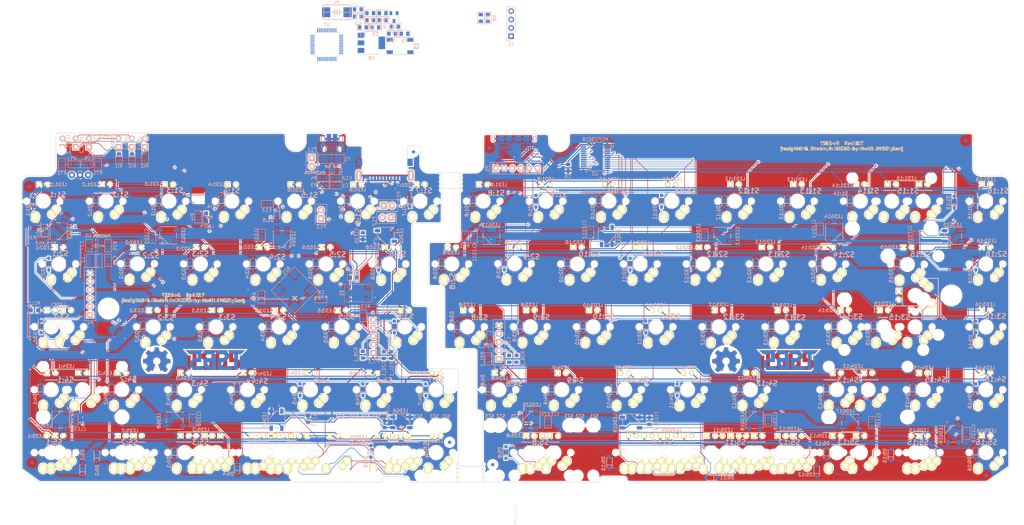
<source format=kicad_pcb>
(kicad_pcb (version 20171130) (host pcbnew 6.0.0-rc1-unknown-80b25aa~66~ubuntu18.04.1)
  (title_block (title TS65) (date 2016-05-21) (rev 0.7) (company MOZ))
  (layers (0 Front signal) (31 Back signal) (34 B.Paste user) (35 F.Paste user) (36 B.SilkS user) (37 F.SilkS user) (38 B.Mask user) (39 F.Mask user) (44 Edge.Cuts user))
  (net 0 "")
  (net 1 VSS)
  (net 2 "Net-(LEDG2-Pad2)")
  (net 3 "Net-(LEDG3-Pad2)")
  (net 4 "Net-(LEDG4-Pad2)")
  (net 5 "Net-(LEDG5-Pad2)")
  (net 6 "Net-(LEDG6-Pad2)")
  (net 7 "Net-(LEDG7-Pad2)")
  (net 8 "Net-(LEDG8-Pad2)")
  (net 9 /ledmatrix/LEDAN)
  (net 10 "Net-(C20_2-Pad1)")
  (net 11 /ledmatrix/LEDCATH)
  (net 12 /ledmatrix/LEDCATH_)
  (net 13 /ledmatrix/LEDAN_)
  (net 14 /ledmatrix/LEDCL)
  (net 15 "Net-(LEDCL1-Pad1)")
  (net 16 /ledmatrix/RGBLDOUT)
  (net 17 "Net-(LEDG11-Pad4)")
  (net 18 "Net-(LEDG11-Pad2)")
  (net 19 "Net-(LEDG12-Pad2)")
  (net 20 "Net-(LEDG13-Pad2)")
  (net 21 "Net-(LEDG14-Pad2)")
  (net 22 "Net-(LEDG15-Pad2)")
  (net 23 "Net-(LEDG16-Pad2)")
  (net 24 "Net-(LEDG17-Pad2)")
  (net 25 "Net-(LEDG18-Pad2)")
  (net 26 "Net-(LEDG19-Pad2)")
  (net 27 /ledmatrix/RGBRDOUT)
  (net 28 /mcu/D-)
  (net 29 /mcu/D+)
  (net 30 /mcu/SHDGND)
  (net 31 /mcu/SDA)
  (net 32 /mcu/SCL)
  (net 33 /mcu/TPDATA)
  (net 34 /mcu/TPCLK)
  (net 35 "Net-(P3-Pad11)")
  (net 36 /ledmatrix/RGBRDIN)
  (net 37 /mcu/TPDATA_)
  (net 38 /mcu/TPCLK_)
  (net 39 /mcu/SDA_)
  (net 40 /mcu/SCL_)
  (net 41 "Net-(BZ1-Pad1)")
  (net 42 +5V)
  (net 43 /mcu/ENCA)
  (net 44 /mcu/ENCB)
  (net 45 /mcu/XTAL2)
  (net 46 /mcu/XTAL1)
  (net 47 "Net-(C20_1-Pad1)")
  (net 48 "Net-(D1:1-Pad2)")
  (net 49 "Net-(D1:2-Pad2)")
  (net 50 "Net-(D1:3-Pad2)")
  (net 51 "Net-(D1:4-Pad2)")
  (net 52 "Net-(D1:5-Pad2)")
  (net 53 "Net-(D1:6-Pad2)")
  (net 54 "Net-(D1:7-Pad2)")
  (net 55 "Net-(D1:8-Pad2)")
  (net 56 "Net-(D1:9-Pad2)")
  (net 57 "Net-(D1:10-Pad2)")
  (net 58 "Net-(D1:11-Pad2)")
  (net 59 "Net-(D1:12-Pad2)")
  (net 60 "Net-(D1:13-Pad2)")
  (net 61 "Net-(D1:14-Pad2)")
  (net 62 "Net-(D1:15-Pad2)")
  (net 63 "Net-(D1:16-Pad2)")
  (net 64 "Net-(D2:1-Pad2)")
  (net 65 "Net-(D2:2-Pad2)")
  (net 66 "Net-(D2:3-Pad2)")
  (net 67 "Net-(D2:4-Pad2)")
  (net 68 "Net-(D2:5-Pad2)")
  (net 69 "Net-(D2:6-Pad2)")
  (net 70 "Net-(D2:8-Pad2)")
  (net 71 "Net-(D2:9-Pad2)")
  (net 72 "Net-(D2:10-Pad2)")
  (net 73 "Net-(D2:11-Pad2)")
  (net 74 "Net-(D2:12-Pad2)")
  (net 75 "Net-(D2:13-Pad2)")
  (net 76 "Net-(D2:14-Pad2)")
  (net 77 "Net-(D2:15-Pad2)")
  (net 78 "Net-(D2:16-Pad2)")
  (net 79 "Net-(D3:1-Pad2)")
  (net 80 "Net-(D3:2-Pad2)")
  (net 81 "Net-(D3:3-Pad2)")
  (net 82 "Net-(D3:4-Pad2)")
  (net 83 "Net-(D3:5-Pad2)")
  (net 84 "Net-(D3:6-Pad2)")
  (net 85 "Net-(D3:8-Pad2)")
  (net 86 "Net-(D3:9-Pad2)")
  (net 87 "Net-(D3:10-Pad2)")
  (net 88 "Net-(D3:11-Pad2)")
  (net 89 "Net-(D3:12-Pad2)")
  (net 90 "Net-(D3:13-Pad2)")
  (net 91 "Net-(D3:14-Pad2)")
  (net 92 "Net-(D3:15-Pad2)")
  (net 93 "Net-(D3:16-Pad2)")
  (net 94 "Net-(D4:1-Pad2)")
  (net 95 "Net-(D4:2-Pad2)")
  (net 96 "Net-(D4:3-Pad2)")
  (net 97 "Net-(D4:4-Pad2)")
  (net 98 "Net-(D4:5-Pad2)")
  (net 99 "Net-(D4:6-Pad2)")
  (net 100 "Net-(D4:7-Pad2)")
  (net 101 "Net-(D4:8-Pad2)")
  (net 102 "Net-(D4:9-Pad2)")
  (net 103 "Net-(D4:10-Pad2)")
  (net 104 "Net-(D4:11-Pad2)")
  (net 105 "Net-(D4:12-Pad2)")
  (net 106 "Net-(D4:13-Pad2)")
  (net 107 "Net-(D4:15-Pad2)")
  (net 108 "Net-(D4:16-Pad2)")
  (net 109 "Net-(D5:1-Pad2)")
  (net 110 "Net-(D5:2-Pad2)")
  (net 111 "Net-(D5:3-Pad2)")
  (net 112 "Net-(D5:4-Pad2)")
  (net 113 "Net-(D5:5-Pad2)")
  (net 114 "Net-(D5:8-Pad2)")
  (net 115 "Net-(D5:10-Pad2)")
  (net 116 "Net-(D5:11-Pad2)")
  (net 117 "Net-(D5:12-Pad2)")
  (net 118 "Net-(D5:13-Pad2)")
  (net 119 "Net-(D5:15-Pad2)")
  (net 120 "Net-(D5:16-Pad2)")
  (net 121 /mcu/VUSB)
  (net 122 "Net-(L2-Pad1)")
  (net 123 "Net-(LEDG2-Pad4)")
  (net 124 "Net-(LEDI1-Pad1)")
  (net 125 /ledmatrix/LEDI1)
  (net 126 "Net-(LEDI2-Pad1)")
  (net 127 /ledmatrix/LEDI2)
  (net 128 "Net-(LEDI3-Pad1)")
  (net 129 /ledmatrix/LEDI3)
  (net 130 "Net-(LEDI4-Pad1)")
  (net 131 /ledmatrix/LEDI4)
  (net 132 /mcu/MCURST)
  (net 133 /ledmatrix/RGBLDIN)
  (net 134 /mcu/TX)
  (net 135 /mcu/RX)
  (net 136 "Net-(R3-Pad1)")
  (net 137 /mcu/USB_D+)
  (net 138 "Net-(R4-Pad1)")
  (net 139 /mcu/USB_D-)
  (net 140 /mcu/BUZZER)
  (net 141 /mcu/LEDBL)
  (net 142 /RowL1)
  (net 143 /RowR1)
  (net 144 /RowL2)
  (net 145 /RowR2)
  (net 146 /RowL3)
  (net 147 /RowR3)
  (net 148 /RowL4)
  (net 149 /RowR4)
  (net 150 /RowL5)
  (net 151 /RowR5)
  (net 152 /Col1)
  (net 153 /Col2)
  (net 154 /Col3)
  (net 155 /Col4)
  (net 156 /Col5)
  (net 157 /Col6)
  (net 158 /Col7)
  (net 159 /Col8)
  (net 160 /Col9)
  (net 161 /Col10)
  (net 162 /Col11)
  (net 163 /Col12)
  (net 164 /Col13)
  (net 165 /Col14)
  (net 166 /Col15)
  (net 167 /Col16)
  (net 168 +3V3)
  (net 169 "Net-(Q1-Pad3)")
  (net 170 /mcu/USB_RESET)
  (net 171 /mcu/BOOT0)
  (net 172 /mcu/SWCLK)
  (net 173 /mcu/SWDIO)
  (module Connector_PinHeader_2.54mm:PinHeader_1x04_P2.54mm_Vertical (layer Back) (at 229.997 38.481)
    (fp_text reference J1 (at 0 2.33) (layer B.SilkS) (effects (justify mirror)))
    (fp_text value Programming)
    (pad 4 thru_hole oval (at 0 -7.62) (size 1.7 1.7) (drill 1) (layers *.Cu *.Mask) (net 1 VSS))
    (pad 3 thru_hole oval (at 0 -5.08) (size 1.7 1.7) (drill 1) (layers *.Cu *.Mask) (net 172 /mcu/SWCLK))
    (pad 2 thru_hole oval (at 0 -2.54) (size 1.7 1.7) (drill 1) (layers *.Cu *.Mask) (net 173 /mcu/SWDIO))
    (pad 1 thru_hole rect (at 0 0) (size 1.7 1.7) (drill 1) (layers *.Cu *.Mask) (net 168 +3V3))
  )
  (module prettylib:SMD_0805 (layer Back) (at 220.778357 32.910755 90)
    (fp_text reference R9 (at 0 2.1 90) (layer B.SilkS) (effects (justify mirror)))
    (fp_text value 10k)
    (pad 2 smd rect (at 1 0 90) (size 1 1.25) (layers Back B.Paste B.Mask) (net 1 VSS))
    (pad 1 smd rect (at -1 0 90) (size 1 1.25) (layers Back B.Paste B.Mask) (net 173 /mcu/SWDIO))
  )
  (module prettylib:SMD_0805 (layer Back) (at 222.928357 32.910755 90)
    (fp_text reference R8 (at 0 2.1 90) (layer B.SilkS) (effects (justify mirror)))
    (fp_text value 10k)
    (pad 2 smd rect (at 1 0 90) (size 1 1.25) (layers Back B.Paste B.Mask) (net 168 +3V3))
    (pad 1 smd rect (at -1 0 90) (size 1 1.25) (layers Back B.Paste B.Mask) (net 172 /mcu/SWCLK))
  )
  (module prettylib:ABRACON-ABM2_xtal (layer Back) (at 177.157392 31.204017)
    (fp_text reference Y1 (at 0 -3) (layer B.SilkS) (effects (font (size 0.762 0.762) (thickness 0.1524)) (justify mirror)))
    (fp_text value "8M ABM2-8.000MHZ-D4Y-T" hide)
    (pad 2 smd rect (at 3.25 0) (size 2.5 3) (layers Back B.Paste B.Mask) (net 46 /mcu/XTAL1))
    (pad 1 smd rect (at -3.25 0) (size 2.5 3) (layers Back B.Paste B.Mask) (net 45 /mcu/XTAL2))
  )
  (module Package_QFP:LQFP-48_7x7mm_P0.5mm (layer Back) (at 174.117 41.021 180)
    (fp_text reference U7 (at 0 6 180) (layer B.SilkS) (effects (justify mirror)))
    (fp_text value STM32F303CCTx)
    (pad 48 smd rect (at -2.75 4.35 90) (size 1.3 0.25) (layers Back B.Paste B.Mask) (net 168 +3V3))
    (pad 47 smd rect (at -2.25 4.35 90) (size 1.3 0.25) (layers Back B.Paste B.Mask) (net 1 VSS))
    (pad 46 smd rect (at -1.75 4.35 90) (size 1.3 0.25) (layers Back B.Paste B.Mask) (net 150 /RowL5))
    (pad 45 smd rect (at -1.25 4.35 90) (size 1.3 0.25) (layers Back B.Paste B.Mask) (net 133 /ledmatrix/RGBLDIN))
    (pad 44 smd rect (at -0.75 4.35 90) (size 1.3 0.25) (layers Back B.Paste B.Mask) (net 171 /mcu/BOOT0))
    (pad 43 smd rect (at -0.25 4.35 90) (size 1.3 0.25) (layers Back B.Paste B.Mask) (net 31 /mcu/SDA))
    (pad 42 smd rect (at 0.25 4.35 90) (size 1.3 0.25) (layers Back B.Paste B.Mask) (net 32 /mcu/SCL))
    (pad 41 smd rect (at 0.75 4.35 90) (size 1.3 0.25) (layers Back B.Paste B.Mask) (net 43 /mcu/ENCA))
    (pad 40 smd rect (at 1.25 4.35 90) (size 1.3 0.25) (layers Back B.Paste B.Mask) (net 44 /mcu/ENCB))
    (pad 39 smd rect (at 1.75 4.35 90) (size 1.3 0.25) (layers Back B.Paste B.Mask) (net 158 /Col7))
    (pad 38 smd rect (at 2.25 4.35 90) (size 1.3 0.25) (layers Back B.Paste B.Mask))
    (pad 37 smd rect (at 2.75 4.35 90) (size 1.3 0.25) (layers Back B.Paste B.Mask) (net 172 /mcu/SWCLK))
    (pad 36 smd rect (at 4.35 2.75 180) (size 1.3 0.25) (layers Back B.Paste B.Mask) (net 168 +3V3))
    (pad 35 smd rect (at 4.35 2.25 180) (size 1.3 0.25) (layers Back B.Paste B.Mask) (net 1 VSS))
    (pad 34 smd rect (at 4.35 1.75 180) (size 1.3 0.25) (layers Back B.Paste B.Mask) (net 173 /mcu/SWDIO))
    (pad 33 smd rect (at 4.35 1.25 180) (size 1.3 0.25) (layers Back B.Paste B.Mask) (net 137 /mcu/USB_D+))
    (pad 32 smd rect (at 4.35 0.75 180) (size 1.3 0.25) (layers Back B.Paste B.Mask) (net 139 /mcu/USB_D-))
    (pad 31 smd rect (at 4.35 0.25 180) (size 1.3 0.25) (layers Back B.Paste B.Mask) (net 135 /mcu/RX))
    (pad 30 smd rect (at 4.35 -0.25 180) (size 1.3 0.25) (layers Back B.Paste B.Mask) (net 134 /mcu/TX))
    (pad 29 smd rect (at 4.35 -0.75 180) (size 1.3 0.25) (layers Back B.Paste B.Mask) (net 131 /ledmatrix/LEDI4))
    (pad 28 smd rect (at 4.35 -1.25 180) (size 1.3 0.25) (layers Back B.Paste B.Mask) (net 133 /ledmatrix/RGBLDIN))
    (pad 27 smd rect (at 4.35 -1.75 180) (size 1.3 0.25) (layers Back B.Paste B.Mask) (net 141 /mcu/LEDBL))
    (pad 26 smd rect (at 4.35 -2.25 180) (size 1.3 0.25) (layers Back B.Paste B.Mask) (net 148 /RowL4))
    (pad 25 smd rect (at 4.35 -2.75 180) (size 1.3 0.25) (layers Back B.Paste B.Mask) (net 146 /RowL3))
    (pad 24 smd rect (at 2.75 -4.35 90) (size 1.3 0.25) (layers Back B.Paste B.Mask) (net 168 +3V3))
    (pad 23 smd rect (at 2.25 -4.35 90) (size 1.3 0.25) (layers Back B.Paste B.Mask) (net 1 VSS))
    (pad 22 smd rect (at 1.75 -4.35 90) (size 1.3 0.25) (layers Back B.Paste B.Mask) (net 144 /RowL2))
    (pad 21 smd rect (at 1.25 -4.35 90) (size 1.3 0.25) (layers Back B.Paste B.Mask) (net 142 /RowL1))
    (pad 20 smd rect (at 0.75 -4.35 90) (size 1.3 0.25) (layers Back B.Paste B.Mask) (net 157 /Col6))
    (pad 19 smd rect (at 0.25 -4.35 90) (size 1.3 0.25) (layers Back B.Paste B.Mask) (net 156 /Col5))
    (pad 18 smd rect (at -0.25 -4.35 90) (size 1.3 0.25) (layers Back B.Paste B.Mask) (net 155 /Col4))
    (pad 17 smd rect (at -0.75 -4.35 90) (size 1.3 0.25) (layers Back B.Paste B.Mask) (net 127 /ledmatrix/LEDI2))
    (pad 16 smd rect (at -1.25 -4.35 90) (size 1.3 0.25) (layers Back B.Paste B.Mask) (net 125 /ledmatrix/LEDI1))
    (pad 15 smd rect (at -1.75 -4.35 90) (size 1.3 0.25) (layers Back B.Paste B.Mask) (net 14 /ledmatrix/LEDCL))
    (pad 14 smd rect (at -2.25 -4.35 90) (size 1.3 0.25) (layers Back B.Paste B.Mask) (net 129 /ledmatrix/LEDI3))
    (pad 13 smd rect (at -2.75 -4.35 90) (size 1.3 0.25) (layers Back B.Paste B.Mask) (net 170 /mcu/USB_RESET))
    (pad 12 smd rect (at -4.35 -2.75 180) (size 1.3 0.25) (layers Back B.Paste B.Mask) (net 140 /mcu/BUZZER))
    (pad 11 smd rect (at -4.35 -2.25 180) (size 1.3 0.25) (layers Back B.Paste B.Mask) (net 33 /mcu/TPDATA))
    (pad 10 smd rect (at -4.35 -1.75 180) (size 1.3 0.25) (layers Back B.Paste B.Mask) (net 34 /mcu/TPCLK))
    (pad 9 smd rect (at -4.35 -1.25 180) (size 1.3 0.25) (layers Back B.Paste B.Mask) (net 168 +3V3))
    (pad 8 smd rect (at -4.35 -0.75 180) (size 1.3 0.25) (layers Back B.Paste B.Mask) (net 1 VSS))
    (pad 7 smd rect (at -4.35 -0.25 180) (size 1.3 0.25) (layers Back B.Paste B.Mask) (net 132 /mcu/MCURST))
    (pad 6 smd rect (at -4.35 0.25 180) (size 1.3 0.25) (layers Back B.Paste B.Mask) (net 45 /mcu/XTAL2))
    (pad 5 smd rect (at -4.35 0.75 180) (size 1.3 0.25) (layers Back B.Paste B.Mask) (net 46 /mcu/XTAL1))
    (pad 4 smd rect (at -4.35 1.25 180) (size 1.3 0.25) (layers Back B.Paste B.Mask) (net 154 /Col3))
    (pad 3 smd rect (at -4.35 1.75 180) (size 1.3 0.25) (layers Back B.Paste B.Mask) (net 153 /Col2))
    (pad 2 smd rect (at -4.35 2.25 180) (size 1.3 0.25) (layers Back B.Paste B.Mask) (net 152 /Col1))
    (pad 1 smd rect (at -4.35 2.75 180) (size 1.3 0.25) (layers Back B.Paste B.Mask) (net 168 +3V3))
  )
  (module Package_TO_SOT_SMD:SOT-223-3_TabPin2 (layer Back) (at 187.632393 40.480617)
    (fp_text reference U6 (at 0 4.5) (layer B.SilkS) (effects (justify mirror)))
    (fp_text value AP1117-33)
    (pad 1 smd rect (at -3.15 2.3) (size 2 1.5) (layers Back B.Paste B.Mask) (net 1 VSS))
    (pad 3 smd rect (at -3.15 -2.3) (size 2 1.5) (layers Back B.Paste B.Mask) (net 42 +5V))
    (pad 2 smd rect (at -3.15 0) (size 2 1.5) (layers Back B.Paste B.Mask) (net 168 +3V3))
    (pad 2 smd rect (at 3.15 0) (size 2 3.8) (layers Back B.Paste B.Mask) (net 168 +3V3))
  )
  (module prettylib:TACT_5.2x5.2 (layer Back) (at 196.320893 41.442117)
    (fp_text reference S3 (at 5.1 0 -90) (layer B.SilkS) (effects (font (thickness 0.2)) (justify mirror)))
    (fp_text value TAC_SWITCH hide)
    (pad 4 smd rect (at 3.1 -1.85) (size 1.8 1.1) (layers Back B.Paste B.Mask) (net 168 +3V3))
    (pad 2 smd rect (at 3.1 1.85) (size 1.8 1.1) (layers Back B.Paste B.Mask) (net 171 /mcu/BOOT0))
    (pad 3 smd rect (at -3.1 -1.85) (size 1.8 1.1) (layers Back B.Paste B.Mask) (net 168 +3V3))
    (pad 1 smd rect (at -3.1 1.85) (size 1.8 1.1) (layers Back B.Paste B.Mask))
  )
  (module prettylib:SMD_0805 (layer Back) (at 194.782393 35.560617)
    (fp_text reference R7 (at 0 2.1) (layer B.SilkS) (effects (justify mirror)))
    (fp_text value 100k)
    (pad 2 smd rect (at 1 0) (size 1 1.25) (layers Back B.Paste B.Mask) (net 1 VSS))
    (pad 1 smd rect (at -1 0) (size 1 1.25) (layers Back B.Paste B.Mask) (net 171 /mcu/BOOT0))
  )
  (module prettylib:SMD_0805 (layer Back) (at 191.032393 31.480617)
    (fp_text reference R6 (at 0 2.1) (layer B.SilkS) (effects (justify mirror)))
    (fp_text value 2.2k)
    (pad 2 smd rect (at 1 0) (size 1 1.25) (layers Back B.Paste B.Mask) (net 32 /mcu/SCL))
    (pad 1 smd rect (at -1 0) (size 1 1.25) (layers Back B.Paste B.Mask) (net 168 +3V3))
  )
  (module prettylib:SMD_0805 (layer Back) (at 197.682393 37.710617)
    (fp_text reference R5 (at 0 2.1) (layer B.SilkS) (effects (justify mirror)))
    (fp_text value 2.2k)
    (pad 2 smd rect (at 1 0) (size 1 1.25) (layers Back B.Paste B.Mask) (net 31 /mcu/SDA))
    (pad 1 smd rect (at -1 0) (size 1 1.25) (layers Back B.Paste B.Mask) (net 168 +3V3))
  )
  (module prettylib:SMD_0805 (layer Back) (at 191.032393 33.630617)
    (fp_text reference R2 (at 0 2.1) (layer B.SilkS) (effects (justify mirror)))
    (fp_text value 10k)
    (pad 2 smd rect (at 1 0) (size 1 1.25) (layers Back B.Paste B.Mask) (net 170 /mcu/USB_RESET))
    (pad 1 smd rect (at -1 0) (size 1 1.25) (layers Back B.Paste B.Mask) (net 1 VSS))
  )
  (module prettylib:SMD_0805 (layer Back) (at 187.282393 31.480617)
    (fp_text reference R1 (at 0 2.1) (layer B.SilkS) (effects (justify mirror)))
    (fp_text value 1.5k)
    (pad 2 smd rect (at 1 0) (size 1 1.25) (layers Back B.Paste B.Mask) (net 169 "Net-(Q1-Pad3)"))
    (pad 1 smd rect (at -1 0) (size 1 1.25) (layers Back B.Paste B.Mask) (net 137 /mcu/USB_D+))
  )
  (module prettylib:SOT-23 (layer Back) (at 194.482213 32.684478)
    (fp_text reference Q1 (at 0.0254 2.794) (layer B.SilkS) (effects (justify mirror)))
    (fp_text value "NTR1P02T1G - PMOS")
    (pad 3 smd rect (at 0 1.20114) (size 0.8001 1.2) (layers Back B.Paste B.Mask) (net 169 "Net-(Q1-Pad3)"))
    (pad 2 smd rect (at 0.95 -1.20114) (size 0.8001 1.2) (layers Back B.Paste B.Mask) (net 42 +5V))
    (pad 1 smd rect (at -0.95 -1.20114) (size 0.8001 1.2) (layers Back B.Paste B.Mask) (net 170 /mcu/USB_RESET))
  )
  (module prettylib:SMD_0805 (layer Back) (at 183.532393 30.330617)
    (fp_text reference C9 (at 0 2.1) (layer B.SilkS) (effects (justify mirror)))
    (fp_text value 0.1uF)
    (pad 2 smd rect (at 1 0) (size 1 1.25) (layers Back B.Paste B.Mask) (net 168 +3V3))
    (pad 1 smd rect (at -1 0) (size 1 1.25) (layers Back B.Paste B.Mask) (net 1 VSS))
  )
  (module prettylib:SMD_0805 (layer Back) (at 187.282393 33.630617)
    (fp_text reference C7 (at 0 2.1) (layer B.SilkS) (effects (justify mirror)))
    (fp_text value 0.1uF)
    (pad 2 smd rect (at 1 0) (size 1 1.25) (layers Back B.Paste B.Mask) (net 168 +3V3))
    (pad 1 smd rect (at -1 0) (size 1 1.25) (layers Back B.Paste B.Mask) (net 1 VSS))
  )
  (module prettylib:SMD_0805 (layer Back) (at 188.832393 35.780617)
    (fp_text reference C5 (at 0 2.1) (layer B.SilkS) (effects (justify mirror)))
    (fp_text value 0.1uF)
    (pad 2 smd rect (at 1 0) (size 1 1.25) (layers Back B.Paste B.Mask) (net 168 +3V3))
    (pad 1 smd rect (at -1 0) (size 1 1.25) (layers Back B.Paste B.Mask) (net 1 VSS))
  )
  (module prettylib:SMD_0805 (layer Back) (at 193.932393 37.710617)
    (fp_text reference C4 (at 0 2.1) (layer B.SilkS) (effects (justify mirror)))
    (fp_text value 0.1uF)
    (pad 2 smd rect (at 1 0) (size 1 1.25) (layers Back B.Paste B.Mask) (net 168 +3V3))
    (pad 1 smd rect (at -1 0) (size 1 1.25) (layers Back B.Paste B.Mask) (net 1 VSS))
  )
  (module prettylib:SMD_0805 (layer Back) (at 185.082393 35.780617)
    (fp_text reference C3 (at 0 2.1) (layer B.SilkS) (effects (justify mirror)))
    (fp_text value 22pF)
    (pad 2 smd rect (at 1 0) (size 1 1.25) (layers Back B.Paste B.Mask) (net 1 VSS))
    (pad 1 smd rect (at -1 0) (size 1 1.25) (layers Back B.Paste B.Mask) (net 46 /mcu/XTAL1))
  )
  (module prettylib:SMD_0805 (layer Back) (at 183.532393 32.480617)
    (fp_text reference C2 (at 0 2.1) (layer B.SilkS) (effects (justify mirror)))
    (fp_text value 22uF)
    (pad 2 smd rect (at 1 0) (size 1 1.25) (layers Back B.Paste B.Mask) (net 1 VSS))
    (pad 1 smd rect (at -1 0) (size 1 1.25) (layers Back B.Paste B.Mask) (net 168 +3V3))
  )
  (module prettylib:USB3_AFEMALE_MOD (layer Back) (at 191.7 71.7)
    (fp_text reference P2 hide)
    (fp_text value USB3 hide)
    (pad 10 thru_hole oval (at 7.9 9) (size 1.8 3.5) (drill oval 0.6 2.2) (layers *.Cu *.Mask B.Paste B.SilkS) (net 30 /mcu/SHDGND))
    (pad 10 thru_hole oval (at -7.9 9) (size 1.8 3.5) (drill oval 0.6 2.2) (layers *.Cu *.Mask B.Paste B.SilkS) (net 30 /mcu/SHDGND))
    (pad 7 smd rect (at 0 9.9) (size 0.7 1.8) (layers Back B.Paste B.Mask) (net 11 /ledmatrix/LEDCATH))
    (pad 3 smd rect (at 1 9.9) (size 0.7 1.8) (layers Back B.Paste B.Mask) (net 31 /mcu/SDA))
    (pad 6 smd rect (at 2 9.9) (size 0.7 1.8) (layers Back B.Paste B.Mask) (net 9 /ledmatrix/LEDAN))
    (pad 4 smd rect (at 3 9.9) (size 0.7 1.8) (layers Back B.Paste B.Mask) (net 1 VSS))
    (pad 5 smd rect (at 4 9.9) (size 0.7 1.8) (layers Back B.Paste B.Mask) (net 16 /ledmatrix/RGBLDOUT))
    (pad 2 smd rect (at -1 9.9) (size 0.7 1.8) (layers Back B.Paste B.Mask) (net 32 /mcu/SCL))
    (pad 8 smd rect (at -2 9.9) (size 0.7 1.8) (layers Back B.Paste B.Mask) (net 33 /mcu/TPDATA))
    (pad 1 smd rect (at -3 9.9) (size 0.7 1.8) (layers Back B.Paste B.Mask) (net 168 +3V3))
    (pad 9 smd rect (at -4 9.9) (size 0.7 1.8) (layers Back B.Paste B.Mask) (net 34 /mcu/TPCLK))
    (pad 10 smd rect (at 7.67 5) (size 1.64 2.2) (layers Back B.Paste B.Mask) (net 30 /mcu/SHDGND))
    (pad 10 smd rect (at -7.67 5) (size 1.64 2.2) (layers Back B.Paste B.Mask) (net 30 /mcu/SHDGND))
  )
  (module prettylib:Pin_Header_1x02 (layer Back) (at 193.548 93.472 90)
    (fp_text reference P12 (at -1.016 -5.0292 90) (layer B.SilkS) (effects (justify mirror)))
    (fp_text value 2PIN)
    (pad 1 thru_hole rect (at 0 0 90) (size 2.032 2.032) (drill 1.016) (layers *.Cu *.Mask B.SilkS) (net 16 /ledmatrix/RGBLDOUT))
    (pad 2 thru_hole oval (at 0 -2.54 90) (size 2.032 2.032) (drill 1.016) (layers *.Cu *.Mask B.SilkS) (net 133 /ledmatrix/RGBLDIN))
  )
  (module prettylib:MXALPS2 (layer Front) (at 288.2011 107.5182 180)
    (fp_text reference S2:12 (at -4.2926 2.9464 180) (layer B.SilkS) (effects (font (size 1.524 1.524) (thickness 0.3048)) (justify mirror)))
    (fp_text value SW hide)
    (pad "" np_thru_hole circle (at 0 0 180) (size 3.98781 3.98781) (drill 3.9878) (layers *.Cu *.Mask F.SilkS) (clearance 0.1524))
    (pad "" np_thru_hole circle (at -5.08 0 180) (size 1.70181 1.70181) (drill 1.7018) (layers *.Cu *.Mask F.SilkS) (clearance 0.1524))
    (pad "" np_thru_hole circle (at 5.08 0 180) (size 1.70181 1.70181) (drill 1.7018) (layers *.Cu *.Mask F.SilkS) (clearance 0.1524))
    (pad 1 thru_hole circle (at -3.918 -2.54 180) (size 2.5 2.5) (drill 1.5) (layers *.Cu *.Mask F.SilkS) (net 163 /Col12))
    (pad 1 thru_hole circle (at -2.608 -4 180) (size 2.5 2.5) (drill 1.5) (layers *.Cu *.Mask F.SilkS) (net 163 /Col12))
    (pad 2 thru_hole circle (at 2.433 -5.08 180) (size 2.5 2.5) (drill 1.5) (layers *.Cu *.Mask F.SilkS) (net 74 "Net-(D2:12-Pad2)"))
    (pad 2 thru_hole circle (at 2.393 -4.5 180) (size 2.5 2.5) (drill 1.5) (layers *.Cu *.Mask F.SilkS) (net 74 "Net-(D2:12-Pad2)"))
  )
  (module prettylib:MXALPS2 (layer Front) (at 259.6261 88.4682 180)
    (fp_text reference S1:10 (at -3.0226 3.1369 180) (layer B.SilkS) (effects (font (size 1.524 1.524) (thickness 0.3048)) (justify mirror)))
    (fp_text value SW hide)
    (pad "" np_thru_hole circle (at 0 0 180) (size 3.98781 3.98781) (drill 3.9878) (layers *.Cu *.Mask F.SilkS) (clearance 0.1524))
    (pad "" np_thru_hole circle (at -5.08 0 180) (size 1.70181 1.70181) (drill 1.7018) (layers *.Cu *.Mask F.SilkS) (clearance 0.1524))
    (pad "" np_thru_hole circle (at 5.08 0 180) (size 1.70181 1.70181) (drill 1.7018) (layers *.Cu *.Mask F.SilkS) (clearance 0.1524))
    (pad 1 thru_hole circle (at -3.918 -2.54 180) (size 2.5 2.5) (drill 1.5) (layers *.Cu *.Mask F.SilkS) (net 161 /Col10))
    (pad 1 thru_hole circle (at -2.608 -4 180) (size 2.5 2.5) (drill 1.5) (layers *.Cu *.Mask F.SilkS) (net 161 /Col10))
    (pad 2 thru_hole circle (at 2.433 -5.08 180) (size 2.5 2.5) (drill 1.5) (layers *.Cu *.Mask F.SilkS) (net 57 "Net-(D1:10-Pad2)"))
    (pad 2 thru_hole circle (at 2.393 -4.5 180) (size 2.5 2.5) (drill 1.5) (layers *.Cu *.Mask F.SilkS) (net 57 "Net-(D1:10-Pad2)"))
  )
  (module prettylib:MXALPS2 (layer Front) (at 281.0571 164.6682 180)
    (fp_text reference S5:10_2)
    (fp_text value SW hide)
    (pad "" np_thru_hole circle (at 0 0 180) (size 3.98781 3.98781) (drill 3.9878) (layers *.Cu *.Mask F.SilkS) (clearance 0.1524))
    (pad "" np_thru_hole circle (at -5.08 0 180) (size 1.70181 1.70181) (drill 1.7018) (layers *.Cu *.Mask F.SilkS) (clearance 0.1524))
    (pad "" np_thru_hole circle (at 5.08 0 180) (size 1.70181 1.70181) (drill 1.7018) (layers *.Cu *.Mask F.SilkS) (clearance 0.1524))
    (pad 1 thru_hole oval (at -3.818 -2.44 180) (size 2.5 2.5) (drill 1.4 (offset 0.3 0.3)) (layers *.Cu *.Mask F.SilkS) (net 161 /Col10))
    (pad 1 thru_hole oval (at -2.608 -4 180) (size 2.5 2.5) (drill 1.5 (offset 0.2 0)) (layers *.Cu *.Mask F.SilkS) (net 161 /Col10))
    (pad 2 thru_hole oval (at 2.433 -5.08 180) (size 2.5 2.5) (drill 1.5 (offset 0.2 0)) (layers *.Cu *.Mask F.SilkS) (net 115 "Net-(D5:10-Pad2)"))
    (pad 2 thru_hole oval (at 2.393 -4.5 180) (size 2.5 2.5) (drill 1.5 (offset 0.2 0)) (layers *.Cu *.Mask F.SilkS) (net 115 "Net-(D5:10-Pad2)"))
  )
  (module prettylib:MXALPS2 (layer Front) (at 278.6761 164.6682 180)
    (fp_text reference S5:10_3)
    (fp_text value SW hide)
    (pad "" np_thru_hole circle (at 0 0 180) (size 3.98781 3.98781) (drill 3.9878) (layers *.Cu *.Mask F.SilkS) (clearance 0.1524))
    (pad "" np_thru_hole circle (at -5.08 0 180) (size 1.70181 1.70181) (drill 1.7018) (layers *.Cu *.Mask F.SilkS) (clearance 0.1524))
    (pad "" np_thru_hole circle (at 5.08 0 180) (size 1.70181 1.70181) (drill 1.7018) (layers *.Cu *.Mask F.SilkS) (clearance 0.1524))
    (pad 1 thru_hole circle (at -3.918 -2.54 180) (size 2.5 2.5) (drill 1.5) (layers *.Cu *.Mask F.SilkS) (net 161 /Col10))
    (pad 1 thru_hole circle (at -2.608 -4 180) (size 2.5 2.5) (drill 1.5) (layers *.Cu *.Mask F.SilkS) (net 161 /Col10))
    (pad 2 thru_hole circle (at 2.433 -5.08 180) (size 2.5 2.5) (drill 1.5) (layers *.Cu *.Mask F.SilkS) (net 115 "Net-(D5:10-Pad2)"))
    (pad 2 thru_hole circle (at 2.393 -4.5 180) (size 2.5 2.5) (drill 1.5) (layers *.Cu *.Mask F.SilkS) (net 115 "Net-(D5:10-Pad2)"))
  )
  (module prettylib:MXALPS2 (layer Front) (at 316.7761 164.6682 180)
    (fp_text reference S5:12 (at 2.4511 3.0988 180) (layer B.SilkS) (effects (font (size 1.524 1.524) (thickness 0.3048)) (justify mirror)))
    (fp_text value SW hide)
    (pad "" np_thru_hole circle (at 0 0 180) (size 3.98781 3.98781) (drill 3.9878) (layers *.Cu *.Mask F.SilkS) (clearance 0.1524))
    (pad "" np_thru_hole circle (at -5.08 0 180) (size 1.70181 1.70181) (drill 1.7018) (layers *.Cu *.Mask F.SilkS) (clearance 0.1524))
    (pad "" np_thru_hole circle (at 5.08 0 180) (size 1.70181 1.70181) (drill 1.7018) (layers *.Cu *.Mask F.SilkS) (clearance 0.1524))
    (pad 2 thru_hole circle (at -3.918 -2.54 180) (size 2.5 2.5) (drill 1.5) (layers *.Cu *.Mask F.SilkS) (net 117 "Net-(D5:12-Pad2)"))
    (pad 2 thru_hole oval (at -2.708 -4.1 180) (size 2.5 2.5) (drill 1.5 (offset -0.2 -0.2)) (layers *.Cu *.Mask F.SilkS) (net 117 "Net-(D5:12-Pad2)"))
    (pad 1 thru_hole oval (at 2.433 -5.08 180) (size 2.5 2.5) (drill 1.5 (offset -0.2 0)) (layers *.Cu *.Mask F.SilkS) (net 163 /Col12))
    (pad 1 thru_hole oval (at 2.393 -4.5 180) (size 2.5 2.5) (drill 1.5 (offset -0.2 0)) (layers *.Cu *.Mask F.SilkS) (net 163 /Col12))
  )
  (module prettylib:MXALPS2 (layer Front) (at 197.7131 164.6682 180)
    (fp_text reference S5:5_4)
    (fp_text value SW hide)
    (pad "" np_thru_hole circle (at 0 0 180) (size 3.98781 3.98781) (drill 3.9878) (layers *.Cu *.Mask F.SilkS) (clearance 0.1524))
    (pad "" np_thru_hole circle (at -5.08 0 180) (size 1.70181 1.70181) (drill 1.7018) (layers *.Cu *.Mask F.SilkS) (clearance 0.1524))
    (pad "" np_thru_hole circle (at 5.08 0 180) (size 1.70181 1.70181) (drill 1.7018) (layers *.Cu *.Mask F.SilkS) (clearance 0.1524))
    (pad 2 thru_hole circle (at -3.918 -2.54 180) (size 2.5 2.5) (drill 1.5) (layers *.Cu *.Mask F.SilkS) (net 113 "Net-(D5:5-Pad2)"))
    (pad 2 thru_hole circle (at -2.608 -4 180) (size 2.5 2.5) (drill 1.5) (layers *.Cu *.Mask F.SilkS) (net 113 "Net-(D5:5-Pad2)"))
    (pad 1 thru_hole circle (at 2.433 -5.08 180) (size 2.5 2.5) (drill 1.5) (layers *.Cu *.Mask F.SilkS) (net 156 /Col5))
    (pad 1 thru_hole circle (at 2.393 -4.5 180) (size 2.5 2.5) (drill 1.5) (layers *.Cu *.Mask F.SilkS) (net 156 /Col5))
  )
  (module prettylib:MXALPS2 (layer Front) (at 164.3761 164.6682 180)
    (fp_text reference S5:4_5)
    (fp_text value SW hide)
    (pad "" np_thru_hole circle (at 0 0 180) (size 3.98781 3.98781) (drill 3.9878) (layers *.Cu *.Mask F.SilkS) (clearance 0.1524))
    (pad "" np_thru_hole circle (at -5.08 0 180) (size 1.70181 1.70181) (drill 1.7018) (layers *.Cu *.Mask F.SilkS) (clearance 0.1524))
    (pad 1 thru_hole circle (at -3.918 -2.54 180) (size 2.5 2.5) (drill 1.5) (layers *.Cu *.Mask F.SilkS) (net 155 /Col4))
    (pad 1 thru_hole oval (at -2.708 -4.1 180) (size 2.5 2.5) (drill 1.5 (offset -0.2 -0.2)) (layers *.Cu *.Mask F.SilkS) (net 155 /Col4))
    (pad 2 thru_hole oval (at 2.433 -5.08 180) (size 2.5 2.5) (drill 1.5 (offset -0.2 0)) (layers *.Cu *.Mask F.SilkS) (net 112 "Net-(D5:4-Pad2)"))
    (pad 2 thru_hole oval (at 2.393 -4.5 180) (size 2.5 2.5) (drill 1.5 (offset -0.2 0)) (layers *.Cu *.Mask F.SilkS) (net 112 "Net-(D5:4-Pad2)"))
  )
  (module prettylib:MXALPS2 (layer Front) (at 161.9951 164.6682 180)
    (fp_text reference S5:4_4)
    (fp_text value SW hide)
    (pad "" np_thru_hole circle (at 0 0 180) (size 3.98781 3.98781) (drill 3.9878) (layers *.Cu *.Mask F.SilkS) (clearance 0.1524))
    (pad "" np_thru_hole circle (at 5.08 0 180) (size 1.70181 1.70181) (drill 1.7018) (layers *.Cu *.Mask F.SilkS) (clearance 0.1524))
    (pad 2 thru_hole oval (at -3.818 -2.44 180) (size 2.5 2.5) (drill 1.5 (offset 0.2 0.2)) (layers *.Cu *.Mask F.SilkS) (net 112 "Net-(D5:4-Pad2)"))
    (pad 2 thru_hole circle (at -2.608 -4 180) (size 2.5 2.5) (drill 1.5) (layers *.Cu *.Mask F.SilkS) (net 112 "Net-(D5:4-Pad2)"))
    (pad 1 thru_hole oval (at 2.433 -5.08 180) (size 2.5 2.5) (drill 1.5 (offset 0.2 0)) (layers *.Cu *.Mask F.SilkS) (net 155 /Col4))
    (pad 1 thru_hole oval (at 2.393 -4.5 180) (size 2.5 2.5) (drill 1.5 (offset 0.2 0)) (layers *.Cu *.Mask F.SilkS) (net 155 /Col4))
  )
  (module prettylib:MXALPS2 (layer Front) (at 159.6141 164.6682 180)
    (fp_text reference S5:4_3)
    (fp_text value SW hide)
    (pad "" np_thru_hole circle (at 0 0 180) (size 3.98781 3.98781) (drill 3.9878) (layers *.Cu *.Mask F.SilkS) (clearance 0.1524))
    (pad "" np_thru_hole circle (at 5.08 0 180) (size 1.70181 1.70181) (drill 1.7018) (layers *.Cu *.Mask F.SilkS) (clearance 0.1524))
    (pad 2 thru_hole circle (at -3.918 -2.54 180) (size 2.5 2.5) (drill 1.5) (layers *.Cu *.Mask F.SilkS) (net 112 "Net-(D5:4-Pad2)"))
    (pad 2 thru_hole circle (at -2.608 -4 180) (size 2.5 2.5) (drill 1.5) (layers *.Cu *.Mask F.SilkS) (net 112 "Net-(D5:4-Pad2)"))
    (pad 1 thru_hole circle (at 2.433 -5.08 180) (size 2.5 2.5) (drill 1.5) (layers *.Cu *.Mask F.SilkS) (net 155 /Col4))
    (pad 1 thru_hole circle (at 2.393 -4.5 180) (size 2.5 2.5) (drill 1.5) (layers *.Cu *.Mask F.SilkS) (net 155 /Col4))
  )
  (module prettylib:MXALPS2 (layer Front) (at 154.8511 164.6682 180)
    (fp_text reference S5:4_2)
    (fp_text value SW hide)
    (pad "" np_thru_hole circle (at 0 0 180) (size 3.98781 3.98781) (drill 3.9878) (layers *.Cu *.Mask F.SilkS) (clearance 0.1524))
    (pad "" np_thru_hole circle (at 5.08 0 180) (size 1.70181 1.70181) (drill 1.7018) (layers *.Cu *.Mask F.SilkS) (clearance 0.1524))
    (pad 1 thru_hole circle (at -3.918 -2.54 180) (size 2.5 2.5) (drill 1.5) (layers *.Cu *.Mask F.SilkS) (net 155 /Col4))
    (pad 1 thru_hole circle (at -2.608 -4 180) (size 2.5 2.5) (drill 1.5) (layers *.Cu *.Mask F.SilkS) (net 155 /Col4))
    (pad 2 thru_hole circle (at 2.433 -5.08 180) (size 2.5 2.5) (drill 1.5) (layers *.Cu *.Mask F.SilkS) (net 112 "Net-(D5:4-Pad2)"))
    (pad 2 thru_hole circle (at 2.393 -4.5 180) (size 2.5 2.5) (drill 1.5) (layers *.Cu *.Mask F.SilkS) (net 112 "Net-(D5:4-Pad2)"))
  )
  (module prettylib:MXALPS2 (layer Front) (at 166.7571 164.6682 180)
    (fp_text reference S5:4_6)
    (fp_text value SW hide)
    (pad "" np_thru_hole circle (at 0 0 180) (size 3.98781 3.98781) (drill 3.9878) (layers *.Cu *.Mask F.SilkS) (clearance 0.1524))
    (pad "" np_thru_hole circle (at -5.08 0 180) (size 1.70181 1.70181) (drill 1.7018) (layers *.Cu *.Mask F.SilkS) (clearance 0.1524))
    (pad 1 thru_hole circle (at -3.918 -2.54 180) (size 2.5 2.5) (drill 1.5) (layers *.Cu *.Mask F.SilkS) (net 155 /Col4))
    (pad 1 thru_hole circle (at -2.608 -4 180) (size 2.5 2.5) (drill 1.5) (layers *.Cu *.Mask F.SilkS) (net 155 /Col4))
    (pad 2 thru_hole circle (at 2.433 -5.08 180) (size 2.5 2.5) (drill 1.5) (layers *.Cu *.Mask F.SilkS) (net 112 "Net-(D5:4-Pad2)"))
    (pad 2 thru_hole circle (at 2.393 -4.5 180) (size 2.5 2.5) (drill 1.5) (layers *.Cu *.Mask F.SilkS) (net 112 "Net-(D5:4-Pad2)"))
  )
  (module prettylib:MXALPS2 (layer Front) (at 140.5641 164.6682 180)
    (fp_text reference S5:3_4)
    (fp_text value SW hide)
    (pad "" np_thru_hole circle (at 0 0 180) (size 3.98781 3.98781) (drill 3.9878) (layers *.Cu *.Mask F.SilkS) (clearance 0.1524))
    (pad "" np_thru_hole circle (at -5.08 0 180) (size 1.70181 1.70181) (drill 1.7018) (layers *.Cu *.Mask F.SilkS) (clearance 0.1524))
    (pad 1 thru_hole circle (at -3.918 -2.54 180) (size 2.5 2.5) (drill 1.5) (layers *.Cu *.Mask F.SilkS) (net 154 /Col3))
    (pad 1 thru_hole oval (at -2.708 -4.1 180) (size 2.5 2.5) (drill 1.5 (offset -0.2 -0.2)) (layers *.Cu *.Mask F.SilkS) (net 154 /Col3))
    (pad 2 thru_hole oval (at 2.433 -5.08 180) (size 2.5 2.5) (drill 1.5 (offset -0.2 0)) (layers *.Cu *.Mask F.SilkS) (net 111 "Net-(D5:3-Pad2)"))
    (pad 2 thru_hole oval (at 2.393 -4.5 180) (size 2.5 2.5) (drill 1.5 (offset -0.2 0)) (layers *.Cu *.Mask F.SilkS) (net 111 "Net-(D5:3-Pad2)"))
  )
  (module prettylib:MXALPS2 (layer Front) (at 190.5701 164.6682 180)
    (fp_text reference S5:5_2)
    (fp_text value SW hide)
    (pad "" np_thru_hole circle (at 0 0 180) (size 3.98781 3.98781) (drill 3.9878) (layers *.Cu *.Mask F.SilkS) (clearance 0.1524))
    (pad "" np_thru_hole circle (at -5.08 0 180) (size 1.70181 1.70181) (drill 1.7018) (layers *.Cu *.Mask F.SilkS) (clearance 0.1524))
    (pad "" np_thru_hole circle (at 5.08 0 180) (size 1.70181 1.70181) (drill 1.7018) (layers *.Cu *.Mask F.SilkS) (clearance 0.1524))
    (pad 1 thru_hole circle (at -3.918 -2.54 180) (size 2.5 2.5) (drill 1.5) (layers *.Cu *.Mask F.SilkS) (net 156 /Col5))
    (pad 1 thru_hole circle (at -2.608 -4 180) (size 2.5 2.5) (drill 1.5) (layers *.Cu *.Mask F.SilkS) (net 156 /Col5))
    (pad 2 thru_hole circle (at 2.433 -5.08 180) (size 2.5 2.5) (drill 1.5) (layers *.Cu *.Mask F.SilkS) (net 113 "Net-(D5:5-Pad2)"))
    (pad 2 thru_hole circle (at 2.393 -4.5 180) (size 2.5 2.5) (drill 1.5) (layers *.Cu *.Mask F.SilkS) (net 113 "Net-(D5:5-Pad2)"))
  )
  (module prettylib:MXALPS2 (layer Front) (at 195.3321 164.6682 180)
    (fp_text reference S5:5_3)
    (fp_text value SW hide)
    (pad "" np_thru_hole circle (at 0 0 180) (size 3.98781 3.98781) (drill 3.9878) (layers *.Cu *.Mask F.SilkS) (clearance 0.1524))
    (pad "" np_thru_hole circle (at -5.08 0 180) (size 1.70181 1.70181) (drill 1.7018) (layers *.Cu *.Mask F.SilkS) (clearance 0.1524))
    (pad 2 thru_hole circle (at -3.918 -2.54 180) (size 2.5 2.5) (drill 1.5) (layers *.Cu *.Mask F.SilkS) (net 113 "Net-(D5:5-Pad2)"))
    (pad 2 thru_hole circle (at -2.608 -4 180) (size 2.5 2.5) (drill 1.5) (layers *.Cu *.Mask F.SilkS) (net 113 "Net-(D5:5-Pad2)"))
    (pad 1 thru_hole circle (at 2.433 -5.08 180) (size 2.5 2.5) (drill 1.5) (layers *.Cu *.Mask F.SilkS) (net 156 /Col5))
    (pad 1 thru_hole circle (at 2.393 -4.5 180) (size 2.5 2.5) (drill 1.5) (layers *.Cu *.Mask F.SilkS) (net 156 /Col5))
  )
  (module prettylib:MXALPS2 (layer Front) (at 164.3761 88.4682 180)
    (fp_text reference S1:5 (at -4.5212 1.8542 180) (layer B.SilkS) (effects (font (size 1.524 1.524) (thickness 0.3048)) (justify mirror)))
    (fp_text value SW hide)
    (pad "" np_thru_hole circle (at 0 0 180) (size 3.98781 3.98781) (drill 3.9878) (layers *.Cu *.Mask F.SilkS) (clearance 0.1524))
    (pad "" np_thru_hole circle (at -5.08 0 180) (size 1.70181 1.70181) (drill 1.7018) (layers *.Cu *.Mask F.SilkS) (clearance 0.1524))
    (pad "" np_thru_hole circle (at 5.08 0 180) (size 1.70181 1.70181) (drill 1.7018) (layers *.Cu *.Mask F.SilkS) (clearance 0.1524))
    (pad 1 thru_hole circle (at -3.918 -2.54 180) (size 2.5 2.5) (drill 1.5) (layers *.Cu *.Mask F.SilkS) (net 156 /Col5))
    (pad 1 thru_hole circle (at -2.608 -4 180) (size 2.5 2.5) (drill 1.5) (layers *.Cu *.Mask F.SilkS) (net 156 /Col5))
    (pad 2 thru_hole circle (at 2.433 -5.08 180) (size 2.5 2.5) (drill 1.5) (layers *.Cu *.Mask F.SilkS) (net 52 "Net-(D1:5-Pad2)"))
    (pad 2 thru_hole circle (at 2.393 -4.5 180) (size 2.5 2.5) (drill 1.5) (layers *.Cu *.Mask F.SilkS) (net 52 "Net-(D1:5-Pad2)"))
  )
  (module prettylib:MXALPS2 (layer Front) (at 154.8511 107.5182 180)
    (fp_text reference S2:4 (at -4.2926 2.1209 180) (layer B.SilkS) (effects (font (size 1.524 1.524) (thickness 0.3048)) (justify mirror)))
    (fp_text value SW hide)
    (pad "" np_thru_hole circle (at 0 0 180) (size 3.98781 3.98781) (drill 3.9878) (layers *.Cu *.Mask F.SilkS) (clearance 0.1524))
    (pad "" np_thru_hole circle (at -5.08 0 180) (size 1.70181 1.70181) (drill 1.7018) (layers *.Cu *.Mask F.SilkS) (clearance 0.1524))
    (pad "" np_thru_hole circle (at 5.08 0 180) (size 1.70181 1.70181) (drill 1.7018) (layers *.Cu *.Mask F.SilkS) (clearance 0.1524))
    (pad 1 thru_hole circle (at -3.918 -2.54 180) (size 2.5 2.5) (drill 1.5) (layers *.Cu *.Mask F.SilkS) (net 155 /Col4))
    (pad 1 thru_hole circle (at -2.608 -4 180) (size 2.5 2.5) (drill 1.5) (layers *.Cu *.Mask F.SilkS) (net 155 /Col4))
    (pad 2 thru_hole circle (at 2.433 -5.08 180) (size 2.5 2.5) (drill 1.5) (layers *.Cu *.Mask F.SilkS) (net 67 "Net-(D2:4-Pad2)"))
    (pad 2 thru_hole circle (at 2.393 -4.5 180) (size 2.5 2.5) (drill 1.5) (layers *.Cu *.Mask F.SilkS) (net 67 "Net-(D2:4-Pad2)"))
  )
  (module prettylib:MXALPS2 (layer Front) (at 131.0381 164.6682 180)
    (fp_text reference S5:3 (at -4.8138 3.0988 180) (layer B.SilkS) (effects (font (size 1.524 1.524) (thickness 0.3048)) (justify mirror)))
    (fp_text value SW hide)
    (pad "" np_thru_hole circle (at 0 0 180) (size 3.98781 3.98781) (drill 3.9878) (layers *.Cu *.Mask F.SilkS) (clearance 0.1524))
    (pad "" np_thru_hole circle (at 5.08 0 180) (size 1.70181 1.70181) (drill 1.7018) (layers *.Cu *.Mask F.SilkS) (clearance 0.1524))
    (pad 1 thru_hole circle (at -3.918 -2.54 180) (size 2.5 2.5) (drill 1.5) (layers *.Cu *.Mask F.SilkS) (net 154 /Col3))
    (pad 1 thru_hole circle (at -2.608 -4 180) (size 2.5 2.5) (drill 1.5) (layers *.Cu *.Mask F.SilkS) (net 154 /Col3))
    (pad 2 thru_hole circle (at 2.433 -5.08 180) (size 2.5 2.5) (drill 1.5) (layers *.Cu *.Mask F.SilkS) (net 111 "Net-(D5:3-Pad2)"))
    (pad 2 thru_hole circle (at 2.393 -4.5 180) (size 2.5 2.5) (drill 1.5) (layers *.Cu *.Mask F.SilkS) (net 111 "Net-(D5:3-Pad2)"))
  )
  (module prettylib:MXALPS2 (layer Front) (at 90.5571 164.6682 180)
    (fp_text reference S5:1 (at -0.8829 3.1242 180) (layer B.SilkS) (effects (font (size 1.524 1.524) (thickness 0.3048)) (justify mirror)))
    (fp_text value SW hide)
    (pad "" np_thru_hole circle (at 0 0 180) (size 3.98781 3.98781) (drill 3.9878) (layers *.Cu *.Mask F.SilkS) (clearance 0.1524))
    (pad "" np_thru_hole circle (at -5.08 0 180) (size 1.70181 1.70181) (drill 1.7018) (layers *.Cu *.Mask F.SilkS) (clearance 0.1524))
    (pad "" np_thru_hole circle (at 5.08 0 180) (size 1.70181 1.70181) (drill 1.7018) (layers *.Cu *.Mask F.SilkS) (clearance 0.1524))
    (pad 1 thru_hole circle (at -3.918 -2.54 180) (size 2.5 2.5) (drill 1.5) (layers *.Cu *.Mask F.SilkS) (net 152 /Col1))
    (pad 1 thru_hole circle (at -2.608 -4 180) (size 2.5 2.5) (drill 1.5) (layers *.Cu *.Mask F.SilkS) (net 152 /Col1))
    (pad 2 thru_hole circle (at 2.433 -5.08 180) (size 2.5 2.5) (drill 1.5) (layers *.Cu *.Mask F.SilkS) (net 109 "Net-(D5:1-Pad2)"))
    (pad 2 thru_hole circle (at 2.393 -4.5 180) (size 2.5 2.5) (drill 1.5) (layers *.Cu *.Mask F.SilkS) (net 109 "Net-(D5:1-Pad2)"))
  )
  (module prettylib:MXALPS2 (layer Front) (at 92.9391 164.6682 180)
    (fp_text reference S5:1_2)
    (fp_text value SW hide)
    (pad "" np_thru_hole circle (at 0 0 180) (size 3.98781 3.98781) (drill 3.9878) (layers *.Cu *.Mask F.SilkS) (clearance 0.1524))
    (pad "" np_thru_hole circle (at -5.08 0 180) (size 1.70181 1.70181) (drill 1.7018) (layers *.Cu *.Mask F.SilkS) (clearance 0.1524))
    (pad "" np_thru_hole circle (at 5.08 0 180) (size 1.70181 1.70181) (drill 1.7018) (layers *.Cu *.Mask F.SilkS) (clearance 0.1524))
    (pad 1 thru_hole circle (at -3.918 -2.54 180) (size 2.5 2.5) (drill 1.5) (layers *.Cu *.Mask F.SilkS) (net 152 /Col1))
    (pad 1 thru_hole circle (at -2.608 -4 180) (size 2.5 2.5) (drill 1.5) (layers *.Cu *.Mask F.SilkS) (net 152 /Col1))
    (pad 2 thru_hole circle (at 2.433 -5.08 180) (size 2.5 2.5) (drill 1.5) (layers *.Cu *.Mask F.SilkS) (net 109 "Net-(D5:1-Pad2)"))
    (pad 2 thru_hole circle (at 2.393 -4.5 180) (size 2.5 2.5) (drill 1.5) (layers *.Cu *.Mask F.SilkS) (net 109 "Net-(D5:1-Pad2)"))
  )
  (module prettylib:MXALPS2 (layer Front) (at 92.9391 107.5182 180)
    (fp_text reference S2:1 (at -0.3551 3.1623 180) (layer B.SilkS) (effects (font (size 1.524 1.524) (thickness 0.3048)) (justify mirror)))
    (fp_text value SW hide)
    (pad "" np_thru_hole circle (at 0 0 180) (size 3.98781 3.98781) (drill 3.9878) (layers *.Cu *.Mask F.SilkS) (clearance 0.1524))
    (pad "" np_thru_hole circle (at -5.08 0 180) (size 1.70181 1.70181) (drill 1.7018) (layers *.Cu *.Mask F.SilkS) (clearance 0.1524))
    (pad "" np_thru_hole circle (at 5.08 0 180) (size 1.70181 1.70181) (drill 1.7018) (layers *.Cu *.Mask F.SilkS) (clearance 0.1524))
    (pad 1 thru_hole circle (at -3.918 -2.54 180) (size 2.5 2.5) (drill 1.5) (layers *.Cu *.Mask F.SilkS) (net 152 /Col1))
    (pad 1 thru_hole circle (at -2.608 -4 180) (size 2.5 2.5) (drill 1.5) (layers *.Cu *.Mask F.SilkS) (net 152 /Col1))
    (pad 2 thru_hole circle (at 2.433 -5.08 180) (size 2.5 2.5) (drill 1.5) (layers *.Cu *.Mask F.SilkS) (net 64 "Net-(D2:1-Pad2)"))
    (pad 2 thru_hole circle (at 2.393 -4.5 180) (size 2.5 2.5) (drill 1.5) (layers *.Cu *.Mask F.SilkS) (net 64 "Net-(D2:1-Pad2)"))
  )
  (module prettylib:MXALPS2 (layer Front) (at 183.4261 88.4682 180)
    (fp_text reference S1:6 (at -0.2032 -4.6482 270) (layer B.SilkS) (effects (font (size 1.524 1.524) (thickness 0.3048)) (justify mirror)))
    (fp_text value SW hide)
    (pad "" np_thru_hole circle (at 0 0 180) (size 3.98781 3.98781) (drill 3.9878) (layers *.Cu *.Mask F.SilkS) (clearance 0.1524))
    (pad "" np_thru_hole circle (at -5.08 0 180) (size 1.70181 1.70181) (drill 1.7018) (layers *.Cu *.Mask F.SilkS) (clearance 0.1524))
    (pad "" np_thru_hole circle (at 5.08 0 180) (size 1.70181 1.70181) (drill 1.7018) (layers *.Cu *.Mask F.SilkS) (clearance 0.1524))
    (pad 1 thru_hole circle (at -3.918 -2.54 180) (size 2.5 2.5) (drill 1.5) (layers *.Cu *.Mask F.SilkS) (net 157 /Col6))
    (pad 1 thru_hole circle (at -2.608 -4 180) (size 2.5 2.5) (drill 1.5) (layers *.Cu *.Mask F.SilkS) (net 157 /Col6))
    (pad 2 thru_hole circle (at 2.433 -5.08 180) (size 2.5 2.5) (drill 1.5) (layers *.Cu *.Mask F.SilkS) (net 53 "Net-(D1:6-Pad2)"))
    (pad 2 thru_hole circle (at 2.393 -4.5 180) (size 2.5 2.5) (drill 1.5) (layers *.Cu *.Mask F.SilkS) (net 53 "Net-(D1:6-Pad2)"))
  )
  (module prettylib:MXALPS2 (layer Front) (at 207.2381 145.6182 180)
    (fp_text reference S4:7 (at 0 3.048 180) (layer B.SilkS) (effects (font (size 1.524 1.524) (thickness 0.3048)) (justify mirror)))
    (fp_text value SW hide)
    (pad "" np_thru_hole circle (at 0 0 180) (size 3.98781 3.98781) (drill 3.9878) (layers *.Cu *.Mask F.SilkS) (clearance 0.1524))
    (pad "" np_thru_hole circle (at -5.08 0 180) (size 1.70181 1.70181) (drill 1.7018) (layers *.Cu *.Mask F.SilkS) (clearance 0.1524))
    (pad "" np_thru_hole circle (at 5.08 0 180) (size 1.70181 1.70181) (drill 1.7018) (layers *.Cu *.Mask F.SilkS) (clearance 0.1524))
    (pad 1 thru_hole circle (at -3.918 -2.54 180) (size 2.5 2.5) (drill 1.5) (layers *.Cu *.Mask F.SilkS) (net 158 /Col7))
    (pad 1 thru_hole circle (at -2.608 -4 180) (size 2.5 2.5) (drill 1.5) (layers *.Cu *.Mask F.SilkS) (net 158 /Col7))
    (pad 2 thru_hole circle (at 2.433 -5.08 180) (size 2.5 2.5) (drill 1.5) (layers *.Cu *.Mask F.SilkS) (net 100 "Net-(D4:7-Pad2)"))
    (pad 2 thru_hole circle (at 2.393 -4.5 180) (size 2.5 2.5) (drill 1.5) (layers *.Cu *.Mask F.SilkS) (net 100 "Net-(D4:7-Pad2)"))
  )
  (module prettylib:MXALPS2 (layer Front) (at 152.4701 164.6682 180)
    (fp_text reference S5:4 (at -51.8856 0.8382 270) (layer B.SilkS) (effects (font (size 1.524 1.524) (thickness 0.3048)) (justify mirror)))
    (fp_text value SW hide)
    (pad "" np_thru_hole circle (at 0 0 180) (size 3.98781 3.98781) (drill 3.9878) (layers *.Cu *.Mask F.SilkS) (clearance 0.1524))
    (pad "" np_thru_hole circle (at -5.08 0 180) (size 1.70181 1.70181) (drill 1.7018) (layers *.Cu *.Mask F.SilkS) (clearance 0.1524))
    (pad "" np_thru_hole circle (at 5.08 0 180) (size 1.70181 1.70181) (drill 1.7018) (layers *.Cu *.Mask F.SilkS) (clearance 0.1524))
    (pad 1 thru_hole circle (at -3.918 -2.54 180) (size 2.5 2.5) (drill 1.5) (layers *.Cu *.Mask F.SilkS) (net 155 /Col4))
    (pad 1 thru_hole circle (at -2.608 -4 180) (size 2.5 2.5) (drill 1.5) (layers *.Cu *.Mask F.SilkS) (net 155 /Col4))
    (pad 2 thru_hole circle (at 2.433 -5.08 180) (size 2.5 2.5) (drill 1.5) (layers *.Cu *.Mask F.SilkS) (net 112 "Net-(D5:4-Pad2)"))
    (pad 2 thru_hole circle (at 2.393 -4.5 180) (size 2.5 2.5) (drill 1.5) (layers *.Cu *.Mask F.SilkS) (net 112 "Net-(D5:4-Pad2)"))
  )
  (module prettylib:MXALPS2 (layer Front) (at 188.1881 145.6182 180)
    (fp_text reference S4:6 (at -3.3152 2.794 180) (layer B.SilkS) (effects (font (size 1.524 1.524) (thickness 0.3048)) (justify mirror)))
    (fp_text value SW hide)
    (pad "" np_thru_hole circle (at 0 0 180) (size 3.98781 3.98781) (drill 3.9878) (layers *.Cu *.Mask F.SilkS) (clearance 0.1524))
    (pad "" np_thru_hole circle (at -5.08 0 180) (size 1.70181 1.70181) (drill 1.7018) (layers *.Cu *.Mask F.SilkS) (clearance 0.1524))
    (pad "" np_thru_hole circle (at 5.08 0 180) (size 1.70181 1.70181) (drill 1.7018) (layers *.Cu *.Mask F.SilkS) (clearance 0.1524))
    (pad 1 thru_hole circle (at -3.918 -2.54 180) (size 2.5 2.5) (drill 1.5) (layers *.Cu *.Mask F.SilkS) (net 157 /Col6))
    (pad 1 thru_hole circle (at -2.608 -4 180) (size 2.5 2.5) (drill 1.5) (layers *.Cu *.Mask F.SilkS) (net 157 /Col6))
    (pad 2 thru_hole circle (at 2.433 -5.08 180) (size 2.5 2.5) (drill 1.5) (layers *.Cu *.Mask F.SilkS) (net 99 "Net-(D4:6-Pad2)"))
    (pad 2 thru_hole circle (at 2.393 -4.5 180) (size 2.5 2.5) (drill 1.5) (layers *.Cu *.Mask F.SilkS) (net 99 "Net-(D4:6-Pad2)"))
  )
  (module prettylib:MXALPS2 (layer Front) (at 169.1391 145.6182 180)
    (fp_text reference S4:5 (at -3.2761 2.8702 180) (layer B.SilkS) (effects (font (size 1.524 1.524) (thickness 0.3048)) (justify mirror)))
    (fp_text value SW hide)
    (pad "" np_thru_hole circle (at 0 0 180) (size 3.98781 3.98781) (drill 3.9878) (layers *.Cu *.Mask F.SilkS) (clearance 0.1524))
    (pad "" np_thru_hole circle (at -5.08 0 180) (size 1.70181 1.70181) (drill 1.7018) (layers *.Cu *.Mask F.SilkS) (clearance 0.1524))
    (pad "" np_thru_hole circle (at 5.08 0 180) (size 1.70181 1.70181) (drill 1.7018) (layers *.Cu *.Mask F.SilkS) (clearance 0.1524))
    (pad 1 thru_hole circle (at -3.918 -2.54 180) (size 2.5 2.5) (drill 1.5) (layers *.Cu *.Mask F.SilkS) (net 156 /Col5))
    (pad 1 thru_hole circle (at -2.608 -4 180) (size 2.5 2.5) (drill 1.5) (layers *.Cu *.Mask F.SilkS) (net 156 /Col5))
    (pad 2 thru_hole circle (at 2.433 -5.08 180) (size 2.5 2.5) (drill 1.5) (layers *.Cu *.Mask F.SilkS) (net 98 "Net-(D4:5-Pad2)"))
    (pad 2 thru_hole circle (at 2.393 -4.5 180) (size 2.5 2.5) (drill 1.5) (layers *.Cu *.Mask F.SilkS) (net 98 "Net-(D4:5-Pad2)"))
  )
  (module prettylib:MXALPS2 (layer Front) (at 111.9891 145.6182 180)
    (fp_text reference S4:2 (at -1.9934 3.2258 180) (layer B.SilkS) (effects (font (size 1.524 1.524) (thickness 0.3048)) (justify mirror)))
    (fp_text value SW hide)
    (pad "" np_thru_hole circle (at 0 0 180) (size 3.98781 3.98781) (drill 3.9878) (layers *.Cu *.Mask F.SilkS) (clearance 0.1524))
    (pad "" np_thru_hole circle (at -5.08 0 180) (size 1.70181 1.70181) (drill 1.7018) (layers *.Cu *.Mask F.SilkS) (clearance 0.1524))
    (pad "" np_thru_hole circle (at 5.08 0 180) (size 1.70181 1.70181) (drill 1.7018) (layers *.Cu *.Mask F.SilkS) (clearance 0.1524))
    (pad 1 thru_hole circle (at -3.918 -2.54 180) (size 2.5 2.5) (drill 1.5) (layers *.Cu *.Mask F.SilkS) (net 153 /Col2))
    (pad 1 thru_hole circle (at -2.608 -4 180) (size 2.5 2.5) (drill 1.5) (layers *.Cu *.Mask F.SilkS) (net 153 /Col2))
    (pad 2 thru_hole circle (at 2.433 -5.08 180) (size 2.5 2.5) (drill 1.5) (layers *.Cu *.Mask F.SilkS) (net 95 "Net-(D4:2-Pad2)"))
    (pad 2 thru_hole circle (at 2.393 -4.5 180) (size 2.5 2.5) (drill 1.5) (layers *.Cu *.Mask F.SilkS) (net 95 "Net-(D4:2-Pad2)"))
  )
  (module prettylib:MXALPS2 (layer Front) (at 100.0821 145.6182 180)
    (fp_text reference S4:1 (at 5.175 2.9464 180) (layer B.SilkS) (effects (font (size 1.524 1.524) (thickness 0.3048)) (justify mirror)))
    (fp_text value SW hide)
    (pad "" np_thru_hole circle (at 0 0 180) (size 3.98781 3.98781) (drill 3.9878) (layers *.Cu *.Mask F.SilkS) (clearance 0.1524))
    (pad "" np_thru_hole circle (at -5.08 0 180) (size 1.70181 1.70181) (drill 1.7018) (layers *.Cu *.Mask F.SilkS) (clearance 0.1524))
    (pad "" np_thru_hole circle (at 5.08 0 180) (size 1.70181 1.70181) (drill 1.7018) (layers *.Cu *.Mask F.SilkS) (clearance 0.1524))
    (pad 1 thru_hole circle (at -3.918 -2.54 180) (size 2.5 2.5) (drill 1.5) (layers *.Cu *.Mask F.SilkS) (net 152 /Col1))
    (pad 1 thru_hole circle (at -2.608 -4 180) (size 2.5 2.5) (drill 1.5) (layers *.Cu *.Mask F.SilkS) (net 152 /Col1))
    (pad 2 thru_hole circle (at 2.433 -5.08 180) (size 2.5 2.5) (drill 1.5) (layers *.Cu *.Mask F.SilkS) (net 94 "Net-(D4:1-Pad2)"))
    (pad 2 thru_hole circle (at 2.393 -4.5 180) (size 2.5 2.5) (drill 1.5) (layers *.Cu *.Mask F.SilkS) (net 94 "Net-(D4:1-Pad2)"))
  )
  (module prettylib:MXALPS2 (layer Front) (at 90.5571 145.6182 180)
    (fp_text reference S4:1_2)
    (fp_text value SW hide)
    (pad "" np_thru_hole circle (at 0 0 180) (size 3.98781 3.98781) (drill 3.9878) (layers *.Cu *.Mask F.SilkS) (clearance 0.1524))
    (pad "" np_thru_hole circle (at -5.08 0 180) (size 1.70181 1.70181) (drill 1.7018) (layers *.Cu *.Mask F.SilkS) (clearance 0.1524))
    (pad "" np_thru_hole circle (at 5.08 0 180) (size 1.70181 1.70181) (drill 1.7018) (layers *.Cu *.Mask F.SilkS) (clearance 0.1524))
    (pad 1 thru_hole circle (at -3.918 -2.54 180) (size 2.5 2.5) (drill 1.5) (layers *.Cu *.Mask F.SilkS) (net 152 /Col1))
    (pad 1 thru_hole circle (at -2.608 -4 180) (size 2.5 2.5) (drill 1.5) (layers *.Cu *.Mask F.SilkS) (net 152 /Col1))
    (pad 2 thru_hole circle (at 2.433 -5.08 180) (size 2.5 2.5) (drill 1.5) (layers *.Cu *.Mask F.SilkS) (net 94 "Net-(D4:1-Pad2)"))
    (pad 2 thru_hole circle (at 2.393 -4.5 180) (size 2.5 2.5) (drill 1.5) (layers *.Cu *.Mask F.SilkS) (net 94 "Net-(D4:1-Pad2)"))
  )
  (module prettylib:MXALPS2 (layer Front) (at 131.0381 145.6182 180)
    (fp_text reference S4:3 (at -4.636 1.905 180) (layer B.SilkS) (effects (font (size 1.524 1.524) (thickness 0.3048)) (justify mirror)))
    (fp_text value SW hide)
    (pad "" np_thru_hole circle (at 0 0 180) (size 3.98781 3.98781) (drill 3.9878) (layers *.Cu *.Mask F.SilkS) (clearance 0.1524))
    (pad "" np_thru_hole circle (at -5.08 0 180) (size 1.70181 1.70181) (drill 1.7018) (layers *.Cu *.Mask F.SilkS) (clearance 0.1524))
    (pad "" np_thru_hole circle (at 5.08 0 180) (size 1.70181 1.70181) (drill 1.7018) (layers *.Cu *.Mask F.SilkS) (clearance 0.1524))
    (pad 1 thru_hole circle (at -3.918 -2.54 180) (size 2.5 2.5) (drill 1.5) (layers *.Cu *.Mask F.SilkS) (net 154 /Col3))
    (pad 1 thru_hole circle (at -2.608 -4 180) (size 2.5 2.5) (drill 1.5) (layers *.Cu *.Mask F.SilkS) (net 154 /Col3))
    (pad 2 thru_hole circle (at 2.433 -5.08 180) (size 2.5 2.5) (drill 1.5) (layers *.Cu *.Mask F.SilkS) (net 96 "Net-(D4:3-Pad2)"))
    (pad 2 thru_hole circle (at 2.393 -4.5 180) (size 2.5 2.5) (drill 1.5) (layers *.Cu *.Mask F.SilkS) (net 96 "Net-(D4:3-Pad2)"))
  )
  (module prettylib:MXALPS2 (layer Front) (at 150.0881 145.6182 180)
    (fp_text reference S4:4 (at -3.7089 2.6035 180) (layer B.SilkS) (effects (font (size 1.524 1.524) (thickness 0.3048)) (justify mirror)))
    (fp_text value SW hide)
    (pad "" np_thru_hole circle (at 0 0 180) (size 3.98781 3.98781) (drill 3.9878) (layers *.Cu *.Mask F.SilkS) (clearance 0.1524))
    (pad "" np_thru_hole circle (at -5.08 0 180) (size 1.70181 1.70181) (drill 1.7018) (layers *.Cu *.Mask F.SilkS) (clearance 0.1524))
    (pad "" np_thru_hole circle (at 5.08 0 180) (size 1.70181 1.70181) (drill 1.7018) (layers *.Cu *.Mask F.SilkS) (clearance 0.1524))
    (pad 1 thru_hole circle (at -3.918 -2.54 180) (size 2.5 2.5) (drill 1.5) (layers *.Cu *.Mask F.SilkS) (net 155 /Col4))
    (pad 1 thru_hole circle (at -2.608 -4 180) (size 2.5 2.5) (drill 1.5) (layers *.Cu *.Mask F.SilkS) (net 155 /Col4))
    (pad 2 thru_hole circle (at 2.433 -5.08 180) (size 2.5 2.5) (drill 1.5) (layers *.Cu *.Mask F.SilkS) (net 97 "Net-(D4:4-Pad2)"))
    (pad 2 thru_hole circle (at 2.393 -4.5 180) (size 2.5 2.5) (drill 1.5) (layers *.Cu *.Mask F.SilkS) (net 97 "Net-(D4:4-Pad2)"))
  )
  (module prettylib:MXALPS2 (layer Front) (at 121.5141 126.5682 180)
    (fp_text reference S3:2 (at -3.8476 2.7305 180) (layer B.SilkS) (effects (font (size 1.524 1.524) (thickness 0.3048)) (justify mirror)))
    (fp_text value SW hide)
    (pad "" np_thru_hole circle (at 0 0 180) (size 3.98781 3.98781) (drill 3.9878) (layers *.Cu *.Mask F.SilkS) (clearance 0.1524))
    (pad "" np_thru_hole circle (at -5.08 0 180) (size 1.70181 1.70181) (drill 1.7018) (layers *.Cu *.Mask F.SilkS) (clearance 0.1524))
    (pad "" np_thru_hole circle (at 5.08 0 180) (size 1.70181 1.70181) (drill 1.7018) (layers *.Cu *.Mask F.SilkS) (clearance 0.1524))
    (pad 1 thru_hole circle (at -3.918 -2.54 180) (size 2.5 2.5) (drill 1.5) (layers *.Cu *.Mask F.SilkS) (net 153 /Col2))
    (pad 1 thru_hole circle (at -2.608 -4 180) (size 2.5 2.5) (drill 1.5) (layers *.Cu *.Mask F.SilkS) (net 153 /Col2))
    (pad 2 thru_hole circle (at 2.433 -5.08 180) (size 2.5 2.5) (drill 1.5) (layers *.Cu *.Mask F.SilkS) (net 80 "Net-(D3:2-Pad2)"))
    (pad 2 thru_hole circle (at 2.393 -4.5 180) (size 2.5 2.5) (drill 1.5) (layers *.Cu *.Mask F.SilkS) (net 80 "Net-(D3:2-Pad2)"))
  )
  (module prettylib:MXALPS2 (layer Front) (at 95.3201 126.5682 180)
    (fp_text reference S3:1 (at 1.7592 3.0861 180) (layer B.SilkS) (effects (font (size 1.524 1.524) (thickness 0.3048)) (justify mirror)))
    (fp_text value SW hide)
    (pad "" np_thru_hole circle (at 0 0 180) (size 3.98781 3.98781) (drill 3.9878) (layers *.Cu *.Mask F.SilkS) (clearance 0.1524))
    (pad "" np_thru_hole circle (at -5.08 0 180) (size 1.70181 1.70181) (drill 1.7018) (layers *.Cu *.Mask F.SilkS) (clearance 0.1524))
    (pad 1 thru_hole circle (at -3.918 -2.54 180) (size 2.5 2.5) (drill 1.5) (layers *.Cu *.Mask F.SilkS) (net 152 /Col1))
    (pad 1 thru_hole circle (at -2.608 -4 180) (size 2.5 2.5) (drill 1.5) (layers *.Cu *.Mask F.SilkS) (net 152 /Col1))
    (pad 2 thru_hole circle (at 2.433 -5.08 180) (size 2.5 2.5) (drill 1.5) (layers *.Cu *.Mask F.SilkS) (net 79 "Net-(D3:1-Pad2)"))
    (pad 2 thru_hole circle (at 2.393 -4.5 180) (size 2.5 2.5) (drill 1.5) (layers *.Cu *.Mask F.SilkS) (net 79 "Net-(D3:1-Pad2)"))
  )
  (module prettylib:MXALPS2 (layer Front) (at 140.5641 126.5682 180)
    (fp_text reference S3:3 (at -3.3269 2.8956 180) (layer B.SilkS) (effects (font (size 1.524 1.524) (thickness 0.3048)) (justify mirror)))
    (fp_text value SW hide)
    (pad "" np_thru_hole circle (at 0 0 180) (size 3.98781 3.98781) (drill 3.9878) (layers *.Cu *.Mask F.SilkS) (clearance 0.1524))
    (pad "" np_thru_hole circle (at -5.08 0 180) (size 1.70181 1.70181) (drill 1.7018) (layers *.Cu *.Mask F.SilkS) (clearance 0.1524))
    (pad "" np_thru_hole circle (at 5.08 0 180) (size 1.70181 1.70181) (drill 1.7018) (layers *.Cu *.Mask F.SilkS) (clearance 0.1524))
    (pad 1 thru_hole circle (at -3.918 -2.54 180) (size 2.5 2.5) (drill 1.5) (layers *.Cu *.Mask F.SilkS) (net 154 /Col3))
    (pad 1 thru_hole circle (at -2.608 -4 180) (size 2.5 2.5) (drill 1.5) (layers *.Cu *.Mask F.SilkS) (net 154 /Col3))
    (pad 2 thru_hole circle (at 2.433 -5.08 180) (size 2.5 2.5) (drill 1.5) (layers *.Cu *.Mask F.SilkS) (net 81 "Net-(D3:3-Pad2)"))
    (pad 2 thru_hole circle (at 2.393 -4.5 180) (size 2.5 2.5) (drill 1.5) (layers *.Cu *.Mask F.SilkS) (net 81 "Net-(D3:3-Pad2)"))
  )
  (module prettylib:MXALPS2 (layer Front) (at 159.6141 126.5682 180)
    (fp_text reference S3:4 (at 0.2164 3.0607 180) (layer B.SilkS) (effects (font (size 1.524 1.524) (thickness 0.3048)) (justify mirror)))
    (fp_text value SW hide)
    (pad "" np_thru_hole circle (at 0 0 180) (size 3.98781 3.98781) (drill 3.9878) (layers *.Cu *.Mask F.SilkS) (clearance 0.1524))
    (pad "" np_thru_hole circle (at -5.08 0 180) (size 1.70181 1.70181) (drill 1.7018) (layers *.Cu *.Mask F.SilkS) (clearance 0.1524))
    (pad "" np_thru_hole circle (at 5.08 0 180) (size 1.70181 1.70181) (drill 1.7018) (layers *.Cu *.Mask F.SilkS) (clearance 0.1524))
    (pad 1 thru_hole circle (at -3.918 -2.54 180) (size 2.5 2.5) (drill 1.5) (layers *.Cu *.Mask F.SilkS) (net 155 /Col4))
    (pad 1 thru_hole circle (at -2.608 -4 180) (size 2.5 2.5) (drill 1.5) (layers *.Cu *.Mask F.SilkS) (net 155 /Col4))
    (pad 2 thru_hole circle (at 2.433 -5.08 180) (size 2.5 2.5) (drill 1.5) (layers *.Cu *.Mask F.SilkS) (net 82 "Net-(D3:4-Pad2)"))
    (pad 2 thru_hole circle (at 2.393 -4.5 180) (size 2.5 2.5) (drill 1.5) (layers *.Cu *.Mask F.SilkS) (net 82 "Net-(D3:4-Pad2)"))
  )
  (module prettylib:MXALPS2 (layer Front) (at 197.7131 126.5682 180)
    (fp_text reference S3:6 (at -0.2037 3.302 180) (layer B.SilkS) (effects (font (size 1.524 1.524) (thickness 0.3048)) (justify mirror)))
    (fp_text value SW hide)
    (pad "" np_thru_hole circle (at 0 0 180) (size 3.98781 3.98781) (drill 3.9878) (layers *.Cu *.Mask F.SilkS) (clearance 0.1524))
    (pad "" np_thru_hole circle (at -5.08 0 180) (size 1.70181 1.70181) (drill 1.7018) (layers *.Cu *.Mask F.SilkS) (clearance 0.1524))
    (pad "" np_thru_hole circle (at 5.08 0 180) (size 1.70181 1.70181) (drill 1.7018) (layers *.Cu *.Mask F.SilkS) (clearance 0.1524))
    (pad 1 thru_hole circle (at -3.918 -2.54 180) (size 2.5 2.5) (drill 1.5) (layers *.Cu *.Mask F.SilkS) (net 157 /Col6))
    (pad 1 thru_hole circle (at -2.608 -4 180) (size 2.5 2.5) (drill 1.5) (layers *.Cu *.Mask F.SilkS) (net 157 /Col6))
    (pad 2 thru_hole circle (at 2.433 -5.08 180) (size 2.5 2.5) (drill 1.5) (layers *.Cu *.Mask F.SilkS) (net 84 "Net-(D3:6-Pad2)"))
    (pad 2 thru_hole circle (at 2.393 -4.5 180) (size 2.5 2.5) (drill 1.5) (layers *.Cu *.Mask F.SilkS) (net 84 "Net-(D3:6-Pad2)"))
  )
  (module prettylib:MXALPS2 (layer Front) (at 135.8011 107.5182 180)
    (fp_text reference S2:3 (at 0.0127 3.0861 180) (layer B.SilkS) (effects (font (size 1.524 1.524) (thickness 0.3048)) (justify mirror)))
    (fp_text value SW hide)
    (pad "" np_thru_hole circle (at 0 0 180) (size 3.98781 3.98781) (drill 3.9878) (layers *.Cu *.Mask F.SilkS) (clearance 0.1524))
    (pad "" np_thru_hole circle (at -5.08 0 180) (size 1.70181 1.70181) (drill 1.7018) (layers *.Cu *.Mask F.SilkS) (clearance 0.1524))
    (pad "" np_thru_hole circle (at 5.08 0 180) (size 1.70181 1.70181) (drill 1.7018) (layers *.Cu *.Mask F.SilkS) (clearance 0.1524))
    (pad 1 thru_hole circle (at -3.918 -2.54 180) (size 2.5 2.5) (drill 1.5) (layers *.Cu *.Mask F.SilkS) (net 154 /Col3))
    (pad 1 thru_hole circle (at -2.608 -4 180) (size 2.5 2.5) (drill 1.5) (layers *.Cu *.Mask F.SilkS) (net 154 /Col3))
    (pad 2 thru_hole circle (at 2.433 -5.08 180) (size 2.5 2.5) (drill 1.5) (layers *.Cu *.Mask F.SilkS) (net 66 "Net-(D2:3-Pad2)"))
    (pad 2 thru_hole circle (at 2.393 -4.5 180) (size 2.5 2.5) (drill 1.5) (layers *.Cu *.Mask F.SilkS) (net 66 "Net-(D2:3-Pad2)"))
  )
  (module prettylib:MXALPS2 (layer Front) (at 173.9011 107.5182 180)
    (fp_text reference S2:5 (at -3.5052 2.8702 180) (layer B.SilkS) (effects (font (size 1.524 1.524) (thickness 0.3048)) (justify mirror)))
    (fp_text value SW hide)
    (pad "" np_thru_hole circle (at 0 0 180) (size 3.98781 3.98781) (drill 3.9878) (layers *.Cu *.Mask F.SilkS) (clearance 0.1524))
    (pad "" np_thru_hole circle (at -5.08 0 180) (size 1.70181 1.70181) (drill 1.7018) (layers *.Cu *.Mask F.SilkS) (clearance 0.1524))
    (pad "" np_thru_hole circle (at 5.08 0 180) (size 1.70181 1.70181) (drill 1.7018) (layers *.Cu *.Mask F.SilkS) (clearance 0.1524))
    (pad 1 thru_hole circle (at -3.918 -2.54 180) (size 2.5 2.5) (drill 1.5) (layers *.Cu *.Mask F.SilkS) (net 156 /Col5))
    (pad 1 thru_hole circle (at -2.608 -4 180) (size 2.5 2.5) (drill 1.5) (layers *.Cu *.Mask F.SilkS) (net 156 /Col5))
    (pad 2 thru_hole circle (at 2.433 -5.08 180) (size 2.5 2.5) (drill 1.5) (layers *.Cu *.Mask F.SilkS) (net 68 "Net-(D2:5-Pad2)"))
    (pad 2 thru_hole circle (at 2.393 -4.5 180) (size 2.5 2.5) (drill 1.5) (layers *.Cu *.Mask F.SilkS) (net 68 "Net-(D2:5-Pad2)"))
  )
  (module prettylib:MXALPS2 (layer Front) (at 202.4761 88.4682 180)
    (fp_text reference S1:7 (at -1.0795 3.1877 180) (layer B.SilkS) (effects (font (size 1.524 1.524) (thickness 0.3048)) (justify mirror)))
    (fp_text value SW hide)
    (pad "" np_thru_hole circle (at 0 0 180) (size 3.98781 3.98781) (drill 3.9878) (layers *.Cu *.Mask F.SilkS) (clearance 0.1524))
    (pad "" np_thru_hole circle (at -5.08 0 180) (size 1.70181 1.70181) (drill 1.7018) (layers *.Cu *.Mask F.SilkS) (clearance 0.1524))
    (pad "" np_thru_hole circle (at 5.08 0 180) (size 1.70181 1.70181) (drill 1.7018) (layers *.Cu *.Mask F.SilkS) (clearance 0.1524))
    (pad 1 thru_hole circle (at -3.918 -2.54 180) (size 2.5 2.5) (drill 1.5) (layers *.Cu *.Mask F.SilkS) (net 158 /Col7))
    (pad 1 thru_hole circle (at -2.608 -4 180) (size 2.5 2.5) (drill 1.5) (layers *.Cu *.Mask F.SilkS) (net 158 /Col7))
    (pad 2 thru_hole circle (at 2.433 -5.08 180) (size 2.5 2.5) (drill 1.5) (layers *.Cu *.Mask F.SilkS) (net 54 "Net-(D1:7-Pad2)"))
    (pad 2 thru_hole circle (at 2.393 -4.5 180) (size 2.5 2.5) (drill 1.5) (layers *.Cu *.Mask F.SilkS) (net 54 "Net-(D1:7-Pad2)"))
  )
  (module prettylib:MXALPS2 (layer Front) (at 192.9511 107.5182 180)
    (fp_text reference S2:6 (at -2.6924 3.048 180) (layer B.SilkS) (effects (font (size 1.524 1.524) (thickness 0.3048)) (justify mirror)))
    (fp_text value SW hide)
    (pad "" np_thru_hole circle (at 0 0 180) (size 3.98781 3.98781) (drill 3.9878) (layers *.Cu *.Mask F.SilkS) (clearance 0.1524))
    (pad "" np_thru_hole circle (at -5.08 0 180) (size 1.70181 1.70181) (drill 1.7018) (layers *.Cu *.Mask F.SilkS) (clearance 0.1524))
    (pad "" np_thru_hole circle (at 5.08 0 180) (size 1.70181 1.70181) (drill 1.7018) (layers *.Cu *.Mask F.SilkS) (clearance 0.1524))
    (pad 1 thru_hole circle (at -3.918 -2.54 180) (size 2.5 2.5) (drill 1.5) (layers *.Cu *.Mask F.SilkS) (net 157 /Col6))
    (pad 1 thru_hole circle (at -2.608 -4 180) (size 2.5 2.5) (drill 1.5) (layers *.Cu *.Mask F.SilkS) (net 157 /Col6))
    (pad 2 thru_hole circle (at 2.433 -5.08 180) (size 2.5 2.5) (drill 1.5) (layers *.Cu *.Mask F.SilkS) (net 69 "Net-(D2:6-Pad2)"))
    (pad 2 thru_hole circle (at 2.393 -4.5 180) (size 2.5 2.5) (drill 1.5) (layers *.Cu *.Mask F.SilkS) (net 69 "Net-(D2:6-Pad2)"))
  )
  (module prettylib:MXALPS2 (layer Front) (at 178.6631 126.5682 180)
    (fp_text reference S3:5 (at -1.4864 3.1242 180) (layer B.SilkS) (effects (font (size 1.524 1.524) (thickness 0.3048)) (justify mirror)))
    (fp_text value SW hide)
    (pad "" np_thru_hole circle (at 0 0 180) (size 3.98781 3.98781) (drill 3.9878) (layers *.Cu *.Mask F.SilkS) (clearance 0.1524))
    (pad "" np_thru_hole circle (at -5.08 0 180) (size 1.70181 1.70181) (drill 1.7018) (layers *.Cu *.Mask F.SilkS) (clearance 0.1524))
    (pad "" np_thru_hole circle (at 5.08 0 180) (size 1.70181 1.70181) (drill 1.7018) (layers *.Cu *.Mask F.SilkS) (clearance 0.1524))
    (pad 1 thru_hole circle (at -3.918 -2.54 180) (size 2.5 2.5) (drill 1.5) (layers *.Cu *.Mask F.SilkS) (net 156 /Col5))
    (pad 1 thru_hole circle (at -2.608 -4 180) (size 2.5 2.5) (drill 1.5) (layers *.Cu *.Mask F.SilkS) (net 156 /Col5))
    (pad 2 thru_hole circle (at 2.433 -5.08 180) (size 2.5 2.5) (drill 1.5) (layers *.Cu *.Mask F.SilkS) (net 83 "Net-(D3:5-Pad2)"))
    (pad 2 thru_hole circle (at 2.393 -4.5 180) (size 2.5 2.5) (drill 1.5) (layers *.Cu *.Mask F.SilkS) (net 83 "Net-(D3:5-Pad2)"))
  )
  (module prettylib:MXALPS2 (layer Front) (at 116.7511 107.4482 180)
    (fp_text reference S2:2 (at -4.0767 2.4954 180) (layer B.SilkS) (effects (font (size 1.524 1.524) (thickness 0.3048)) (justify mirror)))
    (fp_text value SW hide)
    (pad "" np_thru_hole circle (at 0 0 180) (size 3.98781 3.98781) (drill 3.9878) (layers *.Cu *.Mask F.SilkS) (clearance 0.1524))
    (pad "" np_thru_hole circle (at -5.08 0 180) (size 1.70181 1.70181) (drill 1.7018) (layers *.Cu *.Mask F.SilkS) (clearance 0.1524))
    (pad "" np_thru_hole circle (at 5.08 0 180) (size 1.70181 1.70181) (drill 1.7018) (layers *.Cu *.Mask F.SilkS) (clearance 0.1524))
    (pad 1 thru_hole circle (at -3.918 -2.54 180) (size 2.5 2.5) (drill 1.5) (layers *.Cu *.Mask F.SilkS) (net 153 /Col2))
    (pad 1 thru_hole circle (at -2.608 -4 180) (size 2.5 2.5) (drill 1.5) (layers *.Cu *.Mask F.SilkS) (net 153 /Col2))
    (pad 2 thru_hole circle (at 2.433 -5.08 180) (size 2.5 2.5) (drill 1.5) (layers *.Cu *.Mask F.SilkS) (net 65 "Net-(D2:2-Pad2)"))
    (pad 2 thru_hole circle (at 2.393 -4.5 180) (size 2.5 2.5) (drill 1.5) (layers *.Cu *.Mask F.SilkS) (net 65 "Net-(D2:2-Pad2)"))
  )
  (module prettylib:MXALPS2 (layer Front) (at 176.2821 164.6682 180)
    (fp_text reference S5:5 (at -7.0678 2.6797 180) (layer B.SilkS) (effects (font (size 1.524 1.524) (thickness 0.3048)) (justify mirror)))
    (fp_text value SW hide)
    (pad "" np_thru_hole circle (at 0 0 180) (size 3.98781 3.98781) (drill 3.9878) (layers *.Cu *.Mask F.SilkS) (clearance 0.1524))
    (pad "" np_thru_hole circle (at -5.08 0 180) (size 1.70181 1.70181) (drill 1.7018) (layers *.Cu *.Mask F.SilkS) (clearance 0.1524))
    (pad "" np_thru_hole circle (at 5.08 0 180) (size 1.70181 1.70181) (drill 1.7018) (layers *.Cu *.Mask F.SilkS) (clearance 0.1524))
    (pad 1 thru_hole circle (at -3.918 -2.54 180) (size 2.5 2.5) (drill 1.5) (layers *.Cu *.Mask F.SilkS) (net 156 /Col5))
    (pad 1 thru_hole circle (at -2.608 -4 180) (size 2.5 2.5) (drill 1.5) (layers *.Cu *.Mask F.SilkS) (net 156 /Col5))
    (pad 2 thru_hole circle (at 2.433 -5.08 180) (size 2.5 2.5) (drill 1.5) (layers *.Cu *.Mask F.SilkS) (net 113 "Net-(D5:5-Pad2)"))
    (pad 2 thru_hole circle (at 2.393 -4.5 180) (size 2.5 2.5) (drill 1.5) (layers *.Cu *.Mask F.SilkS) (net 113 "Net-(D5:5-Pad2)"))
  )
  (module prettylib:MXALPS2 (layer Front) (at 207.2381 164.6682 180)
    (fp_text reference S5:4_7)
    (fp_text value SW hide)
    (pad "" np_thru_hole circle (at 0 0 180) (size 3.98781 3.98781) (drill 3.9878) (layers *.Cu *.Mask F.SilkS) (clearance 0.1524))
    (pad "" np_thru_hole circle (at -5.08 0 180) (size 1.70181 1.70181) (drill 1.7018) (layers *.Cu *.Mask F.SilkS) (clearance 0.1524))
    (pad "" np_thru_hole circle (at 5.08 0 180) (size 1.70181 1.70181) (drill 1.7018) (layers *.Cu *.Mask F.SilkS) (clearance 0.1524))
    (pad 1 thru_hole circle (at -3.918 -2.54 180) (size 2.5 2.5) (drill 1.5) (layers *.Cu *.Mask F.SilkS) (net 155 /Col4))
    (pad 1 thru_hole circle (at -2.608 -4 180) (size 2.5 2.5) (drill 1.5) (layers *.Cu *.Mask F.SilkS) (net 155 /Col4))
    (pad 2 thru_hole circle (at 2.433 -5.08 180) (size 2.5 2.5) (drill 1.5) (layers *.Cu *.Mask F.SilkS) (net 112 "Net-(D5:4-Pad2)"))
    (pad 2 thru_hole circle (at 2.393 -4.5 180) (size 2.5 2.5) (drill 1.5) (layers *.Cu *.Mask F.SilkS) (net 112 "Net-(D5:4-Pad2)"))
  )
  (module prettylib:MXALPS2 (layer Front) (at 138.1821 164.6682 180)
    (fp_text reference S5:3_3)
    (fp_text value SW hide)
    (pad "" np_thru_hole circle (at 0 0 180) (size 3.98781 3.98781) (drill 3.9878) (layers *.Cu *.Mask F.SilkS) (clearance 0.1524))
    (pad "" np_thru_hole circle (at -5.08 0 180) (size 1.70181 1.70181) (drill 1.7018) (layers *.Cu *.Mask F.SilkS) (clearance 0.1524))
    (pad "" np_thru_hole circle (at 5.08 0 180) (size 1.70181 1.70181) (drill 1.7018) (layers *.Cu *.Mask F.SilkS) (clearance 0.1524))
    (pad 2 thru_hole oval (at -3.818 -2.44 180) (size 2.5 2.5) (drill 1.5 (offset 0.2 0.2)) (layers *.Cu *.Mask F.SilkS) (net 111 "Net-(D5:3-Pad2)"))
    (pad 2 thru_hole circle (at -2.608 -4 180) (size 2.5 2.5) (drill 1.5) (layers *.Cu *.Mask F.SilkS) (net 111 "Net-(D5:3-Pad2)"))
    (pad 1 thru_hole oval (at 2.433 -5.08 180) (size 2.5 2.5) (drill 1.5 (offset 0.2 0)) (layers *.Cu *.Mask F.SilkS) (net 154 /Col3))
    (pad 1 thru_hole oval (at 2.393 -4.5 180) (size 2.5 2.5) (drill 1.5 (offset 0.2 0)) (layers *.Cu *.Mask F.SilkS) (net 154 /Col3))
  )
  (module prettylib:MXALPS2 (layer Front) (at 135.8011 164.6682 180)
    (fp_text reference S5:3_2)
    (fp_text value SW hide)
    (pad "" np_thru_hole circle (at 0 0 180) (size 3.98781 3.98781) (drill 3.9878) (layers *.Cu *.Mask F.SilkS) (clearance 0.1524))
    (pad 2 thru_hole circle (at -3.918 -2.54 180) (size 2.5 2.5) (drill 1.5) (layers *.Cu *.Mask F.SilkS) (net 111 "Net-(D5:3-Pad2)"))
    (pad 2 thru_hole circle (at -2.608 -4 180) (size 2.5 2.5) (drill 1.5) (layers *.Cu *.Mask F.SilkS) (net 111 "Net-(D5:3-Pad2)"))
    (pad 1 thru_hole circle (at 2.433 -5.08 180) (size 2.5 2.5) (drill 1.5) (layers *.Cu *.Mask F.SilkS) (net 154 /Col3))
    (pad 1 thru_hole circle (at 2.393 -4.5 180) (size 2.5 2.5) (drill 1.5) (layers *.Cu *.Mask F.SilkS) (net 154 /Col3))
  )
  (module prettylib:MXALPS2 (layer Front) (at 111.9891 164.6682 180)
    (fp_text reference S5:2 (at -2.2855 3.0353 180) (layer B.SilkS) (effects (font (size 1.524 1.524) (thickness 0.3048)) (justify mirror)))
    (fp_text value SW hide)
    (pad "" np_thru_hole circle (at 0 0 180) (size 3.98781 3.98781) (drill 3.9878) (layers *.Cu *.Mask F.SilkS) (clearance 0.1524))
    (pad "" np_thru_hole circle (at 5.08 0 180) (size 1.70181 1.70181) (drill 1.7018) (layers *.Cu *.Mask F.SilkS) (clearance 0.1524))
    (pad 1 thru_hole circle (at -3.918 -2.54 180) (size 2.5 2.5) (drill 1.5) (layers *.Cu *.Mask F.SilkS) (net 153 /Col2))
    (pad 1 thru_hole circle (at -2.608 -4 180) (size 2.5 2.5) (drill 1.5) (layers *.Cu *.Mask F.SilkS) (net 153 /Col2))
    (pad 2 thru_hole circle (at 2.433 -5.08 180) (size 2.5 2.5) (drill 1.5) (layers *.Cu *.Mask F.SilkS) (net 110 "Net-(D5:2-Pad2)"))
    (pad 2 thru_hole circle (at 2.393 -4.5 180) (size 2.5 2.5) (drill 1.5) (layers *.Cu *.Mask F.SilkS) (net 110 "Net-(D5:2-Pad2)"))
  )
  (module prettylib:MXALPS2 (layer Front) (at 116.7511 164.6682 180)
    (fp_text reference S5:2_3)
    (fp_text value SW hide)
    (pad "" np_thru_hole circle (at 0 0 180) (size 3.98781 3.98781) (drill 3.9878) (layers *.Cu *.Mask F.SilkS) (clearance 0.1524))
    (pad "" np_thru_hole circle (at -5.08 0 180) (size 1.70181 1.70181) (drill 1.7018) (layers *.Cu *.Mask F.SilkS) (clearance 0.1524))
    (pad 2 thru_hole circle (at -3.918 -2.54 180) (size 2.5 2.5) (drill 1.5) (layers *.Cu *.Mask F.SilkS) (net 110 "Net-(D5:2-Pad2)"))
    (pad 2 thru_hole oval (at -2.708 -4.1 180) (size 2.5 2.5) (drill 1.5 (offset -0.2 -0.2)) (layers *.Cu *.Mask F.SilkS) (net 110 "Net-(D5:2-Pad2)"))
    (pad 1 thru_hole oval (at 2.433 -5.08 180) (size 2.5 2.5) (drill 1.5 (offset -0.2 0)) (layers *.Cu *.Mask F.SilkS) (net 153 /Col2))
    (pad 1 thru_hole oval (at 2.393 -4.5 180) (size 2.5 2.5) (drill 1.5 (offset -0.2 0)) (layers *.Cu *.Mask F.SilkS) (net 153 /Col2))
  )
  (module prettylib:MXALPS2 (layer Front) (at 114.3701 164.6682 180)
    (fp_text reference S5:2_2)
    (fp_text value SW hide)
    (pad "" np_thru_hole circle (at 0 0 180) (size 3.98781 3.98781) (drill 3.9878) (layers *.Cu *.Mask F.SilkS) (clearance 0.1524))
    (pad "" np_thru_hole circle (at -5.08 0 180) (size 1.70181 1.70181) (drill 1.7018) (layers *.Cu *.Mask F.SilkS) (clearance 0.1524))
    (pad "" np_thru_hole circle (at 5.08 0 180) (size 1.70181 1.70181) (drill 1.7018) (layers *.Cu *.Mask F.SilkS) (clearance 0.1524))
    (pad 1 thru_hole oval (at -3.818 -2.44 180) (size 2.5 2.5) (drill 1.5 (offset 0.2 0.2)) (layers *.Cu *.Mask F.SilkS) (net 153 /Col2))
    (pad 1 thru_hole circle (at -2.608 -4 180) (size 2.5 2.5) (drill 1.5) (layers *.Cu *.Mask F.SilkS) (net 153 /Col2))
    (pad 2 thru_hole oval (at 2.433 -5.08 180) (size 2.5 2.5) (drill 1.5 (offset 0.2 0)) (layers *.Cu *.Mask F.SilkS) (net 110 "Net-(D5:2-Pad2)"))
    (pad 2 thru_hole oval (at 2.393 -4.5 180) (size 2.5 2.5) (drill 1.5 (offset 0.2 0)) (layers *.Cu *.Mask F.SilkS) (net 110 "Net-(D5:2-Pad2)"))
  )
  (module prettylib:MXALPS2 (layer Front) (at 295.3451 164.6682 180)
    (fp_text reference S5:11_5)
    (fp_text value SW hide)
    (pad "" np_thru_hole circle (at 0 0 180) (size 3.98781 3.98781) (drill 3.9878) (layers *.Cu *.Mask F.SilkS) (clearance 0.1524))
    (pad "" np_thru_hole circle (at -5.08 0 180) (size 1.70181 1.70181) (drill 1.7018) (layers *.Cu *.Mask F.SilkS) (clearance 0.1524))
    (pad "" np_thru_hole circle (at 5.08 0 180) (size 1.70181 1.70181) (drill 1.7018) (layers *.Cu *.Mask F.SilkS) (clearance 0.1524))
    (pad 1 thru_hole circle (at -3.918 -2.54 180) (size 2.5 2.5) (drill 1.5) (layers *.Cu *.Mask F.SilkS) (net 162 /Col11))
    (pad 1 thru_hole circle (at -2.608 -4 180) (size 2.5 2.5) (drill 1.5) (layers *.Cu *.Mask F.SilkS) (net 162 /Col11))
    (pad 2 thru_hole circle (at 2.433 -5.08 180) (size 2.5 2.5) (drill 1.5) (layers *.Cu *.Mask F.SilkS) (net 116 "Net-(D5:11-Pad2)"))
    (pad 2 thru_hole circle (at 2.393 -4.5 180) (size 2.5 2.5) (drill 1.5) (layers *.Cu *.Mask F.SilkS) (net 116 "Net-(D5:11-Pad2)"))
  )
  (module prettylib:MXALPS2 (layer Front) (at 290.5821 164.6682 180)
    (fp_text reference S5:11_4)
    (fp_text value SW hide)
    (pad "" np_thru_hole circle (at 0 0 180) (size 3.98781 3.98781) (drill 3.9878) (layers *.Cu *.Mask F.SilkS) (clearance 0.1524))
    (pad "" np_thru_hole circle (at 5.08 0 180) (size 1.70181 1.70181) (drill 1.7018) (layers *.Cu *.Mask F.SilkS) (clearance 0.1524))
    (pad 2 thru_hole circle (at -3.918 -2.54 180) (size 2.5 2.5) (drill 1.5) (layers *.Cu *.Mask F.SilkS) (net 116 "Net-(D5:11-Pad2)"))
    (pad 2 thru_hole circle (at -2.608 -4 180) (size 2.5 2.5) (drill 1.5) (layers *.Cu *.Mask F.SilkS) (net 116 "Net-(D5:11-Pad2)"))
    (pad 1 thru_hole oval (at 2.433 -5.08 180) (size 2.5 2.5) (drill 1.5 (offset -0.2 0)) (layers *.Cu *.Mask F.SilkS) (net 162 /Col11))
    (pad 1 thru_hole oval (at 2.393 -4.5 180) (size 2.5 2.5) (drill 1.5 (offset -0.2 -0.2)) (layers *.Cu *.Mask F.SilkS) (net 162 /Col11))
  )
  (module prettylib:MXALPS2 (layer Front) (at 302.4891 164.6682 180)
    (fp_text reference S5:11_2)
    (fp_text value SW hide)
    (pad "" np_thru_hole circle (at 0 0 180) (size 3.98781 3.98781) (drill 3.9878) (layers *.Cu *.Mask F.SilkS) (clearance 0.1524))
    (pad "" np_thru_hole circle (at -5.08 0 180) (size 1.70181 1.70181) (drill 1.7018) (layers *.Cu *.Mask F.SilkS) (clearance 0.1524))
    (pad "" np_thru_hole circle (at 5.08 0 180) (size 1.70181 1.70181) (drill 1.7018) (layers *.Cu *.Mask F.SilkS) (clearance 0.1524))
    (pad 2 thru_hole circle (at -3.918 -2.54 180) (size 2.5 2.5) (drill 1.5) (layers *.Cu *.Mask F.SilkS) (net 116 "Net-(D5:11-Pad2)"))
    (pad 2 thru_hole circle (at -2.608 -4 180) (size 2.5 2.5) (drill 1.5) (layers *.Cu *.Mask F.SilkS) (net 116 "Net-(D5:11-Pad2)"))
    (pad 1 thru_hole circle (at 2.433 -5.08 180) (size 2.5 2.5) (drill 1.5) (layers *.Cu *.Mask F.SilkS) (net 162 /Col11))
    (pad 1 thru_hole circle (at 2.393 -4.5 180) (size 2.5 2.5) (drill 1.5) (layers *.Cu *.Mask F.SilkS) (net 162 /Col11))
  )
  (module prettylib:MXALPS2 (layer Front) (at 235.8141 164.6682 180)
    (fp_text reference S5:8_3)
    (fp_text value SW hide)
    (pad "" np_thru_hole circle (at 0 0 180) (size 3.98781 3.98781) (drill 3.9878) (layers *.Cu *.Mask F.SilkS) (clearance 0.1524))
    (pad "" np_thru_hole circle (at -5.08 0 180) (size 1.70181 1.70181) (drill 1.7018) (layers *.Cu *.Mask F.SilkS) (clearance 0.1524))
    (pad "" np_thru_hole circle (at 5.08 0 180) (size 1.70181 1.70181) (drill 1.7018) (layers *.Cu *.Mask F.SilkS) (clearance 0.1524))
    (pad 1 thru_hole circle (at -3.918 -2.54 180) (size 2.5 2.5) (drill 1.5) (layers *.Cu *.Mask F.SilkS) (net 159 /Col8))
    (pad 1 thru_hole circle (at -2.608 -4 180) (size 2.5 2.5) (drill 1.5) (layers *.Cu *.Mask F.SilkS) (net 159 /Col8))
    (pad 2 thru_hole circle (at 2.433 -5.08 180) (size 2.5 2.5) (drill 1.5) (layers *.Cu *.Mask F.SilkS) (net 114 "Net-(D5:8-Pad2)"))
    (pad 2 thru_hole circle (at 2.393 -4.5 180) (size 2.5 2.5) (drill 1.5) (layers *.Cu *.Mask F.SilkS) (net 114 "Net-(D5:8-Pad2)"))
  )
  (module prettylib:MXALPS2 (layer Front) (at 269.1511 164.6682 180)
    (fp_text reference S5:10_5)
    (fp_text value SW hide)
    (pad "" np_thru_hole circle (at 0 0 180) (size 3.98781 3.98781) (drill 3.9878) (layers *.Cu *.Mask F.SilkS) (clearance 0.1524))
    (pad "" np_thru_hole circle (at -5.08 0 180) (size 1.70181 1.70181) (drill 1.7018) (layers *.Cu *.Mask F.SilkS) (clearance 0.1524))
    (pad "" np_thru_hole circle (at 5.08 0 180) (size 1.70181 1.70181) (drill 1.7018) (layers *.Cu *.Mask F.SilkS) (clearance 0.1524))
    (pad 1 thru_hole oval (at -3.818 -2.44 180) (size 2.5 2.5) (drill 1.5 (offset 0.2 0.2)) (layers *.Cu *.Mask F.SilkS) (net 161 /Col10))
    (pad 1 thru_hole circle (at -2.608 -4 180) (size 2.5 2.5) (drill 1.5) (layers *.Cu *.Mask F.SilkS) (net 161 /Col10))
    (pad 2 thru_hole oval (at 2.433 -5.08 180) (size 2.5 2.5) (drill 1.5 (offset 0.2 0)) (layers *.Cu *.Mask F.SilkS) (net 115 "Net-(D5:10-Pad2)"))
    (pad 2 thru_hole oval (at 2.393 -4.5 180) (size 2.5 2.5) (drill 1.5 (offset 0.2 0)) (layers *.Cu *.Mask F.SilkS) (net 115 "Net-(D5:10-Pad2)"))
  )
  (module prettylib:MXALPS2 (layer Front) (at 283.4381 164.6682 180)
    (fp_text reference S5:10 (at 7.4544 3.1115 180) (layer B.SilkS) (effects (font (size 1.524 1.524) (thickness 0.3048)) (justify mirror)))
    (fp_text value SW hide)
    (pad "" np_thru_hole circle (at 0 0 180) (size 3.98781 3.98781) (drill 3.9878) (layers *.Cu *.Mask F.SilkS) (clearance 0.1524))
    (pad 2 thru_hole oval (at -3.818 -2.44 180) (size 2.2 2.5) (drill 1.5 (offset 0 0.2)) (layers *.Cu *.Mask F.SilkS) (net 115 "Net-(D5:10-Pad2)"))
    (pad 2 thru_hole oval (at -2.658 -4 150) (size 1.9 2.5) (drill 1.4 (offset 0 -0.2)) (layers *.Cu *.Mask F.SilkS) (net 115 "Net-(D5:10-Pad2)"))
    (pad 1 thru_hole oval (at 2.433 -5.08 180) (size 2.5 2.5) (drill 1.5 (offset -0.2 0)) (layers *.Cu *.Mask F.SilkS) (net 161 /Col10))
    (pad 1 thru_hole oval (at 2.393 -4.5 180) (size 2.5 2.5) (drill 1.5 (offset -0.2 0)) (layers *.Cu *.Mask F.SilkS) (net 161 /Col10))
  )
  (module prettylib:MXALPS2 (layer Front) (at 312.0131 164.6682 180)
    (fp_text reference S5:12_3)
    (fp_text value SW hide)
    (pad "" np_thru_hole circle (at 0 0 180) (size 3.98781 3.98781) (drill 3.9878) (layers *.Cu *.Mask F.SilkS) (clearance 0.1524))
    (pad "" np_thru_hole circle (at 5.08 0 180) (size 1.70181 1.70181) (drill 1.7018) (layers *.Cu *.Mask F.SilkS) (clearance 0.1524))
    (pad 1 thru_hole circle (at -3.918 -2.54 180) (size 2.5 2.5) (drill 1.5) (layers *.Cu *.Mask F.SilkS) (net 163 /Col12))
    (pad 1 thru_hole circle (at -2.608 -4 180) (size 2.5 2.5) (drill 1.5) (layers *.Cu *.Mask F.SilkS) (net 163 /Col12))
    (pad 2 thru_hole oval (at 2.433 -5.08 180) (size 2.5 2.5) (drill 1.5 (offset -0.2 0)) (layers *.Cu *.Mask F.SilkS) (net 117 "Net-(D5:12-Pad2)"))
    (pad 2 thru_hole oval (at 2.393 -4.5 180) (size 2.5 2.5) (drill 1.5 (offset -0.2 -0.2)) (layers *.Cu *.Mask F.SilkS) (net 117 "Net-(D5:12-Pad2)"))
  )
  (module prettylib:MXALPS2 (layer Front) (at 328.6821 164.6682 180)
    (fp_text reference S5:13_2)
    (fp_text value SW hide)
    (pad "" np_thru_hole circle (at 0 0 180) (size 3.98781 3.98781) (drill 3.9878) (layers *.Cu *.Mask F.SilkS) (clearance 0.1524))
    (pad "" np_thru_hole circle (at -5.08 0 180) (size 1.70181 1.70181) (drill 1.7018) (layers *.Cu *.Mask F.SilkS) (clearance 0.1524))
    (pad "" np_thru_hole circle (at 5.08 0 180) (size 1.70181 1.70181) (drill 1.7018) (layers *.Cu *.Mask F.SilkS) (clearance 0.1524))
    (pad 2 thru_hole circle (at -3.918 -2.54 180) (size 2.5 2.5) (drill 1.5) (layers *.Cu *.Mask F.SilkS) (net 118 "Net-(D5:13-Pad2)"))
    (pad 2 thru_hole circle (at -2.608 -4 180) (size 2.5 2.5) (drill 1.5) (layers *.Cu *.Mask F.SilkS) (net 118 "Net-(D5:13-Pad2)"))
    (pad 1 thru_hole circle (at 2.433 -5.08 180) (size 2.5 2.5) (drill 1.5) (layers *.Cu *.Mask F.SilkS) (net 164 /Col13))
    (pad 1 thru_hole circle (at 2.393 -4.5 180) (size 2.5 2.5) (drill 1.5) (layers *.Cu *.Mask F.SilkS) (net 164 /Col13))
  )
  (module prettylib:MXALPS2 (layer Front) (at 352.4951 164.6682 180)
    (fp_text reference S5:15_2)
    (fp_text value SW hide)
    (pad "" np_thru_hole circle (at 0 0 180) (size 3.98781 3.98781) (drill 3.9878) (layers *.Cu *.Mask F.SilkS) (clearance 0.1524))
    (pad "" np_thru_hole circle (at -5.08 0 180) (size 1.70181 1.70181) (drill 1.7018) (layers *.Cu *.Mask F.SilkS) (clearance 0.1524))
    (pad "" np_thru_hole circle (at 5.08 0 180) (size 1.70181 1.70181) (drill 1.7018) (layers *.Cu *.Mask F.SilkS) (clearance 0.1524))
    (pad 1 thru_hole circle (at -3.918 -2.54 180) (size 2.5 2.5) (drill 1.5) (layers *.Cu *.Mask F.SilkS) (net 166 /Col15))
    (pad 1 thru_hole circle (at -2.608 -4 180) (size 2.5 2.5) (drill 1.5) (layers *.Cu *.Mask F.SilkS) (net 166 /Col15))
    (pad 2 thru_hole circle (at 2.433 -5.08 180) (size 2.5 2.5) (drill 1.5) (layers *.Cu *.Mask F.SilkS) (net 119 "Net-(D5:15-Pad2)"))
    (pad 2 thru_hole circle (at 2.393 -4.5 180) (size 2.5 2.5) (drill 1.5) (layers *.Cu *.Mask F.SilkS) (net 119 "Net-(D5:15-Pad2)"))
  )
  (module prettylib:MXALPS2 (layer Front) (at 242.9571 164.6682 180)
    (fp_text reference S5:8 (at 4.0574 3.0988 180) (layer B.SilkS) (effects (font (size 1.524 1.524) (thickness 0.3048)) (justify mirror)))
    (fp_text value SW hide)
    (pad "" np_thru_hole circle (at 0 0 180) (size 3.98781 3.98781) (drill 3.9878) (layers *.Cu *.Mask F.SilkS) (clearance 0.1524))
    (pad "" np_thru_hole circle (at -5.08 0 180) (size 1.70181 1.70181) (drill 1.7018) (layers *.Cu *.Mask F.SilkS) (clearance 0.1524))
    (pad "" np_thru_hole circle (at 5.08 0 180) (size 1.70181 1.70181) (drill 1.7018) (layers *.Cu *.Mask F.SilkS) (clearance 0.1524))
    (pad 2 thru_hole circle (at -3.918 -2.54 180) (size 2.5 2.5) (drill 1.5) (layers *.Cu *.Mask F.SilkS) (net 114 "Net-(D5:8-Pad2)"))
    (pad 2 thru_hole circle (at -2.608 -4 180) (size 2.5 2.5) (drill 1.5) (layers *.Cu *.Mask F.SilkS) (net 114 "Net-(D5:8-Pad2)"))
    (pad 1 thru_hole circle (at 2.433 -5.08 180) (size 2.5 2.5) (drill 1.5) (layers *.Cu *.Mask F.SilkS) (net 159 /Col8))
    (pad 1 thru_hole circle (at 2.393 -4.5 180) (size 2.5 2.5) (drill 1.5) (layers *.Cu *.Mask F.SilkS) (net 159 /Col8))
  )
  (module prettylib:MXALPS2 (layer Front) (at 297.7261 164.6682 180)
    (fp_text reference S5:11_3)
    (fp_text value SW hide)
    (pad "" np_thru_hole circle (at 0 0 180) (size 3.98781 3.98781) (drill 3.9878) (layers *.Cu *.Mask F.SilkS) (clearance 0.1524))
    (pad "" np_thru_hole circle (at 5.08 0 180) (size 1.70181 1.70181) (drill 1.7018) (layers *.Cu *.Mask F.SilkS) (clearance 0.1524))
    (pad 1 thru_hole circle (at -3.918 -2.54 180) (size 2.5 2.5) (drill 1.5) (layers *.Cu *.Mask F.SilkS) (net 162 /Col11))
    (pad 1 thru_hole circle (at -2.608 -4 180) (size 2.5 2.5) (drill 1.5) (layers *.Cu *.Mask F.SilkS) (net 162 /Col11))
    (pad 2 thru_hole circle (at 2.433 -5.08 180) (size 2.5 2.5) (drill 1.5) (layers *.Cu *.Mask F.SilkS) (net 116 "Net-(D5:11-Pad2)"))
    (pad 2 thru_hole circle (at 2.393 -4.5 180) (size 2.5 2.5) (drill 1.5) (layers *.Cu *.Mask F.SilkS) (net 116 "Net-(D5:11-Pad2)"))
  )
  (module prettylib:MXALPS2 (layer Front) (at 297.7261 88.4682 180)
    (fp_text reference S1:12 (at -4.2672 3.1369 180) (layer B.SilkS) (effects (font (size 1.524 1.524) (thickness 0.3048)) (justify mirror)))
    (fp_text value SW hide)
    (pad "" np_thru_hole circle (at 0 0 180) (size 3.98781 3.98781) (drill 3.9878) (layers *.Cu *.Mask F.SilkS) (clearance 0.1524))
    (pad "" np_thru_hole circle (at -5.08 0 180) (size 1.70181 1.70181) (drill 1.7018) (layers *.Cu *.Mask F.SilkS) (clearance 0.1524))
    (pad "" np_thru_hole circle (at 5.08 0 180) (size 1.70181 1.70181) (drill 1.7018) (layers *.Cu *.Mask F.SilkS) (clearance 0.1524))
    (pad 1 thru_hole circle (at -3.918 -2.54 180) (size 2.5 2.5) (drill 1.5) (layers *.Cu *.Mask F.SilkS) (net 163 /Col12))
    (pad 1 thru_hole circle (at -2.608 -4 180) (size 2.5 2.5) (drill 1.5) (layers *.Cu *.Mask F.SilkS) (net 163 /Col12))
    (pad 2 thru_hole circle (at 2.433 -5.08 180) (size 2.5 2.5) (drill 1.5) (layers *.Cu *.Mask F.SilkS) (net 59 "Net-(D1:12-Pad2)"))
    (pad 2 thru_hole circle (at 2.393 -4.5 180) (size 2.5 2.5) (drill 1.5) (layers *.Cu *.Mask F.SilkS) (net 59 "Net-(D1:12-Pad2)"))
  )
  (module prettylib:MXALPS2 (layer Front) (at 269.1511 107.5182 180)
    (fp_text reference S2:11 (at -3.683 3.0988 180) (layer B.SilkS) (effects (font (size 1.524 1.524) (thickness 0.3048)) (justify mirror)))
    (fp_text value SW hide)
    (pad "" np_thru_hole circle (at 0 0 180) (size 3.98781 3.98781) (drill 3.9878) (layers *.Cu *.Mask F.SilkS) (clearance 0.1524))
    (pad "" np_thru_hole circle (at -5.08 0 180) (size 1.70181 1.70181) (drill 1.7018) (layers *.Cu *.Mask F.SilkS) (clearance 0.1524))
    (pad "" np_thru_hole circle (at 5.08 0 180) (size 1.70181 1.70181) (drill 1.7018) (layers *.Cu *.Mask F.SilkS) (clearance 0.1524))
    (pad 1 thru_hole circle (at -3.918 -2.54 180) (size 2.5 2.5) (drill 1.5) (layers *.Cu *.Mask F.SilkS) (net 162 /Col11))
    (pad 1 thru_hole circle (at -2.608 -4 180) (size 2.5 2.5) (drill 1.5) (layers *.Cu *.Mask F.SilkS) (net 162 /Col11))
    (pad 2 thru_hole circle (at 2.433 -5.08 180) (size 2.5 2.5) (drill 1.5) (layers *.Cu *.Mask F.SilkS) (net 73 "Net-(D2:11-Pad2)"))
    (pad 2 thru_hole circle (at 2.393 -4.5 180) (size 2.5 2.5) (drill 1.5) (layers *.Cu *.Mask F.SilkS) (net 73 "Net-(D2:11-Pad2)"))
  )
  (module prettylib:MXALPS2 (layer Front) (at 212.0011 107.5182 180)
    (fp_text reference S2:8 (at -0.2159 -5.1943 270) (layer B.SilkS) (effects (font (size 1.524 1.524) (thickness 0.3048)) (justify mirror)))
    (fp_text value SW hide)
    (pad "" np_thru_hole circle (at 0 0 180) (size 3.98781 3.98781) (drill 3.9878) (layers *.Cu *.Mask F.SilkS) (clearance 0.1524))
    (pad "" np_thru_hole circle (at -5.08 0 180) (size 1.70181 1.70181) (drill 1.7018) (layers *.Cu *.Mask F.SilkS) (clearance 0.1524))
    (pad "" np_thru_hole circle (at 5.08 0 180) (size 1.70181 1.70181) (drill 1.7018) (layers *.Cu *.Mask F.SilkS) (clearance 0.1524))
    (pad 1 thru_hole circle (at -3.918 -2.54 180) (size 2.5 2.5) (drill 1.5) (layers *.Cu *.Mask F.SilkS) (net 159 /Col8))
    (pad 1 thru_hole circle (at -2.608 -4 180) (size 2.5 2.5) (drill 1.5) (layers *.Cu *.Mask F.SilkS) (net 159 /Col8))
    (pad 2 thru_hole circle (at 2.433 -5.08 180) (size 2.5 2.5) (drill 1.5) (layers *.Cu *.Mask F.SilkS) (net 70 "Net-(D2:8-Pad2)"))
    (pad 2 thru_hole circle (at 2.393 -4.5 180) (size 2.5 2.5) (drill 1.5) (layers *.Cu *.Mask F.SilkS) (net 70 "Net-(D2:8-Pad2)"))
  )
  (module prettylib:MXALPS2 (layer Front) (at 278.6761 88.4682 180)
    (fp_text reference S1:11 (at -3.9116 2.9464 180) (layer B.SilkS) (effects (font (size 1.524 1.524) (thickness 0.3048)) (justify mirror)))
    (fp_text value SW hide)
    (pad "" np_thru_hole circle (at 0 0 180) (size 3.98781 3.98781) (drill 3.9878) (layers *.Cu *.Mask F.SilkS) (clearance 0.1524))
    (pad "" np_thru_hole circle (at -5.08 0 180) (size 1.70181 1.70181) (drill 1.7018) (layers *.Cu *.Mask F.SilkS) (clearance 0.1524))
    (pad "" np_thru_hole circle (at 5.08 0 180) (size 1.70181 1.70181) (drill 1.7018) (layers *.Cu *.Mask F.SilkS) (clearance 0.1524))
    (pad 1 thru_hole circle (at -3.918 -2.54 180) (size 2.5 2.5) (drill 1.5) (layers *.Cu *.Mask F.SilkS) (net 162 /Col11))
    (pad 1 thru_hole circle (at -2.608 -4 180) (size 2.5 2.5) (drill 1.5) (layers *.Cu *.Mask F.SilkS) (net 162 /Col11))
    (pad 2 thru_hole circle (at 2.433 -5.08 180) (size 2.5 2.5) (drill 1.5) (layers *.Cu *.Mask F.SilkS) (net 58 "Net-(D1:11-Pad2)"))
    (pad 2 thru_hole circle (at 2.393 -4.5 180) (size 2.5 2.5) (drill 1.5) (layers *.Cu *.Mask F.SilkS) (net 58 "Net-(D1:11-Pad2)"))
  )
  (module prettylib:MXALPS2 (layer Front) (at 316.7761 88.4682 180)
    (fp_text reference S1:13 (at -4.0005 3.0607 180) (layer B.SilkS) (effects (font (size 1.524 1.524) (thickness 0.3048)) (justify mirror)))
    (fp_text value SW hide)
    (pad "" np_thru_hole circle (at 0 0 180) (size 3.98781 3.98781) (drill 3.9878) (layers *.Cu *.Mask F.SilkS) (clearance 0.1524))
    (pad "" np_thru_hole circle (at -5.08 0 180) (size 1.70181 1.70181) (drill 1.7018) (layers *.Cu *.Mask F.SilkS) (clearance 0.1524))
    (pad "" np_thru_hole circle (at 5.08 0 180) (size 1.70181 1.70181) (drill 1.7018) (layers *.Cu *.Mask F.SilkS) (clearance 0.1524))
    (pad 1 thru_hole circle (at -3.918 -2.54 180) (size 2.5 2.5) (drill 1.5) (layers *.Cu *.Mask F.SilkS) (net 164 /Col13))
    (pad 1 thru_hole circle (at -2.608 -4 180) (size 2.5 2.5) (drill 1.5) (layers *.Cu *.Mask F.SilkS) (net 164 /Col13))
    (pad 2 thru_hole circle (at 2.433 -5.08 180) (size 2.5 2.5) (drill 1.5) (layers *.Cu *.Mask F.SilkS) (net 60 "Net-(D1:13-Pad2)"))
    (pad 2 thru_hole circle (at 2.393 -4.5 180) (size 2.5 2.5) (drill 1.5) (layers *.Cu *.Mask F.SilkS) (net 60 "Net-(D1:13-Pad2)"))
  )
  (module prettylib:MXALPS2 (layer Front) (at 354.8761 145.6182 180)
    (fp_text reference S4:15 (at -3.7592 3.0099 180) (layer B.SilkS) (effects (font (size 1.524 1.524) (thickness 0.3048)) (justify mirror)))
    (fp_text value SW hide)
    (pad "" np_thru_hole circle (at 0 0 180) (size 3.98781 3.98781) (drill 3.9878) (layers *.Cu *.Mask F.SilkS) (clearance 0.1524))
    (pad "" np_thru_hole circle (at -5.08 0 180) (size 1.70181 1.70181) (drill 1.7018) (layers *.Cu *.Mask F.SilkS) (clearance 0.1524))
    (pad "" np_thru_hole circle (at 5.08 0 180) (size 1.70181 1.70181) (drill 1.7018) (layers *.Cu *.Mask F.SilkS) (clearance 0.1524))
    (pad 1 thru_hole circle (at -3.918 -2.54 180) (size 2.5 2.5) (drill 1.5) (layers *.Cu *.Mask F.SilkS) (net 166 /Col15))
    (pad 1 thru_hole circle (at -2.608 -4 180) (size 2.5 2.5) (drill 1.5) (layers *.Cu *.Mask F.SilkS) (net 166 /Col15))
    (pad 2 thru_hole circle (at 2.433 -5.08 180) (size 2.5 2.5) (drill 1.5) (layers *.Cu *.Mask F.SilkS) (net 107 "Net-(D4:15-Pad2)"))
    (pad 2 thru_hole circle (at 2.393 -4.5 180) (size 2.5 2.5) (drill 1.5) (layers *.Cu *.Mask F.SilkS) (net 107 "Net-(D4:15-Pad2)"))
  )
  (module prettylib:MXALPS2 (layer Front) (at 328.6821 145.6182 180)
    (fp_text reference S4:13 (at -3.4102 2.9337 180) (layer B.SilkS) (effects (font (size 1.524 1.524) (thickness 0.3048)) (justify mirror)))
    (fp_text value SW hide)
    (pad "" np_thru_hole circle (at 0 0 180) (size 3.98781 3.98781) (drill 3.9878) (layers *.Cu *.Mask F.SilkS) (clearance 0.1524))
    (pad "" np_thru_hole circle (at -5.08 0 180) (size 1.70181 1.70181) (drill 1.7018) (layers *.Cu *.Mask F.SilkS) (clearance 0.1524))
    (pad "" np_thru_hole circle (at 5.08 0 180) (size 1.70181 1.70181) (drill 1.7018) (layers *.Cu *.Mask F.SilkS) (clearance 0.1524))
    (pad 1 thru_hole circle (at -3.918 -2.54 180) (size 2.5 2.5) (drill 1.5) (layers *.Cu *.Mask F.SilkS) (net 164 /Col13))
    (pad 1 thru_hole circle (at -2.608 -4 180) (size 2.5 2.5) (drill 1.5) (layers *.Cu *.Mask F.SilkS) (net 164 /Col13))
    (pad 2 thru_hole circle (at 2.433 -5.08 180) (size 2.5 2.5) (drill 1.5) (layers *.Cu *.Mask F.SilkS) (net 106 "Net-(D4:13-Pad2)"))
    (pad 2 thru_hole circle (at 2.393 -4.5 180) (size 2.5 2.5) (drill 1.5) (layers *.Cu *.Mask F.SilkS) (net 106 "Net-(D4:13-Pad2)"))
  )
  (module prettylib:MXALPS2 (layer Front) (at 302.4891 145.6182 180)
    (fp_text reference S4:12 (at -5.0287 1.9685 180) (layer B.SilkS) (effects (font (size 1.524 1.524) (thickness 0.3048)) (justify mirror)))
    (fp_text value SW hide)
    (pad "" np_thru_hole circle (at 0 0 180) (size 3.98781 3.98781) (drill 3.9878) (layers *.Cu *.Mask F.SilkS) (clearance 0.1524))
    (pad "" np_thru_hole circle (at -5.08 0 180) (size 1.70181 1.70181) (drill 1.7018) (layers *.Cu *.Mask F.SilkS) (clearance 0.1524))
    (pad "" np_thru_hole circle (at 5.08 0 180) (size 1.70181 1.70181) (drill 1.7018) (layers *.Cu *.Mask F.SilkS) (clearance 0.1524))
    (pad 1 thru_hole circle (at -3.918 -2.54 180) (size 2.5 2.5) (drill 1.5) (layers *.Cu *.Mask F.SilkS) (net 163 /Col12))
    (pad 1 thru_hole circle (at -2.608 -4 180) (size 2.5 2.5) (drill 1.5) (layers *.Cu *.Mask F.SilkS) (net 163 /Col12))
    (pad 2 thru_hole circle (at 2.433 -5.08 180) (size 2.5 2.5) (drill 1.5) (layers *.Cu *.Mask F.SilkS) (net 105 "Net-(D4:12-Pad2)"))
    (pad 2 thru_hole circle (at 2.393 -4.5 180) (size 2.5 2.5) (drill 1.5) (layers *.Cu *.Mask F.SilkS) (net 105 "Net-(D4:12-Pad2)"))
  )
  (module prettylib:MXALPS2 (layer Front) (at 245.3391 145.6182 180)
    (fp_text reference S4:9 (at -4.1143 2.8067 180) (layer B.SilkS) (effects (font (size 1.524 1.524) (thickness 0.3048)) (justify mirror)))
    (fp_text value SW hide)
    (pad "" np_thru_hole circle (at 0 0 180) (size 3.98781 3.98781) (drill 3.9878) (layers *.Cu *.Mask F.SilkS) (clearance 0.1524))
    (pad "" np_thru_hole circle (at -5.08 0 180) (size 1.70181 1.70181) (drill 1.7018) (layers *.Cu *.Mask F.SilkS) (clearance 0.1524))
    (pad "" np_thru_hole circle (at 5.08 0 180) (size 1.70181 1.70181) (drill 1.7018) (layers *.Cu *.Mask F.SilkS) (clearance 0.1524))
    (pad 1 thru_hole circle (at -3.918 -2.54 180) (size 2.5 2.5) (drill 1.5) (layers *.Cu *.Mask F.SilkS) (net 160 /Col9))
    (pad 1 thru_hole circle (at -2.608 -4 180) (size 2.5 2.5) (drill 1.5) (layers *.Cu *.Mask F.SilkS) (net 160 /Col9))
    (pad 2 thru_hole circle (at 2.433 -5.08 180) (size 2.5 2.5) (drill 1.5) (layers *.Cu *.Mask F.SilkS) (net 102 "Net-(D4:9-Pad2)"))
    (pad 2 thru_hole circle (at 2.393 -4.5 180) (size 2.5 2.5) (drill 1.5) (layers *.Cu *.Mask F.SilkS) (net 102 "Net-(D4:9-Pad2)"))
  )
  (module prettylib:MXALPS2 (layer Front) (at 226.2891 145.6182 180)
    (fp_text reference S4:8 (at -4.6731 1.8288 180) (layer B.SilkS) (effects (font (size 1.524 1.524) (thickness 0.3048)) (justify mirror)))
    (fp_text value SW hide)
    (pad "" np_thru_hole circle (at 0 0 180) (size 3.98781 3.98781) (drill 3.9878) (layers *.Cu *.Mask F.SilkS) (clearance 0.1524))
    (pad "" np_thru_hole circle (at -5.08 0 180) (size 1.70181 1.70181) (drill 1.7018) (layers *.Cu *.Mask F.SilkS) (clearance 0.1524))
    (pad "" np_thru_hole circle (at 5.08 0 180) (size 1.70181 1.70181) (drill 1.7018) (layers *.Cu *.Mask F.SilkS) (clearance 0.1524))
    (pad 1 thru_hole circle (at -3.918 -2.54 180) (size 2.5 2.5) (drill 1.5) (layers *.Cu *.Mask F.SilkS) (net 159 /Col8))
    (pad 1 thru_hole circle (at -2.608 -4 180) (size 2.5 2.5) (drill 1.5) (layers *.Cu *.Mask F.SilkS) (net 159 /Col8))
    (pad 2 thru_hole circle (at 2.433 -5.08 180) (size 2.5 2.5) (drill 1.5) (layers *.Cu *.Mask F.SilkS) (net 101 "Net-(D4:8-Pad2)"))
    (pad 2 thru_hole circle (at 2.393 -4.5 180) (size 2.5 2.5) (drill 1.5) (layers *.Cu *.Mask F.SilkS) (net 101 "Net-(D4:8-Pad2)"))
  )
  (module prettylib:MXALPS2 (layer Front) (at 264.3881 145.6182 180)
    (fp_text reference S4:10 (at -3.8994 2.9972 180) (layer B.SilkS) (effects (font (size 1.524 1.524) (thickness 0.3048)) (justify mirror)))
    (fp_text value SW hide)
    (pad "" np_thru_hole circle (at 0 0 180) (size 3.98781 3.98781) (drill 3.9878) (layers *.Cu *.Mask F.SilkS) (clearance 0.1524))
    (pad "" np_thru_hole circle (at -5.08 0 180) (size 1.70181 1.70181) (drill 1.7018) (layers *.Cu *.Mask F.SilkS) (clearance 0.1524))
    (pad "" np_thru_hole circle (at 5.08 0 180) (size 1.70181 1.70181) (drill 1.7018) (layers *.Cu *.Mask F.SilkS) (clearance 0.1524))
    (pad 1 thru_hole circle (at -3.918 -2.54 180) (size 2.5 2.5) (drill 1.5) (layers *.Cu *.Mask F.SilkS) (net 161 /Col10))
    (pad 1 thru_hole circle (at -2.608 -4 180) (size 2.5 2.5) (drill 1.5) (layers *.Cu *.Mask F.SilkS) (net 161 /Col10))
    (pad 2 thru_hole circle (at 2.433 -5.08 180) (size 2.5 2.5) (drill 1.5) (layers *.Cu *.Mask F.SilkS) (net 103 "Net-(D4:10-Pad2)"))
    (pad 2 thru_hole circle (at 2.393 -4.5 180) (size 2.5 2.5) (drill 1.5) (layers *.Cu *.Mask F.SilkS) (net 103 "Net-(D4:10-Pad2)"))
  )
  (module prettylib:MXALPS2 (layer Front) (at 283.4381 145.6182 180)
    (fp_text reference S4:11 (at -4.2042 2.9591 180) (layer B.SilkS) (effects (font (size 1.524 1.524) (thickness 0.3048)) (justify mirror)))
    (fp_text value SW hide)
    (pad "" np_thru_hole circle (at 0 0 180) (size 3.98781 3.98781) (drill 3.9878) (layers *.Cu *.Mask F.SilkS) (clearance 0.1524))
    (pad "" np_thru_hole circle (at -5.08 0 180) (size 1.70181 1.70181) (drill 1.7018) (layers *.Cu *.Mask F.SilkS) (clearance 0.1524))
    (pad "" np_thru_hole circle (at 5.08 0 180) (size 1.70181 1.70181) (drill 1.7018) (layers *.Cu *.Mask F.SilkS) (clearance 0.1524))
    (pad 1 thru_hole circle (at -3.918 -2.54 180) (size 2.5 2.5) (drill 1.5) (layers *.Cu *.Mask F.SilkS) (net 162 /Col11))
    (pad 1 thru_hole circle (at -2.608 -4 180) (size 2.5 2.5) (drill 1.5) (layers *.Cu *.Mask F.SilkS) (net 162 /Col11))
    (pad 2 thru_hole circle (at 2.433 -5.08 180) (size 2.5 2.5) (drill 1.5) (layers *.Cu *.Mask F.SilkS) (net 104 "Net-(D4:11-Pad2)"))
    (pad 2 thru_hole circle (at 2.393 -4.5 180) (size 2.5 2.5) (drill 1.5) (layers *.Cu *.Mask F.SilkS) (net 104 "Net-(D4:11-Pad2)"))
  )
  (module prettylib:MXALPS2 (layer Front) (at 235.8141 126.5682 180)
    (fp_text reference S3:9 (at -3.365 2.9337 180) (layer B.SilkS) (effects (font (size 1.524 1.524) (thickness 0.3048)) (justify mirror)))
    (fp_text value SW hide)
    (pad "" np_thru_hole circle (at 0 0 180) (size 3.98781 3.98781) (drill 3.9878) (layers *.Cu *.Mask F.SilkS) (clearance 0.1524))
    (pad "" np_thru_hole circle (at -5.08 0 180) (size 1.70181 1.70181) (drill 1.7018) (layers *.Cu *.Mask F.SilkS) (clearance 0.1524))
    (pad "" np_thru_hole circle (at 5.08 0 180) (size 1.70181 1.70181) (drill 1.7018) (layers *.Cu *.Mask F.SilkS) (clearance 0.1524))
    (pad 1 thru_hole circle (at -3.918 -2.54 180) (size 2.5 2.5) (drill 1.5) (layers *.Cu *.Mask F.SilkS) (net 160 /Col9))
    (pad 1 thru_hole circle (at -2.608 -4 180) (size 2.5 2.5) (drill 1.5) (layers *.Cu *.Mask F.SilkS) (net 160 /Col9))
    (pad 2 thru_hole circle (at 2.433 -5.08 180) (size 2.5 2.5) (drill 1.5) (layers *.Cu *.Mask F.SilkS) (net 86 "Net-(D3:9-Pad2)"))
    (pad 2 thru_hole circle (at 2.393 -4.5 180) (size 2.5 2.5) (drill 1.5) (layers *.Cu *.Mask F.SilkS) (net 86 "Net-(D3:9-Pad2)"))
  )
  (module prettylib:MXALPS2 (layer Front) (at 254.8641 126.5682 180)
    (fp_text reference S3:10 (at -3.1237 3.2258 180) (layer B.SilkS) (effects (font (size 1.524 1.524) (thickness 0.3048)) (justify mirror)))
    (fp_text value SW hide)
    (pad "" np_thru_hole circle (at 0 0 180) (size 3.98781 3.98781) (drill 3.9878) (layers *.Cu *.Mask F.SilkS) (clearance 0.1524))
    (pad "" np_thru_hole circle (at -5.08 0 180) (size 1.70181 1.70181) (drill 1.7018) (layers *.Cu *.Mask F.SilkS) (clearance 0.1524))
    (pad "" np_thru_hole circle (at 5.08 0 180) (size 1.70181 1.70181) (drill 1.7018) (layers *.Cu *.Mask F.SilkS) (clearance 0.1524))
    (pad 1 thru_hole circle (at -3.918 -2.54 180) (size 2.5 2.5) (drill 1.5) (layers *.Cu *.Mask F.SilkS) (net 161 /Col10))
    (pad 1 thru_hole circle (at -2.608 -4 180) (size 2.5 2.5) (drill 1.5) (layers *.Cu *.Mask F.SilkS) (net 161 /Col10))
    (pad 2 thru_hole circle (at 2.433 -5.08 180) (size 2.5 2.5) (drill 1.5) (layers *.Cu *.Mask F.SilkS) (net 87 "Net-(D3:10-Pad2)"))
    (pad 2 thru_hole circle (at 2.393 -4.5 180) (size 2.5 2.5) (drill 1.5) (layers *.Cu *.Mask F.SilkS) (net 87 "Net-(D3:10-Pad2)"))
  )
  (module prettylib:MXALPS2 (layer Front) (at 273.9141 126.5682 180)
    (fp_text reference S3:11 (at -4.0635 3.0734 180) (layer B.SilkS) (effects (font (size 1.524 1.524) (thickness 0.3048)) (justify mirror)))
    (fp_text value SW hide)
    (pad "" np_thru_hole circle (at 0 0 180) (size 3.98781 3.98781) (drill 3.9878) (layers *.Cu *.Mask F.SilkS) (clearance 0.1524))
    (pad "" np_thru_hole circle (at -5.08 0 180) (size 1.70181 1.70181) (drill 1.7018) (layers *.Cu *.Mask F.SilkS) (clearance 0.1524))
    (pad "" np_thru_hole circle (at 5.08 0 180) (size 1.70181 1.70181) (drill 1.7018) (layers *.Cu *.Mask F.SilkS) (clearance 0.1524))
    (pad 1 thru_hole circle (at -3.918 -2.54 180) (size 2.5 2.5) (drill 1.5) (layers *.Cu *.Mask F.SilkS) (net 162 /Col11))
    (pad 1 thru_hole circle (at -2.608 -4 180) (size 2.5 2.5) (drill 1.5) (layers *.Cu *.Mask F.SilkS) (net 162 /Col11))
    (pad 2 thru_hole circle (at 2.433 -5.08 180) (size 2.5 2.5) (drill 1.5) (layers *.Cu *.Mask F.SilkS) (net 88 "Net-(D3:11-Pad2)"))
    (pad 2 thru_hole circle (at 2.393 -4.5 180) (size 2.5 2.5) (drill 1.5) (layers *.Cu *.Mask F.SilkS) (net 88 "Net-(D3:11-Pad2)"))
  )
  (module prettylib:MXALPS2 (layer Front) (at 312.0131 126.5682 180)
    (fp_text reference S3:13 (at -4.0645 2.8067 180) (layer B.SilkS) (effects (font (size 1.524 1.524) (thickness 0.3048)) (justify mirror)))
    (fp_text value SW hide)
    (pad "" np_thru_hole circle (at 0 0 180) (size 3.98781 3.98781) (drill 3.9878) (layers *.Cu *.Mask F.SilkS) (clearance 0.1524))
    (pad "" np_thru_hole circle (at -5.08 0 180) (size 1.70181 1.70181) (drill 1.7018) (layers *.Cu *.Mask F.SilkS) (clearance 0.1524))
    (pad "" np_thru_hole circle (at 5.08 0 180) (size 1.70181 1.70181) (drill 1.7018) (layers *.Cu *.Mask F.SilkS) (clearance 0.1524))
    (pad 1 thru_hole circle (at -3.918 -2.54 180) (size 2.5 2.5) (drill 1.5) (layers *.Cu *.Mask F.SilkS) (net 164 /Col13))
    (pad 1 thru_hole circle (at -2.608 -4 180) (size 2.5 2.5) (drill 1.5) (layers *.Cu *.Mask F.SilkS) (net 164 /Col13))
    (pad 2 thru_hole circle (at 2.433 -5.08 180) (size 2.5 2.5) (drill 1.5) (layers *.Cu *.Mask F.SilkS) (net 90 "Net-(D3:13-Pad2)"))
    (pad 2 thru_hole circle (at 2.393 -4.5 180) (size 2.5 2.5) (drill 1.5) (layers *.Cu *.Mask F.SilkS) (net 90 "Net-(D3:13-Pad2)"))
  )
  (module prettylib:MXALPS2 (layer Front) (at 250.1011 107.5182 180)
    (fp_text reference S2:10 (at -3.6449 3.0226 180) (layer B.SilkS) (effects (font (size 1.524 1.524) (thickness 0.3048)) (justify mirror)))
    (fp_text value SW hide)
    (pad "" np_thru_hole circle (at 0 0 180) (size 3.98781 3.98781) (drill 3.9878) (layers *.Cu *.Mask F.SilkS) (clearance 0.1524))
    (pad "" np_thru_hole circle (at -5.08 0 180) (size 1.70181 1.70181) (drill 1.7018) (layers *.Cu *.Mask F.SilkS) (clearance 0.1524))
    (pad "" np_thru_hole circle (at 5.08 0 180) (size 1.70181 1.70181) (drill 1.7018) (layers *.Cu *.Mask F.SilkS) (clearance 0.1524))
    (pad 1 thru_hole circle (at -3.918 -2.54 180) (size 2.5 2.5) (drill 1.5) (layers *.Cu *.Mask F.SilkS) (net 161 /Col10))
    (pad 1 thru_hole circle (at -2.608 -4 180) (size 2.5 2.5) (drill 1.5) (layers *.Cu *.Mask F.SilkS) (net 161 /Col10))
    (pad 2 thru_hole circle (at 2.433 -5.08 180) (size 2.5 2.5) (drill 1.5) (layers *.Cu *.Mask F.SilkS) (net 72 "Net-(D2:10-Pad2)"))
    (pad 2 thru_hole circle (at 2.393 -4.5 180) (size 2.5 2.5) (drill 1.5) (layers *.Cu *.Mask F.SilkS) (net 72 "Net-(D2:10-Pad2)"))
  )
  (module prettylib:MXALPS2 (layer Front) (at 335.8261 88.4682 180)
    (fp_text reference S1:14 (at -2.413 3.1496 180) (layer B.SilkS) (effects (font (size 1.524 1.524) (thickness 0.3048)) (justify mirror)))
    (fp_text value SW hide)
    (pad "" np_thru_hole circle (at 0 0 180) (size 3.98781 3.98781) (drill 3.9878) (layers *.Cu *.Mask F.SilkS) (clearance 0.1524))
    (pad "" np_thru_hole circle (at -5.08 0 180) (size 1.70181 1.70181) (drill 1.7018) (layers *.Cu *.Mask F.SilkS) (clearance 0.1524))
    (pad "" np_thru_hole circle (at 5.08 0 180) (size 1.70181 1.70181) (drill 1.7018) (layers *.Cu *.Mask F.SilkS) (clearance 0.1524))
    (pad 1 thru_hole circle (at -3.918 -2.54 180) (size 2.5 2.5) (drill 1.5) (layers *.Cu *.Mask F.SilkS) (net 165 /Col14))
    (pad 1 thru_hole circle (at -2.608 -4 180) (size 2.5 2.5) (drill 1.5) (layers *.Cu *.Mask F.SilkS) (net 165 /Col14))
    (pad 2 thru_hole circle (at 2.433 -5.08 180) (size 2.5 2.5) (drill 1.5) (layers *.Cu *.Mask F.SilkS) (net 61 "Net-(D1:14-Pad2)"))
    (pad 2 thru_hole circle (at 2.393 -4.5 180) (size 2.5 2.5) (drill 1.5) (layers *.Cu *.Mask F.SilkS) (net 61 "Net-(D1:14-Pad2)"))
  )
  (module prettylib:MXALPS2 (layer Front) (at 307.2511 107.5182 180)
    (fp_text reference S2:13 (at -3.9243 2.9083 180) (layer B.SilkS) (effects (font (size 1.524 1.524) (thickness 0.3048)) (justify mirror)))
    (fp_text value SW hide)
    (pad "" np_thru_hole circle (at 0 0 180) (size 3.98781 3.98781) (drill 3.9878) (layers *.Cu *.Mask F.SilkS) (clearance 0.1524))
    (pad "" np_thru_hole circle (at -5.08 0 180) (size 1.70181 1.70181) (drill 1.7018) (layers *.Cu *.Mask F.SilkS) (clearance 0.1524))
    (pad "" np_thru_hole circle (at 5.08 0 180) (size 1.70181 1.70181) (drill 1.7018) (layers *.Cu *.Mask F.SilkS) (clearance 0.1524))
    (pad 1 thru_hole circle (at -3.918 -2.54 180) (size 2.5 2.5) (drill 1.5) (layers *.Cu *.Mask F.SilkS) (net 164 /Col13))
    (pad 1 thru_hole circle (at -2.608 -4 180) (size 2.5 2.5) (drill 1.5) (layers *.Cu *.Mask F.SilkS) (net 164 /Col13))
    (pad 2 thru_hole circle (at 2.433 -5.08 180) (size 2.5 2.5) (drill 1.5) (layers *.Cu *.Mask F.SilkS) (net 75 "Net-(D2:13-Pad2)"))
    (pad 2 thru_hole circle (at 2.393 -4.5 180) (size 2.5 2.5) (drill 1.5) (layers *.Cu *.Mask F.SilkS) (net 75 "Net-(D2:13-Pad2)"))
  )
  (module prettylib:MXALPS2 (layer Front) (at 221.5261 88.4682 180)
    (fp_text reference S1:8 (at -3.9624 2.413 180) (layer B.SilkS) (effects (font (size 1.524 1.524) (thickness 0.3048)) (justify mirror)))
    (fp_text value SW hide)
    (pad "" np_thru_hole circle (at 0 0 180) (size 3.98781 3.98781) (drill 3.9878) (layers *.Cu *.Mask F.SilkS) (clearance 0.1524))
    (pad "" np_thru_hole circle (at -5.08 0 180) (size 1.70181 1.70181) (drill 1.7018) (layers *.Cu *.Mask F.SilkS) (clearance 0.1524))
    (pad "" np_thru_hole circle (at 5.08 0 180) (size 1.70181 1.70181) (drill 1.7018) (layers *.Cu *.Mask F.SilkS) (clearance 0.1524))
    (pad 1 thru_hole circle (at -3.918 -2.54 180) (size 2.5 2.5) (drill 1.5) (layers *.Cu *.Mask F.SilkS) (net 159 /Col8))
    (pad 1 thru_hole circle (at -2.608 -4 180) (size 2.5 2.5) (drill 1.5) (layers *.Cu *.Mask F.SilkS) (net 159 /Col8))
    (pad 2 thru_hole circle (at 2.433 -5.08 180) (size 2.5 2.5) (drill 1.5) (layers *.Cu *.Mask F.SilkS) (net 55 "Net-(D1:8-Pad2)"))
    (pad 2 thru_hole circle (at 2.393 -4.5 180) (size 2.5 2.5) (drill 1.5) (layers *.Cu *.Mask F.SilkS) (net 55 "Net-(D1:8-Pad2)"))
  )
  (module prettylib:MXALPS2 (layer Front) (at 240.5761 88.4682 180)
    (fp_text reference S1:9 (at -3.9624 2.0701 180) (layer B.SilkS) (effects (font (size 1.524 1.524) (thickness 0.3048)) (justify mirror)))
    (fp_text value SW hide)
    (pad "" np_thru_hole circle (at 0 0 180) (size 3.98781 3.98781) (drill 3.9878) (layers *.Cu *.Mask F.SilkS) (clearance 0.1524))
    (pad "" np_thru_hole circle (at -5.08 0 180) (size 1.70181 1.70181) (drill 1.7018) (layers *.Cu *.Mask F.SilkS) (clearance 0.1524))
    (pad "" np_thru_hole circle (at 5.08 0 180) (size 1.70181 1.70181) (drill 1.7018) (layers *.Cu *.Mask F.SilkS) (clearance 0.1524))
    (pad 1 thru_hole circle (at -3.918 -2.54 180) (size 2.5 2.5) (drill 1.5) (layers *.Cu *.Mask F.SilkS) (net 160 /Col9))
    (pad 1 thru_hole circle (at -2.608 -4 180) (size 2.5 2.5) (drill 1.5) (layers *.Cu *.Mask F.SilkS) (net 160 /Col9))
    (pad 2 thru_hole circle (at 2.433 -5.08 180) (size 2.5 2.5) (drill 1.5) (layers *.Cu *.Mask F.SilkS) (net 56 "Net-(D1:9-Pad2)"))
    (pad 2 thru_hole circle (at 2.393 -4.5 180) (size 2.5 2.5) (drill 1.5) (layers *.Cu *.Mask F.SilkS) (net 56 "Net-(D1:9-Pad2)"))
  )
  (module prettylib:MXALPS2 (layer Front) (at 292.9641 126.5682 180)
    (fp_text reference S3:12 (at -4.5461 2.9845 180) (layer B.SilkS) (effects (font (size 1.524 1.524) (thickness 0.3048)) (justify mirror)))
    (fp_text value SW hide)
    (pad "" np_thru_hole circle (at 0 0 180) (size 3.98781 3.98781) (drill 3.9878) (layers *.Cu *.Mask F.SilkS) (clearance 0.1524))
    (pad "" np_thru_hole circle (at -5.08 0 180) (size 1.70181 1.70181) (drill 1.7018) (layers *.Cu *.Mask F.SilkS) (clearance 0.1524))
    (pad "" np_thru_hole circle (at 5.08 0 180) (size 1.70181 1.70181) (drill 1.7018) (layers *.Cu *.Mask F.SilkS) (clearance 0.1524))
    (pad 1 thru_hole circle (at -3.918 -2.54 180) (size 2.5 2.5) (drill 1.5) (layers *.Cu *.Mask F.SilkS) (net 163 /Col12))
    (pad 1 thru_hole circle (at -2.608 -4 180) (size 2.5 2.5) (drill 1.5) (layers *.Cu *.Mask F.SilkS) (net 163 /Col12))
    (pad 2 thru_hole circle (at 2.433 -5.08 180) (size 2.5 2.5) (drill 1.5) (layers *.Cu *.Mask F.SilkS) (net 89 "Net-(D3:12-Pad2)"))
    (pad 2 thru_hole circle (at 2.393 -4.5 180) (size 2.5 2.5) (drill 1.5) (layers *.Cu *.Mask F.SilkS) (net 89 "Net-(D3:12-Pad2)"))
  )
  (module prettylib:MXALPS2 (layer Front) (at 231.0511 107.4482 180)
    (fp_text reference S2:9 (at -5.0927 2.1017 180) (layer B.SilkS) (effects (font (size 1.524 1.524) (thickness 0.3048)) (justify mirror)))
    (fp_text value SW hide)
    (pad "" np_thru_hole circle (at 0 0 180) (size 3.98781 3.98781) (drill 3.9878) (layers *.Cu *.Mask F.SilkS) (clearance 0.1524))
    (pad "" np_thru_hole circle (at -5.08 0 180) (size 1.70181 1.70181) (drill 1.7018) (layers *.Cu *.Mask F.SilkS) (clearance 0.1524))
    (pad "" np_thru_hole circle (at 5.08 0 180) (size 1.70181 1.70181) (drill 1.7018) (layers *.Cu *.Mask F.SilkS) (clearance 0.1524))
    (pad 1 thru_hole circle (at -3.918 -2.54 180) (size 2.5 2.5) (drill 1.5) (layers *.Cu *.Mask F.SilkS) (net 160 /Col9))
    (pad 1 thru_hole circle (at -2.608 -4 180) (size 2.5 2.5) (drill 1.5) (layers *.Cu *.Mask F.SilkS) (net 160 /Col9))
    (pad 2 thru_hole circle (at 2.433 -5.08 180) (size 2.5 2.5) (drill 1.5) (layers *.Cu *.Mask F.SilkS) (net 71 "Net-(D2:9-Pad2)"))
    (pad 2 thru_hole circle (at 2.393 -4.5 180) (size 2.5 2.5) (drill 1.5) (layers *.Cu *.Mask F.SilkS) (net 71 "Net-(D2:9-Pad2)"))
  )
  (module prettylib:MXALPS2 (layer Front) (at 326.3011 107.5182 180)
    (fp_text reference S2:14 (at -4.5466 2.8321 180) (layer B.SilkS) (effects (font (size 1.524 1.524) (thickness 0.3048)) (justify mirror)))
    (fp_text value SW hide)
    (pad "" np_thru_hole circle (at 0 0 180) (size 3.98781 3.98781) (drill 3.9878) (layers *.Cu *.Mask F.SilkS) (clearance 0.1524))
    (pad "" np_thru_hole circle (at -5.08 0 180) (size 1.70181 1.70181) (drill 1.7018) (layers *.Cu *.Mask F.SilkS) (clearance 0.1524))
    (pad "" np_thru_hole circle (at 5.08 0 180) (size 1.70181 1.70181) (drill 1.7018) (layers *.Cu *.Mask F.SilkS) (clearance 0.1524))
    (pad 1 thru_hole circle (at -3.918 -2.54 180) (size 2.5 2.5) (drill 1.5) (layers *.Cu *.Mask F.SilkS) (net 165 /Col14))
    (pad 1 thru_hole circle (at -2.608 -4 180) (size 2.5 2.5) (drill 1.5) (layers *.Cu *.Mask F.SilkS) (net 165 /Col14))
    (pad 2 thru_hole circle (at 2.433 -5.08 180) (size 2.5 2.5) (drill 1.5) (layers *.Cu *.Mask F.SilkS) (net 76 "Net-(D2:14-Pad2)"))
    (pad 2 thru_hole circle (at 2.393 -4.5 180) (size 2.5 2.5) (drill 1.5) (layers *.Cu *.Mask F.SilkS) (net 76 "Net-(D2:14-Pad2)"))
  )
  (module prettylib:MXALPS2 (layer Front) (at 373.9261 145.6182 180)
    (fp_text reference S4:16 (at -2.8448 3.1623 180) (layer B.SilkS) (effects (font (size 1.524 1.524) (thickness 0.3048)) (justify mirror)))
    (fp_text value SW hide)
    (pad "" np_thru_hole circle (at 0 0 180) (size 3.98781 3.98781) (drill 3.9878) (layers *.Cu *.Mask F.SilkS) (clearance 0.1524))
    (pad "" np_thru_hole circle (at -5.08 0 180) (size 1.70181 1.70181) (drill 1.7018) (layers *.Cu *.Mask F.SilkS) (clearance 0.1524))
    (pad "" np_thru_hole circle (at 5.08 0 180) (size 1.70181 1.70181) (drill 1.7018) (layers *.Cu *.Mask F.SilkS) (clearance 0.1524))
    (pad 1 thru_hole circle (at -3.918 -2.54 180) (size 2.5 2.5) (drill 1.5) (layers *.Cu *.Mask F.SilkS) (net 167 /Col16))
    (pad 1 thru_hole circle (at -2.608 -4 180) (size 2.5 2.5) (drill 1.5) (layers *.Cu *.Mask F.SilkS) (net 167 /Col16))
    (pad 2 thru_hole circle (at 2.433 -5.08 180) (size 2.5 2.5) (drill 1.5) (layers *.Cu *.Mask F.SilkS) (net 108 "Net-(D4:16-Pad2)"))
    (pad 2 thru_hole circle (at 2.393 -4.5 180) (size 2.5 2.5) (drill 1.5) (layers *.Cu *.Mask F.SilkS) (net 108 "Net-(D4:16-Pad2)"))
  )
  (module prettylib:MXALPS2 (layer Front) (at 373.9261 88.4682 180)
    (fp_text reference S1:16 (at -3.6576 3.1115 180) (layer B.SilkS) (effects (font (size 1.524 1.524) (thickness 0.3048)) (justify mirror)))
    (fp_text value SW hide)
    (pad "" np_thru_hole circle (at 0 0 180) (size 3.98781 3.98781) (drill 3.9878) (layers *.Cu *.Mask F.SilkS) (clearance 0.1524))
    (pad "" np_thru_hole circle (at -5.08 0 180) (size 1.70181 1.70181) (drill 1.7018) (layers *.Cu *.Mask F.SilkS) (clearance 0.1524))
    (pad "" np_thru_hole circle (at 5.08 0 180) (size 1.70181 1.70181) (drill 1.7018) (layers *.Cu *.Mask F.SilkS) (clearance 0.1524))
    (pad 1 thru_hole circle (at -3.918 -2.54 180) (size 2.5 2.5) (drill 1.5) (layers *.Cu *.Mask F.SilkS) (net 167 /Col16))
    (pad 1 thru_hole circle (at -2.608 -4 180) (size 2.5 2.5) (drill 1.5) (layers *.Cu *.Mask F.SilkS) (net 167 /Col16))
    (pad 2 thru_hole circle (at 2.433 -5.08 180) (size 2.5 2.5) (drill 1.5) (layers *.Cu *.Mask F.SilkS) (net 63 "Net-(D1:16-Pad2)"))
    (pad 2 thru_hole circle (at 2.393 -4.5 180) (size 2.5 2.5) (drill 1.5) (layers *.Cu *.Mask F.SilkS) (net 63 "Net-(D1:16-Pad2)"))
  )
  (module prettylib:MXALPS2 (layer Front) (at 354.8761 88.4682 180)
    (fp_text reference S1:15 (at 4.5847 3.0988 180) (layer B.SilkS) (effects (font (size 1.524 1.524) (thickness 0.3048)) (justify mirror)))
    (fp_text value SW hide)
    (pad "" np_thru_hole circle (at 0 0 180) (size 3.98781 3.98781) (drill 3.9878) (layers *.Cu *.Mask F.SilkS) (clearance 0.1524))
    (pad "" np_thru_hole circle (at -5.08 0 180) (size 1.70181 1.70181) (drill 1.7018) (layers *.Cu *.Mask F.SilkS) (clearance 0.1524))
    (pad "" np_thru_hole circle (at 5.08 0 180) (size 1.70181 1.70181) (drill 1.7018) (layers *.Cu *.Mask F.SilkS) (clearance 0.1524))
    (pad 1 thru_hole circle (at -3.918 -2.54 180) (size 2.5 2.5) (drill 1.5) (layers *.Cu *.Mask F.SilkS) (net 166 /Col15))
    (pad 1 thru_hole circle (at -2.608 -4 180) (size 2.5 2.5) (drill 1.5) (layers *.Cu *.Mask F.SilkS) (net 166 /Col15))
    (pad 2 thru_hole circle (at 2.433 -5.08 180) (size 2.5 2.5) (drill 1.5) (layers *.Cu *.Mask F.SilkS) (net 62 "Net-(D1:15-Pad2)"))
    (pad 2 thru_hole circle (at 2.393 -4.5 180) (size 2.5 2.5) (drill 1.5) (layers *.Cu *.Mask F.SilkS) (net 62 "Net-(D1:15-Pad2)"))
  )
  (module prettylib:MXALPS2 (layer Front) (at 373.9261 107.5182 180)
    (fp_text reference S2:16 (at -3.1115 3.0226 180) (layer B.SilkS) (effects (font (size 1.524 1.524) (thickness 0.3048)) (justify mirror)))
    (fp_text value SW hide)
    (pad "" np_thru_hole circle (at 0 0 180) (size 3.98781 3.98781) (drill 3.9878) (layers *.Cu *.Mask F.SilkS) (clearance 0.1524))
    (pad "" np_thru_hole circle (at -5.08 0 180) (size 1.70181 1.70181) (drill 1.7018) (layers *.Cu *.Mask F.SilkS) (clearance 0.1524))
    (pad "" np_thru_hole circle (at 5.08 0 180) (size 1.70181 1.70181) (drill 1.7018) (layers *.Cu *.Mask F.SilkS) (clearance 0.1524))
    (pad 1 thru_hole circle (at -3.918 -2.54 180) (size 2.5 2.5) (drill 1.5) (layers *.Cu *.Mask F.SilkS) (net 167 /Col16))
    (pad 1 thru_hole circle (at -2.608 -4 180) (size 2.5 2.5) (drill 1.5) (layers *.Cu *.Mask F.SilkS) (net 167 /Col16))
    (pad 2 thru_hole circle (at 2.433 -5.08 180) (size 2.5 2.5) (drill 1.5) (layers *.Cu *.Mask F.SilkS) (net 78 "Net-(D2:16-Pad2)"))
    (pad 2 thru_hole circle (at 2.393 -4.5 180) (size 2.5 2.5) (drill 1.5) (layers *.Cu *.Mask F.SilkS) (net 78 "Net-(D2:16-Pad2)"))
  )
  (module prettylib:MXALPS2 (layer Front) (at 350.1131 107.6452 180)
    (fp_text reference S2:15 (at -4.0772 3.0861 180) (layer B.SilkS) (effects (font (size 1.524 1.524) (thickness 0.3048)) (justify mirror)))
    (fp_text value SW hide)
    (pad "" np_thru_hole circle (at 0 0 180) (size 3.98781 3.98781) (drill 3.9878) (layers *.Cu *.Mask F.SilkS) (clearance 0.1524))
    (pad "" np_thru_hole circle (at -5.08 0 180) (size 1.70181 1.70181) (drill 1.7018) (layers *.Cu *.Mask F.SilkS) (clearance 0.1524))
    (pad "" np_thru_hole circle (at 5.08 0 180) (size 1.70181 1.70181) (drill 1.7018) (layers *.Cu *.Mask F.SilkS) (clearance 0.1524))
    (pad 1 thru_hole circle (at -3.918 -2.54 180) (size 2.5 2.5) (drill 1.5) (layers *.Cu *.Mask F.SilkS) (net 166 /Col15))
    (pad 1 thru_hole circle (at -2.608 -4 180) (size 2.5 2.5) (drill 1.5) (layers *.Cu *.Mask F.SilkS) (net 166 /Col15))
    (pad 2 thru_hole circle (at 2.433 -5.08 180) (size 2.5 2.5) (drill 1.5) (layers *.Cu *.Mask F.SilkS) (net 77 "Net-(D2:15-Pad2)"))
    (pad 2 thru_hole circle (at 2.393 -4.5 180) (size 2.5 2.5) (drill 1.5) (layers *.Cu *.Mask F.SilkS) (net 77 "Net-(D2:15-Pad2)"))
  )
  (module prettylib:MXALPS2 (layer Front) (at 373.9261 126.5682 180)
    (fp_text reference S3:16 (at -2.8829 3.2004 180) (layer B.SilkS) (effects (font (size 1.524 1.524) (thickness 0.3048)) (justify mirror)))
    (fp_text value SW hide)
    (pad "" np_thru_hole circle (at 0 0 180) (size 3.98781 3.98781) (drill 3.9878) (layers *.Cu *.Mask F.SilkS) (clearance 0.1524))
    (pad "" np_thru_hole circle (at -5.08 0 180) (size 1.70181 1.70181) (drill 1.7018) (layers *.Cu *.Mask F.SilkS) (clearance 0.1524))
    (pad "" np_thru_hole circle (at 5.08 0 180) (size 1.70181 1.70181) (drill 1.7018) (layers *.Cu *.Mask F.SilkS) (clearance 0.1524))
    (pad 1 thru_hole circle (at -3.918 -2.54 180) (size 2.5 2.5) (drill 1.5) (layers *.Cu *.Mask F.SilkS) (net 167 /Col16))
    (pad 1 thru_hole circle (at -2.608 -4 180) (size 2.5 2.5) (drill 1.5) (layers *.Cu *.Mask F.SilkS) (net 167 /Col16))
    (pad 2 thru_hole circle (at 2.433 -5.08 180) (size 2.5 2.5) (drill 1.5) (layers *.Cu *.Mask F.SilkS) (net 93 "Net-(D3:16-Pad2)"))
    (pad 2 thru_hole circle (at 2.393 -4.5 180) (size 2.5 2.5) (drill 1.5) (layers *.Cu *.Mask F.SilkS) (net 93 "Net-(D3:16-Pad2)"))
  )
  (module prettylib:MXALPS2 (layer Front) (at 342.9701 126.5682 180)
    (fp_text reference S3:15 (at -4.7813 2.8702 180) (layer B.SilkS) (effects (font (size 1.524 1.524) (thickness 0.3048)) (justify mirror)))
    (fp_text value SW hide)
    (pad "" np_thru_hole circle (at 0 0 180) (size 3.98781 3.98781) (drill 3.9878) (layers *.Cu *.Mask F.SilkS) (clearance 0.1524))
    (pad "" np_thru_hole circle (at -5.08 0 180) (size 1.70181 1.70181) (drill 1.7018) (layers *.Cu *.Mask F.SilkS) (clearance 0.1524))
    (pad "" np_thru_hole circle (at 5.08 0 180) (size 1.70181 1.70181) (drill 1.7018) (layers *.Cu *.Mask F.SilkS) (clearance 0.1524))
    (pad 1 thru_hole circle (at -3.918 -2.54 180) (size 2.5 2.5) (drill 1.5) (layers *.Cu *.Mask F.SilkS) (net 166 /Col15))
    (pad 1 thru_hole circle (at -2.608 -4 180) (size 2.5 2.5) (drill 1.5) (layers *.Cu *.Mask F.SilkS) (net 166 /Col15))
    (pad 2 thru_hole circle (at 2.433 -5.08 180) (size 2.5 2.5) (drill 1.5) (layers *.Cu *.Mask F.SilkS) (net 92 "Net-(D3:15-Pad2)"))
    (pad 2 thru_hole circle (at 2.393 -4.5 180) (size 2.5 2.5) (drill 1.5) (layers *.Cu *.Mask F.SilkS) (net 92 "Net-(D3:15-Pad2)"))
  )
  (module prettylib:MXALPS2 (layer Front) (at 216.7631 126.5682 180)
    (fp_text reference S3:8 (at -3.6835 2.8448 180) (layer B.SilkS) (effects (font (size 1.524 1.524) (thickness 0.3048)) (justify mirror)))
    (fp_text value SW hide)
    (pad "" np_thru_hole circle (at 0 0 180) (size 3.98781 3.98781) (drill 3.9878) (layers *.Cu *.Mask F.SilkS) (clearance 0.1524))
    (pad "" np_thru_hole circle (at -5.08 0 180) (size 1.70181 1.70181) (drill 1.7018) (layers *.Cu *.Mask F.SilkS) (clearance 0.1524))
    (pad "" np_thru_hole circle (at 5.08 0 180) (size 1.70181 1.70181) (drill 1.7018) (layers *.Cu *.Mask F.SilkS) (clearance 0.1524))
    (pad 1 thru_hole circle (at -3.918 -2.54 180) (size 2.5 2.5) (drill 1.5) (layers *.Cu *.Mask F.SilkS) (net 159 /Col8))
    (pad 1 thru_hole circle (at -2.608 -4 180) (size 2.5 2.5) (drill 1.5) (layers *.Cu *.Mask F.SilkS) (net 159 /Col8))
    (pad 2 thru_hole circle (at 2.433 -5.08 180) (size 2.5 2.5) (drill 1.5) (layers *.Cu *.Mask F.SilkS) (net 85 "Net-(D3:8-Pad2)"))
    (pad 2 thru_hole circle (at 2.393 -4.5 180) (size 2.5 2.5) (drill 1.5) (layers *.Cu *.Mask F.SilkS) (net 85 "Net-(D3:8-Pad2)"))
  )
  (module prettylib:MXALPS2 (layer Front) (at 373.9261 164.6682 180)
    (fp_text reference S5:16 (at -0.127 3.1115 180) (layer B.SilkS) (effects (font (size 1.524 1.524) (thickness 0.3048)) (justify mirror)))
    (fp_text value SW hide)
    (pad "" np_thru_hole circle (at 0 0 180) (size 3.98781 3.98781) (drill 3.9878) (layers *.Cu *.Mask F.SilkS) (clearance 0.1524))
    (pad "" np_thru_hole circle (at -5.08 0 180) (size 1.70181 1.70181) (drill 1.7018) (layers *.Cu *.Mask F.SilkS) (clearance 0.1524))
    (pad "" np_thru_hole circle (at 5.08 0 180) (size 1.70181 1.70181) (drill 1.7018) (layers *.Cu *.Mask F.SilkS) (clearance 0.1524))
    (pad 1 thru_hole circle (at -3.918 -2.54 180) (size 2.5 2.5) (drill 1.5) (layers *.Cu *.Mask F.SilkS) (net 167 /Col16))
    (pad 1 thru_hole circle (at -2.608 -4 180) (size 2.5 2.5) (drill 1.5) (layers *.Cu *.Mask F.SilkS) (net 167 /Col16))
    (pad 2 thru_hole circle (at 2.433 -5.08 180) (size 2.5 2.5) (drill 1.5) (layers *.Cu *.Mask F.SilkS) (net 120 "Net-(D5:16-Pad2)"))
    (pad 2 thru_hole circle (at 2.393 -4.5 180) (size 2.5 2.5) (drill 1.5) (layers *.Cu *.Mask F.SilkS) (net 120 "Net-(D5:16-Pad2)"))
  )
  (module prettylib:MXALPS2 (layer Front) (at 354.8761 164.6682 180)
    (fp_text reference S5:15 (at 1.5875 3.1115 180) (layer B.SilkS) (effects (font (size 1.524 1.524) (thickness 0.3048)) (justify mirror)))
    (fp_text value SW hide)
    (pad "" np_thru_hole circle (at 0 0 180) (size 3.98781 3.98781) (drill 3.9878) (layers *.Cu *.Mask F.SilkS) (clearance 0.1524))
    (pad "" np_thru_hole circle (at -5.08 0 180) (size 1.70181 1.70181) (drill 1.7018) (layers *.Cu *.Mask F.SilkS) (clearance 0.1524))
    (pad "" np_thru_hole circle (at 5.08 0 180) (size 1.70181 1.70181) (drill 1.7018) (layers *.Cu *.Mask F.SilkS) (clearance 0.1524))
    (pad 1 thru_hole circle (at -3.918 -2.54 180) (size 2.5 2.5) (drill 1.5) (layers *.Cu *.Mask F.SilkS) (net 166 /Col15))
    (pad 1 thru_hole circle (at -2.608 -4 180) (size 2.5 2.5) (drill 1.5) (layers *.Cu *.Mask F.SilkS) (net 166 /Col15))
    (pad 2 thru_hole circle (at 2.433 -5.08 180) (size 2.5 2.5) (drill 1.5) (layers *.Cu *.Mask F.SilkS) (net 119 "Net-(D5:15-Pad2)"))
    (pad 2 thru_hole circle (at 2.393 -4.5 180) (size 2.5 2.5) (drill 1.5) (layers *.Cu *.Mask F.SilkS) (net 119 "Net-(D5:15-Pad2)"))
  )
  (module prettylib:MXALPS2 (layer Front) (at 335.8261 164.6682 180)
    (fp_text reference S5:13 (at 3.6195 3.2639 180) (layer B.SilkS) (effects (font (size 1.524 1.524) (thickness 0.3048)) (justify mirror)))
    (fp_text value SW hide)
    (pad "" np_thru_hole circle (at 0 0 180) (size 3.98781 3.98781) (drill 3.9878) (layers *.Cu *.Mask F.SilkS) (clearance 0.1524))
    (pad "" np_thru_hole circle (at -5.08 0 180) (size 1.70181 1.70181) (drill 1.7018) (layers *.Cu *.Mask F.SilkS) (clearance 0.1524))
    (pad "" np_thru_hole circle (at 5.08 0 180) (size 1.70181 1.70181) (drill 1.7018) (layers *.Cu *.Mask F.SilkS) (clearance 0.1524))
    (pad 1 thru_hole circle (at -3.918 -2.54 180) (size 2.5 2.5) (drill 1.5) (layers *.Cu *.Mask F.SilkS) (net 164 /Col13))
    (pad 1 thru_hole circle (at -2.608 -4 180) (size 2.5 2.5) (drill 1.5) (layers *.Cu *.Mask F.SilkS) (net 164 /Col13))
    (pad 2 thru_hole circle (at 2.433 -5.08 180) (size 2.5 2.5) (drill 1.5) (layers *.Cu *.Mask F.SilkS) (net 118 "Net-(D5:13-Pad2)"))
    (pad 2 thru_hole circle (at 2.393 -4.5 180) (size 2.5 2.5) (drill 1.5) (layers *.Cu *.Mask F.SilkS) (net 118 "Net-(D5:13-Pad2)"))
  )
  (module prettylib:MXALPS2 (layer Front) (at 273.9141 164.6682 180)
    (fp_text reference S5:10_4)
    (fp_text value SW hide)
    (pad "" np_thru_hole circle (at 0 0 180) (size 3.98781 3.98781) (drill 3.9878) (layers *.Cu *.Mask F.SilkS) (clearance 0.1524))
    (pad 2 thru_hole circle (at -3.918 -2.54 180) (size 2.5 2.5) (drill 1.5) (layers *.Cu *.Mask F.SilkS) (net 115 "Net-(D5:10-Pad2)"))
    (pad 2 thru_hole circle (at -2.608 -4 180) (size 2.5 2.5) (drill 1.5) (layers *.Cu *.Mask F.SilkS) (net 115 "Net-(D5:10-Pad2)"))
    (pad 1 thru_hole circle (at 2.433 -5.08 180) (size 2.5 2.5) (drill 1.5) (layers *.Cu *.Mask F.SilkS) (net 161 /Col10))
    (pad 1 thru_hole circle (at 2.393 -4.5 180) (size 2.5 2.5) (drill 1.5) (layers *.Cu *.Mask F.SilkS) (net 161 /Col10))
  )
  (module prettylib:MXALPS2 (layer Front) (at 238.1951 164.6682 180)
    (fp_text reference S5:8_2)
    (fp_text value SW hide)
    (pad "" np_thru_hole circle (at 0 0 180) (size 3.98781 3.98781) (drill 3.9878) (layers *.Cu *.Mask F.SilkS) (clearance 0.1524))
    (pad "" np_thru_hole circle (at 5.08 0 180) (size 1.70181 1.70181) (drill 1.7018) (layers *.Cu *.Mask F.SilkS) (clearance 0.1524))
    (pad 1 thru_hole circle (at -3.918 -2.54 180) (size 2.5 2.5) (drill 1.5) (layers *.Cu *.Mask F.SilkS) (net 159 /Col8))
    (pad 1 thru_hole circle (at -2.608 -4 180) (size 2.5 2.5) (drill 1.5) (layers *.Cu *.Mask F.SilkS) (net 159 /Col8))
    (pad 2 thru_hole circle (at 2.433 -5.08 180) (size 2.5 2.5) (drill 1.5) (layers *.Cu *.Mask F.SilkS) (net 114 "Net-(D5:8-Pad2)"))
    (pad 2 thru_hole circle (at 2.393 -4.5 180) (size 2.5 2.5) (drill 1.5) (layers *.Cu *.Mask F.SilkS) (net 114 "Net-(D5:8-Pad2)"))
  )
  (module prettylib:MXALPS2 (layer Front) (at 345.3511 88.4682 180)
    (fp_text reference S1:15_2)
    (fp_text value SW hide)
    (pad "" np_thru_hole circle (at 0 0 180) (size 3.98781 3.98781) (drill 3.9878) (layers *.Cu *.Mask F.SilkS) (clearance 0.1524))
    (pad "" np_thru_hole circle (at -5.08 0 180) (size 1.70181 1.70181) (drill 1.7018) (layers *.Cu *.Mask F.SilkS) (clearance 0.1524))
    (pad "" np_thru_hole circle (at 5.08 0 180) (size 1.70181 1.70181) (drill 1.7018) (layers *.Cu *.Mask F.SilkS) (clearance 0.1524))
    (pad 1 thru_hole circle (at -3.918 -2.54 180) (size 2.5 2.5) (drill 1.5) (layers *.Cu *.Mask F.SilkS) (net 166 /Col15))
    (pad 1 thru_hole circle (at -2.608 -4 180) (size 2.5 2.5) (drill 1.5) (layers *.Cu *.Mask F.SilkS) (net 166 /Col15))
    (pad 2 thru_hole circle (at 2.433 -5.08 180) (size 2.5 2.5) (drill 1.5) (layers *.Cu *.Mask F.SilkS) (net 62 "Net-(D1:15-Pad2)"))
    (pad 2 thru_hole circle (at 2.393 -4.5 180) (size 2.5 2.5) (drill 1.5) (layers *.Cu *.Mask F.SilkS) (net 62 "Net-(D1:15-Pad2)"))
  )
  (module prettylib:MXALPS2 (layer Front) (at 331.0631 126.5682 180)
    (fp_text reference S3:14 (at -2.3246 3.048 180) (layer B.SilkS) (effects (font (size 1.524 1.524) (thickness 0.3048)) (justify mirror)))
    (fp_text value SW hide)
    (pad "" np_thru_hole circle (at 0 0 180) (size 3.98781 3.98781) (drill 3.9878) (layers *.Cu *.Mask F.SilkS) (clearance 0.1524))
    (pad "" np_thru_hole circle (at -5.08 0 180) (size 1.70181 1.70181) (drill 1.7018) (layers *.Cu *.Mask F.SilkS) (clearance 0.1524))
    (pad "" np_thru_hole circle (at 5.08 0 180) (size 1.70181 1.70181) (drill 1.7018) (layers *.Cu *.Mask F.SilkS) (clearance 0.1524))
    (pad 1 thru_hole circle (at -3.918 -2.54 180) (size 2.5 2.5) (drill 1.5) (layers *.Cu *.Mask F.SilkS) (net 165 /Col14))
    (pad 1 thru_hole circle (at -2.608 -4 180) (size 2.5 2.5) (drill 1.5) (layers *.Cu *.Mask F.SilkS) (net 165 /Col14))
    (pad 2 thru_hole circle (at 2.433 -5.08 180) (size 2.5 2.5) (drill 1.5) (layers *.Cu *.Mask F.SilkS) (net 91 "Net-(D3:14-Pad2)"))
    (pad 2 thru_hole circle (at 2.393 -4.5 180) (size 2.5 2.5) (drill 1.5) (layers *.Cu *.Mask F.SilkS) (net 91 "Net-(D3:14-Pad2)"))
  )
  (module prettylib:MXALPS2 (layer Front) (at 352.4951 117.0432 270)
    (fp_text reference S3:15_2)
    (fp_text value SW hide)
    (pad "" np_thru_hole circle (at 0 0 270) (size 3.98781 3.98781) (drill 3.9878) (layers *.Cu *.Mask F.SilkS) (clearance 0.1524))
    (pad "" np_thru_hole circle (at 5.08 0 270) (size 1.70181 1.70181) (drill 1.7018) (layers *.Cu *.Mask F.SilkS) (clearance 0.1524))
    (pad 1 thru_hole circle (at -3.918 -2.54 270) (size 2.5 2.5) (drill 1.5) (layers *.Cu *.Mask F.SilkS) (net 166 /Col15))
    (pad 1 thru_hole circle (at -2.608 -4 270) (size 2.5 2.5) (drill 1.5) (layers *.Cu *.Mask F.SilkS) (net 166 /Col15))
    (pad 2 thru_hole circle (at 2.433 -5.08 270) (size 2.5 2.5) (drill 1.5) (layers *.Cu *.Mask F.SilkS) (net 92 "Net-(D3:15-Pad2)"))
    (pad 2 thru_hole circle (at 2.393 -4.5 270) (size 2.5 2.5) (drill 1.5) (layers *.Cu *.Mask F.SilkS) (net 92 "Net-(D3:15-Pad2)"))
  )
  (module prettylib:MXALPS2 (layer Front) (at 338.2071 145.6182 180)
    (fp_text reference S4:13_2)
    (fp_text value SW hide)
    (pad "" np_thru_hole circle (at 0 0 180) (size 3.98781 3.98781) (drill 3.9878) (layers *.Cu *.Mask F.SilkS) (clearance 0.1524))
    (pad "" np_thru_hole circle (at -5.08 0 180) (size 1.70181 1.70181) (drill 1.7018) (layers *.Cu *.Mask F.SilkS) (clearance 0.1524))
    (pad "" np_thru_hole circle (at 5.08 0 180) (size 1.70181 1.70181) (drill 1.7018) (layers *.Cu *.Mask F.SilkS) (clearance 0.1524))
    (pad 1 thru_hole circle (at -3.918 -2.54 180) (size 2.5 2.5) (drill 1.5) (layers *.Cu *.Mask F.SilkS) (net 164 /Col13))
    (pad 1 thru_hole circle (at -2.608 -4 180) (size 2.5 2.5) (drill 1.5) (layers *.Cu *.Mask F.SilkS) (net 164 /Col13))
    (pad 2 thru_hole circle (at 2.433 -5.08 180) (size 2.5 2.5) (drill 1.5) (layers *.Cu *.Mask F.SilkS) (net 106 "Net-(D4:13-Pad2)"))
    (pad 2 thru_hole circle (at 2.393 -4.5 180) (size 2.5 2.5) (drill 1.5) (layers *.Cu *.Mask F.SilkS) (net 106 "Net-(D4:13-Pad2)"))
  )
  (module prettylib:MXALPS2 (layer Front) (at 352.4951 126.5682 180)
    (fp_text reference S3:15_3)
    (fp_text value SW hide)
    (pad "" np_thru_hole circle (at 0 0 180) (size 3.98781 3.98781) (drill 3.9878) (layers *.Cu *.Mask F.SilkS) (clearance 0.1524))
    (pad "" np_thru_hole circle (at -5.08 0 180) (size 1.70181 1.70181) (drill 1.7018) (layers *.Cu *.Mask F.SilkS) (clearance 0.1524))
    (pad "" np_thru_hole circle (at 5.08 0 180) (size 1.70181 1.70181) (drill 1.7018) (layers *.Cu *.Mask F.SilkS) (clearance 0.1524))
    (pad 1 thru_hole circle (at -3.918 -2.54 180) (size 2.5 2.5) (drill 1.5) (layers *.Cu *.Mask F.SilkS) (net 166 /Col15))
    (pad 1 thru_hole circle (at -2.608 -4 180) (size 2.5 2.5) (drill 1.5) (layers *.Cu *.Mask F.SilkS) (net 166 /Col15))
    (pad 2 thru_hole circle (at 2.433 -5.08 180) (size 2.5 2.5) (drill 1.5) (layers *.Cu *.Mask F.SilkS) (net 92 "Net-(D3:15-Pad2)"))
    (pad 2 thru_hole circle (at 2.393 -4.5 180) (size 2.5 2.5) (drill 1.5) (layers *.Cu *.Mask F.SilkS) (net 92 "Net-(D3:15-Pad2)"))
  )
  (module prettylib:MXALPS2 (layer Front) (at 266.7701 164.6682 180)
    (fp_text reference S5:10_6)
    (fp_text value SW hide)
    (pad "" np_thru_hole circle (at 0 0 180) (size 3.98781 3.98781) (drill 3.9878) (layers *.Cu *.Mask F.SilkS) (clearance 0.1524))
    (pad "" np_thru_hole circle (at -5.08 0 180) (size 1.70181 1.70181) (drill 1.7018) (layers *.Cu *.Mask F.SilkS) (clearance 0.1524))
    (pad "" np_thru_hole circle (at 5.08 0 180) (size 1.70181 1.70181) (drill 1.7018) (layers *.Cu *.Mask F.SilkS) (clearance 0.1524))
    (pad 1 thru_hole circle (at -3.918 -2.54 180) (size 2.5 2.5) (drill 1.5) (layers *.Cu *.Mask F.SilkS) (net 161 /Col10))
    (pad 1 thru_hole circle (at -2.608 -4 180) (size 2.5 2.5) (drill 1.5) (layers *.Cu *.Mask F.SilkS) (net 161 /Col10))
    (pad 2 thru_hole circle (at 2.433 -5.08 180) (size 2.5 2.5) (drill 1.5) (layers *.Cu *.Mask F.SilkS) (net 115 "Net-(D5:10-Pad2)"))
    (pad 2 thru_hole circle (at 2.393 -4.5 180) (size 2.5 2.5) (drill 1.5) (layers *.Cu *.Mask F.SilkS) (net 115 "Net-(D5:10-Pad2)"))
  )
  (module prettylib:MXALPS2 (layer Front) (at 271.5321 164.6682 180)
    (fp_text reference S5:10_7)
    (fp_text value SW hide)
    (pad "" np_thru_hole circle (at 0 0 180) (size 3.98781 3.98781) (drill 3.9878) (layers *.Cu *.Mask F.SilkS) (clearance 0.1524))
    (pad "" np_thru_hole circle (at -5.08 0 180) (size 1.70181 1.70181) (drill 1.7018) (layers *.Cu *.Mask F.SilkS) (clearance 0.1524))
    (pad 2 thru_hole circle (at -3.918 -2.54 180) (size 2.5 2.5) (drill 1.5) (layers *.Cu *.Mask F.SilkS) (net 115 "Net-(D5:10-Pad2)"))
    (pad 2 thru_hole oval (at -2.708 -4.1 180) (size 2.5 2.5) (drill 1.5 (offset -0.2 -0.2)) (layers *.Cu *.Mask F.SilkS) (net 115 "Net-(D5:10-Pad2)"))
    (pad 1 thru_hole oval (at 2.433 -5.08 180) (size 2.5 2.5) (drill 1.5 (offset -0.2 0)) (layers *.Cu *.Mask F.SilkS) (net 161 /Col10))
    (pad 1 thru_hole oval (at 2.393 -4.5 180) (size 2.5 2.5) (drill 1.5 (offset -0.2 0)) (layers *.Cu *.Mask F.SilkS) (net 161 /Col10))
  )
  (module prettylib:MXALPS2 (layer Front) (at 145.3261 88.4682 180)
    (fp_text reference S1:4 (at 0.1016 3.1623 180) (layer B.SilkS) (effects (font (size 1.524 1.524) (thickness 0.3048)) (justify mirror)))
    (fp_text value SW hide)
    (pad "" np_thru_hole circle (at 0 0 180) (size 3.98781 3.98781) (drill 3.9878) (layers *.Cu *.Mask F.SilkS) (clearance 0.1524))
    (pad "" np_thru_hole circle (at -5.08 0 180) (size 1.70181 1.70181) (drill 1.7018) (layers *.Cu *.Mask F.SilkS) (clearance 0.1524))
    (pad "" np_thru_hole circle (at 5.08 0 180) (size 1.70181 1.70181) (drill 1.7018) (layers *.Cu *.Mask F.SilkS) (clearance 0.1524))
    (pad 1 thru_hole circle (at -3.918 -2.54 180) (size 2.5 2.5) (drill 1.5) (layers *.Cu *.Mask F.SilkS) (net 155 /Col4))
    (pad 1 thru_hole circle (at -2.608 -4 180) (size 2.5 2.5) (drill 1.5) (layers *.Cu *.Mask F.SilkS) (net 155 /Col4))
    (pad 2 thru_hole circle (at 2.433 -5.08 180) (size 2.5 2.5) (drill 1.5) (layers *.Cu *.Mask F.SilkS) (net 51 "Net-(D1:4-Pad2)"))
    (pad 2 thru_hole circle (at 2.393 -4.5 180) (size 2.5 2.5) (drill 1.5) (layers *.Cu *.Mask F.SilkS) (net 51 "Net-(D1:4-Pad2)"))
  )
  (module prettylib:MXALPS2 (layer Front) (at 126.2761 88.4682 180)
    (fp_text reference S1:3 (at -1.8288 3.2639 180) (layer B.SilkS) (effects (font (size 1.524 1.524) (thickness 0.3048)) (justify mirror)))
    (fp_text value SW hide)
    (pad "" np_thru_hole circle (at 0 0 180) (size 3.98781 3.98781) (drill 3.9878) (layers *.Cu *.Mask F.SilkS) (clearance 0.1524))
    (pad "" np_thru_hole circle (at -5.08 0 180) (size 1.70181 1.70181) (drill 1.7018) (layers *.Cu *.Mask F.SilkS) (clearance 0.1524))
    (pad "" np_thru_hole circle (at 5.08 0 180) (size 1.70181 1.70181) (drill 1.7018) (layers *.Cu *.Mask F.SilkS) (clearance 0.1524))
    (pad 1 thru_hole circle (at -3.918 -2.54 180) (size 2.5 2.5) (drill 1.5) (layers *.Cu *.Mask F.SilkS) (net 154 /Col3))
    (pad 1 thru_hole circle (at -2.608 -4 180) (size 2.5 2.5) (drill 1.5) (layers *.Cu *.Mask F.SilkS) (net 154 /Col3))
    (pad 2 thru_hole circle (at 2.433 -5.08 180) (size 2.5 2.5) (drill 1.5) (layers *.Cu *.Mask F.SilkS) (net 50 "Net-(D1:3-Pad2)"))
    (pad 2 thru_hole circle (at 2.393 -4.5 180) (size 2.5 2.5) (drill 1.5) (layers *.Cu *.Mask F.SilkS) (net 50 "Net-(D1:3-Pad2)"))
  )
  (module prettylib:MXALPS2 (layer Front) (at 107.2261 88.4682 180)
    (fp_text reference S1:2 (at -4.3053 1.9558 180) (layer B.SilkS) (effects (font (size 1.524 1.524) (thickness 0.3048)) (justify mirror)))
    (fp_text value SW hide)
    (pad "" np_thru_hole circle (at 0 0 180) (size 3.98781 3.98781) (drill 3.9878) (layers *.Cu *.Mask F.SilkS) (clearance 0.1524))
    (pad "" np_thru_hole circle (at -5.08 0 180) (size 1.70181 1.70181) (drill 1.7018) (layers *.Cu *.Mask F.SilkS) (clearance 0.1524))
    (pad "" np_thru_hole circle (at 5.08 0 180) (size 1.70181 1.70181) (drill 1.7018) (layers *.Cu *.Mask F.SilkS) (clearance 0.1524))
    (pad 1 thru_hole circle (at -3.918 -2.54 180) (size 2.5 2.5) (drill 1.5) (layers *.Cu *.Mask F.SilkS) (net 153 /Col2))
    (pad 1 thru_hole circle (at -2.608 -4 180) (size 2.5 2.5) (drill 1.5) (layers *.Cu *.Mask F.SilkS) (net 153 /Col2))
    (pad 2 thru_hole circle (at 2.433 -5.08 180) (size 2.5 2.5) (drill 1.5) (layers *.Cu *.Mask F.SilkS) (net 49 "Net-(D1:2-Pad2)"))
    (pad 2 thru_hole circle (at 2.393 -4.5 180) (size 2.5 2.5) (drill 1.5) (layers *.Cu *.Mask F.SilkS) (net 49 "Net-(D1:2-Pad2)"))
  )
  (module prettylib:MXALPS2 (layer Front) (at 88.1761 88.4682 180)
    (fp_text reference S1:1 (at -4.3688 1.9812 180) (layer B.SilkS) (effects (font (size 1.524 1.524) (thickness 0.3048)) (justify mirror)))
    (fp_text value SW hide)
    (pad "" np_thru_hole circle (at 0 0 180) (size 3.98781 3.98781) (drill 3.9878) (layers *.Cu *.Mask F.SilkS) (clearance 0.1524))
    (pad "" np_thru_hole circle (at -5.08 0 180) (size 1.70181 1.70181) (drill 1.7018) (layers *.Cu *.Mask F.SilkS) (clearance 0.1524))
    (pad "" np_thru_hole circle (at 5.08 0 180) (size 1.70181 1.70181) (drill 1.7018) (layers *.Cu *.Mask F.SilkS) (clearance 0.1524))
    (pad 1 thru_hole circle (at -3.918 -2.54 180) (size 2.5 2.5) (drill 1.5) (layers *.Cu *.Mask F.SilkS) (net 152 /Col1))
    (pad 1 thru_hole circle (at -2.608 -4 180) (size 2.5 2.5) (drill 1.5) (layers *.Cu *.Mask F.SilkS) (net 152 /Col1))
    (pad 2 thru_hole circle (at 2.433 -5.08 180) (size 2.5 2.5) (drill 1.5) (layers *.Cu *.Mask F.SilkS) (net 48 "Net-(D1:1-Pad2)"))
    (pad 2 thru_hole circle (at 2.393 -4.5 180) (size 2.5 2.5) (drill 1.5) (layers *.Cu *.Mask F.SilkS) (net 48 "Net-(D1:1-Pad2)"))
  )
  (module prettylib:MXALPS2 (layer Front) (at 90.5571 126.5682 180)
    (fp_text reference S3:1_2)
    (fp_text value SW hide)
    (pad "" np_thru_hole circle (at 0 0 180) (size 3.98781 3.98781) (drill 3.9878) (layers *.Cu *.Mask F.SilkS) (clearance 0.1524))
    (pad "" np_thru_hole circle (at 5.08 0 180) (size 1.70181 1.70181) (drill 1.7018) (layers *.Cu *.Mask F.SilkS) (clearance 0.1524))
    (pad 2 thru_hole circle (at -3.918 -2.54 180) (size 2.5 2.5) (drill 1.5) (layers *.Cu *.Mask F.SilkS) (net 79 "Net-(D3:1-Pad2)"))
    (pad 2 thru_hole circle (at -2.608 -4 180) (size 2.5 2.5) (drill 1.5) (layers *.Cu *.Mask F.SilkS) (net 79 "Net-(D3:1-Pad2)"))
    (pad 1 thru_hole circle (at 2.433 -5.08 180) (size 2.5 2.5) (drill 1.5) (layers *.Cu *.Mask F.SilkS) (net 152 /Col1))
    (pad 1 thru_hole circle (at 2.393 -4.5 180) (size 2.5 2.5) (drill 1.5) (layers *.Cu *.Mask F.SilkS) (net 152 /Col1))
  )
  (module prettylib:MX_200 (layer Front) (at 352.4951 117.0432 270)
    (fp_text reference STAB10)
    (fp_text value MISC hide)
    (pad "" np_thru_hole circle (at -11.938 -6.985 270) (size 3.048 3.048) (drill 3.048) (layers *.Cu *.Mask F.SilkS))
    (pad "" np_thru_hole circle (at 11.938 -6.985 270) (size 3.048 3.048) (drill 3.048) (layers *.Cu *.Mask F.SilkS))
    (pad "" np_thru_hole circle (at -11.938 8.255 270) (size 3.9878 3.9878) (drill 3.9878) (layers *.Cu *.Mask F.SilkS))
    (pad "" np_thru_hole circle (at 11.938 8.255 270) (size 3.9878 3.9878) (drill 3.9878) (layers *.Cu *.Mask F.SilkS))
  )
  (module prettylib:MX_200 (layer Front) (at 176.2821 164.6682 180)
    (fp_text reference STAB3)
    (fp_text value MISC)
    (pad "" np_thru_hole circle (at -11.938 -6.985 180) (size 3.048 3.048) (drill 3.048) (layers *.Cu *.Mask F.SilkS))
    (pad "" np_thru_hole circle (at 11.938 -6.985 180) (size 3.048 3.048) (drill 3.048) (layers *.Cu *.Mask F.SilkS))
    (pad "" np_thru_hole circle (at -11.938 8.255 180) (size 3.9878 3.9878) (drill 3.9878) (layers *.Cu *.Mask F.SilkS))
    (pad "" np_thru_hole circle (at 11.938 8.255 180) (size 3.9878 3.9878) (drill 3.9878) (layers *.Cu *.Mask F.SilkS))
  )
  (module prettylib:MX_200 (layer Front) (at 100.0821 145.6182)
    (fp_text reference STAB4)
    (fp_text value MISC)
    (pad "" np_thru_hole circle (at -11.938 -6.985) (size 3.048 3.048) (drill 3.048) (layers *.Cu *.Mask F.SilkS))
    (pad "" np_thru_hole circle (at 11.938 -6.985) (size 3.048 3.048) (drill 3.048) (layers *.Cu *.Mask F.SilkS))
    (pad "" np_thru_hole circle (at -11.938 8.255) (size 3.9878 3.9878) (drill 3.9878) (layers *.Cu *.Mask F.SilkS))
    (pad "" np_thru_hole circle (at 11.938 8.255) (size 3.9878 3.9878) (drill 3.9878) (layers *.Cu *.Mask F.SilkS))
  )
  (module prettylib:INSW_LEDS_REG (layer Front) (at 197.7131 159.5882 180)
    (fp_text reference LED5:5_4)
    (fp_text value LED hide)
    (pad 2 thru_hole oval (at 1.27 0 180) (size 1.4 1.4) (drill 0.8) (layers *.Cu *.Mask F.SilkS) (net 11 /ledmatrix/LEDCATH))
    (pad 1 thru_hole rect (at -1.27 0 180) (size 1.4 1.4) (drill 0.8) (layers *.Cu *.Mask F.SilkS) (net 9 /ledmatrix/LEDAN))
  )
  (module prettylib:INSW_LEDS_REG (layer Front) (at 166.7571 159.5882 180)
    (fp_text reference LED5:4_6)
    (fp_text value LED hide)
    (pad 2 thru_hole oval (at 1.27 0 180) (size 1.4 1.4) (drill 0.8) (layers *.Cu *.Mask F.SilkS) (net 11 /ledmatrix/LEDCATH))
    (pad 1 thru_hole rect (at -1.27 0 180) (size 1.4 1.4) (drill 0.8) (layers *.Cu *.Mask F.SilkS) (net 9 /ledmatrix/LEDAN))
  )
  (module prettylib:INSW_LEDS_REG (layer Front) (at 164.3761 159.5882)
    (fp_text reference LED5:4_5)
    (fp_text value LED hide)
    (pad 2 thru_hole oval (at 1.27 0) (size 1.4 1.4) (drill 0.8) (layers *.Cu *.Mask F.SilkS) (net 11 /ledmatrix/LEDCATH))
    (pad 1 thru_hole rect (at -1.27 0) (size 1.4 1.4) (drill 0.8) (layers *.Cu *.Mask F.SilkS) (net 9 /ledmatrix/LEDAN))
  )
  (module prettylib:INSW_LEDS_REG (layer Front) (at 161.9951 159.5882 180)
    (fp_text reference LED5:4_4)
    (fp_text value LED hide)
    (pad 2 thru_hole oval (at 1.27 0 180) (size 1.4 1.4) (drill 0.8) (layers *.Cu *.Mask F.SilkS) (net 11 /ledmatrix/LEDCATH))
    (pad 1 thru_hole rect (at -1.27 0 180) (size 1.4 1.4) (drill 0.8) (layers *.Cu *.Mask F.SilkS) (net 9 /ledmatrix/LEDAN))
  )
  (module prettylib:INSW_LEDS_REG (layer Front) (at 159.6141 159.5882)
    (fp_text reference LED5:4_3)
    (fp_text value LED hide)
    (pad 2 thru_hole oval (at 1.27 0) (size 1.4 1.4) (drill 0.8) (layers *.Cu *.Mask F.SilkS) (net 11 /ledmatrix/LEDCATH))
    (pad 1 thru_hole rect (at -1.27 0) (size 1.4 1.4) (drill 0.8) (layers *.Cu *.Mask F.SilkS) (net 9 /ledmatrix/LEDAN))
  )
  (module prettylib:INSW_LEDS_REG (layer Front) (at 154.8511 159.5882 180)
    (fp_text reference LED5:4_2)
    (fp_text value LED hide)
    (pad 2 thru_hole oval (at 1.27 0 180) (size 1.4 1.4) (drill 0.8) (layers *.Cu *.Mask F.SilkS) (net 11 /ledmatrix/LEDCATH))
    (pad 1 thru_hole rect (at -1.27 0 180) (size 1.4 1.4) (drill 0.8) (layers *.Cu *.Mask F.SilkS) (net 9 /ledmatrix/LEDAN))
  )
  (module prettylib:INSW_LEDS_REG (layer Front) (at 140.5641 159.5882 180)
    (fp_text reference LED5:3_4)
    (fp_text value LED hide)
    (pad 2 thru_hole oval (at 1.27 0 180) (size 1.4 1.4) (drill 0.8) (layers *.Cu *.Mask F.SilkS) (net 11 /ledmatrix/LEDCATH))
    (pad 1 thru_hole rect (at -1.27 0 180) (size 1.4 1.4) (drill 0.8) (layers *.Cu *.Mask F.SilkS) (net 9 /ledmatrix/LEDAN))
  )
  (module prettylib:OSHW (layer Back) (at 122.5691 136.6372 180)
    (fp_text reference LOGO4 hide)
    (fp_text value MISC hide)
    (fp_poly (pts (xy 4.191 -0.33274) (xy 4.18846 -0.47498) (xy 4.18846 -0.59182) (xy 4.18846 -0.6858) (xy 4.18592 -0.75946) (xy 4.18592 -0.81534) (xy 4.18338 -0.85344) (xy 4.1783 -0.88138) (xy 4.17322 -0.89662) (xy 4.17068 -0.9017) (xy 4.1529 -0.90678) (xy 4.10972 -0.91694) (xy 4.04622 -0.93218) (xy 3.9624 -0.94996) (xy 3.86588 -0.96774) (xy 3.7592 -0.9906) (xy 3.6449 -1.01092) (xy 3.51536 -1.03378) (xy 3.40106 -1.05664) (xy 3.302 -1.07696) (xy 3.22072 -1.09474) (xy 3.1623 -1.10998) (xy 3.1242 -1.12014) (xy 3.11404 -1.12522) (xy 3.10388 -1.143) (xy 3.08356 -1.1811) (xy 3.05816 -1.23952) (xy 3.02768 -1.31318) (xy 2.99212 -1.397) (xy 2.95402 -1.4859) (xy 2.91846 -1.57734) (xy 2.88036 -1.67132) (xy 2.84734 -1.75768) (xy 2.8194 -1.83388) (xy 2.794 -1.89992) (xy 2.77876 -1.94818) (xy 2.77114 -1.97612) (xy 2.77114 -1.9812) (xy 2.77876 -1.99644) (xy 2.80162 -2.032) (xy 2.83972 -2.08788) (xy 2.88544 -2.15646) (xy 2.93878 -2.23774) (xy 3.00228 -2.32664) (xy 3.06832 -2.42316) (xy 3.13436 -2.51968) (xy 3.19532 -2.61112) (xy 3.24866 -2.69494) (xy 3.29438 -2.76352) (xy 3.3274 -2.8194) (xy 3.35026 -2.85496) (xy 3.35788 -2.87274) (xy 3.34772 -2.88798) (xy 3.31978 -2.921) (xy 3.2766 -2.96926) (xy 3.22326 -3.02768) (xy 3.15722 -3.09372) (xy 3.0861 -3.16738) (xy 3.0099 -3.24612) (xy 2.93116 -3.32486) (xy 2.85496 -3.40106) (xy 2.77876 -3.47472) (xy 2.71272 -3.54076) (xy 2.65176 -3.59664) (xy 2.6035 -3.63982) (xy 2.57048 -3.6703) (xy 2.5527 -3.683) (xy 2.55016 -3.683) (xy 2.53492 -3.67538) (xy 2.49936 -3.65252) (xy 2.44348 -3.61696) (xy 2.3749 -3.57124) (xy 2.29362 -3.5179) (xy 2.20218 -3.45694) (xy 2.1082 -3.39344) (xy 2.01168 -3.3274) (xy 1.92024 -3.2639) (xy 1.83896 -3.21056) (xy 1.77038 -3.16738) (xy 1.7145 -3.13182) (xy 1.67894 -3.1115) (xy 1.66116 -3.10388) (xy 1.64084 -3.10896) (xy 1.60274 -3.12674) (xy 1.54686 -3.15468) (xy 1.48336 -3.1877) (xy 1.45288 -3.20294) (xy 1.38176 -3.24104) (xy 1.3208 -3.26898) (xy 1.27254 -3.2893) (xy 1.24206 -3.29946) (xy 1.23698 -3.29946) (xy 1.22936 -3.29438) (xy 1.22174 -3.28422) (xy 1.20904 -3.2639) (xy 1.1938 -3.23342) (xy 1.17348 -3.19278) (xy 1.14808 -3.13436) (xy 1.11506 -3.06324) (xy 1.07696 -2.97434) (xy 1.03124 -2.86766) (xy 0.9779 -2.73812) (xy 0.9144 -2.58572) (xy 0.84074 -2.41046) (xy 0.82804 -2.37998) (xy 0.76708 -2.22758) (xy 0.70612 -2.0828) (xy 0.65278 -1.94818) (xy 0.60198 -1.82372) (xy 0.5588 -1.7145) (xy 0.5207 -1.62052) (xy 0.49276 -1.54432) (xy 0.47244 -1.48844) (xy 0.46228 -1.45542) (xy 0.45974 -1.44526) (xy 0.47498 -1.43002) (xy 0.50546 -1.40208) (xy 0.55118 -1.36652) (xy 0.5969 -1.3335) (xy 0.71374 -1.24714) (xy 0.81026 -1.16586) (xy 0.889 -1.08458) (xy 0.95504 -0.99568) (xy 1.016 -0.89662) (xy 1.04648 -0.84074) (xy 1.11252 -0.67818) (xy 1.15316 -0.51054) (xy 1.16586 -0.34036) (xy 1.15316 -0.17018) (xy 1.11506 -0.00508) (xy 1.0541 0.1524) (xy 0.96774 0.3048) (xy 0.85598 0.4445) (xy 0.84836 0.45212) (xy 0.71628 0.57404) (xy 0.56896 0.6731) (xy 0.40386 0.7493) (xy 0.32258 0.77724) (xy 0.27686 0.78994) (xy 0.23368 0.8001) (xy 0.18542 0.80518) (xy 0.12446 0.80772) (xy 0.04826 0.81026) (xy 0.00508 0.81026) (xy -0.07874 0.81026) (xy -0.14732 0.80772) (xy -0.19812 0.80264) (xy -0.24384 0.79502) (xy -0.28956 0.78232) (xy -0.30988 0.77724) (xy -0.4826 0.70866) (xy -0.63754 0.61976) (xy -0.77724 0.508) (xy -0.89662 0.37592) (xy -0.99568 0.2286) (xy -1.02362 0.17526) (xy -1.0795 0.04572) (xy -1.1176 -0.0762) (xy -1.13792 -0.2032) (xy -1.143 -0.33782) (xy -1.1303 -0.51816) (xy -1.08966 -0.69088) (xy -1.02362 -0.85344) (xy -0.93472 -1.0033) (xy -0.82042 -1.13792) (xy -0.76962 -1.18618) (xy -0.70612 -1.23952) (xy -0.63246 -1.2954) (xy -0.56388 -1.3462) (xy -0.50292 -1.38684) (xy -0.4953 -1.38938) (xy -0.46228 -1.41478) (xy -0.4445 -1.44018) (xy -0.44196 -1.44526) (xy -0.44704 -1.46304) (xy -0.45974 -1.50622) (xy -0.48514 -1.57226) (xy -0.51816 -1.66116) (xy -0.56134 -1.77038) (xy -0.61214 -1.89738) (xy -0.67056 -2.04216) (xy -0.7366 -2.20218) (xy -0.80264 -2.35966) (xy -0.8636 -2.50952) (xy -0.92456 -2.65176) (xy -0.98044 -2.78638) (xy -1.03124 -2.9083) (xy -1.07696 -3.01752) (xy -1.11506 -3.10896) (xy -1.14554 -3.18262) (xy -1.1684 -3.23596) (xy -1.1811 -3.26644) (xy -1.18364 -3.27406) (xy -1.2065 -3.29438) (xy -1.22682 -3.302) (xy -1.24714 -3.29438) (xy -1.28778 -3.2766) (xy -1.34366 -3.2512) (xy -1.4097 -3.21564) (xy -1.43764 -3.2004) (xy -1.52146 -3.15722) (xy -1.5875 -3.12674) (xy -1.63322 -3.10896) (xy -1.65608 -3.10642) (xy -1.67386 -3.11658) (xy -1.7145 -3.13944) (xy -1.77038 -3.175) (xy -1.83642 -3.21818) (xy -1.91262 -3.26898) (xy -1.96088 -3.302) (xy -2.09042 -3.39344) (xy -2.19964 -3.4671) (xy -2.28854 -3.52806) (xy -2.3622 -3.57886) (xy -2.41808 -3.61696) (xy -2.46126 -3.6449) (xy -2.49428 -3.66268) (xy -2.51714 -3.67538) (xy -2.52984 -3.68046) (xy -2.53746 -3.683) (xy -2.55016 -3.67284) (xy -2.58318 -3.6449) (xy -2.63144 -3.60172) (xy -2.6924 -3.54584) (xy -2.76352 -3.47726) (xy -2.84226 -3.39852) (xy -2.92608 -3.3147) (xy -2.94386 -3.29692) (xy -3.03022 -3.21056) (xy -3.10896 -3.13182) (xy -3.18008 -3.05816) (xy -3.24104 -2.99466) (xy -3.2893 -2.94386) (xy -3.32232 -2.9083) (xy -3.33756 -2.89052) (xy -3.33756 -2.88798) (xy -3.3401 -2.88036) (xy -3.3401 -2.87274) (xy -3.33756 -2.86258) (xy -3.33248 -2.8448) (xy -3.31978 -2.82194) (xy -3.29946 -2.79146) (xy -3.27152 -2.74828) (xy -3.23088 -2.68986) (xy -3.18262 -2.6162) (xy -3.11912 -2.52222) (xy -3.04038 -2.41046) (xy -3.03276 -2.4003) (xy -2.96672 -2.30378) (xy -2.9083 -2.21488) (xy -2.85496 -2.1336) (xy -2.80924 -2.06756) (xy -2.77622 -2.01422) (xy -2.7559 -1.9812) (xy -2.75082 -1.96596) (xy -2.7559 -1.94818) (xy -2.77114 -1.90754) (xy -2.79146 -1.84912) (xy -2.82194 -1.77292) (xy -2.8575 -1.68402) (xy -2.8956 -1.58496) (xy -2.91592 -1.5367) (xy -2.96418 -1.41478) (xy -3.00482 -1.31572) (xy -3.03784 -1.23952) (xy -3.06324 -1.18364) (xy -3.08356 -1.14554) (xy -3.0988 -1.12268) (xy -3.10896 -1.11252) (xy -3.12928 -1.10744) (xy -3.175 -1.09728) (xy -3.24104 -1.08458) (xy -3.32486 -1.0668) (xy -3.42138 -1.04902) (xy -3.5306 -1.0287) (xy -3.63728 -1.00838) (xy -3.75412 -0.98806) (xy -3.8608 -0.9652) (xy -3.95732 -0.94742) (xy -4.03606 -0.92964) (xy -4.09956 -0.91694) (xy -4.1402 -0.90678) (xy -4.15544 -0.9017) (xy -4.16052 -0.89154) (xy -4.1656 -0.87376) (xy -4.16814 -0.84074) (xy -4.17068 -0.79502) (xy -4.17322 -0.73152) (xy -4.17576 -0.6477) (xy -4.17576 -0.54102) (xy -4.17576 -0.41148) (xy -4.17576 -0.3302) (xy -4.17576 0.22352) (xy -4.14274 0.24384) (xy -4.12242 0.25146) (xy -4.0767 0.26162) (xy -4.01066 0.27686) (xy -3.92684 0.29464) (xy -3.82778 0.31496) (xy -3.71856 0.33528) (xy -3.59918 0.35814) (xy -3.59664 0.35814) (xy -3.4798 0.37846) (xy -3.37058 0.40132) (xy -3.27406 0.4191) (xy -3.19024 0.43688) (xy -3.12674 0.45212) (xy -3.08356 0.46228) (xy -3.06578 0.4699) (xy -3.06324 0.4699) (xy -3.05308 0.48768) (xy -3.0353 0.52578) (xy -3.00736 0.5842) (xy -2.97688 0.65532) (xy -2.94132 0.7366) (xy -2.90322 0.82296) (xy -2.86512 0.9144) (xy -2.82702 1.00076) (xy -2.794 1.08204) (xy -2.76352 1.15316) (xy -2.74066 1.20904) (xy -2.72796 1.24968) (xy -2.72288 1.26492) (xy -2.7305 1.28016) (xy -2.75336 1.31826) (xy -2.78638 1.3716) (xy -2.8321 1.44272) (xy -2.88798 1.524) (xy -2.94894 1.61544) (xy -3.01752 1.7145) (xy -3.02768 1.72974) (xy -3.09626 1.83134) (xy -3.15976 1.92532) (xy -3.21564 2.00914) (xy -3.2639 2.0828) (xy -3.302 2.14122) (xy -3.3274 2.18186) (xy -3.3401 2.20218) (xy -3.33756 2.21488) (xy -3.32486 2.23266) (xy -3.30454 2.2606) (xy -3.26898 2.30124) (xy -3.22072 2.35458) (xy -3.15468 2.42062) (xy -3.0734 2.50444) (xy -2.97434 2.6035) (xy -2.95402 2.62382) (xy -2.85496 2.72542) (xy -2.76352 2.81178) (xy -2.68732 2.88544) (xy -2.62382 2.94386) (xy -2.57556 2.98704) (xy -2.54508 3.01244) (xy -2.53492 3.01752) (xy -2.51714 3.0099) (xy -2.47904 2.98958) (xy -2.42316 2.95402) (xy -2.35204 2.9083) (xy -2.27076 2.85496) (xy -2.17678 2.79146) (xy -2.07772 2.72542) (xy -2.06756 2.7178) (xy -1.9685 2.64922) (xy -1.87452 2.58572) (xy -1.7907 2.5273) (xy -1.71704 2.47904) (xy -1.65862 2.44094) (xy -1.61798 2.413) (xy -1.59766 2.4003) (xy -1.58496 2.39522) (xy -1.56718 2.39776) (xy -1.53924 2.40284) (xy -1.50114 2.41554) (xy -1.4478 2.43332) (xy -1.37668 2.46126) (xy -1.2827 2.49936) (xy -1.21666 2.5273) (xy -1.09982 2.57302) (xy -1.00838 2.61112) (xy -0.93472 2.6416) (xy -0.88138 2.667) (xy -0.84328 2.68478) (xy -0.81534 2.69748) (xy -0.8001 2.71018) (xy -0.78994 2.72034) (xy -0.78486 2.72796) (xy -0.78232 2.73558) (xy -0.77724 2.7559) (xy -0.76962 2.79908) (xy -0.75692 2.86512) (xy -0.73914 2.94894) (xy -0.72136 3.048) (xy -0.70104 3.15722) (xy -0.67818 3.27406) (xy -0.67564 3.28676) (xy -0.65278 3.40614) (xy -0.63246 3.51536) (xy -0.61214 3.61442) (xy -0.59436 3.69824) (xy -0.57912 3.76428) (xy -0.56896 3.81) (xy -0.56388 3.83032) (xy -0.56134 3.83032) (xy -0.55372 3.8354) (xy -0.53594 3.84048) (xy -0.508 3.84302) (xy -0.46482 3.84556) (xy -0.40386 3.8481) (xy -0.32512 3.85064) (xy -0.22606 3.85064) (xy -0.1016 3.85064) (xy 0.00508 3.85064) (xy 0.127 3.85064) (xy 0.2413 3.85064) (xy 0.3429 3.8481) (xy 0.4318 3.84556) (xy 0.50038 3.84556) (xy 0.54864 3.84302) (xy 0.57404 3.84048) (xy 0.58166 3.8227) (xy 0.59436 3.77952) (xy 0.6096 3.71348) (xy 0.62738 3.62458) (xy 0.65024 3.51536) (xy 0.6731 3.3909) (xy 0.69596 3.27406) (xy 0.71882 3.15214) (xy 0.74168 3.04038) (xy 0.762 2.93878) (xy 0.77724 2.85242) (xy 0.79248 2.78384) (xy 0.80518 2.73558) (xy 0.81026 2.71018) (xy 0.8128 2.70764) (xy 0.83058 2.69748) (xy 0.86868 2.6797) (xy 0.9271 2.6543) (xy 0.99568 2.62382) (xy 1.07696 2.5908) (xy 1.16332 2.55524) (xy 1.25222 2.51968) (xy 1.33858 2.48412) (xy 1.41986 2.45364) (xy 1.49098 2.4257) (xy 1.54686 2.40538) (xy 1.58496 2.39268) (xy 1.6002 2.3876) (xy 1.61544 2.39776) (xy 1.651 2.42062) (xy 1.70434 2.45618) (xy 1.77292 2.50444) (xy 1.8542 2.56032) (xy 1.94564 2.62128) (xy 2.04724 2.68986) (xy 2.0701 2.70764) (xy 2.1717 2.77622) (xy 2.26568 2.83972) (xy 2.35204 2.8956) (xy 2.4257 2.94386) (xy 2.48412 2.98196) (xy 2.52476 3.00736) (xy 2.54762 3.01752) (xy 2.55016 3.01752) (xy 2.5654 3.0099) (xy 2.59842 2.98196) (xy 2.64414 2.93878) (xy 2.70256 2.8829) (xy 2.77114 2.8194) (xy 2.8448 2.74574) (xy 2.92354 2.66954) (xy 2.99974 2.5908) (xy 3.07848 2.5146) (xy 3.1496 2.4384) (xy 3.21564 2.37236) (xy 3.27152 2.3114) (xy 3.31724 2.26314) (xy 3.34518 2.22758) (xy 3.35788 2.2098) (xy 3.35026 2.19202) (xy 3.3274 2.15646) (xy 3.29184 2.10058) (xy 3.24612 2.02946) (xy 3.19278 1.94818) (xy 3.13182 1.85674) (xy 3.06324 1.75768) (xy 3.0607 1.7526) (xy 2.99212 1.65354) (xy 2.92862 1.55956) (xy 2.8702 1.47574) (xy 2.82194 1.40462) (xy 2.78638 1.3462) (xy 2.75844 1.3081) (xy 2.74828 1.28778) (xy 2.74574 1.27508) (xy 2.74828 1.25476) (xy 2.75844 1.22174) (xy 2.77368 1.17348) (xy 2.79908 1.10998) (xy 2.83464 1.02616) (xy 2.87782 0.92202) (xy 2.90068 0.86868) (xy 2.9464 0.762) (xy 2.98704 0.67056) (xy 3.02514 0.58928) (xy 3.05562 0.52832) (xy 3.07848 0.48514) (xy 3.09118 0.46482) (xy 3.09372 0.46228) (xy 3.1115 0.4572) (xy 3.15468 0.44704) (xy 3.22072 0.43434) (xy 3.302 0.41656) (xy 3.40106 0.39878) (xy 3.51028 0.37592) (xy 3.62966 0.35306) (xy 3.64236 0.35306) (xy 3.77698 0.32512) (xy 3.89636 0.30226) (xy 3.99796 0.28194) (xy 4.0767 0.26416) (xy 4.13512 0.24892) (xy 4.17068 0.23876) (xy 4.1783 0.23622) (xy 4.18084 0.21844) (xy 4.18338 0.17526) (xy 4.18592 0.11176) (xy 4.18592 0.02794) (xy 4.18846 -0.07112) (xy 4.18846 -0.18034) (xy 4.191 -0.30226) (xy 4.191 -0.33274)) (layer Back) (width 0.00254))
  )
  (module prettylib:SOD123-DIODE (layer Back) (at 159.004 92.329 180)
    (fp_text reference D1:5 (at 2.6924 -1.905 180) (layer B.SilkS) (effects (font (size 1.016 1.016) (thickness 0.2032)) (justify mirror)))
    (fp_text value DIODE hide)
    (pad 2 smd rect (at 0 1.7526 270) (size 1.00076 0.8509) (layers Back B.Paste B.Mask) (net 52 "Net-(D1:5-Pad2)"))
    (pad 1 smd rect (at 0 -1.74752 270) (size 1.00076 0.8509) (layers Back B.Paste B.Mask) (net 142 /RowL1))
  )
  (module prettylib:INSW_LEDS_REG (layer Front) (at 183.4261 83.3882)
    (fp_text reference LED1:6 (at 0.0127 1.5367) (layer B.SilkS) (effects (font (thickness 0.2)) (justify mirror)))
    (fp_text value LED hide)
    (pad 2 thru_hole oval (at 1.27 0) (size 1.4 1.4) (drill 0.8) (layers *.Cu *.Mask F.SilkS) (net 11 /ledmatrix/LEDCATH))
    (pad 1 thru_hole rect (at -1.27 0) (size 1.4 1.4) (drill 0.8) (layers *.Cu *.Mask F.SilkS) (net 9 /ledmatrix/LEDAN))
  )
  (module prettylib:INSW_LEDS_REG (layer Front) (at 116.7511 102.4382)
    (fp_text reference LED2:2 (at -1.1684 -1.4351) (layer B.SilkS) (effects (font (thickness 0.2)) (justify mirror)))
    (fp_text value LED hide)
    (pad 2 thru_hole oval (at 1.27 0) (size 1.4 1.4) (drill 0.8) (layers *.Cu *.Mask F.SilkS) (net 11 /ledmatrix/LEDCATH))
    (pad 1 thru_hole rect (at -1.27 0) (size 1.4 1.4) (drill 0.8) (layers *.Cu *.Mask F.SilkS) (net 9 /ledmatrix/LEDAN))
  )
  (module prettylib:INSW_LEDS_REG (layer Front) (at 111.9891 140.5382)
    (fp_text reference LED4:2 (at -4.6614 0.0762) (layer B.SilkS) (effects (font (thickness 0.2)) (justify mirror)))
    (fp_text value LED hide)
    (pad 2 thru_hole oval (at 1.27 0) (size 1.4 1.4) (drill 0.8) (layers *.Cu *.Mask F.SilkS) (net 11 /ledmatrix/LEDCATH))
    (pad 1 thru_hole rect (at -1.27 0) (size 1.4 1.4) (drill 0.8) (layers *.Cu *.Mask F.SilkS) (net 9 /ledmatrix/LEDAN))
  )
  (module prettylib:INSW_LEDS_REG (layer Front) (at 135.8011 102.4382)
    (fp_text reference LED2:3 (at -4.7498 0.4445) (layer B.SilkS) (effects (font (thickness 0.2)) (justify mirror)))
    (fp_text value LED hide)
    (pad 2 thru_hole oval (at 1.27 0) (size 1.4 1.4) (drill 0.8) (layers *.Cu *.Mask F.SilkS) (net 11 /ledmatrix/LEDCATH))
    (pad 1 thru_hole rect (at -1.27 0) (size 1.4 1.4) (drill 0.8) (layers *.Cu *.Mask F.SilkS) (net 9 /ledmatrix/LEDAN))
  )
  (module prettylib:INSW_LEDS_REG (layer Front) (at 131.0381 140.5382)
    (fp_text reference LED4:3 (at -0.1646 1.651) (layer B.SilkS) (effects (font (thickness 0.2)) (justify mirror)))
    (fp_text value LED hide)
    (pad 2 thru_hole oval (at 1.27 0) (size 1.4 1.4) (drill 0.8) (layers *.Cu *.Mask F.SilkS) (net 11 /ledmatrix/LEDCATH))
    (pad 1 thru_hole rect (at -1.27 0) (size 1.4 1.4) (drill 0.8) (layers *.Cu *.Mask F.SilkS) (net 9 /ledmatrix/LEDAN))
  )
  (module prettylib:INSW_LEDS_REG (layer Front) (at 154.8511 102.4382)
    (fp_text reference LED2:4 (at -4.6863 -0.0508) (layer B.SilkS) (effects (font (thickness 0.2)) (justify mirror)))
    (fp_text value LED hide)
    (pad 2 thru_hole oval (at 1.27 0) (size 1.4 1.4) (drill 0.8) (layers *.Cu *.Mask F.SilkS) (net 11 /ledmatrix/LEDCATH))
    (pad 1 thru_hole rect (at -1.27 0) (size 1.4 1.4) (drill 0.8) (layers *.Cu *.Mask F.SilkS) (net 9 /ledmatrix/LEDAN))
  )
  (module prettylib:INSW_LEDS_REG (layer Front) (at 150.0881 140.5382)
    (fp_text reference LED4:4 (at 4.7503 0.1905) (layer B.SilkS) (effects (font (thickness 0.2)) (justify mirror)))
    (fp_text value LED hide)
    (pad 2 thru_hole oval (at 1.27 0) (size 1.4 1.4) (drill 0.8) (layers *.Cu *.Mask F.SilkS) (net 11 /ledmatrix/LEDCATH))
    (pad 1 thru_hole rect (at -1.27 0) (size 1.4 1.4) (drill 0.8) (layers *.Cu *.Mask F.SilkS) (net 9 /ledmatrix/LEDAN))
  )
  (module prettylib:INSW_LEDS_REG (layer Front) (at 173.9011 102.4382)
    (fp_text reference LED2:5 (at -4.7879 0.0254) (layer B.SilkS) (effects (font (thickness 0.2)) (justify mirror)))
    (fp_text value LED hide)
    (pad 2 thru_hole oval (at 1.27 0) (size 1.4 1.4) (drill 0.8) (layers *.Cu *.Mask F.SilkS) (net 11 /ledmatrix/LEDCATH))
    (pad 1 thru_hole rect (at -1.27 0) (size 1.4 1.4) (drill 0.8) (layers *.Cu *.Mask F.SilkS) (net 9 /ledmatrix/LEDAN))
  )
  (module prettylib:INSW_LEDS_REG (layer Front) (at 100.0821 140.5382)
    (fp_text reference LED4:1 (at -4.9845 -2.0574) (layer B.SilkS) (effects (font (thickness 0.2)) (justify mirror)))
    (fp_text value LED hide)
    (pad 2 thru_hole oval (at 1.27 0) (size 1.4 1.4) (drill 0.8) (layers *.Cu *.Mask F.SilkS) (net 11 /ledmatrix/LEDCATH))
    (pad 1 thru_hole rect (at -1.27 0) (size 1.4 1.4) (drill 0.8) (layers *.Cu *.Mask F.SilkS) (net 9 /ledmatrix/LEDAN))
  )
  (module prettylib:INSW_LEDS_REG (layer Front) (at 92.9391 102.4382)
    (fp_text reference LED2:1 (at -4.636 0.127) (layer B.SilkS) (effects (font (thickness 0.2)) (justify mirror)))
    (fp_text value LED hide)
    (pad 2 thru_hole oval (at 1.27 0) (size 1.4 1.4) (drill 0.8) (layers *.Cu *.Mask F.SilkS) (net 11 /ledmatrix/LEDCATH))
    (pad 1 thru_hole rect (at -1.27 0) (size 1.4 1.4) (drill 0.8) (layers *.Cu *.Mask F.SilkS) (net 9 /ledmatrix/LEDAN))
  )
  (module prettylib:INSW_LEDS_REG (layer Front) (at 197.7131 121.4882)
    (fp_text reference LED3:6 (at -4.5588 -0.0254) (layer B.SilkS) (effects (font (thickness 0.2)) (justify mirror)))
    (fp_text value LED hide)
    (pad 2 thru_hole oval (at 1.27 0) (size 1.4 1.4) (drill 0.8) (layers *.Cu *.Mask F.SilkS) (net 11 /ledmatrix/LEDCATH))
    (pad 1 thru_hole rect (at -1.27 0) (size 1.4 1.4) (drill 0.8) (layers *.Cu *.Mask F.SilkS) (net 9 /ledmatrix/LEDAN))
  )
  (module prettylib:INSW_LEDS_REG (layer Front) (at 169.1391 140.5382)
    (fp_text reference LED4:5 (at -4.7757 0.0635) (layer B.SilkS) (effects (font (thickness 0.2)) (justify mirror)))
    (fp_text value LED hide)
    (pad 2 thru_hole oval (at 1.27 0) (size 1.4 1.4) (drill 0.8) (layers *.Cu *.Mask F.SilkS) (net 11 /ledmatrix/LEDCATH))
    (pad 1 thru_hole rect (at -1.27 0) (size 1.4 1.4) (drill 0.8) (layers *.Cu *.Mask F.SilkS) (net 9 /ledmatrix/LEDAN))
  )
  (module prettylib:INSW_LEDS_REG (layer Front) (at 178.6631 121.4882)
    (fp_text reference LED3:5 (at -4.8255 0.1778) (layer B.SilkS) (effects (font (thickness 0.2)) (justify mirror)))
    (fp_text value LED hide)
    (pad 2 thru_hole oval (at 1.27 0) (size 1.4 1.4) (drill 0.8) (layers *.Cu *.Mask F.SilkS) (net 11 /ledmatrix/LEDCATH))
    (pad 1 thru_hole rect (at -1.27 0) (size 1.4 1.4) (drill 0.8) (layers *.Cu *.Mask F.SilkS) (net 9 /ledmatrix/LEDAN))
  )
  (module prettylib:INSW_LEDS_REG (layer Front) (at 126.2761 83.3882)
    (fp_text reference LED1:3 (at -4.8006 -0.1397) (layer B.SilkS) (effects (font (thickness 0.2)) (justify mirror)))
    (fp_text value LED hide)
    (pad 2 thru_hole oval (at 1.27 0) (size 1.4 1.4) (drill 0.8) (layers *.Cu *.Mask F.SilkS) (net 11 /ledmatrix/LEDCATH))
    (pad 1 thru_hole rect (at -1.27 0) (size 1.4 1.4) (drill 0.8) (layers *.Cu *.Mask F.SilkS) (net 9 /ledmatrix/LEDAN))
  )
  (module prettylib:INSW_LEDS_REG (layer Front) (at 159.6141 121.4882)
    (fp_text reference LED3:4 (at -4.7376 0.1651) (layer B.SilkS) (effects (font (thickness 0.2)) (justify mirror)))
    (fp_text value LED hide)
    (pad 2 thru_hole oval (at 1.27 0) (size 1.4 1.4) (drill 0.8) (layers *.Cu *.Mask F.SilkS) (net 11 /ledmatrix/LEDCATH))
    (pad 1 thru_hole rect (at -1.27 0) (size 1.4 1.4) (drill 0.8) (layers *.Cu *.Mask F.SilkS) (net 9 /ledmatrix/LEDAN))
  )
  (module prettylib:INSW_LEDS_REG (layer Front) (at 140.5641 121.4882)
    (fp_text reference LED3:3 (at -4.7757 0.1524) (layer B.SilkS) (effects (font (thickness 0.2)) (justify mirror)))
    (fp_text value LED hide)
    (pad 2 thru_hole oval (at 1.27 0) (size 1.4 1.4) (drill 0.8) (layers *.Cu *.Mask F.SilkS) (net 11 /ledmatrix/LEDCATH))
    (pad 1 thru_hole rect (at -1.27 0) (size 1.4 1.4) (drill 0.8) (layers *.Cu *.Mask F.SilkS) (net 9 /ledmatrix/LEDAN))
  )
  (module prettylib:INSW_LEDS_REG (layer Front) (at 195.3321 159.5882)
    (fp_text reference LED5:5_3)
    (fp_text value LED hide)
    (pad 2 thru_hole oval (at 1.27 0) (size 1.4 1.4) (drill 0.8) (layers *.Cu *.Mask F.SilkS) (net 11 /ledmatrix/LEDCATH))
    (pad 1 thru_hole rect (at -1.27 0) (size 1.4 1.4) (drill 0.8) (layers *.Cu *.Mask F.SilkS) (net 9 /ledmatrix/LEDAN))
  )
  (module prettylib:INSW_LEDS_REG (layer Front) (at 164.3761 83.3882)
    (fp_text reference LED1:5 (at 0.3302 1.6383) (layer B.SilkS) (effects (font (thickness 0.2)) (justify mirror)))
    (fp_text value LED hide)
    (pad 2 thru_hole oval (at 1.27 0) (size 1.4 1.4) (drill 0.8) (layers *.Cu *.Mask F.SilkS) (net 11 /ledmatrix/LEDCATH))
    (pad 1 thru_hole rect (at -1.27 0) (size 1.4 1.4) (drill 0.8) (layers *.Cu *.Mask F.SilkS) (net 9 /ledmatrix/LEDAN))
  )
  (module prettylib:INSW_LEDS_REG (layer Front) (at 121.5141 121.4882)
    (fp_text reference LED3:2 (at -4.6487 0.1016) (layer B.SilkS) (effects (font (thickness 0.2)) (justify mirror)))
    (fp_text value LED hide)
    (pad 2 thru_hole oval (at 1.27 0) (size 1.4 1.4) (drill 0.8) (layers *.Cu *.Mask F.SilkS) (net 11 /ledmatrix/LEDCATH))
    (pad 1 thru_hole rect (at -1.27 0) (size 1.4 1.4) (drill 0.8) (layers *.Cu *.Mask F.SilkS) (net 9 /ledmatrix/LEDAN))
  )
  (module prettylib:INSW_LEDS_REG (layer Front) (at 152.4701 159.5882)
    (fp_text reference LED5:4 (at 54.3875 1.524 180) (layer B.SilkS) (effects (font (thickness 0.2)) (justify mirror)))
    (fp_text value LED hide)
    (pad 2 thru_hole oval (at 1.27 0) (size 1.4 1.4) (drill 0.8) (layers *.Cu *.Mask F.SilkS) (net 11 /ledmatrix/LEDCATH))
    (pad 1 thru_hole rect (at -1.27 0) (size 1.4 1.4) (drill 0.8) (layers *.Cu *.Mask F.SilkS) (net 9 /ledmatrix/LEDAN))
  )
  (module prettylib:INSW_LEDS_REG (layer Front) (at 145.3261 83.3882)
    (fp_text reference LED1:4 (at -4.6482 -0.0127) (layer B.SilkS) (effects (font (thickness 0.2)) (justify mirror)))
    (fp_text value LED hide)
    (pad 2 thru_hole oval (at 1.27 0) (size 1.4 1.4) (drill 0.8) (layers *.Cu *.Mask F.SilkS) (net 11 /ledmatrix/LEDCATH))
    (pad 1 thru_hole rect (at -1.27 0) (size 1.4 1.4) (drill 0.8) (layers *.Cu *.Mask F.SilkS) (net 9 /ledmatrix/LEDAN))
  )
  (module prettylib:INSW_LEDS_REG (layer Front) (at 131.0381 159.5882)
    (fp_text reference LED5:3 (at 4.9027 -1.8542) (layer B.SilkS) (effects (font (thickness 0.2)) (justify mirror)))
    (fp_text value LED hide)
    (pad 2 thru_hole oval (at 1.27 0) (size 1.4 1.4) (drill 0.8) (layers *.Cu *.Mask F.SilkS) (net 11 /ledmatrix/LEDCATH))
    (pad 1 thru_hole rect (at -1.27 0) (size 1.4 1.4) (drill 0.8) (layers *.Cu *.Mask F.SilkS) (net 9 /ledmatrix/LEDAN))
  )
  (module prettylib:INSW_LEDS_REG (layer Front) (at 202.4761 83.3882)
    (fp_text reference LED1:7 (at -4.699 0.1778) (layer B.SilkS) (effects (font (thickness 0.2)) (justify mirror)))
    (fp_text value LED hide)
    (pad 2 thru_hole oval (at 1.27 0) (size 1.4 1.4) (drill 0.8) (layers *.Cu *.Mask F.SilkS) (net 11 /ledmatrix/LEDCATH))
    (pad 1 thru_hole rect (at -1.27 0) (size 1.4 1.4) (drill 0.8) (layers *.Cu *.Mask F.SilkS) (net 9 /ledmatrix/LEDAN))
  )
  (module prettylib:INSW_LEDS_REG (layer Front) (at 114.3701 159.5882 180)
    (fp_text reference LED5:2_2)
    (fp_text value LED hide)
    (pad 2 thru_hole oval (at 1.27 0 180) (size 1.4 1.4) (drill 0.8) (layers *.Cu *.Mask F.SilkS) (net 11 /ledmatrix/LEDCATH))
    (pad 1 thru_hole rect (at -1.27 0 180) (size 1.4 1.4) (drill 0.8) (layers *.Cu *.Mask F.SilkS) (net 9 /ledmatrix/LEDAN))
  )
  (module prettylib:INSW_LEDS_REG (layer Front) (at 107.2266 83.3882)
    (fp_text reference LED1:2 (at -4.763 0.0381) (layer B.SilkS) (effects (font (thickness 0.2)) (justify mirror)))
    (fp_text value LED hide)
    (pad 2 thru_hole oval (at 1.27 0) (size 1.4 1.4) (drill 0.8) (layers *.Cu *.Mask F.SilkS) (net 11 /ledmatrix/LEDCATH))
    (pad 1 thru_hole rect (at -1.27 0) (size 1.4 1.4) (drill 0.8) (layers *.Cu *.Mask F.SilkS) (net 9 /ledmatrix/LEDAN))
  )
  (module prettylib:INSW_LEDS_REG (layer Front) (at 90.5571 159.5882 180)
    (fp_text reference LED5:1 (at 4.6416 -0.0635) (layer B.SilkS) (effects (font (thickness 0.2)) (justify mirror)))
    (fp_text value LED hide)
    (pad 2 thru_hole oval (at 1.27 0 180) (size 1.4 1.4) (drill 0.8) (layers *.Cu *.Mask F.SilkS) (net 11 /ledmatrix/LEDCATH))
    (pad 1 thru_hole rect (at -1.27 0 180) (size 1.4 1.4) (drill 0.8) (layers *.Cu *.Mask F.SilkS) (net 9 /ledmatrix/LEDAN))
  )
  (module prettylib:INSW_LEDS_REG (layer Front) (at 88.1761 83.3882)
    (fp_text reference LED1:1 (at 4.5974 0.0127) (layer B.SilkS) (effects (font (thickness 0.2)) (justify mirror)))
    (fp_text value LED hide)
    (pad 2 thru_hole oval (at 1.27 0) (size 1.4 1.4) (drill 0.8) (layers *.Cu *.Mask F.SilkS) (net 11 /ledmatrix/LEDCATH))
    (pad 1 thru_hole rect (at -1.27 0) (size 1.4 1.4) (drill 0.8) (layers *.Cu *.Mask F.SilkS) (net 9 /ledmatrix/LEDAN))
  )
  (module prettylib:INSW_LEDS_REG (layer Front) (at 188.1881 140.5382)
    (fp_text reference LED4:6 (at -4.8128 0.0762) (layer B.SilkS) (effects (font (thickness 0.2)) (justify mirror)))
    (fp_text value LED hide)
    (pad 2 thru_hole oval (at 1.27 0) (size 1.4 1.4) (drill 0.8) (layers *.Cu *.Mask F.SilkS) (net 11 /ledmatrix/LEDCATH))
    (pad 1 thru_hole rect (at -1.27 0) (size 1.4 1.4) (drill 0.8) (layers *.Cu *.Mask F.SilkS) (net 9 /ledmatrix/LEDAN))
  )
  (module prettylib:INSW_LEDS_REG (layer Front) (at 192.9511 102.4382)
    (fp_text reference LED2:6 (at -4.5593 -0.0762) (layer B.SilkS) (effects (font (thickness 0.2)) (justify mirror)))
    (fp_text value LED hide)
    (pad 2 thru_hole oval (at 1.27 0) (size 1.4 1.4) (drill 0.8) (layers *.Cu *.Mask F.SilkS) (net 11 /ledmatrix/LEDCATH))
    (pad 1 thru_hole rect (at -1.27 0) (size 1.4 1.4) (drill 0.8) (layers *.Cu *.Mask F.SilkS) (net 9 /ledmatrix/LEDAN))
  )
  (module prettylib:SOD123-DIODE (layer Back) (at 87.4461 126.5682)
    (fp_text reference D3:1 (at -1.7211 3.1877 90) (layer B.SilkS) (effects (font (size 1.016 1.016) (thickness 0.2032)) (justify mirror)))
    (fp_text value DIODE hide)
    (pad 2 smd rect (at 0 1.7526 90) (size 1.00076 0.8509) (layers Back B.Paste B.Mask) (net 79 "Net-(D3:1-Pad2)"))
    (pad 1 smd rect (at 0 -1.74752 90) (size 1.00076 0.8509) (layers Back B.Paste B.Mask) (net 146 /RowL3))
  )
  (module prettylib:SOD123-DIODE (layer Back) (at 118.4031 126.5682)
    (fp_text reference D3:2 (at -1.8044 2.9972 90) (layer B.SilkS) (effects (font (size 1.016 1.016) (thickness 0.2032)) (justify mirror)))
    (fp_text value DIODE hide)
    (pad 2 smd rect (at 0 1.7526 90) (size 1.00076 0.8509) (layers Back B.Paste B.Mask) (net 80 "Net-(D3:2-Pad2)"))
    (pad 1 smd rect (at 0 -1.74752 90) (size 1.00076 0.8509) (layers Back B.Paste B.Mask) (net 146 /RowL3))
  )
  (module prettylib:SOD123-DIODE (layer Back) (at 137.4531 126.5682)
    (fp_text reference D3:3 (at -1.7155 2.8575 90) (layer B.SilkS) (effects (font (size 1.016 1.016) (thickness 0.2032)) (justify mirror)))
    (fp_text value DIODE hide)
    (pad 2 smd rect (at 0 1.7526 90) (size 1.00076 0.8509) (layers Back B.Paste B.Mask) (net 81 "Net-(D3:3-Pad2)"))
    (pad 1 smd rect (at 0 -1.74752 90) (size 1.00076 0.8509) (layers Back B.Paste B.Mask) (net 146 /RowL3))
  )
  (module prettylib:SOD123-DIODE (layer Back) (at 156.5031 126.5682)
    (fp_text reference D3:4 (at -1.8171 2.7432 90) (layer B.SilkS) (effects (font (size 1.016 1.016) (thickness 0.2032)) (justify mirror)))
    (fp_text value DIODE hide)
    (pad 2 smd rect (at 0 1.7526 90) (size 1.00076 0.8509) (layers Back B.Paste B.Mask) (net 82 "Net-(D3:4-Pad2)"))
    (pad 1 smd rect (at 0 -1.74752 90) (size 1.00076 0.8509) (layers Back B.Paste B.Mask) (net 146 /RowL3))
  )
  (module prettylib:SOD123-DIODE (layer Back) (at 175.5691 126.5682)
    (fp_text reference D3:5 (at -1.795 3.1877 90) (layer B.SilkS) (effects (font (size 1.016 1.016) (thickness 0.2032)) (justify mirror)))
    (fp_text value DIODE hide)
    (pad 2 smd rect (at 0 1.7526 90) (size 1.00076 0.8509) (layers Back B.Paste B.Mask) (net 83 "Net-(D3:5-Pad2)"))
    (pad 1 smd rect (at 0 -1.74752 90) (size 1.00076 0.8509) (layers Back B.Paste B.Mask) (net 146 /RowL3))
  )
  (module prettylib:SOD123-DIODE (layer Back) (at 194.6021 126.5682)
    (fp_text reference D3:6 (at -1.6002 3.0353 90) (layer B.SilkS) (effects (font (size 1.016 1.016) (thickness 0.2032)) (justify mirror)))
    (fp_text value DIODE hide)
    (pad 2 smd rect (at 0 1.7526 90) (size 1.00076 0.8509) (layers Back B.Paste B.Mask) (net 84 "Net-(D3:6-Pad2)"))
    (pad 1 smd rect (at 0 -1.74752 90) (size 1.00076 0.8509) (layers Back B.Paste B.Mask) (net 146 /RowL3))
  )
  (module prettylib:SOD123-DIODE (layer Back) (at 89.8291 107.5182)
    (fp_text reference D2:1 (at -1.7038 3.1115 90) (layer B.SilkS) (effects (font (size 1.016 1.016) (thickness 0.2032)) (justify mirror)))
    (fp_text value DIODE hide)
    (pad 2 smd rect (at 0 1.7526 90) (size 1.00076 0.8509) (layers Back B.Paste B.Mask) (net 64 "Net-(D2:1-Pad2)"))
    (pad 1 smd rect (at 0 -1.74752 90) (size 1.00076 0.8509) (layers Back B.Paste B.Mask) (net 144 /RowL2))
  )
  (module prettylib:SOD123-DIODE (layer Back) (at 113.6401 107.4482)
    (fp_text reference D2:2 (at -1.8293 2.9021 90) (layer B.SilkS) (effects (font (size 1.016 1.016) (thickness 0.2032)) (justify mirror)))
    (fp_text value DIODE hide)
    (pad 2 smd rect (at 0 1.7526 90) (size 1.00076 0.8509) (layers Back B.Paste B.Mask) (net 65 "Net-(D2:2-Pad2)"))
    (pad 1 smd rect (at 0 -1.74752 90) (size 1.00076 0.8509) (layers Back B.Paste B.Mask) (net 144 /RowL2))
  )
  (module prettylib:SOD123-DIODE (layer Back) (at 132.6901 107.5182)
    (fp_text reference D2:3 (at -1.8801 3.0734 90) (layer B.SilkS) (effects (font (size 1.016 1.016) (thickness 0.2032)) (justify mirror)))
    (fp_text value DIODE hide)
    (pad 2 smd rect (at 0 1.7526 90) (size 1.00076 0.8509) (layers Back B.Paste B.Mask) (net 66 "Net-(D2:3-Pad2)"))
    (pad 1 smd rect (at 0 -1.74752 90) (size 1.00076 0.8509) (layers Back B.Paste B.Mask) (net 144 /RowL2))
  )
  (module prettylib:SOD123-DIODE (layer Back) (at 170.7901 107.5182)
    (fp_text reference D2:5 (at -1.6769 2.8956 90) (layer B.SilkS) (effects (font (size 1.016 1.016) (thickness 0.2032)) (justify mirror)))
    (fp_text value DIODE hide)
    (pad 2 smd rect (at 0 1.7526 90) (size 1.00076 0.8509) (layers Back B.Paste B.Mask) (net 68 "Net-(D2:5-Pad2)"))
    (pad 1 smd rect (at 0 -1.74752 90) (size 1.00076 0.8509) (layers Back B.Paste B.Mask) (net 144 /RowL2))
  )
  (module prettylib:SOD123-DIODE (layer Back) (at 189.8361 107.5182)
    (fp_text reference D2:6 (at -1.7872 3.0734 90) (layer B.SilkS) (effects (font (size 1.016 1.016) (thickness 0.2032)) (justify mirror)))
    (fp_text value DIODE hide)
    (pad 2 smd rect (at 0 1.7526 90) (size 1.00076 0.8509) (layers Back B.Paste B.Mask) (net 69 "Net-(D2:6-Pad2)"))
    (pad 1 smd rect (at 0 -1.74752 90) (size 1.00076 0.8509) (layers Back B.Paste B.Mask) (net 144 /RowL2))
  )
  (module prettylib:SOD123-DIODE (layer Back) (at 85.0646 88.4682)
    (fp_text reference D1:1 (at -1.651 2.8702 270) (layer B.SilkS) (effects (font (size 1.016 1.016) (thickness 0.2032)) (justify mirror)))
    (fp_text value DIODE hide)
    (pad 2 smd rect (at 0 1.7526 90) (size 1.00076 0.8509) (layers Back B.Paste B.Mask) (net 48 "Net-(D1:1-Pad2)"))
    (pad 1 smd rect (at 0 -1.74752 90) (size 1.00076 0.8509) (layers Back B.Paste B.Mask) (net 142 /RowL1))
  )
  (module prettylib:SOD123-DIODE (layer Back) (at 104.1146 88.4682)
    (fp_text reference D1:2 (at -1.8034 2.9464 270) (layer B.SilkS) (effects (font (size 1.016 1.016) (thickness 0.2032)) (justify mirror)))
    (fp_text value DIODE hide)
    (pad 2 smd rect (at 0 1.7526 90) (size 1.00076 0.8509) (layers Back B.Paste B.Mask) (net 49 "Net-(D1:2-Pad2)"))
    (pad 1 smd rect (at 0 -1.74752 90) (size 1.00076 0.8509) (layers Back B.Paste B.Mask) (net 142 /RowL1))
  )
  (module prettylib:SOD123-DIODE (layer Back) (at 180.3151 88.4682)
    (fp_text reference D1:6 (at -1.9182 3.0988 270) (layer B.SilkS) (effects (font (size 1.016 1.016) (thickness 0.2032)) (justify mirror)))
    (fp_text value DIODE hide)
    (pad 2 smd rect (at 0 1.7526 90) (size 1.00076 0.8509) (layers Back B.Paste B.Mask) (net 53 "Net-(D1:6-Pad2)"))
    (pad 1 smd rect (at 0 -1.74752 90) (size 1.00076 0.8509) (layers Back B.Paste B.Mask) (net 142 /RowL1))
  )
  (module prettylib:SOD123-DIODE (layer Back) (at 142.2146 88.4682)
    (fp_text reference D1:4 (at -2.667 1.6256) (layer B.SilkS) (effects (font (size 1.016 1.016) (thickness 0.2032)) (justify mirror)))
    (fp_text value DIODE hide)
    (pad 2 smd rect (at 0 1.7526 90) (size 1.00076 0.8509) (layers Back B.Paste B.Mask) (net 51 "Net-(D1:4-Pad2)"))
    (pad 1 smd rect (at 0 -1.74752 90) (size 1.00076 0.8509) (layers Back B.Paste B.Mask) (net 142 /RowL1))
  )
  (module prettylib:SOD123-DIODE (layer Back) (at 123.1646 88.4682)
    (fp_text reference D1:3 (at -1.6129 2.7178 90) (layer B.SilkS) (effects (font (size 1.016 1.016) (thickness 0.2032)) (justify mirror)))
    (fp_text value DIODE hide)
    (pad 2 smd rect (at 0 1.7526 90) (size 1.00076 0.8509) (layers Back B.Paste B.Mask) (net 50 "Net-(D1:3-Pad2)"))
    (pad 1 smd rect (at 0 -1.74752 90) (size 1.00076 0.8509) (layers Back B.Paste B.Mask) (net 142 /RowL1))
  )
  (module prettylib:SOD123-DIODE (layer Back) (at 151.7401 107.5182)
    (fp_text reference D2:4 (at -1.7277 2.7559 90) (layer B.SilkS) (effects (font (size 1.016 1.016) (thickness 0.2032)) (justify mirror)))
    (fp_text value DIODE hide)
    (pad 2 smd rect (at 0 1.7526 90) (size 1.00076 0.8509) (layers Back B.Paste B.Mask) (net 67 "Net-(D2:4-Pad2)"))
    (pad 1 smd rect (at 0 -1.74752 90) (size 1.00076 0.8509) (layers Back B.Paste B.Mask) (net 144 /RowL2))
  )
  (module prettylib:SOD123-DIODE (layer Back) (at 100.076 169.82948)
    (fp_text reference D5:1 (at 0.0254 -4.39928 90) (layer B.SilkS) (effects (font (size 1.016 1.016) (thickness 0.2032)) (justify mirror)))
    (fp_text value DIODE hide)
    (pad 2 smd rect (at 0 1.7526 90) (size 1.00076 0.8509) (layers Back B.Paste B.Mask) (net 109 "Net-(D5:1-Pad2)"))
    (pad 1 smd rect (at 0 -1.74752 90) (size 1.00076 0.8509) (layers Back B.Paste B.Mask) (net 150 /RowL5))
  )
  (module prettylib:SOD123-DIODE (layer Back) (at 104.394 165.6969)
    (fp_text reference D5:2 (at 0.1016 4.318 90) (layer B.SilkS) (effects (font (size 1.016 1.016) (thickness 0.2032)) (justify mirror)))
    (fp_text value DIODE hide)
    (pad 2 smd rect (at 0 1.7526 90) (size 1.00076 0.8509) (layers Back B.Paste B.Mask) (net 110 "Net-(D5:2-Pad2)"))
    (pad 1 smd rect (at 0 -1.74752 90) (size 1.00076 0.8509) (layers Back B.Paste B.Mask) (net 150 /RowL5))
  )
  (module prettylib:SOD123-DIODE (layer Back) (at 127.9144 164.8587)
    (fp_text reference D5:3 (at -1.6764 2.7178 90) (layer B.SilkS) (effects (font (size 1.016 1.016) (thickness 0.2032)) (justify mirror)))
    (fp_text value DIODE hide)
    (pad 2 smd rect (at 0 1.7526 90) (size 1.00076 0.8509) (layers Back B.Paste B.Mask) (net 111 "Net-(D5:3-Pad2)"))
    (pad 1 smd rect (at 0 -1.74752 90) (size 1.00076 0.8509) (layers Back B.Paste B.Mask) (net 150 /RowL5))
  )
  (module prettylib:SOD123-DIODE (layer Back) (at 146.9263 169.46118)
    (fp_text reference D5:4 (at -2.667 1.65862 180) (layer B.SilkS) (effects (font (size 1.016 1.016) (thickness 0.2032)) (justify mirror)))
    (fp_text value DIODE hide)
    (pad 2 smd rect (at 0 1.7526 90) (size 1.00076 0.8509) (layers Back B.Paste B.Mask) (net 112 "Net-(D5:4-Pad2)"))
    (pad 1 smd rect (at 0 -1.74752 90) (size 1.00076 0.8509) (layers Back B.Paste B.Mask) (net 150 /RowL5))
  )
  (module prettylib:SOD123-DIODE (layer Back) (at 187.4901 164.2872)
    (fp_text reference D5:5 (at -1.6129 3.2512 90) (layer B.SilkS) (effects (font (size 1.016 1.016) (thickness 0.2032)) (justify mirror)))
    (fp_text value DIODE hide)
    (pad 2 smd rect (at 0 1.7526 90) (size 1.00076 0.8509) (layers Back B.Paste B.Mask) (net 113 "Net-(D5:5-Pad2)"))
    (pad 1 smd rect (at 0 -1.74752 90) (size 1.00076 0.8509) (layers Back B.Paste B.Mask) (net 150 /RowL5))
  )
  (module prettylib:SOD123-DIODE (layer Back) (at 199.3651 88.4682)
    (fp_text reference D1:7 (at -1.7531 2.7559 270) (layer B.SilkS) (effects (font (size 1.016 1.016) (thickness 0.2032)) (justify mirror)))
    (fp_text value DIODE hide)
    (pad 2 smd rect (at 0 1.7526 90) (size 1.00076 0.8509) (layers Back B.Paste B.Mask) (net 54 "Net-(D1:7-Pad2)"))
    (pad 1 smd rect (at 0 -1.74752 90) (size 1.00076 0.8509) (layers Back B.Paste B.Mask) (net 142 /RowL1))
  )
  (module prettylib:SOD123-DIODE (layer Back) (at 87.4461 145.6182)
    (fp_text reference D4:1 (at -1.7465 2.8829 90) (layer B.SilkS) (effects (font (size 1.016 1.016) (thickness 0.2032)) (justify mirror)))
    (fp_text value DIODE hide)
    (pad 2 smd rect (at 0 1.7526 90) (size 1.00076 0.8509) (layers Back B.Paste B.Mask) (net 94 "Net-(D4:1-Pad2)"))
    (pad 1 smd rect (at 0 -1.74752 90) (size 1.00076 0.8509) (layers Back B.Paste B.Mask) (net 148 /RowL4))
  )
  (module prettylib:SOD123-DIODE (layer Back) (at 108.8791 145.6182)
    (fp_text reference D4:2 (at -1.7546 2.8194 90) (layer B.SilkS) (effects (font (size 1.016 1.016) (thickness 0.2032)) (justify mirror)))
    (fp_text value DIODE hide)
    (pad 2 smd rect (at 0 1.7526 90) (size 1.00076 0.8509) (layers Back B.Paste B.Mask) (net 95 "Net-(D4:2-Pad2)"))
    (pad 1 smd rect (at 0 -1.74752 90) (size 1.00076 0.8509) (layers Back B.Paste B.Mask) (net 148 /RowL4))
  )
  (module prettylib:SOD123-DIODE (layer Back) (at 127.9271 145.6182)
    (fp_text reference D4:3 (at -1.8415 2.9972 90) (layer B.SilkS) (effects (font (size 1.016 1.016) (thickness 0.2032)) (justify mirror)))
    (fp_text value DIODE hide)
    (pad 2 smd rect (at 0 1.7526 90) (size 1.00076 0.8509) (layers Back B.Paste B.Mask) (net 96 "Net-(D4:3-Pad2)"))
    (pad 1 smd rect (at 0 -1.74752 90) (size 1.00076 0.8509) (layers Back B.Paste B.Mask) (net 148 /RowL4))
  )
  (module prettylib:SOD123-DIODE (layer Back) (at 146.9771 145.6182)
    (fp_text reference D4:4 (at -1.778 2.8956 90) (layer B.SilkS) (effects (font (size 1.016 1.016) (thickness 0.2032)) (justify mirror)))
    (fp_text value DIODE hide)
    (pad 2 smd rect (at 0 1.7526 90) (size 1.00076 0.8509) (layers Back B.Paste B.Mask) (net 97 "Net-(D4:4-Pad2)"))
    (pad 1 smd rect (at 0 -1.74752 90) (size 1.00076 0.8509) (layers Back B.Paste B.Mask) (net 148 /RowL4))
  )
  (module prettylib:SOD123-DIODE (layer Back) (at 166.0291 145.6182)
    (fp_text reference D4:5 (at -1.7165 2.7813 90) (layer B.SilkS) (effects (font (size 1.016 1.016) (thickness 0.2032)) (justify mirror)))
    (fp_text value DIODE hide)
    (pad 2 smd rect (at 0 1.7526 90) (size 1.00076 0.8509) (layers Back B.Paste B.Mask) (net 98 "Net-(D4:5-Pad2)"))
    (pad 1 smd rect (at 0 -1.74752 90) (size 1.00076 0.8509) (layers Back B.Paste B.Mask) (net 148 /RowL4))
  )
  (module prettylib:SOD123-DIODE (layer Back) (at 185.0771 145.6182)
    (fp_text reference D4:6 (at -1.651 3.0734 90) (layer B.SilkS) (effects (font (size 1.016 1.016) (thickness 0.2032)) (justify mirror)))
    (fp_text value DIODE hide)
    (pad 2 smd rect (at 0 1.7526 90) (size 1.00076 0.8509) (layers Back B.Paste B.Mask) (net 99 "Net-(D4:6-Pad2)"))
    (pad 1 smd rect (at 0 -1.74752 90) (size 1.00076 0.8509) (layers Back B.Paste B.Mask) (net 148 /RowL4))
  )
  (module prettylib:INSW_LEDS_REG (layer Front) (at 90.5571 140.5382)
    (fp_text reference LED4:1_2)
    (fp_text value LED hide)
    (pad 2 thru_hole oval (at 1.27 0) (size 1.4 1.4) (drill 0.8) (layers *.Cu *.Mask F.SilkS) (net 11 /ledmatrix/LEDCATH))
    (pad 1 thru_hole rect (at -1.27 0) (size 1.4 1.4) (drill 0.8) (layers *.Cu *.Mask F.SilkS) (net 9 /ledmatrix/LEDAN))
  )
  (module prettylib:SOD123-DIODE (layer Back) (at 204.1271 145.6182)
    (fp_text reference D4:7 (at -1.7018 2.9845 90) (layer B.SilkS) (effects (font (size 1.016 1.016) (thickness 0.2032)) (justify mirror)))
    (fp_text value DIODE hide)
    (pad 2 smd rect (at 0 1.7526 90) (size 1.00076 0.8509) (layers Back B.Paste B.Mask) (net 100 "Net-(D4:7-Pad2)"))
    (pad 1 smd rect (at 0 -1.74752 90) (size 1.00076 0.8509) (layers Back B.Paste B.Mask) (net 148 /RowL4))
  )
  (module prettylib:INSW_LEDS_REG (layer Front) (at 207.2381 140.5382)
    (fp_text reference LED4:7 (at -4.6223 0.1016) (layer B.SilkS) (effects (font (thickness 0.2)) (justify mirror)))
    (fp_text value LED hide)
    (pad 2 thru_hole oval (at 1.27 0) (size 1.4 1.4) (drill 0.8) (layers *.Cu *.Mask F.SilkS) (net 11 /ledmatrix/LEDCATH))
    (pad 1 thru_hole rect (at -1.27 0) (size 1.4 1.4) (drill 0.8) (layers *.Cu *.Mask F.SilkS) (net 9 /ledmatrix/LEDAN))
  )
  (module prettylib:INSW_LEDS_REG (layer Front) (at 190.5701 159.5882)
    (fp_text reference LED5:5_2)
    (fp_text value LED hide)
    (pad 2 thru_hole oval (at 1.27 0) (size 1.4 1.4) (drill 0.8) (layers *.Cu *.Mask F.SilkS) (net 11 /ledmatrix/LEDCATH))
    (pad 1 thru_hole rect (at -1.27 0) (size 1.4 1.4) (drill 0.8) (layers *.Cu *.Mask F.SilkS) (net 9 /ledmatrix/LEDAN))
  )
  (module prettylib:INSW_LEDS_REG (layer Front) (at 176.2821 159.5882)
    (fp_text reference LED5:5 (at 7.4234 0.4064) (layer B.SilkS) (effects (font (thickness 0.2)) (justify mirror)))
    (fp_text value LED hide)
    (pad 2 thru_hole oval (at 1.27 0) (size 1.4 1.4) (drill 0.8) (layers *.Cu *.Mask F.SilkS) (net 11 /ledmatrix/LEDCATH))
    (pad 1 thru_hole rect (at -1.27 0) (size 1.4 1.4) (drill 0.8) (layers *.Cu *.Mask F.SilkS) (net 9 /ledmatrix/LEDAN))
  )
  (module prettylib:INSW_LEDS_REG (layer Front) (at 207.2381 159.5882)
    (fp_text reference LED5:4_7 hide)
    (fp_text value LED hide)
    (pad 2 thru_hole oval (at 1.27 0) (size 1.4 1.4) (drill 0.8) (layers *.Cu *.Mask F.SilkS) (net 11 /ledmatrix/LEDCATH))
    (pad 1 thru_hole rect (at -1.27 0) (size 1.4 1.4) (drill 0.8) (layers *.Cu *.Mask F.SilkS) (net 9 /ledmatrix/LEDAN))
  )
  (module prettylib:INSW_LEDS_REG (layer Front) (at 138.1821 159.5882)
    (fp_text reference LED5:3_3)
    (fp_text value LED hide)
    (pad 2 thru_hole oval (at 1.27 0) (size 1.4 1.4) (drill 0.8) (layers *.Cu *.Mask F.SilkS) (net 11 /ledmatrix/LEDCATH))
    (pad 1 thru_hole rect (at -1.27 0) (size 1.4 1.4) (drill 0.8) (layers *.Cu *.Mask F.SilkS) (net 9 /ledmatrix/LEDAN))
  )
  (module prettylib:INSW_LEDS_REG (layer Front) (at 135.8011 159.5882 180)
    (fp_text reference LED5:3_2)
    (fp_text value LED hide)
    (pad 2 thru_hole oval (at 1.27 0 180) (size 1.4 1.4) (drill 0.8) (layers *.Cu *.Mask F.SilkS) (net 11 /ledmatrix/LEDCATH))
    (pad 1 thru_hole rect (at -1.27 0 180) (size 1.4 1.4) (drill 0.8) (layers *.Cu *.Mask F.SilkS) (net 9 /ledmatrix/LEDAN))
  )
  (module prettylib:INSW_LEDS_REG (layer Front) (at 111.9891 159.5882)
    (fp_text reference LED5:2 (at 2.4633 -1.5875) (layer B.SilkS) (effects (font (thickness 0.2)) (justify mirror)))
    (fp_text value LED hide)
    (pad 2 thru_hole oval (at 1.27 0) (size 1.4 1.4) (drill 0.8) (layers *.Cu *.Mask F.SilkS) (net 11 /ledmatrix/LEDCATH))
    (pad 1 thru_hole rect (at -1.27 0) (size 1.4 1.4) (drill 0.8) (layers *.Cu *.Mask F.SilkS) (net 9 /ledmatrix/LEDAN))
  )
  (module prettylib:INSW_LEDS_REG (layer Front) (at 92.9391 159.5882)
    (fp_text reference LED5:1_2)
    (fp_text value LED hide)
    (pad 2 thru_hole oval (at 1.27 0) (size 1.4 1.4) (drill 0.8) (layers *.Cu *.Mask F.SilkS) (net 11 /ledmatrix/LEDCATH))
    (pad 1 thru_hole rect (at -1.27 0) (size 1.4 1.4) (drill 0.8) (layers *.Cu *.Mask F.SilkS) (net 9 /ledmatrix/LEDAN))
  )
  (module prettylib:INSW_LEDS_REG (layer Front) (at 116.7511 159.5882)
    (fp_text reference LED5:2_3)
    (fp_text value LED hide)
    (pad 2 thru_hole oval (at 1.27 0) (size 1.4 1.4) (drill 0.8) (layers *.Cu *.Mask F.SilkS) (net 11 /ledmatrix/LEDCATH))
    (pad 1 thru_hole rect (at -1.27 0) (size 1.4 1.4) (drill 0.8) (layers *.Cu *.Mask F.SilkS) (net 9 /ledmatrix/LEDAN))
  )
  (module prettylib:FID (layer Front) (at 107.9391 121.0182)
    (fp_text reference HOLE1)
    (fp_text value MISC hide)
    (pad "" np_thru_hole circle (at 0 0) (size 6 6) (drill 6) (layers *.Cu *.Mask F.SilkS))
  )
  (module prettylib:TS65-LOGO (layer Front) (at 140.3191 136.6372)
    (fp_text reference LOGO1 hide)
    (fp_text value MISC hide)
    (fp_poly (pts (xy -4.20624 -2.39268) (xy -4.800535 -1.79832) (xy -5.69976 -1.79832) (xy -5.69976 2.9972) (xy -6.89864 2.9972) (xy -6.89864 -1.79832) (xy -7.797866 -1.79832) (xy -8.39216 -2.39268) (xy -8.986455 -2.98704) (xy -3.611946 -2.98704) (xy -4.20624 -2.39268)) (layer Front) (width 0.01))
    (fp_poly (pts (xy 0.584134 -2.98704) (xy -0.01016 -2.39268) (xy -0.604455 -1.79832) (xy -2.402968 -1.79832) (xy -2.705165 -1.495998) (xy -3.007362 -1.193675) (xy -2.705039 -0.891478) (xy -2.402716 -0.58928) (xy -0.59944 -0.58928) (xy -0.59944 2.9972) (xy -5.09016 2.9972) (xy -5.09016 1.80848) (xy -1.79832 1.80848) (xy -1.79832 0.59944) (xy -2.992185 0.59944) (xy -4.196081 -0.604584) (xy -4.19608 -1.198945) (xy -4.19608 -1.793305) (xy -3.002216 -2.987041) (xy -1.209041 -2.987041) (xy 0.584134 -2.98704)) (layer Front) (width 0.01))
    (fp_poly (pts (xy 3.59664 -2.98704) (xy 3.59664 -1.79832) (xy 1.19888 -1.79832) (xy 1.19888 -0.58928) (xy 3.59664 -0.58928) (xy 3.59664 1.803464) (xy 2.999707 2.400332) (xy 2.402775 2.9972) (xy 0.01016 2.9972) (xy 0.01016 0.59944) (xy 1.19888 0.59944) (xy 1.19888 1.80848) (xy 1.803275 1.80848) (xy 2.105597 1.506283) (xy 2.40792 1.204087) (xy 2.40792 0.59944) (xy 1.19888 0.59944) (xy 0.01016 0.59944) (xy 0.01016 -1.793305) (xy 1.204024 -2.987041) (xy 2.400332 -2.987041) (xy 3.59664 -2.98704)) (layer Front) (width 0.01))
    (fp_poly (pts (xy 8.39216 -2.39268) (xy 7.797865 -1.79832) (xy 5.39496 -1.79832) (xy 5.39496 -0.58928) (xy 6.598984 -0.58928) (xy 7.79272 0.604584) (xy 7.79272 1.803464) (xy 7.195787 2.400332) (xy 6.598855 2.9972) (xy 3.022665 2.9972) (xy 3.61696 2.40284) (xy 4.211254 1.80848) (xy 6.604 1.80848) (xy 6.604 0.59944) (xy 4.20624 0.59944) (xy 4.20624 -2.98704) (xy 8.986454 -2.98704) (xy 8.39216 -2.39268)) (layer Front) (width 0.01))
  )
  (module prettylib:TS65-LOGO (layer Back) (at 140.3191 136.6372 180)
    (fp_text reference LOGO2 hide)
    (fp_text value MISC hide)
    (fp_poly (pts (xy -4.20624 2.39268) (xy -4.800535 1.79832) (xy -5.69976 1.79832) (xy -5.69976 -2.9972) (xy -6.89864 -2.9972) (xy -6.89864 1.79832) (xy -7.797866 1.79832) (xy -8.39216 2.39268) (xy -8.986455 2.98704) (xy -3.611946 2.98704) (xy -4.20624 2.39268)) (layer Back) (width 0.01))
    (fp_poly (pts (xy 0.584134 2.98704) (xy -0.01016 2.39268) (xy -0.604455 1.79832) (xy -2.402968 1.79832) (xy -2.705165 1.495998) (xy -3.007362 1.193675) (xy -2.705039 0.891478) (xy -2.402716 0.58928) (xy -0.59944 0.58928) (xy -0.59944 -2.9972) (xy -5.09016 -2.9972) (xy -5.09016 -1.80848) (xy -1.79832 -1.80848) (xy -1.79832 -0.59944) (xy -2.992185 -0.59944) (xy -4.196081 0.604584) (xy -4.19608 1.198945) (xy -4.19608 1.793305) (xy -3.002216 2.987041) (xy -1.209041 2.987041) (xy 0.584134 2.98704)) (layer Back) (width 0.01))
    (fp_poly (pts (xy 3.59664 2.98704) (xy 3.59664 1.79832) (xy 1.19888 1.79832) (xy 1.19888 0.58928) (xy 3.59664 0.58928) (xy 3.59664 -1.803464) (xy 2.999707 -2.400332) (xy 2.402775 -2.9972) (xy 0.01016 -2.9972) (xy 0.01016 -0.59944) (xy 1.19888 -0.59944) (xy 1.19888 -1.80848) (xy 1.803275 -1.80848) (xy 2.105597 -1.506283) (xy 2.40792 -1.204087) (xy 2.40792 -0.59944) (xy 1.19888 -0.59944) (xy 0.01016 -0.59944) (xy 0.01016 1.793305) (xy 1.204024 2.987041) (xy 2.400332 2.987041) (xy 3.59664 2.98704)) (layer Back) (width 0.01))
    (fp_poly (pts (xy 8.39216 2.39268) (xy 7.797865 1.79832) (xy 5.39496 1.79832) (xy 5.39496 0.58928) (xy 6.598984 0.58928) (xy 7.79272 -0.604584) (xy 7.79272 -1.803464) (xy 7.195787 -2.400332) (xy 6.598855 -2.9972) (xy 3.022665 -2.9972) (xy 3.61696 -2.40284) (xy 4.211254 -1.80848) (xy 6.604 -1.80848) (xy 6.604 -0.59944) (xy 4.20624 -0.59944) (xy 4.20624 2.98704) (xy 8.986454 2.98704) (xy 8.39216 2.39268)) (layer Back) (width 0.01))
  )
  (module prettylib:OSHW (layer Front) (at 122.5691 136.6372)
    (fp_text reference LOGO3 hide)
    (fp_text value MISC hide)
    (fp_poly (pts (xy 4.191 0.33274) (xy 4.18846 0.47498) (xy 4.18846 0.59182) (xy 4.18846 0.6858) (xy 4.18592 0.75946) (xy 4.18592 0.81534) (xy 4.18338 0.85344) (xy 4.1783 0.88138) (xy 4.17322 0.89662) (xy 4.17068 0.9017) (xy 4.1529 0.90678) (xy 4.10972 0.91694) (xy 4.04622 0.93218) (xy 3.9624 0.94996) (xy 3.86588 0.96774) (xy 3.7592 0.9906) (xy 3.6449 1.01092) (xy 3.51536 1.03378) (xy 3.40106 1.05664) (xy 3.302 1.07696) (xy 3.22072 1.09474) (xy 3.1623 1.10998) (xy 3.1242 1.12014) (xy 3.11404 1.12522) (xy 3.10388 1.143) (xy 3.08356 1.1811) (xy 3.05816 1.23952) (xy 3.02768 1.31318) (xy 2.99212 1.397) (xy 2.95402 1.4859) (xy 2.91846 1.57734) (xy 2.88036 1.67132) (xy 2.84734 1.75768) (xy 2.8194 1.83388) (xy 2.794 1.89992) (xy 2.77876 1.94818) (xy 2.77114 1.97612) (xy 2.77114 1.9812) (xy 2.77876 1.99644) (xy 2.80162 2.032) (xy 2.83972 2.08788) (xy 2.88544 2.15646) (xy 2.93878 2.23774) (xy 3.00228 2.32664) (xy 3.06832 2.42316) (xy 3.13436 2.51968) (xy 3.19532 2.61112) (xy 3.24866 2.69494) (xy 3.29438 2.76352) (xy 3.3274 2.8194) (xy 3.35026 2.85496) (xy 3.35788 2.87274) (xy 3.34772 2.88798) (xy 3.31978 2.921) (xy 3.2766 2.96926) (xy 3.22326 3.02768) (xy 3.15722 3.09372) (xy 3.0861 3.16738) (xy 3.0099 3.24612) (xy 2.93116 3.32486) (xy 2.85496 3.40106) (xy 2.77876 3.47472) (xy 2.71272 3.54076) (xy 2.65176 3.59664) (xy 2.6035 3.63982) (xy 2.57048 3.6703) (xy 2.5527 3.683) (xy 2.55016 3.683) (xy 2.53492 3.67538) (xy 2.49936 3.65252) (xy 2.44348 3.61696) (xy 2.3749 3.57124) (xy 2.29362 3.5179) (xy 2.20218 3.45694) (xy 2.1082 3.39344) (xy 2.01168 3.3274) (xy 1.92024 3.2639) (xy 1.83896 3.21056) (xy 1.77038 3.16738) (xy 1.7145 3.13182) (xy 1.67894 3.1115) (xy 1.66116 3.10388) (xy 1.64084 3.10896) (xy 1.60274 3.12674) (xy 1.54686 3.15468) (xy 1.48336 3.1877) (xy 1.45288 3.20294) (xy 1.38176 3.24104) (xy 1.3208 3.26898) (xy 1.27254 3.2893) (xy 1.24206 3.29946) (xy 1.23698 3.29946) (xy 1.22936 3.29438) (xy 1.22174 3.28422) (xy 1.20904 3.2639) (xy 1.1938 3.23342) (xy 1.17348 3.19278) (xy 1.14808 3.13436) (xy 1.11506 3.06324) (xy 1.07696 2.97434) (xy 1.03124 2.86766) (xy 0.9779 2.73812) (xy 0.9144 2.58572) (xy 0.84074 2.41046) (xy 0.82804 2.37998) (xy 0.76708 2.22758) (xy 0.70612 2.0828) (xy 0.65278 1.94818) (xy 0.60198 1.82372) (xy 0.5588 1.7145) (xy 0.5207 1.62052) (xy 0.49276 1.54432) (xy 0.47244 1.48844) (xy 0.46228 1.45542) (xy 0.45974 1.44526) (xy 0.47498 1.43002) (xy 0.50546 1.40208) (xy 0.55118 1.36652) (xy 0.5969 1.3335) (xy 0.71374 1.24714) (xy 0.81026 1.16586) (xy 0.889 1.08458) (xy 0.95504 0.99568) (xy 1.016 0.89662) (xy 1.04648 0.84074) (xy 1.11252 0.67818) (xy 1.15316 0.51054) (xy 1.16586 0.34036) (xy 1.15316 0.17018) (xy 1.11506 0.00508) (xy 1.0541 -0.1524) (xy 0.96774 -0.3048) (xy 0.85598 -0.4445) (xy 0.84836 -0.45212) (xy 0.71628 -0.57404) (xy 0.56896 -0.6731) (xy 0.40386 -0.7493) (xy 0.32258 -0.77724) (xy 0.27686 -0.78994) (xy 0.23368 -0.8001) (xy 0.18542 -0.80518) (xy 0.12446 -0.80772) (xy 0.04826 -0.81026) (xy 0.00508 -0.81026) (xy -0.07874 -0.81026) (xy -0.14732 -0.80772) (xy -0.19812 -0.80264) (xy -0.24384 -0.79502) (xy -0.28956 -0.78232) (xy -0.30988 -0.77724) (xy -0.4826 -0.70866) (xy -0.63754 -0.61976) (xy -0.77724 -0.508) (xy -0.89662 -0.37592) (xy -0.99568 -0.2286) (xy -1.02362 -0.17526) (xy -1.0795 -0.04572) (xy -1.1176 0.0762) (xy -1.13792 0.2032) (xy -1.143 0.33782) (xy -1.1303 0.51816) (xy -1.08966 0.69088) (xy -1.02362 0.85344) (xy -0.93472 1.0033) (xy -0.82042 1.13792) (xy -0.76962 1.18618) (xy -0.70612 1.23952) (xy -0.63246 1.2954) (xy -0.56388 1.3462) (xy -0.50292 1.38684) (xy -0.4953 1.38938) (xy -0.46228 1.41478) (xy -0.4445 1.44018) (xy -0.44196 1.44526) (xy -0.44704 1.46304) (xy -0.45974 1.50622) (xy -0.48514 1.57226) (xy -0.51816 1.66116) (xy -0.56134 1.77038) (xy -0.61214 1.89738) (xy -0.67056 2.04216) (xy -0.7366 2.20218) (xy -0.80264 2.35966) (xy -0.8636 2.50952) (xy -0.92456 2.65176) (xy -0.98044 2.78638) (xy -1.03124 2.9083) (xy -1.07696 3.01752) (xy -1.11506 3.10896) (xy -1.14554 3.18262) (xy -1.1684 3.23596) (xy -1.1811 3.26644) (xy -1.18364 3.27406) (xy -1.2065 3.29438) (xy -1.22682 3.302) (xy -1.24714 3.29438) (xy -1.28778 3.2766) (xy -1.34366 3.2512) (xy -1.4097 3.21564) (xy -1.43764 3.2004) (xy -1.52146 3.15722) (xy -1.5875 3.12674) (xy -1.63322 3.10896) (xy -1.65608 3.10642) (xy -1.67386 3.11658) (xy -1.7145 3.13944) (xy -1.77038 3.175) (xy -1.83642 3.21818) (xy -1.91262 3.26898) (xy -1.96088 3.302) (xy -2.09042 3.39344) (xy -2.19964 3.4671) (xy -2.28854 3.52806) (xy -2.3622 3.57886) (xy -2.41808 3.61696) (xy -2.46126 3.6449) (xy -2.49428 3.66268) (xy -2.51714 3.67538) (xy -2.52984 3.68046) (xy -2.53746 3.683) (xy -2.55016 3.67284) (xy -2.58318 3.6449) (xy -2.63144 3.60172) (xy -2.6924 3.54584) (xy -2.76352 3.47726) (xy -2.84226 3.39852) (xy -2.92608 3.3147) (xy -2.94386 3.29692) (xy -3.03022 3.21056) (xy -3.10896 3.13182) (xy -3.18008 3.05816) (xy -3.24104 2.99466) (xy -3.2893 2.94386) (xy -3.32232 2.9083) (xy -3.33756 2.89052) (xy -3.33756 2.88798) (xy -3.3401 2.88036) (xy -3.3401 2.87274) (xy -3.33756 2.86258) (xy -3.33248 2.8448) (xy -3.31978 2.82194) (xy -3.29946 2.79146) (xy -3.27152 2.74828) (xy -3.23088 2.68986) (xy -3.18262 2.6162) (xy -3.11912 2.52222) (xy -3.04038 2.41046) (xy -3.03276 2.4003) (xy -2.96672 2.30378) (xy -2.9083 2.21488) (xy -2.85496 2.1336) (xy -2.80924 2.06756) (xy -2.77622 2.01422) (xy -2.7559 1.9812) (xy -2.75082 1.96596) (xy -2.7559 1.94818) (xy -2.77114 1.90754) (xy -2.79146 1.84912) (xy -2.82194 1.77292) (xy -2.8575 1.68402) (xy -2.8956 1.58496) (xy -2.91592 1.5367) (xy -2.96418 1.41478) (xy -3.00482 1.31572) (xy -3.03784 1.23952) (xy -3.06324 1.18364) (xy -3.08356 1.14554) (xy -3.0988 1.12268) (xy -3.10896 1.11252) (xy -3.12928 1.10744) (xy -3.175 1.09728) (xy -3.24104 1.08458) (xy -3.32486 1.0668) (xy -3.42138 1.04902) (xy -3.5306 1.0287) (xy -3.63728 1.00838) (xy -3.75412 0.98806) (xy -3.8608 0.9652) (xy -3.95732 0.94742) (xy -4.03606 0.92964) (xy -4.09956 0.91694) (xy -4.1402 0.90678) (xy -4.15544 0.9017) (xy -4.16052 0.89154) (xy -4.1656 0.87376) (xy -4.16814 0.84074) (xy -4.17068 0.79502) (xy -4.17322 0.73152) (xy -4.17576 0.6477) (xy -4.17576 0.54102) (xy -4.17576 0.41148) (xy -4.17576 0.3302) (xy -4.17576 -0.22352) (xy -4.14274 -0.24384) (xy -4.12242 -0.25146) (xy -4.0767 -0.26162) (xy -4.01066 -0.27686) (xy -3.92684 -0.29464) (xy -3.82778 -0.31496) (xy -3.71856 -0.33528) (xy -3.59918 -0.35814) (xy -3.59664 -0.35814) (xy -3.4798 -0.37846) (xy -3.37058 -0.40132) (xy -3.27406 -0.4191) (xy -3.19024 -0.43688) (xy -3.12674 -0.45212) (xy -3.08356 -0.46228) (xy -3.06578 -0.4699) (xy -3.06324 -0.4699) (xy -3.05308 -0.48768) (xy -3.0353 -0.52578) (xy -3.00736 -0.5842) (xy -2.97688 -0.65532) (xy -2.94132 -0.7366) (xy -2.90322 -0.82296) (xy -2.86512 -0.9144) (xy -2.82702 -1.00076) (xy -2.794 -1.08204) (xy -2.76352 -1.15316) (xy -2.74066 -1.20904) (xy -2.72796 -1.24968) (xy -2.72288 -1.26492) (xy -2.7305 -1.28016) (xy -2.75336 -1.31826) (xy -2.78638 -1.3716) (xy -2.8321 -1.44272) (xy -2.88798 -1.524) (xy -2.94894 -1.61544) (xy -3.01752 -1.7145) (xy -3.02768 -1.72974) (xy -3.09626 -1.83134) (xy -3.15976 -1.92532) (xy -3.21564 -2.00914) (xy -3.2639 -2.0828) (xy -3.302 -2.14122) (xy -3.3274 -2.18186) (xy -3.3401 -2.20218) (xy -3.33756 -2.21488) (xy -3.32486 -2.23266) (xy -3.30454 -2.2606) (xy -3.26898 -2.30124) (xy -3.22072 -2.35458) (xy -3.15468 -2.42062) (xy -3.0734 -2.50444) (xy -2.97434 -2.6035) (xy -2.95402 -2.62382) (xy -2.85496 -2.72542) (xy -2.76352 -2.81178) (xy -2.68732 -2.88544) (xy -2.62382 -2.94386) (xy -2.57556 -2.98704) (xy -2.54508 -3.01244) (xy -2.53492 -3.01752) (xy -2.51714 -3.0099) (xy -2.47904 -2.98958) (xy -2.42316 -2.95402) (xy -2.35204 -2.9083) (xy -2.27076 -2.85496) (xy -2.17678 -2.79146) (xy -2.07772 -2.72542) (xy -2.06756 -2.7178) (xy -1.9685 -2.64922) (xy -1.87452 -2.58572) (xy -1.7907 -2.5273) (xy -1.71704 -2.47904) (xy -1.65862 -2.44094) (xy -1.61798 -2.413) (xy -1.59766 -2.4003) (xy -1.58496 -2.39522) (xy -1.56718 -2.39776) (xy -1.53924 -2.40284) (xy -1.50114 -2.41554) (xy -1.4478 -2.43332) (xy -1.37668 -2.46126) (xy -1.2827 -2.49936) (xy -1.21666 -2.5273) (xy -1.09982 -2.57302) (xy -1.00838 -2.61112) (xy -0.93472 -2.6416) (xy -0.88138 -2.667) (xy -0.84328 -2.68478) (xy -0.81534 -2.69748) (xy -0.8001 -2.71018) (xy -0.78994 -2.72034) (xy -0.78486 -2.72796) (xy -0.78232 -2.73558) (xy -0.77724 -2.7559) (xy -0.76962 -2.79908) (xy -0.75692 -2.86512) (xy -0.73914 -2.94894) (xy -0.72136 -3.048) (xy -0.70104 -3.15722) (xy -0.67818 -3.27406) (xy -0.67564 -3.28676) (xy -0.65278 -3.40614) (xy -0.63246 -3.51536) (xy -0.61214 -3.61442) (xy -0.59436 -3.69824) (xy -0.57912 -3.76428) (xy -0.56896 -3.81) (xy -0.56388 -3.83032) (xy -0.56134 -3.83032) (xy -0.55372 -3.8354) (xy -0.53594 -3.84048) (xy -0.508 -3.84302) (xy -0.46482 -3.84556) (xy -0.40386 -3.8481) (xy -0.32512 -3.85064) (xy -0.22606 -3.85064) (xy -0.1016 -3.85064) (xy 0.00508 -3.85064) (xy 0.127 -3.85064) (xy 0.2413 -3.85064) (xy 0.3429 -3.8481) (xy 0.4318 -3.84556) (xy 0.50038 -3.84556) (xy 0.54864 -3.84302) (xy 0.57404 -3.84048) (xy 0.58166 -3.8227) (xy 0.59436 -3.77952) (xy 0.6096 -3.71348) (xy 0.62738 -3.62458) (xy 0.65024 -3.51536) (xy 0.6731 -3.3909) (xy 0.69596 -3.27406) (xy 0.71882 -3.15214) (xy 0.74168 -3.04038) (xy 0.762 -2.93878) (xy 0.77724 -2.85242) (xy 0.79248 -2.78384) (xy 0.80518 -2.73558) (xy 0.81026 -2.71018) (xy 0.8128 -2.70764) (xy 0.83058 -2.69748) (xy 0.86868 -2.6797) (xy 0.9271 -2.6543) (xy 0.99568 -2.62382) (xy 1.07696 -2.5908) (xy 1.16332 -2.55524) (xy 1.25222 -2.51968) (xy 1.33858 -2.48412) (xy 1.41986 -2.45364) (xy 1.49098 -2.4257) (xy 1.54686 -2.40538) (xy 1.58496 -2.39268) (xy 1.6002 -2.3876) (xy 1.61544 -2.39776) (xy 1.651 -2.42062) (xy 1.70434 -2.45618) (xy 1.77292 -2.50444) (xy 1.8542 -2.56032) (xy 1.94564 -2.62128) (xy 2.04724 -2.68986) (xy 2.0701 -2.70764) (xy 2.1717 -2.77622) (xy 2.26568 -2.83972) (xy 2.35204 -2.8956) (xy 2.4257 -2.94386) (xy 2.48412 -2.98196) (xy 2.52476 -3.00736) (xy 2.54762 -3.01752) (xy 2.55016 -3.01752) (xy 2.5654 -3.0099) (xy 2.59842 -2.98196) (xy 2.64414 -2.93878) (xy 2.70256 -2.8829) (xy 2.77114 -2.8194) (xy 2.8448 -2.74574) (xy 2.92354 -2.66954) (xy 2.99974 -2.5908) (xy 3.07848 -2.5146) (xy 3.1496 -2.4384) (xy 3.21564 -2.37236) (xy 3.27152 -2.3114) (xy 3.31724 -2.26314) (xy 3.34518 -2.22758) (xy 3.35788 -2.2098) (xy 3.35026 -2.19202) (xy 3.3274 -2.15646) (xy 3.29184 -2.10058) (xy 3.24612 -2.02946) (xy 3.19278 -1.94818) (xy 3.13182 -1.85674) (xy 3.06324 -1.75768) (xy 3.0607 -1.7526) (xy 2.99212 -1.65354) (xy 2.92862 -1.55956) (xy 2.8702 -1.47574) (xy 2.82194 -1.40462) (xy 2.78638 -1.3462) (xy 2.75844 -1.3081) (xy 2.74828 -1.28778) (xy 2.74574 -1.27508) (xy 2.74828 -1.25476) (xy 2.75844 -1.22174) (xy 2.77368 -1.17348) (xy 2.79908 -1.10998) (xy 2.83464 -1.02616) (xy 2.87782 -0.92202) (xy 2.90068 -0.86868) (xy 2.9464 -0.762) (xy 2.98704 -0.67056) (xy 3.02514 -0.58928) (xy 3.05562 -0.52832) (xy 3.07848 -0.48514) (xy 3.09118 -0.46482) (xy 3.09372 -0.46228) (xy 3.1115 -0.4572) (xy 3.15468 -0.44704) (xy 3.22072 -0.43434) (xy 3.302 -0.41656) (xy 3.40106 -0.39878) (xy 3.51028 -0.37592) (xy 3.62966 -0.35306) (xy 3.64236 -0.35306) (xy 3.77698 -0.32512) (xy 3.89636 -0.30226) (xy 3.99796 -0.28194) (xy 4.0767 -0.26416) (xy 4.13512 -0.24892) (xy 4.17068 -0.23876) (xy 4.1783 -0.23622) (xy 4.18084 -0.21844) (xy 4.18338 -0.17526) (xy 4.18592 -0.11176) (xy 4.18592 -0.02794) (xy 4.18846 0.07112) (xy 4.18846 0.18034) (xy 4.191 0.30226) (xy 4.191 0.33274)) (layer Front) (width 0.00254))
  )
  (module prettylib:INSW_LEDS_REG (layer Front) (at 266.7701 159.5882)
    (fp_text reference LED5:10_6)
    (fp_text value LED hide)
    (pad 2 thru_hole oval (at 1.27 0) (size 1.4 1.4) (drill 0.8) (layers *.Cu *.Mask F.SilkS) (net 12 /ledmatrix/LEDCATH_))
    (pad 1 thru_hole rect (at -1.27 0) (size 1.4 1.4) (drill 0.8) (layers *.Cu *.Mask F.SilkS) (net 13 /ledmatrix/LEDAN_))
  )
  (module prettylib:INSW_LEDS_REG (layer Front) (at 269.1511 159.5882 180)
    (fp_text reference LED5:10_5)
    (fp_text value LED hide)
    (pad 2 thru_hole oval (at 1.27 0 180) (size 1.4 1.4) (drill 0.8) (layers *.Cu *.Mask F.SilkS) (net 12 /ledmatrix/LEDCATH_))
    (pad 1 thru_hole rect (at -1.27 0 180) (size 1.4 1.4) (drill 0.8) (layers *.Cu *.Mask F.SilkS) (net 13 /ledmatrix/LEDAN_))
  )
  (module prettylib:INSW_LEDS_REG (layer Front) (at 273.9141 159.5882 180)
    (fp_text reference LED5:10_4)
    (fp_text value LED hide)
    (pad 2 thru_hole oval (at 1.27 0 180) (size 1.4 1.4) (drill 0.8) (layers *.Cu *.Mask F.SilkS) (net 12 /ledmatrix/LEDCATH_))
    (pad 1 thru_hole rect (at -1.27 0 180) (size 1.4 1.4) (drill 0.8) (layers *.Cu *.Mask F.SilkS) (net 13 /ledmatrix/LEDAN_))
  )
  (module prettylib:INSW_LEDS_REG (layer Front) (at 235.8141 159.5882)
    (fp_text reference LED5:8_3)
    (fp_text value LED hide)
    (pad 2 thru_hole oval (at 1.27 0) (size 1.4 1.4) (drill 0.8) (layers *.Cu *.Mask F.SilkS) (net 12 /ledmatrix/LEDCATH_))
    (pad 1 thru_hole rect (at -1.27 0) (size 1.4 1.4) (drill 0.8) (layers *.Cu *.Mask F.SilkS) (net 13 /ledmatrix/LEDAN_))
  )
  (module prettylib:INSW_LEDS_REG (layer Front) (at 290.5821 159.5882)
    (fp_text reference LED5:11_4)
    (fp_text value LED hide)
    (pad 2 thru_hole oval (at 1.27 0) (size 1.4 1.4) (drill 0.8) (layers *.Cu *.Mask F.SilkS) (net 12 /ledmatrix/LEDCATH_))
    (pad 1 thru_hole rect (at -1.27 0) (size 1.4 1.4) (drill 0.8) (layers *.Cu *.Mask F.SilkS) (net 13 /ledmatrix/LEDAN_))
  )
  (module prettylib:INSW_LEDS_REG (layer Front) (at 312.0131 159.5882)
    (fp_text reference LED5:12_3)
    (fp_text value LED hide)
    (pad 2 thru_hole oval (at 1.27 0) (size 1.4 1.4) (drill 0.8) (layers *.Cu *.Mask F.SilkS) (net 12 /ledmatrix/LEDCATH_))
    (pad 1 thru_hole rect (at -1.27 0) (size 1.4 1.4) (drill 0.8) (layers *.Cu *.Mask F.SilkS) (net 13 /ledmatrix/LEDAN_))
  )
  (module prettylib:INSW_LEDS_REG (layer Front) (at 314.3951 159.5882 180)
    (fp_text reference LED5:12_2)
    (fp_text value LED hide)
    (pad 2 thru_hole oval (at 1.27 0 180) (size 1.4 1.4) (drill 0.8) (layers *.Cu *.Mask F.SilkS) (net 12 /ledmatrix/LEDCATH_))
    (pad 1 thru_hole rect (at -1.27 0 180) (size 1.4 1.4) (drill 0.8) (layers *.Cu *.Mask F.SilkS) (net 13 /ledmatrix/LEDAN_))
  )
  (module prettylib:INSW_LEDS_REG (layer Front) (at 328.6821 159.5882)
    (fp_text reference LED5:13_2)
    (fp_text value LED hide)
    (pad 2 thru_hole oval (at 1.27 0) (size 1.4 1.4) (drill 0.8) (layers *.Cu *.Mask F.SilkS) (net 12 /ledmatrix/LEDCATH_))
    (pad 1 thru_hole rect (at -1.27 0) (size 1.4 1.4) (drill 0.8) (layers *.Cu *.Mask F.SilkS) (net 13 /ledmatrix/LEDAN_))
  )
  (module prettylib:INSW_LEDS_REG (layer Front) (at 352.4951 159.5882 180)
    (fp_text reference LED5:15_2)
    (fp_text value LED hide)
    (pad 2 thru_hole oval (at 1.27 0 180) (size 1.4 1.4) (drill 0.8) (layers *.Cu *.Mask F.SilkS) (net 12 /ledmatrix/LEDCATH_))
    (pad 1 thru_hole rect (at -1.27 0 180) (size 1.4 1.4) (drill 0.8) (layers *.Cu *.Mask F.SilkS) (net 13 /ledmatrix/LEDAN_))
  )
  (module prettylib:OSHW (layer Back) (at 295.1427 136.6372 180)
    (fp_text reference LOGO8 hide)
    (fp_text value MISC hide)
    (fp_poly (pts (xy 4.191 -0.33274) (xy 4.18846 -0.47498) (xy 4.18846 -0.59182) (xy 4.18846 -0.6858) (xy 4.18592 -0.75946) (xy 4.18592 -0.81534) (xy 4.18338 -0.85344) (xy 4.1783 -0.88138) (xy 4.17322 -0.89662) (xy 4.17068 -0.9017) (xy 4.1529 -0.90678) (xy 4.10972 -0.91694) (xy 4.04622 -0.93218) (xy 3.9624 -0.94996) (xy 3.86588 -0.96774) (xy 3.7592 -0.9906) (xy 3.6449 -1.01092) (xy 3.51536 -1.03378) (xy 3.40106 -1.05664) (xy 3.302 -1.07696) (xy 3.22072 -1.09474) (xy 3.1623 -1.10998) (xy 3.1242 -1.12014) (xy 3.11404 -1.12522) (xy 3.10388 -1.143) (xy 3.08356 -1.1811) (xy 3.05816 -1.23952) (xy 3.02768 -1.31318) (xy 2.99212 -1.397) (xy 2.95402 -1.4859) (xy 2.91846 -1.57734) (xy 2.88036 -1.67132) (xy 2.84734 -1.75768) (xy 2.8194 -1.83388) (xy 2.794 -1.89992) (xy 2.77876 -1.94818) (xy 2.77114 -1.97612) (xy 2.77114 -1.9812) (xy 2.77876 -1.99644) (xy 2.80162 -2.032) (xy 2.83972 -2.08788) (xy 2.88544 -2.15646) (xy 2.93878 -2.23774) (xy 3.00228 -2.32664) (xy 3.06832 -2.42316) (xy 3.13436 -2.51968) (xy 3.19532 -2.61112) (xy 3.24866 -2.69494) (xy 3.29438 -2.76352) (xy 3.3274 -2.8194) (xy 3.35026 -2.85496) (xy 3.35788 -2.87274) (xy 3.34772 -2.88798) (xy 3.31978 -2.921) (xy 3.2766 -2.96926) (xy 3.22326 -3.02768) (xy 3.15722 -3.09372) (xy 3.0861 -3.16738) (xy 3.0099 -3.24612) (xy 2.93116 -3.32486) (xy 2.85496 -3.40106) (xy 2.77876 -3.47472) (xy 2.71272 -3.54076) (xy 2.65176 -3.59664) (xy 2.6035 -3.63982) (xy 2.57048 -3.6703) (xy 2.5527 -3.683) (xy 2.55016 -3.683) (xy 2.53492 -3.67538) (xy 2.49936 -3.65252) (xy 2.44348 -3.61696) (xy 2.3749 -3.57124) (xy 2.29362 -3.5179) (xy 2.20218 -3.45694) (xy 2.1082 -3.39344) (xy 2.01168 -3.3274) (xy 1.92024 -3.2639) (xy 1.83896 -3.21056) (xy 1.77038 -3.16738) (xy 1.7145 -3.13182) (xy 1.67894 -3.1115) (xy 1.66116 -3.10388) (xy 1.64084 -3.10896) (xy 1.60274 -3.12674) (xy 1.54686 -3.15468) (xy 1.48336 -3.1877) (xy 1.45288 -3.20294) (xy 1.38176 -3.24104) (xy 1.3208 -3.26898) (xy 1.27254 -3.2893) (xy 1.24206 -3.29946) (xy 1.23698 -3.29946) (xy 1.22936 -3.29438) (xy 1.22174 -3.28422) (xy 1.20904 -3.2639) (xy 1.1938 -3.23342) (xy 1.17348 -3.19278) (xy 1.14808 -3.13436) (xy 1.11506 -3.06324) (xy 1.07696 -2.97434) (xy 1.03124 -2.86766) (xy 0.9779 -2.73812) (xy 0.9144 -2.58572) (xy 0.84074 -2.41046) (xy 0.82804 -2.37998) (xy 0.76708 -2.22758) (xy 0.70612 -2.0828) (xy 0.65278 -1.94818) (xy 0.60198 -1.82372) (xy 0.5588 -1.7145) (xy 0.5207 -1.62052) (xy 0.49276 -1.54432) (xy 0.47244 -1.48844) (xy 0.46228 -1.45542) (xy 0.45974 -1.44526) (xy 0.47498 -1.43002) (xy 0.50546 -1.40208) (xy 0.55118 -1.36652) (xy 0.5969 -1.3335) (xy 0.71374 -1.24714) (xy 0.81026 -1.16586) (xy 0.889 -1.08458) (xy 0.95504 -0.99568) (xy 1.016 -0.89662) (xy 1.04648 -0.84074) (xy 1.11252 -0.67818) (xy 1.15316 -0.51054) (xy 1.16586 -0.34036) (xy 1.15316 -0.17018) (xy 1.11506 -0.00508) (xy 1.0541 0.1524) (xy 0.96774 0.3048) (xy 0.85598 0.4445) (xy 0.84836 0.45212) (xy 0.71628 0.57404) (xy 0.56896 0.6731) (xy 0.40386 0.7493) (xy 0.32258 0.77724) (xy 0.27686 0.78994) (xy 0.23368 0.8001) (xy 0.18542 0.80518) (xy 0.12446 0.80772) (xy 0.04826 0.81026) (xy 0.00508 0.81026) (xy -0.07874 0.81026) (xy -0.14732 0.80772) (xy -0.19812 0.80264) (xy -0.24384 0.79502) (xy -0.28956 0.78232) (xy -0.30988 0.77724) (xy -0.4826 0.70866) (xy -0.63754 0.61976) (xy -0.77724 0.508) (xy -0.89662 0.37592) (xy -0.99568 0.2286) (xy -1.02362 0.17526) (xy -1.0795 0.04572) (xy -1.1176 -0.0762) (xy -1.13792 -0.2032) (xy -1.143 -0.33782) (xy -1.1303 -0.51816) (xy -1.08966 -0.69088) (xy -1.02362 -0.85344) (xy -0.93472 -1.0033) (xy -0.82042 -1.13792) (xy -0.76962 -1.18618) (xy -0.70612 -1.23952) (xy -0.63246 -1.2954) (xy -0.56388 -1.3462) (xy -0.50292 -1.38684) (xy -0.4953 -1.38938) (xy -0.46228 -1.41478) (xy -0.4445 -1.44018) (xy -0.44196 -1.44526) (xy -0.44704 -1.46304) (xy -0.45974 -1.50622) (xy -0.48514 -1.57226) (xy -0.51816 -1.66116) (xy -0.56134 -1.77038) (xy -0.61214 -1.89738) (xy -0.67056 -2.04216) (xy -0.7366 -2.20218) (xy -0.80264 -2.35966) (xy -0.8636 -2.50952) (xy -0.92456 -2.65176) (xy -0.98044 -2.78638) (xy -1.03124 -2.9083) (xy -1.07696 -3.01752) (xy -1.11506 -3.10896) (xy -1.14554 -3.18262) (xy -1.1684 -3.23596) (xy -1.1811 -3.26644) (xy -1.18364 -3.27406) (xy -1.2065 -3.29438) (xy -1.22682 -3.302) (xy -1.24714 -3.29438) (xy -1.28778 -3.2766) (xy -1.34366 -3.2512) (xy -1.4097 -3.21564) (xy -1.43764 -3.2004) (xy -1.52146 -3.15722) (xy -1.5875 -3.12674) (xy -1.63322 -3.10896) (xy -1.65608 -3.10642) (xy -1.67386 -3.11658) (xy -1.7145 -3.13944) (xy -1.77038 -3.175) (xy -1.83642 -3.21818) (xy -1.91262 -3.26898) (xy -1.96088 -3.302) (xy -2.09042 -3.39344) (xy -2.19964 -3.4671) (xy -2.28854 -3.52806) (xy -2.3622 -3.57886) (xy -2.41808 -3.61696) (xy -2.46126 -3.6449) (xy -2.49428 -3.66268) (xy -2.51714 -3.67538) (xy -2.52984 -3.68046) (xy -2.53746 -3.683) (xy -2.55016 -3.67284) (xy -2.58318 -3.6449) (xy -2.63144 -3.60172) (xy -2.6924 -3.54584) (xy -2.76352 -3.47726) (xy -2.84226 -3.39852) (xy -2.92608 -3.3147) (xy -2.94386 -3.29692) (xy -3.03022 -3.21056) (xy -3.10896 -3.13182) (xy -3.18008 -3.05816) (xy -3.24104 -2.99466) (xy -3.2893 -2.94386) (xy -3.32232 -2.9083) (xy -3.33756 -2.89052) (xy -3.33756 -2.88798) (xy -3.3401 -2.88036) (xy -3.3401 -2.87274) (xy -3.33756 -2.86258) (xy -3.33248 -2.8448) (xy -3.31978 -2.82194) (xy -3.29946 -2.79146) (xy -3.27152 -2.74828) (xy -3.23088 -2.68986) (xy -3.18262 -2.6162) (xy -3.11912 -2.52222) (xy -3.04038 -2.41046) (xy -3.03276 -2.4003) (xy -2.96672 -2.30378) (xy -2.9083 -2.21488) (xy -2.85496 -2.1336) (xy -2.80924 -2.06756) (xy -2.77622 -2.01422) (xy -2.7559 -1.9812) (xy -2.75082 -1.96596) (xy -2.7559 -1.94818) (xy -2.77114 -1.90754) (xy -2.79146 -1.84912) (xy -2.82194 -1.77292) (xy -2.8575 -1.68402) (xy -2.8956 -1.58496) (xy -2.91592 -1.5367) (xy -2.96418 -1.41478) (xy -3.00482 -1.31572) (xy -3.03784 -1.23952) (xy -3.06324 -1.18364) (xy -3.08356 -1.14554) (xy -3.0988 -1.12268) (xy -3.10896 -1.11252) (xy -3.12928 -1.10744) (xy -3.175 -1.09728) (xy -3.24104 -1.08458) (xy -3.32486 -1.0668) (xy -3.42138 -1.04902) (xy -3.5306 -1.0287) (xy -3.63728 -1.00838) (xy -3.75412 -0.98806) (xy -3.8608 -0.9652) (xy -3.95732 -0.94742) (xy -4.03606 -0.92964) (xy -4.09956 -0.91694) (xy -4.1402 -0.90678) (xy -4.15544 -0.9017) (xy -4.16052 -0.89154) (xy -4.1656 -0.87376) (xy -4.16814 -0.84074) (xy -4.17068 -0.79502) (xy -4.17322 -0.73152) (xy -4.17576 -0.6477) (xy -4.17576 -0.54102) (xy -4.17576 -0.41148) (xy -4.17576 -0.3302) (xy -4.17576 0.22352) (xy -4.14274 0.24384) (xy -4.12242 0.25146) (xy -4.0767 0.26162) (xy -4.01066 0.27686) (xy -3.92684 0.29464) (xy -3.82778 0.31496) (xy -3.71856 0.33528) (xy -3.59918 0.35814) (xy -3.59664 0.35814) (xy -3.4798 0.37846) (xy -3.37058 0.40132) (xy -3.27406 0.4191) (xy -3.19024 0.43688) (xy -3.12674 0.45212) (xy -3.08356 0.46228) (xy -3.06578 0.4699) (xy -3.06324 0.4699) (xy -3.05308 0.48768) (xy -3.0353 0.52578) (xy -3.00736 0.5842) (xy -2.97688 0.65532) (xy -2.94132 0.7366) (xy -2.90322 0.82296) (xy -2.86512 0.9144) (xy -2.82702 1.00076) (xy -2.794 1.08204) (xy -2.76352 1.15316) (xy -2.74066 1.20904) (xy -2.72796 1.24968) (xy -2.72288 1.26492) (xy -2.7305 1.28016) (xy -2.75336 1.31826) (xy -2.78638 1.3716) (xy -2.8321 1.44272) (xy -2.88798 1.524) (xy -2.94894 1.61544) (xy -3.01752 1.7145) (xy -3.02768 1.72974) (xy -3.09626 1.83134) (xy -3.15976 1.92532) (xy -3.21564 2.00914) (xy -3.2639 2.0828) (xy -3.302 2.14122) (xy -3.3274 2.18186) (xy -3.3401 2.20218) (xy -3.33756 2.21488) (xy -3.32486 2.23266) (xy -3.30454 2.2606) (xy -3.26898 2.30124) (xy -3.22072 2.35458) (xy -3.15468 2.42062) (xy -3.0734 2.50444) (xy -2.97434 2.6035) (xy -2.95402 2.62382) (xy -2.85496 2.72542) (xy -2.76352 2.81178) (xy -2.68732 2.88544) (xy -2.62382 2.94386) (xy -2.57556 2.98704) (xy -2.54508 3.01244) (xy -2.53492 3.01752) (xy -2.51714 3.0099) (xy -2.47904 2.98958) (xy -2.42316 2.95402) (xy -2.35204 2.9083) (xy -2.27076 2.85496) (xy -2.17678 2.79146) (xy -2.07772 2.72542) (xy -2.06756 2.7178) (xy -1.9685 2.64922) (xy -1.87452 2.58572) (xy -1.7907 2.5273) (xy -1.71704 2.47904) (xy -1.65862 2.44094) (xy -1.61798 2.413) (xy -1.59766 2.4003) (xy -1.58496 2.39522) (xy -1.56718 2.39776) (xy -1.53924 2.40284) (xy -1.50114 2.41554) (xy -1.4478 2.43332) (xy -1.37668 2.46126) (xy -1.2827 2.49936) (xy -1.21666 2.5273) (xy -1.09982 2.57302) (xy -1.00838 2.61112) (xy -0.93472 2.6416) (xy -0.88138 2.667) (xy -0.84328 2.68478) (xy -0.81534 2.69748) (xy -0.8001 2.71018) (xy -0.78994 2.72034) (xy -0.78486 2.72796) (xy -0.78232 2.73558) (xy -0.77724 2.7559) (xy -0.76962 2.79908) (xy -0.75692 2.86512) (xy -0.73914 2.94894) (xy -0.72136 3.048) (xy -0.70104 3.15722) (xy -0.67818 3.27406) (xy -0.67564 3.28676) (xy -0.65278 3.40614) (xy -0.63246 3.51536) (xy -0.61214 3.61442) (xy -0.59436 3.69824) (xy -0.57912 3.76428) (xy -0.56896 3.81) (xy -0.56388 3.83032) (xy -0.56134 3.83032) (xy -0.55372 3.8354) (xy -0.53594 3.84048) (xy -0.508 3.84302) (xy -0.46482 3.84556) (xy -0.40386 3.8481) (xy -0.32512 3.85064) (xy -0.22606 3.85064) (xy -0.1016 3.85064) (xy 0.00508 3.85064) (xy 0.127 3.85064) (xy 0.2413 3.85064) (xy 0.3429 3.8481) (xy 0.4318 3.84556) (xy 0.50038 3.84556) (xy 0.54864 3.84302) (xy 0.57404 3.84048) (xy 0.58166 3.8227) (xy 0.59436 3.77952) (xy 0.6096 3.71348) (xy 0.62738 3.62458) (xy 0.65024 3.51536) (xy 0.6731 3.3909) (xy 0.69596 3.27406) (xy 0.71882 3.15214) (xy 0.74168 3.04038) (xy 0.762 2.93878) (xy 0.77724 2.85242) (xy 0.79248 2.78384) (xy 0.80518 2.73558) (xy 0.81026 2.71018) (xy 0.8128 2.70764) (xy 0.83058 2.69748) (xy 0.86868 2.6797) (xy 0.9271 2.6543) (xy 0.99568 2.62382) (xy 1.07696 2.5908) (xy 1.16332 2.55524) (xy 1.25222 2.51968) (xy 1.33858 2.48412) (xy 1.41986 2.45364) (xy 1.49098 2.4257) (xy 1.54686 2.40538) (xy 1.58496 2.39268) (xy 1.6002 2.3876) (xy 1.61544 2.39776) (xy 1.651 2.42062) (xy 1.70434 2.45618) (xy 1.77292 2.50444) (xy 1.8542 2.56032) (xy 1.94564 2.62128) (xy 2.04724 2.68986) (xy 2.0701 2.70764) (xy 2.1717 2.77622) (xy 2.26568 2.83972) (xy 2.35204 2.8956) (xy 2.4257 2.94386) (xy 2.48412 2.98196) (xy 2.52476 3.00736) (xy 2.54762 3.01752) (xy 2.55016 3.01752) (xy 2.5654 3.0099) (xy 2.59842 2.98196) (xy 2.64414 2.93878) (xy 2.70256 2.8829) (xy 2.77114 2.8194) (xy 2.8448 2.74574) (xy 2.92354 2.66954) (xy 2.99974 2.5908) (xy 3.07848 2.5146) (xy 3.1496 2.4384) (xy 3.21564 2.37236) (xy 3.27152 2.3114) (xy 3.31724 2.26314) (xy 3.34518 2.22758) (xy 3.35788 2.2098) (xy 3.35026 2.19202) (xy 3.3274 2.15646) (xy 3.29184 2.10058) (xy 3.24612 2.02946) (xy 3.19278 1.94818) (xy 3.13182 1.85674) (xy 3.06324 1.75768) (xy 3.0607 1.7526) (xy 2.99212 1.65354) (xy 2.92862 1.55956) (xy 2.8702 1.47574) (xy 2.82194 1.40462) (xy 2.78638 1.3462) (xy 2.75844 1.3081) (xy 2.74828 1.28778) (xy 2.74574 1.27508) (xy 2.74828 1.25476) (xy 2.75844 1.22174) (xy 2.77368 1.17348) (xy 2.79908 1.10998) (xy 2.83464 1.02616) (xy 2.87782 0.92202) (xy 2.90068 0.86868) (xy 2.9464 0.762) (xy 2.98704 0.67056) (xy 3.02514 0.58928) (xy 3.05562 0.52832) (xy 3.07848 0.48514) (xy 3.09118 0.46482) (xy 3.09372 0.46228) (xy 3.1115 0.4572) (xy 3.15468 0.44704) (xy 3.22072 0.43434) (xy 3.302 0.41656) (xy 3.40106 0.39878) (xy 3.51028 0.37592) (xy 3.62966 0.35306) (xy 3.64236 0.35306) (xy 3.77698 0.32512) (xy 3.89636 0.30226) (xy 3.99796 0.28194) (xy 4.0767 0.26416) (xy 4.13512 0.24892) (xy 4.17068 0.23876) (xy 4.1783 0.23622) (xy 4.18084 0.21844) (xy 4.18338 0.17526) (xy 4.18592 0.11176) (xy 4.18592 0.02794) (xy 4.18846 -0.07112) (xy 4.18846 -0.18034) (xy 4.191 -0.30226) (xy 4.191 -0.33274)) (layer Back) (width 0.00254))
  )
  (module prettylib:SOD123-DIODE (layer Back) (at 294.6151 88.4682)
    (fp_text reference D1:12 (at -1.8039 3.5433 270) (layer B.SilkS) (effects (font (size 1.016 1.016) (thickness 0.2032)) (justify mirror)))
    (fp_text value DIODE hide)
    (pad 2 smd rect (at 0 1.7526 90) (size 1.00076 0.8509) (layers Back B.Paste B.Mask) (net 59 "Net-(D1:12-Pad2)"))
    (pad 1 smd rect (at 0 -1.74752 90) (size 1.00076 0.8509) (layers Back B.Paste B.Mask) (net 143 /RowR1))
  )
  (module prettylib:INSW_LEDS_REG (layer Front) (at 373.9261 102.4382)
    (fp_text reference LED2:16 (at 0.2286 -1.9431) (layer B.SilkS) (effects (font (thickness 0.2)) (justify mirror)))
    (fp_text value LED hide)
    (pad 2 thru_hole oval (at 1.27 0) (size 1.4 1.4) (drill 0.8) (layers *.Cu *.Mask F.SilkS) (net 12 /ledmatrix/LEDCATH_))
    (pad 1 thru_hole rect (at -1.27 0) (size 1.4 1.4) (drill 0.8) (layers *.Cu *.Mask F.SilkS) (net 13 /ledmatrix/LEDAN_))
  )
  (module prettylib:INSW_LEDS_REG (layer Front) (at 312.0131 121.4882)
    (fp_text reference LED3:13 (at 0.1402 -1.4859) (layer B.SilkS) (effects (font (thickness 0.2)) (justify mirror)))
    (fp_text value LED hide)
    (pad 2 thru_hole oval (at 1.27 0) (size 1.4 1.4) (drill 0.8) (layers *.Cu *.Mask F.SilkS) (net 12 /ledmatrix/LEDCATH_))
    (pad 1 thru_hole rect (at -1.27 0) (size 1.4 1.4) (drill 0.8) (layers *.Cu *.Mask F.SilkS) (net 13 /ledmatrix/LEDAN_))
  )
  (module prettylib:INSW_LEDS_REG (layer Front) (at 254.8641 121.4882)
    (fp_text reference LED3:10 (at -0.1021 -1.4351) (layer B.SilkS) (effects (font (thickness 0.2)) (justify mirror)))
    (fp_text value LED hide)
    (pad 2 thru_hole oval (at 1.27 0) (size 1.4 1.4) (drill 0.8) (layers *.Cu *.Mask F.SilkS) (net 12 /ledmatrix/LEDCATH_))
    (pad 1 thru_hole rect (at -1.27 0) (size 1.4 1.4) (drill 0.8) (layers *.Cu *.Mask F.SilkS) (net 13 /ledmatrix/LEDAN_))
  )
  (module prettylib:INSW_LEDS_REG (layer Front) (at 326.3011 102.4382)
    (fp_text reference LED2:14 (at -5.334 0.0889) (layer B.SilkS) (effects (font (thickness 0.2)) (justify mirror)))
    (fp_text value LED hide)
    (pad 2 thru_hole oval (at 1.27 0) (size 1.4 1.4) (drill 0.8) (layers *.Cu *.Mask F.SilkS) (net 12 /ledmatrix/LEDCATH_))
    (pad 1 thru_hole rect (at -1.27 0) (size 1.4 1.4) (drill 0.8) (layers *.Cu *.Mask F.SilkS) (net 13 /ledmatrix/LEDAN_))
  )
  (module prettylib:INSW_LEDS_REG (layer Front) (at 269.1511 102.4382)
    (fp_text reference LED2:11 (at -0.3429 -1.4351) (layer B.SilkS) (effects (font (thickness 0.2)) (justify mirror)))
    (fp_text value LED hide)
    (pad 2 thru_hole oval (at 1.27 0) (size 1.4 1.4) (drill 0.8) (layers *.Cu *.Mask F.SilkS) (net 12 /ledmatrix/LEDCATH_))
    (pad 1 thru_hole rect (at -1.27 0) (size 1.4 1.4) (drill 0.8) (layers *.Cu *.Mask F.SilkS) (net 13 /ledmatrix/LEDAN_))
  )
  (module prettylib:INSW_LEDS_REG (layer Front) (at 335.8261 83.3882)
    (fp_text reference LED1:14 (at -5.4991 0.3048) (layer B.SilkS) (effects (font (thickness 0.2)) (justify mirror)))
    (fp_text value LED hide)
    (pad 2 thru_hole oval (at 1.27 0) (size 1.4 1.4) (drill 0.8) (layers *.Cu *.Mask F.SilkS) (net 12 /ledmatrix/LEDCATH_))
    (pad 1 thru_hole rect (at -1.27 0) (size 1.4 1.4) (drill 0.8) (layers *.Cu *.Mask F.SilkS) (net 13 /ledmatrix/LEDAN_))
  )
  (module prettylib:INSW_LEDS_REG (layer Front) (at 278.6761 83.3882)
    (fp_text reference LED1:11 (at 0.127 -1.6891) (layer B.SilkS) (effects (font (thickness 0.2)) (justify mirror)))
    (fp_text value LED hide)
    (pad 2 thru_hole oval (at 1.27 0) (size 1.4 1.4) (drill 0.8) (layers *.Cu *.Mask F.SilkS) (net 12 /ledmatrix/LEDCATH_))
    (pad 1 thru_hole rect (at -1.27 0) (size 1.4 1.4) (drill 0.8) (layers *.Cu *.Mask F.SilkS) (net 13 /ledmatrix/LEDAN_))
  )
  (module prettylib:INSW_LEDS_REG (layer Front) (at 354.8761 159.5882)
    (fp_text reference LED5:15 (at -1.2954 -1.6383) (layer B.SilkS) (effects (font (thickness 0.2)) (justify mirror)))
    (fp_text value LED hide)
    (pad 2 thru_hole oval (at 1.27 0) (size 1.4 1.4) (drill 0.8) (layers *.Cu *.Mask F.SilkS) (net 12 /ledmatrix/LEDCATH_))
    (pad 1 thru_hole rect (at -1.27 0) (size 1.4 1.4) (drill 0.8) (layers *.Cu *.Mask F.SilkS) (net 13 /ledmatrix/LEDAN_))
  )
  (module prettylib:INSW_LEDS_REG (layer Front) (at 264.3881 140.5382)
    (fp_text reference LED4:10 (at -0.0503 -1.6764) (layer B.SilkS) (effects (font (thickness 0.2)) (justify mirror)))
    (fp_text value LED hide)
    (pad 2 thru_hole oval (at 1.27 0) (size 1.4 1.4) (drill 0.8) (layers *.Cu *.Mask F.SilkS) (net 12 /ledmatrix/LEDCATH_))
    (pad 1 thru_hole rect (at -1.27 0) (size 1.4 1.4) (drill 0.8) (layers *.Cu *.Mask F.SilkS) (net 13 /ledmatrix/LEDAN_))
  )
  (module prettylib:INSW_LEDS_REG (layer Front) (at 328.6821 140.5382)
    (fp_text reference LED4:13 (at 4.9342 -2.0955) (layer B.SilkS) (effects (font (thickness 0.2)) (justify mirror)))
    (fp_text value LED hide)
    (pad 2 thru_hole oval (at 1.27 0) (size 1.4 1.4) (drill 0.8) (layers *.Cu *.Mask F.SilkS) (net 12 /ledmatrix/LEDCATH_))
    (pad 1 thru_hole rect (at -1.27 0) (size 1.4 1.4) (drill 0.8) (layers *.Cu *.Mask F.SilkS) (net 13 /ledmatrix/LEDAN_))
  )
  (module prettylib:INSW_LEDS_REG (layer Front) (at 335.8261 159.5882)
    (fp_text reference LED5:13 (at -12.2936 0) (layer B.SilkS) (effects (font (thickness 0.2)) (justify mirror)))
    (fp_text value LED hide)
    (pad 2 thru_hole oval (at 1.27 0) (size 1.4 1.4) (drill 0.8) (layers *.Cu *.Mask F.SilkS) (net 12 /ledmatrix/LEDCATH_))
    (pad 1 thru_hole rect (at -1.27 0) (size 1.4 1.4) (drill 0.8) (layers *.Cu *.Mask F.SilkS) (net 13 /ledmatrix/LEDAN_))
  )
  (module prettylib:INSW_LEDS_REG (layer Front) (at 304.8701 159.5882)
    (fp_text reference LED5:11 (at -10.6873 -1.7399) (layer B.SilkS) (effects (font (thickness 0.2)) (justify mirror)))
    (fp_text value LED hide)
    (pad 2 thru_hole oval (at 1.27 0) (size 1.4 1.4) (drill 0.8) (layers *.Cu *.Mask F.SilkS) (net 12 /ledmatrix/LEDCATH_))
    (pad 1 thru_hole rect (at -1.27 0) (size 1.4 1.4) (drill 0.8) (layers *.Cu *.Mask F.SilkS) (net 13 /ledmatrix/LEDAN_))
  )
  (module prettylib:INSW_LEDS_REG (layer Front) (at 316.7761 83.3882)
    (fp_text reference LED1:13 (at -0.0508 -1.5113) (layer B.SilkS) (effects (font (thickness 0.2)) (justify mirror)))
    (fp_text value LED hide)
    (pad 2 thru_hole oval (at 1.27 0) (size 1.4 1.4) (drill 0.8) (layers *.Cu *.Mask F.SilkS) (net 12 /ledmatrix/LEDCATH_))
    (pad 1 thru_hole rect (at -1.27 0) (size 1.4 1.4) (drill 0.8) (layers *.Cu *.Mask F.SilkS) (net 13 /ledmatrix/LEDAN_))
  )
  (module prettylib:INSW_LEDS_REG (layer Front) (at 373.9261 159.5882)
    (fp_text reference LED5:16 (at 0.127 -1.5367) (layer B.SilkS) (effects (font (thickness 0.2)) (justify mirror)))
    (fp_text value LED hide)
    (pad 2 thru_hole oval (at 1.27 0) (size 1.4 1.4) (drill 0.8) (layers *.Cu *.Mask F.SilkS) (net 12 /ledmatrix/LEDCATH_))
    (pad 1 thru_hole rect (at -1.27 0) (size 1.4 1.4) (drill 0.8) (layers *.Cu *.Mask F.SilkS) (net 13 /ledmatrix/LEDAN_))
  )
  (module prettylib:INSW_LEDS_REG (layer Front) (at 307.2511 102.4382)
    (fp_text reference LED2:13 (at -0.1778 -1.651) (layer B.SilkS) (effects (font (thickness 0.2)) (justify mirror)))
    (fp_text value LED hide)
    (pad 2 thru_hole oval (at 1.27 0) (size 1.4 1.4) (drill 0.8) (layers *.Cu *.Mask F.SilkS) (net 12 /ledmatrix/LEDCATH_))
    (pad 1 thru_hole rect (at -1.27 0) (size 1.4 1.4) (drill 0.8) (layers *.Cu *.Mask F.SilkS) (net 13 /ledmatrix/LEDAN_))
  )
  (module prettylib:INSW_LEDS_REG (layer Front) (at 292.9641 121.4882)
    (fp_text reference LED3:12 (at -0.0259 -1.6891) (layer B.SilkS) (effects (font (thickness 0.2)) (justify mirror)))
    (fp_text value LED hide)
    (pad 2 thru_hole oval (at 1.27 0) (size 1.4 1.4) (drill 0.8) (layers *.Cu *.Mask F.SilkS) (net 12 /ledmatrix/LEDCATH_))
    (pad 1 thru_hole rect (at -1.27 0) (size 1.4 1.4) (drill 0.8) (layers *.Cu *.Mask F.SilkS) (net 13 /ledmatrix/LEDAN_))
  )
  (module prettylib:INSW_LEDS_REG (layer Front) (at 245.3391 140.5382)
    (fp_text reference LED4:9 (at -0.2672 -1.6129) (layer B.SilkS) (effects (font (thickness 0.2)) (justify mirror)))
    (fp_text value LED hide)
    (pad 2 thru_hole oval (at 1.27 0) (size 1.4 1.4) (drill 0.8) (layers *.Cu *.Mask F.SilkS) (net 12 /ledmatrix/LEDCATH_))
    (pad 1 thru_hole rect (at -1.27 0) (size 1.4 1.4) (drill 0.8) (layers *.Cu *.Mask F.SilkS) (net 13 /ledmatrix/LEDAN_))
  )
  (module prettylib:INSW_LEDS_REG (layer Front) (at 373.9261 121.4882)
    (fp_text reference LED3:16 (at -0.2286 -1.7399) (layer B.SilkS) (effects (font (thickness 0.2)) (justify mirror)))
    (fp_text value LED hide)
    (pad 2 thru_hole oval (at 1.27 0) (size 1.4 1.4) (drill 0.8) (layers *.Cu *.Mask F.SilkS) (net 12 /ledmatrix/LEDCATH_))
    (pad 1 thru_hole rect (at -1.27 0) (size 1.4 1.4) (drill 0.8) (layers *.Cu *.Mask F.SilkS) (net 13 /ledmatrix/LEDAN_))
  )
  (module prettylib:INSW_LEDS_REG (layer Front) (at 302.4891 140.5382)
    (fp_text reference LED4:12 (at -0.8006 1.6256) (layer B.SilkS) (effects (font (thickness 0.2)) (justify mirror)))
    (fp_text value LED hide)
    (pad 2 thru_hole oval (at 1.27 0) (size 1.4 1.4) (drill 0.8) (layers *.Cu *.Mask F.SilkS) (net 12 /ledmatrix/LEDCATH_))
    (pad 1 thru_hole rect (at -1.27 0) (size 1.4 1.4) (drill 0.8) (layers *.Cu *.Mask F.SilkS) (net 13 /ledmatrix/LEDAN_))
  )
  (module prettylib:INSW_LEDS_REG (layer Front) (at 240.5761 83.3882)
    (fp_text reference LED1:9 (at -0.1524 -1.6002) (layer B.SilkS) (effects (font (thickness 0.2)) (justify mirror)))
    (fp_text value LED hide)
    (pad 2 thru_hole oval (at 1.27 0) (size 1.4 1.4) (drill 0.8) (layers *.Cu *.Mask F.SilkS) (net 12 /ledmatrix/LEDCATH_))
    (pad 1 thru_hole rect (at -1.27 0) (size 1.4 1.4) (drill 0.8) (layers *.Cu *.Mask F.SilkS) (net 13 /ledmatrix/LEDAN_))
  )
  (module prettylib:INSW_LEDS_REG (layer Front) (at 373.9261 140.5382)
    (fp_text reference LED4:16 (at -0.3683 -1.5621) (layer B.SilkS) (effects (font (thickness 0.2)) (justify mirror)))
    (fp_text value LED hide)
    (pad 2 thru_hole oval (at 1.27 0) (size 1.4 1.4) (drill 0.8) (layers *.Cu *.Mask F.SilkS) (net 12 /ledmatrix/LEDCATH_))
    (pad 1 thru_hole rect (at -1.27 0) (size 1.4 1.4) (drill 0.8) (layers *.Cu *.Mask F.SilkS) (net 13 /ledmatrix/LEDAN_))
  )
  (module prettylib:INSW_LEDS_REG (layer Front) (at 316.7761 159.5882)
    (fp_text reference LED5:12 (at -2.5273 -2.0955) (layer B.SilkS) (effects (font (thickness 0.2)) (justify mirror)))
    (fp_text value LED hide)
    (pad 2 thru_hole oval (at 1.27 0) (size 1.4 1.4) (drill 0.8) (layers *.Cu *.Mask F.SilkS) (net 12 /ledmatrix/LEDCATH_))
    (pad 1 thru_hole rect (at -1.27 0) (size 1.4 1.4) (drill 0.8) (layers *.Cu *.Mask F.SilkS) (net 13 /ledmatrix/LEDAN_))
  )
  (module prettylib:INSW_LEDS_REG (layer Front) (at 231.0511 102.4382)
    (fp_text reference LED2:9 (at -0.1524 -1.4986) (layer B.SilkS) (effects (font (thickness 0.2)) (justify mirror)))
    (fp_text value LED hide)
    (pad 2 thru_hole oval (at 1.27 0) (size 1.4 1.4) (drill 0.8) (layers *.Cu *.Mask F.SilkS) (net 12 /ledmatrix/LEDCATH_))
    (pad 1 thru_hole rect (at -1.27 0) (size 1.4 1.4) (drill 0.8) (layers *.Cu *.Mask F.SilkS) (net 13 /ledmatrix/LEDAN_))
  )
  (module prettylib:INSW_LEDS_REG (layer Front) (at 373.9261 83.3882)
    (fp_text reference LED1:16 (at -0.1016 -1.4732) (layer B.SilkS) (effects (font (thickness 0.2)) (justify mirror)))
    (fp_text value LED hide)
    (pad 2 thru_hole oval (at 1.27 0) (size 1.4 1.4) (drill 0.8) (layers *.Cu *.Mask F.SilkS) (net 12 /ledmatrix/LEDCATH_))
    (pad 1 thru_hole rect (at -1.27 0) (size 1.4 1.4) (drill 0.8) (layers *.Cu *.Mask F.SilkS) (net 13 /ledmatrix/LEDAN_))
  )
  (module prettylib:INSW_LEDS_REG (layer Front) (at 216.7631 121.4882)
    (fp_text reference LED3:8 (at -0.1265 -1.651) (layer B.SilkS) (effects (font (thickness 0.2)) (justify mirror)))
    (fp_text value LED hide)
    (pad 2 thru_hole oval (at 1.27 0) (size 1.4 1.4) (drill 0.8) (layers *.Cu *.Mask F.SilkS) (net 12 /ledmatrix/LEDCATH_))
    (pad 1 thru_hole rect (at -1.27 0) (size 1.4 1.4) (drill 0.8) (layers *.Cu *.Mask F.SilkS) (net 13 /ledmatrix/LEDAN_))
  )
  (module prettylib:INSW_LEDS_REG (layer Front) (at 354.8761 83.3882)
    (fp_text reference LED1:15 (at -5.0292 -1.8669) (layer B.SilkS) (effects (font (thickness 0.2)) (justify mirror)))
    (fp_text value LED hide)
    (pad 2 thru_hole oval (at 1.27 0) (size 1.4 1.4) (drill 0.8) (layers *.Cu *.Mask F.SilkS) (net 12 /ledmatrix/LEDCATH_))
    (pad 1 thru_hole rect (at -1.27 0) (size 1.4 1.4) (drill 0.8) (layers *.Cu *.Mask F.SilkS) (net 13 /ledmatrix/LEDAN_))
  )
  (module prettylib:INSW_LEDS_REG (layer Front) (at 226.2891 140.5382)
    (fp_text reference LED4:8 (at 0.1773 1.6002) (layer B.SilkS) (effects (font (thickness 0.2)) (justify mirror)))
    (fp_text value LED hide)
    (pad 2 thru_hole oval (at 1.27 0) (size 1.4 1.4) (drill 0.8) (layers *.Cu *.Mask F.SilkS) (net 12 /ledmatrix/LEDCATH_))
    (pad 1 thru_hole rect (at -1.27 0) (size 1.4 1.4) (drill 0.8) (layers *.Cu *.Mask F.SilkS) (net 13 /ledmatrix/LEDAN_))
  )
  (module prettylib:INSW_LEDS_REG (layer Front) (at 350.1131 102.4382)
    (fp_text reference LED2:15 (at -5.1557 -0.0508) (layer B.SilkS) (effects (font (thickness 0.2)) (justify mirror)))
    (fp_text value LED hide)
    (pad 2 thru_hole oval (at 1.27 0) (size 1.4 1.4) (drill 0.8) (layers *.Cu *.Mask F.SilkS) (net 12 /ledmatrix/LEDCATH_))
    (pad 1 thru_hole rect (at -1.27 0) (size 1.4 1.4) (drill 0.8) (layers *.Cu *.Mask F.SilkS) (net 13 /ledmatrix/LEDAN_))
  )
  (module prettylib:INSW_LEDS_REG (layer Front) (at 283.4381 140.5382)
    (fp_text reference LED4:11 (at -0.2535 -1.5875) (layer B.SilkS) (effects (font (thickness 0.2)) (justify mirror)))
    (fp_text value LED hide)
    (pad 2 thru_hole oval (at 1.27 0) (size 1.4 1.4) (drill 0.8) (layers *.Cu *.Mask F.SilkS) (net 12 /ledmatrix/LEDCATH_))
    (pad 1 thru_hole rect (at -1.27 0) (size 1.4 1.4) (drill 0.8) (layers *.Cu *.Mask F.SilkS) (net 13 /ledmatrix/LEDAN_))
  )
  (module prettylib:INSW_LEDS_REG (layer Front) (at 354.8761 140.5382)
    (fp_text reference LED4:15 (at 0.1651 -1.5494) (layer B.SilkS) (effects (font (thickness 0.2)) (justify mirror)))
    (fp_text value LED hide)
    (pad 2 thru_hole oval (at 1.27 0) (size 1.4 1.4) (drill 0.8) (layers *.Cu *.Mask F.SilkS) (net 12 /ledmatrix/LEDCATH_))
    (pad 1 thru_hole rect (at -1.27 0) (size 1.4 1.4) (drill 0.8) (layers *.Cu *.Mask F.SilkS) (net 13 /ledmatrix/LEDAN_))
  )
  (module prettylib:SOD123-DIODE (layer Back) (at 213.6521 126.6952)
    (fp_text reference D3:8 (at -1.6637 -3.2258 270) (layer B.SilkS) (effects (font (size 1.016 1.016) (thickness 0.2032)) (justify mirror)))
    (fp_text value DIODE hide)
    (pad 2 smd rect (at 0 1.7526 90) (size 1.00076 0.8509) (layers Back B.Paste B.Mask) (net 85 "Net-(D3:8-Pad2)"))
    (pad 1 smd rect (at 0 -1.74752 90) (size 1.00076 0.8509) (layers Back B.Paste B.Mask) (net 147 /RowR3))
  )
  (module prettylib:SOD123-DIODE (layer Back) (at 232.7031 126.5682)
    (fp_text reference D3:9 (at -1.6901 2.794 270) (layer B.SilkS) (effects (font (size 1.016 1.016) (thickness 0.2032)) (justify mirror)))
    (fp_text value DIODE hide)
    (pad 2 smd rect (at 0 1.7526 90) (size 1.00076 0.8509) (layers Back B.Paste B.Mask) (net 86 "Net-(D3:9-Pad2)"))
    (pad 1 smd rect (at 0 -1.74752 90) (size 1.00076 0.8509) (layers Back B.Paste B.Mask) (net 147 /RowR3))
  )
  (module prettylib:SOD123-DIODE (layer Back) (at 251.7536 126.5682)
    (fp_text reference D3:10 (at -1.7033 3.2766 270) (layer B.SilkS) (effects (font (size 1.016 1.016) (thickness 0.2032)) (justify mirror)))
    (fp_text value DIODE hide)
    (pad 2 smd rect (at 0 1.7526 90) (size 1.00076 0.8509) (layers Back B.Paste B.Mask) (net 87 "Net-(D3:10-Pad2)"))
    (pad 1 smd rect (at 0 -1.74752 90) (size 1.00076 0.8509) (layers Back B.Paste B.Mask) (net 147 /RowR3))
  )
  (module prettylib:SOD123-DIODE (layer Back) (at 270.8031 126.5682)
    (fp_text reference D3:11 (at -1.8552 3.2639 270) (layer B.SilkS) (effects (font (size 1.016 1.016) (thickness 0.2032)) (justify mirror)))
    (fp_text value DIODE hide)
    (pad 2 smd rect (at 0 1.7526 90) (size 1.00076 0.8509) (layers Back B.Paste B.Mask) (net 88 "Net-(D3:11-Pad2)"))
    (pad 1 smd rect (at 0 -1.74752 90) (size 1.00076 0.8509) (layers Back B.Paste B.Mask) (net 147 /RowR3))
  )
  (module prettylib:SOD123-DIODE (layer Back) (at 289.8691 126.5682)
    (fp_text reference D3:12 (at -1.7696 3.3655 270) (layer B.SilkS) (effects (font (size 1.016 1.016) (thickness 0.2032)) (justify mirror)))
    (fp_text value DIODE hide)
    (pad 2 smd rect (at 0 1.7526 90) (size 1.00076 0.8509) (layers Back B.Paste B.Mask) (net 89 "Net-(D3:12-Pad2)"))
    (pad 1 smd rect (at 0 -1.74752 90) (size 1.00076 0.8509) (layers Back B.Paste B.Mask) (net 147 /RowR3))
  )
  (module prettylib:SOD123-DIODE (layer Back) (at 308.9191 126.5682)
    (fp_text reference D3:13 (at -1.7696 3.3528 270) (layer B.SilkS) (effects (font (size 1.016 1.016) (thickness 0.2032)) (justify mirror)))
    (fp_text value DIODE hide)
    (pad 2 smd rect (at 0 1.7526 90) (size 1.00076 0.8509) (layers Back B.Paste B.Mask) (net 90 "Net-(D3:13-Pad2)"))
    (pad 1 smd rect (at 0 -1.74752 90) (size 1.00076 0.8509) (layers Back B.Paste B.Mask) (net 147 /RowR3))
  )
  (module prettylib:SOD123-DIODE (layer Back) (at 208.9191 107.5182)
    (fp_text reference D2:8 (at -1.9091 2.8956 270) (layer B.SilkS) (effects (font (size 1.016 1.016) (thickness 0.2032)) (justify mirror)))
    (fp_text value DIODE hide)
    (pad 2 smd rect (at 0 1.7526 90) (size 1.00076 0.8509) (layers Back B.Paste B.Mask) (net 70 "Net-(D2:8-Pad2)"))
    (pad 1 smd rect (at 0 -1.74752 90) (size 1.00076 0.8509) (layers Back B.Paste B.Mask) (net 145 /RowR2))
  )
  (module prettylib:SOD123-DIODE (layer Back) (at 227.9401 107.4482)
    (fp_text reference D2:9 (at -1.7277 2.7116 270) (layer B.SilkS) (effects (font (size 1.016 1.016) (thickness 0.2032)) (justify mirror)))
    (fp_text value DIODE hide)
    (pad 2 smd rect (at 0 1.7526 90) (size 1.00076 0.8509) (layers Back B.Paste B.Mask) (net 71 "Net-(D2:9-Pad2)"))
    (pad 1 smd rect (at 0 -1.74752 90) (size 1.00076 0.8509) (layers Back B.Paste B.Mask) (net 145 /RowR2))
  )
  (module prettylib:SOD123-DIODE (layer Back) (at 246.9901 107.5182)
    (fp_text reference D2:10 (at -1.842 3.3782 270) (layer B.SilkS) (effects (font (size 1.016 1.016) (thickness 0.2032)) (justify mirror)))
    (fp_text value DIODE hide)
    (pad 2 smd rect (at 0 1.7526 90) (size 1.00076 0.8509) (layers Back B.Paste B.Mask) (net 72 "Net-(D2:10-Pad2)"))
    (pad 1 smd rect (at 0 -1.74752 90) (size 1.00076 0.8509) (layers Back B.Paste B.Mask) (net 145 /RowR2))
  )
  (module prettylib:SOD123-DIODE (layer Back) (at 285.0901 107.5182)
    (fp_text reference D2:12 (at -1.9182 3.6195 270) (layer B.SilkS) (effects (font (size 1.016 1.016) (thickness 0.2032)) (justify mirror)))
    (fp_text value DIODE hide)
    (pad 2 smd rect (at 0 1.7526 90) (size 1.00076 0.8509) (layers Back B.Paste B.Mask) (net 74 "Net-(D2:12-Pad2)"))
    (pad 1 smd rect (at 0 -1.74752 90) (size 1.00076 0.8509) (layers Back B.Paste B.Mask) (net 145 /RowR2))
  )
  (module prettylib:SOD123-DIODE (layer Back) (at 304.1401 107.5182)
    (fp_text reference D2:13 (at -1.9436 3.5052 270) (layer B.SilkS) (effects (font (size 1.016 1.016) (thickness 0.2032)) (justify mirror)))
    (fp_text value DIODE hide)
    (pad 2 smd rect (at 0 1.7526 90) (size 1.00076 0.8509) (layers Back B.Paste B.Mask) (net 75 "Net-(D2:13-Pad2)"))
    (pad 1 smd rect (at 0 -1.74752 90) (size 1.00076 0.8509) (layers Back B.Paste B.Mask) (net 145 /RowR2))
  )
  (module prettylib:SOD123-DIODE (layer Back) (at 218.4146 88.4682)
    (fp_text reference D1:8 (at -1.8669 3.0353 270) (layer B.SilkS) (effects (font (size 1.016 1.016) (thickness 0.2032)) (justify mirror)))
    (fp_text value DIODE hide)
    (pad 2 smd rect (at 0 1.7526 90) (size 1.00076 0.8509) (layers Back B.Paste B.Mask) (net 55 "Net-(D1:8-Pad2)"))
    (pad 1 smd rect (at 0 -1.74752 90) (size 1.00076 0.8509) (layers Back B.Paste B.Mask) (net 143 /RowR1))
  )
  (module prettylib:SOD123-DIODE (layer Back) (at 237.4646 88.4682)
    (fp_text reference D1:9 (at -1.6891 2.9337 270) (layer B.SilkS) (effects (font (size 1.016 1.016) (thickness 0.2032)) (justify mirror)))
    (fp_text value DIODE hide)
    (pad 2 smd rect (at 0 1.7526 90) (size 1.00076 0.8509) (layers Back B.Paste B.Mask) (net 56 "Net-(D1:9-Pad2)"))
    (pad 1 smd rect (at 0 -1.74752 90) (size 1.00076 0.8509) (layers Back B.Paste B.Mask) (net 143 /RowR1))
  )
  (module prettylib:SOD123-DIODE (layer Back) (at 313.6651 88.4682)
    (fp_text reference D1:13 (at -1.7658 3.3274 270) (layer B.SilkS) (effects (font (size 1.016 1.016) (thickness 0.2032)) (justify mirror)))
    (fp_text value DIODE hide)
    (pad 2 smd rect (at 0 1.7526 90) (size 1.00076 0.8509) (layers Back B.Paste B.Mask) (net 60 "Net-(D1:13-Pad2)"))
    (pad 1 smd rect (at 0 -1.74752 90) (size 1.00076 0.8509) (layers Back B.Paste B.Mask) (net 143 /RowR1))
  )
  (module prettylib:SOD123-DIODE (layer Back) (at 275.5646 88.4682)
    (fp_text reference D1:11 (at -1.9939 3.4544 270) (layer B.SilkS) (effects (font (size 1.016 1.016) (thickness 0.2032)) (justify mirror)))
    (fp_text value DIODE hide)
    (pad 2 smd rect (at 0 1.7526 90) (size 1.00076 0.8509) (layers Back B.Paste B.Mask) (net 58 "Net-(D1:11-Pad2)"))
    (pad 1 smd rect (at 0 -1.74752 90) (size 1.00076 0.8509) (layers Back B.Paste B.Mask) (net 143 /RowR1))
  )
  (module prettylib:SOD123-DIODE (layer Back) (at 256.5146 88.4682)
    (fp_text reference D1:10 (at -1.7907 3.3401 270) (layer B.SilkS) (effects (font (size 1.016 1.016) (thickness 0.2032)) (justify mirror)))
    (fp_text value DIODE hide)
    (pad 2 smd rect (at 0 1.7526 90) (size 1.00076 0.8509) (layers Back B.Paste B.Mask) (net 57 "Net-(D1:10-Pad2)"))
    (pad 1 smd rect (at 0 -1.74752 90) (size 1.00076 0.8509) (layers Back B.Paste B.Mask) (net 143 /RowR1))
  )
  (module prettylib:SOD123-DIODE (layer Back) (at 266.0401 107.5182)
    (fp_text reference D2:11 (at -1.7531 3.3909 270) (layer B.SilkS) (effects (font (size 1.016 1.016) (thickness 0.2032)) (justify mirror)))
    (fp_text value DIODE hide)
    (pad 2 smd rect (at 0 1.7526 90) (size 1.00076 0.8509) (layers Back B.Paste B.Mask) (net 73 "Net-(D2:11-Pad2)"))
    (pad 1 smd rect (at 0 -1.74752 90) (size 1.00076 0.8509) (layers Back B.Paste B.Mask) (net 145 /RowR2))
  )
  (module prettylib:SOD123-DIODE (layer Back) (at 228.3587 164.6428)
    (fp_text reference D5:8 (at -1.8034 0.0254 90) (layer B.SilkS) (effects (font (size 1.016 1.016) (thickness 0.2032)) (justify mirror)))
    (fp_text value DIODE hide)
    (pad 2 smd rect (at 0 1.7526 90) (size 1.00076 0.8509) (layers Back B.Paste B.Mask) (net 114 "Net-(D5:8-Pad2)"))
    (pad 1 smd rect (at 0 -1.74752 90) (size 1.00076 0.8509) (layers Back B.Paste B.Mask) (net 151 /RowR5))
  )
  (module prettylib:SOD123-DIODE (layer Back) (at 259.8039 167.767)
    (fp_text reference D5:10 (at -1.8288 0.2286 270) (layer B.SilkS) (effects (font (size 1.016 1.016) (thickness 0.2032)) (justify mirror)))
    (fp_text value DIODE hide)
    (pad 2 smd rect (at 0 1.7526 90) (size 1.00076 0.8509) (layers Back B.Paste B.Mask) (net 115 "Net-(D5:10-Pad2)"))
    (pad 1 smd rect (at 0 -1.74752 90) (size 1.00076 0.8509) (layers Back B.Paste B.Mask) (net 151 /RowR5))
  )
  (module prettylib:SOD123-DIODE (layer Back) (at 322.6054 170.3324)
    (fp_text reference D5:12 (at -3.4544 1.0033 180) (layer B.SilkS) (effects (font (size 1.016 1.016) (thickness 0.2032)) (justify mirror)))
    (fp_text value DIODE hide)
    (pad 2 smd rect (at 0 1.7526 90) (size 1.00076 0.8509) (layers Back B.Paste B.Mask) (net 117 "Net-(D5:12-Pad2)"))
    (pad 1 smd rect (at 0 -1.74752 90) (size 1.00076 0.8509) (layers Back B.Paste B.Mask) (net 151 /RowR5))
  )
  (module prettylib:SOD123-DIODE (layer Back) (at 290.7411 172.2501 90)
    (fp_text reference D5:11 (at 0.0127 4.699 180) (layer B.SilkS) (effects (font (size 1.016 1.016) (thickness 0.2032)) (justify mirror)))
    (fp_text value DIODE hide)
    (pad 2 smd rect (at 0 1.7526 180) (size 1.00076 0.8509) (layers Back B.Paste B.Mask) (net 116 "Net-(D5:11-Pad2)"))
    (pad 1 smd rect (at 0 -1.74752 180) (size 1.00076 0.8509) (layers Back B.Paste B.Mask) (net 151 /RowR5))
  )
  (module prettylib:SOD123-DIODE (layer Back) (at 325.5899 164.9984)
    (fp_text reference D5:13 (at -1.2319 -3.0861) (layer B.SilkS) (effects (font (size 1.016 1.016) (thickness 0.2032)) (justify mirror)))
    (fp_text value DIODE hide)
    (pad 2 smd rect (at 0 1.7526 90) (size 1.00076 0.8509) (layers Back B.Paste B.Mask) (net 118 "Net-(D5:13-Pad2)"))
    (pad 1 smd rect (at 0 -1.74752 90) (size 1.00076 0.8509) (layers Back B.Paste B.Mask) (net 151 /RowR5))
  )
  (module prettylib:SOD123-DIODE (layer Back) (at 223.1791 145.6182)
    (fp_text reference D4:8 (at -1.7927 -2.8956 270) (layer B.SilkS) (effects (font (size 1.016 1.016) (thickness 0.2032)) (justify mirror)))
    (fp_text value DIODE hide)
    (pad 2 smd rect (at 0 1.7526 90) (size 1.00076 0.8509) (layers Back B.Paste B.Mask) (net 101 "Net-(D4:8-Pad2)"))
    (pad 1 smd rect (at 0 -1.74752 90) (size 1.00076 0.8509) (layers Back B.Paste B.Mask) (net 149 /RowR4))
  )
  (module prettylib:SOD123-DIODE (layer Back) (at 242.2291 145.6182)
    (fp_text reference D4:9 (at -1.78 2.8067 270) (layer B.SilkS) (effects (font (size 1.016 1.016) (thickness 0.2032)) (justify mirror)))
    (fp_text value DIODE hide)
    (pad 2 smd rect (at 0 1.7526 90) (size 1.00076 0.8509) (layers Back B.Paste B.Mask) (net 102 "Net-(D4:9-Pad2)"))
    (pad 1 smd rect (at 0 -1.74752 90) (size 1.00076 0.8509) (layers Back B.Paste B.Mask) (net 149 /RowR4))
  )
  (module prettylib:SOD123-DIODE (layer Back) (at 261.2771 145.6182)
    (fp_text reference D4:10 (at -1.7018 3.429 270) (layer B.SilkS) (effects (font (size 1.016 1.016) (thickness 0.2032)) (justify mirror)))
    (fp_text value DIODE hide)
    (pad 2 smd rect (at 0 1.7526 90) (size 1.00076 0.8509) (layers Back B.Paste B.Mask) (net 103 "Net-(D4:10-Pad2)"))
    (pad 1 smd rect (at 0 -1.74752 90) (size 1.00076 0.8509) (layers Back B.Paste B.Mask) (net 149 /RowR4))
  )
  (module prettylib:SOD123-DIODE (layer Back) (at 280.3271 145.6182)
    (fp_text reference D4:11 (at -1.7907 3.4925 270) (layer B.SilkS) (effects (font (size 1.016 1.016) (thickness 0.2032)) (justify mirror)))
    (fp_text value DIODE hide)
    (pad 2 smd rect (at 0 1.7526 90) (size 1.00076 0.8509) (layers Back B.Paste B.Mask) (net 104 "Net-(D4:11-Pad2)"))
    (pad 1 smd rect (at 0 -1.74752 90) (size 1.00076 0.8509) (layers Back B.Paste B.Mask) (net 149 /RowR4))
  )
  (module prettylib:SOD123-DIODE (layer Back) (at 299.3791 145.6182)
    (fp_text reference D4:12 (at -1.7292 3.6068 270) (layer B.SilkS) (effects (font (size 1.016 1.016) (thickness 0.2032)) (justify mirror)))
    (fp_text value DIODE hide)
    (pad 2 smd rect (at 0 1.7526 90) (size 1.00076 0.8509) (layers Back B.Paste B.Mask) (net 105 "Net-(D4:12-Pad2)"))
    (pad 1 smd rect (at 0 -1.74752 90) (size 1.00076 0.8509) (layers Back B.Paste B.Mask) (net 149 /RowR4))
  )
  (module prettylib:SOD123-DIODE (layer Back) (at 325.5711 145.6182)
    (fp_text reference D4:13 (at -1.8862 3.6449 270) (layer B.SilkS) (effects (font (size 1.016 1.016) (thickness 0.2032)) (justify mirror)))
    (fp_text value DIODE hide)
    (pad 2 smd rect (at 0 1.7526 90) (size 1.00076 0.8509) (layers Back B.Paste B.Mask) (net 106 "Net-(D4:13-Pad2)"))
    (pad 1 smd rect (at 0 -1.74752 90) (size 1.00076 0.8509) (layers Back B.Paste B.Mask) (net 149 /RowR4))
  )
  (module prettylib:SOD123-DIODE (layer Back) (at 351.7651 145.6182)
    (fp_text reference D4:15 (at -1.6769 3.302 90) (layer B.SilkS) (effects (font (size 1.016 1.016) (thickness 0.2032)) (justify mirror)))
    (fp_text value DIODE hide)
    (pad 2 smd rect (at 0 1.7526 90) (size 1.00076 0.8509) (layers Back B.Paste B.Mask) (net 107 "Net-(D4:15-Pad2)"))
    (pad 1 smd rect (at 0 -1.74752 90) (size 1.00076 0.8509) (layers Back B.Paste B.Mask) (net 149 /RowR4))
  )
  (module prettylib:INSW_LEDS_REG (layer Front) (at 273.9141 121.4882)
    (fp_text reference LED3:11 (at -0.1402 -1.4986) (layer B.SilkS) (effects (font (thickness 0.2)) (justify mirror)))
    (fp_text value LED hide)
    (pad 2 thru_hole oval (at 1.27 0) (size 1.4 1.4) (drill 0.8) (layers *.Cu *.Mask F.SilkS) (net 12 /ledmatrix/LEDCATH_))
    (pad 1 thru_hole rect (at -1.27 0) (size 1.4 1.4) (drill 0.8) (layers *.Cu *.Mask F.SilkS) (net 13 /ledmatrix/LEDAN_))
  )
  (module prettylib:SOD123-DIODE (layer Back) (at 323.1901 107.5182)
    (fp_text reference D2:14 (at -1.6515 3.4798 270) (layer B.SilkS) (effects (font (size 1.016 1.016) (thickness 0.2032)) (justify mirror)))
    (fp_text value DIODE hide)
    (pad 2 smd rect (at 0 1.7526 90) (size 1.00076 0.8509) (layers Back B.Paste B.Mask) (net 76 "Net-(D2:14-Pad2)"))
    (pad 1 smd rect (at 0 -1.74752 90) (size 1.00076 0.8509) (layers Back B.Paste B.Mask) (net 145 /RowR2))
  )
  (module prettylib:SOD123-DIODE (layer Back) (at 370.8151 145.6182)
    (fp_text reference D4:16 (at -1.8039 3.6195 270) (layer B.SilkS) (effects (font (size 1.016 1.016) (thickness 0.2032)) (justify mirror)))
    (fp_text value DIODE hide)
    (pad 2 smd rect (at 0 1.7526 90) (size 1.00076 0.8509) (layers Back B.Paste B.Mask) (net 108 "Net-(D4:16-Pad2)"))
    (pad 1 smd rect (at 0 -1.74752 90) (size 1.00076 0.8509) (layers Back B.Paste B.Mask) (net 149 /RowR4))
  )
  (module prettylib:SOD123-DIODE (layer Back) (at 370.8151 88.4682)
    (fp_text reference D1:16 (at -1.7658 3.3147 90) (layer B.SilkS) (effects (font (size 1.016 1.016) (thickness 0.2032)) (justify mirror)))
    (fp_text value DIODE hide)
    (pad 2 smd rect (at 0 1.7526 90) (size 1.00076 0.8509) (layers Back B.Paste B.Mask) (net 63 "Net-(D1:16-Pad2)"))
    (pad 1 smd rect (at 0 -1.74752 90) (size 1.00076 0.8509) (layers Back B.Paste B.Mask) (net 143 /RowR1))
  )
  (module prettylib:SOD123-DIODE (layer Back) (at 364.2487 88.6841)
    (fp_text reference D1:15 (at -1.7526 0.2032 90) (layer B.SilkS) (effects (font (size 1.016 1.016) (thickness 0.2032)) (justify mirror)))
    (fp_text value DIODE hide)
    (pad 2 smd rect (at 0 1.7526 90) (size 1.00076 0.8509) (layers Back B.Paste B.Mask) (net 62 "Net-(D1:15-Pad2)"))
    (pad 1 smd rect (at 0 -1.74752 90) (size 1.00076 0.8509) (layers Back B.Paste B.Mask) (net 143 /RowR1))
  )
  (module prettylib:SOD123-DIODE (layer Back) (at 370.8151 107.5182)
    (fp_text reference D2:16 (at -1.7023 3.7592 90) (layer B.SilkS) (effects (font (size 1.016 1.016) (thickness 0.2032)) (justify mirror)))
    (fp_text value DIODE hide)
    (pad 2 smd rect (at 0 1.7526 90) (size 1.00076 0.8509) (layers Back B.Paste B.Mask) (net 78 "Net-(D2:16-Pad2)"))
    (pad 1 smd rect (at 0 -1.74752 90) (size 1.00076 0.8509) (layers Back B.Paste B.Mask) (net 145 /RowR2))
  )
  (module prettylib:SOD123-DIODE (layer Back) (at 346.9921 107.6452)
    (fp_text reference D2:15 (at -1.8696 3.429 90) (layer B.SilkS) (effects (font (size 1.016 1.016) (thickness 0.2032)) (justify mirror)))
    (fp_text value DIODE hide)
    (pad 2 smd rect (at 0 1.7526 90) (size 1.00076 0.8509) (layers Back B.Paste B.Mask) (net 77 "Net-(D2:15-Pad2)"))
    (pad 1 smd rect (at 0 -1.74752 90) (size 1.00076 0.8509) (layers Back B.Paste B.Mask) (net 145 /RowR2))
  )
  (module prettylib:SOD123-DIODE (layer Back) (at 370.8151 126.5682)
    (fp_text reference D3:16 (at -1.461 4.5974 90) (layer B.SilkS) (effects (font (size 1.016 1.016) (thickness 0.2032)) (justify mirror)))
    (fp_text value DIODE hide)
    (pad 2 smd rect (at 0 1.7526 90) (size 1.00076 0.8509) (layers Back B.Paste B.Mask) (net 93 "Net-(D3:16-Pad2)"))
    (pad 1 smd rect (at 0 -1.74752 90) (size 1.00076 0.8509) (layers Back B.Paste B.Mask) (net 147 /RowR3))
  )
  (module prettylib:SOD123-DIODE (layer Back) (at 339.8691 126.5682)
    (fp_text reference D3:15 (at -1.7824 3.4671 90) (layer B.SilkS) (effects (font (size 1.016 1.016) (thickness 0.2032)) (justify mirror)))
    (fp_text value DIODE hide)
    (pad 2 smd rect (at 0 1.7526 90) (size 1.00076 0.8509) (layers Back B.Paste B.Mask) (net 92 "Net-(D3:15-Pad2)"))
    (pad 1 smd rect (at 0 -1.74752 90) (size 1.00076 0.8509) (layers Back B.Paste B.Mask) (net 147 /RowR3))
  )
  (module prettylib:SOD123-DIODE (layer Back) (at 332.7191 88.4682)
    (fp_text reference D1:14 (at -2.8239 -2.3368) (layer B.SilkS) (effects (font (size 1.016 1.016) (thickness 0.2032)) (justify mirror)))
    (fp_text value DIODE hide)
    (pad 2 smd rect (at 0 1.7526 90) (size 1.00076 0.8509) (layers Back B.Paste B.Mask) (net 61 "Net-(D1:14-Pad2)"))
    (pad 1 smd rect (at 0 -1.74752 90) (size 1.00076 0.8509) (layers Back B.Paste B.Mask) (net 143 /RowR1))
  )
  (module prettylib:SOD123-DIODE (layer Back) (at 370.8151 164.6682)
    (fp_text reference D5:16 (at -1.8801 3.429 270) (layer B.SilkS) (effects (font (size 1.016 1.016) (thickness 0.2032)) (justify mirror)))
    (fp_text value DIODE hide)
    (pad 2 smd rect (at 0 1.7526 90) (size 1.00076 0.8509) (layers Back B.Paste B.Mask) (net 120 "Net-(D5:16-Pad2)"))
    (pad 1 smd rect (at 0 -1.74752 90) (size 1.00076 0.8509) (layers Back B.Paste B.Mask) (net 151 /RowR5))
  )
  (module prettylib:SOD123-DIODE (layer Back) (at 345.1098 165.3159)
    (fp_text reference D5:15 (at -1.8415 0.3048 270) (layer B.SilkS) (effects (font (size 1.016 1.016) (thickness 0.2032)) (justify mirror)))
    (fp_text value DIODE hide)
    (pad 2 smd rect (at 0 1.7526 90) (size 1.00076 0.8509) (layers Back B.Paste B.Mask) (net 119 "Net-(D5:15-Pad2)"))
    (pad 1 smd rect (at 0 -1.74752 90) (size 1.00076 0.8509) (layers Back B.Paste B.Mask) (net 151 /RowR5))
  )
  (module prettylib:INSW_LEDS_REG (layer Front) (at 342.9701 121.4882)
    (fp_text reference LED3:15 (at 0.0696 -1.9939) (layer B.SilkS) (effects (font (thickness 0.2)) (justify mirror)))
    (fp_text value LED hide)
    (pad 2 thru_hole oval (at 1.27 0) (size 1.4 1.4) (drill 0.8) (layers *.Cu *.Mask F.SilkS) (net 12 /ledmatrix/LEDCATH_))
    (pad 1 thru_hole rect (at -1.27 0) (size 1.4 1.4) (drill 0.8) (layers *.Cu *.Mask F.SilkS) (net 13 /ledmatrix/LEDAN_))
  )
  (module prettylib:INSW_LEDS_REG (layer Front) (at 297.7261 83.3882)
    (fp_text reference LED1:12 (at 0.1778 -1.6891) (layer B.SilkS) (effects (font (thickness 0.2)) (justify mirror)))
    (fp_text value LED hide)
    (pad 2 thru_hole oval (at 1.27 0) (size 1.4 1.4) (drill 0.8) (layers *.Cu *.Mask F.SilkS) (net 12 /ledmatrix/LEDCATH_))
    (pad 1 thru_hole rect (at -1.27 0) (size 1.4 1.4) (drill 0.8) (layers *.Cu *.Mask F.SilkS) (net 13 /ledmatrix/LEDAN_))
  )
  (module prettylib:INSW_LEDS_REG (layer Front) (at 288.2011 102.4382)
    (fp_text reference LED2:12 (at -5.2324 0.0889) (layer B.SilkS) (effects (font (thickness 0.2)) (justify mirror)))
    (fp_text value LED hide)
    (pad 2 thru_hole oval (at 1.27 0) (size 1.4 1.4) (drill 0.8) (layers *.Cu *.Mask F.SilkS) (net 12 /ledmatrix/LEDCATH_))
    (pad 1 thru_hole rect (at -1.27 0) (size 1.4 1.4) (drill 0.8) (layers *.Cu *.Mask F.SilkS) (net 13 /ledmatrix/LEDAN_))
  )
  (module prettylib:INSW_LEDS_REG (layer Front) (at 283.4381 159.5882)
    (fp_text reference LED5:10 (at -4.762 -1.8923) (layer B.SilkS) (effects (font (thickness 0.2)) (justify mirror)))
    (fp_text value LED hide)
    (pad 2 thru_hole oval (at 1.27 0) (size 1.4 1.4) (drill 0.8) (layers *.Cu *.Mask F.SilkS) (net 12 /ledmatrix/LEDCATH_))
    (pad 1 thru_hole rect (at -1.27 0) (size 1.4 1.4) (drill 0.8) (layers *.Cu *.Mask F.SilkS) (net 13 /ledmatrix/LEDAN_))
  )
  (module prettylib:INSW_LEDS_REG (layer Front) (at 259.6261 83.3882)
    (fp_text reference LED1:10 (at 0.0508 -1.5621) (layer B.SilkS) (effects (font (thickness 0.2)) (justify mirror)))
    (fp_text value LED hide)
    (pad 2 thru_hole oval (at 1.27 0) (size 1.4 1.4) (drill 0.8) (layers *.Cu *.Mask F.SilkS) (net 12 /ledmatrix/LEDCATH_))
    (pad 1 thru_hole rect (at -1.27 0) (size 1.4 1.4) (drill 0.8) (layers *.Cu *.Mask F.SilkS) (net 13 /ledmatrix/LEDAN_))
  )
  (module prettylib:INSW_LEDS_REG (layer Front) (at 250.1011 102.4382)
    (fp_text reference LED2:10 (at -0.6477 -1.524) (layer B.SilkS) (effects (font (thickness 0.2)) (justify mirror)))
    (fp_text value LED hide)
    (pad 2 thru_hole oval (at 1.27 0) (size 1.4 1.4) (drill 0.8) (layers *.Cu *.Mask F.SilkS) (net 12 /ledmatrix/LEDCATH_))
    (pad 1 thru_hole rect (at -1.27 0) (size 1.4 1.4) (drill 0.8) (layers *.Cu *.Mask F.SilkS) (net 13 /ledmatrix/LEDAN_))
  )
  (module prettylib:INSW_LEDS_REG (layer Front) (at 235.8141 121.4882)
    (fp_text reference LED3:9 (at -0.3307 -1.6129) (layer B.SilkS) (effects (font (thickness 0.2)) (justify mirror)))
    (fp_text value LED hide)
    (pad 2 thru_hole oval (at 1.27 0) (size 1.4 1.4) (drill 0.8) (layers *.Cu *.Mask F.SilkS) (net 12 /ledmatrix/LEDCATH_))
    (pad 1 thru_hole rect (at -1.27 0) (size 1.4 1.4) (drill 0.8) (layers *.Cu *.Mask F.SilkS) (net 13 /ledmatrix/LEDAN_))
  )
  (module prettylib:INSW_LEDS_REG (layer Front) (at 242.9571 159.5882)
    (fp_text reference LED5:8 (at -11.8552 -0.0254 180) (layer B.SilkS) (effects (font (thickness 0.2)) (justify mirror)))
    (fp_text value LED hide)
    (pad 2 thru_hole oval (at 1.27 0) (size 1.4 1.4) (drill 0.8) (layers *.Cu *.Mask F.SilkS) (net 12 /ledmatrix/LEDCATH_))
    (pad 1 thru_hole rect (at -1.27 0) (size 1.4 1.4) (drill 0.8) (layers *.Cu *.Mask F.SilkS) (net 13 /ledmatrix/LEDAN_))
  )
  (module prettylib:INSW_LEDS_REG (layer Front) (at 212.0011 102.4382)
    (fp_text reference LED2:8 (at -0.2159 1.6383) (layer B.SilkS) (effects (font (thickness 0.2)) (justify mirror)))
    (fp_text value LED hide)
    (pad 2 thru_hole oval (at 1.27 0) (size 1.4 1.4) (drill 0.8) (layers *.Cu *.Mask F.SilkS) (net 12 /ledmatrix/LEDCATH_))
    (pad 1 thru_hole rect (at -1.27 0) (size 1.4 1.4) (drill 0.8) (layers *.Cu *.Mask F.SilkS) (net 13 /ledmatrix/LEDAN_))
  )
  (module prettylib:INSW_LEDS_REG (layer Front) (at 221.5261 83.3882)
    (fp_text reference LED1:8 (at 4.7117 0.0381) (layer B.SilkS) (effects (font (thickness 0.2)) (justify mirror)))
    (fp_text value LED hide)
    (pad 2 thru_hole oval (at 1.27 0) (size 1.4 1.4) (drill 0.8) (layers *.Cu *.Mask F.SilkS) (net 12 /ledmatrix/LEDCATH_))
    (pad 1 thru_hole rect (at -1.27 0) (size 1.4 1.4) (drill 0.8) (layers *.Cu *.Mask F.SilkS) (net 13 /ledmatrix/LEDAN_))
  )
  (module prettylib:INSW_LEDS_REG (layer Front) (at 345.3511 83.3882)
    (fp_text reference LED1:15_2)
    (fp_text value LED hide)
    (pad 2 thru_hole oval (at 1.27 0) (size 1.4 1.4) (drill 0.8) (layers *.Cu *.Mask F.SilkS) (net 12 /ledmatrix/LEDCATH_))
    (pad 1 thru_hole rect (at -1.27 0) (size 1.4 1.4) (drill 0.8) (layers *.Cu *.Mask F.SilkS) (net 13 /ledmatrix/LEDAN_))
  )
  (module prettylib:INSW_LEDS_REG (layer Front) (at 331.0631 121.4882)
    (fp_text reference LED3:14 (at -4.9271 0.0762) (layer B.SilkS) (effects (font (thickness 0.2)) (justify mirror)))
    (fp_text value LED hide)
    (pad 2 thru_hole oval (at 1.27 0) (size 1.4 1.4) (drill 0.8) (layers *.Cu *.Mask F.SilkS) (net 12 /ledmatrix/LEDCATH_))
    (pad 1 thru_hole rect (at -1.27 0) (size 1.4 1.4) (drill 0.8) (layers *.Cu *.Mask F.SilkS) (net 13 /ledmatrix/LEDAN_))
  )
  (module prettylib:INSW_LEDS_REG (layer Front) (at 347.4151 117.0432 270)
    (fp_text reference LED3:15_2 hide)
    (fp_text value LED hide)
    (pad 2 thru_hole oval (at 1.27 0 270) (size 1.4 1.4) (drill 0.8) (layers *.Cu *.Mask F.SilkS) (net 12 /ledmatrix/LEDCATH_))
    (pad 1 thru_hole rect (at -1.27 0 270) (size 1.4 1.4) (drill 0.8) (layers *.Cu *.Mask F.SilkS) (net 13 /ledmatrix/LEDAN_))
  )
  (module prettylib:INSW_LEDS_REG (layer Front) (at 302.4891 159.5882 180)
    (fp_text reference LED5:11_2)
    (fp_text value LED hide)
    (pad 2 thru_hole oval (at 1.27 0 180) (size 1.4 1.4) (drill 0.8) (layers *.Cu *.Mask F.SilkS) (net 12 /ledmatrix/LEDCATH_))
    (pad 1 thru_hole rect (at -1.27 0 180) (size 1.4 1.4) (drill 0.8) (layers *.Cu *.Mask F.SilkS) (net 13 /ledmatrix/LEDAN_))
  )
  (module prettylib:INSW_LEDS_REG (layer Front) (at 297.7261 159.5882)
    (fp_text reference LED5:11_3)
    (fp_text value LED hide)
    (pad 2 thru_hole oval (at 1.27 0) (size 1.4 1.4) (drill 0.8) (layers *.Cu *.Mask F.SilkS) (net 12 /ledmatrix/LEDCATH_))
    (pad 1 thru_hole rect (at -1.27 0) (size 1.4 1.4) (drill 0.8) (layers *.Cu *.Mask F.SilkS) (net 13 /ledmatrix/LEDAN_))
  )
  (module prettylib:INSW_LEDS_REG (layer Front) (at 278.6761 159.5882)
    (fp_text reference LED5:10_3)
    (fp_text value LED hide)
    (pad 2 thru_hole oval (at 1.27 0) (size 1.4 1.4) (drill 0.8) (layers *.Cu *.Mask F.SilkS) (net 12 /ledmatrix/LEDCATH_))
    (pad 1 thru_hole rect (at -1.27 0) (size 1.4 1.4) (drill 0.8) (layers *.Cu *.Mask F.SilkS) (net 13 /ledmatrix/LEDAN_))
  )
  (module prettylib:INSW_LEDS_REG (layer Front) (at 281.0571 159.5882 180)
    (fp_text reference LED5:10_2)
    (fp_text value LED hide)
    (pad 2 thru_hole oval (at 1.27 0 180) (size 1.4 1.4) (drill 0.8) (layers *.Cu *.Mask F.SilkS) (net 12 /ledmatrix/LEDCATH_))
    (pad 1 thru_hole rect (at -1.27 0 180) (size 1.4 1.4) (drill 0.8) (layers *.Cu *.Mask F.SilkS) (net 13 /ledmatrix/LEDAN_))
  )
  (module prettylib:INSW_LEDS_REG (layer Front) (at 238.1951 159.5882 180)
    (fp_text reference LED5:8_2)
    (fp_text value LED hide)
    (pad 2 thru_hole oval (at 1.27 0 180) (size 1.4 1.4) (drill 0.8) (layers *.Cu *.Mask F.SilkS) (net 12 /ledmatrix/LEDCATH_))
    (pad 1 thru_hole rect (at -1.27 0 180) (size 1.4 1.4) (drill 0.8) (layers *.Cu *.Mask F.SilkS) (net 13 /ledmatrix/LEDAN_))
  )
  (module prettylib:INSW_LEDS_REG (layer Front) (at 338.2071 140.5382)
    (fp_text reference LED4:13_2)
    (fp_text value LED hide)
    (pad 2 thru_hole oval (at 1.27 0) (size 1.4 1.4) (drill 0.8) (layers *.Cu *.Mask F.SilkS) (net 12 /ledmatrix/LEDCATH_))
    (pad 1 thru_hole rect (at -1.27 0) (size 1.4 1.4) (drill 0.8) (layers *.Cu *.Mask F.SilkS) (net 13 /ledmatrix/LEDAN_))
  )
  (module prettylib:FID (layer Front) (at 363.4621 117.0432)
    (fp_text reference HOLE2)
    (fp_text value MISC hide)
    (pad "" np_thru_hole circle (at 0 0) (size 6 6) (drill 6) (layers *.Cu *.Mask F.SilkS))
  )
  (module prettylib:INSW_LEDS_REG (layer Front) (at 352.4951 121.4882)
    (fp_text reference LED3:15_3 hide)
    (fp_text value LED hide)
    (pad 2 thru_hole oval (at 1.27 0) (size 1.4 1.4) (drill 0.8) (layers *.Cu *.Mask F.SilkS) (net 12 /ledmatrix/LEDCATH_))
    (pad 1 thru_hole rect (at -1.27 0) (size 1.4 1.4) (drill 0.8) (layers *.Cu *.Mask F.SilkS) (net 13 /ledmatrix/LEDAN_))
  )
  (module prettylib:SOD123-DIODE (layer Back) (at 327.9191 126.5682)
    (fp_text reference D3:14 (at -1.7958 3.3655 90) (layer B.SilkS) (effects (font (size 1.016 1.016) (thickness 0.2032)) (justify mirror)))
    (fp_text value DIODE hide)
    (pad 2 smd rect (at 0 1.7526 90) (size 1.00076 0.8509) (layers Back B.Paste B.Mask) (net 91 "Net-(D3:14-Pad2)"))
    (pad 1 smd rect (at 0 -1.74752 90) (size 1.00076 0.8509) (layers Back B.Paste B.Mask) (net 147 /RowR3))
  )
  (module prettylib:TS65-LOGO (layer Front) (at 314.1427 136.6372)
    (fp_text reference LOGO5 hide)
    (fp_text value MISC hide)
    (fp_poly (pts (xy -4.20624 -2.39268) (xy -4.800535 -1.79832) (xy -5.69976 -1.79832) (xy -5.69976 2.9972) (xy -6.89864 2.9972) (xy -6.89864 -1.79832) (xy -7.797866 -1.79832) (xy -8.39216 -2.39268) (xy -8.986455 -2.98704) (xy -3.611946 -2.98704) (xy -4.20624 -2.39268)) (layer Front) (width 0.01))
    (fp_poly (pts (xy 0.584134 -2.98704) (xy -0.01016 -2.39268) (xy -0.604455 -1.79832) (xy -2.402968 -1.79832) (xy -2.705165 -1.495998) (xy -3.007362 -1.193675) (xy -2.705039 -0.891478) (xy -2.402716 -0.58928) (xy -0.59944 -0.58928) (xy -0.59944 2.9972) (xy -5.09016 2.9972) (xy -5.09016 1.80848) (xy -1.79832 1.80848) (xy -1.79832 0.59944) (xy -2.992185 0.59944) (xy -4.196081 -0.604584) (xy -4.19608 -1.198945) (xy -4.19608 -1.793305) (xy -3.002216 -2.987041) (xy -1.209041 -2.987041) (xy 0.584134 -2.98704)) (layer Front) (width 0.01))
    (fp_poly (pts (xy 3.59664 -2.98704) (xy 3.59664 -1.79832) (xy 1.19888 -1.79832) (xy 1.19888 -0.58928) (xy 3.59664 -0.58928) (xy 3.59664 1.803464) (xy 2.999707 2.400332) (xy 2.402775 2.9972) (xy 0.01016 2.9972) (xy 0.01016 0.59944) (xy 1.19888 0.59944) (xy 1.19888 1.80848) (xy 1.803275 1.80848) (xy 2.105597 1.506283) (xy 2.40792 1.204087) (xy 2.40792 0.59944) (xy 1.19888 0.59944) (xy 0.01016 0.59944) (xy 0.01016 -1.793305) (xy 1.204024 -2.987041) (xy 2.400332 -2.987041) (xy 3.59664 -2.98704)) (layer Front) (width 0.01))
    (fp_poly (pts (xy 8.39216 -2.39268) (xy 7.797865 -1.79832) (xy 5.39496 -1.79832) (xy 5.39496 -0.58928) (xy 6.598984 -0.58928) (xy 7.79272 0.604584) (xy 7.79272 1.803464) (xy 7.195787 2.400332) (xy 6.598855 2.9972) (xy 3.022665 2.9972) (xy 3.61696 2.40284) (xy 4.211254 1.80848) (xy 6.604 1.80848) (xy 6.604 0.59944) (xy 4.20624 0.59944) (xy 4.20624 -2.98704) (xy 8.986454 -2.98704) (xy 8.39216 -2.39268)) (layer Front) (width 0.01))
  )
  (module prettylib:TS65-LOGO (layer Back) (at 314.1427 136.6372 180)
    (fp_text reference LOGO6 hide)
    (fp_text value MISC hide)
    (fp_poly (pts (xy -4.20624 2.39268) (xy -4.800535 1.79832) (xy -5.69976 1.79832) (xy -5.69976 -2.9972) (xy -6.89864 -2.9972) (xy -6.89864 1.79832) (xy -7.797866 1.79832) (xy -8.39216 2.39268) (xy -8.986455 2.98704) (xy -3.611946 2.98704) (xy -4.20624 2.39268)) (layer Back) (width 0.01))
    (fp_poly (pts (xy 0.584134 2.98704) (xy -0.01016 2.39268) (xy -0.604455 1.79832) (xy -2.402968 1.79832) (xy -2.705165 1.495998) (xy -3.007362 1.193675) (xy -2.705039 0.891478) (xy -2.402716 0.58928) (xy -0.59944 0.58928) (xy -0.59944 -2.9972) (xy -5.09016 -2.9972) (xy -5.09016 -1.80848) (xy -1.79832 -1.80848) (xy -1.79832 -0.59944) (xy -2.992185 -0.59944) (xy -4.196081 0.604584) (xy -4.19608 1.198945) (xy -4.19608 1.793305) (xy -3.002216 2.987041) (xy -1.209041 2.987041) (xy 0.584134 2.98704)) (layer Back) (width 0.01))
    (fp_poly (pts (xy 3.59664 2.98704) (xy 3.59664 1.79832) (xy 1.19888 1.79832) (xy 1.19888 0.58928) (xy 3.59664 0.58928) (xy 3.59664 -1.803464) (xy 2.999707 -2.400332) (xy 2.402775 -2.9972) (xy 0.01016 -2.9972) (xy 0.01016 -0.59944) (xy 1.19888 -0.59944) (xy 1.19888 -1.80848) (xy 1.803275 -1.80848) (xy 2.105597 -1.506283) (xy 2.40792 -1.204087) (xy 2.40792 -0.59944) (xy 1.19888 -0.59944) (xy 0.01016 -0.59944) (xy 0.01016 1.793305) (xy 1.204024 2.987041) (xy 2.400332 2.987041) (xy 3.59664 2.98704)) (layer Back) (width 0.01))
    (fp_poly (pts (xy 8.39216 2.39268) (xy 7.797865 1.79832) (xy 5.39496 1.79832) (xy 5.39496 0.58928) (xy 6.598984 0.58928) (xy 7.79272 -0.604584) (xy 7.79272 -1.803464) (xy 7.195787 -2.400332) (xy 6.598855 -2.9972) (xy 3.022665 -2.9972) (xy 3.61696 -2.40284) (xy 4.211254 -1.80848) (xy 6.604 -1.80848) (xy 6.604 -0.59944) (xy 4.20624 -0.59944) (xy 4.20624 2.98704) (xy 8.986454 2.98704) (xy 8.39216 2.39268)) (layer Back) (width 0.01))
  )
  (module prettylib:OSHW (layer Front) (at 295.1427 136.6372)
    (fp_text reference LOGO7 hide)
    (fp_text value MISC hide)
    (fp_poly (pts (xy 4.191 0.33274) (xy 4.18846 0.47498) (xy 4.18846 0.59182) (xy 4.18846 0.6858) (xy 4.18592 0.75946) (xy 4.18592 0.81534) (xy 4.18338 0.85344) (xy 4.1783 0.88138) (xy 4.17322 0.89662) (xy 4.17068 0.9017) (xy 4.1529 0.90678) (xy 4.10972 0.91694) (xy 4.04622 0.93218) (xy 3.9624 0.94996) (xy 3.86588 0.96774) (xy 3.7592 0.9906) (xy 3.6449 1.01092) (xy 3.51536 1.03378) (xy 3.40106 1.05664) (xy 3.302 1.07696) (xy 3.22072 1.09474) (xy 3.1623 1.10998) (xy 3.1242 1.12014) (xy 3.11404 1.12522) (xy 3.10388 1.143) (xy 3.08356 1.1811) (xy 3.05816 1.23952) (xy 3.02768 1.31318) (xy 2.99212 1.397) (xy 2.95402 1.4859) (xy 2.91846 1.57734) (xy 2.88036 1.67132) (xy 2.84734 1.75768) (xy 2.8194 1.83388) (xy 2.794 1.89992) (xy 2.77876 1.94818) (xy 2.77114 1.97612) (xy 2.77114 1.9812) (xy 2.77876 1.99644) (xy 2.80162 2.032) (xy 2.83972 2.08788) (xy 2.88544 2.15646) (xy 2.93878 2.23774) (xy 3.00228 2.32664) (xy 3.06832 2.42316) (xy 3.13436 2.51968) (xy 3.19532 2.61112) (xy 3.24866 2.69494) (xy 3.29438 2.76352) (xy 3.3274 2.8194) (xy 3.35026 2.85496) (xy 3.35788 2.87274) (xy 3.34772 2.88798) (xy 3.31978 2.921) (xy 3.2766 2.96926) (xy 3.22326 3.02768) (xy 3.15722 3.09372) (xy 3.0861 3.16738) (xy 3.0099 3.24612) (xy 2.93116 3.32486) (xy 2.85496 3.40106) (xy 2.77876 3.47472) (xy 2.71272 3.54076) (xy 2.65176 3.59664) (xy 2.6035 3.63982) (xy 2.57048 3.6703) (xy 2.5527 3.683) (xy 2.55016 3.683) (xy 2.53492 3.67538) (xy 2.49936 3.65252) (xy 2.44348 3.61696) (xy 2.3749 3.57124) (xy 2.29362 3.5179) (xy 2.20218 3.45694) (xy 2.1082 3.39344) (xy 2.01168 3.3274) (xy 1.92024 3.2639) (xy 1.83896 3.21056) (xy 1.77038 3.16738) (xy 1.7145 3.13182) (xy 1.67894 3.1115) (xy 1.66116 3.10388) (xy 1.64084 3.10896) (xy 1.60274 3.12674) (xy 1.54686 3.15468) (xy 1.48336 3.1877) (xy 1.45288 3.20294) (xy 1.38176 3.24104) (xy 1.3208 3.26898) (xy 1.27254 3.2893) (xy 1.24206 3.29946) (xy 1.23698 3.29946) (xy 1.22936 3.29438) (xy 1.22174 3.28422) (xy 1.20904 3.2639) (xy 1.1938 3.23342) (xy 1.17348 3.19278) (xy 1.14808 3.13436) (xy 1.11506 3.06324) (xy 1.07696 2.97434) (xy 1.03124 2.86766) (xy 0.9779 2.73812) (xy 0.9144 2.58572) (xy 0.84074 2.41046) (xy 0.82804 2.37998) (xy 0.76708 2.22758) (xy 0.70612 2.0828) (xy 0.65278 1.94818) (xy 0.60198 1.82372) (xy 0.5588 1.7145) (xy 0.5207 1.62052) (xy 0.49276 1.54432) (xy 0.47244 1.48844) (xy 0.46228 1.45542) (xy 0.45974 1.44526) (xy 0.47498 1.43002) (xy 0.50546 1.40208) (xy 0.55118 1.36652) (xy 0.5969 1.3335) (xy 0.71374 1.24714) (xy 0.81026 1.16586) (xy 0.889 1.08458) (xy 0.95504 0.99568) (xy 1.016 0.89662) (xy 1.04648 0.84074) (xy 1.11252 0.67818) (xy 1.15316 0.51054) (xy 1.16586 0.34036) (xy 1.15316 0.17018) (xy 1.11506 0.00508) (xy 1.0541 -0.1524) (xy 0.96774 -0.3048) (xy 0.85598 -0.4445) (xy 0.84836 -0.45212) (xy 0.71628 -0.57404) (xy 0.56896 -0.6731) (xy 0.40386 -0.7493) (xy 0.32258 -0.77724) (xy 0.27686 -0.78994) (xy 0.23368 -0.8001) (xy 0.18542 -0.80518) (xy 0.12446 -0.80772) (xy 0.04826 -0.81026) (xy 0.00508 -0.81026) (xy -0.07874 -0.81026) (xy -0.14732 -0.80772) (xy -0.19812 -0.80264) (xy -0.24384 -0.79502) (xy -0.28956 -0.78232) (xy -0.30988 -0.77724) (xy -0.4826 -0.70866) (xy -0.63754 -0.61976) (xy -0.77724 -0.508) (xy -0.89662 -0.37592) (xy -0.99568 -0.2286) (xy -1.02362 -0.17526) (xy -1.0795 -0.04572) (xy -1.1176 0.0762) (xy -1.13792 0.2032) (xy -1.143 0.33782) (xy -1.1303 0.51816) (xy -1.08966 0.69088) (xy -1.02362 0.85344) (xy -0.93472 1.0033) (xy -0.82042 1.13792) (xy -0.76962 1.18618) (xy -0.70612 1.23952) (xy -0.63246 1.2954) (xy -0.56388 1.3462) (xy -0.50292 1.38684) (xy -0.4953 1.38938) (xy -0.46228 1.41478) (xy -0.4445 1.44018) (xy -0.44196 1.44526) (xy -0.44704 1.46304) (xy -0.45974 1.50622) (xy -0.48514 1.57226) (xy -0.51816 1.66116) (xy -0.56134 1.77038) (xy -0.61214 1.89738) (xy -0.67056 2.04216) (xy -0.7366 2.20218) (xy -0.80264 2.35966) (xy -0.8636 2.50952) (xy -0.92456 2.65176) (xy -0.98044 2.78638) (xy -1.03124 2.9083) (xy -1.07696 3.01752) (xy -1.11506 3.10896) (xy -1.14554 3.18262) (xy -1.1684 3.23596) (xy -1.1811 3.26644) (xy -1.18364 3.27406) (xy -1.2065 3.29438) (xy -1.22682 3.302) (xy -1.24714 3.29438) (xy -1.28778 3.2766) (xy -1.34366 3.2512) (xy -1.4097 3.21564) (xy -1.43764 3.2004) (xy -1.52146 3.15722) (xy -1.5875 3.12674) (xy -1.63322 3.10896) (xy -1.65608 3.10642) (xy -1.67386 3.11658) (xy -1.7145 3.13944) (xy -1.77038 3.175) (xy -1.83642 3.21818) (xy -1.91262 3.26898) (xy -1.96088 3.302) (xy -2.09042 3.39344) (xy -2.19964 3.4671) (xy -2.28854 3.52806) (xy -2.3622 3.57886) (xy -2.41808 3.61696) (xy -2.46126 3.6449) (xy -2.49428 3.66268) (xy -2.51714 3.67538) (xy -2.52984 3.68046) (xy -2.53746 3.683) (xy -2.55016 3.67284) (xy -2.58318 3.6449) (xy -2.63144 3.60172) (xy -2.6924 3.54584) (xy -2.76352 3.47726) (xy -2.84226 3.39852) (xy -2.92608 3.3147) (xy -2.94386 3.29692) (xy -3.03022 3.21056) (xy -3.10896 3.13182) (xy -3.18008 3.05816) (xy -3.24104 2.99466) (xy -3.2893 2.94386) (xy -3.32232 2.9083) (xy -3.33756 2.89052) (xy -3.33756 2.88798) (xy -3.3401 2.88036) (xy -3.3401 2.87274) (xy -3.33756 2.86258) (xy -3.33248 2.8448) (xy -3.31978 2.82194) (xy -3.29946 2.79146) (xy -3.27152 2.74828) (xy -3.23088 2.68986) (xy -3.18262 2.6162) (xy -3.11912 2.52222) (xy -3.04038 2.41046) (xy -3.03276 2.4003) (xy -2.96672 2.30378) (xy -2.9083 2.21488) (xy -2.85496 2.1336) (xy -2.80924 2.06756) (xy -2.77622 2.01422) (xy -2.7559 1.9812) (xy -2.75082 1.96596) (xy -2.7559 1.94818) (xy -2.77114 1.90754) (xy -2.79146 1.84912) (xy -2.82194 1.77292) (xy -2.8575 1.68402) (xy -2.8956 1.58496) (xy -2.91592 1.5367) (xy -2.96418 1.41478) (xy -3.00482 1.31572) (xy -3.03784 1.23952) (xy -3.06324 1.18364) (xy -3.08356 1.14554) (xy -3.0988 1.12268) (xy -3.10896 1.11252) (xy -3.12928 1.10744) (xy -3.175 1.09728) (xy -3.24104 1.08458) (xy -3.32486 1.0668) (xy -3.42138 1.04902) (xy -3.5306 1.0287) (xy -3.63728 1.00838) (xy -3.75412 0.98806) (xy -3.8608 0.9652) (xy -3.95732 0.94742) (xy -4.03606 0.92964) (xy -4.09956 0.91694) (xy -4.1402 0.90678) (xy -4.15544 0.9017) (xy -4.16052 0.89154) (xy -4.1656 0.87376) (xy -4.16814 0.84074) (xy -4.17068 0.79502) (xy -4.17322 0.73152) (xy -4.17576 0.6477) (xy -4.17576 0.54102) (xy -4.17576 0.41148) (xy -4.17576 0.3302) (xy -4.17576 -0.22352) (xy -4.14274 -0.24384) (xy -4.12242 -0.25146) (xy -4.0767 -0.26162) (xy -4.01066 -0.27686) (xy -3.92684 -0.29464) (xy -3.82778 -0.31496) (xy -3.71856 -0.33528) (xy -3.59918 -0.35814) (xy -3.59664 -0.35814) (xy -3.4798 -0.37846) (xy -3.37058 -0.40132) (xy -3.27406 -0.4191) (xy -3.19024 -0.43688) (xy -3.12674 -0.45212) (xy -3.08356 -0.46228) (xy -3.06578 -0.4699) (xy -3.06324 -0.4699) (xy -3.05308 -0.48768) (xy -3.0353 -0.52578) (xy -3.00736 -0.5842) (xy -2.97688 -0.65532) (xy -2.94132 -0.7366) (xy -2.90322 -0.82296) (xy -2.86512 -0.9144) (xy -2.82702 -1.00076) (xy -2.794 -1.08204) (xy -2.76352 -1.15316) (xy -2.74066 -1.20904) (xy -2.72796 -1.24968) (xy -2.72288 -1.26492) (xy -2.7305 -1.28016) (xy -2.75336 -1.31826) (xy -2.78638 -1.3716) (xy -2.8321 -1.44272) (xy -2.88798 -1.524) (xy -2.94894 -1.61544) (xy -3.01752 -1.7145) (xy -3.02768 -1.72974) (xy -3.09626 -1.83134) (xy -3.15976 -1.92532) (xy -3.21564 -2.00914) (xy -3.2639 -2.0828) (xy -3.302 -2.14122) (xy -3.3274 -2.18186) (xy -3.3401 -2.20218) (xy -3.33756 -2.21488) (xy -3.32486 -2.23266) (xy -3.30454 -2.2606) (xy -3.26898 -2.30124) (xy -3.22072 -2.35458) (xy -3.15468 -2.42062) (xy -3.0734 -2.50444) (xy -2.97434 -2.6035) (xy -2.95402 -2.62382) (xy -2.85496 -2.72542) (xy -2.76352 -2.81178) (xy -2.68732 -2.88544) (xy -2.62382 -2.94386) (xy -2.57556 -2.98704) (xy -2.54508 -3.01244) (xy -2.53492 -3.01752) (xy -2.51714 -3.0099) (xy -2.47904 -2.98958) (xy -2.42316 -2.95402) (xy -2.35204 -2.9083) (xy -2.27076 -2.85496) (xy -2.17678 -2.79146) (xy -2.07772 -2.72542) (xy -2.06756 -2.7178) (xy -1.9685 -2.64922) (xy -1.87452 -2.58572) (xy -1.7907 -2.5273) (xy -1.71704 -2.47904) (xy -1.65862 -2.44094) (xy -1.61798 -2.413) (xy -1.59766 -2.4003) (xy -1.58496 -2.39522) (xy -1.56718 -2.39776) (xy -1.53924 -2.40284) (xy -1.50114 -2.41554) (xy -1.4478 -2.43332) (xy -1.37668 -2.46126) (xy -1.2827 -2.49936) (xy -1.21666 -2.5273) (xy -1.09982 -2.57302) (xy -1.00838 -2.61112) (xy -0.93472 -2.6416) (xy -0.88138 -2.667) (xy -0.84328 -2.68478) (xy -0.81534 -2.69748) (xy -0.8001 -2.71018) (xy -0.78994 -2.72034) (xy -0.78486 -2.72796) (xy -0.78232 -2.73558) (xy -0.77724 -2.7559) (xy -0.76962 -2.79908) (xy -0.75692 -2.86512) (xy -0.73914 -2.94894) (xy -0.72136 -3.048) (xy -0.70104 -3.15722) (xy -0.67818 -3.27406) (xy -0.67564 -3.28676) (xy -0.65278 -3.40614) (xy -0.63246 -3.51536) (xy -0.61214 -3.61442) (xy -0.59436 -3.69824) (xy -0.57912 -3.76428) (xy -0.56896 -3.81) (xy -0.56388 -3.83032) (xy -0.56134 -3.83032) (xy -0.55372 -3.8354) (xy -0.53594 -3.84048) (xy -0.508 -3.84302) (xy -0.46482 -3.84556) (xy -0.40386 -3.8481) (xy -0.32512 -3.85064) (xy -0.22606 -3.85064) (xy -0.1016 -3.85064) (xy 0.00508 -3.85064) (xy 0.127 -3.85064) (xy 0.2413 -3.85064) (xy 0.3429 -3.8481) (xy 0.4318 -3.84556) (xy 0.50038 -3.84556) (xy 0.54864 -3.84302) (xy 0.57404 -3.84048) (xy 0.58166 -3.8227) (xy 0.59436 -3.77952) (xy 0.6096 -3.71348) (xy 0.62738 -3.62458) (xy 0.65024 -3.51536) (xy 0.6731 -3.3909) (xy 0.69596 -3.27406) (xy 0.71882 -3.15214) (xy 0.74168 -3.04038) (xy 0.762 -2.93878) (xy 0.77724 -2.85242) (xy 0.79248 -2.78384) (xy 0.80518 -2.73558) (xy 0.81026 -2.71018) (xy 0.8128 -2.70764) (xy 0.83058 -2.69748) (xy 0.86868 -2.6797) (xy 0.9271 -2.6543) (xy 0.99568 -2.62382) (xy 1.07696 -2.5908) (xy 1.16332 -2.55524) (xy 1.25222 -2.51968) (xy 1.33858 -2.48412) (xy 1.41986 -2.45364) (xy 1.49098 -2.4257) (xy 1.54686 -2.40538) (xy 1.58496 -2.39268) (xy 1.6002 -2.3876) (xy 1.61544 -2.39776) (xy 1.651 -2.42062) (xy 1.70434 -2.45618) (xy 1.77292 -2.50444) (xy 1.8542 -2.56032) (xy 1.94564 -2.62128) (xy 2.04724 -2.68986) (xy 2.0701 -2.70764) (xy 2.1717 -2.77622) (xy 2.26568 -2.83972) (xy 2.35204 -2.8956) (xy 2.4257 -2.94386) (xy 2.48412 -2.98196) (xy 2.52476 -3.00736) (xy 2.54762 -3.01752) (xy 2.55016 -3.01752) (xy 2.5654 -3.0099) (xy 2.59842 -2.98196) (xy 2.64414 -2.93878) (xy 2.70256 -2.8829) (xy 2.77114 -2.8194) (xy 2.8448 -2.74574) (xy 2.92354 -2.66954) (xy 2.99974 -2.5908) (xy 3.07848 -2.5146) (xy 3.1496 -2.4384) (xy 3.21564 -2.37236) (xy 3.27152 -2.3114) (xy 3.31724 -2.26314) (xy 3.34518 -2.22758) (xy 3.35788 -2.2098) (xy 3.35026 -2.19202) (xy 3.3274 -2.15646) (xy 3.29184 -2.10058) (xy 3.24612 -2.02946) (xy 3.19278 -1.94818) (xy 3.13182 -1.85674) (xy 3.06324 -1.75768) (xy 3.0607 -1.7526) (xy 2.99212 -1.65354) (xy 2.92862 -1.55956) (xy 2.8702 -1.47574) (xy 2.82194 -1.40462) (xy 2.78638 -1.3462) (xy 2.75844 -1.3081) (xy 2.74828 -1.28778) (xy 2.74574 -1.27508) (xy 2.74828 -1.25476) (xy 2.75844 -1.22174) (xy 2.77368 -1.17348) (xy 2.79908 -1.10998) (xy 2.83464 -1.02616) (xy 2.87782 -0.92202) (xy 2.90068 -0.86868) (xy 2.9464 -0.762) (xy 2.98704 -0.67056) (xy 3.02514 -0.58928) (xy 3.05562 -0.52832) (xy 3.07848 -0.48514) (xy 3.09118 -0.46482) (xy 3.09372 -0.46228) (xy 3.1115 -0.4572) (xy 3.15468 -0.44704) (xy 3.22072 -0.43434) (xy 3.302 -0.41656) (xy 3.40106 -0.39878) (xy 3.51028 -0.37592) (xy 3.62966 -0.35306) (xy 3.64236 -0.35306) (xy 3.77698 -0.32512) (xy 3.89636 -0.30226) (xy 3.99796 -0.28194) (xy 4.0767 -0.26416) (xy 4.13512 -0.24892) (xy 4.17068 -0.23876) (xy 4.1783 -0.23622) (xy 4.18084 -0.21844) (xy 4.18338 -0.17526) (xy 4.18592 -0.11176) (xy 4.18592 -0.02794) (xy 4.18846 0.07112) (xy 4.18846 0.18034) (xy 4.191 0.30226) (xy 4.191 0.33274)) (layer Front) (width 0.00254))
  )
  (module prettylib:INSW_LEDS_REG (layer Front) (at 295.3451 159.5882 180)
    (fp_text reference LED5:11_5 hide)
    (fp_text value LED hide)
    (pad 2 thru_hole oval (at 1.27 0 180) (size 1.4 1.4) (drill 0.8) (layers *.Cu *.Mask F.SilkS) (net 12 /ledmatrix/LEDCATH_))
    (pad 1 thru_hole rect (at -1.27 0 180) (size 1.4 1.4) (drill 0.8) (layers *.Cu *.Mask F.SilkS) (net 13 /ledmatrix/LEDAN_))
  )
  (module prettylib:INSW_LEDS_REG (layer Front) (at 271.5321 159.5882)
    (fp_text reference LED5:10_7 hide)
    (fp_text value LED hide)
    (pad 2 thru_hole oval (at 1.27 0) (size 1.4 1.4) (drill 0.8) (layers *.Cu *.Mask F.SilkS) (net 12 /ledmatrix/LEDCATH_))
    (pad 1 thru_hole rect (at -1.27 0) (size 1.4 1.4) (drill 0.8) (layers *.Cu *.Mask F.SilkS) (net 13 /ledmatrix/LEDAN_))
  )
  (module prettylib:MX_200 (layer Front) (at 195.3321 164.6682 180)
    (fp_text reference STAB1)
    (fp_text value MISC)
    (pad "" np_thru_hole circle (at -11.938 -6.985 180) (size 3.048 3.048) (drill 3.048) (layers *.Cu *.Mask F.SilkS))
    (pad "" np_thru_hole circle (at 11.938 -6.985 180) (size 3.048 3.048) (drill 3.048) (layers *.Cu *.Mask F.SilkS))
    (pad "" np_thru_hole circle (at -11.938 8.255 180) (size 3.9878 3.9878) (drill 3.9878) (layers *.Cu *.Mask F.SilkS))
    (pad "" np_thru_hole circle (at 11.938 8.255 180) (size 3.9878 3.9878) (drill 3.9878) (layers *.Cu *.Mask F.SilkS))
  )
  (module prettylib:MX_200 (layer Front) (at 190.5701 164.6682 180)
    (fp_text reference STAB2)
    (fp_text value MISC)
    (pad "" np_thru_hole circle (at -11.938 -6.985 180) (size 3.048 3.048) (drill 3.048) (layers *.Cu *.Mask F.SilkS))
    (pad "" np_thru_hole circle (at 11.938 -6.985 180) (size 3.048 3.048) (drill 3.048) (layers *.Cu *.Mask F.SilkS))
    (pad "" np_thru_hole circle (at -11.938 8.255 180) (size 3.9878 3.9878) (drill 3.9878) (layers *.Cu *.Mask F.SilkS))
    (pad "" np_thru_hole circle (at 11.938 8.255 180) (size 3.9878 3.9878) (drill 3.9878) (layers *.Cu *.Mask F.SilkS))
  )
  (module prettylib:MX_200 (layer Front) (at 197.7131 164.6682 180)
    (fp_text reference STAB5)
    (fp_text value MISC)
    (pad "" np_thru_hole circle (at -11.938 -6.985 180) (size 3.048 3.048) (drill 3.048) (layers *.Cu *.Mask F.SilkS))
    (pad "" np_thru_hole circle (at 11.938 -6.985 180) (size 3.048 3.048) (drill 3.048) (layers *.Cu *.Mask F.SilkS))
    (pad "" np_thru_hole circle (at -11.938 8.255 180) (size 3.9878 3.9878) (drill 3.9878) (layers *.Cu *.Mask F.SilkS))
    (pad "" np_thru_hole circle (at 11.938 8.255 180) (size 3.9878 3.9878) (drill 3.9878) (layers *.Cu *.Mask F.SilkS))
  )
  (module prettylib:MX_200 (layer Front) (at 342.9701 126.5682 180)
    (fp_text reference STAB9)
    (fp_text value MISC)
    (pad "" np_thru_hole circle (at -11.938 -6.985 180) (size 3.048 3.048) (drill 3.048) (layers *.Cu *.Mask F.SilkS))
    (pad "" np_thru_hole circle (at 11.938 -6.985 180) (size 3.048 3.048) (drill 3.048) (layers *.Cu *.Mask F.SilkS))
    (pad "" np_thru_hole circle (at -11.938 8.255 180) (size 3.9878 3.9878) (drill 3.9878) (layers *.Cu *.Mask F.SilkS))
    (pad "" np_thru_hole circle (at 11.938 8.255 180) (size 3.9878 3.9878) (drill 3.9878) (layers *.Cu *.Mask F.SilkS))
  )
  (module prettylib:MX_200 (layer Front) (at 345.3511 88.4682)
    (fp_text reference STAB8)
    (fp_text value MISC)
    (pad "" np_thru_hole circle (at -11.938 -6.985) (size 3.048 3.048) (drill 3.048) (layers *.Cu *.Mask F.SilkS))
    (pad "" np_thru_hole circle (at 11.938 -6.985) (size 3.048 3.048) (drill 3.048) (layers *.Cu *.Mask F.SilkS))
    (pad "" np_thru_hole circle (at -11.938 8.255) (size 3.9878 3.9878) (drill 3.9878) (layers *.Cu *.Mask F.SilkS))
    (pad "" np_thru_hole circle (at 11.938 8.255) (size 3.9878 3.9878) (drill 3.9878) (layers *.Cu *.Mask F.SilkS))
  )
  (module prettylib:MX_200 (layer Front) (at 338.2071 145.6182)
    (fp_text reference STAB11)
    (fp_text value MISC)
    (pad "" np_thru_hole circle (at -11.938 -6.985) (size 3.048 3.048) (drill 3.048) (layers *.Cu *.Mask F.SilkS))
    (pad "" np_thru_hole circle (at 11.938 -6.985) (size 3.048 3.048) (drill 3.048) (layers *.Cu *.Mask F.SilkS))
    (pad "" np_thru_hole circle (at -11.938 8.255) (size 3.9878 3.9878) (drill 3.9878) (layers *.Cu *.Mask F.SilkS))
    (pad "" np_thru_hole circle (at 11.938 8.255) (size 3.9878 3.9878) (drill 3.9878) (layers *.Cu *.Mask F.SilkS))
  )
  (module prettylib:MX_200 (layer Front) (at 238.1951 164.6682 180)
    (fp_text reference STAB7)
    (fp_text value MISC)
    (pad "" np_thru_hole circle (at -11.938 -6.985 180) (size 3.048 3.048) (drill 3.048) (layers *.Cu *.Mask F.SilkS))
    (pad "" np_thru_hole circle (at 11.938 -6.985 180) (size 3.048 3.048) (drill 3.048) (layers *.Cu *.Mask F.SilkS))
    (pad "" np_thru_hole circle (at -11.938 8.255 180) (size 3.9878 3.9878) (drill 3.9878) (layers *.Cu *.Mask F.SilkS))
    (pad "" np_thru_hole circle (at 11.938 8.255 180) (size 3.9878 3.9878) (drill 3.9878) (layers *.Cu *.Mask F.SilkS))
  )
  (module prettylib:MX_200 (layer Front) (at 235.8141 164.6682 180)
    (fp_text reference STAB12)
    (fp_text value MISC)
    (pad "" np_thru_hole circle (at -11.938 -6.985 180) (size 3.048 3.048) (drill 3.048) (layers *.Cu *.Mask F.SilkS))
    (pad "" np_thru_hole circle (at 11.938 -6.985 180) (size 3.048 3.048) (drill 3.048) (layers *.Cu *.Mask F.SilkS))
    (pad "" np_thru_hole circle (at -11.938 8.255 180) (size 3.9878 3.9878) (drill 3.9878) (layers *.Cu *.Mask F.SilkS))
    (pad "" np_thru_hole circle (at 11.938 8.255 180) (size 3.9878 3.9878) (drill 3.9878) (layers *.Cu *.Mask F.SilkS))
  )
  (module prettylib:MX_200 (layer Front) (at 242.9571 164.6682 180)
    (fp_text reference STAB6)
    (fp_text value MISC)
    (pad "" np_thru_hole circle (at -11.938 -6.985 180) (size 3.048 3.048) (drill 3.048) (layers *.Cu *.Mask F.SilkS))
    (pad "" np_thru_hole circle (at 11.938 -6.985 180) (size 3.048 3.048) (drill 3.048) (layers *.Cu *.Mask F.SilkS))
    (pad "" np_thru_hole circle (at -11.938 8.255 180) (size 3.9878 3.9878) (drill 3.9878) (layers *.Cu *.Mask F.SilkS))
    (pad "" np_thru_hole circle (at 11.938 8.255 180) (size 3.9878 3.9878) (drill 3.9878) (layers *.Cu *.Mask F.SilkS))
  )
  (module prettylib:MXALPS2 (layer Front) (at 304.8701 164.6682 180)
    (fp_text reference S5:11 (at 6.9789 3.1115 180) (layer B.SilkS) (effects (font (size 1.524 1.524) (thickness 0.3048)) (justify mirror)))
    (fp_text value SW hide)
    (pad "" np_thru_hole circle (at 0 0 180) (size 3.98781 3.98781) (drill 3.9878) (layers *.Cu *.Mask F.SilkS) (clearance 0.1524))
    (pad "" np_thru_hole circle (at -5.08 0 180) (size 1.70181 1.70181) (drill 1.7018) (layers *.Cu *.Mask F.SilkS) (clearance 0.1524))
    (pad "" np_thru_hole circle (at 5.08 0 180) (size 1.70181 1.70181) (drill 1.7018) (layers *.Cu *.Mask F.SilkS) (clearance 0.1524))
    (pad 2 thru_hole oval (at -3.918 -2.54 180) (size 2.5 2.5) (drill 1.5 (offset 0.2 0.2)) (layers *.Cu *.Mask F.SilkS) (net 116 "Net-(D5:11-Pad2)"))
    (pad 2 thru_hole oval (at -2.608 -4 180) (size 2.5 2.5) (drill 1.5 (offset 0.2 0.2)) (layers *.Cu *.Mask F.SilkS) (net 116 "Net-(D5:11-Pad2)"))
    (pad 1 thru_hole circle (at 2.433 -5.08 180) (size 2.5 2.5) (drill 1.5) (layers *.Cu *.Mask F.SilkS) (net 162 /Col11))
    (pad 1 thru_hole circle (at 2.393 -4.5 180) (size 2.5 2.5) (drill 1.5) (layers *.Cu *.Mask F.SilkS) (net 162 /Col11))
  )
  (module prettylib:MXALPS2 (layer Front) (at 314.3951 164.6682 180)
    (fp_text reference S5:12_2)
    (fp_text value SW hide)
    (pad "" np_thru_hole circle (at 0 0 180) (size 3.98781 3.98781) (drill 3.9878) (layers *.Cu *.Mask F.SilkS) (clearance 0.1524))
    (pad "" np_thru_hole circle (at -5.08 0 180) (size 1.70181 1.70181) (drill 1.7018) (layers *.Cu *.Mask F.SilkS) (clearance 0.1524))
    (pad "" np_thru_hole circle (at 5.08 0 180) (size 1.70181 1.70181) (drill 1.7018) (layers *.Cu *.Mask F.SilkS) (clearance 0.1524))
    (pad 1 thru_hole oval (at -3.818 -2.44 180) (size 2.5 2.5) (drill 1.5 (offset 0.2 0.2)) (layers *.Cu *.Mask F.SilkS) (net 163 /Col12))
    (pad 1 thru_hole circle (at -2.608 -4 180) (size 2.5 2.5) (drill 1.5) (layers *.Cu *.Mask F.SilkS) (net 163 /Col12))
    (pad 2 thru_hole oval (at 2.433 -5.08 180) (size 2.5 2.5) (drill 1.5 (offset 0.2 0)) (layers *.Cu *.Mask F.SilkS) (net 117 "Net-(D5:12-Pad2)"))
    (pad 2 thru_hole oval (at 2.393 -4.5 180) (size 2.5 2.5) (drill 1.5 (offset 0.2 0)) (layers *.Cu *.Mask F.SilkS) (net 117 "Net-(D5:12-Pad2)"))
  )
  (module prettylib:FID (layer Back) (at 83.947 84.074)
    (fp_text reference FID1 hide)
    (fp_text value MISC hide)
    (pad "" smd circle (at 0 0) (size 1 1) (layers Back B.Mask) (clearance 1.2))
  )
  (module prettylib:FID (layer Back) (at 200.406 73.533)
    (fp_text reference FID2 hide)
    (fp_text value MISC hide)
    (pad "" smd circle (at 0 0) (size 1 1) (layers Back B.Mask) (clearance 1.2))
  )
  (module prettylib:FID (layer Back) (at 211.328 161.544)
    (fp_text reference FID3 hide)
    (fp_text value MISC hide)
    (pad "" smd circle (at 0 0) (size 1 1) (layers Back B.Mask) (clearance 1.2))
  )
  (module prettylib:FID (layer Back) (at 84.836 167.767)
    (fp_text reference FID4 hide)
    (fp_text value MISC hide)
    (pad "" smd circle (at 0 0) (size 1 1) (layers Back B.Mask) (clearance 1.2))
  )
  (module prettylib:FID (layer Back) (at 223.393 72.263)
    (fp_text reference FID5)
    (fp_text value MISC hide)
    (pad "" smd circle (at 0 0) (size 1 1) (layers Back B.Mask) (clearance 1.2))
  )
  (module prettylib:FID (layer Back) (at 367.792 70.104)
    (fp_text reference FID6)
    (fp_text value MISC hide)
    (pad "" smd circle (at 0 0) (size 1 1) (layers Back B.Mask) (clearance 1.2))
  )
  (module prettylib:FID (layer Back) (at 373.9642 171.5897)
    (fp_text reference FID7)
    (fp_text value MISC hide)
    (pad "" smd circle (at 0 0) (size 1 1) (layers Back B.Mask) (clearance 1.2))
  )
  (module prettylib:FID (layer Back) (at 224.409 168.3385)
    (fp_text reference FID8)
    (fp_text value MISC hide)
    (pad "" smd circle (at 0 0) (size 1 1) (layers Back B.Mask) (clearance 1.2))
  )
  (module prettylib:INSW_LEDS_REG (layer Front) (at 95.3201 121.4882)
    (fp_text reference LEDCL1 hide)
    (fp_text value LED hide)
    (pad 2 thru_hole oval (at 1.27 0) (size 1.4 1.4) (drill 0.8) (layers *.Cu *.Mask F.SilkS) (net 14 /ledmatrix/LEDCL))
    (pad 1 thru_hole rect (at -1.27 0) (size 1.4 1.4) (drill 0.8) (layers *.Cu *.Mask F.SilkS) (net 15 "Net-(LEDCL1-Pad1)"))
  )
  (module prettylib:INSW_LEDS_REG (layer Front) (at 90.5571 121.4882)
    (fp_text reference LEDCL2 hide)
    (fp_text value LED hide)
    (pad 2 thru_hole oval (at 1.27 0) (size 1.4 1.4) (drill 0.8) (layers *.Cu *.Mask F.SilkS) (net 14 /ledmatrix/LEDCL))
    (pad 1 thru_hole rect (at -1.27 0) (size 1.4 1.4) (drill 0.8) (layers *.Cu *.Mask F.SilkS) (net 15 "Net-(LEDCL1-Pad1)"))
  )
  (module prettylib:WS2812B (layer Back) (at 92.837 97.536 270)
    (fp_text reference LEDG2 (at 0.1651 -3.5814 270) (layer B.SilkS) (effects (font (thickness 0.2)) (justify mirror)))
    (fp_text value WS2812B)
    (pad 1 smd rect (at -2.577 1.6 270) (size 1.651 1) (layers Back B.Paste B.Mask) (net 42 +5V))
    (pad 4 smd rect (at 2.577 1.6 270) (size 1.651 1) (layers Back B.Paste B.Mask) (net 123 "Net-(LEDG2-Pad4)"))
    (pad 3 smd rect (at 2.577 -1.6 270) (size 1.651 1) (layers Back B.Paste B.Mask) (net 1 VSS))
    (pad 2 smd rect (at -2.577 -1.6 270) (size 1.651 1) (layers Back B.Paste B.Mask) (net 2 "Net-(LEDG2-Pad2)"))
  )
  (module prettylib:WS2812B (layer Back) (at 126 98.806 180)
    (fp_text reference LEDG3 (at -4.6576 0.0508 270) (layer B.SilkS) (effects (font (thickness 0.2)) (justify mirror)))
    (fp_text value WS2812B)
    (pad 1 smd rect (at -2.577 1.6 180) (size 1.651 1) (layers Back B.Paste B.Mask) (net 42 +5V))
    (pad 4 smd rect (at 2.577 1.6 180) (size 1.651 1) (layers Back B.Paste B.Mask) (net 2 "Net-(LEDG2-Pad2)"))
    (pad 3 smd rect (at 2.577 -1.6 180) (size 1.651 1) (layers Back B.Paste B.Mask) (net 1 VSS))
    (pad 2 smd rect (at -2.577 -1.6 180) (size 1.651 1) (layers Back B.Paste B.Mask) (net 3 "Net-(LEDG3-Pad2)"))
  )
  (module prettylib:WS2812B (layer Back) (at 160.528 99.949 270)
    (fp_text reference LEDG4 (at -0.0381 -3.5306 270) (layer B.SilkS) (effects (font (thickness 0.2)) (justify mirror)))
    (fp_text value WS2812B)
    (pad 1 smd rect (at -2.577 1.6 270) (size 1.651 1) (layers Back B.Paste B.Mask) (net 42 +5V))
    (pad 4 smd rect (at 2.577 1.6 270) (size 1.651 1) (layers Back B.Paste B.Mask) (net 3 "Net-(LEDG3-Pad2)"))
    (pad 3 smd rect (at 2.577 -1.6 270) (size 1.651 1) (layers Back B.Paste B.Mask) (net 1 VSS))
    (pad 2 smd rect (at -2.577 -1.6 270) (size 1.651 1) (layers Back B.Paste B.Mask) (net 4 "Net-(LEDG4-Pad2)"))
  )
  (module prettylib:WS2812B (layer Back) (at 192 99 180)
    (fp_text reference LEDG5 (at -4.6976 -0.0727 270) (layer B.SilkS) (effects (font (thickness 0.2)) (justify mirror)))
    (fp_text value WS2812B)
    (pad 1 smd rect (at -2.577 1.6 180) (size 1.651 1) (layers Back B.Paste B.Mask) (net 42 +5V))
    (pad 4 smd rect (at 2.577 1.6 180) (size 1.651 1) (layers Back B.Paste B.Mask) (net 4 "Net-(LEDG4-Pad2)"))
    (pad 3 smd rect (at 2.577 -1.6 180) (size 1.651 1) (layers Back B.Paste B.Mask) (net 1 VSS))
    (pad 2 smd rect (at -2.577 -1.6 180) (size 1.651 1) (layers Back B.Paste B.Mask) (net 5 "Net-(LEDG5-Pad2)"))
  )
  (module prettylib:WS2812B (layer Back) (at 196.723 155.5)
    (fp_text reference LEDG6 (at -0.2794 -3.5064) (layer B.SilkS) (effects (font (thickness 0.2)) (justify mirror)))
    (fp_text value WS2812B)
    (pad 1 smd rect (at -2.577 1.6) (size 1.651 1) (layers Back B.Paste B.Mask) (net 42 +5V))
    (pad 4 smd rect (at 2.577 1.6) (size 1.651 1) (layers Back B.Paste B.Mask) (net 5 "Net-(LEDG5-Pad2)"))
    (pad 3 smd rect (at 2.577 -1.6) (size 1.651 1) (layers Back B.Paste B.Mask) (net 1 VSS))
    (pad 2 smd rect (at -2.577 -1.6) (size 1.651 1) (layers Back B.Paste B.Mask) (net 6 "Net-(LEDG6-Pad2)"))
  )
  (module prettylib:WS2812B (layer Back) (at 158.877 154.686 90)
    (fp_text reference LEDG7 (at -0.0254 -3.6068 90) (layer B.SilkS) (effects (font (thickness 0.2)) (justify mirror)))
    (fp_text value WS2812B)
    (pad 1 smd rect (at -2.577 1.6 90) (size 1.651 1) (layers Back B.Paste B.Mask) (net 42 +5V))
    (pad 4 smd rect (at 2.577 1.6 90) (size 1.651 1) (layers Back B.Paste B.Mask) (net 6 "Net-(LEDG6-Pad2)"))
    (pad 3 smd rect (at 2.577 -1.6 90) (size 1.651 1) (layers Back B.Paste B.Mask) (net 1 VSS))
    (pad 2 smd rect (at -2.577 -1.6 90) (size 1.651 1) (layers Back B.Paste B.Mask) (net 7 "Net-(LEDG7-Pad2)"))
  )
  (module prettylib:WS2812B (layer Back) (at 128 155)
    (fp_text reference LEDG8 (at -4.7846 0.0797 90) (layer B.SilkS) (effects (font (thickness 0.2)) (justify mirror)))
    (fp_text value WS2812B)
    (pad 1 smd rect (at -2.577 1.6) (size 1.651 1) (layers Back B.Paste B.Mask) (net 42 +5V))
    (pad 4 smd rect (at 2.577 1.6) (size 1.651 1) (layers Back B.Paste B.Mask) (net 7 "Net-(LEDG7-Pad2)"))
    (pad 3 smd rect (at 2.577 -1.6) (size 1.651 1) (layers Back B.Paste B.Mask) (net 1 VSS))
    (pad 2 smd rect (at -2.577 -1.6) (size 1.651 1) (layers Back B.Paste B.Mask) (net 8 "Net-(LEDG8-Pad2)"))
  )
  (module prettylib:WS2812B (layer Back) (at 93.472 154.686 90)
    (fp_text reference LEDG9 (at -1.8796 -5.1181 180) (layer B.SilkS) (effects (font (thickness 0.2)) (justify mirror)))
    (fp_text value WS2812B)
    (pad 1 smd rect (at -2.577 1.6 90) (size 1.651 1) (layers Back B.Paste B.Mask) (net 42 +5V))
    (pad 4 smd rect (at 2.577 1.6 90) (size 1.651 1) (layers Back B.Paste B.Mask) (net 8 "Net-(LEDG8-Pad2)"))
    (pad 3 smd rect (at 2.577 -1.6 90) (size 1.651 1) (layers Back B.Paste B.Mask) (net 1 VSS))
    (pad 2 smd rect (at -2.577 -1.6 90) (size 1.651 1) (layers Back B.Paste B.Mask) (net 16 /ledmatrix/RGBLDOUT))
  )
  (module prettylib:WS2812B (layer Back) (at 224 99 180)
    (fp_text reference LEDG11 (at 0.0609 3.3944 180) (layer B.SilkS) (effects (font (thickness 0.2)) (justify mirror)))
    (fp_text value WS2812B)
    (pad 1 smd rect (at -2.577 1.6 180) (size 1.651 1) (layers Back B.Paste B.Mask) (net 42 +5V))
    (pad 4 smd rect (at 2.577 1.6 180) (size 1.651 1) (layers Back B.Paste B.Mask) (net 17 "Net-(LEDG11-Pad4)"))
    (pad 3 smd rect (at 2.577 -1.6 180) (size 1.651 1) (layers Back B.Paste B.Mask) (net 1 VSS))
    (pad 2 smd rect (at -2.577 -1.6 180) (size 1.651 1) (layers Back B.Paste B.Mask) (net 18 "Net-(LEDG11-Pad2)"))
  )
  (module prettylib:WS2812B (layer Back) (at 259 99 270)
    (fp_text reference LEDG12 (at -0.0797 -3.6614 270) (layer B.SilkS) (effects (font (thickness 0.2)) (justify mirror)))
    (fp_text value WS2812B)
    (pad 1 smd rect (at -2.577 1.6 270) (size 1.651 1) (layers Back B.Paste B.Mask) (net 42 +5V))
    (pad 4 smd rect (at 2.577 1.6 270) (size 1.651 1) (layers Back B.Paste B.Mask) (net 18 "Net-(LEDG11-Pad2)"))
    (pad 3 smd rect (at 2.577 -1.6 270) (size 1.651 1) (layers Back B.Paste B.Mask) (net 1 VSS))
    (pad 2 smd rect (at -2.577 -1.6 270) (size 1.651 1) (layers Back B.Paste B.Mask) (net 19 "Net-(LEDG12-Pad2)"))
  )
  (module prettylib:WS2812B (layer Back) (at 294 99 180)
    (fp_text reference LEDG13 (at 7.2467 0.9687 270) (layer B.SilkS) (effects (font (thickness 0.2)) (justify mirror)))
    (fp_text value WS2812B)
    (pad 1 smd rect (at -2.577 1.6 180) (size 1.651 1) (layers Back B.Paste B.Mask) (net 42 +5V))
    (pad 4 smd rect (at 2.577 1.6 180) (size 1.651 1) (layers Back B.Paste B.Mask) (net 19 "Net-(LEDG12-Pad2)"))
    (pad 3 smd rect (at 2.577 -1.6 180) (size 1.651 1) (layers Back B.Paste B.Mask) (net 1 VSS))
    (pad 2 smd rect (at -2.577 -1.6 180) (size 1.651 1) (layers Back B.Paste B.Mask) (net 20 "Net-(LEDG13-Pad2)"))
  )
  (module prettylib:WS2812B (layer Back) (at 327.914 97.79 270)
    (fp_text reference LEDG14 (at -4.6863 0.1651) (layer B.SilkS) (effects (font (thickness 0.2)) (justify mirror)))
    (fp_text value WS2812B)
    (pad 1 smd rect (at -2.577 1.6 270) (size 1.651 1) (layers Back B.Paste B.Mask) (net 42 +5V))
    (pad 4 smd rect (at 2.577 1.6 270) (size 1.651 1) (layers Back B.Paste B.Mask) (net 20 "Net-(LEDG13-Pad2)"))
    (pad 3 smd rect (at 2.577 -1.6 270) (size 1.651 1) (layers Back B.Paste B.Mask) (net 1 VSS))
    (pad 2 smd rect (at -2.577 -1.6 270) (size 1.651 1) (layers Back B.Paste B.Mask) (net 21 "Net-(LEDG14-Pad2)"))
  )
  (module prettylib:WS2812B (layer Back) (at 364 99 180)
    (fp_text reference LEDG15 (at 0.2466 3.4071 180) (layer B.SilkS) (effects (font (thickness 0.2)) (justify mirror)))
    (fp_text value WS2812B)
    (pad 1 smd rect (at -2.577 1.6 180) (size 1.651 1) (layers Back B.Paste B.Mask) (net 42 +5V))
    (pad 4 smd rect (at 2.577 1.6 180) (size 1.651 1) (layers Back B.Paste B.Mask) (net 21 "Net-(LEDG14-Pad2)"))
    (pad 3 smd rect (at 2.577 -1.6 180) (size 1.651 1) (layers Back B.Paste B.Mask) (net 1 VSS))
    (pad 2 smd rect (at -2.577 -1.6 180) (size 1.651 1) (layers Back B.Paste B.Mask) (net 22 "Net-(LEDG15-Pad2)"))
  )
  (module prettylib:WS2812B (layer Back) (at 364 159 90)
    (fp_text reference LEDG16 (at -0.1183 -3.7264 90) (layer B.SilkS) (effects (font (thickness 0.2)) (justify mirror)))
    (fp_text value WS2812B)
    (pad 1 smd rect (at -2.577 1.6 90) (size 1.651 1) (layers Back B.Paste B.Mask) (net 42 +5V))
    (pad 4 smd rect (at 2.577 1.6 90) (size 1.651 1) (layers Back B.Paste B.Mask) (net 22 "Net-(LEDG15-Pad2)"))
    (pad 3 smd rect (at 2.577 -1.6 90) (size 1.651 1) (layers Back B.Paste B.Mask) (net 1 VSS))
    (pad 2 smd rect (at -2.577 -1.6 90) (size 1.651 1) (layers Back B.Paste B.Mask) (net 23 "Net-(LEDG16-Pad2)"))
  )
  (module prettylib:WS2812B (layer Back) (at 332.74 155.702)
    (fp_text reference LEDG17 (at -1.4224 -3.5814) (layer B.SilkS) (effects (font (thickness 0.2)) (justify mirror)))
    (fp_text value WS2812B)
    (pad 1 smd rect (at -2.577 1.6) (size 1.651 1) (layers Back B.Paste B.Mask) (net 42 +5V))
    (pad 4 smd rect (at 2.577 1.6) (size 1.651 1) (layers Back B.Paste B.Mask) (net 23 "Net-(LEDG16-Pad2)"))
    (pad 3 smd rect (at 2.577 -1.6) (size 1.651 1) (layers Back B.Paste B.Mask) (net 1 VSS))
    (pad 2 smd rect (at -2.577 -1.6) (size 1.651 1) (layers Back B.Paste B.Mask) (net 24 "Net-(LEDG17-Pad2)"))
  )
  (module prettylib:WS2812B (layer Back) (at 303.784 154.813 90)
    (fp_text reference LEDG18 (at -0.4318 -3.6322 90) (layer B.SilkS) (effects (font (thickness 0.2)) (justify mirror)))
    (fp_text value WS2812B)
    (pad 1 smd rect (at -2.577 1.6 90) (size 1.651 1) (layers Back B.Paste B.Mask) (net 42 +5V))
    (pad 4 smd rect (at 2.577 1.6 90) (size 1.651 1) (layers Back B.Paste B.Mask) (net 24 "Net-(LEDG17-Pad2)"))
    (pad 3 smd rect (at 2.577 -1.6 90) (size 1.651 1) (layers Back B.Paste B.Mask) (net 1 VSS))
    (pad 2 smd rect (at -2.577 -1.6 90) (size 1.651 1) (layers Back B.Paste B.Mask) (net 25 "Net-(LEDG18-Pad2)"))
  )
  (module prettylib:WS2812B (layer Back) (at 266.319 155.575)
    (fp_text reference LEDG19 (at -4.7498 0.1778 90) (layer B.SilkS) (effects (font (thickness 0.2)) (justify mirror)))
    (fp_text value WS2812B)
    (pad 1 smd rect (at -2.577 1.6) (size 1.651 1) (layers Back B.Paste B.Mask) (net 42 +5V))
    (pad 4 smd rect (at 2.577 1.6) (size 1.651 1) (layers Back B.Paste B.Mask) (net 25 "Net-(LEDG18-Pad2)"))
    (pad 3 smd rect (at 2.577 -1.6) (size 1.651 1) (layers Back B.Paste B.Mask) (net 1 VSS))
    (pad 2 smd rect (at -2.577 -1.6) (size 1.651 1) (layers Back B.Paste B.Mask) (net 26 "Net-(LEDG19-Pad2)"))
  )
  (module prettylib:WS2812B (layer Back) (at 236.093 154.686 90)
    (fp_text reference LEDG20 (at 4.4704 0.2032 180) (layer B.SilkS) (effects (font (thickness 0.2)) (justify mirror)))
    (fp_text value WS2812B)
    (pad 1 smd rect (at -2.577 1.6 90) (size 1.651 1) (layers Back B.Paste B.Mask) (net 42 +5V))
    (pad 4 smd rect (at 2.577 1.6 90) (size 1.651 1) (layers Back B.Paste B.Mask) (net 26 "Net-(LEDG19-Pad2)"))
    (pad 3 smd rect (at 2.577 -1.6 90) (size 1.651 1) (layers Back B.Paste B.Mask) (net 1 VSS))
    (pad 2 smd rect (at -2.577 -1.6 90) (size 1.651 1) (layers Back B.Paste B.Mask) (net 27 /ledmatrix/RGBRDOUT))
  )
  (module prettylib:SMD_0805 (layer Back) (at 85.487 121.539 180)
    (fp_text reference RCL1 (at 0 2.1 180) (layer B.SilkS) (effects (justify mirror)))
    (fp_text value 470)
    (pad 1 smd rect (at -1 0 180) (size 1 1.25) (layers Back B.Paste B.Mask) (net 15 "Net-(LEDCL1-Pad1)"))
    (pad 2 smd rect (at 1 0 180) (size 1 1.25) (layers Back B.Paste B.Mask) (net 42 +5V))
  )
  (module prettylib:SMD_0805 (layer Back) (at 216.027 99.314 90)
    (fp_text reference R23 (at -2.7305 -0.0254 180) (layer B.SilkS) (effects (justify mirror)))
    (fp_text value 330)
    (pad 1 smd rect (at -1 0 90) (size 1 1.25) (layers Back B.Paste B.Mask) (net 17 "Net-(LEDG11-Pad4)"))
    (pad 2 smd rect (at 1 0 90) (size 1 1.25) (layers Back B.Paste B.Mask) (net 36 /ledmatrix/RGBRDIN))
  )
  (module prettylib:SMD_0805 (layer Back) (at 223.647 129.81 90)
    (fp_text reference R13_2 (at -2.5621 -1.4732 180) (layer B.SilkS) (effects (justify mirror)))
    (fp_text value 100k)
    (pad 1 smd rect (at -1 0 90) (size 1 1.25) (layers Back B.Paste B.Mask) (net 10 "Net-(C20_2-Pad1)"))
    (pad 2 smd rect (at 1 0 90) (size 1 1.25) (layers Back B.Paste B.Mask) (net 1 VSS))
  )
  (module prettylib:SMD_0805 (layer Back) (at 241.173 155.448 90)
    (fp_text reference CLED20 (at 2.4892 0.6223 180) (layer B.SilkS) (effects (justify mirror)))
    (fp_text value "0.1 uF")
    (pad 1 smd rect (at -1 0 90) (size 1 1.25) (layers Back B.Paste B.Mask) (net 42 +5V))
    (pad 2 smd rect (at 1 0 90) (size 1 1.25) (layers Back B.Paste B.Mask) (net 1 VSS))
  )
  (module prettylib:SMD_0805 (layer Back) (at 271.907 155.067 90)
    (fp_text reference CLED19 (at 0 2.1 90) (layer B.SilkS) (effects (justify mirror)))
    (fp_text value "0.1 uF")
    (pad 1 smd rect (at -1 0 90) (size 1 1.25) (layers Back B.Paste B.Mask) (net 42 +5V))
    (pad 2 smd rect (at 1 0 90) (size 1 1.25) (layers Back B.Paste B.Mask) (net 1 VSS))
  )
  (module prettylib:SMD_0805 (layer Back) (at 307.975 155.067 90)
    (fp_text reference CLED18 (at 0 2.1 90) (layer B.SilkS) (effects (justify mirror)))
    (fp_text value "0.1 uF")
    (pad 1 smd rect (at -1 0 90) (size 1 1.25) (layers Back B.Paste B.Mask) (net 42 +5V))
    (pad 2 smd rect (at 1 0 90) (size 1 1.25) (layers Back B.Paste B.Mask) (net 1 VSS))
  )
  (module prettylib:SMD_0805 (layer Back) (at 339.344 155.575 90)
    (fp_text reference CLED17 (at 0.0889 2.0574 90) (layer B.SilkS) (effects (justify mirror)))
    (fp_text value "0.1 uF")
    (pad 1 smd rect (at -1 0 90) (size 1 1.25) (layers Back B.Paste B.Mask) (net 42 +5V))
    (pad 2 smd rect (at 1 0 90) (size 1 1.25) (layers Back B.Paste B.Mask) (net 1 VSS))
  )
  (module prettylib:SMD_0805 (layer Back) (at 368.046 158.877 90)
    (fp_text reference CLED16 (at 0 2.1 90) (layer B.SilkS) (effects (justify mirror)))
    (fp_text value "0.1 uF")
    (pad 1 smd rect (at -1 0 90) (size 1 1.25) (layers Back B.Paste B.Mask) (net 42 +5V))
    (pad 2 smd rect (at 1 0 90) (size 1 1.25) (layers Back B.Paste B.Mask) (net 1 VSS))
  )
  (module prettylib:SMD_0805 (layer Back) (at 352.806 99.314 90)
    (fp_text reference CLED15 (at 0.6731 -1.9304 90) (layer B.SilkS) (effects (justify mirror)))
    (fp_text value "0.1 uF")
    (pad 1 smd rect (at -1 0 90) (size 1 1.25) (layers Back B.Paste B.Mask) (net 1 VSS))
    (pad 2 smd rect (at 1 0 90) (size 1 1.25) (layers Back B.Paste B.Mask) (net 42 +5V))
  )
  (module prettylib:SMD_0805 (layer Back) (at 323.596 96.901 90)
    (fp_text reference CLED14 (at 0.1016 -1.7907 90) (layer B.SilkS) (effects (justify mirror)))
    (fp_text value "0.1 uF")
    (pad 1 smd rect (at -1 0 90) (size 1 1.25) (layers Back B.Paste B.Mask) (net 1 VSS))
    (pad 2 smd rect (at 1 0 90) (size 1 1.25) (layers Back B.Paste B.Mask) (net 42 +5V))
  )
  (module prettylib:SMD_0805 (layer Back) (at 288.671 98.679 90)
    (fp_text reference CLED13 (at -0.2921 9.9949 90) (layer B.SilkS) (effects (justify mirror)))
    (fp_text value "0.1 uF")
    (pad 1 smd rect (at -1 0 90) (size 1 1.25) (layers Back B.Paste B.Mask) (net 1 VSS))
    (pad 2 smd rect (at 1 0 90) (size 1 1.25) (layers Back B.Paste B.Mask) (net 42 +5V))
  )
  (module prettylib:SMD_0805 (layer Back) (at 254 97.917 90)
    (fp_text reference CLED12 (at 0.8509 -1.8288 90) (layer B.SilkS) (effects (justify mirror)))
    (fp_text value "0.1 uF")
    (pad 1 smd rect (at -1 0 90) (size 1 1.25) (layers Back B.Paste B.Mask) (net 1 VSS))
    (pad 2 smd rect (at 1 0 90) (size 1 1.25) (layers Back B.Paste B.Mask) (net 42 +5V))
  )
  (module prettylib:SMD_0805 (layer Back) (at 218.694 99.314 90)
    (fp_text reference CLED11 (at -4.7498 0.2159 270) (layer B.SilkS) (effects (justify mirror)))
    (fp_text value "0.1 uF")
    (pad 1 smd rect (at -1 0 90) (size 1 1.25) (layers Back B.Paste B.Mask) (net 1 VSS))
    (pad 2 smd rect (at 1 0 90) (size 1 1.25) (layers Back B.Paste B.Mask) (net 42 +5V))
  )
  (module prettylib:SMD_0805 (layer Back) (at 97.663 154.94 90)
    (fp_text reference CLED9 (at -2.6162 1.143 180) (layer B.SilkS) (effects (justify mirror)))
    (fp_text value "0.1 uF")
    (pad 1 smd rect (at -1 0 90) (size 1 1.25) (layers Back B.Paste B.Mask) (net 42 +5V))
    (pad 2 smd rect (at 1 0 90) (size 1 1.25) (layers Back B.Paste B.Mask) (net 1 VSS))
  )
  (module prettylib:SMD_0805 (layer Back) (at 133.477 154.94 90)
    (fp_text reference CLED8 (at 0.4953 1.9431 90) (layer B.SilkS) (effects (justify mirror)))
    (fp_text value "0.1 uF")
    (pad 1 smd rect (at -1 0 90) (size 1 1.25) (layers Back B.Paste B.Mask) (net 42 +5V))
    (pad 2 smd rect (at 1 0 90) (size 1 1.25) (layers Back B.Paste B.Mask) (net 1 VSS))
  )
  (module prettylib:SMD_0805 (layer Back) (at 168.402 154.432 90)
    (fp_text reference CLED7 (at 0 2.1 90) (layer B.SilkS) (effects (justify mirror)))
    (fp_text value "0.1 uF")
    (pad 1 smd rect (at -1 0 90) (size 1 1.25) (layers Back B.Paste B.Mask) (net 42 +5V))
    (pad 2 smd rect (at 1 0 90) (size 1 1.25) (layers Back B.Paste B.Mask) (net 1 VSS))
  )
  (module prettylib:SMD_0805 (layer Back) (at 191.643 156.083 90)
    (fp_text reference CLED6 (at 3.8354 0.9017 270) (layer B.SilkS) (effects (justify mirror)))
    (fp_text value "0.1 uF")
    (pad 1 smd rect (at -1 0 90) (size 1 1.25) (layers Back B.Paste B.Mask) (net 42 +5V))
    (pad 2 smd rect (at 1 0 90) (size 1 1.25) (layers Back B.Paste B.Mask) (net 1 VSS))
  )
  (module prettylib:SMD_0805 (layer Back) (at 185.039 99.06 90)
    (fp_text reference CLED5 (at 0.0508 -1.8796 90) (layer B.SilkS) (effects (justify mirror)))
    (fp_text value "0.1 uF")
    (pad 1 smd rect (at -1 0 90) (size 1 1.25) (layers Back B.Paste B.Mask) (net 1 VSS))
    (pad 2 smd rect (at 1 0 90) (size 1 1.25) (layers Back B.Paste B.Mask) (net 42 +5V))
  )
  (module prettylib:SMD_0805 (layer Back) (at 154.432 98.806 90)
    (fp_text reference CLED4 (at 0.0127 -1.7653 90) (layer B.SilkS) (effects (justify mirror)))
    (fp_text value "0.1 uF")
    (pad 1 smd rect (at -1 0 90) (size 1 1.25) (layers Back B.Paste B.Mask) (net 1 VSS))
    (pad 2 smd rect (at 1 0 90) (size 1 1.25) (layers Back B.Paste B.Mask) (net 42 +5V))
  )
  (module prettylib:SMD_0805 (layer Back) (at 121.285 99.314 90)
    (fp_text reference CLED3 (at 0.2032 -1.7653 90) (layer B.SilkS) (effects (justify mirror)))
    (fp_text value "0.1 uF")
    (pad 1 smd rect (at -1 0 90) (size 1 1.25) (layers Back B.Paste B.Mask) (net 1 VSS))
    (pad 2 smd rect (at 1 0 90) (size 1 1.25) (layers Back B.Paste B.Mask) (net 42 +5V))
  )
  (module prettylib:SMD_0805 (layer Back) (at 88.646 97.282 90)
    (fp_text reference CLED2 (at 0.3175 -1.651 90) (layer B.SilkS) (effects (justify mirror)))
    (fp_text value "0.1 uF")
    (pad 1 smd rect (at -1 0 90) (size 1 1.25) (layers Back B.Paste B.Mask) (net 1 VSS))
    (pad 2 smd rect (at 1 0 90) (size 1 1.25) (layers Back B.Paste B.Mask) (net 42 +5V))
  )
  (module prettylib:SMD_0805 (layer Back) (at 229.362 136.271 270)
    (fp_text reference C20_2 (at -4.3815 0.0635 270) (layer B.SilkS) (effects (justify mirror)))
    (fp_text value 2.2uF)
    (pad 1 smd rect (at -1 0 270) (size 1 1.25) (layers Back B.Paste B.Mask) (net 10 "Net-(C20_2-Pad1)"))
    (pad 2 smd rect (at 1 0 270) (size 1 1.25) (layers Back B.Paste B.Mask) (net 42 +5V))
  )
  (module prettylib:SMD_0805 (layer Back) (at 247.269 78.359 270)
    (fp_text reference C6 (at 2.5908 0.127) (layer B.SilkS) (effects (justify mirror)))
    (fp_text value 0.1uF)
    (pad 1 smd rect (at -1 0 270) (size 1 1.25) (layers Back B.Paste B.Mask) (net 168 +3V3))
    (pad 2 smd rect (at 1 0 270) (size 1 1.25) (layers Back B.Paste B.Mask) (net 1 VSS))
  )
  (module prettylib:USB3_MICROB (layer Back) (at 231.5 69.54)
    (fp_text reference P3 hide)
    (fp_text value USB3_MICRO hide)
    (pad 11 smd rect (at 0.65 0) (size 1.8 1.9) (layers Back B.Paste B.Mask) (net 35 "Net-(P3-Pad11)"))
    (pad 8 smd rect (at 3.35 2.675) (size 0.4 1.35) (layers Back B.Paste B.Mask) (net 12 /ledmatrix/LEDCATH_))
    (pad 9 smd rect (at 4 2.675) (size 0.4 1.35) (layers Back B.Paste B.Mask) (net 37 /mcu/TPDATA_))
    (pad 10 smd rect (at 4.65 2.675) (size 0.4 1.35) (layers Back B.Paste B.Mask) (net 38 /mcu/TPCLK_))
    (pad 7 smd rect (at 2.7 2.675) (size 0.4 1.35) (layers Back B.Paste B.Mask) (net 13 /ledmatrix/LEDAN_))
    (pad 6 smd rect (at 2.05 2.675) (size 0.4 1.35) (layers Back B.Paste B.Mask) (net 36 /ledmatrix/RGBRDIN))
    (pad 3 smd rect (at -3.35 2.675) (size 0.4 1.35) (layers Back B.Paste B.Mask) (net 39 /mcu/SDA_))
    (pad 4 smd rect (at -2.7 2.675) (size 0.4 1.35) (layers Back B.Paste B.Mask))
    (pad 5 smd rect (at -2.05 2.675) (size 0.4 1.35) (layers Back B.Paste B.Mask) (net 1 VSS))
    (pad 2 smd rect (at -4 2.675) (size 0.4 1.35) (layers Back B.Paste B.Mask) (net 40 /mcu/SCL_))
    (pad 1 smd rect (at -4.65 2.675) (size 0.4 1.35) (layers Back B.Paste B.Mask) (net 168 +3V3))
    (pad 11 smd rect (at -4.55 0) (size 1.9 1.9) (layers Back B.Paste B.Mask) (net 35 "Net-(P3-Pad11)"))
    (pad 11 smd rect (at -2.15 0) (size 1.9 1.9) (layers Back B.Paste B.Mask) (net 35 "Net-(P3-Pad11)"))
    (pad 11 thru_hole oval (at -6.95 0) (size 1.05 1.9) (drill oval 0.45 1.3) (layers *.Cu *.Mask B.Paste B.SilkS) (net 35 "Net-(P3-Pad11)"))
    (pad 11 smd rect (at 3.15 0) (size 1.8 1.9) (layers Back B.Paste B.Mask) (net 35 "Net-(P3-Pad11)"))
    (pad 11 thru_hole oval (at 5.6 0) (size 1.05 1.9) (drill oval 0.45 1.2) (layers *.Cu *.Mask B.Paste B.SilkS) (net 35 "Net-(P3-Pad11)"))
  )
  (module prettylib:BUZZER_SMT (layer Back) (at 164.338 115.443 45)
    (fp_text reference BZ1 (at 2.44263 -5.96289 45) (layer B.SilkS) (effects (justify mirror)))
    (fp_text value BUZZER)
    (fp_text user + (at -1.724209 1.616446 45) (layer B.SilkS) (effects (font (size 2 2) (thickness 0.5)) (justify mirror)))
    (fp_text user + (at -5.461 5.6134 45) (layer B.SilkS) (effects (font (thickness 0.25)) (justify mirror)))
    (pad 1 smd rect (at -3.5 3.5 45) (size 2.5 2.5) (layers Back B.Paste B.Mask) (net 41 "Net-(BZ1-Pad1)"))
    (pad 1 smd rect (at 3.5 3.5 45) (size 2.5 2.5) (layers Back B.Paste B.Mask) (net 41 "Net-(BZ1-Pad1)"))
    (pad 2 smd rect (at 3.5 -3.5 45) (size 2.5 2.5) (layers Back B.Paste B.Mask) (net 1 VSS))
    (pad 2 smd rect (at -3.5 -3.5 45) (size 2.5 2.5) (layers Back B.Paste B.Mask) (net 1 VSS))
  )
  (module prettylib:SMD_0805 (layer Back) (at 176.911 83.693)
    (fp_text reference C1 (at 2.8194 -0.0127) (layer B.SilkS) (effects (justify mirror)))
    (fp_text value 1uF)
    (pad 1 smd rect (at -1 0) (size 1 1.25) (layers Back B.Paste B.Mask) (net 42 +5V))
    (pad 2 smd rect (at 1 0) (size 1 1.25) (layers Back B.Paste B.Mask) (net 1 VSS))
  )
  (module prettylib:SMD_0805 (layer Back) (at 172.339 118.237 180)
    (fp_text reference C8 (at 0 2.1 180) (layer B.SilkS) (effects (justify mirror)))
    (fp_text value 0.1uF)
    (pad 1 smd rect (at -1 0 180) (size 1 1.25) (layers Back B.Paste B.Mask) (net 1 VSS))
    (pad 2 smd rect (at 1 0 180) (size 1 1.25) (layers Back B.Paste B.Mask) (net 41 "Net-(BZ1-Pad1)"))
  )
  (module prettylib:SMD_0805 (layer Back) (at 101.473 77.343 180)
    (fp_text reference C10 (at -0.6096 1.8415 180) (layer B.SilkS) (effects (justify mirror)))
    (fp_text value 1uF)
    (pad 1 smd rect (at -1 0 180) (size 1 1.25) (layers Back B.Paste B.Mask) (net 43 /mcu/ENCA))
    (pad 2 smd rect (at 1 0 180) (size 1 1.25) (layers Back B.Paste B.Mask) (net 1 VSS))
  )
  (module prettylib:SMD_0805 (layer Back) (at 97.536 77.343)
    (fp_text reference C11 (at -0.8763 -1.7907) (layer B.SilkS) (effects (justify mirror)))
    (fp_text value 1uF)
    (pad 1 smd rect (at -1 0) (size 1 1.25) (layers Back B.Paste B.Mask) (net 44 /mcu/ENCB))
    (pad 2 smd rect (at 1 0) (size 1 1.25) (layers Back B.Paste B.Mask) (net 1 VSS))
  )
  (module prettylib:SMD_0805 (layer Back) (at 176.911 81.407)
    (fp_text reference C12 (at 3.3782 0.0381) (layer B.SilkS) (effects (justify mirror)))
    (fp_text value 10uF)
    (pad 1 smd rect (at -1 0) (size 1 1.25) (layers Back B.Paste B.Mask) (net 42 +5V))
    (pad 2 smd rect (at 1 0) (size 1 1.25) (layers Back B.Paste B.Mask) (net 1 VSS))
  )
  (module prettylib:SMD_0805 (layer Back) (at 156.083 89.281)
    (fp_text reference C13 (at -0.127 1.8669) (layer B.SilkS) (effects (justify mirror)))
    (fp_text value 22pF)
    (pad 1 smd rect (at -1 0) (size 1 1.25) (layers Back B.Paste B.Mask) (net 45 /mcu/XTAL2))
    (pad 2 smd rect (at 1 0) (size 1 1.25) (layers Back B.Paste B.Mask) (net 1 VSS))
  )
  (module prettylib:SMD_0805 (layer Back) (at 101.981 101.981 270)
    (fp_text reference C17 (at 0 2.1 270) (layer B.SilkS) (effects (justify mirror)))
    (fp_text value 10uF)
    (pad 1 smd rect (at -1 0 270) (size 1 1.25) (layers Back B.Paste B.Mask) (net 42 +5V))
    (pad 2 smd rect (at 1 0 270) (size 1 1.25) (layers Back B.Paste B.Mask) (net 1 VSS))
  )
  (module prettylib:SMD_0805 (layer Back) (at 107.823 106.426 90)
    (fp_text reference C18 (at 0 2.1 90) (layer B.SilkS) (effects (justify mirror)))
    (fp_text value 10uF)
    (pad 1 smd rect (at -1 0 90) (size 1 1.25) (layers Back B.Paste B.Mask) (net 9 /ledmatrix/LEDAN))
    (pad 2 smd rect (at 1 0 90) (size 1 1.25) (layers Back B.Paste B.Mask) (net 1 VSS))
  )
  (module prettylib:SMD_0805 (layer Back) (at 191.389 135.128 270)
    (fp_text reference C20_1 (at 4.1021 -0.0127 270) (layer B.SilkS) (effects (justify mirror)))
    (fp_text value 2.2uF)
    (pad 1 smd rect (at -1 0 270) (size 1 1.25) (layers Back B.Paste B.Mask) (net 47 "Net-(C20_1-Pad1)"))
    (pad 2 smd rect (at 1 0 270) (size 1 1.25) (layers Back B.Paste B.Mask) (net 42 +5V))
  )
  (module prettylib:Fuse_SMD1206 (layer Back) (at 175.514 75.692)
    (fp_text reference F1 (at 4.7752 0.0127) (layer B.SilkS) (effects (justify mirror)))
    (fp_text value "PTC FUSE")
    (pad 1 smd rect (at -2.08534 0 270) (size 2.02946 2.65176) (layers Back B.Paste B.Mask) (net 121 /mcu/VUSB))
    (pad 2 smd rect (at 2.08534 0 270) (size 2.02946 2.65176) (layers Back B.Paste B.Mask) (net 42 +5V))
  )
  (module prettylib:Inductor_Bourn_4mmx4mm (layer Back) (at 103.632 106.553)
    (fp_text reference L2 (at -3.3401 -0.2286 90) (layer B.SilkS) (effects (justify mirror)))
    (fp_text value 4.7uH)
    (pad 1 smd rect (at -1.525 0) (size 1.5 3.6) (layers Back B.Paste B.Mask) (net 122 "Net-(L2-Pad1)"))
    (pad 2 smd rect (at 1.525 0) (size 1.5 3.6) (layers Back B.Paste B.Mask) (net 9 /ledmatrix/LEDAN))
  )
  (module prettylib:LED_0805 (layer Back) (at 137.541 93.218 270)
    (fp_text reference LEDI4 (at 2.7686 -0.2667) (layer B.SilkS) (effects (justify mirror)))
    (fp_text value LED)
    (pad 1 smd rect (at 1.04902 0 90) (size 1.19888 1.19888) (layers Back B.Paste B.Mask) (net 130 "Net-(LEDI4-Pad1)"))
    (pad 2 smd rect (at -1.04902 0 90) (size 1.19888 1.19888) (layers Back B.Paste B.Mask) (net 131 /ledmatrix/LEDI4))
  )
  (module prettylib:SMD_0805 (layer Back) (at 172.974 83.693 180)
    (fp_text reference R3 (at 2.7813 0.1143 180) (layer B.SilkS) (effects (justify mirror)))
    (fp_text value 22)
    (pad 1 smd rect (at -1 0 180) (size 1 1.25) (layers Back B.Paste B.Mask) (net 136 "Net-(R3-Pad1)"))
    (pad 2 smd rect (at 1 0 180) (size 1 1.25) (layers Back B.Paste B.Mask) (net 137 /mcu/USB_D+))
  )
  (module prettylib:SMD_0805 (layer Back) (at 172.974 81.407 180)
    (fp_text reference R4 (at 2.8575 -0.0635 180) (layer B.SilkS) (effects (justify mirror)))
    (fp_text value 22)
    (pad 1 smd rect (at -1 0 180) (size 1 1.25) (layers Back B.Paste B.Mask) (net 138 "Net-(R4-Pad1)"))
    (pad 2 smd rect (at 1 0 180) (size 1 1.25) (layers Back B.Paste B.Mask) (net 139 /mcu/USB_D-))
  )
  (module prettylib:SMD_0805 (layer Back) (at 185.166 123.19 90)
    (fp_text reference R13_1 (at 2.7559 -0.1143 180) (layer B.SilkS) (effects (justify mirror)))
    (fp_text value 100k)
    (pad 1 smd rect (at -1 0 90) (size 1 1.25) (layers Back B.Paste B.Mask) (net 47 "Net-(C20_1-Pad1)"))
    (pad 2 smd rect (at 1 0 90) (size 1 1.25) (layers Back B.Paste B.Mask) (net 1 VSS))
  )
  (module prettylib:SMD_0805 (layer Back) (at 182.245 111.633)
    (fp_text reference R14 (at 0.0508 -1.9177) (layer B.SilkS) (effects (justify mirror)))
    (fp_text value 100k)
    (pad 1 smd rect (at -1 0) (size 1 1.25) (layers Back B.Paste B.Mask) (net 132 /mcu/MCURST))
    (pad 2 smd rect (at 1 0) (size 1 1.25) (layers Back B.Paste B.Mask) (net 168 +3V3))
  )
  (module prettylib:SMD_0805 (layer Back) (at 87.884 100.457 180)
    (fp_text reference R24 (at 3.2766 0.9525 180) (layer B.SilkS) (effects (justify mirror)))
    (fp_text value 330)
    (pad 1 smd rect (at -1 0 180) (size 1 1.25) (layers Back B.Paste B.Mask) (net 123 "Net-(LEDG2-Pad4)"))
    (pad 2 smd rect (at 1 0 180) (size 1 1.25) (layers Back B.Paste B.Mask) (net 133 /ledmatrix/RGBLDIN))
  )
  (module prettylib:SMD_0805 (layer Back) (at 107.823 101.981 90)
    (fp_text reference R25 (at 0 2.1 90) (layer B.SilkS) (effects (justify mirror)))
    (fp_text value RLED)
    (pad 1 smd rect (at -1 0 90) (size 1 1.25) (layers Back B.Paste B.Mask) (net 1 VSS))
    (pad 2 smd rect (at 1 0 90) (size 1 1.25) (layers Back B.Paste B.Mask) (net 11 /ledmatrix/LEDCATH))
  )
  (module prettylib:SMD_0805 (layer Back) (at 185.039 135.001 270)
    (fp_text reference R28_1 (at 0 2.1 270) (layer B.SilkS) (effects (justify mirror)))
    (fp_text value 4.7k)
    (pad 1 smd rect (at -1 0 270) (size 1 1.25) (layers Back B.Paste B.Mask) (net 34 /mcu/TPCLK))
    (pad 2 smd rect (at 1 0 270) (size 1 1.25) (layers Back B.Paste B.Mask) (net 42 +5V))
  )
  (module prettylib:SMD_0805 (layer Back) (at 231.648 136.271 270)
    (fp_text reference R28_2 (at -0.1397 -1.9304 270) (layer B.SilkS) (effects (justify mirror)))
    (fp_text value 4.7k)
    (pad 1 smd rect (at -1 0 270) (size 1 1.25) (layers Back B.Paste B.Mask) (net 38 /mcu/TPCLK_))
    (pad 2 smd rect (at 1 0 270) (size 1 1.25) (layers Back B.Paste B.Mask) (net 42 +5V))
  )
  (module prettylib:SMD_0805 (layer Back) (at 193.675 135.128 90)
    (fp_text reference R31_1 (at -4.1783 0.127 90) (layer B.SilkS) (effects (justify mirror)))
    (fp_text value 4.7k)
    (pad 1 smd rect (at -1 0 90) (size 1 1.25) (layers Back B.Paste B.Mask) (net 42 +5V))
    (pad 2 smd rect (at 1 0 90) (size 1 1.25) (layers Back B.Paste B.Mask) (net 33 /mcu/TPDATA))
  )
  (module prettylib:SMD_0805 (layer Back) (at 223.139 136.271 90)
    (fp_text reference R31_2 (at -0.0381 -1.8161 90) (layer B.SilkS) (effects (justify mirror)))
    (fp_text value 4.7k)
    (pad 1 smd rect (at -1 0 90) (size 1 1.25) (layers Back B.Paste B.Mask) (net 42 +5V))
    (pad 2 smd rect (at 1 0 90) (size 1 1.25) (layers Back B.Paste B.Mask) (net 37 /mcu/TPDATA_))
  )
  (module prettylib:SMD_0805 (layer Back) (at 154.305 117.475 270)
    (fp_text reference R33 (at 0 2.1 270) (layer B.SilkS) (effects (justify mirror)))
    (fp_text value 100)
    (pad 1 smd rect (at -1 0 270) (size 1 1.25) (layers Back B.Paste B.Mask) (net 140 /mcu/BUZZER))
    (pad 2 smd rect (at 1 0 270) (size 1 1.25) (layers Back B.Paste B.Mask) (net 41 "Net-(BZ1-Pad1)"))
  )
  (module prettylib:SMD_0805 (layer Back) (at 104.775 77.343 90)
    (fp_text reference R71 (at -2.5908 -0.0635 180) (layer B.SilkS) (effects (justify mirror)))
    (fp_text value 10k)
    (pad 1 smd rect (at -1 0 90) (size 1 1.25) (layers Back B.Paste B.Mask) (net 43 /mcu/ENCA))
    (pad 2 smd rect (at 1 0 90) (size 1 1.25) (layers Back B.Paste B.Mask) (net 168 +3V3))
  )
  (module prettylib:SMD_0805 (layer Back) (at 93.853 77.343 270)
    (fp_text reference R72 (at 2.6289 -0.0127) (layer B.SilkS) (effects (justify mirror)))
    (fp_text value 10k)
    (pad 1 smd rect (at -1 0 270) (size 1 1.25) (layers Back B.Paste B.Mask) (net 168 +3V3))
    (pad 2 smd rect (at 1 0 270) (size 1 1.25) (layers Back B.Paste B.Mask) (net 44 /mcu/ENCB))
  )
  (module prettylib:SMD_0805 (layer Back) (at 111.125 75.184 270)
    (fp_text reference RI1 (at 2.667 0.1016) (layer B.SilkS) (effects (justify mirror)))
    (fp_text value 470)
    (pad 1 smd rect (at -1 0 270) (size 1 1.25) (layers Back B.Paste B.Mask) (net 124 "Net-(LEDI1-Pad1)"))
    (pad 2 smd rect (at 1 0 270) (size 1 1.25) (layers Back B.Paste B.Mask) (net 42 +5V))
  )
  (module prettylib:SMD_0805 (layer Back) (at 115.062 75.184 270)
    (fp_text reference RI2 (at 2.667 -0.1143) (layer B.SilkS) (effects (justify mirror)))
    (fp_text value 470)
    (pad 1 smd rect (at -1 0 270) (size 1 1.25) (layers Back B.Paste B.Mask) (net 126 "Net-(LEDI2-Pad1)"))
    (pad 2 smd rect (at 1 0 270) (size 1 1.25) (layers Back B.Paste B.Mask) (net 42 +5V))
  )
  (module prettylib:SMD_0805 (layer Back) (at 118.999 75.2 270)
    (fp_text reference RI3 (at 2.651 0.0381) (layer B.SilkS) (effects (justify mirror)))
    (fp_text value 470)
    (pad 1 smd rect (at -1 0 270) (size 1 1.25) (layers Back B.Paste B.Mask) (net 128 "Net-(LEDI3-Pad1)"))
    (pad 2 smd rect (at 1 0 270) (size 1 1.25) (layers Back B.Paste B.Mask) (net 42 +5V))
  )
  (module prettylib:SMD_0805 (layer Back) (at 135.128 93.218 90)
    (fp_text reference RI4 (at 0.0254 -1.7526 90) (layer B.SilkS) (effects (justify mirror)))
    (fp_text value 470)
    (pad 1 smd rect (at -1 0 90) (size 1 1.25) (layers Back B.Paste B.Mask) (net 130 "Net-(LEDI4-Pad1)"))
    (pad 2 smd rect (at 1 0 90) (size 1 1.25) (layers Back B.Paste B.Mask) (net 42 +5V))
  )
  (module prettylib:TACT_5.2x5.2 (layer Back) (at 183.642 116.332 180)
    (fp_text reference S1 (at 5.1 0 90) (layer B.SilkS) (effects (font (thickness 0.2)) (justify mirror)))
    (fp_text value TAC_SWITCH hide)
    (pad 1 smd rect (at -3.1 1.85 180) (size 1.8 1.1) (layers Back B.Paste B.Mask))
    (pad 3 smd rect (at -3.1 -1.85 180) (size 1.8 1.1) (layers Back B.Paste B.Mask) (net 1 VSS))
    (pad 2 smd rect (at 3.1 1.85 180) (size 1.8 1.1) (layers Back B.Paste B.Mask) (net 132 /mcu/MCURST))
    (pad 4 smd rect (at 3.1 -1.85 180) (size 1.8 1.1) (layers Back B.Paste B.Mask) (net 1 VSS))
  )
  (module prettylib:ENCODER_12MM (layer Back) (at 99.314 73.025 180)
    (fp_text reference S2 hide)
    (fp_text value ENCODER)
    (pad "" np_thru_hole circle (at -5.6 0 180) (size 2.5 2.5) (drill 2.5) (layers *.Cu *.Mask))
    (pad "" np_thru_hole circle (at 5.6 0 180) (size 2.5 2.5) (drill 2.5) (layers *.Cu *.Mask))
    (pad 2 thru_hole circle (at 0 -7.5 180) (size 2.032 2.032) (drill 1.016) (layers *.Cu *.Mask) (net 1 VSS))
    (pad 3 thru_hole circle (at 2.5 -7.5 180) (size 2.032 2.032) (drill 1.016) (layers *.Cu *.Mask) (net 44 /mcu/ENCB))
    (pad 1 thru_hole circle (at -2.5 -7.5 180) (size 2.032 2.032) (drill 1.016) (layers *.Cu *.Mask) (net 43 /mcu/ENCA))
  )
  (module prettylib:SSOP-24 (layer Back) (at 255.524 74.93)
    (fp_text reference U2 (at -0.1016 5.207) (layer B.SilkS) (effects (justify mirror)))
    (fp_text value MCP23018 (at 0 -5.25) (layer B.SilkS) (effects (justify mirror)))
    (pad 1 smd rect (at -3.6 3.575) (size 1.75 0.45) (layers Back B.Paste B.Mask) (net 1 VSS))
    (pad 2 smd rect (at -3.6 2.925) (size 1.75 0.45) (layers Back B.Paste B.Mask) (net 167 /Col16))
    (pad 3 smd rect (at -3.6 2.275) (size 1.75 0.45) (layers Back B.Paste B.Mask) (net 143 /RowR1))
    (pad 4 smd rect (at -3.6 1.625) (size 1.75 0.45) (layers Back B.Paste B.Mask) (net 145 /RowR2))
    (pad 5 smd rect (at -3.6 0.975) (size 1.75 0.45) (layers Back B.Paste B.Mask) (net 147 /RowR3))
    (pad 6 smd rect (at -3.6 0.325) (size 1.75 0.45) (layers Back B.Paste B.Mask) (net 149 /RowR4))
    (pad 7 smd rect (at -3.6 -0.325) (size 1.75 0.45) (layers Back B.Paste B.Mask) (net 151 /RowR5))
    (pad 8 smd rect (at -3.6 -0.975) (size 1.75 0.45) (layers Back B.Paste B.Mask))
    (pad 9 smd rect (at -3.6 -1.625) (size 1.75 0.45) (layers Back B.Paste B.Mask))
    (pad 10 smd rect (at -3.6 -2.275) (size 1.75 0.45) (layers Back B.Paste B.Mask) (net 168 +3V3))
    (pad 11 smd rect (at -3.6 -2.925) (size 1.75 0.45) (layers Back B.Paste B.Mask) (net 40 /mcu/SCL_))
    (pad 12 smd rect (at -3.6 -3.575) (size 1.75 0.45) (layers Back B.Paste B.Mask) (net 39 /mcu/SDA_))
    (pad 13 smd rect (at 3.6 -3.575) (size 1.75 0.45) (layers Back B.Paste B.Mask) (net 1 VSS))
    (pad 14 smd rect (at 3.6 -2.925) (size 1.75 0.45) (layers Back B.Paste B.Mask) (net 168 +3V3))
    (pad 15 smd rect (at 3.6 -2.275) (size 1.75 0.45) (layers Back B.Paste B.Mask))
    (pad 16 smd rect (at 3.6 -1.625) (size 1.75 0.45) (layers Back B.Paste B.Mask))
    (pad 17 smd rect (at 3.6 -0.975) (size 1.75 0.45) (layers Back B.Paste B.Mask) (net 159 /Col8))
    (pad 18 smd rect (at 3.6 -0.325) (size 1.75 0.45) (layers Back B.Paste B.Mask) (net 160 /Col9))
    (pad 19 smd rect (at 3.6 0.325) (size 1.75 0.45) (layers Back B.Paste B.Mask) (net 161 /Col10))
    (pad 20 smd rect (at 3.6 0.975) (size 1.75 0.45) (layers Back B.Paste B.Mask) (net 162 /Col11))
    (pad 21 smd rect (at 3.6 1.625) (size 1.75 0.45) (layers Back B.Paste B.Mask) (net 163 /Col12))
    (pad 22 smd rect (at 3.6 2.275) (size 1.75 0.45) (layers Back B.Paste B.Mask) (net 164 /Col13))
    (pad 23 smd rect (at 3.6 2.925) (size 1.75 0.45) (layers Back B.Paste B.Mask) (net 165 /Col14))
    (pad 24 smd rect (at 3.6 3.575) (size 1.75 0.45) (layers Back B.Paste B.Mask) (net 166 /Col15))
  )
  (module prettylib:SOT457 (layer Back) (at 175.641 78.74 90)
    (fp_text reference U3 (at -0.4064 2.6924 90) (layer B.SilkS) (effects (font (size 0.9 0.9) (thickness 0.1524)) (justify mirror)))
    (fp_text value IP4234CZ6 (at -1.1049 -5.0165 180) (layer B.SilkS) (effects (font (size 0.8 0.8) (thickness 0.1905)) (justify mirror)))
    (pad 1 smd rect (at -0.95 -1.2 90) (size 0.55 0.8) (layers Back B.Paste B.Mask) (net 138 "Net-(R4-Pad1)"))
    (pad 2 smd rect (at 0 -1.2 90) (size 0.55 0.8) (layers Back B.Paste B.Mask) (net 1 VSS))
    (pad 3 smd rect (at 0.95 -1.2 90) (size 0.55 0.8) (layers Back B.Paste B.Mask) (net 28 /mcu/D-))
    (pad 4 smd rect (at 0.95 1.2 90) (size 0.55 0.8) (layers Back B.Paste B.Mask) (net 29 /mcu/D+))
    (pad 5 smd rect (at 0 1.2 90) (size 0.55 0.8) (layers Back B.Paste B.Mask) (net 42 +5V))
    (pad 6 smd rect (at -0.95 1.2 90) (size 0.55 0.8) (layers Back B.Paste B.Mask) (net 136 "Net-(R3-Pad1)"))
  )
  (module prettylib:Pin_Header_1x06 (layer Back) (at 225.298 78.486 270)
    (fp_text reference P5 (at 0.127 2.5654 270) (layer B.SilkS) (effects (justify mirror)))
    (fp_text value 6PIN)
    (pad 1 thru_hole rect (at 0 0 270) (size 2.032 1.7272) (drill 1.016) (layers *.Cu *.Mask B.SilkS) (net 168 +3V3))
    (pad 2 thru_hole oval (at 0 -2.54 270) (size 2.032 1.7272) (drill 1.016) (layers *.Cu *.Mask B.SilkS) (net 1 VSS))
    (pad 3 thru_hole oval (at 0 -5.08 270) (size 2.032 1.7272) (drill 1.016) (layers *.Cu *.Mask B.SilkS) (net 40 /mcu/SCL_))
    (pad 4 thru_hole oval (at 0 -7.62 270) (size 2.032 1.7272) (drill 1.016) (layers *.Cu *.Mask B.SilkS) (net 39 /mcu/SDA_))
    (pad 5 thru_hole oval (at 0 -10.16 270) (size 2.032 1.7272) (drill 1.016) (layers *.Cu *.Mask B.SilkS) (net 36 /ledmatrix/RGBRDIN))
    (pad 6 thru_hole oval (at 0 -12.7 270) (size 2.032 1.7272) (drill 1.016) (layers *.Cu *.Mask B.SilkS) (net 27 /ledmatrix/RGBRDOUT))
  )
  (module prettylib:Pin_Header_1x05 (layer Back) (at 188.214 134.493)
    (fp_text reference P7_1 (at 0.127 2.5654) (layer B.SilkS) (effects (justify mirror)))
    (fp_text value 5PIN)
    (pad 1 thru_hole rect (at 0 0) (size 2.032 1.7272) (drill 1.016) (layers *.Cu *.Mask B.SilkS) (net 42 +5V))
    (pad 2 thru_hole oval (at 0 -2.54) (size 2.032 1.7272) (drill 1.016) (layers *.Cu *.Mask B.SilkS) (net 47 "Net-(C20_1-Pad1)"))
    (pad 3 thru_hole oval (at 0 -5.08) (size 2.032 1.7272) (drill 1.016) (layers *.Cu *.Mask B.SilkS) (net 34 /mcu/TPCLK))
    (pad 4 thru_hole oval (at 0 -7.62) (size 2.032 1.7272) (drill 1.016) (layers *.Cu *.Mask B.SilkS) (net 33 /mcu/TPDATA))
    (pad 5 thru_hole oval (at 0 -10.16) (size 2.032 1.7272) (drill 1.016) (layers *.Cu *.Mask B.SilkS) (net 1 VSS))
  )
  (module prettylib:Pin_Header_1x05 (layer Back) (at 226.314 136.271)
    (fp_text reference P7_2 (at 0.127 2.5654) (layer B.SilkS) (effects (justify mirror)))
    (fp_text value 5PIN)
    (pad 1 thru_hole rect (at 0 0) (size 2.032 1.7272) (drill 1.016) (layers *.Cu *.Mask B.SilkS) (net 42 +5V))
    (pad 2 thru_hole oval (at 0 -2.54) (size 2.032 1.7272) (drill 1.016) (layers *.Cu *.Mask B.SilkS) (net 10 "Net-(C20_2-Pad1)"))
    (pad 3 thru_hole oval (at 0 -5.08) (size 2.032 1.7272) (drill 1.016) (layers *.Cu *.Mask B.SilkS) (net 38 /mcu/TPCLK_))
    (pad 4 thru_hole oval (at 0 -7.62) (size 2.032 1.7272) (drill 1.016) (layers *.Cu *.Mask B.SilkS) (net 37 /mcu/TPDATA_))
    (pad 5 thru_hole oval (at 0 -10.16) (size 2.032 1.7272) (drill 1.016) (layers *.Cu *.Mask B.SilkS) (net 1 VSS))
  )
  (module prettylib:Pin_Header_1x02 (layer Back) (at 169.545 75.311 180)
    (fp_text reference P11 (at -0.127 2.6035 180) (layer B.SilkS) (effects (justify mirror)))
    (fp_text value 2PIN)
    (pad 1 thru_hole rect (at 0 0 180) (size 2.032 2.032) (drill 1.016) (layers *.Cu *.Mask B.SilkS) (net 28 /mcu/D-))
    (pad 2 thru_hole oval (at 0 -2.54 180) (size 2.032 2.032) (drill 1.016) (layers *.Cu *.Mask B.SilkS) (net 29 /mcu/D+))
  )
  (module prettylib:Pin_Header_1x02 (layer Back) (at 172.339 93.726)
    (fp_text reference P13 (at 0.2032 2.54) (layer B.SilkS) (effects (justify mirror)))
    (fp_text value 2PIN)
    (pad 1 thru_hole rect (at 0 0) (size 2.032 2.032) (drill 1.016) (layers *.Cu *.Mask B.SilkS) (net 134 /mcu/TX))
    (pad 2 thru_hole oval (at 0 -2.54) (size 2.032 2.032) (drill 1.016) (layers *.Cu *.Mask B.SilkS) (net 135 /mcu/RX))
  )
  (module prettylib:Pin_Header_1x02 (layer Back) (at 191.389 89.789 270)
    (fp_text reference P15 (at -2.8956 -4.5085 270) (layer B.SilkS) (effects (justify mirror)))
    (fp_text value 2PIN)
    (pad 1 thru_hole rect (at 0 0 270) (size 2.032 2.032) (drill 1.016) (layers *.Cu *.Mask B.SilkS) (net 32 /mcu/SCL))
    (pad 2 thru_hole oval (at 0 -2.54 270) (size 2.032 2.032) (drill 1.016) (layers *.Cu *.Mask B.SilkS) (net 31 /mcu/SDA))
  )
  (module prettylib:Pin_Header_1x06 (layer Back) (at 102.362 122.936)
    (fp_text reference P4 (at 0.127 2.5654) (layer B.SilkS) (effects (justify mirror)))
    (fp_text value 6PIN)
    (pad 1 thru_hole rect (at 0 0) (size 2.032 1.7272) (drill 1.016) (layers *.Cu *.Mask B.SilkS))
    (pad 2 thru_hole oval (at 0 -2.54) (size 2.032 1.7272) (drill 1.016) (layers *.Cu *.Mask B.SilkS))
    (pad 3 thru_hole oval (at 0 -5.08) (size 2.032 1.7272) (drill 1.016) (layers *.Cu *.Mask B.SilkS))
    (pad 4 thru_hole oval (at 0 -7.62) (size 2.032 1.7272) (drill 1.016) (layers *.Cu *.Mask B.SilkS) (net 132 /mcu/MCURST))
    (pad 5 thru_hole oval (at 0 -10.16) (size 2.032 1.7272) (drill 1.016) (layers *.Cu *.Mask B.SilkS) (net 42 +5V))
    (pad 6 thru_hole oval (at 0 -12.7) (size 2.032 1.7272) (drill 1.016) (layers *.Cu *.Mask B.SilkS) (net 1 VSS))
  )
  (module prettylib:SOT-23-5 (layer Back) (at 104.902 101.981 90)
    (fp_text reference U5 (at 3.0099 -3.0988 180) (layer B.SilkS) (effects (justify mirror)))
    (fp_text value PAM2804 (at 2.921 1.016 180) (layer B.SilkS) (effects (font (size 0.8 0.8) (thickness 0.2)) (justify mirror)))
    (pad 1 smd rect (at -1.1 0.95 90) (size 1.06 0.65) (layers Back B.Paste B.Mask) (net 141 /mcu/LEDBL))
    (pad 2 smd rect (at -1.1 0 90) (size 1.06 0.65) (layers Back B.Paste B.Mask) (net 1 VSS))
    (pad 3 smd rect (at -1.1 -0.95 90) (size 1.06 0.65) (layers Back B.Paste B.Mask) (net 122 "Net-(L2-Pad1)"))
    (pad 4 smd rect (at 1.1 -0.95 90) (size 1.06 0.65) (layers Back B.Paste B.Mask) (net 42 +5V))
    (pad 5 smd rect (at 1.1 0.95 90) (size 1.06 0.65) (layers Back B.Paste B.Mask) (net 11 /ledmatrix/LEDCATH))
  )
  (module prettylib:LED-3MM (layer Back) (at 102 72 90)
    (fp_text reference LEDI3_2 (at 2.785 4.045 180) (layer B.SilkS) (effects (justify mirror)))
    (fp_text value LED)
    (pad 1 thru_hole rect (at 0 0) (size 1.7 1.7) (drill 1.00076) (layers *.Cu *.Mask B.SilkS) (net 128 "Net-(LEDI3-Pad1)"))
    (pad 2 thru_hole circle (at 2.54 0 90) (size 1.7 1.7) (drill 1.00076) (layers *.Cu *.Mask B.SilkS) (net 129 /ledmatrix/LEDI3))
  )
  (module prettylib:LED-3MM (layer Back) (at 98 72 90)
    (fp_text reference LEDI2_2 (at 0.88 1.822 270) (layer B.SilkS) (effects (justify mirror)))
    (fp_text value LED)
    (pad 1 thru_hole rect (at 0 0) (size 1.7 1.7) (drill 1.00076) (layers *.Cu *.Mask B.SilkS) (net 126 "Net-(LEDI2-Pad1)"))
    (pad 2 thru_hole circle (at 2.54 0 90) (size 1.7 1.7) (drill 1.00076) (layers *.Cu *.Mask B.SilkS) (net 127 /ledmatrix/LEDI2))
  )
  (module prettylib:LED-3MM (layer Back) (at 94 72 90)
    (fp_text reference LEDI1_2 (at 0.753 1.758 270) (layer B.SilkS) (effects (justify mirror)))
    (fp_text value LED)
    (pad 1 thru_hole rect (at 0 0) (size 1.7 1.7) (drill 1.00076) (layers *.Cu *.Mask B.SilkS) (net 124 "Net-(LEDI1-Pad1)"))
    (pad 2 thru_hole circle (at 2.54 0 90) (size 1.7 1.7) (drill 1.00076) (layers *.Cu *.Mask B.SilkS) (net 125 /ledmatrix/LEDI1))
  )
  (module prettylib:LED-3MM (layer Back) (at 119 72 90)
    (fp_text reference LEDI3 (at 1.134 -1.525 270) (layer B.SilkS) (effects (justify mirror)))
    (fp_text value LED)
    (pad 1 thru_hole rect (at 0 0) (size 1.7 1.7) (drill 1.00076) (layers *.Cu *.Mask B.SilkS) (net 128 "Net-(LEDI3-Pad1)"))
    (pad 2 thru_hole circle (at 2.54 0 90) (size 1.7 1.7) (drill 1.00076) (layers *.Cu *.Mask B.SilkS) (net 129 /ledmatrix/LEDI3))
  )
  (module prettylib:LED-3MM (layer Back) (at 115 72 90)
    (fp_text reference LEDI2 (at 1.134 -1.589 270) (layer B.SilkS) (effects (justify mirror)))
    (fp_text value LED)
    (pad 1 thru_hole rect (at 0 0) (size 1.7 1.7) (drill 1.00076) (layers *.Cu *.Mask B.SilkS) (net 126 "Net-(LEDI2-Pad1)"))
    (pad 2 thru_hole circle (at 2.54 0 90) (size 1.7 1.7) (drill 1.00076) (layers *.Cu *.Mask B.SilkS) (net 127 /ledmatrix/LEDI2))
  )
  (module prettylib:LED-3MM (layer Back) (at 111 72 90)
    (fp_text reference LEDI1 (at 1.261 -1.78 270) (layer B.SilkS) (effects (justify mirror)))
    (fp_text value LED)
    (pad 1 thru_hole rect (at 0 0) (size 1.7 1.7) (drill 1.00076) (layers *.Cu *.Mask B.SilkS) (net 124 "Net-(LEDI1-Pad1)"))
    (pad 2 thru_hole circle (at 2.54 0 90) (size 1.7 1.7) (drill 1.00076) (layers *.Cu *.Mask B.SilkS) (net 125 /ledmatrix/LEDI1))
  )
  (module prettylib:BreakHoles (layer Front) (at 208.75 82.6)
    (fp_text reference BREAKHOLES1)
    (fp_text value MISC)
    (pad "" np_thru_hole circle (at 0 0) (size 0.8 0.8) (drill 0.7) (layers *.Cu *.Mask F.SilkS))
    (pad "" np_thru_hole circle (at 0 -1.27) (size 0.8 0.8) (drill 0.7) (layers *.Cu *.Mask F.SilkS))
    (pad "" np_thru_hole circle (at 0 -2.54) (size 0.8 0.8) (drill 0.7) (layers *.Cu *.Mask F.SilkS))
    (pad "" np_thru_hole circle (at 0 1.27) (size 0.8 0.8) (drill 0.7) (layers *.Cu *.Mask F.SilkS))
    (pad "" np_thru_hole circle (at 0 2.54) (size 0.8 0.8) (drill 0.7) (layers *.Cu *.Mask F.SilkS))
  )
  (module prettylib:BreakHoles (layer Front) (at 214.75 82.6)
    (fp_text reference BREAKHOLES2)
    (fp_text value MISC)
    (pad "" np_thru_hole circle (at 0 0) (size 0.8 0.8) (drill 0.7) (layers *.Cu *.Mask F.SilkS))
    (pad "" np_thru_hole circle (at 0 -1.27) (size 0.8 0.8) (drill 0.7) (layers *.Cu *.Mask F.SilkS))
    (pad "" np_thru_hole circle (at 0 -2.54) (size 0.8 0.8) (drill 0.7) (layers *.Cu *.Mask F.SilkS))
    (pad "" np_thru_hole circle (at 0 1.27) (size 0.8 0.8) (drill 0.7) (layers *.Cu *.Mask F.SilkS))
    (pad "" np_thru_hole circle (at 0 2.54) (size 0.8 0.8) (drill 0.7) (layers *.Cu *.Mask F.SilkS))
  )
  (module prettylib:BreakHoles (layer Front) (at 213.75 170.8)
    (fp_text reference BREAKHOLES3)
    (fp_text value MISC)
    (pad "" np_thru_hole circle (at 0 0) (size 0.8 0.8) (drill 0.7) (layers *.Cu *.Mask F.SilkS))
    (pad "" np_thru_hole circle (at 0 -1.27) (size 0.8 0.8) (drill 0.7) (layers *.Cu *.Mask F.SilkS))
    (pad "" np_thru_hole circle (at 0 -2.54) (size 0.8 0.8) (drill 0.7) (layers *.Cu *.Mask F.SilkS))
    (pad "" np_thru_hole circle (at 0 1.27) (size 0.8 0.8) (drill 0.7) (layers *.Cu *.Mask F.SilkS))
    (pad "" np_thru_hole circle (at 0 2.54) (size 0.8 0.8) (drill 0.7) (layers *.Cu *.Mask F.SilkS))
  )
  (module prettylib:BreakHoles (layer Front) (at 221.65 170.8)
    (fp_text reference BREAKHOLES4)
    (fp_text value MISC)
    (pad "" np_thru_hole circle (at 0 0) (size 0.8 0.8) (drill 0.7) (layers *.Cu *.Mask F.SilkS))
    (pad "" np_thru_hole circle (at 0 -1.27) (size 0.8 0.8) (drill 0.7) (layers *.Cu *.Mask F.SilkS))
    (pad "" np_thru_hole circle (at 0 -2.54) (size 0.8 0.8) (drill 0.7) (layers *.Cu *.Mask F.SilkS))
    (pad "" np_thru_hole circle (at 0 1.27) (size 0.8 0.8) (drill 0.7) (layers *.Cu *.Mask F.SilkS))
    (pad "" np_thru_hole circle (at 0 2.54) (size 0.8 0.8) (drill 0.7) (layers *.Cu *.Mask F.SilkS))
  )
  (module prettylib:USB_Micro-B (layer Back) (at 175.7 69.6)
    (fp_text reference P1 hide)
    (fp_text value USB_CONN)
    (pad 1 smd rect (at -1.3 2.825 270) (size 1.75 0.4) (layers Back B.Paste B.Mask) (net 121 /mcu/VUSB))
    (pad 2 smd rect (at -0.65 2.825 270) (size 1.75 0.4) (layers Back B.Paste B.Mask) (net 28 /mcu/D-))
    (pad 3 smd rect (at 0 2.825 270) (size 1.75 0.4) (layers Back B.Paste B.Mask) (net 29 /mcu/D+))
    (pad 4 smd rect (at 0.65 2.825 270) (size 1.75 0.4) (layers Back B.Paste B.Mask))
    (pad 5 smd rect (at 1.3 2.825 270) (size 1.75 0.4) (layers Back B.Paste B.Mask) (net 1 VSS))
    (pad 6 smd rect (at -2.425 3) (size 2 1.4) (drill oval (offset -0.475 0)) (layers Back B.Paste B.Mask) (net 30 /mcu/SHDGND))
    (pad 6 smd rect (at 2.725 0) (size 1.3 3.25) (drill oval (offset 0 0.425)) (layers Back B.Paste B.Mask) (net 30 /mcu/SHDGND))
    (pad 6 smd rect (at 2.425 3) (size 2 1.4) (drill oval (offset 0.475 0)) (layers Back B.Paste B.Mask) (net 30 /mcu/SHDGND))
    (pad 6 smd rect (at 2.9875 1.7) (size 1.825 0.7) (layers Back B.Paste B.Mask) (net 30 /mcu/SHDGND))
    (pad 6 smd rect (at -2.9875 1.7) (size 1.825 0.7) (layers Back B.Paste B.Mask) (net 30 /mcu/SHDGND))
    (pad 6 smd rect (at -2.725 0) (size 1.3 3.25) (drill oval (offset 0 0.425)) (layers Back B.Paste B.Mask) (net 30 /mcu/SHDGND))
    (pad 6 thru_hole oval (at 2.725 0) (size 1.3 1.8) (drill oval 0.7 1.2) (layers *.Cu *.Mask B.SilkS) (net 30 /mcu/SHDGND))
    (pad 6 thru_hole oval (at -2.725 0) (size 1.3 1.8) (drill oval 0.7 1.2) (layers *.Cu *.Mask B.SilkS) (net 30 /mcu/SHDGND))
    (pad 6 smd rect (at 0.9625 -0.25) (size 1.425 2.5) (layers Back B.Paste B.Mask) (net 30 /mcu/SHDGND))
    (pad 6 smd rect (at -0.9625 -0.25) (size 1.425 2.5) (layers Back B.Paste B.Mask) (net 30 /mcu/SHDGND))
    (pad 6 thru_hole oval (at 2.425 3) (size 1 1.4) (drill oval 0.65 1.05) (layers *.Cu *.Mask B.SilkS) (net 30 /mcu/SHDGND))
    (pad 6 thru_hole oval (at -2.425 3) (size 1 1.4) (drill oval 0.65 1.05) (layers *.Cu *.Mask B.SilkS) (net 30 /mcu/SHDGND))
  )
  (module prettylib:BreakHoles (layer Front) (at 231.25 183.663501)
    (fp_text reference BREAKHOLES5)
    (fp_text value MISC)
    (pad "" np_thru_hole circle (at 0 0) (size 0.8 0.8) (drill 0.7) (layers *.Cu *.Mask F.SilkS))
    (pad "" np_thru_hole circle (at 0 -1.27) (size 0.8 0.8) (drill 0.7) (layers *.Cu *.Mask F.SilkS))
    (pad "" np_thru_hole circle (at 0 -2.54) (size 0.8 0.8) (drill 0.7) (layers *.Cu *.Mask F.SilkS))
    (pad "" np_thru_hole circle (at 0 1.27) (size 0.8 0.8) (drill 0.7) (layers *.Cu *.Mask F.SilkS))
    (pad "" np_thru_hole circle (at 0 2.54) (size 0.8 0.8) (drill 0.7) (layers *.Cu *.Mask F.SilkS))
  )
  (module prettylib:BreakHoles (layer Front) (at 231.25 183.663501)
    (fp_text reference BREAKHOLES6)
    (fp_text value MISC)
    (pad "" np_thru_hole circle (at 0 0) (size 0.8 0.8) (drill 0.7) (layers *.Cu *.Mask F.SilkS))
    (pad "" np_thru_hole circle (at 0 -1.27) (size 0.8 0.8) (drill 0.7) (layers *.Cu *.Mask F.SilkS))
    (pad "" np_thru_hole circle (at 0 -2.54) (size 0.8 0.8) (drill 0.7) (layers *.Cu *.Mask F.SilkS))
    (pad "" np_thru_hole circle (at 0 1.27) (size 0.8 0.8) (drill 0.7) (layers *.Cu *.Mask F.SilkS))
    (pad "" np_thru_hole circle (at 0 2.54) (size 0.8 0.8) (drill 0.7) (layers *.Cu *.Mask F.SilkS))
  )
  (gr_arc (start 220.6 168) (end 220.6 168.8) (angle -90) (layer Edge.Cuts) (width 0.127))
  (gr_arc (start 214.8 168) (end 214.8 168.8) (angle 90) (layer Edge.Cuts) (width 0.127))
  (gr_line (start 214.8 168.8) (end 220.6 168.8) (layer Edge.Cuts) (width 0.127))
  (gr_line (start 220.3 152) (end 220.6 152) (layer Edge.Cuts) (width 0.127))
  (gr_arc (start 220.6 152.8) (end 220.6 152) (angle 90) (layer Edge.Cuts) (width 0.127))
  (gr_arc (start 220.3 151.2) (end 220.3 152) (angle 90) (layer Edge.Cuts) (width 0.127))
  (gr_arc (start 218.7 134.1) (end 218.7 133.3) (angle 90) (layer Edge.Cuts) (width 0.127))
  (gr_arc (start 210.5 132.5) (end 210.5 133.3) (angle 90) (layer Edge.Cuts) (width 0.127))
  (gr_arc (start 208.9 115) (end 208.9 114.2) (angle 90) (layer Edge.Cuts) (width 0.127))
  (gr_arc (start 205.8 113.4) (end 205.8 114.2) (angle 90) (layer Edge.Cuts) (width 0.127))
  (gr_arc (start 205.8 101.6) (end 205 101.6) (angle 90) (layer Edge.Cuts) (width 0.127))
  (gr_arc (start 213.7 100) (end 214.5 100) (angle 90) (layer Edge.Cuts) (width 0.127))
  (gr_arc (start 265.8 172.8) (end 265.8 173.6) (angle 90) (layer Edge.Cuts) (width 0.127))
  (gr_arc (start 264.2 172.8) (end 264.2 172) (angle 90) (layer Edge.Cuts) (width 0.127))
  (gr_arc (start 257.8 172.8) (end 257.8 172) (angle -90) (layer Edge.Cuts) (width 0.127))
  (gr_arc (start 256.2 172.8) (end 256.2 173.6) (angle -90) (layer Edge.Cuts) (width 0.127))
  (gr_arc (start 369.2 68.6) (end 369.2 67.8) (angle 90) (layer Edge.Cuts) (width 0.127))
  (gr_arc (start 378.5 83.3) (end 378.5 80.8) (angle 90) (layer Edge.Cuts) (width 0.127))
  (gr_arc (start 372.5 78.3) (end 372.5 80.8) (angle 90) (layer Edge.Cuts) (width 0.127))
  (gr_arc (start 248.3 68.6) (end 247.5 68.6) (angle 90) (layer Edge.Cuts) (width 0.127))
  (gr_arc (start 240.7 68.9) (end 240.7 68.1) (angle 90) (layer Edge.Cuts) (width 0.127))
  (gr_arc (start 222.3 68.9) (end 221.5 68.9) (angle 90) (layer Edge.Cuts) (width 0.127))
  (gr_arc (start 198 79.7) (end 198.5 79.7) (angle 90) (layer Edge.Cuts) (width 0.127))
  (gr_arc (start 185.45 79.7) (end 185.45 80.2) (angle 90) (layer Edge.Cuts) (width 0.127))
  (gr_arc (start 201.7 72.4) (end 201.7 71.6) (angle 90) (layer Edge.Cuts) (width 0.127))
  (gr_arc (start 199.3 72.4) (end 198.5 72.4) (angle 90) (layer Edge.Cuts) (width 0.127))
  (gr_arc (start 184.15 72.4) (end 184.15 71.6) (angle 90) (layer Edge.Cuts) (width 0.127))
  (gr_arc (start 181 70.8) (end 181 71.6) (angle 90) (layer Edge.Cuts) (width 0.127))
  (gr_arc (start 179.4 68.6) (end 179.4 67.8) (angle 90) (layer Edge.Cuts) (width 0.127))
  (gr_arc (start 168.5 68.6) (end 167.7 68.6) (angle 90) (layer Edge.Cuts) (width 0.127))
  (gr_arc (start 160.9 68.6) (end 160.9 67.8) (angle 90) (layer Edge.Cuts) (width 0.127))
  (gr_arc (start 92.8 68.6) (end 92 68.6) (angle 90) (layer Edge.Cuts) (width 0.127))
  (gr_arc (start 84 83.3) (end 81.5 83.3) (angle 90) (layer Edge.Cuts) (width 0.127))
  (gr_arc (start 89.5 78.3) (end 92 78.3) (angle 90) (layer Edge.Cuts) (width 0.127))
  (gr_arc (start 190.2 172.8) (end 190.2 173.6) (angle -90) (layer Edge.Cuts) (width 0.127))
  (gr_arc (start 191.8 172.8) (end 191.8 172) (angle -90) (layer Edge.Cuts) (width 0.127))
  (gr_arc (start 198.2 172.8) (end 198.2 172) (angle 90) (layer Edge.Cuts) (width 0.127))
  (gr_arc (start 199.8 172.8) (end 199.8 173.6) (angle 90) (layer Edge.Cuts) (width 0.127))
  (gr_arc (start 213.2 140.1) (end 213.2 139.3) (angle 90) (layer Edge.Cuts) (width 0.127))
  (gr_arc (start 205.6 138.5) (end 205.6 139.3) (angle 90) (layer Edge.Cuts) (width 0.127))
  (gr_arc (start 204 121) (end 204 120.2) (angle 90) (layer Edge.Cuts) (width 0.127))
  (gr_arc (start 200.8 119.4) (end 200.8 120.2) (angle 90) (layer Edge.Cuts) (width 0.127))
  (gr_arc (start 200.8 96) (end 200 96) (angle 90) (layer Edge.Cuts) (width 0.127))
  (gr_arc (start 208.2 94.4) (end 209 94.4) (angle 90) (layer Edge.Cuts) (width 0.127))
  (gr_arc (start 213.7 85.4) (end 213.7 84.6) (angle 90) (layer Edge.Cuts) (width 0.127))
  (gr_arc (start 209.8 85.4) (end 209 85.4) (angle 90) (layer Edge.Cuts) (width 0.127))
  (gr_arc (start 219 77.3) (end 221.5 77.3) (angle 90) (layer Edge.Cuts) (width 0.127))
  (gr_arc (start 205 77.3) (end 205 79.8) (angle 90) (layer Edge.Cuts) (width 0.127))
  (gr_line (start 233.1339 161.4932) (end 236.1692 161.4932) (layer B.SilkS) (width 0.3048))
  (gr_text LEDCL (at 92.5195 119.8753) (layer B.SilkS) (effects (font (size 1 1) (thickness 0.2)) (justify mirror)))
  (gr_line (start 240.7 68.1) (end 222.3 68.1) (layer Edge.Cuts) (width 0.127))
  (gr_line (start 247.5 70.3) (end 247.5 68.6) (layer Edge.Cuts) (width 0.127))
  (gr_arc (start 244.5 70.3) (end 247.5 70.3) (angle 180) (layer Edge.Cuts) (width 0.127))
  (gr_line (start 241.5 70.3) (end 241.5 68.9) (layer Edge.Cuts) (width 0.127))
  (gr_line (start 92.8 67.8) (end 160.9 67.8) (layer Edge.Cuts) (width 0.127))
  (gr_line (start 161.7 70.3) (end 161.7 68.6) (layer Edge.Cuts) (width 0.127))
  (gr_line (start 167.7 70.3) (end 167.7 68.6) (layer Edge.Cuts) (width 0.127))
  (gr_arc (start 164.7 70.3) (end 167.7 70.3) (angle 180) (layer Edge.Cuts) (width 0.127))
  (gr_line (start 81.5 169.6) (end 87 173.6) (layer Edge.Cuts) (width 0.127))
  (gr_line (start 199.8 173.6) (end 256.2 173.6) (layer Edge.Cuts) (width 0.127))
  (gr_line (start 191.8 172) (end 198.2 172) (layer Edge.Cuts) (width 0.127))
  (gr_line (start 257.8 172) (end 264.2 172) (layer Edge.Cuts) (width 0.127))
  (gr_line (start 81.5 83.3) (end 81.5 169.6) (layer Edge.Cuts) (width 0.127))
  (gr_line (start 89.5 80.8) (end 84 80.8) (layer Edge.Cuts) (width 0.127))
  (gr_line (start 92 68.6) (end 92 78.3) (layer Edge.Cuts) (width 0.127))
  (gr_line (start 372.5 80.8) (end 378.5 80.8) (layer Edge.Cuts) (width 0.127))
  (gr_line (start 370 68.6) (end 370 78.3) (layer Edge.Cuts) (width 0.127))
  (gr_line (start 248.3 67.8) (end 369.2 67.8) (layer Edge.Cuts) (width 0.127))
  (gr_line (start 221.5 77.3) (end 221.5 68.9) (layer Edge.Cuts) (width 0.127))
  (gr_line (start 205 79.8) (end 219 79.8) (layer Edge.Cuts) (width 0.127))
  (gr_line (start 202.5 72.4) (end 202.5 77.3) (layer Edge.Cuts) (width 0.127))
  (gr_line (start 199.3 71.6) (end 201.7 71.6) (layer Edge.Cuts) (width 0.127))
  (gr_line (start 198.5 79.7) (end 198.5 72.4) (layer Edge.Cuts) (width 0.127))
  (gr_line (start 185.45 80.2) (end 198 80.2) (layer Edge.Cuts) (width 0.127))
  (gr_line (start 184.95 72.4) (end 184.95 79.7) (layer Edge.Cuts) (width 0.127))
  (gr_line (start 181 71.6) (end 184.15 71.6) (layer Edge.Cuts) (width 0.127))
  (gr_line (start 180.2 68.6) (end 180.2 70.8) (layer Edge.Cuts) (width 0.127))
  (gr_line (start 168.5 67.8) (end 179.4 67.8) (layer Edge.Cuts) (width 0.127))
  (gr_line (start 359.4354 111.8489) (end 356.3112 111.8489) (layer B.SilkS) (width 0.3048))
  (gr_line (start 340.106 122.301) (end 340.106 120.2182) (layer B.SilkS) (width 0.3048))
  (gr_line (start 348.5642 114.6302) (end 346.6465 114.6302) (layer B.SilkS) (width 0.3048))
  (gr_line (start 209.8 84.6) (end 213.7 84.6) (layer Edge.Cuts) (width 0.127))
  (gr_text "ST1 ST2   ST3             ST4 ST1 ST2  ST3               ST4" (at 187.1218 153.7081) (layer B.SilkS) (effects (font (size 1 1) (thickness 0.2)) (justify mirror)))
  (gr_line (start 156.6164 161.4932) (end 150.1902 161.4932) (layer B.SilkS) (width 0.3048))
  (gr_line (start 162.0774 161.4932) (end 169.037 161.4932) (layer B.SilkS) (width 0.3048))
  (gr_line (start 174.4726 160.7312) (end 199.7202 160.7312) (layer B.SilkS) (width 0.3048))
  (gr_line (start 186.0804 161.4932) (end 202 161.4932) (layer B.SilkS) (width 0.3048))
  (gr_line (start 180.6067 161.4932) (end 174.0154 161.4932) (layer B.SilkS) (width 0.3048))
  (gr_line (start 150.368 158.5341) (end 168.6814 158.5341) (layer B.SilkS) (width 0.3048))
  (gr_line (start 129.032 158.4198) (end 142.6337 158.4198) (layer B.SilkS) (width 0.3048))
  (gr_line (start 133.1341 161.4932) (end 128.5367 161.4932) (layer B.SilkS) (width 0.3048))
  (gr_line (start 138.4681 161.4932) (end 142.6845 161.4932) (layer B.SilkS) (width 0.3048))
  (gr_line (start 111.7092 161.4932) (end 109.347 161.4932) (layer B.SilkS) (width 0.3048))
  (gr_line (start 116.8273 161.4932) (end 119.2149 161.4932) (layer B.SilkS) (width 0.3048))
  (gr_line (start 89.8652 139.3825) (end 101.7397 139.3825) (layer B.SilkS) (width 0.3048))
  (gr_line (start 92.5322 142.6845) (end 88.7857 142.6845) (layer B.SilkS) (width 0.3048))
  (gr_line (start 97.3963 142.6845) (end 101.4095 142.6845) (layer B.SilkS) (width 0.3048))
  (gr_text "TS65-L  Rev 0.7\nDesigned & Drawn in KiCAD by Mohit 'MOZ' Garg" (at 130.683 117.729) (layer F.SilkS) (effects (font (size 1 1) (thickness 0.2))))
  (gr_text "TS65-L  Rev 0.7\nDesigned & Drawn in KiCAD by Mohit 'MOZ' Garg" (at 130.429 117.729) (layer B.SilkS) (effects (font (size 1 1) (thickness 0.2)) (justify mirror)))
  (gr_line (start 204 120.2) (end 200.8 120.2) (layer Edge.Cuts) (width 0.127))
  (gr_line (start 87 173.6) (end 190.2 173.6) (angle 90) (layer Edge.Cuts) (width 0.127))
  (gr_line (start 214 140.1) (end 214 168) (angle 90) (layer Edge.Cuts) (width 0.127))
  (gr_line (start 205.6 139.3) (end 213.2 139.3) (angle 90) (layer Edge.Cuts) (width 0.127))
  (gr_line (start 204.8 121) (end 204.8 138.5) (angle 90) (layer Edge.Cuts) (width 0.127))
  (gr_line (start 200 96) (end 200 119.4) (angle 90) (layer Edge.Cuts) (width 0.127))
  (gr_line (start 208.2 95.2) (end 200.8 95.2) (angle 90) (layer Edge.Cuts) (width 0.127))
  (gr_line (start 209 85.4) (end 209 94.4) (angle 90) (layer Edge.Cuts) (width 0.127))
  (gr_line (start 346.71 85.217) (end 342.9254 85.217) (layer B.SilkS) (width 0.3048))
  (gr_line (start 353.568 85.217) (end 357.5304 85.217) (layer B.SilkS) (width 0.3048))
  (gr_line (start 343.2937 82.2706) (end 355.6508 82.2706) (layer B.SilkS) (width 0.3048))
  (gr_line (start 348.5642 114.6302) (end 348.5642 120.2182) (layer B.SilkS) (width 0.3048))
  (gr_line (start 340.106 120.2182) (end 353.6188 120.2182) (layer B.SilkS) (width 0.3048))
  (gr_line (start 359.4608 123.7234) (end 359.4608 111.8616) (layer B.SilkS) (width 0.3048))
  (gr_line (start 351.0534 123.7234) (end 359.4608 123.7234) (layer B.SilkS) (width 0.3048))
  (gr_line (start 344.1319 123.7234) (end 341.1728 123.7234) (layer B.SilkS) (width 0.3048))
  (gr_line (start 327.9775 139.3952) (end 339.7758 139.3952) (layer B.SilkS) (width 0.3048))
  (gr_line (start 328.6125 142.6083) (end 324.7644 142.6083) (layer B.SilkS) (width 0.3048))
  (gr_line (start 335.5467 142.6083) (end 341.2109 142.6083) (layer B.SilkS) (width 0.3048))
  (gr_text "ST1  ST2 ST3                  ST1  ST2 ST3" (at 256.5781 153.6446) (layer B.SilkS) (effects (font (size 1 1) (thickness 0.2)) (justify left mirror)))
  (gr_line (start 241.5667 161.4932) (end 244.602 161.4932) (layer B.SilkS) (width 0.3048))
  (gr_line (start 232.4481 158.5849) (end 244.7925 158.5849) (layer B.SilkS) (width 0.3048))
  (gr_line (start 279.5 161.4932) (end 286 161.4932) (layer B.SilkS) (width 0.3048))
  (gr_line (start 263.5885 161.4932) (end 272.3261 161.4932) (layer B.SilkS) (width 0.3048))
  (gr_line (start 264.9601 158.4706) (end 285.0896 158.4706) (layer B.SilkS) (width 0.3048))
  (gr_line (start 310.2229 158.3055) (end 318.3763 158.3055) (layer B.SilkS) (width 0.3048))
  (gr_line (start 327.1139 162.2933) (end 337.2104 162.2933) (layer B.SilkS) (width 0.3048))
  (gr_line (start 324.5485 158.5722) (end 337.4898 158.5722) (layer B.SilkS) (width 0.3048))
  (gr_line (start 288.2773 158.5976) (end 306.9844 158.5976) (layer B.SilkS) (width 0.3048))
  (gr_line (start 287.8328 161.4932) (end 294.7 161.4932) (layer B.SilkS) (width 0.3048))
  (gr_line (start 301.5 161.4932) (end 307.0606 161.4932) (layer B.SilkS) (width 0.3048))
  (gr_text "TS65-R  Rev 0.7\nDesigned & Drawn in KiCAD by Mohit 'MOZ' Garg" (at 330.2071 71.7552) (layer F.SilkS) (effects (font (size 1 1) (thickness 0.2))))
  (gr_text "TS65-R  Rev 0.7\nDesigned & Drawn in KiCAD by Mohit 'MOZ' Garg" (at 330.2071 71.7552) (layer B.SilkS) (effects (font (size 1 1) (thickness 0.2)) (justify mirror)))
  (gr_line (start 381 169) (end 374.2 173.6) (layer Edge.Cuts) (width 0.127))
  (gr_line (start 381 169) (end 381 83.3) (layer Edge.Cuts) (width 0.127))
  (gr_line (start 265.8 173.6) (end 374.2 173.6) (layer Edge.Cuts) (width 0.127))
  (gr_line (start 221.4 152.8) (end 221.4 168) (layer Edge.Cuts) (width 0.127))
  (gr_line (start 219.5 134.1) (end 219.5 151.2) (layer Edge.Cuts) (width 0.127))
  (gr_line (start 210.5 133.3) (end 218.7 133.3) (layer Edge.Cuts) (width 0.127))
  (gr_line (start 209.7 115) (end 209.7 132.5) (layer Edge.Cuts) (width 0.127))
  (gr_line (start 205.8 114.2) (end 208.9 114.2) (layer Edge.Cuts) (width 0.127))
  (gr_line (start 205 101.6) (end 205 113.4) (layer Edge.Cuts) (width 0.127))
  (gr_line (start 213.7 100.8) (end 205.8 100.8) (layer Edge.Cuts) (width 0.127))
  (gr_line (start 214.5 85.4) (end 214.5 100) (layer Edge.Cuts) (width 0.127))
  (segment (start 190.246 103.124) (end 190.246 101.346) (width 0.3048) (layer Front) (net 1))
  (segment (start 190.246 101.346) (end 196.723 94.869) (width 0.3048) (layer Front) (net 1))
  (segment (start 196.723 94.869) (end 196.723 91.186) (width 0.3048) (layer Front) (net 1))
  (segment (start 196.723 91.186) (end 198.551806 89.357194) (width 0.3048) (layer Front) (net 1))
  (segment (start 198.551806 89.357194) (end 198.551806 87.91346) (width 0.3048) (layer Front) (net 1))
  (segment (start 198.551806 87.91346) (end 195.524145 84.885799) (width 0.3048) (layer Front) (net 1))
  (segment (start 195.524145 84.885799) (end 195.261799 84.885799) (width 0.3048) (layer Front) (net 1))
  (segment (start 195.261799 84.885799) (end 194.957 84.581) (width 0.3048) (layer Front) (net 1))
  (via (at 194.957 84.581) (size 0.6096) (drill 0.3048) (layers Front Back) (net 1))
  (segment (start 128.397 85.612212) (end 102.728788 85.612212) (width 0.3048) (layer Back) (net 1))
  (segment (start 86.2805 98.282) (end 86.0552 98.0567) (width 0.3048) (layer Back) (net 1))
  (segment (start 88.646 94.145848) (end 86.0552 96.736648) (width 0.3048) (layer Front) (net 1))
  (segment (start 88.646 91.400386) (end 88.646 94.145848) (width 0.3048) (layer Front) (net 1))
  (segment (start 86.0552 97.625648) (end 86.0552 98.0567) (width 0.3048) (layer Front) (net 1))
  (segment (start 91.567 88.479386) (end 88.646 91.400386) (width 0.3048) (layer Front) (net 1))
  (segment (start 92.125811 84.277189) (end 91.567 84.836) (width 0.3048) (layer Front) (net 1))
  (segment (start 97.740807 84.277189) (end 92.125811 84.277189) (width 0.3048) (layer Front) (net 1))
  (segment (start 98.313829 84.850211) (end 97.740807 84.277189) (width 0.3048) (layer Front) (net 1))
  (segment (start 108.521695 84.850211) (end 98.313829 84.850211) (width 0.3048) (layer Front) (net 1))
  (segment (start 109.501401 83.870505) (end 108.521695 84.850211) (width 0.3048) (layer Front) (net 1))
  (segment (start 99.314 80.525) (end 100.634801 81.845801) (width 0.3048) (layer Front) (net 1))
  (segment (start 109.501401 82.905895) (end 109.501401 83.870505) (width 0.3048) (layer Front) (net 1))
  (segment (start 86.0552 96.736648) (end 86.0552 97.625648) (width 0.3048) (layer Front) (net 1))
  (segment (start 108.441307 81.845801) (end 109.501401 82.905895) (width 0.3048) (layer Front) (net 1))
  (segment (start 100.634801 81.845801) (end 108.441307 81.845801) (width 0.3048) (layer Front) (net 1))
  (segment (start 88.646 98.282) (end 86.2805 98.282) (width 0.3048) (layer Back) (net 1))
  (segment (start 91.567 84.836) (end 91.567 88.479386) (width 0.3048) (layer Front) (net 1))
  (via (at 86.0552 98.0567) (size 0.6096) (drill 0.3048) (layers Front Back) (net 1))
  (segment (start 188.849 117.602) (end 187.322 117.602) (width 0.3048) (layer Back) (net 1))
  (segment (start 187.322 117.602) (end 186.742 118.182) (width 0.3048) (layer Back) (net 1))
  (segment (start 188.214 124.333) (end 188.214 123.07621) (width 0.3048) (layer Front) (net 1))
  (segment (start 188.849 122.44121) (end 188.849 117.602) (width 0.3048) (layer Front) (net 1))
  (segment (start 188.214 123.07621) (end 188.849 122.44121) (width 0.3048) (layer Front) (net 1))
  (via (at 188.849 117.602) (size 0.6096) (drill 0.3048) (layers Front Back) (net 1))
  (segment (start 251.5998 79.359) (end 255.286 79.359) (width 0.3048) (layer Back) (net 1))
  (segment (start 255.286 79.359) (end 257.048 77.597) (width 0.3048) (layer Back) (net 1))
  (segment (start 257.048 77.597) (end 257.048 72.263) (width 0.3048) (layer Back) (net 1))
  (segment (start 257.048 72.263) (end 257.956 71.355) (width 0.3048) (layer Back) (net 1))
  (segment (start 257.956 71.355) (end 259.124 71.355) (width 0.3048) (layer Back) (net 1))
  (segment (start 335.317 154.102) (end 333.197 154.102) (width 0.3048) (layer Back) (net 1))
  (segment (start 321.818 156.171901) (end 310.204901 156.171901) (width 0.3048) (layer Back) (net 1))
  (segment (start 310.204901 156.171901) (end 308.1 154.067) (width 0.3048) (layer Back) (net 1))
  (segment (start 333.197 154.102) (end 331.127099 156.171901) (width 0.3048) (layer Back) (net 1))
  (segment (start 331.127099 156.171901) (end 328.714099 156.171901) (width 0.3048) (layer Back) (net 1))
  (segment (start 328.714099 156.171901) (end 327.533 157.353) (width 0.3048) (layer Back) (net 1))
  (segment (start 327.533 157.353) (end 322.999099 157.353) (width 0.3048) (layer Back) (net 1))
  (segment (start 322.999099 157.353) (end 321.818 156.171901) (width 0.3048) (layer Back) (net 1))
  (segment (start 308.1 154.067) (end 307.975 154.067) (width 0.3048) (layer Back) (net 1))
  (segment (start 227.838 78.486) (end 227.838 96.139) (width 0.3048) (layer Front) (net 1))
  (segment (start 227.838 96.139) (end 223.901 100.076) (width 0.3048) (layer Front) (net 1))
  (segment (start 231.013 75.057) (end 225.298 75.057) (width 0.3048) (layer Front) (net 1))
  (segment (start 225.298 75.057) (end 223.647 76.708) (width 0.3048) (layer Front) (net 1))
  (segment (start 223.647 76.708) (end 223.647 79.629) (width 0.3048) (layer Front) (net 1))
  (segment (start 223.647 79.629) (end 224.282 80.264) (width 0.3048) (layer Front) (net 1))
  (segment (start 224.282 80.264) (end 226.06 80.264) (width 0.3048) (layer Front) (net 1))
  (segment (start 226.06 80.264) (end 227.838 78.486) (width 0.3048) (layer Front) (net 1))
  (segment (start 229.45 72.215) (end 229.45 73.494) (width 0.3048) (layer Back) (net 1))
  (segment (start 229.45 73.494) (end 231.013 75.057) (width 0.3048) (layer Back) (net 1))
  (via (at 231.013 75.057) (size 0.6096) (drill 0.3048) (layers Front Back) (net 1))
  (segment (start 226.314 126.111) (end 226.314 124.9426) (width 0.3048) (layer Front) (net 1))
  (segment (start 226.314 124.9426) (end 223.901 122.5296) (width 0.3048) (layer Front) (net 1))
  (segment (start 223.901 122.5296) (end 223.901 100.507052) (width 0.3048) (layer Front) (net 1))
  (segment (start 223.901 100.507052) (end 223.901 100.076) (width 0.3048) (layer Front) (net 1))
  (segment (start 224.028 98.917) (end 222.3012 98.917) (width 0.3048) (layer Back) (net 1))
  (segment (start 254 98.917) (end 224.028 98.917) (width 0.3048) (layer Back) (net 1))
  (segment (start 224.028 98.917) (end 224.028 99.949) (width 0.3048) (layer Back) (net 1))
  (segment (start 224.028 99.949) (end 223.901 100.076) (width 0.3048) (layer Back) (net 1))
  (via (at 223.901 100.076) (size 0.6096) (drill 0.3048) (layers Front Back) (net 1))
  (segment (start 234.493 152.109) (end 233.6882 152.109) (width 0.3048) (layer Back) (net 1))
  (segment (start 233.6882 152.109) (end 232.752201 151.173001) (width 0.3048) (layer Back) (net 1))
  (segment (start 232.752201 151.173001) (end 227.246001 151.173001) (width 0.3048) (layer Back) (net 1))
  (segment (start 227.246001 151.173001) (end 223.909351 147.836351) (width 0.3048) (layer Back) (net 1))
  (segment (start 223.909351 147.836351) (end 223.909351 146.075403) (width 0.3048) (layer Back) (net 1))
  (segment (start 223.909351 146.075403) (end 221.869 144.035052) (width 0.3048) (layer Back) (net 1))
  (segment (start 221.869 144.035052) (end 221.869 130.398172) (width 0.3048) (layer Back) (net 1))
  (segment (start 221.869 130.398172) (end 223.457172 128.81) (width 0.3048) (layer Back) (net 1))
  (segment (start 223.457172 128.81) (end 223.647 128.81) (width 0.3048) (layer Back) (net 1))
  (segment (start 327.3735 97.901) (end 329.295 97.901) (width 0.3048) (layer Back) (net 1))
  (segment (start 329.295 97.901) (end 331.708 100.314) (width 0.3048) (layer Back) (net 1))
  (segment (start 331.708 100.314) (end 351.8762 100.314) (width 0.3048) (layer Back) (net 1))
  (segment (start 351.8762 100.314) (end 352.806 100.314) (width 0.3048) (layer Back) (net 1))
  (segment (start 228.44763 80.41643) (end 243.84 80.41643) (width 0.3048) (layer Back) (net 1))
  (segment (start 243.84 80.41643) (end 244.08657 80.41643) (width 0.3048) (layer Back) (net 1))
  (segment (start 247.269 79.359) (end 246.3392 79.359) (width 0.3048) (layer Back) (net 1))
  (segment (start 246.3392 79.359) (end 245.28177 80.41643) (width 0.3048) (layer Back) (net 1))
  (segment (start 245.28177 80.41643) (end 243.84 80.41643) (width 0.3048) (layer Back) (net 1))
  (segment (start 247.269 79.359) (end 251.5998 79.359) (width 0.3048) (layer Back) (net 1))
  (segment (start 251.5998 79.359) (end 251.924 79.0348) (width 0.3048) (layer Back) (net 1))
  (segment (start 251.924 79.0348) (end 251.924 78.505) (width 0.3048) (layer Back) (net 1))
  (segment (start 227.838 78.486) (end 227.838 79.8068) (width 0.3048) (layer Back) (net 1))
  (segment (start 227.838 79.8068) (end 228.44763 80.41643) (width 0.3048) (layer Back) (net 1))
  (segment (start 227.838 78.486) (end 227.838 78.6384) (width 0.3048) (layer Back) (net 1))
  (segment (start 241.173 154.448) (end 236.5065 154.448) (width 0.3048) (layer Back) (net 1))
  (segment (start 236.5065 154.448) (end 234.493 152.4345) (width 0.3048) (layer Back) (net 1))
  (segment (start 234.493 152.4345) (end 234.493 152.109) (width 0.3048) (layer Back) (net 1))
  (segment (start 268.896 153.975) (end 267.7657 153.975) (width 0.3048) (layer Back) (net 1))
  (segment (start 267.7657 153.975) (end 266.960899 154.779801) (width 0.3048) (layer Back) (net 1))
  (segment (start 266.960899 154.779801) (end 256.663779 154.779801) (width 0.3048) (layer Back) (net 1))
  (segment (start 256.663779 154.779801) (end 255.527178 153.6432) (width 0.3048) (layer Back) (net 1))
  (segment (start 255.527178 153.6432) (end 242.1028 153.6432) (width 0.3048) (layer Back) (net 1))
  (segment (start 242.1028 153.6432) (end 241.298 154.448) (width 0.3048) (layer Back) (net 1))
  (segment (start 241.298 154.448) (end 241.173 154.448) (width 0.3048) (layer Back) (net 1))
  (segment (start 271.907 154.067) (end 268.988 154.067) (width 0.3048) (layer Back) (net 1))
  (segment (start 268.988 154.067) (end 268.896 153.975) (width 0.3048) (layer Back) (net 1))
  (segment (start 303.6895 154.067) (end 271.907 154.067) (width 0.3048) (layer Back) (net 1))
  (segment (start 307.975 154.067) (end 303.6895 154.067) (width 0.3048) (layer Back) (net 1))
  (segment (start 303.6895 154.067) (end 302.184 152.5615) (width 0.3048) (layer Back) (net 1))
  (segment (start 302.184 152.5615) (end 302.184 152.236) (width 0.3048) (layer Back) (net 1))
  (segment (start 339.344 154.575) (end 335.79 154.575) (width 0.3048) (layer Back) (net 1))
  (segment (start 335.79 154.575) (end 335.317 154.102) (width 0.3048) (layer Back) (net 1))
  (segment (start 362.4 156.423) (end 341.192 156.423) (width 0.3048) (layer Back) (net 1))
  (segment (start 341.192 156.423) (end 340.2738 155.5048) (width 0.3048) (layer Back) (net 1))
  (segment (start 340.2738 155.5048) (end 340.2738 155.3798) (width 0.3048) (layer Back) (net 1))
  (segment (start 340.2738 155.3798) (end 339.469 154.575) (width 0.3048) (layer Back) (net 1))
  (segment (start 339.469 154.575) (end 339.344 154.575) (width 0.3048) (layer Back) (net 1))
  (segment (start 368.046 157.877) (end 363.5285 157.877) (width 0.3048) (layer Back) (net 1))
  (segment (start 363.5285 157.877) (end 362.4 156.7485) (width 0.3048) (layer Back) (net 1))
  (segment (start 362.4 156.7485) (end 362.4 156.423) (width 0.3048) (layer Back) (net 1))
  (segment (start 352.806 100.314) (end 361.137 100.314) (width 0.3048) (layer Back) (net 1))
  (segment (start 361.137 100.314) (end 361.423 100.6) (width 0.3048) (layer Back) (net 1))
  (segment (start 323.596 97.901) (end 327.3735 97.901) (width 0.3048) (layer Back) (net 1))
  (segment (start 327.3735 97.901) (end 329.514 100.0415) (width 0.3048) (layer Back) (net 1))
  (segment (start 329.514 100.0415) (end 329.514 100.367) (width 0.3048) (layer Back) (net 1))
  (segment (start 288.671 99.679) (end 290.068 99.679) (width 0.3048) (layer Back) (net 1))
  (segment (start 290.068 99.679) (end 291.3068 99.679) (width 0.3048) (layer Back) (net 1))
  (segment (start 323.596 97.901) (end 322.6662 97.901) (width 0.3048) (layer Back) (net 1))
  (segment (start 322.6662 97.901) (end 320.8882 99.679) (width 0.3048) (layer Back) (net 1))
  (segment (start 320.8882 99.679) (end 290.068 99.679) (width 0.3048) (layer Back) (net 1))
  (segment (start 291.3068 99.679) (end 291.423 99.7952) (width 0.3048) (layer Back) (net 1))
  (segment (start 291.423 99.7952) (end 291.423 100.6) (width 0.3048) (layer Back) (net 1))
  (segment (start 260.6 101.577) (end 261.4048 101.577) (width 0.3048) (layer Back) (net 1))
  (segment (start 261.4048 101.577) (end 263.3028 99.679) (width 0.3048) (layer Back) (net 1))
  (segment (start 263.3028 99.679) (end 287.7412 99.679) (width 0.3048) (layer Back) (net 1))
  (segment (start 287.7412 99.679) (end 288.671 99.679) (width 0.3048) (layer Back) (net 1))
  (segment (start 222.3012 98.917) (end 221.423 99.7952) (width 0.3048) (layer Back) (net 1))
  (segment (start 221.423 99.7952) (end 221.423 100.6) (width 0.3048) (layer Back) (net 1))
  (segment (start 254 98.917) (end 258.2655 98.917) (width 0.3048) (layer Back) (net 1))
  (segment (start 258.2655 98.917) (end 260.6 101.2515) (width 0.3048) (layer Back) (net 1))
  (segment (start 260.6 101.2515) (end 260.6 101.577) (width 0.3048) (layer Back) (net 1))
  (segment (start 221.423 100.6) (end 218.98 100.6) (width 0.3048) (layer Back) (net 1))
  (segment (start 218.98 100.6) (end 218.694 100.314) (width 0.3048) (layer Back) (net 1))
  (segment (start 102.362 110.236) (end 102.5144 110.236) (width 0.3048) (layer Back) (net 1))
  (segment (start 102.5144 110.236) (end 103.607358 109.143042) (width 0.3048) (layer Back) (net 1))
  (segment (start 103.607358 109.143042) (end 103.607358 104.14) (width 0.3048) (layer Back) (net 1))
  (segment (start 223.647 128.81) (end 223.772 128.81) (width 0.3048) (layer Back) (net 1))
  (segment (start 223.772 128.81) (end 226.314 126.268) (width 0.3048) (layer Back) (net 1))
  (segment (start 226.314 126.268) (end 226.314 126.111) (width 0.3048) (layer Back) (net 1))
  (segment (start 189.941201 102.819201) (end 190.246 103.124) (width 0.3048) (layer Back) (net 1))
  (segment (start 189.423 102.301) (end 189.941201 102.819201) (width 0.3048) (layer Back) (net 1))
  (segment (start 189.423 100.6) (end 189.423 102.301) (width 0.3048) (layer Back) (net 1))
  (via (at 190.246 103.124) (size 0.6096) (drill 0.3048) (layers Front Back) (net 1))
  (segment (start 185.166 122.19) (end 186.833 122.19) (width 0.3048) (layer Back) (net 1))
  (segment (start 186.833 122.19) (end 188.214 123.571) (width 0.3048) (layer Back) (net 1))
  (segment (start 188.214 123.571) (end 188.214 124.333) (width 0.3048) (layer Back) (net 1))
  (segment (start 123.423 100.406) (end 123.423 101.2108) (width 0.3048) (layer Back) (net 1))
  (segment (start 123.423 101.2108) (end 121.0018 103.632) (width 0.3048) (layer Back) (net 1))
  (segment (start 121.0018 103.632) (end 117.475 103.632) (width 0.3048) (layer Back) (net 1))
  (segment (start 117.475 103.632) (end 116.713 102.87) (width 0.3048) (layer Back) (net 1))
  (segment (start 116.713 102.87) (end 116.713 101.473) (width 0.3048) (layer Back) (net 1))
  (segment (start 116.713 101.473) (end 116.332 101.092) (width 0.3048) (layer Back) (net 1))
  (segment (start 116.332 101.092) (end 109.837 101.092) (width 0.3048) (layer Back) (net 1))
  (segment (start 109.837 101.092) (end 107.948 102.981) (width 0.3048) (layer Back) (net 1))
  (segment (start 107.948 102.981) (end 107.823 102.981) (width 0.3048) (layer Back) (net 1))
  (segment (start 150.241 115.189) (end 159.134253 115.189) (width 0.3048) (layer Back) (net 1))
  (segment (start 159.134253 115.189) (end 159.388253 115.443) (width 0.3048) (layer Back) (net 1))
  (segment (start 159.639 150.368) (end 159.639 129.995186) (width 0.3048) (layer Front) (net 1))
  (segment (start 159.639 129.995186) (end 150.241 120.597186) (width 0.3048) (layer Front) (net 1))
  (segment (start 150.241 120.597186) (end 150.241 115.189) (width 0.3048) (layer Front) (net 1))
  (via (at 150.241 115.189) (size 0.6096) (drill 0.3048) (layers Front Back) (net 1))
  (segment (start 157.277 152.109) (end 157.277 151.7835) (width 0.3048) (layer Back) (net 1))
  (segment (start 158.6925 150.368) (end 159.639 150.368) (width 0.3048) (layer Back) (net 1))
  (segment (start 157.277 151.7835) (end 158.6925 150.368) (width 0.3048) (layer Back) (net 1))
  (via (at 159.639 150.368) (size 0.6096) (drill 0.3048) (layers Front Back) (net 1))
  (segment (start 157.277 152.109) (end 158.0818 152.109) (width 0.3048) (layer Back) (net 1))
  (segment (start 158.0818 152.109) (end 159.4048 153.432) (width 0.3048) (layer Back) (net 1))
  (segment (start 159.4048 153.432) (end 167.4722 153.432) (width 0.3048) (layer Back) (net 1))
  (segment (start 167.4722 153.432) (end 168.402 153.432) (width 0.3048) (layer Back) (net 1))
  (segment (start 97.663 153.94) (end 96.7332 153.94) (width 0.3048) (layer Back) (net 1))
  (segment (start 96.7332 153.94) (end 96.3362 153.543) (width 0.3048) (layer Back) (net 1))
  (segment (start 96.3362 153.543) (end 94.1108 153.543) (width 0.3048) (layer Back) (net 1))
  (segment (start 94.1108 153.543) (end 92.6768 152.109) (width 0.3048) (layer Back) (net 1))
  (segment (start 92.6768 152.109) (end 91.872 152.109) (width 0.3048) (layer Back) (net 1))
  (segment (start 130.577 153.4) (end 129.106708 153.4) (width 0.3048) (layer Back) (net 1))
  (segment (start 129.106708 153.4) (end 128.301907 154.204801) (width 0.3048) (layer Back) (net 1))
  (segment (start 128.301907 154.204801) (end 115.753779 154.204801) (width 0.3048) (layer Back) (net 1))
  (segment (start 115.753779 154.204801) (end 112.993483 151.444505) (width 0.3048) (layer Back) (net 1))
  (segment (start 112.993483 151.444505) (end 111.110901 151.444505) (width 0.3048) (layer Back) (net 1))
  (segment (start 111.110901 151.444505) (end 108.631406 153.924) (width 0.3048) (layer Back) (net 1))
  (segment (start 108.631406 153.924) (end 100.507052 153.924) (width 0.3048) (layer Back) (net 1))
  (segment (start 100.507052 153.924) (end 100.076 153.924) (width 0.3048) (layer Back) (net 1))
  (segment (start 133.477 153.94) (end 131.117 153.94) (width 0.3048) (layer Back) (net 1))
  (segment (start 131.117 153.94) (end 130.577 153.4) (width 0.3048) (layer Back) (net 1))
  (segment (start 157.277 152.109) (end 148.545406 152.109) (width 0.3048) (layer Back) (net 1))
  (segment (start 148.545406 152.109) (end 146.714406 153.94) (width 0.3048) (layer Back) (net 1))
  (segment (start 146.714406 153.94) (end 134.4068 153.94) (width 0.3048) (layer Back) (net 1))
  (segment (start 134.4068 153.94) (end 133.477 153.94) (width 0.3048) (layer Back) (net 1))
  (segment (start 191.643 155.083) (end 191.518 155.083) (width 0.3048) (layer Back) (net 1))
  (segment (start 191.518 155.083) (end 189.867 153.432) (width 0.3048) (layer Back) (net 1))
  (segment (start 189.867 153.432) (end 169.3318 153.432) (width 0.3048) (layer Back) (net 1))
  (segment (start 169.3318 153.432) (end 168.402 153.432) (width 0.3048) (layer Back) (net 1))
  (segment (start 191.643 155.083) (end 198.9218 155.083) (width 0.3048) (layer Back) (net 1))
  (segment (start 198.9218 155.083) (end 199.3 154.7048) (width 0.3048) (layer Back) (net 1))
  (segment (start 199.3 154.7048) (end 199.3 153.9) (width 0.3048) (layer Back) (net 1))
  (segment (start 173.339 118.237) (end 173.339 116.951) (width 0.3048) (layer Back) (net 1))
  (segment (start 173.339 116.951) (end 166.881253 110.493253) (width 0.3048) (layer Back) (net 1))
  (segment (start 166.881253 110.493253) (end 166.205767 110.493253) (width 0.3048) (layer Back) (net 1))
  (segment (start 166.205767 110.493253) (end 164.338 110.493253) (width 0.3048) (layer Back) (net 1))
  (segment (start 94.107 84.074) (end 95.25 82.931) (width 0.3048) (layer Back) (net 1))
  (segment (start 94.996 86.614) (end 94.107 85.725) (width 0.3048) (layer Back) (net 1))
  (segment (start 94.107 85.725) (end 94.107 84.074) (width 0.3048) (layer Back) (net 1))
  (segment (start 102.728788 85.612212) (end 101.727 86.614) (width 0.3048) (layer Back) (net 1))
  (segment (start 101.727 86.614) (end 94.996 86.614) (width 0.3048) (layer Back) (net 1))
  (segment (start 95.25 82.931) (end 97.917 82.931) (width 0.3048) (layer Back) (net 1))
  (segment (start 97.917 82.931) (end 99.314 81.534) (width 0.3048) (layer Back) (net 1))
  (segment (start 99.314 81.534) (end 99.314 80.525) (width 0.3048) (layer Back) (net 1))
  (segment (start 185.039 100.06) (end 159.9875 100.06) (width 0.3048) (layer Back) (net 1))
  (segment (start 159.9875 100.06) (end 159.7335 99.806) (width 0.3048) (layer Back) (net 1))
  (segment (start 185.039 100.06) (end 188.883 100.06) (width 0.3048) (layer Back) (net 1))
  (segment (start 188.883 100.06) (end 189.423 100.6) (width 0.3048) (layer Back) (net 1))
  (segment (start 154.432 99.806) (end 159.7335 99.806) (width 0.3048) (layer Back) (net 1))
  (segment (start 159.7335 99.806) (end 162.128 102.2005) (width 0.3048) (layer Back) (net 1))
  (segment (start 162.128 102.2005) (end 162.128 102.526) (width 0.3048) (layer Back) (net 1))
  (segment (start 123.423 100.406) (end 123.7485 100.406) (width 0.3048) (layer Back) (net 1))
  (segment (start 123.7485 100.406) (end 124.553301 99.601199) (width 0.3048) (layer Back) (net 1))
  (segment (start 124.553301 99.601199) (end 153.297399 99.601199) (width 0.3048) (layer Back) (net 1))
  (segment (start 153.297399 99.601199) (end 153.5022 99.806) (width 0.3048) (layer Back) (net 1))
  (segment (start 153.5022 99.806) (end 154.432 99.806) (width 0.3048) (layer Back) (net 1))
  (segment (start 121.285 100.314) (end 123.331 100.314) (width 0.3048) (layer Back) (net 1))
  (segment (start 123.331 100.314) (end 123.423 100.406) (width 0.3048) (layer Back) (net 1))
  (segment (start 94.437 100.113) (end 95.2418 100.113) (width 0.3048) (layer Back) (net 1))
  (segment (start 95.2418 100.113) (end 96.142401 99.212399) (width 0.3048) (layer Back) (net 1))
  (segment (start 96.142401 99.212399) (end 119.253599 99.212399) (width 0.3048) (layer Back) (net 1))
  (segment (start 119.253599 99.212399) (end 120.3552 100.314) (width 0.3048) (layer Back) (net 1))
  (segment (start 120.3552 100.314) (end 121.285 100.314) (width 0.3048) (layer Back) (net 1))
  (segment (start 88.646 98.282) (end 92.9315 98.282) (width 0.3048) (layer Back) (net 1))
  (segment (start 92.9315 98.282) (end 94.437 99.7875) (width 0.3048) (layer Back) (net 1))
  (segment (start 94.437 99.7875) (end 94.437 100.113) (width 0.3048) (layer Back) (net 1))
  (segment (start 109.728 130.429) (end 110.363 129.794) (width 0.3048) (layer Back) (net 1))
  (segment (start 110.363 129.794) (end 112.649 129.794) (width 0.3048) (layer Back) (net 1))
  (segment (start 112.649 129.794) (end 112.903 130.048) (width 0.3048) (layer Back) (net 1))
  (segment (start 112.903 130.048) (end 112.903 131.826) (width 0.3048) (layer Front) (net 1))
  (segment (start 112.903 131.826) (end 109.22 135.509) (width 0.3048) (layer Front) (net 1))
  (segment (start 109.22 135.509) (end 109.22 147.066) (width 0.3048) (layer Front) (net 1))
  (segment (start 109.22 147.066) (end 102.362 153.924) (width 0.3048) (layer Front) (net 1))
  (segment (start 102.362 153.924) (end 100.076 153.924) (width 0.3048) (layer Front) (net 1))
  (segment (start 100.076 153.924) (end 97.679 153.924) (width 0.3048) (layer Back) (net 1))
  (segment (start 97.679 153.924) (end 97.663 153.94) (width 0.3048) (layer Back) (net 1))
  (via (at 100.076 153.924) (size 0.6096) (drill 0.3048) (layers Front Back) (net 1))
  (via (at 112.903 130.048) (size 0.6096) (drill 0.3048) (layers Front Back) (net 1))
  (segment (start 186.742 118.182) (end 180.542 118.182) (width 0.3048) (layer Back) (net 1))
  (segment (start 188.214 124.333) (end 187.434 124.333) (width 0.3048) (layer Back) (net 1))
  (segment (start 185.291 122.19) (end 185.166 122.19) (width 0.3048) (layer Back) (net 1))
  (segment (start 164.338 110.493253) (end 164.338 103.9312) (width 0.3048) (layer Back) (net 1))
  (segment (start 164.338 103.9312) (end 162.9328 102.526) (width 0.3048) (layer Back) (net 1))
  (segment (start 162.9328 102.526) (end 162.128 102.526) (width 0.3048) (layer Back) (net 1))
  (segment (start 164.338 110.493253) (end 159.388253 115.443) (width 0.3048) (layer Back) (net 1))
  (segment (start 180.542 118.182) (end 173.394 118.182) (width 0.3048) (layer Back) (net 1))
  (segment (start 173.394 118.182) (end 173.339 118.237) (width 0.3048) (layer Back) (net 1))
  (segment (start 103.607358 104.14) (end 105.41 104.14) (width 0.3048) (layer Back) (net 1))
  (segment (start 104.902 103.081) (end 104.902 103.9158) (width 0.3048) (layer Back) (net 1))
  (segment (start 105.41 104.14) (end 107.823 104.14) (width 0.3048) (layer Back) (net 1))
  (segment (start 104.902 103.9158) (end 105.1262 104.14) (width 0.3048) (layer Back) (net 1))
  (segment (start 105.1262 104.14) (end 105.41 104.14) (width 0.3048) (layer Back) (net 1))
  (segment (start 107.823 102.981) (end 107.823 104.14) (width 0.3048) (layer Back) (net 1))
  (segment (start 107.823 104.14) (end 107.823 105.426) (width 0.3048) (layer Back) (net 1))
  (segment (start 101.981 102.981) (end 102.448358 102.981) (width 0.3048) (layer Back) (net 1))
  (segment (start 102.448358 102.981) (end 103.607358 104.14) (width 0.3048) (layer Back) (net 1))
  (segment (start 101.981 102.981) (end 102.106 102.981) (width 0.3048) (layer Back) (net 1))
  (segment (start 107.698 102.981) (end 107.823 102.981) (width 0.3048) (layer Back) (net 1))
  (segment (start 99.314 80.525) (end 99.314 77.6972) (width 0.3048) (layer Back) (net 1))
  (segment (start 99.314 77.6972) (end 99.6682 77.343) (width 0.3048) (layer Back) (net 1))
  (segment (start 99.6682 77.343) (end 100.473 77.343) (width 0.3048) (layer Back) (net 1))
  (segment (start 99.314 80.525) (end 99.314 78.121) (width 0.3048) (layer Back) (net 1))
  (segment (start 99.314 78.121) (end 98.536 77.343) (width 0.3048) (layer Back) (net 1))
  (segment (start 94.437 94.959) (end 95.0894 94.959) (width 0.1524) (layer Back) (net 2))
  (segment (start 95.0894 94.959) (end 96.6504 96.52) (width 0.1524) (layer Back) (net 2))
  (segment (start 96.6504 96.52) (end 119.507 96.52) (width 0.1524) (layer Back) (net 2))
  (segment (start 119.507 96.52) (end 120.193 97.206) (width 0.1524) (layer Back) (net 2))
  (segment (start 120.193 97.206) (end 122.4451 97.206) (width 0.1524) (layer Back) (net 2))
  (segment (start 122.4451 97.206) (end 123.423 97.206) (width 0.1524) (layer Back) (net 2))
  (segment (start 152.781 101.092) (end 156.8416 101.092) (width 0.1524) (layer Back) (net 3))
  (segment (start 156.8416 101.092) (end 158.2756 102.526) (width 0.1524) (layer Back) (net 3))
  (segment (start 158.2756 102.526) (end 158.928 102.526) (width 0.1524) (layer Back) (net 3))
  (segment (start 152.095 100.406) (end 152.781 101.092) (width 0.1524) (layer Back) (net 3))
  (segment (start 128.577 100.406) (end 152.095 100.406) (width 0.1524) (layer Back) (net 3))
  (segment (start 196.469 105.537) (end 196.164201 105.841799) (width 0.1524) (layer Front) (net 5))
  (segment (start 196.164201 105.841799) (end 196.164201 108.2748) (width 0.1524) (layer Front) (net 5))
  (segment (start 196.164201 108.2748) (end 196.469 108.579599) (width 0.1524) (layer Front) (net 5))
  (segment (start 196.469 108.579599) (end 197.578829 108.579599) (width 0.1524) (layer Front) (net 5))
  (segment (start 197.578829 108.579599) (end 198.347701 109.348471) (width 0.1524) (layer Front) (net 5))
  (segment (start 198.347701 109.348471) (end 198.347701 110.767929) (width 0.1524) (layer Front) (net 5))
  (segment (start 198.347701 110.767929) (end 197.866 111.24963) (width 0.1524) (layer Front) (net 5))
  (segment (start 197.866 111.24963) (end 197.866 123.12599) (width 0.1524) (layer Front) (net 5))
  (segment (start 197.866 123.12599) (end 195.490594 125.501396) (width 0.1524) (layer Front) (net 5))
  (segment (start 195.490594 125.501396) (end 195.490594 129.050364) (width 0.1524) (layer Front) (net 5))
  (segment (start 195.490594 129.050364) (end 196.798701 130.358471) (width 0.1524) (layer Front) (net 5))
  (segment (start 196.798701 130.358471) (end 196.798701 157.023299) (width 0.1524) (layer Front) (net 5))
  (segment (start 196.798701 157.023299) (end 196.723 157.099) (width 0.1524) (layer Front) (net 5))
  (segment (start 196.723 157.099) (end 199.299 157.099) (width 0.1524) (layer Back) (net 5))
  (segment (start 199.299 157.099) (end 199.3 157.1) (width 0.1524) (layer Back) (net 5))
  (via (at 196.723 157.099) (size 0.6096) (drill 0.3048) (layers Front Back) (net 5))
  (segment (start 194.577 100.6) (end 194.9025 100.6) (width 0.1524) (layer Back) (net 5))
  (segment (start 194.9025 100.6) (end 196.469 102.1665) (width 0.1524) (layer Back) (net 5))
  (segment (start 196.469 102.1665) (end 196.469 105.537) (width 0.1524) (layer Back) (net 5))
  (via (at 196.469 105.537) (size 0.6096) (drill 0.3048) (layers Front Back) (net 5))
  (segment (start 160.477 152.109) (end 161.1294 152.109) (width 0.1524) (layer Back) (net 6))
  (segment (start 161.1294 152.109) (end 161.723799 152.703399) (width 0.1524) (layer Back) (net 6))
  (segment (start 161.723799 152.703399) (end 191.971499 152.703399) (width 0.1524) (layer Back) (net 6))
  (segment (start 191.971499 152.703399) (end 193.1681 153.9) (width 0.1524) (layer Back) (net 6))
  (segment (start 193.1681 153.9) (end 194.146 153.9) (width 0.1524) (layer Back) (net 6))
  (segment (start 130.577 156.6) (end 131.5549 156.6) (width 0.1524) (layer Back) (net 7))
  (segment (start 131.5549 156.6) (end 132.2179 157.263) (width 0.1524) (layer Back) (net 7))
  (segment (start 132.2179 157.263) (end 156.6246 157.263) (width 0.1524) (layer Back) (net 7))
  (segment (start 156.6246 157.263) (end 157.277 157.263) (width 0.1524) (layer Back) (net 7))
  (segment (start 95.072 152.109) (end 95.7244 152.109) (width 0.1524) (layer Back) (net 8))
  (segment (start 95.7244 152.109) (end 95.792201 152.176801) (width 0.1524) (layer Back) (net 8))
  (segment (start 95.792201 152.176801) (end 102.735787 152.176801) (width 0.1524) (layer Back) (net 8))
  (segment (start 102.735787 152.176801) (end 108.270769 146.641819) (width 0.1524) (layer Back) (net 8))
  (segment (start 108.270769 146.641819) (end 109.766594 146.641819) (width 0.1524) (layer Back) (net 8))
  (segment (start 109.766594 146.641819) (end 110.965481 147.840706) (width 0.1524) (layer Back) (net 8))
  (segment (start 110.965481 147.840706) (end 114.036264 147.840706) (width 0.1524) (layer Back) (net 8))
  (segment (start 114.036264 147.840706) (end 115.197371 146.679599) (width 0.1524) (layer Back) (net 8))
  (segment (start 115.197371 146.679599) (end 116.834599 146.679599) (width 0.1524) (layer Back) (net 8))
  (segment (start 116.834599 146.679599) (end 123.555 153.4) (width 0.1524) (layer Back) (net 8))
  (segment (start 123.555 153.4) (end 124.4451 153.4) (width 0.1524) (layer Back) (net 8))
  (segment (start 124.4451 153.4) (end 125.423 153.4) (width 0.1524) (layer Back) (net 8))
  (segment (start 194.407 82.169) (end 192.707 82.169) (width 0.3048) (layer Front) (net 9))
  (segment (start 192.707 82.169) (end 186.359052 82.169) (width 0.3048) (layer Front) (net 9))
  (segment (start 193.707 83.081) (end 192.795 82.169) (width 0.3048) (layer Front) (net 9))
  (segment (start 192.795 82.169) (end 192.707 82.169) (width 0.3048) (layer Front) (net 9))
  (via (at 193.707 83.081) (size 0.6096) (drill 0.3048) (layers Front Back) (net 9))
  (segment (start 195.972592 82.169) (end 194.957 82.169) (width 0.3048) (layer Front) (net 9))
  (segment (start 194.957 82.169) (end 194.407 82.169) (width 0.3048) (layer Front) (net 9))
  (segment (start 194.869 82.169) (end 194.957 82.169) (width 0.3048) (layer Front) (net 9))
  (segment (start 83.8454 103.7336) (end 83.8454 102.3239) (width 0.3048) (layer Front) (net 9))
  (segment (start 83.8454 102.3239) (end 83.2866 101.7651) (width 0.3048) (layer Front) (net 9))
  (segment (start 83.2866 101.7651) (end 83.2866 91.2114) (width 0.3048) (layer Front) (net 9))
  (segment (start 83.2866 91.2114) (end 84.709 89.789) (width 0.3048) (layer Front) (net 9))
  (segment (start 84.709 89.789) (end 84.709 86.5901) (width 0.3048) (layer Front) (net 9))
  (segment (start 84.709 86.5901) (end 86.9061 84.393) (width 0.3048) (layer Front) (net 9))
  (segment (start 86.9061 84.393) (end 86.9061 83.3882) (width 0.3048) (layer Front) (net 9))
  (segment (start 83.8454 103.7336) (end 83.8454 136.5758) (width 0.3048) (layer Front) (net 9))
  (segment (start 90.6516 102.4255) (end 85.1535 102.4255) (width 0.3048) (layer Front) (net 9))
  (segment (start 85.1535 102.4255) (end 83.8454 103.7336) (width 0.3048) (layer Front) (net 9))
  (segment (start 91.6691 102.4382) (end 90.6643 102.4382) (width 0.3048) (layer Front) (net 9))
  (segment (start 90.6643 102.4382) (end 90.6516 102.4255) (width 0.3048) (layer Front) (net 9))
  (segment (start 83.8454 136.5758) (end 83.8454 153.9494) (width 0.3048) (layer Front) (net 9))
  (segment (start 89.2871 140.5382) (end 87.342474 140.5382) (width 0.3048) (layer Front) (net 9))
  (segment (start 87.342474 140.5382) (end 83.8454 137.041126) (width 0.3048) (layer Front) (net 9))
  (segment (start 83.8454 137.041126) (end 83.8454 136.5758) (width 0.3048) (layer Front) (net 9))
  (segment (start 89.789 158.115) (end 91.2622 159.5882) (width 0.3048) (layer Front) (net 9))
  (segment (start 83.8454 153.9494) (end 88.011 158.115) (width 0.3048) (layer Front) (net 9))
  (segment (start 88.011 158.115) (end 89.789 158.115) (width 0.3048) (layer Front) (net 9))
  (segment (start 91.2622 159.5882) (end 91.6691 159.5882) (width 0.3048) (layer Front) (net 9))
  (segment (start 194.4035 158.242) (end 198.247 158.242) (width 0.3048) (layer Back) (net 9))
  (segment (start 198.247 158.242) (end 198.9831 158.9781) (width 0.3048) (layer Back) (net 9))
  (segment (start 198.9831 158.9781) (end 198.9831 159.5882) (width 0.3048) (layer Back) (net 9))
  (segment (start 194.4035 158.242) (end 190.5 158.242) (width 0.3048) (layer Back) (net 9))
  (segment (start 189.3001 159.4419) (end 189.3001 159.5882) (width 0.3048) (layer Back) (net 9))
  (segment (start 190.5 158.242) (end 189.3001 159.4419) (width 0.3048) (layer Back) (net 9))
  (segment (start 194.0621 158.5834) (end 194.4035 158.242) (width 0.3048) (layer Back) (net 9))
  (segment (start 129.7681 140.5382) (end 129.7681 141.543) (width 0.3048) (layer Back) (net 9))
  (segment (start 129.7681 141.543) (end 128.8171 142.494) (width 0.3048) (layer Back) (net 9))
  (segment (start 128.8171 142.494) (end 113.6797 142.494) (width 0.3048) (layer Back) (net 9))
  (segment (start 113.6797 142.494) (end 113.284 142.0983) (width 0.3048) (layer Back) (net 9))
  (segment (start 156.334499 122.493001) (end 157.412498 123.571) (width 0.3048) (layer Back) (net 9))
  (segment (start 157.412498 123.571) (end 173.355 123.571) (width 0.3048) (layer Back) (net 9))
  (segment (start 173.355 123.571) (end 175.4378 121.4882) (width 0.3048) (layer Back) (net 9))
  (segment (start 175.4378 121.4882) (end 177.3931 121.4882) (width 0.3048) (layer Back) (net 9))
  (segment (start 108.709499 158.583399) (end 116.586 158.583399) (width 0.3048) (layer Back) (net 9))
  (segment (start 116.586 158.583399) (end 127.758499 158.583399) (width 0.3048) (layer Back) (net 9))
  (segment (start 115.6401 159.5882) (end 115.640101 158.583399) (width 0.3048) (layer Back) (net 9))
  (segment (start 115.640101 158.583399) (end 116.586 158.583399) (width 0.3048) (layer Back) (net 9))
  (segment (start 198.9831 159.5882) (end 205.9681 159.5882) (width 0.3048) (layer Back) (net 9))
  (segment (start 194.0621 158.5834) (end 194.0621 159.5882) (width 0.3048) (layer Back) (net 9))
  (segment (start 175.0121 159.5882) (end 176.064994 159.5882) (width 0.3048) (layer Back) (net 9))
  (segment (start 176.064994 159.5882) (end 177.069795 160.593001) (width 0.3048) (layer Back) (net 9))
  (segment (start 177.069795 160.593001) (end 187.290499 160.593001) (width 0.3048) (layer Back) (net 9))
  (segment (start 187.290499 160.593001) (end 188.2953 159.5882) (width 0.3048) (layer Back) (net 9))
  (segment (start 188.2953 159.5882) (end 189.3001 159.5882) (width 0.3048) (layer Back) (net 9))
  (segment (start 168.0271 159.5882) (end 169.0319 159.5882) (width 0.3048) (layer Back) (net 9))
  (segment (start 169.0319 159.5882) (end 175.0121 159.5882) (width 0.3048) (layer Back) (net 9))
  (segment (start 163.2651 159.5882) (end 163.265101 160.593001) (width 0.3048) (layer Front) (net 9))
  (segment (start 163.265101 160.593001) (end 167.022299 160.593001) (width 0.3048) (layer Front) (net 9))
  (segment (start 167.022299 160.593001) (end 168.0271 159.5882) (width 0.3048) (layer Front) (net 9))
  (segment (start 163.2651 159.5882) (end 163.265099 158.583399) (width 0.3048) (layer Front) (net 9))
  (segment (start 163.265099 158.583399) (end 158.3441 158.5834) (width 0.3048) (layer Front) (net 9))
  (segment (start 158.3441 158.5834) (end 158.3441 159.5882) (width 0.3048) (layer Front) (net 9))
  (segment (start 156.1211 159.5882) (end 158.3441 159.5882) (width 0.3048) (layer Front) (net 9))
  (segment (start 149.1905 158.5834) (end 149.190501 158.583399) (width 0.3048) (layer Back) (net 9))
  (segment (start 149.190501 158.583399) (end 156.1211 158.5834) (width 0.3048) (layer Back) (net 9))
  (segment (start 156.1211 158.5834) (end 156.1211 159.5882) (width 0.3048) (layer Back) (net 9))
  (segment (start 141.8341 158.5834) (end 148.717 158.5834) (width 0.3048) (layer Back) (net 9))
  (segment (start 151.2001 159.5882) (end 150.1953 159.5882) (width 0.3048) (layer Back) (net 9))
  (segment (start 150.1953 159.5882) (end 149.1905 158.5834) (width 0.3048) (layer Back) (net 9))
  (segment (start 149.1905 158.5834) (end 148.717 158.5834) (width 0.3048) (layer Back) (net 9))
  (segment (start 135.061499 158.583399) (end 141.8341 158.5834) (width 0.3048) (layer Back) (net 9))
  (segment (start 141.8341 158.5834) (end 141.8341 159.5882) (width 0.3048) (layer Back) (net 9))
  (segment (start 127.758499 158.583399) (end 135.061499 158.583399) (width 0.3048) (layer Back) (net 9))
  (segment (start 135.061499 158.583399) (end 136.0663 159.5882) (width 0.3048) (layer Back) (net 9))
  (segment (start 136.0663 159.5882) (end 137.0711 159.5882) (width 0.3048) (layer Back) (net 9))
  (segment (start 127.758499 158.583399) (end 128.7633 159.5882) (width 0.3048) (layer Back) (net 9))
  (segment (start 128.7633 159.5882) (end 129.7681 159.5882) (width 0.3048) (layer Back) (net 9))
  (segment (start 91.6691 159.5882) (end 92.721994 159.5882) (width 0.3048) (layer Back) (net 9))
  (segment (start 92.721994 159.5882) (end 93.726795 158.583399) (width 0.3048) (layer Back) (net 9))
  (segment (start 93.726795 158.583399) (end 108.709499 158.583399) (width 0.3048) (layer Back) (net 9))
  (segment (start 108.709499 158.583399) (end 109.7143 159.5882) (width 0.3048) (layer Back) (net 9))
  (segment (start 109.7143 159.5882) (end 110.7191 159.5882) (width 0.3048) (layer Back) (net 9))
  (segment (start 121.666 114.046) (end 121.285 114.427) (width 0.3048) (layer Back) (net 9))
  (segment (start 121.285 114.427) (end 110.109 114.427) (width 0.3048) (layer Back) (net 9))
  (segment (start 110.109 114.427) (end 107.823 112.141) (width 0.3048) (layer Back) (net 9))
  (segment (start 107.823 112.141) (end 107.823 108.2308) (width 0.3048) (layer Back) (net 9))
  (segment (start 107.823 108.2308) (end 107.823 107.426) (width 0.3048) (layer Back) (net 9))
  (segment (start 134.5311 102.4382) (end 133.2738 102.4382) (width 0.3048) (layer Front) (net 9))
  (segment (start 133.2738 102.4382) (end 121.666 114.046) (width 0.3048) (layer Front) (net 9))
  (via (at 121.666 114.046) (size 0.6096) (drill 0.3048) (layers Front Back) (net 9))
  (segment (start 191.6811 102.4382) (end 191.6811 102.846114) (width 0.3048) (layer Front) (net 9))
  (segment (start 191.6811 102.846114) (end 195.249806 106.41482) (width 0.3048) (layer Front) (net 9))
  (segment (start 195.249806 106.41482) (end 195.249806 109.526388) (width 0.3048) (layer Front) (net 9))
  (segment (start 195.249806 109.526388) (end 194.004299 110.771895) (width 0.3048) (layer Front) (net 9))
  (segment (start 194.004299 110.771895) (end 194.004299 118.044599) (width 0.3048) (layer Front) (net 9))
  (segment (start 194.004299 118.044599) (end 196.4431 120.4834) (width 0.3048) (layer Front) (net 9))
  (segment (start 196.4431 120.4834) (end 196.4431 121.4882) (width 0.3048) (layer Front) (net 9))
  (segment (start 191.477394 123.736606) (end 193.7258 121.4882) (width 0.3048) (layer Front) (net 9))
  (segment (start 193.7258 121.4882) (end 196.4431 121.4882) (width 0.3048) (layer Front) (net 9))
  (segment (start 195.834 137.287) (end 191.477394 132.930394) (width 0.3048) (layer Front) (net 9))
  (segment (start 191.477394 132.930394) (end 191.477394 123.736606) (width 0.3048) (layer Front) (net 9))
  (segment (start 169.878701 139.533399) (end 150.827701 139.533399) (width 0.3048) (layer Back) (net 9))
  (segment (start 150.827701 139.533399) (end 149.8229 140.5382) (width 0.3048) (layer Back) (net 9))
  (segment (start 149.8229 140.5382) (end 148.8181 140.5382) (width 0.3048) (layer Back) (net 9))
  (segment (start 186.9181 140.5382) (end 185.9133 140.5382) (width 0.3048) (layer Back) (net 9))
  (segment (start 185.9133 140.5382) (end 184.908499 139.533399) (width 0.3048) (layer Back) (net 9))
  (segment (start 184.908499 139.533399) (end 169.878701 139.533399) (width 0.3048) (layer Back) (net 9))
  (segment (start 169.878701 139.533399) (end 168.8739 140.5382) (width 0.3048) (layer Back) (net 9))
  (segment (start 168.8739 140.5382) (end 167.8691 140.5382) (width 0.3048) (layer Back) (net 9))
  (segment (start 195.834 137.287) (end 193.587601 139.533399) (width 0.3048) (layer Front) (net 9))
  (segment (start 193.587601 139.533399) (end 188.927701 139.533399) (width 0.3048) (layer Front) (net 9))
  (segment (start 188.927701 139.533399) (end 187.9229 140.5382) (width 0.3048) (layer Front) (net 9))
  (segment (start 187.9229 140.5382) (end 186.9181 140.5382) (width 0.3048) (layer Front) (net 9))
  (segment (start 205.9681 140.5382) (end 199.0852 140.5382) (width 0.3048) (layer Back) (net 9))
  (segment (start 199.0852 140.5382) (end 195.834 137.287) (width 0.3048) (layer Back) (net 9))
  (via (at 195.834 137.287) (size 0.6096) (drill 0.3048) (layers Front Back) (net 9))
  (segment (start 113.284 142.0983) (end 111.7239 140.5382) (width 0.3048) (layer Back) (net 9))
  (segment (start 101.834405 141.543001) (end 112.728701 141.543001) (width 0.3048) (layer Back) (net 9))
  (segment (start 112.728701 141.543001) (end 113.284 142.0983) (width 0.3048) (layer Back) (net 9))
  (segment (start 100.821701 141.543001) (end 91.296701 141.543001) (width 0.3048) (layer Back) (net 9))
  (segment (start 91.296701 141.543001) (end 90.2919 140.5382) (width 0.3048) (layer Back) (net 9))
  (segment (start 90.2919 140.5382) (end 89.2871 140.5382) (width 0.3048) (layer Back) (net 9))
  (segment (start 101.834405 141.543001) (end 100.821701 141.543001) (width 0.3048) (layer Back) (net 9))
  (segment (start 100.821701 141.543001) (end 99.8169 140.5382) (width 0.3048) (layer Back) (net 9))
  (segment (start 99.8169 140.5382) (end 98.8121 140.5382) (width 0.3048) (layer Back) (net 9))
  (segment (start 111.7239 140.5382) (end 110.7191 140.5382) (width 0.3048) (layer Back) (net 9))
  (segment (start 146.6195 141.732) (end 131.9667 141.732) (width 0.3048) (layer Front) (net 9))
  (segment (start 131.9667 141.732) (end 130.7729 140.5382) (width 0.3048) (layer Front) (net 9))
  (segment (start 130.7729 140.5382) (end 129.7681 140.5382) (width 0.3048) (layer Front) (net 9))
  (segment (start 148.8181 140.5382) (end 147.8133 140.5382) (width 0.3048) (layer Front) (net 9))
  (segment (start 147.8133 140.5382) (end 146.6195 141.732) (width 0.3048) (layer Front) (net 9))
  (segment (start 196.4431 121.4882) (end 186.137842 121.4882) (width 0.3048) (layer Back) (net 9))
  (segment (start 186.137842 121.4882) (end 186.034841 121.385199) (width 0.3048) (layer Back) (net 9))
  (segment (start 186.034841 121.385199) (end 181.523207 121.385199) (width 0.3048) (layer Back) (net 9))
  (segment (start 181.523207 121.385199) (end 180.415405 122.493001) (width 0.3048) (layer Back) (net 9))
  (segment (start 180.415405 122.493001) (end 179.402701 122.493001) (width 0.3048) (layer Back) (net 9))
  (segment (start 179.402701 122.493001) (end 178.3979 121.4882) (width 0.3048) (layer Back) (net 9))
  (segment (start 178.3979 121.4882) (end 177.3931 121.4882) (width 0.3048) (layer Back) (net 9))
  (segment (start 122.253701 122.493001) (end 136.906 122.493001) (width 0.3048) (layer Back) (net 9))
  (segment (start 136.906 122.493001) (end 137.284499 122.493001) (width 0.3048) (layer Back) (net 9))
  (segment (start 141.303701 122.493001) (end 136.906 122.493001) (width 0.3048) (layer Back) (net 9))
  (segment (start 141.303701 122.493001) (end 156.334499 122.493001) (width 0.3048) (layer Back) (net 9))
  (segment (start 156.334499 122.493001) (end 157.3393 121.4882) (width 0.3048) (layer Back) (net 9))
  (segment (start 157.3393 121.4882) (end 158.3441 121.4882) (width 0.3048) (layer Back) (net 9))
  (segment (start 120.2441 121.4882) (end 121.2489 121.4882) (width 0.3048) (layer Back) (net 9))
  (segment (start 121.2489 121.4882) (end 122.253701 122.493001) (width 0.3048) (layer Back) (net 9))
  (segment (start 137.284499 122.493001) (end 138.2893 121.4882) (width 0.3048) (layer Back) (net 9))
  (segment (start 138.2893 121.4882) (end 139.2941 121.4882) (width 0.3048) (layer Back) (net 9))
  (segment (start 134.5311 102.4382) (end 135.0518 102.4382) (width 0.3048) (layer Back) (net 9))
  (segment (start 152.5763 102.4382) (end 153.5811 102.4382) (width 0.3048) (layer Back) (net 9))
  (segment (start 135.0518 102.4382) (end 136.056601 101.433399) (width 0.3048) (layer Back) (net 9))
  (segment (start 136.056601 101.433399) (end 151.571499 101.433399) (width 0.3048) (layer Back) (net 9))
  (segment (start 151.571499 101.433399) (end 152.5763 102.4382) (width 0.3048) (layer Back) (net 9))
  (segment (start 172.6311 102.4382) (end 171.6263 102.4382) (width 0.3048) (layer Front) (net 9))
  (segment (start 171.6263 102.4382) (end 170.0261 100.838) (width 0.3048) (layer Front) (net 9))
  (segment (start 170.0261 100.838) (end 155.448 100.838) (width 0.3048) (layer Front) (net 9))
  (segment (start 155.448 100.838) (end 153.8478 102.4382) (width 0.3048) (layer Front) (net 9))
  (segment (start 153.8478 102.4382) (end 153.5811 102.4382) (width 0.3048) (layer Front) (net 9))
  (segment (start 191.6811 102.4382) (end 191.6811 103.443) (width 0.3048) (layer Back) (net 9))
  (segment (start 191.6811 103.443) (end 191.390499 103.733601) (width 0.3048) (layer Back) (net 9))
  (segment (start 191.390499 103.733601) (end 179.044601 103.733601) (width 0.3048) (layer Back) (net 9))
  (segment (start 179.044601 103.733601) (end 176.53 101.219) (width 0.3048) (layer Back) (net 9))
  (segment (start 176.53 101.219) (end 174.498 101.219) (width 0.3048) (layer Back) (net 9))
  (segment (start 174.498 101.219) (end 173.2788 102.4382) (width 0.3048) (layer Back) (net 9))
  (segment (start 173.2788 102.4382) (end 172.6311 102.4382) (width 0.3048) (layer Back) (net 9))
  (segment (start 201.2061 83.3882) (end 201.2061 84.393) (width 0.3048) (layer Front) (net 9))
  (segment (start 201.2061 84.393) (end 200.025 85.5741) (width 0.3048) (layer Front) (net 9))
  (segment (start 200.025 85.5741) (end 200.025 88.773) (width 0.3048) (layer Front) (net 9))
  (segment (start 200.025 88.773) (end 197.485 91.313) (width 0.3048) (layer Front) (net 9))
  (segment (start 197.485 91.313) (end 197.485 95.6295) (width 0.3048) (layer Front) (net 9))
  (segment (start 197.485 95.6295) (end 191.6811 101.4334) (width 0.3048) (layer Front) (net 9))
  (segment (start 191.6811 101.4334) (end 191.6811 102.4382) (width 0.3048) (layer Front) (net 9))
  (segment (start 86.9061 83.3882) (end 87.0458 83.3882) (width 0.3048) (layer Front) (net 9))
  (segment (start 87.0458 83.3882) (end 88.050601 82.383399) (width 0.3048) (layer Front) (net 9))
  (segment (start 88.050601 82.383399) (end 98.171 82.383399) (width 0.3048) (layer Front) (net 9))
  (segment (start 98.171 82.383399) (end 99.175801 83.3882) (width 0.3048) (layer Front) (net 9))
  (segment (start 99.175801 83.3882) (end 105.9566 83.3882) (width 0.3048) (layer Front) (net 9))
  (segment (start 105.9566 83.3882) (end 105.9566 82.3834) (width 0.3048) (layer Back) (net 9))
  (segment (start 105.9566 82.3834) (end 106.171 82.169) (width 0.3048) (layer Back) (net 9))
  (segment (start 106.171 82.169) (end 109.84179 82.169) (width 0.3048) (layer Back) (net 9))
  (segment (start 109.84179 82.169) (end 111.06099 83.3882) (width 0.3048) (layer Back) (net 9))
  (segment (start 111.06099 83.3882) (end 124.0013 83.3882) (width 0.3048) (layer Back) (net 9))
  (segment (start 124.0013 83.3882) (end 125.0061 83.3882) (width 0.3048) (layer Back) (net 9))
  (segment (start 177.038 86.233) (end 174.51121 86.233) (width 0.3048) (layer Front) (net 9))
  (segment (start 174.51121 86.233) (end 170.661609 82.383399) (width 0.3048) (layer Front) (net 9))
  (segment (start 170.661609 82.383399) (end 165.115701 82.383399) (width 0.3048) (layer Front) (net 9))
  (segment (start 165.115701 82.383399) (end 164.1109 83.3882) (width 0.3048) (layer Front) (net 9))
  (segment (start 164.1109 83.3882) (end 163.1061 83.3882) (width 0.3048) (layer Front) (net 9))
  (via (at 177.038 86.233) (size 0.6096) (drill 0.3048) (layers Front Back) (net 9))
  (segment (start 186.359052 82.169) (end 185.928 82.169) (width 0.3048) (layer Front) (net 9))
  (segment (start 197.191792 83.3882) (end 195.972592 82.169) (width 0.3048) (layer Front) (net 9))
  (segment (start 201.2061 83.3882) (end 197.191792 83.3882) (width 0.3048) (layer Front) (net 9))
  (via (at 185.928 82.169) (size 0.6096) (drill 0.3048) (layers Front Back) (net 9))
  (segment (start 107.823 107.426) (end 108.7528 107.426) (width 0.3048) (layer Back) (net 9))
  (segment (start 108.7528 107.426) (end 113.7406 102.4382) (width 0.3048) (layer Back) (net 9))
  (segment (start 113.7406 102.4382) (end 114.4763 102.4382) (width 0.3048) (layer Back) (net 9))
  (segment (start 114.4763 102.4382) (end 115.4811 102.4382) (width 0.3048) (layer Back) (net 9))
  (segment (start 107.823 107.426) (end 106.03 107.426) (width 0.3048) (layer Back) (net 9))
  (segment (start 106.03 107.426) (end 105.157 106.553) (width 0.3048) (layer Back) (net 9))
  (segment (start 223.647 130.81) (end 223.772 130.81) (width 0.1524) (layer Back) (net 10))
  (segment (start 223.772 130.81) (end 226.314 133.352) (width 0.1524) (layer Back) (net 10))
  (segment (start 226.314 133.352) (end 226.314 133.731) (width 0.1524) (layer Back) (net 10))
  (segment (start 226.314 133.731) (end 228.4744 133.731) (width 0.1524) (layer Back) (net 10))
  (segment (start 228.4744 133.731) (end 229.362 134.6186) (width 0.1524) (layer Back) (net 10))
  (segment (start 229.362 134.6186) (end 229.362 135.271) (width 0.1524) (layer Back) (net 10))
  (segment (start 191.707 83.581) (end 192.331601 82.956399) (width 0.3048) (layer Front) (net 11))
  (segment (start 192.331601 82.956399) (end 192.680189 82.956399) (width 0.3048) (layer Front) (net 11))
  (via (at 191.707 83.581) (size 0.6096) (drill 0.3048) (layers Front Back) (net 11))
  (segment (start 198.707 84.831) (end 199.707 84.831) (width 0.3048) (layer Front) (net 11))
  (segment (start 197.988 84.831) (end 198.707 84.831) (width 0.3048) (layer Front) (net 11))
  (segment (start 184.6961 83.3882) (end 189.01359 83.3882) (width 0.3048) (layer Front) (net 11))
  (segment (start 189.01359 83.3882) (end 189.445391 82.956399) (width 0.3048) (layer Front) (net 11))
  (segment (start 189.445391 82.956399) (end 192.680189 82.956399) (width 0.3048) (layer Front) (net 11))
  (segment (start 192.680189 82.956399) (end 193.569189 83.845399) (width 0.3048) (layer Front) (net 11))
  (segment (start 193.569189 83.845399) (end 197.002399 83.845399) (width 0.3048) (layer Front) (net 11))
  (segment (start 197.002399 83.845399) (end 197.988 84.831) (width 0.3048) (layer Front) (net 11))
  (via (at 199.707 84.831) (size 0.6096) (drill 0.3048) (layers Front Back) (net 11))
  (segment (start 94.2091 102.4382) (end 92.9899 101.219) (width 0.3048) (layer Front) (net 11))
  (segment (start 92.9899 101.219) (end 84.455 101.219) (width 0.3048) (layer Front) (net 11))
  (segment (start 84.455 101.219) (end 84.0486 100.8126) (width 0.3048) (layer Front) (net 11))
  (segment (start 84.0486 100.8126) (end 84.0486 91.8972) (width 0.3048) (layer Front) (net 11))
  (segment (start 84.0486 91.8972) (end 85.598 90.3478) (width 0.3048) (layer Front) (net 11))
  (segment (start 85.598 90.3478) (end 85.598 87.2363) (width 0.3048) (layer Front) (net 11))
  (segment (start 85.598 87.2363) (end 88.746101 84.088199) (width 0.3048) (layer Front) (net 11))
  (segment (start 88.746101 84.088199) (end 89.4461 83.3882) (width 0.3048) (layer Front) (net 11))
  (segment (start 103.076299 136.804399) (end 87.266275 136.804399) (width 0.3048) (layer Back) (net 11))
  (segment (start 87.266275 136.804399) (end 84.1756 139.895074) (width 0.3048) (layer Back) (net 11))
  (segment (start 84.1756 139.895074) (end 84.1756 156.21) (width 0.3048) (layer Back) (net 11))
  (segment (start 84.1756 156.21) (end 88.558601 160.593001) (width 0.3048) (layer Back) (net 11))
  (segment (start 88.558601 160.593001) (end 90.678 160.593001) (width 0.3048) (layer Back) (net 11))
  (segment (start 113.2591 140.5382) (end 114.5799 141.859) (width 0.3048) (layer Back) (net 11))
  (segment (start 114.5799 141.859) (end 126.365 141.859) (width 0.3048) (layer Back) (net 11))
  (segment (start 126.365 141.859) (end 129.159 139.065) (width 0.3048) (layer Back) (net 11))
  (segment (start 129.159 139.065) (end 130.8349 139.065) (width 0.3048) (layer Back) (net 11))
  (segment (start 130.8349 139.065) (end 132.3081 140.5382) (width 0.3048) (layer Back) (net 11))
  (segment (start 208.5081 159.5882) (end 207.3143 160.782) (width 0.3048) (layer Back) (net 11))
  (segment (start 207.3143 160.782) (end 197.7959 160.782) (width 0.3048) (layer Back) (net 11))
  (segment (start 197.7959 160.782) (end 197.302099 160.288199) (width 0.3048) (layer Back) (net 11))
  (segment (start 197.302099 160.288199) (end 196.6021 159.5882) (width 0.3048) (layer Back) (net 11))
  (segment (start 196.6021 159.5882) (end 195.2813 160.909) (width 0.3048) (layer Back) (net 11))
  (segment (start 192.540099 160.288199) (end 191.8401 159.5882) (width 0.3048) (layer Back) (net 11))
  (segment (start 195.2813 160.909) (end 193.1609 160.909) (width 0.3048) (layer Back) (net 11))
  (segment (start 193.1609 160.909) (end 192.540099 160.288199) (width 0.3048) (layer Back) (net 11))
  (segment (start 180.937901 120.483399) (end 188.976 120.483399) (width 0.3048) (layer Back) (net 11))
  (segment (start 188.976 120.483399) (end 197.978299 120.483399) (width 0.3048) (layer Back) (net 11))
  (segment (start 195.249806 108.62158) (end 194.004299 109.867087) (width 0.3048) (layer Back) (net 11))
  (segment (start 194.004299 109.867087) (end 194.004299 115.4551) (width 0.3048) (layer Back) (net 11))
  (segment (start 194.004299 115.4551) (end 188.976 120.483399) (width 0.3048) (layer Back) (net 11))
  (segment (start 91.8271 140.5382) (end 91.127101 139.838201) (width 0.3048) (layer Front) (net 11))
  (segment (start 91.127101 139.838201) (end 91.127101 136.952307) (width 0.3048) (layer Front) (net 11))
  (segment (start 91.127101 136.952307) (end 86.569299 132.394505) (width 0.3048) (layer Front) (net 11))
  (segment (start 86.569299 132.394505) (end 86.569299 127.186447) (width 0.3048) (layer Front) (net 11))
  (segment (start 86.569299 127.186447) (end 86.995 126.760746) (width 0.3048) (layer Front) (net 11))
  (segment (start 86.995 126.760746) (end 86.995 119.126) (width 0.3048) (layer Front) (net 11))
  (segment (start 86.995 119.126) (end 93.992299 112.128701) (width 0.3048) (layer Front) (net 11))
  (segment (start 93.992299 112.128701) (end 93.992299 109.867087) (width 0.3048) (layer Front) (net 11))
  (segment (start 93.992299 109.867087) (end 95.237806 108.62158) (width 0.3048) (layer Front) (net 11))
  (segment (start 95.237806 108.62158) (end 95.237806 103.466906) (width 0.3048) (layer Front) (net 11))
  (segment (start 95.237806 103.466906) (end 94.909099 103.138199) (width 0.3048) (layer Front) (net 11))
  (segment (start 94.909099 103.138199) (end 94.2091 102.4382) (width 0.3048) (layer Front) (net 11))
  (segment (start 122.428 103.505) (end 121.3612 102.4382) (width 0.3048) (layer Front) (net 11))
  (segment (start 121.3612 102.4382) (end 118.0211 102.4382) (width 0.3048) (layer Front) (net 11))
  (segment (start 138.075901 103.443001) (end 122.489999 103.443001) (width 0.3048) (layer Back) (net 11))
  (segment (start 122.489999 103.443001) (end 122.428 103.505) (width 0.3048) (layer Back) (net 11))
  (via (at 122.428 103.505) (size 0.6096) (drill 0.3048) (layers Front Back) (net 11))
  (segment (start 160.8841 121.4882) (end 161.584099 122.188199) (width 0.3048) (layer Front) (net 11))
  (segment (start 161.584099 122.188199) (end 162.024545 122.188199) (width 0.3048) (layer Front) (net 11))
  (segment (start 162.024545 122.188199) (end 170.4091 130.572754) (width 0.3048) (layer Front) (net 11))
  (segment (start 170.4091 130.572754) (end 170.4091 139.548251) (width 0.3048) (layer Front) (net 11))
  (segment (start 170.4091 139.548251) (end 170.4091 140.5382) (width 0.3048) (layer Front) (net 11))
  (segment (start 95.213901 160.593001) (end 90.678 160.593001) (width 0.3048) (layer Back) (net 11))
  (segment (start 90.678 160.593001) (end 90.291901 160.593001) (width 0.3048) (layer Back) (net 11))
  (segment (start 90.291901 160.593001) (end 89.2871 159.5882) (width 0.3048) (layer Back) (net 11))
  (segment (start 114.263901 160.593001) (end 95.213901 160.593001) (width 0.3048) (layer Back) (net 11))
  (segment (start 95.213901 160.593001) (end 94.2091 159.5882) (width 0.3048) (layer Back) (net 11))
  (segment (start 119.025901 160.593001) (end 114.263901 160.593001) (width 0.3048) (layer Back) (net 11))
  (segment (start 114.263901 160.593001) (end 113.2591 159.5882) (width 0.3048) (layer Back) (net 11))
  (segment (start 133.312901 160.593001) (end 119.025901 160.593001) (width 0.3048) (layer Back) (net 11))
  (segment (start 119.025901 160.593001) (end 118.0211 159.5882) (width 0.3048) (layer Back) (net 11))
  (segment (start 140.456901 160.593001) (end 136.398 160.593001) (width 0.3048) (layer Back) (net 11))
  (segment (start 136.398 160.593001) (end 133.312901 160.593001) (width 0.3048) (layer Back) (net 11))
  (segment (start 134.5311 159.5882) (end 135.535901 160.593001) (width 0.3048) (layer Back) (net 11))
  (segment (start 135.535901 160.593001) (end 136.398 160.593001) (width 0.3048) (layer Back) (net 11))
  (segment (start 133.312901 160.593001) (end 132.3081 159.5882) (width 0.3048) (layer Back) (net 11))
  (segment (start 154.744901 160.593001) (end 140.456901 160.593001) (width 0.3048) (layer Back) (net 11))
  (segment (start 140.456901 160.593001) (end 139.4521 159.5882) (width 0.3048) (layer Back) (net 11))
  (segment (start 161.888901 160.593001) (end 154.744901 160.593001) (width 0.3048) (layer Back) (net 11))
  (segment (start 154.744901 160.593001) (end 153.7401 159.5882) (width 0.3048) (layer Back) (net 11))
  (segment (start 165.6461 159.5882) (end 164.641299 160.593001) (width 0.3048) (layer Back) (net 11))
  (segment (start 164.641299 160.593001) (end 161.888901 160.593001) (width 0.3048) (layer Back) (net 11))
  (segment (start 161.888901 160.593001) (end 161.584099 160.288199) (width 0.3048) (layer Back) (net 11))
  (segment (start 161.584099 160.288199) (end 160.8841 159.5882) (width 0.3048) (layer Back) (net 11))
  (segment (start 177.5521 159.5882) (end 176.547299 158.583399) (width 0.3048) (layer Back) (net 11))
  (segment (start 176.547299 158.583399) (end 166.650901 158.583399) (width 0.3048) (layer Back) (net 11))
  (segment (start 166.650901 158.583399) (end 166.346099 158.888201) (width 0.3048) (layer Back) (net 11))
  (segment (start 166.346099 158.888201) (end 165.6461 159.5882) (width 0.3048) (layer Back) (net 11))
  (segment (start 177.5521 159.5882) (end 178.556901 160.593001) (width 0.3048) (layer Front) (net 11))
  (segment (start 178.556901 160.593001) (end 190.835299 160.593001) (width 0.3048) (layer Front) (net 11))
  (segment (start 190.835299 160.593001) (end 191.140101 160.288199) (width 0.3048) (layer Front) (net 11))
  (segment (start 191.140101 160.288199) (end 191.8401 159.5882) (width 0.3048) (layer Front) (net 11))
  (segment (start 189.4581 140.5382) (end 190.448049 140.5382) (width 0.3048) (layer Front) (net 11))
  (segment (start 190.448049 140.5382) (end 194.423806 144.513957) (width 0.3048) (layer Front) (net 11))
  (segment (start 194.423806 144.513957) (end 194.423806 155.702016) (width 0.3048) (layer Front) (net 11))
  (segment (start 194.423806 155.702016) (end 196.430391 157.708601) (width 0.3048) (layer Front) (net 11))
  (segment (start 196.430391 157.708601) (end 197.015609 157.708601) (width 0.3048) (layer Front) (net 11))
  (segment (start 197.015609 157.708601) (end 197.931001 156.793209) (width 0.3048) (layer Front) (net 11))
  (segment (start 197.931001 156.793209) (end 197.931001 143.002) (width 0.3048) (layer Front) (net 11))
  (segment (start 197.931001 143.002) (end 199.39 141.543001) (width 0.3048) (layer Front) (net 11))
  (segment (start 199.39 141.543001) (end 207.503299 141.543001) (width 0.3048) (layer Front) (net 11))
  (segment (start 207.503299 141.543001) (end 208.5081 140.5382) (width 0.3048) (layer Front) (net 11))
  (segment (start 169.404299 141.543001) (end 188.453299 141.543001) (width 0.3048) (layer Back) (net 11))
  (segment (start 188.453299 141.543001) (end 189.4581 140.5382) (width 0.3048) (layer Back) (net 11))
  (segment (start 150.353299 141.543001) (end 169.404299 141.543001) (width 0.3048) (layer Back) (net 11))
  (segment (start 169.404299 141.543001) (end 170.4091 140.5382) (width 0.3048) (layer Back) (net 11))
  (segment (start 132.3081 140.5382) (end 133.312901 141.543001) (width 0.3048) (layer Back) (net 11))
  (segment (start 133.312901 141.543001) (end 150.353299 141.543001) (width 0.3048) (layer Back) (net 11))
  (segment (start 150.353299 141.543001) (end 150.658101 141.238199) (width 0.3048) (layer Back) (net 11))
  (segment (start 150.658101 141.238199) (end 151.3581 140.5382) (width 0.3048) (layer Back) (net 11))
  (segment (start 100.347299 139.533399) (end 103.076299 136.804399) (width 0.3048) (layer Back) (net 11))
  (segment (start 103.076299 136.804399) (end 112.897925 136.804399) (width 0.3048) (layer Back) (net 11))
  (segment (start 112.897925 136.804399) (end 113.959099 137.865573) (width 0.3048) (layer Back) (net 11))
  (segment (start 113.959099 137.865573) (end 113.959099 139.838201) (width 0.3048) (layer Back) (net 11))
  (segment (start 113.959099 139.838201) (end 113.2591 140.5382) (width 0.3048) (layer Back) (net 11))
  (segment (start 91.8271 140.5382) (end 92.831901 139.533399) (width 0.3048) (layer Back) (net 11))
  (segment (start 92.831901 139.533399) (end 100.347299 139.533399) (width 0.3048) (layer Back) (net 11))
  (segment (start 100.347299 139.533399) (end 100.652101 139.838201) (width 0.3048) (layer Back) (net 11))
  (segment (start 100.652101 139.838201) (end 101.3521 140.5382) (width 0.3048) (layer Back) (net 11))
  (segment (start 195.249806 108.62158) (end 195.249806 103.466906) (width 0.3048) (layer Back) (net 11))
  (segment (start 195.249806 103.466906) (end 194.921099 103.138199) (width 0.3048) (layer Back) (net 11))
  (segment (start 194.921099 103.138199) (end 194.2211 102.4382) (width 0.3048) (layer Back) (net 11))
  (segment (start 179.9331 121.4882) (end 180.937901 120.483399) (width 0.3048) (layer Back) (net 11))
  (segment (start 197.978299 120.483399) (end 198.283101 120.788201) (width 0.3048) (layer Back) (net 11))
  (segment (start 198.283101 120.788201) (end 198.9831 121.4882) (width 0.3048) (layer Back) (net 11))
  (segment (start 172.593 122.809) (end 174.918601 120.483399) (width 0.3048) (layer Back) (net 11))
  (segment (start 174.918601 120.483399) (end 178.928299 120.483399) (width 0.3048) (layer Back) (net 11))
  (segment (start 178.928299 120.483399) (end 179.233101 120.788201) (width 0.3048) (layer Back) (net 11))
  (segment (start 179.233101 120.788201) (end 179.9331 121.4882) (width 0.3048) (layer Back) (net 11))
  (segment (start 159.879299 120.483399) (end 162.2049 122.809) (width 0.3048) (layer Back) (net 11))
  (segment (start 162.2049 122.809) (end 172.593 122.809) (width 0.3048) (layer Back) (net 11))
  (segment (start 123.788901 120.483399) (end 140.208 120.483399) (width 0.3048) (layer Back) (net 11))
  (segment (start 140.208 120.483399) (end 140.829299 120.483399) (width 0.3048) (layer Back) (net 11))
  (segment (start 160.8841 121.4882) (end 159.879299 120.483399) (width 0.3048) (layer Back) (net 11))
  (segment (start 159.879299 120.483399) (end 140.208 120.483399) (width 0.3048) (layer Back) (net 11))
  (segment (start 122.7841 121.4882) (end 123.788901 120.483399) (width 0.3048) (layer Back) (net 11))
  (segment (start 140.829299 120.483399) (end 141.134101 120.788201) (width 0.3048) (layer Back) (net 11))
  (segment (start 141.134101 120.788201) (end 141.8341 121.4882) (width 0.3048) (layer Back) (net 11))
  (segment (start 170.942 104.14) (end 173.4693 104.14) (width 0.3048) (layer Back) (net 11))
  (segment (start 173.4693 104.14) (end 175.1711 102.4382) (width 0.3048) (layer Back) (net 11))
  (segment (start 156.1211 102.4382) (end 169.2402 102.4382) (width 0.3048) (layer Front) (net 11))
  (segment (start 169.2402 102.4382) (end 170.942 104.14) (width 0.3048) (layer Front) (net 11))
  (via (at 170.942 104.14) (size 0.6096) (drill 0.3048) (layers Front Back) (net 11))
  (segment (start 156.1211 102.4382) (end 155.116299 103.443001) (width 0.3048) (layer Back) (net 11))
  (segment (start 155.116299 103.443001) (end 138.075901 103.443001) (width 0.3048) (layer Back) (net 11))
  (segment (start 138.075901 103.443001) (end 137.771099 103.138199) (width 0.3048) (layer Back) (net 11))
  (segment (start 137.771099 103.138199) (end 137.0711 102.4382) (width 0.3048) (layer Back) (net 11))
  (segment (start 175.1711 102.4382) (end 177.1269 104.394) (width 0.3048) (layer Back) (net 11))
  (segment (start 177.1269 104.394) (end 192.2653 104.394) (width 0.3048) (layer Back) (net 11))
  (segment (start 192.2653 104.394) (end 193.521101 103.138199) (width 0.3048) (layer Back) (net 11))
  (segment (start 193.521101 103.138199) (end 194.2211 102.4382) (width 0.3048) (layer Back) (net 11))
  (segment (start 107.823 100.981) (end 108.7528 100.981) (width 0.3048) (layer Back) (net 11))
  (segment (start 108.7528 100.981) (end 109.6578 100.076) (width 0.3048) (layer Back) (net 11))
  (segment (start 109.6578 100.076) (end 116.648849 100.076) (width 0.3048) (layer Back) (net 11))
  (segment (start 116.648849 100.076) (end 118.0211 101.448251) (width 0.3048) (layer Back) (net 11))
  (segment (start 118.0211 101.448251) (end 118.0211 102.4382) (width 0.3048) (layer Back) (net 11))
  (segment (start 194.2211 102.4382) (end 198.12 98.5393) (width 0.3048) (layer Front) (net 11))
  (segment (start 198.12 98.5393) (end 198.12 91.567) (width 0.3048) (layer Front) (net 11))
  (segment (start 198.12 91.567) (end 198.628 91.059) (width 0.3048) (layer Front) (net 11))
  (segment (start 198.628 91.059) (end 203.287386 91.059) (width 0.3048) (layer Front) (net 11))
  (segment (start 203.287386 91.059) (end 204.774806 89.57158) (width 0.3048) (layer Front) (net 11))
  (segment (start 204.774806 89.57158) (end 204.774806 87.36482) (width 0.3048) (layer Front) (net 11))
  (segment (start 204.774806 87.36482) (end 202.819 85.409014) (width 0.3048) (layer Front) (net 11))
  (segment (start 202.819 85.409014) (end 202.819 84.3153) (width 0.3048) (layer Front) (net 11))
  (segment (start 202.819 84.3153) (end 203.7461 83.3882) (width 0.3048) (layer Front) (net 11))
  (segment (start 108.4966 83.3882) (end 109.501401 84.393001) (width 0.3048) (layer Back) (net 11))
  (segment (start 109.501401 84.393001) (end 126.541299 84.393001) (width 0.3048) (layer Back) (net 11))
  (segment (start 89.4461 83.3882) (end 97.49841 83.3882) (width 0.3048) (layer Front) (net 11))
  (segment (start 97.49841 83.3882) (end 98.503211 84.393001) (width 0.3048) (layer Front) (net 11))
  (segment (start 98.503211 84.393001) (end 107.491799 84.393001) (width 0.3048) (layer Front) (net 11))
  (segment (start 107.491799 84.393001) (end 107.796601 84.088199) (width 0.3048) (layer Front) (net 11))
  (segment (start 107.796601 84.088199) (end 108.4966 83.3882) (width 0.3048) (layer Front) (net 11))
  (segment (start 172.288201 85.293201) (end 172.593 85.598) (width 0.3048) (layer Front) (net 11))
  (segment (start 165.6461 83.3882) (end 170.3832 83.3882) (width 0.3048) (layer Front) (net 11))
  (segment (start 170.3832 83.3882) (end 172.288201 85.293201) (width 0.3048) (layer Front) (net 11))
  (via (at 172.593 85.598) (size 0.6096) (drill 0.3048) (layers Front Back) (net 11))
  (segment (start 105.852 100.881) (end 107.723 100.881) (width 0.3048) (layer Back) (net 11))
  (segment (start 107.723 100.881) (end 107.823 100.981) (width 0.3048) (layer Back) (net 11))
  (segment (start 375.1961 102.4382) (end 375.1961 101.448251) (width 0.3048) (layer Front) (net 12))
  (segment (start 375.1961 101.448251) (end 374.979299 101.23145) (width 0.3048) (layer Front) (net 12))
  (segment (start 374.979299 101.23145) (end 374.979299 90.817087) (width 0.3048) (layer Front) (net 12))
  (segment (start 374.979299 90.817087) (end 376.224806 89.57158) (width 0.3048) (layer Front) (net 12))
  (segment (start 376.224806 89.57158) (end 376.224806 84.416906) (width 0.3048) (layer Front) (net 12))
  (segment (start 376.224806 84.416906) (end 375.896099 84.088199) (width 0.3048) (layer Front) (net 12))
  (segment (start 375.896099 84.088199) (end 375.1961 83.3882) (width 0.3048) (layer Front) (net 12))
  (segment (start 353.04984 123.278906) (end 373.405394 123.278906) (width 0.3048) (layer Back) (net 12))
  (segment (start 373.405394 123.278906) (end 375.1961 121.4882) (width 0.3048) (layer Back) (net 12))
  (segment (start 241.8461 83.3882) (end 241.8461 78.0161) (width 0.3048) (layer Front) (net 12))
  (segment (start 241.8461 78.0161) (end 238.887 75.057) (width 0.3048) (layer Front) (net 12))
  (via (at 238.887 75.057) (size 0.6096) (drill 0.3048) (layers Front Back) (net 12))
  (segment (start 284.988 158.583399) (end 280.67 158.583399) (width 0.3048) (layer Back) (net 12))
  (segment (start 280.67 158.583399) (end 272.161 158.583399) (width 0.3048) (layer Back) (net 12))
  (segment (start 279.7871 159.5882) (end 280.67 158.7053) (width 0.3048) (layer Back) (net 12))
  (segment (start 280.67 158.7053) (end 280.67 158.583399) (width 0.3048) (layer Back) (net 12))
  (segment (start 292.1 158.583399) (end 284.988 158.583399) (width 0.3048) (layer Back) (net 12))
  (segment (start 284.7081 159.5882) (end 284.7081 158.598251) (width 0.3048) (layer Back) (net 12))
  (segment (start 284.7081 158.598251) (end 284.722952 158.583399) (width 0.3048) (layer Back) (net 12))
  (segment (start 284.722952 158.583399) (end 284.988 158.583399) (width 0.3048) (layer Back) (net 12))
  (segment (start 294.259 158.583399) (end 292.1 158.583399) (width 0.3048) (layer Back) (net 12))
  (segment (start 291.8521 159.5882) (end 291.8521 158.598251) (width 0.3048) (layer Back) (net 12))
  (segment (start 291.8521 158.598251) (end 291.866952 158.583399) (width 0.3048) (layer Back) (net 12))
  (segment (start 291.866952 158.583399) (end 292.1 158.583399) (width 0.3048) (layer Back) (net 12))
  (segment (start 298.577 158.583399) (end 294.259 158.583399) (width 0.3048) (layer Back) (net 12))
  (segment (start 294.0751 159.5882) (end 294.0751 158.598251) (width 0.3048) (layer Back) (net 12))
  (segment (start 294.0751 158.598251) (end 294.089952 158.583399) (width 0.3048) (layer Back) (net 12))
  (segment (start 294.089952 158.583399) (end 294.259 158.583399) (width 0.3048) (layer Back) (net 12))
  (segment (start 299.974 158.583399) (end 298.577 158.583399) (width 0.3048) (layer Back) (net 12))
  (segment (start 298.9961 159.5882) (end 298.9961 158.598251) (width 0.3048) (layer Back) (net 12))
  (segment (start 298.9961 158.598251) (end 298.981248 158.583399) (width 0.3048) (layer Back) (net 12))
  (segment (start 298.981248 158.583399) (end 298.577 158.583399) (width 0.3048) (layer Back) (net 12))
  (segment (start 307.721 158.583399) (end 299.974 158.583399) (width 0.3048) (layer Back) (net 12))
  (segment (start 301.2191 159.5882) (end 300.214299 158.583399) (width 0.3048) (layer Back) (net 12))
  (segment (start 300.214299 158.583399) (end 299.974 158.583399) (width 0.3048) (layer Back) (net 12))
  (segment (start 312.039 158.583399) (end 307.721 158.583399) (width 0.3048) (layer Back) (net 12))
  (segment (start 306.1401 159.5882) (end 307.144901 158.583399) (width 0.3048) (layer Back) (net 12))
  (segment (start 307.144901 158.583399) (end 307.721 158.583399) (width 0.3048) (layer Back) (net 12))
  (segment (start 336.091299 158.583399) (end 330.962 158.583399) (width 0.3048) (layer Back) (net 12))
  (segment (start 329.9521 159.5882) (end 330.652099 158.888201) (width 0.3048) (layer Back) (net 12))
  (segment (start 330.962 158.583399) (end 317.119 158.583399) (width 0.3048) (layer Back) (net 12))
  (segment (start 330.652099 158.888201) (end 330.657198 158.888201) (width 0.3048) (layer Back) (net 12))
  (segment (start 330.657198 158.888201) (end 330.962 158.583399) (width 0.3048) (layer Back) (net 12))
  (segment (start 317.119 158.583399) (end 312.039 158.583399) (width 0.3048) (layer Back) (net 12))
  (segment (start 318.0461 159.5882) (end 317.346101 158.888201) (width 0.3048) (layer Back) (net 12))
  (segment (start 317.346101 158.888201) (end 317.346101 158.8105) (width 0.3048) (layer Back) (net 12))
  (segment (start 317.346101 158.8105) (end 317.119 158.583399) (width 0.3048) (layer Back) (net 12))
  (segment (start 313.1251 159.5882) (end 312.120299 158.583399) (width 0.3048) (layer Back) (net 12))
  (segment (start 312.120299 158.583399) (end 312.039 158.583399) (width 0.3048) (layer Back) (net 12))
  (segment (start 375.1961 159.5882) (end 374.191299 160.593001) (width 0.3048) (layer Back) (net 12))
  (segment (start 374.191299 160.593001) (end 371.293091 160.593001) (width 0.3048) (layer Back) (net 12))
  (segment (start 371.293091 160.593001) (end 368.437092 163.449) (width 0.3048) (layer Back) (net 12))
  (segment (start 368.437092 163.449) (end 360.0069 163.449) (width 0.3048) (layer Back) (net 12))
  (segment (start 360.0069 163.449) (end 356.846099 160.288199) (width 0.3048) (layer Back) (net 12))
  (segment (start 356.846099 160.288199) (end 356.1461 159.5882) (width 0.3048) (layer Back) (net 12))
  (segment (start 272.161 158.583399) (end 266.954 158.583399) (width 0.3048) (layer Back) (net 12))
  (segment (start 272.6441 159.5882) (end 272.6441 158.598251) (width 0.3048) (layer Back) (net 12))
  (segment (start 272.6441 158.598251) (end 272.629248 158.583399) (width 0.3048) (layer Back) (net 12))
  (segment (start 272.629248 158.583399) (end 272.161 158.583399) (width 0.3048) (layer Back) (net 12))
  (segment (start 266.954 158.583399) (end 261.849893 158.583399) (width 0.3048) (layer Back) (net 12))
  (segment (start 267.8811 159.5882) (end 266.954 158.6611) (width 0.3048) (layer Back) (net 12))
  (segment (start 266.954 158.6611) (end 266.954 158.583399) (width 0.3048) (layer Back) (net 12))
  (segment (start 337.0961 159.5882) (end 336.091299 158.583399) (width 0.3048) (layer Back) (net 12))
  (segment (start 261.849893 158.583399) (end 260.845092 159.5882) (width 0.3048) (layer Back) (net 12))
  (segment (start 260.845092 159.5882) (end 245.217049 159.5882) (width 0.3048) (layer Back) (net 12))
  (segment (start 245.217049 159.5882) (end 244.2271 159.5882) (width 0.3048) (layer Back) (net 12))
  (segment (start 351.2251 159.5882) (end 337.0961 159.5882) (width 0.3048) (layer Back) (net 12))
  (segment (start 356.1461 159.5882) (end 355.141299 158.583399) (width 0.3048) (layer Front) (net 12))
  (segment (start 355.141299 158.583399) (end 352.229901 158.583399) (width 0.3048) (layer Front) (net 12))
  (segment (start 352.229901 158.583399) (end 351.925099 158.888201) (width 0.3048) (layer Front) (net 12))
  (segment (start 351.925099 158.888201) (end 351.2251 159.5882) (width 0.3048) (layer Front) (net 12))
  (segment (start 236.9251 159.5882) (end 237.929901 158.583399) (width 0.3048) (layer Back) (net 12))
  (segment (start 237.929901 158.583399) (end 243.222299 158.583399) (width 0.3048) (layer Back) (net 12))
  (segment (start 243.222299 158.583399) (end 243.527101 158.888201) (width 0.3048) (layer Back) (net 12))
  (segment (start 243.527101 158.888201) (end 244.2271 159.5882) (width 0.3048) (layer Back) (net 12))
  (segment (start 360.172 142.367) (end 343.789 142.367) (width 0.3048) (layer Back) (net 12))
  (segment (start 373.3673 142.367) (end 360.172 142.367) (width 0.3048) (layer Back) (net 12))
  (segment (start 360.172 142.367) (end 357.9749 142.367) (width 0.3048) (layer Back) (net 12))
  (segment (start 357.9749 142.367) (end 356.1461 140.5382) (width 0.3048) (layer Back) (net 12))
  (segment (start 333.883 142.367) (end 306.07 142.367) (width 0.3048) (layer Back) (net 12))
  (segment (start 343.789 142.367) (end 333.883 142.367) (width 0.3048) (layer Back) (net 12))
  (segment (start 333.883 142.367) (end 331.7809 142.367) (width 0.3048) (layer Back) (net 12))
  (segment (start 331.7809 142.367) (end 329.9521 140.5382) (width 0.3048) (layer Back) (net 12))
  (segment (start 343.789 142.367) (end 341.3059 142.367) (width 0.3048) (layer Back) (net 12))
  (segment (start 341.3059 142.367) (end 339.4771 140.5382) (width 0.3048) (layer Back) (net 12))
  (segment (start 306.07 142.367) (end 289.306 142.367) (width 0.3048) (layer Back) (net 12))
  (segment (start 303.7591 140.5382) (end 303.7591 141.528149) (width 0.3048) (layer Back) (net 12))
  (segment (start 303.7591 141.528149) (end 304.597951 142.367) (width 0.3048) (layer Back) (net 12))
  (segment (start 304.597951 142.367) (end 306.07 142.367) (width 0.3048) (layer Back) (net 12))
  (segment (start 270.383 142.367) (end 254 142.367) (width 0.3048) (layer Back) (net 12))
  (segment (start 270.383 142.367) (end 267.4869 142.367) (width 0.3048) (layer Back) (net 12))
  (segment (start 289.306 142.367) (end 270.383 142.367) (width 0.3048) (layer Back) (net 12))
  (segment (start 267.4869 142.367) (end 265.6581 140.5382) (width 0.3048) (layer Back) (net 12))
  (segment (start 254 142.367) (end 229.3879 142.367) (width 0.3048) (layer Back) (net 12))
  (segment (start 254 142.367) (end 248.4379 142.367) (width 0.3048) (layer Back) (net 12))
  (segment (start 248.4379 142.367) (end 246.6091 140.5382) (width 0.3048) (layer Back) (net 12))
  (segment (start 289.306 142.367) (end 286.5369 142.367) (width 0.3048) (layer Back) (net 12))
  (segment (start 286.5369 142.367) (end 284.7081 140.5382) (width 0.3048) (layer Back) (net 12))
  (segment (start 375.1961 140.5382) (end 373.3673 142.367) (width 0.3048) (layer Back) (net 12))
  (segment (start 228.259099 141.238199) (end 227.5591 140.5382) (width 0.3048) (layer Back) (net 12))
  (segment (start 229.3879 142.367) (end 228.259099 141.238199) (width 0.3048) (layer Back) (net 12))
  (segment (start 344.2401 121.4882) (end 347.4151 118.3132) (width 0.3048) (layer Front) (net 12))
  (segment (start 347.599 123.278906) (end 337.058 123.278906) (width 0.3048) (layer Back) (net 12))
  (segment (start 353.04984 123.278906) (end 347.599 123.278906) (width 0.3048) (layer Back) (net 12))
  (segment (start 347.599 123.278906) (end 346.030806 123.278906) (width 0.3048) (layer Back) (net 12))
  (segment (start 346.030806 123.278906) (end 344.2401 121.4882) (width 0.3048) (layer Back) (net 12))
  (segment (start 337.058 123.278906) (end 319.151 123.278906) (width 0.3048) (layer Back) (net 12))
  (segment (start 337.058 123.278906) (end 334.123806 123.278906) (width 0.3048) (layer Back) (net 12))
  (segment (start 334.123806 123.278906) (end 332.3331 121.4882) (width 0.3048) (layer Back) (net 12))
  (segment (start 319.151 123.278906) (end 299.72 123.278906) (width 0.3048) (layer Back) (net 12))
  (segment (start 319.151 123.278906) (end 315.073806 123.278906) (width 0.3048) (layer Back) (net 12))
  (segment (start 315.073806 123.278906) (end 313.2831 121.4882) (width 0.3048) (layer Back) (net 12))
  (segment (start 299.72 123.278906) (end 279.527 123.278906) (width 0.3048) (layer Back) (net 12))
  (segment (start 299.72 123.278906) (end 296.024806 123.278906) (width 0.3048) (layer Back) (net 12))
  (segment (start 296.024806 123.278906) (end 294.2341 121.4882) (width 0.3048) (layer Back) (net 12))
  (segment (start 279.527 123.278906) (end 259.969 123.278906) (width 0.3048) (layer Back) (net 12))
  (segment (start 279.527 123.278906) (end 276.974806 123.278906) (width 0.3048) (layer Back) (net 12))
  (segment (start 276.974806 123.278906) (end 275.1841 121.4882) (width 0.3048) (layer Back) (net 12))
  (segment (start 259.969 123.278906) (end 241.681 123.278906) (width 0.3048) (layer Back) (net 12))
  (segment (start 259.969 123.278906) (end 257.924806 123.278906) (width 0.3048) (layer Back) (net 12))
  (segment (start 257.924806 123.278906) (end 256.1341 121.4882) (width 0.3048) (layer Back) (net 12))
  (segment (start 241.681 123.278906) (end 219.823806 123.278906) (width 0.3048) (layer Back) (net 12))
  (segment (start 241.681 123.278906) (end 238.874806 123.278906) (width 0.3048) (layer Back) (net 12))
  (segment (start 238.874806 123.278906) (end 237.0841 121.4882) (width 0.3048) (layer Back) (net 12))
  (segment (start 353.7651 121.4882) (end 353.7651 122.563646) (width 0.3048) (layer Back) (net 12))
  (segment (start 353.7651 122.563646) (end 353.04984 123.278906) (width 0.3048) (layer Back) (net 12))
  (segment (start 219.823806 123.278906) (end 218.733099 122.188199) (width 0.3048) (layer Back) (net 12))
  (segment (start 218.733099 122.188199) (end 218.0331 121.4882) (width 0.3048) (layer Back) (net 12))
  (segment (start 374.191299 101.433399) (end 355.346 101.433399) (width 0.3048) (layer Back) (net 12))
  (segment (start 355.346 101.433399) (end 330.321743 101.433399) (width 0.3048) (layer Back) (net 12))
  (segment (start 351.3831 102.4382) (end 352.373049 102.4382) (width 0.3048) (layer Back) (net 12))
  (segment (start 352.373049 102.4382) (end 353.37785 101.433399) (width 0.3048) (layer Back) (net 12))
  (segment (start 353.37785 101.433399) (end 355.346 101.433399) (width 0.3048) (layer Back) (net 12))
  (segment (start 310.769 103.443001) (end 292.1 103.443001) (width 0.3048) (layer Back) (net 12))
  (segment (start 309.525901 103.443001) (end 308.5211 102.4382) (width 0.3048) (layer Back) (net 12))
  (segment (start 326.566299 103.443001) (end 310.769 103.443001) (width 0.3048) (layer Back) (net 12))
  (segment (start 310.769 103.443001) (end 309.525901 103.443001) (width 0.3048) (layer Back) (net 12))
  (segment (start 292.1 103.443001) (end 272.161 103.443001) (width 0.3048) (layer Back) (net 12))
  (segment (start 292.1 103.443001) (end 290.475901 103.443001) (width 0.3048) (layer Back) (net 12))
  (segment (start 290.475901 103.443001) (end 289.4711 102.4382) (width 0.3048) (layer Back) (net 12))
  (segment (start 272.161 103.443001) (end 253.746 103.443001) (width 0.3048) (layer Back) (net 12))
  (segment (start 272.161 103.443001) (end 271.425901 103.443001) (width 0.3048) (layer Back) (net 12))
  (segment (start 271.425901 103.443001) (end 270.4211 102.4382) (width 0.3048) (layer Back) (net 12))
  (segment (start 253.746 103.443001) (end 235.077 103.443001) (width 0.3048) (layer Back) (net 12))
  (segment (start 253.746 103.443001) (end 252.375901 103.443001) (width 0.3048) (layer Back) (net 12))
  (segment (start 252.375901 103.443001) (end 251.3711 102.4382) (width 0.3048) (layer Back) (net 12))
  (segment (start 235.077 103.443001) (end 214.275901 103.443001) (width 0.3048) (layer Back) (net 12))
  (segment (start 235.077 103.443001) (end 233.325901 103.443001) (width 0.3048) (layer Back) (net 12))
  (segment (start 233.325901 103.443001) (end 232.3211 102.4382) (width 0.3048) (layer Back) (net 12))
  (segment (start 327.5711 102.4382) (end 326.566299 103.443001) (width 0.3048) (layer Back) (net 12))
  (segment (start 214.275901 103.443001) (end 213.971099 103.138199) (width 0.3048) (layer Back) (net 12))
  (segment (start 213.971099 103.138199) (end 213.2711 102.4382) (width 0.3048) (layer Back) (net 12))
  (segment (start 375.1961 102.4382) (end 374.191299 101.433399) (width 0.3048) (layer Back) (net 12))
  (segment (start 330.321743 101.433399) (end 329.316942 102.4382) (width 0.3048) (layer Back) (net 12))
  (segment (start 329.316942 102.4382) (end 328.561049 102.4382) (width 0.3048) (layer Back) (net 12))
  (segment (start 328.561049 102.4382) (end 327.5711 102.4382) (width 0.3048) (layer Back) (net 12))
  (segment (start 375.1961 140.5382) (end 376.224806 141.566906) (width 0.3048) (layer Front) (net 12))
  (segment (start 376.224806 141.566906) (end 376.224806 147.626388) (width 0.3048) (layer Front) (net 12))
  (segment (start 376.224806 147.626388) (end 374.496101 149.355093) (width 0.3048) (layer Front) (net 12))
  (segment (start 374.496101 149.355093) (end 374.496101 158.888201) (width 0.3048) (layer Front) (net 12))
  (segment (start 374.496101 158.888201) (end 375.1961 159.5882) (width 0.3048) (layer Front) (net 12))
  (segment (start 375.1961 121.4882) (end 376.531597 122.823697) (width 0.3048) (layer Front) (net 12))
  (segment (start 376.531597 122.823697) (end 376.531597 128.269597) (width 0.3048) (layer Front) (net 12))
  (segment (start 376.531597 128.269597) (end 374.979299 129.821895) (width 0.3048) (layer Front) (net 12))
  (segment (start 374.979299 129.821895) (end 374.979299 139.33145) (width 0.3048) (layer Front) (net 12))
  (segment (start 374.979299 139.33145) (end 375.1961 139.548251) (width 0.3048) (layer Front) (net 12))
  (segment (start 375.1961 139.548251) (end 375.1961 140.5382) (width 0.3048) (layer Front) (net 12))
  (segment (start 375.1961 102.4382) (end 376.224806 103.466906) (width 0.3048) (layer Front) (net 12))
  (segment (start 376.224806 103.466906) (end 376.224806 109.526388) (width 0.3048) (layer Front) (net 12))
  (segment (start 376.224806 109.526388) (end 374.979299 110.771895) (width 0.3048) (layer Front) (net 12))
  (segment (start 374.979299 110.771895) (end 374.979299 120.28145) (width 0.3048) (layer Front) (net 12))
  (segment (start 374.979299 120.28145) (end 375.1961 120.498251) (width 0.3048) (layer Front) (net 12))
  (segment (start 375.1961 120.498251) (end 375.1961 121.4882) (width 0.3048) (layer Front) (net 12))
  (segment (start 355.141299 84.393001) (end 374.191299 84.393001) (width 0.3048) (layer Back) (net 12))
  (segment (start 374.191299 84.393001) (end 375.1961 83.3882) (width 0.3048) (layer Back) (net 12))
  (segment (start 345.616299 84.393001) (end 355.141299 84.393001) (width 0.3048) (layer Back) (net 12))
  (segment (start 355.141299 84.393001) (end 356.1461 83.3882) (width 0.3048) (layer Back) (net 12))
  (segment (start 336.091299 84.393001) (end 345.616299 84.393001) (width 0.3048) (layer Back) (net 12))
  (segment (start 345.616299 84.393001) (end 346.6211 83.3882) (width 0.3048) (layer Back) (net 12))
  (segment (start 317.041299 84.393001) (end 336.091299 84.393001) (width 0.3048) (layer Back) (net 12))
  (segment (start 336.091299 84.393001) (end 337.0961 83.3882) (width 0.3048) (layer Back) (net 12))
  (segment (start 297.991299 84.393001) (end 317.041299 84.393001) (width 0.3048) (layer Back) (net 12))
  (segment (start 317.041299 84.393001) (end 318.0461 83.3882) (width 0.3048) (layer Back) (net 12))
  (segment (start 278.941299 84.393001) (end 297.991299 84.393001) (width 0.3048) (layer Back) (net 12))
  (segment (start 297.991299 84.393001) (end 298.9961 83.3882) (width 0.3048) (layer Back) (net 12))
  (segment (start 259.891299 84.393001) (end 278.941299 84.393001) (width 0.3048) (layer Back) (net 12))
  (segment (start 278.941299 84.393001) (end 279.9461 83.3882) (width 0.3048) (layer Back) (net 12))
  (segment (start 240.841299 84.393001) (end 259.891299 84.393001) (width 0.3048) (layer Back) (net 12))
  (segment (start 259.891299 84.393001) (end 260.8961 83.3882) (width 0.3048) (layer Back) (net 12))
  (segment (start 222.7961 83.3882) (end 223.800901 84.393001) (width 0.3048) (layer Back) (net 12))
  (segment (start 223.800901 84.393001) (end 240.841299 84.393001) (width 0.3048) (layer Back) (net 12))
  (segment (start 240.841299 84.393001) (end 241.146101 84.088199) (width 0.3048) (layer Back) (net 12))
  (segment (start 241.146101 84.088199) (end 241.8461 83.3882) (width 0.3048) (layer Back) (net 12))
  (segment (start 238.887 75.057) (end 236.7122 75.057) (width 0.3048) (layer Back) (net 12))
  (segment (start 236.7122 75.057) (end 234.85 73.1948) (width 0.3048) (layer Back) (net 12))
  (segment (start 234.85 73.1948) (end 234.85 72.215) (width 0.3048) (layer Back) (net 12))
  (segment (start 372.6561 83.3882) (end 369.0874 83.3882) (width 0.3048) (layer Back) (net 13))
  (segment (start 369.0874 83.3882) (end 365.353599 79.654399) (width 0.3048) (layer Back) (net 13))
  (segment (start 365.353599 79.654399) (end 356.335101 79.654399) (width 0.3048) (layer Back) (net 13))
  (segment (start 369.2667 136.144) (end 370.205 137.0823) (width 0.3048) (layer Front) (net 13))
  (segment (start 372.6561 159.5882) (end 372.6561 158.5834) (width 0.3048) (layer Front) (net 13))
  (segment (start 370.205 137.0823) (end 372.6561 139.5334) (width 0.3048) (layer Front) (net 13))
  (segment (start 372.6561 158.5834) (end 374.038892 157.200608) (width 0.3048) (layer Front) (net 13))
  (segment (start 374.038892 157.200608) (end 374.038892 149.133078) (width 0.3048) (layer Front) (net 13))
  (segment (start 374.038892 149.133078) (end 370.205 145.299186) (width 0.3048) (layer Front) (net 13))
  (segment (start 370.205 145.299186) (end 370.205 137.0823) (width 0.3048) (layer Front) (net 13))
  (segment (start 369.3937 117.221) (end 370.459 118.2863) (width 0.3048) (layer Front) (net 13))
  (segment (start 370.459 118.2863) (end 370.459 129.841194) (width 0.3048) (layer Front) (net 13))
  (segment (start 370.459 129.841194) (end 369.2667 131.033494) (width 0.3048) (layer Front) (net 13))
  (segment (start 369.2667 131.033494) (end 369.2667 136.144) (width 0.3048) (layer Front) (net 13))
  (segment (start 369.3937 117.221) (end 372.6561 120.4834) (width 0.3048) (layer Front) (net 13))
  (segment (start 372.6561 102.4382) (end 372.6561 105.418646) (width 0.3048) (layer Front) (net 13))
  (segment (start 372.6561 105.418646) (end 369.3937 108.681046) (width 0.3048) (layer Front) (net 13))
  (segment (start 369.3937 108.681046) (end 369.3937 117.221) (width 0.3048) (layer Front) (net 13))
  (segment (start 347.4151 115.7732) (end 349.0468 115.7732) (width 0.3048) (layer Back) (net 13))
  (segment (start 349.0468 115.7732) (end 350.393 114.427) (width 0.3048) (layer Back) (net 13))
  (segment (start 350.393 114.427) (end 353.568 114.427) (width 0.3048) (layer Back) (net 13))
  (segment (start 353.568 114.427) (end 355.092 115.951) (width 0.3048) (layer Back) (net 13))
  (segment (start 355.092 115.951) (end 355.854 115.951) (width 0.3048) (layer Back) (net 13))
  (segment (start 355.854 115.951) (end 356.997 117.094) (width 0.3048) (layer Back) (net 13))
  (segment (start 356.997 117.094) (end 358.621794 117.094) (width 0.3048) (layer Back) (net 13))
  (segment (start 358.621794 117.094) (end 363.015994 121.4882) (width 0.3048) (layer Back) (net 13))
  (segment (start 363.015994 121.4882) (end 371.6513 121.4882) (width 0.3048) (layer Back) (net 13))
  (segment (start 371.6513 121.4882) (end 372.6561 121.4882) (width 0.3048) (layer Back) (net 13))
  (segment (start 260.5801 82.169) (end 260.365701 82.383399) (width 0.3048) (layer Back) (net 13))
  (segment (start 260.365701 82.383399) (end 241.315701 82.383399) (width 0.3048) (layer Back) (net 13))
  (segment (start 241.315701 82.383399) (end 240.3109 83.3882) (width 0.3048) (layer Back) (net 13))
  (segment (start 240.3109 83.3882) (end 239.3061 83.3882) (width 0.3048) (layer Back) (net 13))
  (segment (start 239.3061 83.3882) (end 239.3061 76.8731) (width 0.3048) (layer Front) (net 13))
  (segment (start 239.3061 76.8731) (end 238.76 76.327) (width 0.3048) (layer Front) (net 13))
  (via (at 238.76 76.327) (size 0.6096) (drill 0.3048) (layers Front Back) (net 13))
  (segment (start 239.9081 161.036) (end 240.792 161.036) (width 0.3048) (layer Back) (net 13))
  (segment (start 234.5441 159.5882) (end 234.5441 160.593) (width 0.3048) (layer Back) (net 13))
  (segment (start 240.792 161.036) (end 242.824 161.036) (width 0.3048) (layer Back) (net 13))
  (segment (start 234.5441 160.593) (end 234.9871 161.036) (width 0.3048) (layer Back) (net 13))
  (segment (start 234.9871 161.036) (end 240.792 161.036) (width 0.3048) (layer Back) (net 13))
  (segment (start 242.1301 161.036) (end 242.824 161.036) (width 0.3048) (layer Back) (net 13))
  (segment (start 242.824 161.036) (end 266.573 161.036) (width 0.3048) (layer Back) (net 13))
  (segment (start 239.4651 159.5882) (end 239.4651 160.593) (width 0.3048) (layer Back) (net 13))
  (segment (start 239.4651 160.593) (end 239.9081 161.036) (width 0.3048) (layer Back) (net 13))
  (segment (start 265.9431 161.036) (end 266.573 161.036) (width 0.3048) (layer Back) (net 13))
  (segment (start 241.6871 159.5882) (end 241.6871 160.593) (width 0.3048) (layer Back) (net 13))
  (segment (start 266.573 161.036) (end 271.018 161.036) (width 0.3048) (layer Back) (net 13))
  (segment (start 241.6871 160.593) (end 242.1301 161.036) (width 0.3048) (layer Back) (net 13))
  (segment (start 270.7051 161.036) (end 271.018 161.036) (width 0.3048) (layer Back) (net 13))
  (segment (start 271.018 161.036) (end 275.844 161.036) (width 0.3048) (layer Back) (net 13))
  (segment (start 265.5001 159.5882) (end 265.5001 160.593) (width 0.3048) (layer Back) (net 13))
  (segment (start 265.5001 160.593) (end 265.9431 161.036) (width 0.3048) (layer Back) (net 13))
  (segment (start 275.6271 161.036) (end 275.844 161.036) (width 0.3048) (layer Back) (net 13))
  (segment (start 275.844 161.036) (end 278.257 161.036) (width 0.3048) (layer Back) (net 13))
  (segment (start 270.2621 159.5882) (end 270.2621 160.593) (width 0.3048) (layer Back) (net 13))
  (segment (start 270.2621 160.593) (end 270.7051 161.036) (width 0.3048) (layer Back) (net 13))
  (segment (start 277.8491 161.036) (end 278.257 161.036) (width 0.3048) (layer Back) (net 13))
  (segment (start 278.257 161.036) (end 283.337 161.036) (width 0.3048) (layer Back) (net 13))
  (segment (start 275.1841 159.5882) (end 275.1841 160.593) (width 0.3048) (layer Back) (net 13))
  (segment (start 275.1841 160.593) (end 275.6271 161.036) (width 0.3048) (layer Back) (net 13))
  (segment (start 282.7701 161.036) (end 283.337 161.036) (width 0.3048) (layer Back) (net 13))
  (segment (start 277.4061 159.5882) (end 277.4061 160.593) (width 0.3048) (layer Back) (net 13))
  (segment (start 283.337 161.036) (end 292.227 161.036) (width 0.3048) (layer Back) (net 13))
  (segment (start 277.4061 160.593) (end 277.8491 161.036) (width 0.3048) (layer Back) (net 13))
  (segment (start 297.0581 161.036) (end 292.227 161.036) (width 0.3048) (layer Back) (net 13))
  (segment (start 292.227 161.036) (end 291.7647 161.036) (width 0.3048) (layer Back) (net 13))
  (segment (start 282.3271 159.5882) (end 282.3271 160.593) (width 0.3048) (layer Back) (net 13))
  (segment (start 282.3271 160.593) (end 282.7701 161.036) (width 0.3048) (layer Back) (net 13))
  (segment (start 291.7647 161.036) (end 290.3169 159.5882) (width 0.3048) (layer Back) (net 13))
  (segment (start 290.3169 159.5882) (end 289.3121 159.5882) (width 0.3048) (layer Back) (net 13))
  (segment (start 306.0527 161.036) (end 297.0581 161.036) (width 0.3048) (layer Back) (net 13))
  (segment (start 297.0581 161.036) (end 296.6151 160.593) (width 0.3048) (layer Back) (net 13))
  (segment (start 296.6151 160.593) (end 296.6151 159.5882) (width 0.3048) (layer Back) (net 13))
  (segment (start 311.1861 161.036) (end 306.0527 161.036) (width 0.3048) (layer Back) (net 13))
  (segment (start 306.0527 161.036) (end 304.6049 159.5882) (width 0.3048) (layer Back) (net 13))
  (segment (start 304.6049 159.5882) (end 303.6001 159.5882) (width 0.3048) (layer Back) (net 13))
  (segment (start 317.9587 161.036) (end 311.1861 161.036) (width 0.3048) (layer Back) (net 13))
  (segment (start 311.1861 161.036) (end 310.7431 160.593) (width 0.3048) (layer Back) (net 13))
  (segment (start 310.7431 160.593) (end 310.7431 159.5882) (width 0.3048) (layer Back) (net 13))
  (segment (start 329.8647 161.036) (end 317.9587 161.036) (width 0.3048) (layer Back) (net 13))
  (segment (start 317.9587 161.036) (end 316.5109 159.5882) (width 0.3048) (layer Back) (net 13))
  (segment (start 316.5109 159.5882) (end 315.5061 159.5882) (width 0.3048) (layer Back) (net 13))
  (segment (start 337.0087 161.036) (end 329.8647 161.036) (width 0.3048) (layer Back) (net 13))
  (segment (start 329.8647 161.036) (end 328.4169 159.5882) (width 0.3048) (layer Back) (net 13))
  (segment (start 328.4169 159.5882) (end 327.4121 159.5882) (width 0.3048) (layer Back) (net 13))
  (segment (start 353.6061 159.5882) (end 352.712206 159.5882) (width 0.3048) (layer Back) (net 13))
  (segment (start 352.712206 159.5882) (end 351.264406 161.036) (width 0.3048) (layer Back) (net 13))
  (segment (start 351.264406 161.036) (end 337.0087 161.036) (width 0.3048) (layer Back) (net 13))
  (segment (start 337.0087 161.036) (end 335.5609 159.5882) (width 0.3048) (layer Back) (net 13))
  (segment (start 335.5609 159.5882) (end 334.5561 159.5882) (width 0.3048) (layer Back) (net 13))
  (segment (start 353.6061 159.5882) (end 353.6061 159.0929) (width 0.3048) (layer Back) (net 13))
  (segment (start 353.6061 159.0929) (end 354.115601 158.583399) (width 0.3048) (layer Back) (net 13))
  (segment (start 354.115601 158.583399) (end 358.354399 158.583399) (width 0.3048) (layer Back) (net 13))
  (segment (start 358.354399 158.583399) (end 359.537 159.766) (width 0.3048) (layer Back) (net 13))
  (segment (start 359.537 159.766) (end 359.537 161.491994) (width 0.3048) (layer Back) (net 13))
  (segment (start 371.6513 159.5882) (end 372.6561 159.5882) (width 0.3048) (layer Back) (net 13))
  (segment (start 359.537 161.491994) (end 360.986006 162.941) (width 0.3048) (layer Back) (net 13))
  (segment (start 360.986006 162.941) (end 368.2985 162.941) (width 0.3048) (layer Back) (net 13))
  (segment (start 368.2985 162.941) (end 371.6513 159.5882) (width 0.3048) (layer Back) (net 13))
  (segment (start 241.6871 159.5882) (end 241.6871 159.6329) (width 0.3048) (layer Back) (net 13))
  (segment (start 349.343474 140.5382) (end 351.155 140.5382) (width 0.3048) (layer Back) (net 13))
  (segment (start 329.421701 139.533399) (end 334.01 139.533399) (width 0.3048) (layer Back) (net 13))
  (segment (start 328.4169 140.5382) (end 329.421701 139.533399) (width 0.3048) (layer Back) (net 13))
  (segment (start 352.6013 140.5382) (end 353.6061 140.5382) (width 0.3048) (layer Back) (net 13))
  (segment (start 300.2793 141.478) (end 288.163 141.478) (width 0.3048) (layer Back) (net 13))
  (segment (start 288.163 141.478) (end 285.75 139.065) (width 0.3048) (layer Back) (net 13))
  (segment (start 327.4121 140.5382) (end 326.5993 141.351) (width 0.3048) (layer Back) (net 13))
  (segment (start 306.451 141.351) (end 304.419 139.319) (width 0.3048) (layer Back) (net 13))
  (segment (start 302.387 139.319) (end 301.2191 140.4869) (width 0.3048) (layer Back) (net 13))
  (segment (start 260.35 139.065) (end 279.4 139.065) (width 0.3048) (layer Back) (net 13))
  (segment (start 243.0643 140.5382) (end 241.5911 139.065) (width 0.3048) (layer Back) (net 13))
  (segment (start 279.4 139.065) (end 279.6901 139.065) (width 0.3048) (layer Back) (net 13))
  (segment (start 351.155 140.5382) (end 352.6013 140.5382) (width 0.3048) (layer Back) (net 13))
  (segment (start 279.6901 139.065) (end 281.1633 140.5382) (width 0.3048) (layer Back) (net 13))
  (segment (start 371.6513 140.5382) (end 372.6561 140.5382) (width 0.3048) (layer Back) (net 13))
  (segment (start 334.01 139.533399) (end 335.014801 140.5382) (width 0.3048) (layer Back) (net 13))
  (segment (start 281.1633 140.5382) (end 282.1681 140.5382) (width 0.3048) (layer Back) (net 13))
  (segment (start 226.071994 140.5382) (end 227.545194 139.065) (width 0.3048) (layer Back) (net 13))
  (segment (start 327.4121 140.5382) (end 328.4169 140.5382) (width 0.3048) (layer Back) (net 13))
  (segment (start 225.0191 140.5382) (end 226.071994 140.5382) (width 0.3048) (layer Back) (net 13))
  (segment (start 334.01 139.533399) (end 348.338673 139.533399) (width 0.3048) (layer Back) (net 13))
  (segment (start 218.567 102.235) (end 227.798399 102.235) (width 0.3048) (layer Back) (net 13))
  (segment (start 326.5993 141.351) (end 306.451 141.351) (width 0.3048) (layer Back) (net 13))
  (segment (start 217.765399 101.433399) (end 218.567 102.235) (width 0.3048) (layer Back) (net 13))
  (segment (start 227.798399 102.235) (end 228.6 101.433399) (width 0.3048) (layer Back) (net 13))
  (segment (start 286.512 101.433399) (end 290.028399 101.433399) (width 0.3048) (layer Back) (net 13))
  (segment (start 290.028399 101.433399) (end 290.83 102.235) (width 0.3048) (layer Back) (net 13))
  (segment (start 290.83 102.235) (end 299.045399 102.235) (width 0.3048) (layer Back) (net 13))
  (segment (start 304.419 139.319) (end 302.387 139.319) (width 0.3048) (layer Back) (net 13))
  (segment (start 323.021499 101.433399) (end 305.181 101.433399) (width 0.3048) (layer Back) (net 13))
  (segment (start 286.512 101.433399) (end 266.954 101.433399) (width 0.3048) (layer Back) (net 13))
  (segment (start 210.7311 102.4382) (end 211.7359 102.4382) (width 0.3048) (layer Back) (net 13))
  (segment (start 244.0691 140.5382) (end 243.0643 140.5382) (width 0.3048) (layer Back) (net 13))
  (segment (start 286.9311 102.4382) (end 286.931099 101.433399) (width 0.3048) (layer Back) (net 13))
  (segment (start 335.014801 140.5382) (end 336.9371 140.5382) (width 0.3048) (layer Back) (net 13))
  (segment (start 285.75 139.065) (end 279.4 139.065) (width 0.3048) (layer Back) (net 13))
  (segment (start 286.931099 101.433399) (end 286.512 101.433399) (width 0.3048) (layer Back) (net 13))
  (segment (start 325.0311 102.4382) (end 324.0263 102.4382) (width 0.3048) (layer Back) (net 13))
  (segment (start 324.0263 102.4382) (end 323.021499 101.433399) (width 0.3048) (layer Back) (net 13))
  (segment (start 370.5591 139.446) (end 371.6513 140.5382) (width 0.3048) (layer Back) (net 13))
  (segment (start 261.493 102.87) (end 253.290006 102.87) (width 0.3048) (layer Back) (net 13))
  (segment (start 251.853405 101.433399) (end 248.92 101.433399) (width 0.3048) (layer Back) (net 13))
  (segment (start 248.92 101.433399) (end 230.886 101.433399) (width 0.3048) (layer Back) (net 13))
  (segment (start 262.6497 139.065) (end 260.35 139.065) (width 0.3048) (layer Back) (net 13))
  (segment (start 248.831101 101.433399) (end 248.92 101.433399) (width 0.3048) (layer Back) (net 13))
  (segment (start 230.7859 102.4382) (end 230.886 102.3381) (width 0.3048) (layer Back) (net 13))
  (segment (start 230.886 102.3381) (end 230.886 101.433399) (width 0.3048) (layer Back) (net 13))
  (segment (start 262.929601 101.433399) (end 261.493 102.87) (width 0.3048) (layer Back) (net 13))
  (segment (start 325.0311 102.4382) (end 326.083994 102.4382) (width 0.3048) (layer Front) (net 13))
  (segment (start 341.941399 104.001823) (end 343.505022 102.4382) (width 0.3048) (layer Front) (net 13))
  (segment (start 347.8383 102.4382) (end 348.8431 102.4382) (width 0.3048) (layer Front) (net 13))
  (segment (start 348.8431 102.4382) (end 349.8479 102.4382) (width 0.3048) (layer Back) (net 13))
  (segment (start 299.847 101.433399) (end 305.181 101.433399) (width 0.3048) (layer Back) (net 13))
  (segment (start 358.6988 102.4382) (end 371.1448 102.4382) (width 0.3048) (layer Back) (net 13))
  (segment (start 240.792 139.065) (end 260.35 139.065) (width 0.3048) (layer Back) (net 13))
  (segment (start 349.8479 102.4382) (end 350.852701 103.443001) (width 0.3048) (layer Back) (net 13))
  (segment (start 350.852701 103.443001) (end 357.693999 103.443001) (width 0.3048) (layer Back) (net 13))
  (segment (start 267.8811 102.4382) (end 267.881099 101.433399) (width 0.3048) (layer Back) (net 13))
  (segment (start 211.7359 102.4382) (end 212.740701 101.433399) (width 0.3048) (layer Back) (net 13))
  (segment (start 371.1448 102.4382) (end 372.6561 102.4382) (width 0.3048) (layer Back) (net 13))
  (segment (start 351.155 140.5382) (end 352.2472 139.446) (width 0.3048) (layer Back) (net 13))
  (segment (start 372.6561 120.4834) (end 372.6561 121.4882) (width 0.3048) (layer Front) (net 13))
  (segment (start 299.045399 102.235) (end 299.847 101.433399) (width 0.3048) (layer Back) (net 13))
  (segment (start 371.627394 90.761388) (end 373.087901 92.221895) (width 0.3048) (layer Front) (net 13))
  (segment (start 229.7811 102.4382) (end 230.7859 102.4382) (width 0.3048) (layer Back) (net 13))
  (segment (start 373.087901 92.221895) (end 373.087901 101.001599) (width 0.3048) (layer Front) (net 13))
  (segment (start 241.5911 139.065) (end 240.792 139.065) (width 0.3048) (layer Back) (net 13))
  (segment (start 344.0811 83.3882) (end 344.0811 82.3834) (width 0.3048) (layer Back) (net 13))
  (segment (start 341.352099 79.654399) (end 340.487 79.654399) (width 0.3048) (layer Back) (net 13))
  (segment (start 327.279 79.654399) (end 321.056 79.654399) (width 0.3048) (layer Back) (net 13))
  (segment (start 343.505022 102.4382) (end 347.8383 102.4382) (width 0.3048) (layer Front) (net 13))
  (segment (start 357.693999 103.443001) (end 358.6988 102.4382) (width 0.3048) (layer Back) (net 13))
  (segment (start 334.479901 83.312001) (end 330.936602 83.312001) (width 0.3048) (layer Back) (net 13))
  (segment (start 372.6561 139.5334) (end 372.6561 140.5382) (width 0.3048) (layer Front) (net 13))
  (segment (start 372.6561 83.3882) (end 372.6561 84.393) (width 0.3048) (layer Front) (net 13))
  (segment (start 321.056 79.654399) (end 300.609 79.654399) (width 0.3048) (layer Back) (net 13))
  (segment (start 315.5061 83.3882) (end 315.5061 82.3834) (width 0.3048) (layer Back) (net 13))
  (segment (start 212.740701 101.433399) (end 217.765399 101.433399) (width 0.3048) (layer Back) (net 13))
  (segment (start 372.6561 101.4334) (end 372.6561 102.4382) (width 0.3048) (layer Front) (net 13))
  (segment (start 318.235101 79.654399) (end 321.056 79.654399) (width 0.3048) (layer Back) (net 13))
  (segment (start 305.9811 102.4382) (end 305.981099 101.433399) (width 0.3048) (layer Back) (net 13))
  (segment (start 296.4561 83.3882) (end 296.4561 82.3834) (width 0.3048) (layer Back) (net 13))
  (segment (start 372.6561 159.4231) (end 372.6561 159.5882) (width 0.3048) (layer Front) (net 13))
  (segment (start 277.876 82.169) (end 278.917399 82.169) (width 0.3048) (layer Back) (net 13))
  (segment (start 260.5801 82.169) (end 277.876 82.169) (width 0.3048) (layer Back) (net 13))
  (segment (start 301.2191 140.5382) (end 300.2793 141.478) (width 0.3048) (layer Back) (net 13))
  (segment (start 277.6205 82.169) (end 277.4061 82.3834) (width 0.3048) (layer Back) (net 13))
  (segment (start 277.4061 82.3834) (end 277.4061 83.3882) (width 0.3048) (layer Back) (net 13))
  (segment (start 260.5801 82.169) (end 259.3609 83.3882) (width 0.3048) (layer Back) (net 13))
  (segment (start 277.876 82.169) (end 277.6205 82.169) (width 0.3048) (layer Back) (net 13))
  (segment (start 372.6561 102.4382) (end 372.215654 102.4382) (width 0.3048) (layer Front) (net 13))
  (segment (start 267.881099 101.433399) (end 266.954 101.433399) (width 0.3048) (layer Back) (net 13))
  (segment (start 334.5561 83.3882) (end 334.479901 83.312001) (width 0.3048) (layer Back) (net 13))
  (segment (start 353.6061 82.3834) (end 353.6061 83.3882) (width 0.3048) (layer Back) (net 13))
  (segment (start 371.627394 85.421706) (end 371.627394 90.761388) (width 0.3048) (layer Front) (net 13))
  (segment (start 263.1181 140.5382) (end 263.1181 139.5334) (width 0.3048) (layer Back) (net 13))
  (segment (start 263.1181 139.5334) (end 262.6497 139.065) (width 0.3048) (layer Back) (net 13))
  (segment (start 340.487 79.654399) (end 327.279 79.654399) (width 0.3048) (layer Back) (net 13))
  (segment (start 348.338673 139.533399) (end 349.343474 140.5382) (width 0.3048) (layer Back) (net 13))
  (segment (start 327.647617 104.001823) (end 341.941399 104.001823) (width 0.3048) (layer Front) (net 13))
  (segment (start 248.8311 102.4382) (end 248.831101 101.433399) (width 0.3048) (layer Back) (net 13))
  (segment (start 344.0811 82.3834) (end 341.352099 79.654399) (width 0.3048) (layer Back) (net 13))
  (segment (start 330.936602 83.312001) (end 327.279 79.654399) (width 0.3048) (layer Back) (net 13))
  (segment (start 315.5061 82.3834) (end 318.235101 79.654399) (width 0.3048) (layer Back) (net 13))
  (segment (start 228.6 101.433399) (end 230.886 101.433399) (width 0.3048) (layer Back) (net 13))
  (segment (start 259.3609 83.3882) (end 258.3561 83.3882) (width 0.3048) (layer Back) (net 13))
  (segment (start 253.290006 102.87) (end 251.853405 101.433399) (width 0.3048) (layer Back) (net 13))
  (segment (start 221.308994 83.3882) (end 222.313795 82.383399) (width 0.3048) (layer Back) (net 13))
  (segment (start 305.981099 101.433399) (end 305.181 101.433399) (width 0.3048) (layer Back) (net 13))
  (segment (start 296.4561 82.3834) (end 299.185101 79.654399) (width 0.3048) (layer Back) (net 13))
  (segment (start 352.2472 139.446) (end 370.5591 139.446) (width 0.3048) (layer Back) (net 13))
  (segment (start 222.313795 82.383399) (end 237.296499 82.383399) (width 0.3048) (layer Back) (net 13))
  (segment (start 356.335101 79.654399) (end 353.6061 82.3834) (width 0.3048) (layer Back) (net 13))
  (segment (start 300.609 79.654399) (end 281.432 79.654399) (width 0.3048) (layer Back) (net 13))
  (segment (start 299.185101 79.654399) (end 300.609 79.654399) (width 0.3048) (layer Back) (net 13))
  (segment (start 227.545194 139.065) (end 240.792 139.065) (width 0.3048) (layer Back) (net 13))
  (segment (start 372.6561 84.393) (end 371.627394 85.421706) (width 0.3048) (layer Front) (net 13))
  (segment (start 237.296499 82.383399) (end 238.3013 83.3882) (width 0.3048) (layer Back) (net 13))
  (segment (start 326.083994 102.4382) (end 327.647617 104.001823) (width 0.3048) (layer Front) (net 13))
  (segment (start 278.917399 82.169) (end 281.432 79.654399) (width 0.3048) (layer Back) (net 13))
  (segment (start 236.22 76.327) (end 238.76 76.327) (width 0.3048) (layer Back) (net 13))
  (segment (start 373.087901 101.001599) (end 372.6561 101.4334) (width 0.3048) (layer Front) (net 13))
  (segment (start 234.2 74.307) (end 236.22 76.327) (width 0.3048) (layer Back) (net 13))
  (segment (start 220.2561 83.3882) (end 221.308994 83.3882) (width 0.3048) (layer Back) (net 13))
  (segment (start 266.954 101.433399) (end 262.929601 101.433399) (width 0.3048) (layer Back) (net 13))
  (segment (start 356.335101 79.654399) (end 340.487 79.654399) (width 0.3048) (layer Back) (net 13))
  (segment (start 301.2191 140.4869) (end 301.2191 140.5382) (width 0.3048) (layer Back) (net 13))
  (segment (start 238.3013 83.3882) (end 239.3061 83.3882) (width 0.3048) (layer Back) (net 13))
  (segment (start 289.052 120.142) (end 306.705 120.142) (width 0.3048) (layer Back) (net 13))
  (segment (start 306.705 120.142) (end 322.961 120.142) (width 0.3048) (layer Back) (net 13))
  (segment (start 310.7431 121.4882) (end 309.7383 121.4882) (width 0.3048) (layer Back) (net 13))
  (segment (start 309.7383 121.4882) (end 308.3921 120.142) (width 0.3048) (layer Back) (net 13))
  (segment (start 308.3921 120.142) (end 306.705 120.142) (width 0.3048) (layer Back) (net 13))
  (segment (start 269.367 120.142) (end 289.052 120.142) (width 0.3048) (layer Back) (net 13))
  (segment (start 291.6941 121.4882) (end 290.6893 121.4882) (width 0.3048) (layer Back) (net 13))
  (segment (start 290.6893 121.4882) (end 289.3431 120.142) (width 0.3048) (layer Back) (net 13))
  (segment (start 289.3431 120.142) (end 289.052 120.142) (width 0.3048) (layer Back) (net 13))
  (segment (start 251.968 120.142) (end 269.367 120.142) (width 0.3048) (layer Back) (net 13))
  (segment (start 272.6441 121.4882) (end 271.6393 121.4882) (width 0.3048) (layer Back) (net 13))
  (segment (start 271.6393 121.4882) (end 270.2931 120.142) (width 0.3048) (layer Back) (net 13))
  (segment (start 270.2931 120.142) (end 269.367 120.142) (width 0.3048) (layer Back) (net 13))
  (segment (start 233.426 120.142) (end 251.968 120.142) (width 0.3048) (layer Back) (net 13))
  (segment (start 253.5941 121.4882) (end 253.5941 120.4834) (width 0.3048) (layer Back) (net 13))
  (segment (start 253.5941 120.4834) (end 253.2527 120.142) (width 0.3048) (layer Back) (net 13))
  (segment (start 253.2527 120.142) (end 251.968 120.142) (width 0.3048) (layer Back) (net 13))
  (segment (start 215.8345 120.142) (end 233.426 120.142) (width 0.3048) (layer Back) (net 13))
  (segment (start 234.5441 121.4882) (end 234.5441 120.4834) (width 0.3048) (layer Back) (net 13))
  (segment (start 234.5441 120.4834) (end 234.2027 120.142) (width 0.3048) (layer Back) (net 13))
  (segment (start 234.2027 120.142) (end 233.426 120.142) (width 0.3048) (layer Back) (net 13))
  (segment (start 350.2203 121.4882) (end 349.0011 120.269) (width 0.3048) (layer Back) (net 13))
  (segment (start 349.0011 120.269) (end 348.869 120.1369) (width 0.3048) (layer Back) (net 13))
  (segment (start 347.4151 115.7732) (end 347.4151 116.778) (width 0.3048) (layer Back) (net 13))
  (segment (start 347.4151 116.778) (end 349.0011 118.364) (width 0.3048) (layer Back) (net 13))
  (segment (start 349.0011 118.364) (end 349.0011 120.269) (width 0.3048) (layer Back) (net 13))
  (segment (start 340.6953 121.4882) (end 339.344 120.1369) (width 0.3048) (layer Back) (net 13))
  (segment (start 339.344 120.1369) (end 335.221599 116.014499) (width 0.3048) (layer Back) (net 13))
  (segment (start 351.2251 121.4882) (end 350.2203 121.4882) (width 0.3048) (layer Back) (net 13))
  (segment (start 348.869 120.1369) (end 339.344 120.1369) (width 0.3048) (layer Back) (net 13))
  (segment (start 322.961 120.142) (end 327.4421 120.142) (width 0.3048) (layer Back) (net 13))
  (segment (start 341.7001 121.4882) (end 340.6953 121.4882) (width 0.3048) (layer Back) (net 13))
  (segment (start 335.221599 116.014499) (end 327.088501 116.014499) (width 0.3048) (layer Back) (net 13))
  (segment (start 327.088501 116.014499) (end 322.961 120.142) (width 0.3048) (layer Back) (net 13))
  (segment (start 327.4421 120.142) (end 328.7883 121.4882) (width 0.3048) (layer Back) (net 13))
  (segment (start 328.7883 121.4882) (end 329.7931 121.4882) (width 0.3048) (layer Back) (net 13))
  (segment (start 215.4931 121.4882) (end 215.4931 120.4834) (width 0.3048) (layer Back) (net 13))
  (segment (start 215.4931 120.4834) (end 215.8345 120.142) (width 0.3048) (layer Back) (net 13))
  (segment (start 234.2 72.215) (end 234.2 74.307) (width 0.3048) (layer Back) (net 13))
  (segment (start 96.5901 121.4882) (end 95.4979 120.396) (width 0.1524) (layer Back) (net 14))
  (segment (start 95.4979 120.396) (end 92.9193 120.396) (width 0.1524) (layer Back) (net 14))
  (segment (start 92.9193 120.396) (end 92.527099 120.788201) (width 0.1524) (layer Back) (net 14))
  (segment (start 92.527099 120.788201) (end 91.8271 121.4882) (width 0.1524) (layer Back) (net 14))
  (segment (start 89.2871 121.4882) (end 90.45277 121.4882) (width 0.1524) (layer Back) (net 15))
  (segment (start 90.45277 121.4882) (end 91.381371 122.416801) (width 0.1524) (layer Back) (net 15))
  (segment (start 91.381371 122.416801) (end 92.269099 122.416801) (width 0.1524) (layer Back) (net 15))
  (segment (start 92.269099 122.416801) (end 93.1977 121.4882) (width 0.1524) (layer Back) (net 15))
  (segment (start 93.1977 121.4882) (end 94.0501 121.4882) (width 0.1524) (layer Back) (net 15))
  (segment (start 86.487 121.539) (end 89.2363 121.539) (width 0.1524) (layer Back) (net 15))
  (segment (start 89.2363 121.539) (end 89.2871 121.4882) (width 0.1524) (layer Back) (net 15))
  (segment (start 91.872 157.263) (end 88.244598 157.263) (width 0.1524) (layer Back) (net 16))
  (segment (start 88.244598 157.263) (end 85.921599 154.940001) (width 0.1524) (layer Back) (net 16))
  (segment (start 85.921599 154.940001) (end 85.921599 147.402801) (width 0.1524) (layer Back) (net 16))
  (segment (start 85.921599 147.402801) (end 86.614 146.7104) (width 0.1524) (layer Back) (net 16))
  (segment (start 86.614 146.7104) (end 86.614 142.9639) (width 0.1524) (layer Back) (net 16))
  (segment (start 86.614 142.9639) (end 87.0839 142.494) (width 0.1524) (layer Back) (net 16))
  (segment (start 87.0839 142.494) (end 105.029 142.494) (width 0.1524) (layer Back) (net 16))
  (segment (start 104.30491 131.98668) (end 102.49323 130.175) (width 0.1524) (layer Front) (net 16))
  (segment (start 100.076 123.571) (end 102.49323 125.98823) (width 0.1524) (layer Front) (net 16))
  (segment (start 102.49323 125.98823) (end 102.49323 130.175) (width 0.1524) (layer Front) (net 16))
  (segment (start 96.901 123.571) (end 95.504 122.174) (width 0.1524) (layer Front) (net 16))
  (segment (start 96.901 123.571) (end 100.076 123.571) (width 0.1524) (layer Front) (net 16))
  (segment (start 105.029 142.494) (end 104.30491 141.76991) (width 0.1524) (layer Front) (net 16))
  (segment (start 95.504 119.761) (end 99.098606 116.166394) (width 0.1524) (layer Front) (net 16))
  (segment (start 104.30491 141.76991) (end 104.30491 131.98668) (width 0.1524) (layer Front) (net 16))
  (segment (start 99.098606 97.726248) (end 97.79 96.417642) (width 0.1524) (layer Front) (net 16))
  (segment (start 95.504 122.174) (end 95.504 119.761) (width 0.1524) (layer Front) (net 16))
  (segment (start 99.098606 116.166394) (end 99.098606 97.726248) (width 0.1524) (layer Front) (net 16))
  (segment (start 97.79 96.417642) (end 97.79 95.98659) (width 0.1524) (layer Front) (net 16))
  (via (at 105.029 142.494) (size 0.6096) (drill 0.3048) (layers Front Back) (net 16))
  (segment (start 111.633 95.60559) (end 111.252 95.98659) (width 0.1524) (layer Back) (net 16))
  (segment (start 111.252 95.98659) (end 106.120476 95.98659) (width 0.1524) (layer Back) (net 16))
  (segment (start 106.120476 95.98659) (end 97.79 95.98659) (width 0.1524) (layer Back) (net 16))
  (via (at 97.79 95.98659) (size 0.6096) (drill 0.3048) (layers Front Back) (net 16))
  (segment (start 121.53881 96.90119) (end 120.649256 96.90119) (width 0.1524) (layer Back) (net 16))
  (segment (start 120.649256 96.90119) (end 119.353656 95.60559) (width 0.1524) (layer Back) (net 16))
  (segment (start 119.353656 95.60559) (end 111.633 95.60559) (width 0.1524) (layer Back) (net 16))
  (segment (start 138.684 96.139) (end 122.301 96.139) (width 0.1524) (layer Back) (net 16))
  (segment (start 122.301 96.139) (end 121.53881 96.90119) (width 0.1524) (layer Back) (net 16))
  (segment (start 216.027 100.314) (end 216.152 100.314) (width 0.1524) (layer Back) (net 17))
  (segment (start 216.152 100.314) (end 217.840399 98.625601) (width 0.1524) (layer Back) (net 17))
  (segment (start 217.840399 98.625601) (end 217.840399 97.631119) (width 0.1524) (layer Back) (net 17))
  (segment (start 217.840399 97.631119) (end 218.071518 97.4) (width 0.1524) (layer Back) (net 17))
  (segment (start 218.071518 97.4) (end 220.4451 97.4) (width 0.1524) (layer Back) (net 17))
  (segment (start 220.4451 97.4) (end 221.423 97.4) (width 0.1524) (layer Back) (net 17))
  (segment (start 226.577 100.6) (end 256.423 100.6) (width 0.1524) (layer Back) (net 18))
  (segment (start 256.423 100.6) (end 256.4239 100.5991) (width 0.1524) (layer Back) (net 18))
  (segment (start 256.4239 100.5991) (end 256.7476 100.5991) (width 0.1524) (layer Back) (net 18))
  (segment (start 256.7476 100.5991) (end 257.4 101.2515) (width 0.1524) (layer Back) (net 18))
  (segment (start 257.4 101.2515) (end 257.4 101.577) (width 0.1524) (layer Back) (net 18))
  (segment (start 260.6 96.423) (end 291.0984 96.423) (width 0.1524) (layer Back) (net 19))
  (segment (start 291.0984 96.423) (end 291.423 96.7476) (width 0.1524) (layer Back) (net 19))
  (segment (start 291.423 96.7476) (end 291.423 97.4) (width 0.1524) (layer Back) (net 19))
  (segment (start 296.577 100.6) (end 326.081 100.6) (width 0.1524) (layer Back) (net 20))
  (segment (start 326.081 100.6) (end 326.314 100.367) (width 0.1524) (layer Back) (net 20))
  (segment (start 329.514 95.213) (end 329.514 96.113402) (width 0.1524) (layer Back) (net 21))
  (segment (start 329.514 96.113402) (end 332.346299 98.945701) (width 0.1524) (layer Back) (net 21))
  (segment (start 332.346299 98.945701) (end 350.637817 98.945701) (width 0.1524) (layer Back) (net 21))
  (segment (start 350.637817 98.945701) (end 351.998119 97.585399) (width 0.1524) (layer Back) (net 21))
  (segment (start 351.998119 97.585399) (end 354.861997 97.585399) (width 0.1524) (layer Back) (net 21))
  (segment (start 354.861997 97.585399) (end 356.222299 98.945701) (width 0.1524) (layer Back) (net 21))
  (segment (start 356.222299 98.945701) (end 358.899399 98.945701) (width 0.1524) (layer Back) (net 21))
  (segment (start 358.899399 98.945701) (end 360.4451 97.4) (width 0.1524) (layer Back) (net 21))
  (segment (start 360.4451 97.4) (end 361.423 97.4) (width 0.1524) (layer Back) (net 21))
  (segment (start 369.443 100.203) (end 367.309384 102.336616) (width 0.1524) (layer Front) (net 22))
  (segment (start 367.309384 102.336616) (end 367.309384 109.880384) (width 0.1524) (layer Front) (net 22))
  (segment (start 367.309384 109.880384) (end 368.554 111.125) (width 0.1524) (layer Front) (net 22))
  (segment (start 368.554 111.125) (end 368.554 123.342384) (width 0.1524) (layer Front) (net 22))
  (segment (start 368.554 123.342384) (end 367.309384 124.587) (width 0.1524) (layer Front) (net 22))
  (segment (start 367.309384 124.587) (end 367.309384 152.374616) (width 0.1524) (layer Front) (net 22))
  (segment (start 367.309384 152.374616) (end 365.379 154.305) (width 0.1524) (layer Front) (net 22))
  (segment (start 369.443 100.203) (end 366.974 100.203) (width 0.1524) (layer Back) (net 22))
  (segment (start 366.974 100.203) (end 366.577 100.6) (width 0.1524) (layer Back) (net 22))
  (via (at 369.443 100.203) (size 0.6096) (drill 0.3048) (layers Front Back) (net 22))
  (segment (start 365.6 156.423) (end 365.6 154.526) (width 0.1524) (layer Back) (net 22))
  (segment (start 365.6 154.526) (end 365.379 154.305) (width 0.1524) (layer Back) (net 22))
  (via (at 365.379 154.305) (size 0.6096) (drill 0.3048) (layers Front Back) (net 22))
  (segment (start 359.2635 158.115) (end 337.1079 158.115) (width 0.1524) (layer Back) (net 23))
  (segment (start 337.1079 158.115) (end 336.2949 157.302) (width 0.1524) (layer Back) (net 23))
  (segment (start 336.2949 157.302) (end 335.317 157.302) (width 0.1524) (layer Back) (net 23))
  (segment (start 362.4 161.577) (end 362.4 161.2515) (width 0.1524) (layer Back) (net 23))
  (segment (start 362.4 161.2515) (end 359.2635 158.115) (width 0.1524) (layer Back) (net 23))
  (segment (start 330.163 154.102) (end 329.8375 154.102) (width 0.1524) (layer Back) (net 24))
  (segment (start 329.8375 154.102) (end 327.843799 156.095701) (width 0.1524) (layer Back) (net 24))
  (segment (start 327.843799 156.095701) (end 322.280628 156.095701) (width 0.1524) (layer Back) (net 24))
  (segment (start 322.280628 156.095701) (end 318.420927 152.236) (width 0.1524) (layer Back) (net 24))
  (segment (start 318.420927 152.236) (end 306.0364 152.236) (width 0.1524) (layer Back) (net 24))
  (segment (start 306.0364 152.236) (end 305.384 152.236) (width 0.1524) (layer Back) (net 24))
  (segment (start 268.896 157.175) (end 301.969 157.175) (width 0.1524) (layer Back) (net 25))
  (segment (start 301.969 157.175) (end 302.184 157.39) (width 0.1524) (layer Back) (net 25))
  (segment (start 237.693 152.109) (end 238.3454 152.109) (width 0.1524) (layer Back) (net 26))
  (segment (start 238.3454 152.109) (end 239.49859 153.26219) (width 0.1524) (layer Back) (net 26))
  (segment (start 239.49859 153.26219) (end 262.05129 153.26219) (width 0.1524) (layer Back) (net 26))
  (segment (start 262.05129 153.26219) (end 262.7641 153.975) (width 0.1524) (layer Back) (net 26))
  (segment (start 262.7641 153.975) (end 263.742 153.975) (width 0.1524) (layer Back) (net 26))
  (segment (start 232.664 152.654) (end 234.315 151.003) (width 0.1524) (layer Front) (net 27))
  (segment (start 234.315 151.003) (end 234.315 134.77043) (width 0.1524) (layer Front) (net 27))
  (segment (start 234.315 134.77043) (end 231.902499 132.357929) (width 0.1524) (layer Front) (net 27))
  (segment (start 238.942418 84.836) (end 237.998 83.891582) (width 0.1524) (layer Front) (net 27))
  (segment (start 231.902499 132.357929) (end 231.902499 109.886111) (width 0.1524) (layer Front) (net 27))
  (segment (start 231.902499 109.886111) (end 234.66429 107.12432) (width 0.1524) (layer Front) (net 27))
  (segment (start 234.66429 107.12432) (end 234.66429 99.21534) (width 0.1524) (layer Front) (net 27))
  (segment (start 242.798606 87.401396) (end 240.23321 84.836) (width 0.1524) (layer Front) (net 27))
  (segment (start 234.66429 99.21534) (end 241.705499 92.174131) (width 0.1524) (layer Front) (net 27))
  (segment (start 241.705499 92.174131) (end 241.705499 90.628111) (width 0.1524) (layer Front) (net 27))
  (segment (start 241.705499 90.628111) (end 242.798606 89.535004) (width 0.1524) (layer Front) (net 27))
  (segment (start 242.798606 89.535004) (end 242.798606 87.401396) (width 0.1524) (layer Front) (net 27))
  (segment (start 237.998 83.891582) (end 237.998 79.6544) (width 0.1524) (layer Front) (net 27))
  (segment (start 237.998 79.6544) (end 237.998 78.486) (width 0.1524) (layer Front) (net 27))
  (segment (start 240.23321 84.836) (end 238.942418 84.836) (width 0.1524) (layer Front) (net 27))
  (segment (start 234.493 157.263) (end 234.493 154.483) (width 0.1524) (layer Back) (net 27))
  (segment (start 234.493 154.483) (end 232.664 152.654) (width 0.1524) (layer Back) (net 27))
  (via (at 232.664 152.654) (size 0.6096) (drill 0.3048) (layers Front Back) (net 27))
  (segment (start 171.45 77.216) (end 169.545 75.311) (width 0.1524) (layer Front) (net 28))
  (via (at 171.45 77.216) (size 0.6096) (drill 0.3048) (layers Front Back) (net 28))
  (segment (start 177.927 77.851) (end 169.545 77.851) (width 0.1524) (layer Front) (net 29))
  (via (at 177.927 77.851) (size 0.6096) (drill 0.3048) (layers Front Back) (net 29))
  (segment (start 178.425 69.6) (end 178.425 72.3) (width 0.508) (layer Front) (net 30))
  (segment (start 178.425 72.3) (end 178.125 72.6) (width 0.508) (layer Front) (net 30))
  (segment (start 172.975 69.6) (end 172.975 72.3) (width 0.508) (layer Front) (net 30))
  (segment (start 172.975 72.3) (end 173.275 72.6) (width 0.508) (layer Front) (net 30))
  (segment (start 178.425 69.6) (end 172.975 69.6) (width 0.508) (layer Front) (net 30))
  (segment (start 183.8 80.7) (end 185.208 80.7) (width 0.508) (layer Front) (net 30))
  (segment (start 185.208 80.7) (end 199.6 80.7) (width 0.508) (layer Front) (net 30))
  (segment (start 188.976 85.725) (end 193.929 85.725) (width 0.1524) (layer Front) (net 33))
  (segment (start 188.976 113.24443) (end 189.611 113.87943) (width 0.1524) (layer Front) (net 33))
  (segment (start 189.611 113.87943) (end 189.611 126.6444) (width 0.1524) (layer Front) (net 33))
  (segment (start 193.929 85.725) (end 195.326 87.122) (width 0.1524) (layer Front) (net 33))
  (segment (start 195.326 87.122) (end 195.326 94.488) (width 0.1524) (layer Front) (net 33))
  (segment (start 195.326 94.488) (end 188.976 100.838) (width 0.1524) (layer Front) (net 33))
  (segment (start 188.976 100.838) (end 188.976 113.24443) (width 0.1524) (layer Front) (net 33))
  (segment (start 189.3824 126.873) (end 188.214 126.873) (width 0.1524) (layer Front) (net 33))
  (segment (start 189.611 126.6444) (end 189.3824 126.873) (width 0.1524) (layer Front) (net 33))
  (segment (start 193.675 134.128) (end 193.167 133.62) (width 0.1524) (layer Back) (net 33))
  (segment (start 193.167 129.921) (end 190.119 126.873) (width 0.1524) (layer Back) (net 33))
  (segment (start 190.119 126.873) (end 188.214 126.873) (width 0.1524) (layer Back) (net 33))
  (segment (start 193.167 133.62) (end 193.167 129.921) (width 0.1524) (layer Back) (net 33))
  (via (at 188.976 85.725) (size 0.6096) (drill 0.3048) (layers Front Back) (net 33))
  (segment (start 189.483996 90.678) (end 189.483996 99.822004) (width 0.1524) (layer Front) (net 34))
  (segment (start 189.483996 99.822004) (end 187.833 101.473) (width 0.1524) (layer Front) (net 34))
  (segment (start 187.833 101.473) (end 187.833 105.222062) (width 0.1524) (layer Front) (net 34))
  (segment (start 187.833 105.222062) (end 183.708062 109.347) (width 0.1524) (layer Front) (net 34))
  (segment (start 183.708062 109.347) (end 183.708062 124.907062) (width 0.1524) (layer Front) (net 34))
  (segment (start 183.708062 124.907062) (end 187.0456 128.2446) (width 0.1524) (layer Front) (net 34))
  (segment (start 187.0456 128.2446) (end 187.0456 128.397) (width 0.1524) (layer Front) (net 34))
  (segment (start 187.0456 128.397) (end 188.0616 129.413) (width 0.1524) (layer Front) (net 34))
  (segment (start 188.0616 129.413) (end 188.214 129.413) (width 0.1524) (layer Front) (net 34))
  (via (at 189.483996 90.678) (size 0.6096) (drill 0.3048) (layers Front Back) (net 34))
  (segment (start 188.214 129.413) (end 187.0456 129.413) (width 0.1524) (layer Back) (net 34))
  (segment (start 187.0456 129.413) (end 185.039 131.4196) (width 0.1524) (layer Back) (net 34))
  (segment (start 185.039 131.4196) (end 185.039 133.3486) (width 0.1524) (layer Back) (net 34))
  (segment (start 185.039 133.3486) (end 185.039 134.001) (width 0.1524) (layer Back) (net 34))
  (segment (start 234.65 69.54) (end 237.1 69.54) (width 0.508) (layer Back) (net 35))
  (segment (start 232.15 69.54) (end 234.65 69.54) (width 0.508) (layer Back) (net 35))
  (segment (start 229.35 69.54) (end 232.15 69.54) (width 0.508) (layer Back) (net 35))
  (segment (start 226.95 69.54) (end 229.35 69.54) (width 0.508) (layer Back) (net 35))
  (segment (start 224.55 69.54) (end 226.95 69.54) (width 0.508) (layer Back) (net 35))
  (segment (start 233.55 73.0424) (end 233.55 72.215) (width 0.1524) (layer Back) (net 36))
  (segment (start 233.55 75.4096) (end 233.55 73.0424) (width 0.1524) (layer Back) (net 36))
  (segment (start 235.458 77.3176) (end 233.55 75.4096) (width 0.1524) (layer Back) (net 36))
  (segment (start 235.204 95.504) (end 236.575606 94.132394) (width 0.1524) (layer Front) (net 36))
  (segment (start 236.575606 94.132394) (end 236.575606 80.772006) (width 0.1524) (layer Front) (net 36))
  (segment (start 236.575606 80.772006) (end 235.458 79.6544) (width 0.1524) (layer Front) (net 36))
  (segment (start 235.458 79.6544) (end 235.458 78.486) (width 0.1524) (layer Front) (net 36))
  (segment (start 216.027 98.314) (end 216.152 98.314) (width 0.1524) (layer Back) (net 36))
  (segment (start 216.152 98.314) (end 216.8044 97.6616) (width 0.1524) (layer Back) (net 36))
  (segment (start 216.8044 97.6616) (end 217.142918 97.6616) (width 0.1524) (layer Back) (net 36))
  (segment (start 217.142918 97.6616) (end 219.300518 95.504) (width 0.1524) (layer Back) (net 36))
  (segment (start 219.300518 95.504) (end 235.204 95.504) (width 0.1524) (layer Back) (net 36))
  (via (at 235.204 95.504) (size 0.6096) (drill 0.3048) (layers Front Back) (net 36))
  (segment (start 235.458 78.486) (end 235.458 77.3176) (width 0.1524) (layer Back) (net 36))
  (segment (start 237.693948 74.168) (end 238.125 74.168) (width 0.1524) (layer Back) (net 37))
  (segment (start 235.5 73.0424) (end 236.6256 74.168) (width 0.1524) (layer Back) (net 37))
  (segment (start 234.36579 77.496158) (end 237.693948 74.168) (width 0.1524) (layer Front) (net 37))
  (segment (start 237.693948 74.168) (end 238.125 74.168) (width 0.1524) (layer Front) (net 37))
  (segment (start 230.709701 104.500289) (end 230.709701 102.284299) (width 0.1524) (layer Front) (net 37))
  (segment (start 230.136701 111.238471) (end 228.828594 109.930364) (width 0.1524) (layer Front) (net 37))
  (segment (start 230.709701 102.284299) (end 234.36579 98.62821) (width 0.1524) (layer Front) (net 37))
  (segment (start 226.4664 128.651) (end 230.136701 124.980699) (width 0.1524) (layer Front) (net 37))
  (segment (start 235.5 72.215) (end 235.5 73.0424) (width 0.1524) (layer Back) (net 37))
  (segment (start 226.314 128.651) (end 226.4664 128.651) (width 0.1524) (layer Front) (net 37))
  (segment (start 228.828594 106.381396) (end 230.709701 104.500289) (width 0.1524) (layer Front) (net 37))
  (segment (start 230.136701 124.980699) (end 230.136701 111.238471) (width 0.1524) (layer Front) (net 37))
  (segment (start 236.6256 74.168) (end 237.693948 74.168) (width 0.1524) (layer Back) (net 37))
  (segment (start 228.828594 109.930364) (end 228.828594 106.381396) (width 0.1524) (layer Front) (net 37))
  (segment (start 234.36579 98.62821) (end 234.36579 77.496158) (width 0.1524) (layer Front) (net 37))
  (via (at 238.125 74.168) (size 0.6096) (drill 0.3048) (layers Front Back) (net 37))
  (segment (start 226.314 128.651) (end 226.1616 128.651) (width 0.1524) (layer Back) (net 37))
  (segment (start 226.1616 128.651) (end 225.0186 129.794) (width 0.1524) (layer Back) (net 37))
  (segment (start 225.0186 129.794) (end 223.012 129.794) (width 0.1524) (layer Back) (net 37))
  (segment (start 223.012 129.794) (end 222.377 130.429) (width 0.1524) (layer Back) (net 37))
  (segment (start 222.377 130.429) (end 222.377 133.8566) (width 0.1524) (layer Back) (net 37))
  (segment (start 222.377 133.8566) (end 223.139 134.6186) (width 0.1524) (layer Back) (net 37))
  (segment (start 223.139 134.6186) (end 223.139 135.271) (width 0.1524) (layer Back) (net 37))
  (segment (start 237.49 73.152) (end 234.06098 76.58102) (width 0.1524) (layer Front) (net 38))
  (segment (start 234.06098 76.58102) (end 234.06098 87.19822) (width 0.1524) (layer Front) (net 38))
  (segment (start 234.06098 87.19822) (end 228.523784 92.735416) (width 0.1524) (layer Front) (net 38))
  (segment (start 228.523784 92.735416) (end 228.523784 106.493186) (width 0.1524) (layer Front) (net 38))
  (segment (start 228.523784 106.493186) (end 225.06939 109.94758) (width 0.1524) (layer Front) (net 38))
  (segment (start 225.06939 109.94758) (end 225.06939 118.745) (width 0.1524) (layer Front) (net 38))
  (segment (start 225.06939 118.745) (end 227.838 121.51361) (width 0.1524) (layer Front) (net 38))
  (segment (start 227.838 121.51361) (end 227.838 126.492) (width 0.1524) (layer Front) (net 38))
  (segment (start 227.838 126.492) (end 226.949 127.381) (width 0.1524) (layer Front) (net 38))
  (segment (start 226.949 127.381) (end 225.45039 127.381) (width 0.1524) (layer Front) (net 38))
  (segment (start 225.45039 127.381) (end 224.79 128.04139) (width 0.1524) (layer Front) (net 38))
  (segment (start 224.79 128.04139) (end 224.79 129.8194) (width 0.1524) (layer Front) (net 38))
  (segment (start 224.79 129.8194) (end 226.1616 131.191) (width 0.1524) (layer Front) (net 38))
  (segment (start 226.1616 131.191) (end 226.314 131.191) (width 0.1524) (layer Front) (net 38))
  (segment (start 237.185201 72.847201) (end 237.49 73.152) (width 0.1524) (layer Back) (net 38))
  (segment (start 236.15 72.215) (end 236.553 72.215) (width 0.1524) (layer Back) (net 38))
  (segment (start 236.553 72.215) (end 237.185201 72.847201) (width 0.1524) (layer Back) (net 38))
  (via (at 237.49 73.152) (size 0.6096) (drill 0.3048) (layers Front Back) (net 38))
  (segment (start 226.314 131.191) (end 228.2204 131.191) (width 0.1524) (layer Back) (net 38))
  (segment (start 228.2204 131.191) (end 231.648 134.6186) (width 0.1524) (layer Back) (net 38))
  (segment (start 231.648 134.6186) (end 231.648 135.271) (width 0.1524) (layer Back) (net 38))
  (segment (start 251.924 71.355) (end 249.066 71.355) (width 0.1524) (layer Back) (net 39))
  (segment (start 249.066 71.355) (end 246.253 74.168) (width 0.1524) (layer Back) (net 39))
  (segment (start 246.253 74.168) (end 244.351518 74.168) (width 0.1524) (layer Back) (net 39))
  (segment (start 244.351518 74.168) (end 238.788908 79.73061) (width 0.1524) (layer Back) (net 39))
  (segment (start 238.788908 79.73061) (end 234.01021 79.73061) (width 0.1524) (layer Back) (net 39))
  (segment (start 234.01021 79.73061) (end 232.918 78.6384) (width 0.1524) (layer Back) (net 39))
  (segment (start 232.918 78.6384) (end 232.918 78.486) (width 0.1524) (layer Back) (net 39))
  (segment (start 228.15 72.215) (end 228.15 73.718) (width 0.1524) (layer Back) (net 39))
  (segment (start 228.15 73.718) (end 231.7496 77.3176) (width 0.1524) (layer Back) (net 39))
  (segment (start 231.7496 77.3176) (end 231.902 77.3176) (width 0.1524) (layer Back) (net 39))
  (segment (start 231.902 77.3176) (end 232.918 78.3336) (width 0.1524) (layer Back) (net 39))
  (segment (start 232.918 78.3336) (end 232.918 78.486) (width 0.1524) (layer Back) (net 39))
  (segment (start 251.924 72.005) (end 248.847066 72.005) (width 0.1524) (layer Back) (net 40))
  (segment (start 248.847066 72.005) (end 246.303066 74.549) (width 0.1524) (layer Back) (net 40))
  (segment (start 246.303066 74.549) (end 244.401584 74.549) (width 0.1524) (layer Back) (net 40))
  (segment (start 244.401584 74.549) (end 238.915164 80.03542) (width 0.1524) (layer Back) (net 40))
  (segment (start 238.915164 80.03542) (end 231.77502 80.03542) (width 0.1524) (layer Back) (net 40))
  (segment (start 231.77502 80.03542) (end 230.378 78.6384) (width 0.1524) (layer Back) (net 40))
  (segment (start 230.378 78.6384) (end 230.378 78.486) (width 0.1524) (layer Back) (net 40))
  (segment (start 227.5 72.215) (end 227.5 75.608) (width 0.1524) (layer Back) (net 40))
  (segment (start 227.5 75.608) (end 229.2096 77.3176) (width 0.1524) (layer Back) (net 40))
  (segment (start 229.2096 77.3176) (end 229.362 77.3176) (width 0.1524) (layer Back) (net 40))
  (segment (start 229.362 77.3176) (end 230.378 78.3336) (width 0.1524) (layer Back) (net 40))
  (segment (start 230.378 78.3336) (end 230.378 78.486) (width 0.1524) (layer Back) (net 40))
  (segment (start 171.339 118.237) (end 171.339 117.494253) (width 0.1524) (layer Back) (net 41))
  (segment (start 171.339 117.494253) (end 170.24234 116.397593) (width 0.1524) (layer Back) (net 41))
  (segment (start 170.24234 116.397593) (end 169.287747 115.443) (width 0.1524) (layer Back) (net 41))
  (segment (start 164.338 120.392747) (end 165.292593 119.438154) (width 0.1524) (layer Back) (net 41))
  (segment (start 165.292593 119.438154) (end 169.287747 115.443) (width 0.1524) (layer Back) (net 41))
  (segment (start 154.305 118.475) (end 162.420253 118.475) (width 0.1524) (layer Back) (net 41))
  (segment (start 162.420253 118.475) (end 164.338 120.392747) (width 0.1524) (layer Back) (net 41))
  (segment (start 87.337152 97.1677) (end 86.9061 97.1677) (width 0.3048) (layer Back) (net 42))
  (segment (start 86.398101 96.659701) (end 86.601301 96.862901) (width 0.3048) (layer Back) (net 42))
  (segment (start 88.646 96.282) (end 88.521 96.282) (width 0.3048) (layer Back) (net 42))
  (segment (start 83.553299 96.659701) (end 86.398101 96.659701) (width 0.3048) (layer Back) (net 42))
  (segment (start 83.185 97.028) (end 83.553299 96.659701) (width 0.3048) (layer Back) (net 42))
  (segment (start 83.185 119.3072) (end 83.185 97.028) (width 0.3048) (layer Back) (net 42))
  (segment (start 88.521 96.282) (end 87.6353 97.1677) (width 0.3048) (layer Back) (net 42))
  (segment (start 84.487 120.6092) (end 83.185 119.3072) (width 0.3048) (layer Back) (net 42))
  (segment (start 84.487 121.539) (end 84.487 120.6092) (width 0.3048) (layer Back) (net 42))
  (segment (start 86.601301 96.862901) (end 86.9061 97.1677) (width 0.3048) (layer Back) (net 42))
  (segment (start 87.6353 97.1677) (end 87.337152 97.1677) (width 0.3048) (layer Back) (net 42))
  (segment (start 94.335601 84.734399) (end 93.98 85.09) (width 0.3048) (layer Front) (net 42))
  (segment (start 96.291399 84.734399) (end 94.335601 84.734399) (width 0.3048) (layer Front) (net 42))
  (segment (start 94.411806 87.91346) (end 94.411806 91.1416) (width 0.3048) (layer Front) (net 42))
  (segment (start 88.385706 97.1677) (end 87.337152 97.1677) (width 0.3048) (layer Front) (net 42))
  (segment (start 87.337152 97.1677) (end 86.9061 97.1677) (width 0.3048) (layer Front) (net 42))
  (segment (start 110.363 85.217) (end 109.855 85.725) (width 0.3048) (layer Front) (net 42))
  (segment (start 94.411806 91.1416) (end 88.385706 97.1677) (width 0.3048) (layer Front) (net 42))
  (segment (start 109.855 85.725) (end 97.282 85.725) (width 0.3048) (layer Front) (net 42))
  (segment (start 93.98 87.481654) (end 94.411806 87.91346) (width 0.3048) (layer Front) (net 42))
  (segment (start 93.98 85.09) (end 93.98 87.481654) (width 0.3048) (layer Front) (net 42))
  (segment (start 97.282 85.725) (end 96.291399 84.734399) (width 0.3048) (layer Front) (net 42))
  (via (at 86.9061 97.1677) (size 0.6096) (drill 0.3048) (layers Front Back) (net 42))
  (segment (start 364.871 159.131) (end 362.331 156.591) (width 0.3048) (layer Front) (net 42))
  (segment (start 362.331 156.591) (end 362.331 125.272799) (width 0.3048) (layer Front) (net 42))
  (segment (start 362.331 125.272799) (end 359.918 122.859799) (width 0.3048) (layer Front) (net 42))
  (segment (start 359.918 122.859799) (end 359.918 112.776) (width 0.3048) (layer Front) (net 42))
  (segment (start 362.712 109.982) (end 362.712 95.885) (width 0.3048) (layer Front) (net 42))
  (segment (start 359.918 112.776) (end 362.712 109.982) (width 0.3048) (layer Front) (net 42))
  (segment (start 362.712 95.885) (end 364.236 94.361) (width 0.3048) (layer Front) (net 42))
  (segment (start 97.663 155.94) (end 96.0695 155.94) (width 0.3048) (layer Back) (net 42))
  (segment (start 96.0695 155.94) (end 95.072 156.9375) (width 0.3048) (layer Back) (net 42))
  (segment (start 95.072 156.9375) (end 95.072 157.263) (width 0.3048) (layer Back) (net 42))
  (segment (start 305.5767 156.067) (end 271.907 156.067) (width 0.3048) (layer Back) (net 42))
  (segment (start 244.602 77.851) (end 251.180629 71.272371) (width 0.3048) (layer Front) (net 42))
  (segment (start 286.11779 75.17079) (end 359.664 75.17079) (width 0.3048) (layer Front) (net 42))
  (segment (start 251.180629 71.272371) (end 282.321 71.272371) (width 0.3048) (layer Front) (net 42))
  (segment (start 282.321 71.272371) (end 282.321 71.374) (width 0.3048) (layer Front) (net 42))
  (segment (start 282.321 71.374) (end 286.11779 75.17079) (width 0.3048) (layer Front) (net 42))
  (segment (start 359.664 75.17079) (end 364.540799 80.047589) (width 0.3048) (layer Front) (net 42))
  (segment (start 364.540799 80.047589) (end 364.540799 94.056201) (width 0.3048) (layer Front) (net 42))
  (segment (start 364.540799 94.056201) (end 364.236 94.361) (width 0.3048) (layer Front) (net 42))
  (segment (start 364.236 94.361) (end 364.236 95.3845) (width 0.3048) (layer Back) (net 42))
  (segment (start 364.236 95.3845) (end 366.2515 97.4) (width 0.3048) (layer Back) (net 42))
  (segment (start 366.2515 97.4) (end 366.577 97.4) (width 0.3048) (layer Back) (net 42))
  (via (at 364.236 94.361) (size 0.6096) (drill 0.3048) (layers Front Back) (net 42))
  (segment (start 368.046 159.877) (end 365.617 159.877) (width 0.3048) (layer Back) (net 42))
  (segment (start 365.617 159.877) (end 364.871 159.131) (width 0.3048) (layer Back) (net 42))
  (via (at 364.871 159.131) (size 0.6096) (drill 0.3048) (layers Front Back) (net 42))
  (segment (start 339.344 156.575) (end 338.4142 156.575) (width 0.3048) (layer Back) (net 42))
  (segment (start 338.4142 156.575) (end 337.7952 155.956) (width 0.3048) (layer Back) (net 42))
  (segment (start 337.7952 155.956) (end 332.979292 155.956) (width 0.3048) (layer Back) (net 42))
  (segment (start 332.979292 155.956) (end 331.633292 157.302) (width 0.3048) (layer Back) (net 42))
  (segment (start 331.633292 157.302) (end 331.2933 157.302) (width 0.3048) (layer Back) (net 42))
  (segment (start 331.2933 157.302) (end 330.163 157.302) (width 0.3048) (layer Back) (net 42))
  (segment (start 227.457 76.1746) (end 225.298 78.3336) (width 0.3048) (layer Front) (net 42))
  (segment (start 227.457 76.1746) (end 231.5464 76.1746) (width 0.3048) (layer Front) (net 42))
  (segment (start 231.5464 76.1746) (end 235.458 72.263) (width 0.3048) (layer Front) (net 42))
  (segment (start 238.01121 72.263) (end 235.458 72.263) (width 0.3048) (layer Front) (net 42))
  (segment (start 326.314 95.213) (end 326.861 95.213) (width 0.3048) (layer Back) (net 42))
  (segment (start 326.861 95.213) (end 328.676 97.028) (width 0.3048) (layer Back) (net 42))
  (segment (start 328.676 97.028) (end 329.438 97.028) (width 0.3048) (layer Back) (net 42))
  (segment (start 329.438 97.028) (end 331.978 99.568) (width 0.3048) (layer Back) (net 42))
  (segment (start 331.978 99.568) (end 351.427 99.568) (width 0.3048) (layer Back) (net 42))
  (segment (start 351.427 99.568) (end 352.681 98.314) (width 0.3048) (layer Back) (net 42))
  (segment (start 352.681 98.314) (end 352.806 98.314) (width 0.3048) (layer Back) (net 42))
  (segment (start 244.602 77.851) (end 243.59921 77.851) (width 0.3048) (layer Front) (net 42))
  (segment (start 243.59921 77.851) (end 238.01121 72.263) (width 0.3048) (layer Front) (net 42))
  (segment (start 225.298 78.3336) (end 225.298 78.486) (width 0.3048) (layer Front) (net 42))
  (segment (start 247.269 77.359) (end 245.094 77.359) (width 0.3048) (layer Back) (net 168))
  (via (at 244.602 77.851) (size 0.6096) (drill 0.3048) (layers Front Back) (net 168))
  (segment (start 245.094 77.359) (end 244.602 77.851) (width 0.3048) (layer Back) (net 168))
  (segment (start 251.924 72.655) (end 250.925358 72.655) (width 0.3048) (layer Back) (net 168))
  (segment (start 250.925358 72.655) (end 247.269 76.311358) (width 0.3048) (layer Back) (net 168))
  (segment (start 247.269 76.311358) (end 247.269 76.5542) (width 0.3048) (layer Back) (net 168))
  (segment (start 247.269 76.5542) (end 247.269 77.359) (width 0.3048) (layer Back) (net 168))
  (segment (start 225.298 78.6384) (end 225.298 78.486) (width 0.3048) (layer Back) (net 42))
  (segment (start 259.124 72.005) (end 260.354 72.005) (width 0.3048) (layer Back) (net 168))
  (segment (start 260.354 72.005) (end 260.731 71.628) (width 0.3048) (layer Back) (net 168))
  (segment (start 260.731 71.628) (end 260.731 70.485) (width 0.3048) (layer Back) (net 168))
  (segment (start 260.731 70.485) (end 259.969 69.723) (width 0.3048) (layer Back) (net 168))
  (segment (start 259.969 69.723) (end 256.0358 69.723) (width 0.3048) (layer Back) (net 168))
  (segment (start 256.0358 69.723) (end 253.1038 72.655) (width 0.3048) (layer Back) (net 168))
  (segment (start 253.1038 72.655) (end 251.924 72.655) (width 0.3048) (layer Back) (net 168))
  (segment (start 339.344 156.575) (end 340.2738 156.575) (width 0.3048) (layer Back) (net 42))
  (segment (start 340.2738 156.575) (end 340.9248 157.226) (width 0.3048) (layer Back) (net 42))
  (segment (start 340.9248 157.226) (end 360.4442 157.226) (width 0.3048) (layer Back) (net 42))
  (segment (start 360.4442 157.226) (end 364.7952 161.577) (width 0.3048) (layer Back) (net 42))
  (segment (start 364.7952 161.577) (end 365.6 161.577) (width 0.3048) (layer Back) (net 42))
  (segment (start 307.975 156.067) (end 308.9048 156.067) (width 0.3048) (layer Back) (net 42))
  (segment (start 308.9048 156.067) (end 310.8258 157.988) (width 0.3048) (layer Back) (net 42))
  (segment (start 310.8258 157.988) (end 328.3467 157.988) (width 0.3048) (layer Back) (net 42))
  (segment (start 328.3467 157.988) (end 329.0327 157.302) (width 0.3048) (layer Back) (net 42))
  (segment (start 329.0327 157.302) (end 330.163 157.302) (width 0.3048) (layer Back) (net 42))
  (segment (start 305.384 157.39) (end 305.384 156.2597) (width 0.3048) (layer Back) (net 42))
  (segment (start 305.384 156.2597) (end 305.5767 156.067) (width 0.3048) (layer Back) (net 42))
  (segment (start 305.5767 156.067) (end 307.0452 156.067) (width 0.3048) (layer Back) (net 42))
  (segment (start 307.0452 156.067) (end 307.975 156.067) (width 0.3048) (layer Back) (net 42))
  (segment (start 263.742 157.175) (end 264.8723 157.175) (width 0.3048) (layer Back) (net 42))
  (segment (start 264.8723 157.175) (end 265.9803 156.067) (width 0.3048) (layer Back) (net 42))
  (segment (start 265.9803 156.067) (end 270.9772 156.067) (width 0.3048) (layer Back) (net 42))
  (segment (start 270.9772 156.067) (end 271.907 156.067) (width 0.3048) (layer Back) (net 42))
  (segment (start 263.742 157.175) (end 262.6117 157.175) (width 0.3048) (layer Back) (net 42))
  (segment (start 262.6117 157.175) (end 261.074799 158.711901) (width 0.3048) (layer Back) (net 42))
  (segment (start 261.074799 158.711901) (end 244.837907 158.711901) (width 0.3048) (layer Back) (net 42))
  (segment (start 244.837907 158.711901) (end 242.574006 156.448) (width 0.3048) (layer Back) (net 42))
  (segment (start 242.574006 156.448) (end 242.1028 156.448) (width 0.3048) (layer Back) (net 42))
  (segment (start 242.1028 156.448) (end 241.173 156.448) (width 0.3048) (layer Back) (net 42))
  (segment (start 237.693 157.263) (end 241.1628 157.263) (width 0.3048) (layer Back) (net 42))
  (segment (start 241.1628 157.263) (end 241.173 157.2528) (width 0.3048) (layer Back) (net 42))
  (segment (start 241.173 157.2528) (end 241.173 156.448) (width 0.3048) (layer Back) (net 42))
  (segment (start 368.046 159.877) (end 366.9745 159.877) (width 0.3048) (layer Back) (net 42))
  (segment (start 366.9745 159.877) (end 365.6 161.2515) (width 0.3048) (layer Back) (net 42))
  (segment (start 365.6 161.2515) (end 365.6 161.577) (width 0.3048) (layer Back) (net 42))
  (segment (start 352.806 98.314) (end 353.7358 98.314) (width 0.3048) (layer Back) (net 42))
  (segment (start 353.7358 98.314) (end 354.8628 99.441) (width 0.3048) (layer Back) (net 42))
  (segment (start 354.8628 99.441) (end 363.4057 99.441) (width 0.3048) (layer Back) (net 42))
  (segment (start 363.4057 99.441) (end 365.4467 97.4) (width 0.3048) (layer Back) (net 42))
  (segment (start 365.4467 97.4) (end 366.577 97.4) (width 0.3048) (layer Back) (net 42))
  (segment (start 326.314 95.213) (end 324.284 95.213) (width 0.3048) (layer Back) (net 42))
  (segment (start 324.284 95.213) (end 323.596 95.901) (width 0.3048) (layer Back) (net 42))
  (segment (start 295.4467 98.2048) (end 297.7505 95.901) (width 0.3048) (layer Back) (net 42))
  (segment (start 297.7505 95.901) (end 323.596 95.901) (width 0.3048) (layer Back) (net 42))
  (segment (start 288.671 97.679) (end 258.3305 97.679) (width 0.3048) (layer Back) (net 42))
  (segment (start 258.3305 97.679) (end 257.4 96.7485) (width 0.3048) (layer Back) (net 42))
  (segment (start 257.4 96.7485) (end 257.4 96.423) (width 0.3048) (layer Back) (net 42))
  (segment (start 288.671 97.679) (end 289.6008 97.679) (width 0.3048) (layer Back) (net 42))
  (segment (start 289.6008 97.679) (end 290.126601 98.204801) (width 0.3048) (layer Back) (net 42))
  (segment (start 290.126601 98.204801) (end 295.4467 98.2048) (width 0.3048) (layer Back) (net 42))
  (segment (start 295.4467 98.2048) (end 296.2515 97.4) (width 0.3048) (layer Back) (net 42))
  (segment (start 296.2515 97.4) (end 296.577 97.4) (width 0.3048) (layer Back) (net 42))
  (segment (start 254 96.917) (end 256.906 96.917) (width 0.3048) (layer Back) (net 42))
  (segment (start 256.906 96.917) (end 257.4 96.423) (width 0.3048) (layer Back) (net 42))
  (segment (start 226.577 97.4) (end 253.517 97.4) (width 0.3048) (layer Back) (net 42))
  (segment (start 253.517 97.4) (end 254 96.917) (width 0.3048) (layer Back) (net 42))
  (segment (start 218.694 98.314) (end 226.4678 98.314) (width 0.3048) (layer Back) (net 42))
  (segment (start 226.4678 98.314) (end 226.577 98.2048) (width 0.3048) (layer Back) (net 42))
  (segment (start 226.577 98.2048) (end 226.577 97.4) (width 0.3048) (layer Back) (net 42))
  (segment (start 102.362 112.776) (end 102.5144 112.776) (width 0.3048) (layer Front) (net 42))
  (segment (start 104.394 110.8964) (end 104.394 98.552) (width 0.3048) (layer Front) (net 42))
  (segment (start 104.394 98.552) (end 103.428799 97.586799) (width 0.3048) (layer Front) (net 42))
  (segment (start 102.5144 112.776) (end 104.394 110.8964) (width 0.3048) (layer Front) (net 42))
  (segment (start 103.428799 97.586799) (end 103.124 97.282) (width 0.3048) (layer Front) (net 42))
  (segment (start 102.362 112.776) (end 101.0412 112.776) (width 0.3048) (layer Back) (net 42))
  (segment (start 101.0412 112.776) (end 99.822 111.5568) (width 0.3048) (layer Back) (net 42))
  (segment (start 99.822 111.5568) (end 99.822 102.2102) (width 0.3048) (layer Back) (net 42))
  (segment (start 99.822 102.2102) (end 101.0512 100.981) (width 0.3048) (layer Back) (net 42))
  (segment (start 101.0512 100.981) (end 101.981 100.981) (width 0.3048) (layer Back) (net 42))
  (segment (start 231.648 137.271) (end 229.362 137.271) (width 0.3048) (layer Back) (net 42))
  (segment (start 102.666799 146.888201) (end 102.666799 139.192) (width 0.3048) (layer Front) (net 42))
  (segment (start 100.076 134.239) (end 102.666799 136.829799) (width 0.3048) (layer Front) (net 42))
  (segment (start 102.666799 136.829799) (end 102.666799 139.192) (width 0.3048) (layer Front) (net 42))
  (segment (start 97.594405 133.203001) (end 99.040001 133.203001) (width 0.3048) (layer Back) (net 42))
  (segment (start 99.040001 133.203001) (end 100.076 134.239) (width 0.3048) (layer Back) (net 42))
  (via (at 100.076 134.239) (size 0.6096) (drill 0.3048) (layers Front Back) (net 42))
  (segment (start 99.466399 150.088601) (end 102.666799 146.888201) (width 0.3048) (layer Front) (net 42))
  (segment (start 99.466399 155.346399) (end 99.466399 150.088601) (width 0.3048) (layer Front) (net 42))
  (segment (start 100.076 155.956) (end 99.466399 155.346399) (width 0.3048) (layer Front) (net 42))
  (segment (start 187.325 87.249) (end 187.071 87.503) (width 0.3048) (layer Front) (net 168))
  (segment (start 187.071 87.503) (end 187.071 88.646) (width 0.3048) (layer Front) (net 168))
  (segment (start 187.071 88.646) (end 184.404 91.313) (width 0.3048) (layer Front) (net 168))
  (segment (start 182.422052 98.171) (end 181.991 98.171) (width 0.3048) (layer Front) (net 168))
  (segment (start 184.404 91.313) (end 184.404 96.279212) (width 0.3048) (layer Front) (net 168))
  (segment (start 184.404 96.279212) (end 182.512212 98.171) (width 0.3048) (layer Front) (net 168))
  (segment (start 182.512212 98.171) (end 182.422052 98.171) (width 0.3048) (layer Front) (net 168))
  (segment (start 168.402 155.432) (end 174.625 155.432) (width 0.3048) (layer Back) (net 42))
  (segment (start 174.625 155.432) (end 176.211222 155.432) (width 0.3048) (layer Back) (net 42))
  (segment (start 175.641 154.432) (end 175.336201 154.736799) (width 0.3048) (layer Back) (net 42))
  (segment (start 175.336201 154.736799) (end 175.320201 154.736799) (width 0.3048) (layer Back) (net 42))
  (segment (start 175.320201 154.736799) (end 174.625 155.432) (width 0.3048) (layer Back) (net 42))
  (segment (start 188.214 134.493) (end 188.214 135.6614) (width 0.3048) (layer Front) (net 42))
  (segment (start 188.214 135.6614) (end 175.641 148.2344) (width 0.3048) (layer Front) (net 42))
  (segment (start 175.641 148.2344) (end 175.641 154.432) (width 0.3048) (layer Front) (net 42))
  (via (at 175.641 154.432) (size 0.6096) (drill 0.3048) (layers Front Back) (net 42))
  (segment (start 182.753 106.934) (end 183.245 107.426) (width 0.3048) (layer Back) (net 168))
  (segment (start 183.245 107.426) (end 183.245 111.633) (width 0.3048) (layer Back) (net 168))
  (segment (start 181.991 98.171) (end 181.991 106.172) (width 0.3048) (layer Front) (net 168))
  (segment (start 181.991 106.172) (end 182.753 106.934) (width 0.3048) (layer Front) (net 168))
  (via (at 182.753 106.934) (size 0.6096) (drill 0.3048) (layers Front Back) (net 168))
  (segment (start 191.643 157.083) (end 194.129 157.083) (width 0.3048) (layer Back) (net 42))
  (segment (start 194.129 157.083) (end 194.146 157.1) (width 0.3048) (layer Back) (net 42))
  (segment (start 176.211222 155.432) (end 177.528723 154.114499) (width 0.3048) (layer Back) (net 42))
  (segment (start 177.528723 154.114499) (end 189.323477 154.114499) (width 0.3048) (layer Back) (net 42))
  (segment (start 189.323477 154.114499) (end 190.586199 155.377221) (width 0.3048) (layer Back) (net 42))
  (segment (start 190.586199 155.377221) (end 190.5862 156.2782) (width 0.3048) (layer Back) (net 42))
  (segment (start 190.5862 156.2782) (end 191.391 157.083) (width 0.3048) (layer Back) (net 42))
  (segment (start 191.391 157.083) (end 191.516 157.083) (width 0.3048) (layer Back) (net 42))
  (segment (start 159.4795 155.94) (end 161.415222 155.94) (width 0.3048) (layer Back) (net 42))
  (segment (start 161.415222 155.94) (end 163.240723 154.114499) (width 0.3048) (layer Back) (net 42))
  (segment (start 163.240723 154.114499) (end 166.959499 154.114499) (width 0.3048) (layer Back) (net 42))
  (segment (start 166.959499 154.114499) (end 168.277 155.432) (width 0.3048) (layer Back) (net 42))
  (segment (start 168.277 155.432) (end 168.402 155.432) (width 0.3048) (layer Back) (net 42))
  (segment (start 133.477 155.94) (end 159.4795 155.94) (width 0.3048) (layer Back) (net 42))
  (segment (start 159.4795 155.94) (end 160.477 156.9375) (width 0.3048) (layer Back) (net 42))
  (segment (start 160.477 156.9375) (end 160.477 157.263) (width 0.3048) (layer Back) (net 42))
  (segment (start 125.423 156.6) (end 126.5533 156.6) (width 0.3048) (layer Back) (net 42))
  (segment (start 126.5533 156.6) (end 128.0181 155.1352) (width 0.3048) (layer Back) (net 42))
  (segment (start 128.0181 155.1352) (end 132.5472 155.1352) (width 0.3048) (layer Back) (net 42))
  (segment (start 132.5472 155.1352) (end 133.352 155.94) (width 0.3048) (layer Back) (net 42))
  (segment (start 133.352 155.94) (end 133.477 155.94) (width 0.3048) (layer Back) (net 42))
  (segment (start 100.076 155.956) (end 110.700822 155.956) (width 0.3048) (layer Back) (net 42))
  (segment (start 110.700822 155.956) (end 111.344822 156.6) (width 0.3048) (layer Back) (net 42))
  (segment (start 111.344822 156.6) (end 124.2927 156.6) (width 0.3048) (layer Back) (net 42))
  (segment (start 124.2927 156.6) (end 125.423 156.6) (width 0.3048) (layer Back) (net 42))
  (segment (start 106.773981 130.843019) (end 101.473 130.843019) (width 0.3048) (layer Back) (net 42))
  (segment (start 101.473 130.843019) (end 99.954387 130.843019) (width 0.3048) (layer Back) (net 42))
  (segment (start 97.663 155.94) (end 100.06 155.94) (width 0.3048) (layer Back) (net 42))
  (segment (start 100.06 155.94) (end 100.076 155.956) (width 0.3048) (layer Back) (net 42))
  (via (at 100.076 155.956) (size 0.6096) (drill 0.3048) (layers Front Back) (net 42))
  (via (at 181.991 98.171) (size 0.6096) (drill 0.3048) (layers Front Back) (net 168))
  (via (at 187.325 87.249) (size 0.6096) (drill 0.3048) (layers Front Back) (net 168))
  (segment (start 110.577389 85.002611) (end 110.363 85.217) (width 0.3048) (layer Front) (net 42))
  (segment (start 110.363 85.217) (end 110.617 84.963) (width 0.3048) (layer Front) (net 42))
  (segment (start 111.76 85.002611) (end 110.577389 85.002611) (width 0.3048) (layer Front) (net 42))
  (segment (start 127.418795 85.002611) (end 111.76 85.002611) (width 0.3048) (layer Back) (net 42))
  (via (at 111.76 85.002611) (size 0.6096) (drill 0.3048) (layers Front Back) (net 42))
  (segment (start 111.125 76.184) (end 108.728 76.184) (width 0.3048) (layer Back) (net 42))
  (segment (start 108.728 76.184) (end 108.569 76.343) (width 0.3048) (layer Back) (net 42))
  (segment (start 108.569 76.343) (end 106.68 76.343) (width 0.3048) (layer Back) (net 42))
  (segment (start 115.062 76.184) (end 111.125 76.184) (width 0.3048) (layer Back) (net 42))
  (segment (start 118.999 76.2) (end 115.078 76.2) (width 0.3048) (layer Back) (net 42))
  (segment (start 115.078 76.2) (end 115.062 76.184) (width 0.3048) (layer Back) (net 42))
  (segment (start 121.285 98.314) (end 102.108 98.314) (width 0.3048) (layer Back) (net 42))
  (segment (start 102.108 98.314) (end 94.2665 98.314) (width 0.3048) (layer Back) (net 42))
  (segment (start 103.124 97.282) (end 102.819201 97.586799) (width 0.3048) (layer Back) (net 42))
  (segment (start 102.819201 97.586799) (end 102.819201 97.602799) (width 0.3048) (layer Back) (net 42))
  (segment (start 102.819201 97.602799) (end 102.108 98.314) (width 0.3048) (layer Back) (net 42))
  (via (at 103.124 97.282) (size 0.6096) (drill 0.3048) (layers Front Back) (net 42))
  (segment (start 121.285 98.314) (end 128.2738 98.314) (width 0.3048) (layer Back) (net 42))
  (segment (start 94.2665 98.314) (end 91.237 95.2845) (width 0.3048) (layer Back) (net 42))
  (segment (start 91.237 95.2845) (end 91.237 94.959) (width 0.3048) (layer Back) (net 42))
  (segment (start 110.617 84.963) (end 110.617 81.788) (width 0.3048) (layer Front) (net 42))
  (segment (start 110.617 81.788) (end 107.315 78.486) (width 0.3048) (layer Front) (net 42))
  (segment (start 107.315 78.486) (end 107.315 77.597) (width 0.3048) (layer Front) (net 42))
  (segment (start 104.775 76.343) (end 106.68 76.343) (width 0.3048) (layer Back) (net 42))
  (segment (start 107.315 77.597) (end 107.010201 77.292201) (width 0.3048) (layer Back) (net 42))
  (segment (start 107.010201 77.292201) (end 107.010201 76.673201) (width 0.3048) (layer Back) (net 42))
  (segment (start 107.010201 76.673201) (end 106.68 76.343) (width 0.3048) (layer Back) (net 42))
  (via (at 107.315 77.597) (size 0.6096) (drill 0.3048) (layers Front Back) (net 42))
  (segment (start 88.646 96.282) (end 90.2395 96.282) (width 0.3048) (layer Back) (net 42))
  (segment (start 90.2395 96.282) (end 91.237 95.2845) (width 0.3048) (layer Back) (net 42))
  (segment (start 107.188 130.429) (end 106.773981 130.843019) (width 0.3048) (layer Back) (net 42))
  (segment (start 99.954387 130.843019) (end 97.594405 133.203001) (width 0.3048) (layer Back) (net 42))
  (segment (start 97.594405 133.203001) (end 87.377795 133.203001) (width 0.3048) (layer Back) (net 42))
  (segment (start 87.377795 133.203001) (end 83.6822 129.507406) (width 0.3048) (layer Back) (net 42))
  (segment (start 83.6822 129.507406) (end 83.6822 122.4688) (width 0.3048) (layer Back) (net 42))
  (segment (start 83.6822 122.4688) (end 84.487 121.664) (width 0.3048) (layer Back) (net 42))
  (segment (start 84.487 121.664) (end 84.487 121.539) (width 0.3048) (layer Back) (net 42))
  (segment (start 188.214 134.493) (end 188.214 135.6614) (width 0.3048) (layer Back) (net 42))
  (segment (start 188.214 135.6614) (end 187.8744 136.001) (width 0.3048) (layer Back) (net 42))
  (segment (start 187.8744 136.001) (end 185.9688 136.001) (width 0.3048) (layer Back) (net 42))
  (segment (start 185.9688 136.001) (end 185.039 136.001) (width 0.3048) (layer Back) (net 42))
  (segment (start 191.389 136.128) (end 193.675 136.128) (width 0.3048) (layer Back) (net 42))
  (segment (start 185.039 136.001) (end 191.262 136.001) (width 0.3048) (layer Back) (net 42))
  (segment (start 191.262 136.001) (end 191.389 136.128) (width 0.3048) (layer Back) (net 42))
  (segment (start 103.952 100.881) (end 102.081 100.881) (width 0.3048) (layer Back) (net 42))
  (segment (start 102.081 100.881) (end 101.981 100.981) (width 0.3048) (layer Back) (net 42))
  (segment (start 104.775 76.343) (end 93.853 76.343) (width 0.3048) (layer Back) (net 42))
  (segment (start 226.85 72.215) (end 226.85 75.41) (width 0.3048) (layer Back) (net 168))
  (segment (start 226.85 75.41) (end 225.298 76.962) (width 0.3048) (layer Back) (net 168))
  (segment (start 225.298 76.962) (end 225.298 78.486) (width 0.3048) (layer Back) (net 168))
  (via (at 236.093 155.829) (size 0.6096) (drill 0.3048) (layers Front Back) (net 42))
  (segment (start 237.527 157.263) (end 236.093 155.829) (width 0.3048) (layer Back) (net 42))
  (segment (start 237.693 157.263) (end 237.527 157.263) (width 0.3048) (layer Back) (net 42))
  (segment (start 226.4664 136.271) (end 226.314 136.271) (width 0.3048) (layer Front) (net 42))
  (segment (start 233.172 142.9766) (end 226.4664 136.271) (width 0.3048) (layer Front) (net 42))
  (segment (start 233.172 147.828) (end 233.172 142.9766) (width 0.3048) (layer Front) (net 42))
  (segment (start 231.775 149.225) (end 233.172 147.828) (width 0.3048) (layer Front) (net 42))
  (segment (start 231.775 153.416) (end 231.775 149.225) (width 0.3048) (layer Front) (net 42))
  (segment (start 234.188 155.829) (end 231.775 153.416) (width 0.3048) (layer Front) (net 42))
  (segment (start 236.093 155.829) (end 234.188 155.829) (width 0.3048) (layer Front) (net 42))
  (segment (start 104.775 78.343) (end 103.348 78.343) (width 0.1524) (layer Back) (net 43))
  (segment (start 103.348 78.343) (end 102.473 77.468) (width 0.1524) (layer Back) (net 43))
  (segment (start 102.473 77.468) (end 102.473 77.343) (width 0.1524) (layer Back) (net 43))
  (segment (start 102.473 77.343) (end 102.473 79.866) (width 0.1524) (layer Back) (net 43))
  (segment (start 102.473 79.866) (end 101.814 80.525) (width 0.1524) (layer Back) (net 43))
  (segment (start 96.814 80.525) (end 96.814 77.621) (width 0.1524) (layer Back) (net 44))
  (segment (start 96.814 77.621) (end 96.536 77.343) (width 0.1524) (layer Back) (net 44))
  (segment (start 93.853 78.343) (end 95.661 78.343) (width 0.1524) (layer Back) (net 44))
  (segment (start 95.661 78.343) (end 96.536 77.468) (width 0.1524) (layer Back) (net 44))
  (segment (start 96.536 77.468) (end 96.536 77.343) (width 0.1524) (layer Back) (net 44))
  (segment (start 185.166 124.19) (end 185.166 126.619) (width 0.1524) (layer Back) (net 47))
  (segment (start 185.166 126.619) (end 186.69 128.143) (width 0.1524) (layer Back) (net 47))
  (segment (start 186.69 128.143) (end 188.976 128.143) (width 0.1524) (layer Back) (net 47))
  (segment (start 188.976 128.143) (end 189.738 128.905) (width 0.1524) (layer Back) (net 47))
  (segment (start 189.738 128.905) (end 189.738 130.5814) (width 0.1524) (layer Back) (net 47))
  (segment (start 189.738 130.5814) (end 188.3664 131.953) (width 0.1524) (layer Back) (net 47))
  (segment (start 188.3664 131.953) (end 188.214 131.953) (width 0.1524) (layer Back) (net 47))
  (segment (start 191.389 134.128) (end 191.389 133.4756) (width 0.1524) (layer Back) (net 47))
  (segment (start 191.389 133.4756) (end 189.8664 131.953) (width 0.1524) (layer Back) (net 47))
  (segment (start 189.8664 131.953) (end 189.3824 131.953) (width 0.1524) (layer Back) (net 47))
  (segment (start 189.3824 131.953) (end 188.214 131.953) (width 0.1524) (layer Back) (net 47))
  (segment (start 85.0646 90.2208) (end 85.0646 92.2497) (width 0.1524) (layer Back) (net 48))
  (segment (start 85.0646 92.2497) (end 85.7831 92.9682) (width 0.1524) (layer Back) (net 48))
  (segment (start 104.1146 90.2208) (end 104.1146 92.8697) (width 0.1524) (layer Back) (net 49))
  (segment (start 104.1146 92.8697) (end 104.7931 93.5482) (width 0.1524) (layer Back) (net 49))
  (segment (start 123.1646 90.2208) (end 123.1646 92.2497) (width 0.1524) (layer Back) (net 50))
  (segment (start 123.1646 92.2497) (end 123.8831 92.9682) (width 0.1524) (layer Back) (net 50))
  (segment (start 140.208 90.805) (end 142.3712 92.9682) (width 0.1524) (layer Front) (net 51))
  (segment (start 142.3712 92.9682) (end 142.9331 92.9682) (width 0.1524) (layer Front) (net 51))
  (via (at 140.208 90.805) (size 0.6096) (drill 0.3048) (layers Front Back) (net 51))
  (segment (start 160.782 90.17) (end 161.9831 91.3711) (width 0.1524) (layer Front) (net 52))
  (segment (start 161.9831 91.3711) (end 161.9831 92.9682) (width 0.1524) (layer Front) (net 52))
  (via (at 160.782 90.17) (size 0.6096) (drill 0.3048) (layers Front Back) (net 52))
  (segment (start 218.4146 90.2208) (end 218.4146 92.8697) (width 0.1524) (layer Back) (net 55))
  (segment (start 218.4146 92.8697) (end 219.0931 93.5482) (width 0.1524) (layer Back) (net 55))
  (segment (start 237.4646 90.2208) (end 237.4646 92.2497) (width 0.1524) (layer Back) (net 56))
  (segment (start 237.4646 92.2497) (end 238.1831 92.9682) (width 0.1524) (layer Back) (net 56))
  (segment (start 256.5146 90.2208) (end 256.5146 92.2497) (width 0.1524) (layer Back) (net 57))
  (segment (start 256.5146 92.2497) (end 257.2331 92.9682) (width 0.1524) (layer Back) (net 57))
  (segment (start 275.5646 90.2208) (end 275.5646 92.2497) (width 0.1524) (layer Back) (net 58))
  (segment (start 275.5646 92.2497) (end 276.2831 92.9682) (width 0.1524) (layer Back) (net 58))
  (segment (start 294.6151 90.2208) (end 294.6151 92.2502) (width 0.1524) (layer Back) (net 59))
  (segment (start 294.6151 92.2502) (end 295.3331 92.9682) (width 0.1524) (layer Back) (net 59))
  (segment (start 313.6651 90.2208) (end 313.6651 92.2502) (width 0.1524) (layer Back) (net 60))
  (segment (start 313.6651 92.2502) (end 314.3831 92.9682) (width 0.1524) (layer Back) (net 60))
  (segment (start 332.7191 90.2208) (end 332.7191 92.2542) (width 0.1524) (layer Back) (net 61))
  (segment (start 332.7191 92.2542) (end 333.4331 92.9682) (width 0.1524) (layer Back) (net 61))
  (segment (start 352.4831 92.9682) (end 350.653101 94.798199) (width 0.1524) (layer Back) (net 62))
  (segment (start 350.653101 94.798199) (end 344.788099 94.798199) (width 0.1524) (layer Back) (net 62))
  (segment (start 344.788099 94.798199) (end 344.208099 94.218199) (width 0.1524) (layer Back) (net 62))
  (segment (start 344.208099 94.218199) (end 342.9581 92.9682) (width 0.1524) (layer Back) (net 62))
  (segment (start 364.2487 90.4367) (end 364.2487 91.08948) (width 0.1524) (layer Back) (net 62))
  (segment (start 364.2487 91.08948) (end 361.119981 94.218199) (width 0.1524) (layer Back) (net 62))
  (segment (start 361.119981 94.218199) (end 353.733099 94.218199) (width 0.1524) (layer Back) (net 62))
  (segment (start 353.733099 94.218199) (end 352.4831 92.9682) (width 0.1524) (layer Back) (net 62))
  (segment (start 370.8151 90.2208) (end 370.8151 92.8702) (width 0.1524) (layer Back) (net 63))
  (segment (start 370.8151 92.8702) (end 371.4931 93.5482) (width 0.1524) (layer Back) (net 63))
  (segment (start 89.8291 109.2708) (end 89.8291 111.3012) (width 0.1524) (layer Back) (net 64))
  (segment (start 89.8291 111.3012) (end 90.5461 112.0182) (width 0.1524) (layer Back) (net 64))
  (segment (start 113.6401 109.2008) (end 113.6401 111.2302) (width 0.1524) (layer Back) (net 65))
  (segment (start 113.6401 111.2302) (end 114.3581 111.9482) (width 0.1524) (layer Back) (net 65))
  (segment (start 132.6901 109.2708) (end 132.6901 111.3002) (width 0.1524) (layer Back) (net 66))
  (segment (start 132.6901 111.3002) (end 133.4081 112.0182) (width 0.1524) (layer Back) (net 66))
  (segment (start 151.7401 109.2708) (end 151.7401 111.3002) (width 0.1524) (layer Back) (net 67))
  (segment (start 151.7401 111.3002) (end 152.4581 112.0182) (width 0.1524) (layer Back) (net 67))
  (segment (start 170.7901 109.2708) (end 170.7901 111.3002) (width 0.1524) (layer Back) (net 68))
  (segment (start 170.7901 111.3002) (end 171.5081 112.0182) (width 0.1524) (layer Back) (net 68))
  (segment (start 189.8361 109.2708) (end 189.8361 111.2962) (width 0.1524) (layer Back) (net 69))
  (segment (start 189.8361 111.2962) (end 190.5581 112.0182) (width 0.1524) (layer Back) (net 69))
  (segment (start 208.9191 109.2708) (end 208.9191 111.3292) (width 0.1524) (layer Back) (net 70))
  (segment (start 208.9191 111.3292) (end 209.6081 112.0182) (width 0.1524) (layer Back) (net 70))
  (segment (start 227.9401 109.2008) (end 227.9401 111.2302) (width 0.1524) (layer Back) (net 71))
  (segment (start 227.9401 111.2302) (end 228.6581 111.9482) (width 0.1524) (layer Back) (net 71))
  (segment (start 246.9901 109.2708) (end 246.9901 111.3002) (width 0.1524) (layer Back) (net 72))
  (segment (start 246.9901 111.3002) (end 247.7081 112.0182) (width 0.1524) (layer Back) (net 72))
  (segment (start 266.0401 109.2708) (end 266.0401 111.3002) (width 0.1524) (layer Back) (net 73))
  (segment (start 266.0401 111.3002) (end 266.7581 112.0182) (width 0.1524) (layer Back) (net 73))
  (segment (start 285.0901 109.2708) (end 285.0901 111.3002) (width 0.1524) (layer Back) (net 74))
  (segment (start 285.0901 111.3002) (end 285.8081 112.0182) (width 0.1524) (layer Back) (net 74))
  (segment (start 304.1401 109.2708) (end 304.1401 111.3002) (width 0.1524) (layer Back) (net 75))
  (segment (start 304.1401 111.3002) (end 304.8581 112.0182) (width 0.1524) (layer Back) (net 75))
  (segment (start 323.1901 109.2708) (end 323.1901 111.3002) (width 0.1524) (layer Back) (net 76))
  (segment (start 323.1901 111.3002) (end 323.9081 112.0182) (width 0.1524) (layer Back) (net 76))
  (segment (start 346.9921 109.3978) (end 346.9921 111.4172) (width 0.1524) (layer Back) (net 77))
  (segment (start 346.9921 111.4172) (end 347.7201 112.1452) (width 0.1524) (layer Back) (net 77))
  (segment (start 370.8151 109.2708) (end 370.8151 111.9202) (width 0.1524) (layer Back) (net 78))
  (segment (start 370.8151 111.9202) (end 371.4931 112.5982) (width 0.1524) (layer Back) (net 78))
  (segment (start 92.8871 131.6482) (end 94.4751 130.0602) (width 0.1524) (layer Back) (net 79))
  (segment (start 94.4751 130.0602) (end 94.4751 129.1082) (width 0.1524) (layer Back) (net 79))
  (segment (start 87.4461 128.3208) (end 88.02395 128.3208) (width 0.1524) (layer Back) (net 79))
  (segment (start 88.02395 128.3208) (end 90.101351 130.398201) (width 0.1524) (layer Back) (net 79))
  (segment (start 90.101351 130.398201) (end 91.637101 130.398201) (width 0.1524) (layer Back) (net 79))
  (segment (start 91.637101 130.398201) (end 92.8871 131.6482) (width 0.1524) (layer Back) (net 79))
  (segment (start 118.4031 128.3208) (end 118.4031 130.3502) (width 0.1524) (layer Back) (net 80))
  (segment (start 118.4031 130.3502) (end 119.1211 131.0682) (width 0.1524) (layer Back) (net 80))
  (segment (start 137.4531 128.3208) (end 137.4531 130.3502) (width 0.1524) (layer Back) (net 81))
  (segment (start 137.4531 130.3502) (end 138.1711 131.0682) (width 0.1524) (layer Back) (net 81))
  (segment (start 156.5031 128.3208) (end 156.5031 130.3502) (width 0.1524) (layer Back) (net 82))
  (segment (start 156.5031 130.3502) (end 157.2211 131.0682) (width 0.1524) (layer Back) (net 82))
  (segment (start 175.5691 128.3208) (end 175.5691 130.3672) (width 0.1524) (layer Back) (net 83))
  (segment (start 175.5691 130.3672) (end 176.2701 131.0682) (width 0.1524) (layer Back) (net 83))
  (segment (start 194.6021 128.3208) (end 194.6021 130.3502) (width 0.1524) (layer Back) (net 84))
  (segment (start 194.6021 130.3502) (end 195.3201 131.0682) (width 0.1524) (layer Back) (net 84))
  (segment (start 213.6521 128.4478) (end 213.6521 130.3502) (width 0.1524) (layer Back) (net 85))
  (segment (start 213.6521 130.3502) (end 214.3701 131.0682) (width 0.1524) (layer Back) (net 85))
  (segment (start 233.4211 131.0682) (end 233.4211 128.46095) (width 0.1524) (layer Back) (net 86))
  (segment (start 233.4211 128.46095) (end 233.28095 128.3208) (width 0.1524) (layer Back) (net 86))
  (segment (start 233.28095 128.3208) (end 232.7031 128.3208) (width 0.1524) (layer Back) (net 86))
  (segment (start 251.7536 128.3208) (end 251.7536 130.3507) (width 0.1524) (layer Back) (net 87))
  (segment (start 251.7536 130.3507) (end 252.4711 131.0682) (width 0.1524) (layer Back) (net 87))
  (segment (start 270.8031 128.3208) (end 270.8031 130.3502) (width 0.1524) (layer Back) (net 88))
  (segment (start 270.8031 130.3502) (end 271.5211 131.0682) (width 0.1524) (layer Back) (net 88))
  (segment (start 289.8691 128.3208) (end 289.8691 130.3662) (width 0.1524) (layer Back) (net 89))
  (segment (start 289.8691 130.3662) (end 290.5711 131.0682) (width 0.1524) (layer Back) (net 89))
  (segment (start 308.9191 128.3208) (end 308.9191 130.3672) (width 0.1524) (layer Back) (net 90))
  (segment (start 308.9191 130.3672) (end 309.6201 131.0682) (width 0.1524) (layer Back) (net 90))
  (segment (start 327.9191 128.3208) (end 327.9191 130.3172) (width 0.1524) (layer Back) (net 91))
  (segment (start 327.9191 130.3172) (end 328.6701 131.0682) (width 0.1524) (layer Back) (net 91))
  (segment (start 356.9951 119.4362) (end 354.717606 121.713694) (width 0.1524) (layer Front) (net 92))
  (segment (start 354.717606 121.713694) (end 354.717606 128.22046) (width 0.1524) (layer Front) (net 92))
  (segment (start 354.717606 128.22046) (end 351.869866 131.0682) (width 0.1524) (layer Front) (net 92))
  (segment (start 351.869866 131.0682) (end 350.1021 131.0682) (width 0.1524) (layer Front) (net 92))
  (segment (start 339.8691 128.3208) (end 339.8691 130.9802) (width 0.1524) (layer Back) (net 92))
  (segment (start 339.8691 130.9802) (end 340.5371 131.6482) (width 0.1524) (layer Back) (net 92))
  (segment (start 350.1021 131.0682) (end 347.26643 131.0682) (width 0.1524) (layer Back) (net 92))
  (segment (start 347.26643 131.0682) (end 345.436431 132.898199) (width 0.1524) (layer Back) (net 92))
  (segment (start 345.436431 132.898199) (end 341.787099 132.898199) (width 0.1524) (layer Back) (net 92))
  (segment (start 341.787099 132.898199) (end 340.5371 131.6482) (width 0.1524) (layer Back) (net 92))
  (segment (start 370.8151 128.3208) (end 370.8151 130.3502) (width 0.1524) (layer Back) (net 93))
  (segment (start 370.8151 130.3502) (end 371.5331 131.0682) (width 0.1524) (layer Back) (net 93))
  (segment (start 97.6491 150.6982) (end 97.6491 145.2741) (width 0.1524) (layer Front) (net 94))
  (segment (start 97.6491 145.2741) (end 96.139 143.764) (width 0.1524) (layer Front) (net 94))
  (segment (start 96.139 143.764) (end 94.488 143.764) (width 0.1524) (layer Front) (net 94))
  (segment (start 94.488 143.764) (end 93.218 145.034) (width 0.1524) (layer Front) (net 94))
  (segment (start 93.218 145.034) (end 93.218 146.685) (width 0.1524) (layer Front) (net 94))
  (segment (start 93.218 146.685) (end 91.034799 148.868201) (width 0.1524) (layer Front) (net 94))
  (segment (start 91.034799 148.868201) (end 89.414099 148.868201) (width 0.1524) (layer Front) (net 94))
  (segment (start 89.414099 148.868201) (end 88.1641 150.1182) (width 0.1524) (layer Front) (net 94))
  (segment (start 87.4461 147.3708) (end 87.4461 149.4002) (width 0.1524) (layer Back) (net 94))
  (segment (start 87.4461 149.4002) (end 88.1641 150.1182) (width 0.1524) (layer Back) (net 94))
  (segment (start 108.8791 147.3708) (end 108.8791 149.4012) (width 0.1524) (layer Back) (net 95))
  (segment (start 108.8791 149.4012) (end 109.5961 150.1182) (width 0.1524) (layer Back) (net 95))
  (segment (start 127.9271 147.3708) (end 127.9271 149.4002) (width 0.1524) (layer Back) (net 96))
  (segment (start 127.9271 149.4002) (end 128.6451 150.1182) (width 0.1524) (layer Back) (net 96))
  (segment (start 146.9771 147.3708) (end 146.9771 149.4002) (width 0.1524) (layer Back) (net 97))
  (segment (start 146.9771 149.4002) (end 147.6951 150.1182) (width 0.1524) (layer Back) (net 97))
  (segment (start 166.0291 147.3708) (end 166.0291 149.4012) (width 0.1524) (layer Back) (net 98))
  (segment (start 166.0291 149.4012) (end 166.7461 150.1182) (width 0.1524) (layer Back) (net 98))
  (segment (start 185.0771 147.3708) (end 185.0771 149.4002) (width 0.1524) (layer Back) (net 99))
  (segment (start 185.0771 149.4002) (end 185.7951 150.1182) (width 0.1524) (layer Back) (net 99))
  (segment (start 204.1271 147.3708) (end 204.1271 149.4002) (width 0.1524) (layer Back) (net 100))
  (segment (start 204.1271 149.4002) (end 204.8451 150.1182) (width 0.1524) (layer Back) (net 100))
  (segment (start 223.1791 147.3708) (end 223.1791 149.4012) (width 0.1524) (layer Back) (net 101))
  (segment (start 223.1791 149.4012) (end 223.8961 150.1182) (width 0.1524) (layer Back) (net 101))
  (segment (start 242.2291 147.3708) (end 242.2291 149.4012) (width 0.1524) (layer Back) (net 102))
  (segment (start 242.2291 149.4012) (end 242.9461 150.1182) (width 0.1524) (layer Back) (net 102))
  (segment (start 261.2771 147.3708) (end 261.2771 149.4002) (width 0.1524) (layer Back) (net 103))
  (segment (start 261.2771 149.4002) (end 261.9951 150.1182) (width 0.1524) (layer Back) (net 103))
  (segment (start 280.3271 147.3708) (end 280.3271 149.4002) (width 0.1524) (layer Back) (net 104))
  (segment (start 280.3271 149.4002) (end 281.0451 150.1182) (width 0.1524) (layer Back) (net 104))
  (segment (start 299.3791 147.3708) (end 299.3791 149.4012) (width 0.1524) (layer Back) (net 105))
  (segment (start 299.3791 149.4012) (end 300.0961 150.1182) (width 0.1524) (layer Back) (net 105))
  (segment (start 326.2891 150.1182) (end 329.60177 150.1182) (width 0.1524) (layer Back) (net 106))
  (segment (start 329.60177 150.1182) (end 330.580371 151.096801) (width 0.1524) (layer Back) (net 106))
  (segment (start 330.580371 151.096801) (end 333.067733 151.096801) (width 0.1524) (layer Back) (net 106))
  (segment (start 333.067733 151.096801) (end 334.046334 150.1182) (width 0.1524) (layer Back) (net 106))
  (segment (start 334.046334 150.1182) (end 335.8141 150.1182) (width 0.1524) (layer Back) (net 106))
  (segment (start 325.5711 147.3708) (end 325.5711 149.4002) (width 0.1524) (layer Back) (net 106))
  (segment (start 325.5711 149.4002) (end 326.2891 150.1182) (width 0.1524) (layer Back) (net 106))
  (segment (start 351.7651 147.3708) (end 351.7651 149.4002) (width 0.1524) (layer Back) (net 107))
  (segment (start 351.7651 149.4002) (end 352.4831 150.1182) (width 0.1524) (layer Back) (net 107))
  (segment (start 370.8151 147.3708) (end 370.8151 149.4002) (width 0.1524) (layer Back) (net 108))
  (segment (start 370.8151 149.4002) (end 371.5331 150.1182) (width 0.1524) (layer Back) (net 108))
  (segment (start 90.5461 169.1682) (end 88.1641 169.1682) (width 0.1524) (layer Back) (net 109))
  (segment (start 100.076 171.58208) (end 92.95998 171.58208) (width 0.1524) (layer Back) (net 109))
  (segment (start 92.95998 171.58208) (end 90.5461 169.1682) (width 0.1524) (layer Back) (net 109))
  (segment (start 120.6691 167.2082) (end 119.419101 168.458199) (width 0.1524) (layer Back) (net 110))
  (segment (start 119.419101 168.458199) (end 119.419101 168.728201) (width 0.1524) (layer Back) (net 110))
  (segment (start 119.419101 168.728201) (end 119.4591 168.7682) (width 0.1524) (layer Back) (net 110))
  (segment (start 111.9771 169.1682) (end 111.9771 169.8891) (width 0.1524) (layer Back) (net 110))
  (segment (start 111.9771 169.8891) (end 113.665 171.577) (width 0.1524) (layer Back) (net 110))
  (segment (start 113.665 171.577) (end 116.6503 171.577) (width 0.1524) (layer Back) (net 110))
  (segment (start 116.6503 171.577) (end 119.4591 168.7682) (width 0.1524) (layer Back) (net 110))
  (segment (start 109.5961 169.1682) (end 111.9771 169.1682) (width 0.1524) (layer Back) (net 110))
  (segment (start 104.394 167.4495) (end 107.8774 167.4495) (width 0.1524) (layer Back) (net 110))
  (segment (start 107.8774 167.4495) (end 109.5961 169.1682) (width 0.1524) (layer Back) (net 110))
  (segment (start 140.7901 168.6682) (end 142.040099 167.418201) (width 0.1524) (layer Back) (net 111))
  (segment (start 142.040099 167.418201) (end 142.040099 167.148199) (width 0.1524) (layer Back) (net 111))
  (segment (start 142.040099 167.148199) (end 142.0001 167.1082) (width 0.1524) (layer Back) (net 111))
  (segment (start 139.7191 167.2082) (end 140.969099 168.458199) (width 0.1524) (layer Back) (net 111))
  (segment (start 140.969099 168.458199) (end 140.969099 168.489201) (width 0.1524) (layer Back) (net 111))
  (segment (start 140.969099 168.489201) (end 140.7901 168.6682) (width 0.1524) (layer Back) (net 111))
  (segment (start 138.4091 168.6682) (end 139.7191 167.3582) (width 0.1524) (layer Back) (net 111))
  (segment (start 139.7191 167.3582) (end 139.7191 167.2082) (width 0.1524) (layer Back) (net 111))
  (segment (start 128.6451 169.1682) (end 130.703701 171.226801) (width 0.1524) (layer Back) (net 111))
  (segment (start 130.703701 171.226801) (end 136.258829 171.226801) (width 0.1524) (layer Back) (net 111))
  (segment (start 136.258829 171.226801) (end 138.1711 169.31453) (width 0.1524) (layer Back) (net 111))
  (segment (start 138.1711 169.31453) (end 138.1711 169.1682) (width 0.1524) (layer Back) (net 111))
  (segment (start 127.9144 166.6113) (end 127.9144 168.4375) (width 0.1524) (layer Back) (net 111))
  (segment (start 127.9144 168.4375) (end 128.6451 169.1682) (width 0.1524) (layer Back) (net 111))
  (segment (start 181.356 169.672) (end 181.678701 169.349299) (width 0.1524) (layer Back) (net 112))
  (segment (start 181.678701 169.349299) (end 181.678701 166.498471) (width 0.1524) (layer Back) (net 112))
  (segment (start 181.678701 166.498471) (end 180.909829 165.729599) (width 0.1524) (layer Back) (net 112))
  (segment (start 180.909829 165.729599) (end 179.490371 165.729599) (width 0.1524) (layer Back) (net 112))
  (segment (start 179.490371 165.729599) (end 175.327701 169.892269) (width 0.1524) (layer Back) (net 112))
  (segment (start 175.327701 169.892269) (end 175.327701 170.457929) (width 0.1524) (layer Back) (net 112))
  (segment (start 175.327701 170.457929) (end 174.558829 171.226801) (width 0.1524) (layer Back) (net 112))
  (segment (start 174.558829 171.226801) (end 166.422701 171.226801) (width 0.1524) (layer Back) (net 112))
  (segment (start 166.422701 171.226801) (end 165.614099 170.418199) (width 0.1524) (layer Back) (net 112))
  (segment (start 165.614099 170.418199) (end 164.3641 169.1682) (width 0.1524) (layer Back) (net 112))
  (segment (start 204.8451 169.1682) (end 202.00943 169.1682) (width 0.1524) (layer Front) (net 112))
  (segment (start 202.00943 169.1682) (end 199.950829 171.226801) (width 0.1524) (layer Front) (net 112))
  (segment (start 199.950829 171.226801) (end 192.189371 171.226801) (width 0.1524) (layer Front) (net 112))
  (segment (start 192.189371 171.226801) (end 191.420499 170.457929) (width 0.1524) (layer Front) (net 112))
  (segment (start 191.420499 170.457929) (end 191.420499 170.223269) (width 0.1524) (layer Front) (net 112))
  (segment (start 191.420499 170.223269) (end 188.886829 167.689599) (width 0.1524) (layer Front) (net 112))
  (segment (start 188.886829 167.689599) (end 183.338401 167.689599) (width 0.1524) (layer Front) (net 112))
  (segment (start 183.338401 167.689599) (end 181.356 169.672) (width 0.1524) (layer Front) (net 112))
  (via (at 181.356 169.672) (size 0.6096) (drill 0.3048) (layers Front Back) (net 112))
  (segment (start 152.4581 169.1682) (end 154.9939 171.704) (width 0.1524) (layer Back) (net 112))
  (segment (start 154.9939 171.704) (end 159.59463 171.704) (width 0.1524) (layer Back) (net 112))
  (segment (start 159.59463 171.704) (end 160.972101 170.326529) (width 0.1524) (layer Back) (net 112))
  (segment (start 160.972101 170.326529) (end 160.972101 169.918199) (width 0.1524) (layer Back) (net 112))
  (segment (start 160.972101 169.918199) (end 162.2221 168.6682) (width 0.1524) (layer Back) (net 112))
  (segment (start 164.3641 169.1682) (end 165.8131 167.7192) (width 0.1524) (layer Back) (net 112))
  (segment (start 165.8131 167.7192) (end 165.8131 167.1082) (width 0.1524) (layer Back) (net 112))
  (segment (start 163.5321 167.2082) (end 163.5321 168.975966) (width 0.1524) (layer Back) (net 112))
  (segment (start 163.5321 168.975966) (end 163.724334 169.1682) (width 0.1524) (layer Back) (net 112))
  (segment (start 163.724334 169.1682) (end 164.3641 169.1682) (width 0.1524) (layer Back) (net 112))
  (segment (start 162.2221 168.6682) (end 163.5321 167.3582) (width 0.1524) (layer Back) (net 112))
  (segment (start 163.5321 167.3582) (end 163.5321 167.2082) (width 0.1524) (layer Back) (net 112))
  (segment (start 150.0771 169.1682) (end 152.4581 169.1682) (width 0.1524) (layer Back) (net 112))
  (segment (start 146.9263 171.21378) (end 148.03152 171.21378) (width 0.1524) (layer Back) (net 112))
  (segment (start 148.03152 171.21378) (end 150.0771 169.1682) (width 0.1524) (layer Back) (net 112))
  (segment (start 187.4901 166.0398) (end 184.9628 166.0398) (width 0.1524) (layer Back) (net 113))
  (segment (start 184.9628 166.0398) (end 182.245 163.322) (width 0.1524) (layer Back) (net 113))
  (segment (start 182.245 163.322) (end 180.91761 163.322) (width 0.1524) (layer Back) (net 113))
  (segment (start 180.91761 163.322) (end 176.321409 167.918201) (width 0.1524) (layer Back) (net 113))
  (segment (start 176.321409 167.918201) (end 175.139099 167.918201) (width 0.1524) (layer Back) (net 113))
  (segment (start 175.139099 167.918201) (end 173.8891 169.1682) (width 0.1524) (layer Back) (net 113))
  (segment (start 200.3211 168.6682) (end 201.6311 167.3582) (width 0.1524) (layer Back) (net 113))
  (segment (start 201.6311 167.3582) (end 201.6311 167.2082) (width 0.1524) (layer Back) (net 113))
  (segment (start 199.2501 167.2082) (end 200.500099 168.458199) (width 0.1524) (layer Back) (net 113))
  (segment (start 200.500099 168.458199) (end 200.500099 168.489201) (width 0.1524) (layer Back) (net 113))
  (segment (start 200.500099 168.489201) (end 200.3211 168.6682) (width 0.1524) (layer Back) (net 113))
  (segment (start 197.9401 168.6682) (end 199.2501 167.3582) (width 0.1524) (layer Back) (net 113))
  (segment (start 199.2501 167.3582) (end 199.2501 167.2082) (width 0.1524) (layer Back) (net 113))
  (segment (start 188.1371 169.7482) (end 189.904866 169.7482) (width 0.1524) (layer Back) (net 113))
  (segment (start 189.904866 169.7482) (end 191.383467 171.226801) (width 0.1524) (layer Back) (net 113))
  (segment (start 191.383467 171.226801) (end 197.149265 171.226801) (width 0.1524) (layer Back) (net 113))
  (segment (start 197.149265 171.226801) (end 197.9401 170.435966) (width 0.1524) (layer Back) (net 113))
  (segment (start 197.9401 170.435966) (end 197.9401 168.6682) (width 0.1524) (layer Back) (net 113))
  (segment (start 187.4901 166.0398) (end 187.4901 169.1012) (width 0.1524) (layer Back) (net 113))
  (segment (start 187.4901 169.1012) (end 188.1371 169.7482) (width 0.1524) (layer Back) (net 113))
  (segment (start 246.8751 167.2082) (end 245.5651 168.5182) (width 0.1524) (layer Back) (net 114))
  (segment (start 245.5651 168.5182) (end 245.5651 168.6682) (width 0.1524) (layer Back) (net 114))
  (segment (start 235.8021 169.1682) (end 237.860701 171.226801) (width 0.1524) (layer Back) (net 114))
  (segment (start 237.860701 171.226801) (end 243.006499 171.226801) (width 0.1524) (layer Back) (net 114))
  (segment (start 243.006499 171.226801) (end 244.315101 169.918199) (width 0.1524) (layer Back) (net 114))
  (segment (start 244.315101 169.918199) (end 245.5651 168.6682) (width 0.1524) (layer Back) (net 114))
  (segment (start 233.4211 169.1682) (end 235.8021 169.1682) (width 0.1524) (layer Back) (net 114))
  (segment (start 228.3587 166.3954) (end 230.6483 166.3954) (width 0.1524) (layer Back) (net 114))
  (segment (start 230.6483 166.3954) (end 233.4211 169.1682) (width 0.1524) (layer Back) (net 114))
  (segment (start 286.0961 168.6682) (end 286.0961 168.2682) (width 0.1524) (layer Front) (net 115))
  (segment (start 286.0961 168.2682) (end 287.2561 167.1082) (width 0.1524) (layer Front) (net 115))
  (segment (start 278.6641 169.1682) (end 278.6641 169.39553) (width 0.1524) (layer Back) (net 115))
  (segment (start 278.6641 169.39553) (end 280.495371 171.226801) (width 0.1524) (layer Back) (net 115))
  (segment (start 280.495371 171.226801) (end 283.537499 171.226801) (width 0.1524) (layer Back) (net 115))
  (segment (start 283.537499 171.226801) (end 286.0961 168.6682) (width 0.1524) (layer Back) (net 115))
  (segment (start 277.8321 167.2082) (end 277.8321 168.975966) (width 0.1524) (layer Back) (net 115))
  (segment (start 277.8321 168.975966) (end 278.024334 169.1682) (width 0.1524) (layer Back) (net 115))
  (segment (start 278.024334 169.1682) (end 278.6641 169.1682) (width 0.1524) (layer Back) (net 115))
  (segment (start 276.5221 168.6682) (end 277.8321 167.3582) (width 0.1524) (layer Back) (net 115))
  (segment (start 277.8321 167.3582) (end 277.8321 167.2082) (width 0.1524) (layer Back) (net 115))
  (segment (start 275.4501 167.2082) (end 276.700099 168.458199) (width 0.1524) (layer Back) (net 115))
  (segment (start 276.700099 168.458199) (end 276.700099 168.490201) (width 0.1524) (layer Back) (net 115))
  (segment (start 276.700099 168.490201) (end 276.5221 168.6682) (width 0.1524) (layer Back) (net 115))
  (segment (start 275.4501 167.2082) (end 274.200101 168.458199) (width 0.1524) (layer Back) (net 115))
  (segment (start 274.200101 168.458199) (end 274.200101 168.728201) (width 0.1524) (layer Back) (net 115))
  (segment (start 274.200101 168.728201) (end 274.2401 168.7682) (width 0.1524) (layer Back) (net 115))
  (segment (start 266.7581 169.1682) (end 266.7581 169.39553) (width 0.1524) (layer Back) (net 115))
  (segment (start 266.7581 169.39553) (end 268.589371 171.226801) (width 0.1524) (layer Back) (net 115))
  (segment (start 268.589371 171.226801) (end 272.190829 171.226801) (width 0.1524) (layer Back) (net 115))
  (segment (start 272.190829 171.226801) (end 274.2401 169.17753) (width 0.1524) (layer Back) (net 115))
  (segment (start 274.2401 169.17753) (end 274.2401 168.7682) (width 0.1524) (layer Back) (net 115))
  (segment (start 264.3771 169.1682) (end 266.7581 169.1682) (width 0.1524) (layer Back) (net 115))
  (segment (start 259.8039 169.5196) (end 264.0257 169.5196) (width 0.1524) (layer Back) (net 115))
  (segment (start 264.0257 169.5196) (end 264.3771 169.1682) (width 0.1524) (layer Back) (net 115))
  (segment (start 307.4781 168.6682) (end 307.4781 168.5182) (width 0.1524) (layer Back) (net 116))
  (segment (start 307.4781 168.5182) (end 308.7881 167.2082) (width 0.1524) (layer Back) (net 116))
  (segment (start 307.4781 168.6682) (end 307.657099 168.489201) (width 0.1524) (layer Back) (net 116))
  (segment (start 307.657099 168.489201) (end 307.657099 168.458199) (width 0.1524) (layer Back) (net 116))
  (segment (start 307.657099 168.458199) (end 306.4071 167.2082) (width 0.1524) (layer Back) (net 116))
  (segment (start 305.0971 168.6682) (end 306.4071 167.3582) (width 0.1524) (layer Back) (net 116))
  (segment (start 306.4071 167.3582) (end 306.4071 167.2082) (width 0.1524) (layer Back) (net 116))
  (segment (start 293.1901 168.6682) (end 295.748701 171.226801) (width 0.1524) (layer Back) (net 116))
  (segment (start 295.748701 171.226801) (end 304.306265 171.226801) (width 0.1524) (layer Back) (net 116))
  (segment (start 304.306265 171.226801) (end 305.0971 170.435966) (width 0.1524) (layer Back) (net 116))
  (segment (start 305.0971 170.435966) (end 305.0971 168.6682) (width 0.1524) (layer Back) (net 116))
  (segment (start 294.5001 167.2082) (end 294.5001 168.975966) (width 0.1524) (layer Back) (net 116))
  (segment (start 294.5001 168.975966) (end 294.692334 169.1682) (width 0.1524) (layer Back) (net 116))
  (segment (start 294.692334 169.1682) (end 295.3331 169.1682) (width 0.1524) (layer Back) (net 116))
  (segment (start 293.1901 168.6682) (end 294.5001 167.3582) (width 0.1524) (layer Back) (net 116))
  (segment (start 294.5001 167.3582) (end 294.5001 167.2082) (width 0.1524) (layer Back) (net 116))
  (segment (start 292.4937 172.2501) (end 292.4937 169.3646) (width 0.1524) (layer Back) (net 116))
  (segment (start 292.4937 169.3646) (end 293.1901 168.6682) (width 0.1524) (layer Back) (net 116))
  (segment (start 312.0021 169.1682) (end 309.6201 169.1682) (width 0.1524) (layer Back) (net 117))
  (segment (start 319.4841 168.7682) (end 317.025499 171.226801) (width 0.1524) (layer Back) (net 117))
  (segment (start 317.025499 171.226801) (end 311.678701 171.226801) (width 0.1524) (layer Back) (net 117))
  (segment (start 311.678701 171.226801) (end 309.6201 169.1682) (width 0.1524) (layer Back) (net 117))
  (segment (start 319.4841 168.7682) (end 319.4841 168.88877) (width 0.1524) (layer Back) (net 117))
  (segment (start 319.4841 168.88877) (end 322.6054 172.01007) (width 0.1524) (layer Back) (net 117))
  (segment (start 322.6054 172.01007) (end 322.6054 172.085) (width 0.1524) (layer Back) (net 117))
  (segment (start 320.6941 167.2082) (end 319.444101 168.458199) (width 0.1524) (layer Back) (net 117))
  (segment (start 319.444101 168.458199) (end 319.444101 168.728201) (width 0.1524) (layer Back) (net 117))
  (segment (start 319.444101 168.728201) (end 319.4841 168.7682) (width 0.1524) (layer Back) (net 117))
  (segment (start 333.4331 169.1682) (end 333.4331 167.400434) (width 0.1524) (layer Back) (net 118))
  (segment (start 333.4331 167.400434) (end 333.240866 167.2082) (width 0.1524) (layer Back) (net 118))
  (segment (start 333.240866 167.2082) (end 332.6001 167.2082) (width 0.1524) (layer Back) (net 118))
  (segment (start 331.2901 168.6682) (end 332.6001 167.3582) (width 0.1524) (layer Back) (net 118))
  (segment (start 332.6001 167.3582) (end 332.6001 167.2082) (width 0.1524) (layer Back) (net 118))
  (segment (start 325.5899 166.751) (end 326.16775 166.751) (width 0.1524) (layer Back) (net 118))
  (segment (start 326.16775 166.751) (end 328.08495 168.6682) (width 0.1524) (layer Back) (net 118))
  (segment (start 328.08495 168.6682) (end 329.522334 168.6682) (width 0.1524) (layer Back) (net 118))
  (segment (start 329.522334 168.6682) (end 331.2901 168.6682) (width 0.1524) (layer Back) (net 118))
  (segment (start 350.1021 169.1682) (end 352.4831 169.1682) (width 0.1524) (layer Back) (net 119))
  (segment (start 345.1098 167.0685) (end 348.0024 167.0685) (width 0.1524) (layer Back) (net 119))
  (segment (start 348.0024 167.0685) (end 350.1021 169.1682) (width 0.1524) (layer Back) (net 119))
  (segment (start 370.8151 166.4208) (end 370.8151 168.4502) (width 0.1524) (layer Back) (net 120))
  (segment (start 370.8151 168.4502) (end 371.5331 169.1682) (width 0.1524) (layer Back) (net 120))
  (segment (start 100.711 102.489) (end 100.711 103.632) (width 0.1524) (layer Back) (net 122))
  (segment (start 103.057 101.981) (end 101.219 101.981) (width 0.1524) (layer Back) (net 122))
  (segment (start 100.711 102.489) (end 101.219 101.981) (width 0.1524) (layer Back) (net 122))
  (segment (start 103.952 103.081) (end 103.952 102.876) (width 0.1524) (layer Back) (net 122))
  (segment (start 103.952 102.876) (end 103.057 101.981) (width 0.1524) (layer Back) (net 122))
  (segment (start 100.711 103.632) (end 102.107 105.028) (width 0.1524) (layer Back) (net 122))
  (segment (start 102.107 105.028) (end 102.107 106.553) (width 0.1524) (layer Back) (net 122))
  (segment (start 102.107 106.553) (end 102.107 105.131) (width 0.1524) (layer Back) (net 122))
  (segment (start 103.952 103.286) (end 103.952 103.081) (width 0.1524) (layer Back) (net 122))
  (segment (start 91.237 100.113) (end 89.228 100.113) (width 0.1524) (layer Back) (net 123))
  (segment (start 89.228 100.113) (end 88.884 100.457) (width 0.1524) (layer Back) (net 123))
  (segment (start 111 72) (end 108.975 72) (width 0.1524) (layer Back) (net 124))
  (segment (start 108.975 72) (end 106.299 74.676) (width 0.1524) (layer Back) (net 124))
  (segment (start 106.299 74.676) (end 97.55333 74.676) (width 0.1524) (layer Back) (net 124))
  (segment (start 97.55333 74.676) (end 94.423729 71.546399) (width 0.1524) (layer Back) (net 124))
  (segment (start 94.423729 71.546399) (end 94 71.546399) (width 0.1524) (layer Back) (net 124))
  (segment (start 111 72) (end 111 74.059) (width 0.1524) (layer Back) (net 124))
  (segment (start 111 74.059) (end 111.125 74.184) (width 0.1524) (layer Back) (net 124))
  (segment (start 111 69.46) (end 105.165 69.46) (width 0.1524) (layer Front) (net 125))
  (segment (start 105.165 69.46) (end 104.013 70.612) (width 0.1524) (layer Front) (net 125))
  (segment (start 104.013 70.612) (end 95.152 70.612) (width 0.1524) (layer Front) (net 125))
  (segment (start 95.152 70.612) (end 94.849999 70.309999) (width 0.1524) (layer Front) (net 125))
  (segment (start 94.849999 70.309999) (end 94 69.46) (width 0.1524) (layer Front) (net 125))
  (segment (start 115 72) (end 113.9976 72) (width 0.1524) (layer Front) (net 126))
  (segment (start 113.9976 72) (end 112.918999 73.078601) (width 0.1524) (layer Front) (net 126))
  (segment (start 112.918999 73.078601) (end 107.155931 73.078601) (width 0.1524) (layer Front) (net 126))
  (segment (start 107.155931 73.078601) (end 104.99414 70.91681) (width 0.1524) (layer Front) (net 126))
  (segment (start 104.99414 70.91681) (end 100.08559 70.91681) (width 0.1524) (layer Front) (net 126))
  (segment (start 100.08559 70.91681) (end 99.0024 72) (width 0.1524) (layer Front) (net 126))
  (segment (start 99.0024 72) (end 98 72) (width 0.1524) (layer Front) (net 126))
  (segment (start 115 72) (end 115 74.122) (width 0.1524) (layer Back) (net 126))
  (segment (start 115 74.122) (end 115.062 74.184) (width 0.1524) (layer Back) (net 126))
  (segment (start 115 69.46) (end 113.921399 68.381399) (width 0.1524) (layer Front) (net 127))
  (segment (start 113.921399 68.381399) (end 99.078601 68.381399) (width 0.1524) (layer Front) (net 127))
  (segment (start 99.078601 68.381399) (end 98.849999 68.610001) (width 0.1524) (layer Front) (net 127))
  (segment (start 98.849999 68.610001) (end 98 69.46) (width 0.1524) (layer Front) (net 127))
  (segment (start 119 72) (end 119 73.0024) (width 0.1524) (layer Front) (net 128))
  (segment (start 119 73.0024) (end 117.498799 74.503601) (width 0.1524) (layer Front) (net 128))
  (segment (start 117.498799 74.503601) (end 103.501201 74.503601) (width 0.1524) (layer Front) (net 128))
  (segment (start 103.501201 74.503601) (end 102 73.0024) (width 0.1524) (layer Front) (net 128))
  (segment (start 102 73.0024) (end 102 72) (width 0.1524) (layer Front) (net 128))
  (segment (start 119 72) (end 119 74.199) (width 0.1524) (layer Back) (net 128))
  (segment (start 119 74.199) (end 118.999 74.2) (width 0.1524) (layer Back) (net 128))
  (segment (start 102 69.46) (end 102.849999 70.309999) (width 0.1524) (layer Back) (net 129))
  (segment (start 102.849999 70.309999) (end 109.171999 70.309999) (width 0.1524) (layer Back) (net 129))
  (segment (start 109.171999 70.309999) (end 109.400601 70.538601) (width 0.1524) (layer Back) (net 129))
  (segment (start 109.400601 70.538601) (end 117.921399 70.538601) (width 0.1524) (layer Back) (net 129))
  (segment (start 117.921399 70.538601) (end 118.150001 70.309999) (width 0.1524) (layer Back) (net 129))
  (segment (start 118.150001 70.309999) (end 119 69.46) (width 0.1524) (layer Back) (net 129))
  (segment (start 120.622566 117.856) (end 121.666 117.856) (width 0.1524) (layer Back) (net 132))
  (segment (start 121.666 117.856) (end 151.892 117.856) (width 0.1524) (layer Back) (net 132))
  (segment (start 102.362 115.316) (end 119.126 115.316) (width 0.1524) (layer Back) (net 132))
  (segment (start 119.126 115.316) (end 121.666 117.856) (width 0.1524) (layer Back) (net 132))
  (segment (start 178.308 113.665) (end 179.125 114.482) (width 0.1524) (layer Back) (net 132))
  (segment (start 179.125 114.482) (end 180.542 114.482) (width 0.1524) (layer Back) (net 132))
  (segment (start 151.892 117.856) (end 174.117 117.856) (width 0.1524) (layer Front) (net 132))
  (segment (start 174.117 117.856) (end 178.308 113.665) (width 0.1524) (layer Front) (net 132))
  (via (at 178.308 113.665) (size 0.6096) (drill 0.3048) (layers Front Back) (net 132))
  (segment (start 109.728 129.159) (end 110.120429 128.766571) (width 0.1524) (layer Back) (net 132))
  (segment (start 110.120429 128.766571) (end 110.120429 128.358137) (width 0.1524) (layer Back) (net 132))
  (segment (start 110.120429 128.358137) (end 120.622566 117.856) (width 0.1524) (layer Back) (net 132))
  (via (at 151.892 117.856) (size 0.6096) (drill 0.3048) (layers Front Back) (net 132))
  (segment (start 181.245 111.633) (end 181.245 113.779) (width 0.1524) (layer Back) (net 132))
  (segment (start 181.245 113.779) (end 180.542 114.482) (width 0.1524) (layer Back) (net 132))
  (segment (start 136.8044 86.5886) (end 132.549152 86.5886) (width 0.1524) (layer Front) (net 142))
  (segment (start 137.795 85.598) (end 136.8044 86.5886) (width 0.1524) (layer Front) (net 142))
  (segment (start 132.549152 86.5886) (end 132.1181 86.5886) (width 0.1524) (layer Front) (net 142))
  (segment (start 123.74245 86.72068) (end 124.39523 86.0679) (width 0.1524) (layer Back) (net 142))
  (segment (start 123.1646 86.72068) (end 123.74245 86.72068) (width 0.1524) (layer Back) (net 142))
  (via (at 132.1181 86.5886) (size 0.6096) (drill 0.3048) (layers Front Back) (net 142))
  (segment (start 124.39523 86.0679) (end 131.5974 86.0679) (width 0.1524) (layer Back) (net 142))
  (segment (start 178.943 86.995) (end 178.943 87.426052) (width 0.1524) (layer Front) (net 142))
  (segment (start 183.641996 95.072948) (end 183.641996 95.504) (width 0.1524) (layer Front) (net 142))
  (segment (start 183.641996 92.125048) (end 183.641996 95.072948) (width 0.1524) (layer Front) (net 142))
  (segment (start 178.943 87.426052) (end 183.641996 92.125048) (width 0.1524) (layer Front) (net 142))
  (via (at 183.641996 95.504) (size 0.6096) (drill 0.3048) (layers Front Back) (net 142))
  (segment (start 94.361 87.249) (end 95.885 87.249) (width 0.1524) (layer Back) (net 142))
  (segment (start 90.678 87.249) (end 95.885 87.249) (width 0.1524) (layer Back) (net 142))
  (segment (start 95.885 87.249) (end 103.58628 87.249) (width 0.1524) (layer Back) (net 142))
  (segment (start 85.0646 86.72068) (end 86.25332 86.72068) (width 0.1524) (layer Back) (net 142))
  (segment (start 86.25332 86.72068) (end 86.995 85.979) (width 0.1524) (layer Back) (net 142))
  (segment (start 86.995 85.979) (end 89.408 85.979) (width 0.1524) (layer Back) (net 142))
  (segment (start 89.408 85.979) (end 90.678 87.249) (width 0.1524) (layer Back) (net 142))
  (segment (start 103.58628 87.249) (end 104.1146 86.72068) (width 0.1524) (layer Back) (net 142))
  (segment (start 105.664 86.233) (end 107.95 86.233) (width 0.1524) (layer Back) (net 142))
  (segment (start 104.1146 86.72068) (end 104.69245 86.72068) (width 0.1524) (layer Back) (net 142))
  (segment (start 104.69245 86.72068) (end 105.18013 86.233) (width 0.1524) (layer Back) (net 142))
  (segment (start 105.18013 86.233) (end 105.664 86.233) (width 0.1524) (layer Back) (net 142))
  (segment (start 115.57 86.868) (end 114.935 86.233) (width 0.1524) (layer Back) (net 142))
  (segment (start 114.935 86.233) (end 107.95 86.233) (width 0.1524) (layer Back) (net 142))
  (segment (start 123.1646 86.72068) (end 115.71732 86.72068) (width 0.1524) (layer Back) (net 142))
  (segment (start 115.71732 86.72068) (end 115.57 86.868) (width 0.1524) (layer Back) (net 142))
  (segment (start 157.099 93.218) (end 157.099 92.583) (width 0.1524) (layer Front) (net 142))
  (segment (start 157.099 92.583) (end 165.356034 84.325966) (width 0.1524) (layer Front) (net 142))
  (segment (start 165.356034 84.325966) (end 167.233598 84.325966) (width 0.1524) (layer Front) (net 142))
  (segment (start 167.233598 84.325966) (end 167.383966 84.175598) (width 0.1524) (layer Front) (net 142))
  (segment (start 167.383966 84.175598) (end 170.027598 84.175598) (width 0.1524) (layer Front) (net 142))
  (segment (start 170.027598 84.175598) (end 172.847 86.995) (width 0.1524) (layer Front) (net 142))
  (segment (start 172.847 86.995) (end 178.511948 86.995) (width 0.1524) (layer Front) (net 142))
  (segment (start 178.511948 86.995) (end 178.943 86.995) (width 0.1524) (layer Front) (net 142))
  (segment (start 143.332201 86.182201) (end 143.637 86.487) (width 0.1524) (layer Front) (net 142))
  (segment (start 142.748 85.598) (end 143.332201 86.182201) (width 0.1524) (layer Front) (net 142))
  (segment (start 137.795 85.598) (end 142.748 85.598) (width 0.1524) (layer Front) (net 142))
  (via (at 143.637 86.487) (size 0.6096) (drill 0.3048) (layers Front Back) (net 142))
  (via (at 178.943 86.995) (size 0.6096) (drill 0.3048) (layers Front Back) (net 142))
  (via (at 157.099 93.218) (size 0.6096) (drill 0.3048) (layers Front Back) (net 142))
  (segment (start 141.986 95.885) (end 139.166594 93.065594) (width 0.1524) (layer Front) (net 142))
  (segment (start 139.166594 93.065594) (end 139.166594 86.969594) (width 0.1524) (layer Front) (net 142))
  (segment (start 139.166594 86.969594) (end 137.795 85.598) (width 0.1524) (layer Front) (net 142))
  (via (at 141.986 95.885) (size 0.6096) (drill 0.3048) (layers Front Back) (net 142))
  (segment (start 232.791 86.106) (end 233.40568 86.72068) (width 0.1524) (layer Back) (net 143))
  (segment (start 233.40568 86.72068) (end 237.4646 86.72068) (width 0.1524) (layer Back) (net 143))
  (segment (start 229.108 85.852) (end 232.537 85.852) (width 0.1524) (layer Front) (net 143))
  (segment (start 232.537 85.852) (end 232.791 86.106) (width 0.1524) (layer Front) (net 143))
  (via (at 232.791 86.106) (size 0.6096) (drill 0.3048) (layers Front Back) (net 143))
  (segment (start 218.4146 86.72068) (end 218.99245 86.72068) (width 0.1524) (layer Back) (net 143))
  (segment (start 218.99245 86.72068) (end 219.86113 85.852) (width 0.1524) (layer Back) (net 143))
  (segment (start 219.86113 85.852) (end 220.85299 85.852) (width 0.1524) (layer Back) (net 143))
  (segment (start 220.85299 85.852) (end 229.108 85.852) (width 0.1524) (layer Back) (net 143))
  (via (at 229.108 85.852) (size 0.6096) (drill 0.3048) (layers Front Back) (net 143))
  (segment (start 264.667998 86.182948) (end 264.667998 86.614) (width 0.1524) (layer Front) (net 143))
  (segment (start 264.667998 75.310998) (end 264.667998 86.182948) (width 0.1524) (layer Front) (net 143))
  (segment (start 262.610599 73.253599) (end 264.667998 75.310998) (width 0.1524) (layer Front) (net 143))
  (segment (start 259.740401 73.253599) (end 262.610599 73.253599) (width 0.1524) (layer Front) (net 143))
  (segment (start 255.905 77.089) (end 259.740401 73.253599) (width 0.1524) (layer Front) (net 143))
  (segment (start 264.972797 86.309201) (end 264.667998 86.614) (width 0.1524) (layer Back) (net 143))
  (segment (start 265.429998 85.852) (end 264.972797 86.309201) (width 0.1524) (layer Back) (net 143))
  (segment (start 267.335 85.852) (end 265.429998 85.852) (width 0.1524) (layer Back) (net 143))
  (via (at 264.667998 86.614) (size 0.6096) (drill 0.3048) (layers Front Back) (net 143))
  (segment (start 278.003 85.852) (end 267.335 85.852) (width 0.1524) (layer Back) (net 143))
  (segment (start 267.335 85.852) (end 258.318 85.852) (width 0.1524) (layer Back) (net 143))
  (segment (start 251.924 77.205) (end 255.789 77.205) (width 0.1524) (layer Back) (net 143))
  (segment (start 255.789 77.205) (end 255.905 77.089) (width 0.1524) (layer Back) (net 143))
  (via (at 255.905 77.089) (size 0.6096) (drill 0.3048) (layers Front Back) (net 143))
  (segment (start 370.02135 85.852) (end 366.776 85.852) (width 0.1524) (layer Back) (net 143))
  (segment (start 364.2487 86.93658) (end 364.82655 86.93658) (width 0.1524) (layer Back) (net 143))
  (segment (start 364.82655 86.93658) (end 365.91113 85.852) (width 0.1524) (layer Back) (net 143))
  (segment (start 366.776 85.852) (end 335.407 85.852) (width 0.1524) (layer Back) (net 143))
  (segment (start 365.91113 85.852) (end 366.776 85.852) (width 0.1524) (layer Back) (net 143))
  (segment (start 335.407 85.852) (end 315.341 85.852) (width 0.1524) (layer Back) (net 143))
  (segment (start 332.7191 86.72068) (end 333.29695 86.72068) (width 0.1524) (layer Back) (net 143))
  (segment (start 333.29695 86.72068) (end 334.16563 85.852) (width 0.1524) (layer Back) (net 143))
  (segment (start 334.16563 85.852) (end 335.407 85.852) (width 0.1524) (layer Back) (net 143))
  (segment (start 315.341 85.852) (end 297.053 85.852) (width 0.1524) (layer Back) (net 143))
  (segment (start 313.6651 86.72068) (end 314.24295 86.72068) (width 0.1524) (layer Back) (net 143))
  (segment (start 314.24295 86.72068) (end 315.11163 85.852) (width 0.1524) (layer Back) (net 143))
  (segment (start 315.11163 85.852) (end 315.341 85.852) (width 0.1524) (layer Back) (net 143))
  (segment (start 297.053 85.852) (end 278.003 85.852) (width 0.1524) (layer Back) (net 143))
  (segment (start 294.6151 86.72068) (end 295.19295 86.72068) (width 0.1524) (layer Back) (net 143))
  (segment (start 295.19295 86.72068) (end 296.06163 85.852) (width 0.1524) (layer Back) (net 143))
  (segment (start 296.06163 85.852) (end 297.053 85.852) (width 0.1524) (layer Back) (net 143))
  (segment (start 275.5646 86.72068) (end 276.14245 86.72068) (width 0.1524) (layer Back) (net 143))
  (segment (start 276.14245 86.72068) (end 277.01113 85.852) (width 0.1524) (layer Back) (net 143))
  (segment (start 277.01113 85.852) (end 278.003 85.852) (width 0.1524) (layer Back) (net 143))
  (segment (start 258.318 85.852) (end 238.91113 85.852) (width 0.1524) (layer Back) (net 143))
  (segment (start 256.5146 86.72068) (end 257.09245 86.72068) (width 0.1524) (layer Back) (net 143))
  (segment (start 257.09245 86.72068) (end 257.96113 85.852) (width 0.1524) (layer Back) (net 143))
  (segment (start 257.96113 85.852) (end 258.318 85.852) (width 0.1524) (layer Back) (net 143))
  (segment (start 238.91113 85.852) (end 238.04245 86.72068) (width 0.1524) (layer Back) (net 143))
  (segment (start 238.04245 86.72068) (end 237.4646 86.72068) (width 0.1524) (layer Back) (net 143))
  (segment (start 370.8151 86.72068) (end 370.8151 86.64575) (width 0.1524) (layer Back) (net 143))
  (segment (start 370.8151 86.64575) (end 370.02135 85.852) (width 0.1524) (layer Back) (net 143))
  (segment (start 170.12335 105.029) (end 179.07 105.029) (width 0.1524) (layer Back) (net 144))
  (segment (start 179.07 105.029) (end 182.245 108.204) (width 0.1524) (layer Back) (net 144))
  (segment (start 182.245 108.204) (end 182.245 112.395) (width 0.1524) (layer Back) (net 144))
  (segment (start 189.8361 107.15087) (end 189.8361 106.42346) (width 0.1524) (layer Back) (net 144))
  (segment (start 182.245 112.395) (end 182.626 112.776) (width 0.1524) (layer Back) (net 144))
  (segment (start 182.626 112.776) (end 184.21097 112.776) (width 0.1524) (layer Back) (net 144))
  (segment (start 184.21097 112.776) (end 189.8361 107.15087) (width 0.1524) (layer Back) (net 144))
  (segment (start 189.8361 106.42346) (end 189.8361 105.77068) (width 0.1524) (layer Back) (net 144))
  (segment (start 165.608 105.029) (end 170.12335 105.029) (width 0.1524) (layer Back) (net 144))
  (segment (start 170.12335 105.029) (end 170.7901 105.69575) (width 0.1524) (layer Back) (net 144))
  (segment (start 170.7901 105.69575) (end 170.7901 105.77068) (width 0.1524) (layer Back) (net 144))
  (segment (start 163.449 105.029) (end 165.608 105.029) (width 0.1524) (layer Front) (net 144))
  (via (at 165.608 105.029) (size 0.6096) (drill 0.3048) (layers Front Back) (net 144))
  (segment (start 149.65857 104.267) (end 162.687 104.267) (width 0.1524) (layer Back) (net 144))
  (segment (start 162.687 104.267) (end 163.449 105.029) (width 0.1524) (layer Back) (net 144))
  (via (at 163.449 105.029) (size 0.6096) (drill 0.3048) (layers Front Back) (net 144))
  (segment (start 131.26135 104.267) (end 149.65857 104.267) (width 0.1524) (layer Back) (net 144))
  (segment (start 149.65857 104.267) (end 151.16225 105.77068) (width 0.1524) (layer Back) (net 144))
  (segment (start 151.16225 105.77068) (end 151.7401 105.77068) (width 0.1524) (layer Back) (net 144))
  (segment (start 116.84 104.267) (end 131.26135 104.267) (width 0.1524) (layer Back) (net 144))
  (segment (start 131.26135 104.267) (end 132.6901 105.69575) (width 0.1524) (layer Back) (net 144))
  (segment (start 132.6901 105.69575) (end 132.6901 105.77068) (width 0.1524) (layer Back) (net 144))
  (segment (start 102.362 117.856) (end 93.57557 117.856) (width 0.1524) (layer Back) (net 144))
  (segment (start 93.57557 117.856) (end 85.852 110.13243) (width 0.1524) (layer Back) (net 144))
  (segment (start 87.26932 105.77068) (end 89.25125 105.77068) (width 0.1524) (layer Back) (net 144))
  (segment (start 85.852 110.13243) (end 85.852 107.188) (width 0.1524) (layer Back) (net 144))
  (segment (start 85.852 107.188) (end 87.26932 105.77068) (width 0.1524) (layer Back) (net 144))
  (segment (start 89.25125 105.77068) (end 89.8291 105.77068) (width 0.1524) (layer Back) (net 144))
  (segment (start 109.855 117.094) (end 109.855 116.84) (width 0.1524) (layer Front) (net 144))
  (segment (start 109.855 116.84) (end 109.855 106.934) (width 0.1524) (layer Front) (net 144))
  (segment (start 102.362 117.856) (end 103.5304 117.856) (width 0.1524) (layer Front) (net 144))
  (segment (start 103.5304 117.856) (end 104.5464 116.84) (width 0.1524) (layer Front) (net 144))
  (segment (start 104.5464 116.84) (end 109.855 116.84) (width 0.1524) (layer Front) (net 144))
  (segment (start 111.125 124.587) (end 111.429799 124.282201) (width 0.1524) (layer Front) (net 144))
  (segment (start 111.429799 124.282201) (end 111.429799 118.668799) (width 0.1524) (layer Front) (net 144))
  (segment (start 111.429799 118.668799) (end 109.855 117.094) (width 0.1524) (layer Front) (net 144))
  (segment (start 109.855 106.934) (end 112.522 104.267) (width 0.1524) (layer Front) (net 144))
  (segment (start 112.522 104.267) (end 116.408948 104.267) (width 0.1524) (layer Front) (net 144))
  (segment (start 116.408948 104.267) (end 116.84 104.267) (width 0.1524) (layer Front) (net 144))
  (segment (start 108.458 129.159) (end 107.679489 128.380489) (width 0.1524) (layer Back) (net 144))
  (segment (start 107.679489 128.380489) (end 107.679489 126.575514) (width 0.1524) (layer Back) (net 144))
  (segment (start 107.679489 126.575514) (end 108.414514 125.840489) (width 0.1524) (layer Back) (net 144))
  (segment (start 108.414514 125.840489) (end 109.871511 125.840489) (width 0.1524) (layer Back) (net 144))
  (segment (start 109.871511 125.840489) (end 111.125 124.587) (width 0.1524) (layer Back) (net 144))
  (via (at 111.125 124.587) (size 0.6096) (drill 0.3048) (layers Front Back) (net 144))
  (segment (start 116.84 104.267) (end 114.99885 104.267) (width 0.1524) (layer Back) (net 144))
  (segment (start 114.99885 104.267) (end 113.6401 105.62575) (width 0.1524) (layer Back) (net 144))
  (segment (start 113.6401 105.62575) (end 113.6401 105.70068) (width 0.1524) (layer Back) (net 144))
  (via (at 116.84 104.267) (size 0.6096) (drill 0.3048) (layers Front Back) (net 144))
  (segment (start 255.143 76.581) (end 258.953 72.771) (width 0.1524) (layer Front) (net 145))
  (segment (start 258.953 72.771) (end 263.525 72.771) (width 0.1524) (layer Front) (net 145))
  (segment (start 263.525 72.771) (end 266.192 75.438) (width 0.1524) (layer Front) (net 145))
  (segment (start 266.192 75.438) (end 266.192 100.203) (width 0.1524) (layer Front) (net 145))
  (segment (start 266.192 100.203) (end 263.321799 103.073201) (width 0.1524) (layer Front) (net 145))
  (segment (start 263.321799 103.073201) (end 263.321799 105.359201) (width 0.1524) (layer Front) (net 145))
  (segment (start 263.321799 105.359201) (end 263.017 105.664) (width 0.1524) (layer Front) (net 145))
  (segment (start 269.494 104.775) (end 263.906 104.775) (width 0.1524) (layer Back) (net 145))
  (segment (start 263.906 104.775) (end 250.063 104.775) (width 0.1524) (layer Back) (net 145))
  (segment (start 263.017 105.664) (end 263.321799 105.359201) (width 0.1524) (layer Back) (net 145))
  (segment (start 263.321799 105.359201) (end 263.906 104.775) (width 0.1524) (layer Back) (net 145))
  (via (at 263.017 105.664) (size 0.6096) (drill 0.3048) (layers Front Back) (net 145))
  (segment (start 251.924 76.555) (end 255.117 76.555) (width 0.1524) (layer Back) (net 145))
  (segment (start 255.117 76.555) (end 255.143 76.581) (width 0.1524) (layer Back) (net 145))
  (via (at 255.143 76.581) (size 0.6096) (drill 0.3048) (layers Front Back) (net 145))
  (segment (start 370.8151 105.77068) (end 370.8151 107.5939) (width 0.1524) (layer Back) (net 145))
  (segment (start 370.8151 107.5939) (end 369.316 109.093) (width 0.1524) (layer Back) (net 145))
  (segment (start 369.316 109.093) (end 359.791 109.093) (width 0.1524) (layer Back) (net 145))
  (segment (start 359.791 109.093) (end 354.86563 104.16763) (width 0.1524) (layer Back) (net 145))
  (segment (start 354.86563 104.16763) (end 351.028 104.16763) (width 0.1524) (layer Back) (net 145))
  (segment (start 351.028 104.16763) (end 349.772936 105.422694) (width 0.1524) (layer Back) (net 145))
  (segment (start 349.772936 105.422694) (end 348.853276 105.422694) (width 0.1524) (layer Back) (net 145))
  (segment (start 348.853276 105.422694) (end 348.61197 105.664) (width 0.1524) (layer Back) (net 145))
  (segment (start 345.551264 108.724706) (end 348.61197 105.664) (width 0.1524) (layer Back) (net 145))
  (segment (start 346.9921 105.89768) (end 348.37829 105.89768) (width 0.1524) (layer Back) (net 145))
  (segment (start 348.37829 105.89768) (end 348.61197 105.664) (width 0.1524) (layer Back) (net 145))
  (segment (start 325.501 104.775) (end 331.457294 104.775) (width 0.1524) (layer Back) (net 145))
  (segment (start 335.407 108.724706) (end 345.551264 108.724706) (width 0.1524) (layer Back) (net 145))
  (segment (start 331.457294 104.775) (end 335.407 108.724706) (width 0.1524) (layer Back) (net 145))
  (segment (start 325.501 104.775) (end 306.832 104.775) (width 0.1524) (layer Back) (net 145))
  (segment (start 323.1901 105.77068) (end 323.76795 105.77068) (width 0.1524) (layer Back) (net 145))
  (segment (start 323.76795 105.77068) (end 324.76363 104.775) (width 0.1524) (layer Back) (net 145))
  (segment (start 324.76363 104.775) (end 325.501 104.775) (width 0.1524) (layer Back) (net 145))
  (segment (start 306.832 104.775) (end 288.544 104.775) (width 0.1524) (layer Back) (net 145))
  (segment (start 304.1401 105.77068) (end 304.71795 105.77068) (width 0.1524) (layer Back) (net 145))
  (segment (start 304.71795 105.77068) (end 305.71363 104.775) (width 0.1524) (layer Back) (net 145))
  (segment (start 305.71363 104.775) (end 306.832 104.775) (width 0.1524) (layer Back) (net 145))
  (segment (start 288.544 104.775) (end 269.494 104.775) (width 0.1524) (layer Back) (net 145))
  (segment (start 285.0901 105.77068) (end 285.66795 105.77068) (width 0.1524) (layer Back) (net 145))
  (segment (start 285.66795 105.77068) (end 286.66363 104.775) (width 0.1524) (layer Back) (net 145))
  (segment (start 286.66363 104.775) (end 288.544 104.775) (width 0.1524) (layer Back) (net 145))
  (segment (start 266.0401 105.77068) (end 266.61795 105.77068) (width 0.1524) (layer Back) (net 145))
  (segment (start 266.61795 105.77068) (end 267.61363 104.775) (width 0.1524) (layer Back) (net 145))
  (segment (start 267.61363 104.775) (end 269.494 104.775) (width 0.1524) (layer Back) (net 145))
  (segment (start 250.063 104.775) (end 229.997 104.775) (width 0.1524) (layer Back) (net 145))
  (segment (start 246.9901 105.77068) (end 247.56795 105.77068) (width 0.1524) (layer Back) (net 145))
  (segment (start 247.56795 105.77068) (end 248.56363 104.775) (width 0.1524) (layer Back) (net 145))
  (segment (start 248.56363 104.775) (end 250.063 104.775) (width 0.1524) (layer Back) (net 145))
  (segment (start 229.997 104.775) (end 210.49263 104.775) (width 0.1524) (layer Back) (net 145))
  (segment (start 227.9401 105.70068) (end 228.51795 105.70068) (width 0.1524) (layer Back) (net 145))
  (segment (start 228.51795 105.70068) (end 229.44363 104.775) (width 0.1524) (layer Back) (net 145))
  (segment (start 229.44363 104.775) (end 229.997 104.775) (width 0.1524) (layer Back) (net 145))
  (segment (start 210.49263 104.775) (end 209.49695 105.77068) (width 0.1524) (layer Back) (net 145))
  (segment (start 209.49695 105.77068) (end 208.9191 105.77068) (width 0.1524) (layer Back) (net 145))
  (segment (start 102.362 120.396) (end 102.2096 120.396) (width 0.1524) (layer Back) (net 146))
  (segment (start 102.2096 120.396) (end 98.4377 124.1679) (width 0.1524) (layer Back) (net 146))
  (segment (start 98.4377 124.1679) (end 88.67673 124.1679) (width 0.1524) (layer Back) (net 146))
  (segment (start 88.67673 124.1679) (end 88.02395 124.82068) (width 0.1524) (layer Back) (net 146))
  (segment (start 88.02395 124.82068) (end 87.4461 124.82068) (width 0.1524) (layer Back) (net 146))
  (segment (start 102.362 120.396) (end 102.53857 120.396) (width 0.1524) (layer Front) (net 146))
  (segment (start 102.53857 120.396) (end 106.60257 124.46) (width 0.1524) (layer Front) (net 146))
  (segment (start 106.60257 124.46) (end 109.728 124.46) (width 0.1524) (layer Front) (net 146))
  (segment (start 109.728 124.46) (end 110.388401 125.120401) (width 0.1524) (layer Front) (net 146))
  (segment (start 110.388401 125.120401) (end 114.147599 125.120401) (width 0.1524) (layer Front) (net 146))
  (segment (start 114.147599 125.120401) (end 115.646201 123.621799) (width 0.1524) (layer Front) (net 146))
  (segment (start 115.646201 123.621799) (end 115.951 123.317) (width 0.1524) (layer Front) (net 146))
  (segment (start 174.37657 124.206) (end 175.39257 123.19) (width 0.1524) (layer Back) (net 146))
  (segment (start 175.39257 123.19) (end 186.055 123.19) (width 0.1524) (layer Back) (net 146))
  (segment (start 186.055 123.19) (end 186.563 123.698) (width 0.1524) (layer Back) (net 146))
  (segment (start 186.563 123.698) (end 186.563 124.714) (width 0.1524) (layer Back) (net 146))
  (segment (start 186.563 124.714) (end 187.452 125.603) (width 0.1524) (layer Back) (net 146))
  (segment (start 187.452 125.603) (end 189.992 125.603) (width 0.1524) (layer Back) (net 146))
  (segment (start 189.992 125.603) (end 190.77432 124.82068) (width 0.1524) (layer Back) (net 146))
  (segment (start 190.77432 124.82068) (end 194.6021 124.82068) (width 0.1524) (layer Back) (net 146))
  (segment (start 154.42157 123.317) (end 155.31057 124.206) (width 0.1524) (layer Back) (net 146))
  (segment (start 155.31057 124.206) (end 155.92525 124.82068) (width 0.1524) (layer Back) (net 146))
  (segment (start 175.5691 124.82068) (end 174.99125 124.82068) (width 0.1524) (layer Back) (net 146))
  (segment (start 174.99125 124.82068) (end 174.37657 124.206) (width 0.1524) (layer Back) (net 146))
  (segment (start 174.37657 124.206) (end 155.31057 124.206) (width 0.1524) (layer Back) (net 146))
  (segment (start 136.02435 123.317) (end 154.42157 123.317) (width 0.1524) (layer Back) (net 146))
  (segment (start 155.92525 124.82068) (end 156.5031 124.82068) (width 0.1524) (layer Back) (net 146))
  (segment (start 115.951 123.317) (end 136.02435 123.317) (width 0.1524) (layer Back) (net 146))
  (segment (start 137.4531 124.74575) (end 137.4531 124.82068) (width 0.1524) (layer Back) (net 146))
  (segment (start 136.02435 123.317) (end 137.4531 124.74575) (width 0.1524) (layer Back) (net 146))
  (segment (start 87.77732 124.82068) (end 87.4461 124.82068) (width 0.1524) (layer Back) (net 146))
  (segment (start 108.458 130.429) (end 107.569 131.318) (width 0.1524) (layer Back) (net 146))
  (segment (start 107.569 131.318) (end 107.569 133.35) (width 0.1524) (layer Back) (net 146))
  (segment (start 107.569 133.35) (end 108.331 134.112) (width 0.1524) (layer Back) (net 146))
  (segment (start 108.331 134.112) (end 110.48797 134.112) (width 0.1524) (layer Back) (net 146))
  (segment (start 110.48797 134.112) (end 118.4031 126.19687) (width 0.1524) (layer Back) (net 146))
  (segment (start 118.4031 126.19687) (end 118.4031 125.47346) (width 0.1524) (layer Back) (net 146))
  (segment (start 118.4031 125.47346) (end 118.4031 124.82068) (width 0.1524) (layer Back) (net 146))
  (segment (start 118.4031 124.82068) (end 117.45468 124.82068) (width 0.1524) (layer Back) (net 146))
  (segment (start 117.45468 124.82068) (end 116.255799 123.621799) (width 0.1524) (layer Back) (net 146))
  (segment (start 116.255799 123.621799) (end 115.951 123.317) (width 0.1524) (layer Back) (net 146))
  (via (at 115.951 123.317) (size 0.6096) (drill 0.3048) (layers Front Back) (net 146))
  (segment (start 254.889 75.565) (end 258.191 72.263) (width 0.1524) (layer Front) (net 147))
  (segment (start 258.191 72.263) (end 263.779 72.263) (width 0.1524) (layer Front) (net 147))
  (segment (start 263.779 72.263) (end 266.7 75.184) (width 0.1524) (layer Front) (net 147))
  (segment (start 266.7 75.184) (end 266.7 103.124) (width 0.1524) (layer Front) (net 147))
  (segment (start 266.7 103.124) (end 260.35 109.474) (width 0.1524) (layer Front) (net 147))
  (segment (start 260.35 109.474) (end 260.35 124.714) (width 0.1524) (layer Front) (net 147))
  (segment (start 251.079 123.952) (end 262.255 123.952) (width 0.1524) (layer Back) (net 147))
  (segment (start 262.255 123.952) (end 270.129 123.952) (width 0.1524) (layer Back) (net 147))
  (segment (start 260.35 124.714) (end 260.654799 124.409201) (width 0.1524) (layer Back) (net 147))
  (segment (start 260.654799 124.409201) (end 261.797799 124.409201) (width 0.1524) (layer Back) (net 147))
  (segment (start 261.797799 124.409201) (end 262.255 123.952) (width 0.1524) (layer Back) (net 147))
  (via (at 260.35 124.714) (size 0.6096) (drill 0.3048) (layers Front Back) (net 147))
  (segment (start 251.924 75.905) (end 254.549 75.905) (width 0.1524) (layer Back) (net 147))
  (segment (start 254.549 75.905) (end 254.889 75.565) (width 0.1524) (layer Back) (net 147))
  (via (at 254.889 75.565) (size 0.6096) (drill 0.3048) (layers Front Back) (net 147))
  (segment (start 213.995 123.952) (end 234.315 123.952) (width 0.1524) (layer Back) (net 147))
  (segment (start 232.7031 124.82068) (end 233.28095 124.82068) (width 0.1524) (layer Back) (net 147))
  (segment (start 233.28095 124.82068) (end 234.14963 123.952) (width 0.1524) (layer Back) (net 147))
  (segment (start 234.315 123.952) (end 251.079 123.952) (width 0.1524) (layer Back) (net 147))
  (segment (start 234.14963 123.952) (end 234.315 123.952) (width 0.1524) (layer Back) (net 147))
  (segment (start 251.7536 124.82068) (end 251.7536 124.1679) (width 0.1524) (layer Back) (net 147))
  (segment (start 251.7536 124.1679) (end 251.5377 123.952) (width 0.1524) (layer Back) (net 147))
  (segment (start 251.5377 123.952) (end 251.079 123.952) (width 0.1524) (layer Back) (net 147))
  (segment (start 270.129 123.952) (end 288.671 123.952) (width 0.1524) (layer Back) (net 147))
  (segment (start 270.8031 124.82068) (end 270.8031 124.1679) (width 0.1524) (layer Back) (net 147))
  (segment (start 270.8031 124.1679) (end 270.5872 123.952) (width 0.1524) (layer Back) (net 147))
  (segment (start 270.5872 123.952) (end 270.129 123.952) (width 0.1524) (layer Back) (net 147))
  (segment (start 288.671 123.952) (end 307.213 123.952) (width 0.1524) (layer Back) (net 147))
  (segment (start 289.8691 124.82068) (end 289.8691 124.74575) (width 0.1524) (layer Back) (net 147))
  (segment (start 289.8691 124.74575) (end 289.07535 123.952) (width 0.1524) (layer Back) (net 147))
  (segment (start 289.07535 123.952) (end 288.671 123.952) (width 0.1524) (layer Back) (net 147))
  (segment (start 307.213 123.952) (end 326.263 123.952) (width 0.1524) (layer Back) (net 147))
  (segment (start 308.9191 124.82068) (end 308.34125 124.82068) (width 0.1524) (layer Back) (net 147))
  (segment (start 308.34125 124.82068) (end 307.47257 123.952) (width 0.1524) (layer Back) (net 147))
  (segment (start 307.47257 123.952) (end 307.213 123.952) (width 0.1524) (layer Back) (net 147))
  (segment (start 326.263 123.952) (end 337.566 123.952) (width 0.1524) (layer Back) (net 147))
  (segment (start 327.9191 124.82068) (end 327.34125 124.82068) (width 0.1524) (layer Back) (net 147))
  (segment (start 327.34125 124.82068) (end 326.47257 123.952) (width 0.1524) (layer Back) (net 147))
  (segment (start 326.47257 123.952) (end 326.263 123.952) (width 0.1524) (layer Back) (net 147))
  (segment (start 337.566 123.952) (end 369.36857 123.952) (width 0.1524) (layer Back) (net 147))
  (segment (start 339.8691 124.82068) (end 339.29125 124.82068) (width 0.1524) (layer Back) (net 147))
  (segment (start 339.29125 124.82068) (end 338.42257 123.952) (width 0.1524) (layer Back) (net 147))
  (segment (start 338.42257 123.952) (end 337.566 123.952) (width 0.1524) (layer Back) (net 147))
  (segment (start 369.36857 123.952) (end 370.23725 124.82068) (width 0.1524) (layer Back) (net 147))
  (segment (start 370.23725 124.82068) (end 370.8151 124.82068) (width 0.1524) (layer Back) (net 147))
  (segment (start 213.6521 124.94768) (end 213.6521 124.2949) (width 0.1524) (layer Back) (net 147))
  (segment (start 213.6521 124.2949) (end 213.995 123.952) (width 0.1524) (layer Back) (net 147))
  (segment (start 107.569 143.129) (end 107.569 131.318) (width 0.1524) (layer Front) (net 148))
  (segment (start 107.569 131.318) (end 109.093 129.794) (width 0.1524) (layer Front) (net 148))
  (segment (start 109.093 129.794) (end 111.125 129.794) (width 0.1524) (layer Front) (net 148))
  (segment (start 111.125 129.794) (end 114.935 125.984) (width 0.1524) (layer Front) (net 148))
  (segment (start 89.75699 143.129) (end 101.092 143.129) (width 0.1524) (layer Back) (net 148))
  (segment (start 107.569 143.129) (end 107.264201 143.433799) (width 0.1524) (layer Back) (net 148))
  (segment (start 107.264201 143.433799) (end 101.396799 143.433799) (width 0.1524) (layer Back) (net 148))
  (segment (start 101.396799 143.433799) (end 101.092 143.129) (width 0.1524) (layer Back) (net 148))
  (segment (start 183.75757 143.129) (end 202.80757 143.129) (width 0.1524) (layer Back) (net 148))
  (segment (start 202.80757 143.129) (end 203.54925 143.87068) (width 0.1524) (layer Back) (net 148))
  (segment (start 203.54925 143.87068) (end 204.1271 143.87068) (width 0.1524) (layer Back) (net 148))
  (segment (start 164.70957 143.129) (end 183.75757 143.129) (width 0.1524) (layer Back) (net 148))
  (segment (start 183.75757 143.129) (end 184.49925 143.87068) (width 0.1524) (layer Back) (net 148))
  (segment (start 184.49925 143.87068) (end 185.0771 143.87068) (width 0.1524) (layer Back) (net 148))
  (segment (start 145.65757 143.129) (end 164.70957 143.129) (width 0.1524) (layer Back) (net 148))
  (segment (start 164.70957 143.129) (end 165.45125 143.87068) (width 0.1524) (layer Back) (net 148))
  (segment (start 165.45125 143.87068) (end 166.0291 143.87068) (width 0.1524) (layer Back) (net 148))
  (segment (start 127.26035 143.129) (end 145.65757 143.129) (width 0.1524) (layer Back) (net 148))
  (segment (start 145.65757 143.129) (end 146.39925 143.87068) (width 0.1524) (layer Back) (net 148))
  (segment (start 146.39925 143.87068) (end 146.9771 143.87068) (width 0.1524) (layer Back) (net 148))
  (segment (start 107.569 143.129) (end 127.26035 143.129) (width 0.1524) (layer Back) (net 148))
  (segment (start 127.26035 143.129) (end 127.9271 143.79575) (width 0.1524) (layer Back) (net 148))
  (segment (start 127.9271 143.79575) (end 127.9271 143.87068) (width 0.1524) (layer Back) (net 148))
  (segment (start 87.4461 143.87068) (end 89.01531 143.87068) (width 0.1524) (layer Back) (net 148))
  (segment (start 89.01531 143.87068) (end 89.75699 143.129) (width 0.1524) (layer Back) (net 148))
  (segment (start 109.347 125.222) (end 110.109 125.984) (width 0.1524) (layer Front) (net 148))
  (segment (start 110.109 125.984) (end 110.820934 125.984) (width 0.1524) (layer Front) (net 148))
  (segment (start 110.820934 125.984) (end 114.935 125.984) (width 0.1524) (layer Front) (net 148))
  (segment (start 104.267 126.238) (end 104.267 126.873) (width 0.1524) (layer Back) (net 148))
  (segment (start 104.267 126.873) (end 104.267 128.143) (width 0.1524) (layer Back) (net 148))
  (segment (start 102.362 122.936) (end 102.362 123.952) (width 0.1524) (layer Back) (net 148))
  (segment (start 102.362 123.952) (end 104.267 125.857) (width 0.1524) (layer Back) (net 148))
  (segment (start 104.267 125.857) (end 104.267 126.873) (width 0.1524) (layer Back) (net 148))
  (segment (start 109.347 125.222) (end 105.283 125.222) (width 0.1524) (layer Back) (net 148))
  (segment (start 105.283 125.222) (end 104.267 126.238) (width 0.1524) (layer Back) (net 148))
  (segment (start 104.267 128.143) (end 105.029 128.905) (width 0.1524) (layer Back) (net 148))
  (segment (start 105.029 128.905) (end 106.934 128.905) (width 0.1524) (layer Back) (net 148))
  (segment (start 106.934 128.905) (end 107.188 129.159) (width 0.1524) (layer Back) (net 148))
  (via (at 109.347 125.222) (size 0.6096) (drill 0.3048) (layers Front Back) (net 148))
  (segment (start 108.8791 143.87068) (end 108.8791 143.79575) (width 0.1524) (layer Back) (net 148))
  (segment (start 108.8791 143.79575) (end 108.21235 143.129) (width 0.1524) (layer Back) (net 148))
  (segment (start 108.21235 143.129) (end 108.000052 143.129) (width 0.1524) (layer Back) (net 148))
  (segment (start 108.000052 143.129) (end 107.569 143.129) (width 0.1524) (layer Back) (net 148))
  (via (at 107.569 143.129) (size 0.6096) (drill 0.3048) (layers Front Back) (net 148))
  (segment (start 282.194 143.002) (end 270.256 143.002) (width 0.1524) (layer Back) (net 149))
  (segment (start 270.256 143.002) (end 264.287 143.002) (width 0.1524) (layer Back) (net 149))
  (segment (start 271.018 144.018) (end 271.018 143.586948) (width 0.1524) (layer Back) (net 149))
  (segment (start 271.018 143.586948) (end 270.433052 143.002) (width 0.1524) (layer Back) (net 149))
  (segment (start 270.433052 143.002) (end 270.256 143.002) (width 0.1524) (layer Back) (net 149))
  (segment (start 254 75.057) (end 257.098809 71.958191) (width 0.1524) (layer Front) (net 149))
  (segment (start 257.098809 71.958191) (end 263.905257 71.958191) (width 0.1524) (layer Front) (net 149))
  (segment (start 263.905257 71.958191) (end 271.373606 79.42654) (width 0.1524) (layer Front) (net 149))
  (segment (start 271.373606 79.42654) (end 271.373606 109.715364) (width 0.1524) (layer Front) (net 149))
  (segment (start 271.373606 109.715364) (end 270.280499 110.808471) (width 0.1524) (layer Front) (net 149))
  (segment (start 270.280499 110.808471) (end 270.280499 127.639269) (width 0.1524) (layer Front) (net 149))
  (segment (start 270.280499 127.639269) (end 272.999701 130.358471) (width 0.1524) (layer Front) (net 149))
  (segment (start 272.999701 130.358471) (end 272.999701 142.036299) (width 0.1524) (layer Front) (net 149))
  (segment (start 272.999701 142.036299) (end 271.018 144.018) (width 0.1524) (layer Front) (net 149))
  (via (at 271.018 144.018) (size 0.6096) (drill 0.3048) (layers Front Back) (net 149))
  (segment (start 251.924 75.255) (end 253.802 75.255) (width 0.1524) (layer Back) (net 149))
  (segment (start 253.802 75.255) (end 254 75.057) (width 0.1524) (layer Back) (net 149))
  (via (at 254 75.057) (size 0.6096) (drill 0.3048) (layers Front Back) (net 149))
  (segment (start 369.36857 143.002) (end 354.457 143.002) (width 0.1524) (layer Back) (net 149))
  (segment (start 354.457 143.002) (end 327.66 143.002) (width 0.1524) (layer Back) (net 149))
  (segment (start 351.7651 143.87068) (end 352.34295 143.87068) (width 0.1524) (layer Back) (net 149))
  (segment (start 352.34295 143.87068) (end 353.21163 143.002) (width 0.1524) (layer Back) (net 149))
  (segment (start 353.21163 143.002) (end 354.457 143.002) (width 0.1524) (layer Back) (net 149))
  (segment (start 327.66 143.002) (end 300.99 143.002) (width 0.1524) (layer Back) (net 149))
  (segment (start 325.5711 143.87068) (end 326.14895 143.87068) (width 0.1524) (layer Back) (net 149))
  (segment (start 326.14895 143.87068) (end 327.01763 143.002) (width 0.1524) (layer Back) (net 149))
  (segment (start 327.01763 143.002) (end 327.66 143.002) (width 0.1524) (layer Back) (net 149))
  (segment (start 300.99 143.002) (end 282.194 143.002) (width 0.1524) (layer Back) (net 149))
  (segment (start 299.3791 143.87068) (end 299.95695 143.87068) (width 0.1524) (layer Back) (net 149))
  (segment (start 299.95695 143.87068) (end 300.82563 143.002) (width 0.1524) (layer Back) (net 149))
  (segment (start 300.82563 143.002) (end 300.99 143.002) (width 0.1524) (layer Back) (net 149))
  (segment (start 280.3271 143.87068) (end 280.3271 143.2179) (width 0.1524) (layer Back) (net 149))
  (segment (start 280.3271 143.2179) (end 280.543 143.002) (width 0.1524) (layer Back) (net 149))
  (segment (start 280.543 143.002) (end 282.194 143.002) (width 0.1524) (layer Back) (net 149))
  (segment (start 264.287 143.002) (end 245.11 143.002) (width 0.1524) (layer Back) (net 149))
  (segment (start 262.72363 143.002) (end 264.287 143.002) (width 0.1524) (layer Back) (net 149))
  (segment (start 261.2771 143.87068) (end 261.85495 143.87068) (width 0.1524) (layer Back) (net 149))
  (segment (start 261.85495 143.87068) (end 262.72363 143.002) (width 0.1524) (layer Back) (net 149))
  (segment (start 245.11 143.002) (end 224.62563 143.002) (width 0.1524) (layer Back) (net 149))
  (segment (start 242.2291 143.87068) (end 242.80695 143.87068) (width 0.1524) (layer Back) (net 149))
  (segment (start 242.80695 143.87068) (end 243.67563 143.002) (width 0.1524) (layer Back) (net 149))
  (segment (start 243.67563 143.002) (end 245.11 143.002) (width 0.1524) (layer Back) (net 149))
  (segment (start 224.62563 143.002) (end 223.75695 143.87068) (width 0.1524) (layer Back) (net 149))
  (segment (start 223.75695 143.87068) (end 223.1791 143.87068) (width 0.1524) (layer Back) (net 149))
  (segment (start 370.8151 143.87068) (end 370.23725 143.87068) (width 0.1524) (layer Back) (net 149))
  (segment (start 370.23725 143.87068) (end 369.36857 143.002) (width 0.1524) (layer Back) (net 149))
  (segment (start 146.9263 167.71366) (end 146.9263 166.72967) (width 0.1524) (layer Back) (net 150))
  (segment (start 146.9263 166.72967) (end 148.59 165.06597) (width 0.1524) (layer Back) (net 150))
  (segment (start 148.59 165.06597) (end 148.59 163.449) (width 0.1524) (layer Back) (net 150))
  (segment (start 148.59 163.449) (end 147.066 161.925) (width 0.1524) (layer Back) (net 150))
  (segment (start 147.066 161.925) (end 145.669 161.925) (width 0.1524) (layer Back) (net 150))
  (segment (start 145.669 161.925) (end 126.034052 161.925) (width 0.1524) (layer Back) (net 150))
  (segment (start 187.4901 162.53968) (end 186.91225 162.53968) (width 0.1524) (layer Back) (net 150))
  (segment (start 186.91225 162.53968) (end 186.29757 161.925) (width 0.1524) (layer Back) (net 150))
  (segment (start 186.29757 161.925) (end 145.669 161.925) (width 0.1524) (layer Back) (net 150))
  (segment (start 124.652011 160.974011) (end 108.712 160.974011) (width 0.1524) (layer Back) (net 150))
  (segment (start 100.076 164.973) (end 104.074989 160.974011) (width 0.1524) (layer Back) (net 150))
  (segment (start 108.712 160.974011) (end 107.947219 160.974011) (width 0.1524) (layer Back) (net 150))
  (segment (start 100.076 168.08196) (end 100.076 164.973) (width 0.1524) (layer Back) (net 150))
  (segment (start 104.074989 160.974011) (end 108.712 160.974011) (width 0.1524) (layer Back) (net 150))
  (segment (start 125.603 161.925) (end 124.652011 160.974011) (width 0.1524) (layer Back) (net 150))
  (segment (start 107.947219 160.974011) (end 104.97185 163.94938) (width 0.1524) (layer Back) (net 150))
  (segment (start 104.97185 163.94938) (end 104.394 163.94938) (width 0.1524) (layer Back) (net 150))
  (segment (start 126.034052 161.925) (end 125.603 161.925) (width 0.1524) (layer Back) (net 150))
  (segment (start 127.9144 163.11118) (end 126.78918 163.11118) (width 0.1524) (layer Back) (net 150))
  (segment (start 126.78918 163.11118) (end 125.603 161.925) (width 0.1524) (layer Back) (net 150))
  (segment (start 254.254 73.279) (end 255.879619 71.653381) (width 0.1524) (layer Front) (net 151))
  (segment (start 255.879619 71.653381) (end 281.865815 71.653381) (width 0.1524) (layer Front) (net 151))
  (segment (start 285.775401 88.493599) (end 284.274264 89.994736) (width 0.1524) (layer Front) (net 151))
  (segment (start 289.814 139.827) (end 289.814 148.336) (width 0.1524) (layer Front) (net 151))
  (segment (start 281.865815 71.653381) (end 285.775401 75.562967) (width 0.1524) (layer Front) (net 151))
  (segment (start 285.775401 75.562967) (end 285.775401 88.493599) (width 0.1524) (layer Front) (net 151))
  (segment (start 284.274264 89.994736) (end 284.274264 134.287264) (width 0.1524) (layer Front) (net 151))
  (segment (start 284.274264 134.287264) (end 289.814 139.827) (width 0.1524) (layer Front) (net 151))
  (segment (start 287.909 150.241) (end 287.909 162.814) (width 0.1524) (layer Front) (net 151))
  (segment (start 289.814 148.336) (end 287.909 150.241) (width 0.1524) (layer Front) (net 151))
  (segment (start 287.909 162.814) (end 288.417 163.322) (width 0.1524) (layer Front) (net 151))
  (segment (start 317.842904 162.445694) (end 289.306 162.445694) (width 0.1524) (layer Back) (net 151))
  (segment (start 289.306 162.445694) (end 286.766 162.445694) (width 0.1524) (layer Back) (net 151))
  (segment (start 288.417 163.322) (end 288.721799 163.017201) (width 0.1524) (layer Back) (net 151))
  (segment (start 288.721799 163.017201) (end 288.734493 163.017201) (width 0.1524) (layer Back) (net 151))
  (segment (start 288.734493 163.017201) (end 289.306 162.445694) (width 0.1524) (layer Back) (net 151))
  (via (at 288.417 163.322) (size 0.6096) (drill 0.3048) (layers Front Back) (net 151))
  (segment (start 251.924 74.605) (end 252.9514 74.605) (width 0.1524) (layer Back) (net 151))
  (segment (start 252.9514 74.605) (end 254.254 73.3024) (width 0.1524) (layer Back) (net 151))
  (segment (start 254.254 73.3024) (end 254.254 73.279) (width 0.1524) (layer Back) (net 151))
  (via (at 254.254 73.279) (size 0.6096) (drill 0.3048) (layers Front Back) (net 151))
  (segment (start 346.810336 162.445694) (end 355.942904 162.445694) (width 0.1524) (layer Back) (net 151))
  (segment (start 355.942904 162.445694) (end 356.94621 163.449) (width 0.1524) (layer Back) (net 151))
  (segment (start 356.94621 163.449) (end 358.14 163.449) (width 0.1524) (layer Back) (net 151))
  (segment (start 358.14 163.449) (end 358.775 164.084) (width 0.1524) (layer Back) (net 151))
  (segment (start 358.775 164.084) (end 358.775 165.227) (width 0.1524) (layer Back) (net 151))
  (segment (start 358.775 165.227) (end 359.41 165.862) (width 0.1524) (layer Back) (net 151))
  (segment (start 359.41 165.862) (end 369.24997 165.862) (width 0.1524) (layer Back) (net 151))
  (segment (start 369.24997 165.862) (end 370.8151 164.29687) (width 0.1524) (layer Back) (net 151))
  (segment (start 370.8151 164.29687) (end 370.8151 163.57346) (width 0.1524) (layer Back) (net 151))
  (segment (start 370.8151 163.57346) (end 370.8151 162.92068) (width 0.1524) (layer Back) (net 151))
  (segment (start 255.652264 162.445694) (end 286.766 162.445694) (width 0.1524) (layer Back) (net 151))
  (segment (start 286.766 162.445694) (end 287.203892 162.445694) (width 0.1524) (layer Back) (net 151))
  (segment (start 325.5899 163.25088) (end 318.64809 163.25088) (width 0.1524) (layer Back) (net 151))
  (segment (start 318.64809 163.25088) (end 317.842904 162.445694) (width 0.1524) (layer Back) (net 151))
  (segment (start 325.5899 163.25088) (end 325.5899 163.90366) (width 0.1524) (layer Back) (net 151))
  (segment (start 325.247 165.2905) (end 322.6054 167.9321) (width 0.1524) (layer Back) (net 151))
  (segment (start 325.5899 163.90366) (end 325.247 164.24656) (width 0.1524) (layer Back) (net 151))
  (segment (start 325.247 164.24656) (end 325.247 165.2905) (width 0.1524) (layer Back) (net 151))
  (segment (start 322.6054 167.9321) (end 322.6054 168.58488) (width 0.1524) (layer Back) (net 151))
  (segment (start 346.810336 162.445694) (end 326.972936 162.445694) (width 0.1524) (layer Back) (net 151))
  (segment (start 326.972936 162.445694) (end 326.16775 163.25088) (width 0.1524) (layer Back) (net 151))
  (segment (start 326.16775 163.25088) (end 325.5899 163.25088) (width 0.1524) (layer Back) (net 151))
  (segment (start 346.810336 162.445694) (end 345.68765 163.56838) (width 0.1524) (layer Back) (net 151))
  (segment (start 345.68765 163.56838) (end 345.1098 163.56838) (width 0.1524) (layer Back) (net 151))
  (segment (start 287.203892 162.445694) (end 287.782 163.023802) (width 0.1524) (layer Back) (net 151))
  (segment (start 287.782 163.023802) (end 287.782 165.227) (width 0.1524) (layer Back) (net 151))
  (segment (start 287.782 165.227) (end 290.449 167.894) (width 0.1524) (layer Back) (net 151))
  (segment (start 290.449 167.894) (end 290.449 170.21683) (width 0.1524) (layer Back) (net 151))
  (segment (start 290.449 170.21683) (end 288.99358 171.67225) (width 0.1524) (layer Back) (net 151))
  (segment (start 288.99358 171.67225) (end 288.99358 172.2501) (width 0.1524) (layer Back) (net 151))
  (segment (start 228.3587 162.89528) (end 228.93655 162.89528) (width 0.1524) (layer Back) (net 151))
  (segment (start 228.93655 162.89528) (end 229.386136 162.445694) (width 0.1524) (layer Back) (net 151))
  (segment (start 229.386136 162.445694) (end 255.652264 162.445694) (width 0.1524) (layer Back) (net 151))
  (segment (start 255.652264 162.445694) (end 259.22605 166.01948) (width 0.1524) (layer Back) (net 151))
  (segment (start 259.22605 166.01948) (end 259.8039 166.01948) (width 0.1524) (layer Back) (net 151))
  (segment (start 90.7841 92.4682) (end 92.0941 91.1582) (width 0.1524) (layer Back) (net 152))
  (segment (start 92.0941 91.1582) (end 92.0941 91.0082) (width 0.1524) (layer Back) (net 152))
  (segment (start 94.4751 167.2082) (end 93.1651 168.5182) (width 0.1524) (layer Back) (net 152))
  (segment (start 93.1651 168.5182) (end 93.1651 168.6682) (width 0.1524) (layer Back) (net 152))
  (segment (start 94.4751 167.2082) (end 95.725099 168.458199) (width 0.1524) (layer Back) (net 152))
  (segment (start 95.725099 168.458199) (end 95.725099 168.490201) (width 0.1524) (layer Back) (net 152))
  (segment (start 95.725099 168.490201) (end 95.5471 168.6682) (width 0.1524) (layer Back) (net 152))
  (segment (start 96.8571 167.2082) (end 95.5471 168.5182) (width 0.1524) (layer Back) (net 152))
  (segment (start 95.5471 168.5182) (end 95.5471 168.6682) (width 0.1524) (layer Back) (net 152))
  (segment (start 104.0001 148.1582) (end 103.632 147.7901) (width 0.1524) (layer Front) (net 152))
  (segment (start 103.632 147.7901) (end 103.632 133.604) (width 0.1524) (layer Front) (net 152))
  (segment (start 103.632 133.604) (end 100.488099 130.460099) (width 0.1524) (layer Front) (net 152))
  (segment (start 100.488099 130.460099) (end 100.488099 130.358199) (width 0.1524) (layer Front) (net 152))
  (segment (start 100.488099 130.358199) (end 99.2381 129.1082) (width 0.1524) (layer Front) (net 152))
  (segment (start 93.344099 92.258199) (end 93.98 92.258199) (width 0.1524) (layer Back) (net 152))
  (segment (start 97.028 93.853) (end 95.433199 92.258199) (width 0.1524) (layer Back) (net 152))
  (segment (start 95.433199 92.258199) (end 93.98 92.258199) (width 0.1524) (layer Back) (net 152))
  (segment (start 96.8571 110.0582) (end 96.8571 94.0239) (width 0.1524) (layer Front) (net 152))
  (segment (start 96.8571 94.0239) (end 97.028 93.853) (width 0.1524) (layer Front) (net 152))
  (via (at 97.028 93.853) (size 0.6096) (drill 0.3048) (layers Front Back) (net 152))
  (segment (start 95.5471 111.5182) (end 96.8571 110.2082) (width 0.1524) (layer Front) (net 152))
  (segment (start 96.8571 110.2082) (end 96.8571 110.0582) (width 0.1524) (layer Front) (net 152))
  (segment (start 88.1641 131.0682) (end 88.1641 118.9012) (width 0.1524) (layer Front) (net 152))
  (segment (start 88.1641 118.9012) (end 95.5471 111.5182) (width 0.1524) (layer Front) (net 152))
  (segment (start 102.6901 149.6182) (end 104.0001 148.3082) (width 0.1524) (layer Front) (net 152))
  (segment (start 104.0001 148.3082) (end 104.0001 148.1582) (width 0.1524) (layer Front) (net 152))
  (segment (start 94.4751 148.1582) (end 93.1651 149.4682) (width 0.1524) (layer Front) (net 152))
  (segment (start 93.1651 149.4682) (end 93.1651 149.6182) (width 0.1524) (layer Front) (net 152))
  (segment (start 99.2381 129.1082) (end 97.9281 130.4182) (width 0.1524) (layer Front) (net 152))
  (segment (start 97.9281 130.4182) (end 97.9281 130.5682) (width 0.1524) (layer Front) (net 152))
  (segment (start 96.8571 167.2082) (end 96.8571 152.09453) (width 0.1524) (layer Front) (net 152))
  (segment (start 96.8571 152.09453) (end 95.725099 150.962529) (width 0.1524) (layer Front) (net 152))
  (segment (start 95.725099 150.962529) (end 95.725099 149.408199) (width 0.1524) (layer Front) (net 152))
  (segment (start 95.725099 149.408199) (end 94.4751 148.1582) (width 0.1524) (layer Front) (net 152))
  (segment (start 94.4751 148.1582) (end 101.2301 148.1582) (width 0.1524) (layer Back) (net 152))
  (segment (start 101.2301 148.1582) (end 102.6901 149.6182) (width 0.1524) (layer Back) (net 152))
  (segment (start 88.1641 131.0682) (end 90.6999 133.604) (width 0.1524) (layer Front) (net 152))
  (segment (start 90.6999 133.604) (end 94.8923 133.604) (width 0.1524) (layer Front) (net 152))
  (segment (start 94.8923 133.604) (end 96.678101 131.818199) (width 0.1524) (layer Front) (net 152))
  (segment (start 96.678101 131.818199) (end 97.9281 130.5682) (width 0.1524) (layer Front) (net 152))
  (segment (start 92.0941 91.0082) (end 93.344099 92.258199) (width 0.1524) (layer Back) (net 152))
  (segment (start 111.1441 91.0082) (end 109.8341 92.3182) (width 0.1524) (layer Front) (net 153))
  (segment (start 109.8341 92.3182) (end 109.8341 92.4682) (width 0.1524) (layer Front) (net 153))
  (segment (start 120.6691 109.9882) (end 119.3591 111.2982) (width 0.1524) (layer Front) (net 153))
  (segment (start 119.3591 111.2982) (end 119.3591 111.4482) (width 0.1524) (layer Front) (net 153))
  (segment (start 120.6691 109.9882) (end 122.436866 109.9882) (width 0.1524) (layer Front) (net 153))
  (segment (start 122.436866 109.9882) (end 124.333 108.092066) (width 0.1524) (layer Front) (net 153))
  (segment (start 124.333 108.092066) (end 124.333 100.584) (width 0.1524) (layer Front) (net 153))
  (segment (start 124.333 100.584) (end 118.872 95.123) (width 0.1524) (layer Front) (net 153))
  (segment (start 118.872 95.123) (end 118.872 92.379052) (width 0.1524) (layer Front) (net 153))
  (segment (start 118.872 92.379052) (end 118.872 91.948) (width 0.1524) (layer Front) (net 153))
  (segment (start 120.6691 109.9882) (end 120.6691 107.01253) (width 0.1524) (layer Back) (net 153))
  (segment (start 124.46 113.03) (end 121.4182 109.9882) (width 0.1524) (layer Back) (net 153))
  (segment (start 121.4182 109.9882) (end 120.6691 109.9882) (width 0.1524) (layer Back) (net 153))
  (segment (start 125.4321 129.1082) (end 125.4321 114.0021) (width 0.1524) (layer Front) (net 153))
  (segment (start 125.4321 114.0021) (end 124.46 113.03) (width 0.1524) (layer Front) (net 153))
  (via (at 124.46 113.03) (size 0.6096) (drill 0.3048) (layers Front Back) (net 153))
  (segment (start 115.9071 148.1582) (end 114.5971 149.4682) (width 0.1524) (layer Front) (net 153))
  (segment (start 114.5971 149.4682) (end 114.5971 149.6182) (width 0.1524) (layer Front) (net 153))
  (segment (start 125.4321 129.1082) (end 124.1221 130.4182) (width 0.1524) (layer Front) (net 153))
  (segment (start 124.1221 130.4182) (end 124.1221 130.5682) (width 0.1524) (layer Front) (net 153))
  (segment (start 115.9071 148.1582) (end 115.9071 132.09387) (width 0.1524) (layer Front) (net 153))
  (segment (start 115.9071 132.09387) (end 118.682769 129.318201) (width 0.1524) (layer Front) (net 153))
  (segment (start 118.682769 129.318201) (end 122.872101 129.318201) (width 0.1524) (layer Front) (net 153))
  (segment (start 122.872101 129.318201) (end 124.1221 130.5682) (width 0.1524) (layer Front) (net 153))
  (segment (start 114.3581 169.1682) (end 112.879499 167.689599) (width 0.1524) (layer Front) (net 153))
  (segment (start 112.879499 167.689599) (end 110.713829 167.689599) (width 0.1524) (layer Front) (net 153))
  (segment (start 110.713829 167.689599) (end 108.210594 165.186364) (width 0.1524) (layer Front) (net 153))
  (segment (start 108.210594 165.186364) (end 108.210594 154.23694) (width 0.1524) (layer Front) (net 153))
  (segment (start 108.210594 154.23694) (end 112.829334 149.6182) (width 0.1524) (layer Front) (net 153))
  (segment (start 112.829334 149.6182) (end 114.5971 149.6182) (width 0.1524) (layer Front) (net 153))
  (segment (start 116.9781 168.6682) (end 118.228099 167.418201) (width 0.1524) (layer Back) (net 153))
  (segment (start 118.228099 167.418201) (end 118.228099 167.148199) (width 0.1524) (layer Back) (net 153))
  (segment (start 118.228099 167.148199) (end 118.1881 167.1082) (width 0.1524) (layer Back) (net 153))
  (segment (start 115.9071 167.2082) (end 117.157099 168.458199) (width 0.1524) (layer Back) (net 153))
  (segment (start 117.157099 168.458199) (end 117.157099 168.489201) (width 0.1524) (layer Back) (net 153))
  (segment (start 117.157099 168.489201) (end 116.9781 168.6682) (width 0.1524) (layer Back) (net 153))
  (segment (start 114.3581 169.1682) (end 114.3581 168.7572) (width 0.1524) (layer Back) (net 153))
  (segment (start 114.3581 168.7572) (end 115.9071 167.2082) (width 0.1524) (layer Back) (net 153))
  (segment (start 112.394099 92.258199) (end 118.561801 92.258199) (width 0.1524) (layer Back) (net 153))
  (segment (start 111.1441 91.0082) (end 112.394099 92.258199) (width 0.1524) (layer Back) (net 153))
  (segment (start 118.567201 92.252799) (end 118.872 91.948) (width 0.1524) (layer Back) (net 153))
  (segment (start 118.561801 92.258199) (end 118.567201 92.252799) (width 0.1524) (layer Back) (net 153))
  (via (at 118.872 91.948) (size 0.6096) (drill 0.3048) (layers Front Back) (net 153))
  (segment (start 144.4821 129.1082) (end 139.6492 129.1082) (width 0.1524) (layer Back) (net 154))
  (segment (start 136.779 127.254) (end 133.858 130.175) (width 0.1524) (layer Back) (net 154))
  (segment (start 133.858 130.175) (end 127.889 130.175) (width 0.1524) (layer Back) (net 154))
  (segment (start 139.6492 129.1082) (end 137.795 127.254) (width 0.1524) (layer Back) (net 154))
  (segment (start 137.795 127.254) (end 136.779 127.254) (width 0.1524) (layer Back) (net 154))
  (segment (start 127.889 129.743948) (end 127.889 130.175) (width 0.1524) (layer Front) (net 154))
  (segment (start 138.4091 111.5182) (end 127.889 122.0383) (width 0.1524) (layer Front) (net 154))
  (segment (start 127.889 122.0383) (end 127.889 129.743948) (width 0.1524) (layer Front) (net 154))
  (via (at 127.889 130.175) (size 0.6096) (drill 0.3048) (layers Front Back) (net 154))
  (segment (start 133.6461 149.6182) (end 134.9561 148.3082) (width 0.1524) (layer Front) (net 154))
  (segment (start 134.9561 148.3082) (end 134.9561 148.1582) (width 0.1524) (layer Front) (net 154))
  (segment (start 133.6461 149.6182) (end 144.399 160.3711) (width 0.1524) (layer Front) (net 154))
  (segment (start 144.399 167.1251) (end 144.4821 167.2082) (width 0.1524) (layer Front) (net 154))
  (segment (start 144.399 160.3711) (end 144.399 167.1251) (width 0.1524) (layer Front) (net 154))
  (segment (start 139.7191 110.0582) (end 138.4091 111.3682) (width 0.1524) (layer Front) (net 154))
  (segment (start 138.4091 111.3682) (end 138.4091 111.5182) (width 0.1524) (layer Front) (net 154))
  (segment (start 130.1941 91.0082) (end 128.8841 92.3182) (width 0.1524) (layer Front) (net 154))
  (segment (start 128.8841 92.3182) (end 128.8841 92.4682) (width 0.1524) (layer Front) (net 154))
  (segment (start 144.4821 129.1082) (end 143.1721 130.4182) (width 0.1524) (layer Front) (net 154))
  (segment (start 143.1721 130.4182) (end 143.1721 130.5682) (width 0.1524) (layer Front) (net 154))
  (segment (start 144.4821 129.1082) (end 149.3012 129.1082) (width 0.1524) (layer Front) (net 154))
  (segment (start 149.3012 129.1082) (end 152.286701 132.093701) (width 0.1524) (layer Front) (net 154))
  (segment (start 152.286701 132.093701) (end 152.286701 140.983929) (width 0.1524) (layer Front) (net 154))
  (segment (start 152.286701 140.983929) (end 149.874936 143.395694) (width 0.1524) (layer Front) (net 154))
  (segment (start 149.874936 143.395694) (end 139.938276 143.395694) (width 0.1524) (layer Front) (net 154))
  (segment (start 139.938276 143.395694) (end 136.425769 146.908201) (width 0.1524) (layer Front) (net 154))
  (segment (start 136.425769 146.908201) (end 136.206099 146.908201) (width 0.1524) (layer Front) (net 154))
  (segment (start 136.206099 146.908201) (end 134.9561 148.1582) (width 0.1524) (layer Front) (net 154))
  (segment (start 128.8841 92.4682) (end 139.7191 103.3032) (width 0.1524) (layer Front) (net 154))
  (segment (start 139.7191 103.3032) (end 139.7191 110.0582) (width 0.1524) (layer Front) (net 154))
  (segment (start 133.4081 169.1682) (end 134.9561 167.6202) (width 0.1524) (layer Front) (net 154))
  (segment (start 134.9561 167.6202) (end 134.9561 167.2082) (width 0.1524) (layer Front) (net 154))
  (segment (start 135.7891 169.1682) (end 135.148334 169.1682) (width 0.1524) (layer Front) (net 154))
  (segment (start 135.148334 169.1682) (end 134.9561 168.975966) (width 0.1524) (layer Front) (net 154))
  (segment (start 134.9561 168.975966) (end 134.9561 167.2082) (width 0.1524) (layer Front) (net 154))
  (segment (start 143.2721 168.7682) (end 140.813499 171.226801) (width 0.1524) (layer Front) (net 154))
  (segment (start 140.813499 171.226801) (end 137.621371 171.226801) (width 0.1524) (layer Front) (net 154))
  (segment (start 137.621371 171.226801) (end 135.7891 169.39453) (width 0.1524) (layer Front) (net 154))
  (segment (start 135.7891 169.39453) (end 135.7891 169.1682) (width 0.1524) (layer Front) (net 154))
  (segment (start 144.4821 167.2082) (end 143.232101 168.458199) (width 0.1524) (layer Back) (net 154))
  (segment (start 143.232101 168.458199) (end 143.232101 168.728201) (width 0.1524) (layer Back) (net 154))
  (segment (start 143.232101 168.728201) (end 143.2721 168.7682) (width 0.1524) (layer Back) (net 154))
  (segment (start 211.1561 167.2082) (end 209.8461 168.5182) (width 0.1524) (layer Back) (net 155))
  (segment (start 209.8461 168.5182) (end 209.8461 168.6682) (width 0.1524) (layer Back) (net 155))
  (segment (start 172.144769 165.958201) (end 173.00297 165.1) (width 0.1524) (layer Front) (net 155))
  (segment (start 173.00297 165.1) (end 174.059594 164.043376) (width 0.1524) (layer Front) (net 155))
  (segment (start 173.101 163.957) (end 173.101 165.00197) (width 0.1524) (layer Front) (net 155))
  (segment (start 173.101 165.00197) (end 173.00297 165.1) (width 0.1524) (layer Front) (net 155))
  (segment (start 170.6751 167.2082) (end 170.6751 166.5099) (width 0.1524) (layer Front) (net 155))
  (segment (start 173.101 163.957) (end 171.196 162.052) (width 0.1524) (layer Front) (net 155))
  (segment (start 171.196 159.975798) (end 163.576 152.355798) (width 0.1524) (layer Front) (net 155))
  (segment (start 171.196 162.052) (end 171.196 159.975798) (width 0.1524) (layer Front) (net 155))
  (segment (start 155.0781 168.6682) (end 153.300606 166.890706) (width 0.1524) (layer Front) (net 155))
  (segment (start 153.300606 166.890706) (end 150.395936 166.890706) (width 0.1524) (layer Front) (net 155))
  (segment (start 150.395936 166.890706) (end 148.59 165.08477) (width 0.1524) (layer Front) (net 155))
  (segment (start 148.59 165.08477) (end 148.59 153.7243) (width 0.1524) (layer Front) (net 155))
  (segment (start 148.59 153.7243) (end 151.446101 150.868199) (width 0.1524) (layer Front) (net 155))
  (segment (start 151.446101 150.868199) (end 152.6961 149.6182) (width 0.1524) (layer Front) (net 155))
  (segment (start 147.9341 92.4682) (end 147.9341 110.7649) (width 0.1524) (layer Front) (net 155))
  (segment (start 147.9341 110.7649) (end 146.05 112.649) (width 0.1524) (layer Front) (net 155))
  (segment (start 147.828 116.459) (end 148.844 115.443) (width 0.1524) (layer Front) (net 155))
  (segment (start 146.05 112.649) (end 146.05 115.443) (width 0.1524) (layer Front) (net 155))
  (segment (start 146.05 115.443) (end 147.066 116.459) (width 0.1524) (layer Front) (net 155))
  (segment (start 147.066 116.459) (end 147.828 116.459) (width 0.1524) (layer Front) (net 155))
  (segment (start 148.844 115.443) (end 148.844 114.808) (width 0.1524) (layer Front) (net 155))
  (segment (start 148.844 114.808) (end 149.225 114.427) (width 0.1524) (layer Front) (net 155))
  (segment (start 149.225 114.427) (end 150.876 114.427) (width 0.1524) (layer Front) (net 155))
  (segment (start 150.876 114.427) (end 151.358599 114.909599) (width 0.1524) (layer Front) (net 155))
  (segment (start 151.358599 114.909599) (end 151.358599 116.459) (width 0.1524) (layer Front) (net 155))
  (segment (start 151.358599 119.862599) (end 151.358599 116.459) (width 0.1524) (layer Front) (net 155))
  (segment (start 151.358599 116.459) (end 151.358599 116.357401) (width 0.1524) (layer Front) (net 155))
  (segment (start 149.2441 91.0082) (end 147.9341 92.3182) (width 0.1524) (layer Front) (net 155))
  (segment (start 147.9341 92.3182) (end 147.9341 92.4682) (width 0.1524) (layer Front) (net 155))
  (segment (start 157.4591 111.5182) (end 158.7691 110.2082) (width 0.1524) (layer Front) (net 155))
  (segment (start 158.7691 110.2082) (end 158.7691 110.0582) (width 0.1524) (layer Front) (net 155))
  (segment (start 163.5321 129.1082) (end 163.5321 127.340434) (width 0.1524) (layer Front) (net 155))
  (segment (start 163.5321 127.340434) (end 159.272701 123.081035) (width 0.1524) (layer Front) (net 155))
  (segment (start 154.577035 123.081035) (end 151.358599 119.862599) (width 0.1524) (layer Front) (net 155))
  (segment (start 159.272701 123.081035) (end 154.577035 123.081035) (width 0.1524) (layer Front) (net 155))
  (segment (start 151.358599 116.357401) (end 154.947801 112.768199) (width 0.1524) (layer Front) (net 155))
  (segment (start 154.947801 112.768199) (end 156.209101 112.768199) (width 0.1524) (layer Front) (net 155))
  (segment (start 156.209101 112.768199) (end 157.4591 111.5182) (width 0.1524) (layer Front) (net 155))
  (segment (start 162.2221 130.5682) (end 163.5321 129.2582) (width 0.1524) (layer Front) (net 155))
  (segment (start 163.5321 129.2582) (end 163.5321 129.1082) (width 0.1524) (layer Front) (net 155))
  (segment (start 163.576 152.355798) (end 162.121603 150.901401) (width 0.1524) (layer Front) (net 155))
  (segment (start 162.2221 130.5682) (end 162.2221 151.001898) (width 0.1524) (layer Front) (net 155))
  (segment (start 162.2221 151.001898) (end 163.576 152.355798) (width 0.1524) (layer Front) (net 155))
  (segment (start 155.256099 149.408199) (end 154.0061 148.1582) (width 0.1524) (layer Front) (net 155))
  (segment (start 162.121603 150.901401) (end 156.749301 150.901401) (width 0.1524) (layer Front) (net 155))
  (segment (start 156.749301 150.901401) (end 155.256099 149.408199) (width 0.1524) (layer Front) (net 155))
  (segment (start 152.6961 149.6182) (end 154.0061 148.3082) (width 0.1524) (layer Front) (net 155))
  (segment (start 154.0061 148.3082) (end 154.0061 148.1582) (width 0.1524) (layer Front) (net 155))
  (segment (start 170.6751 167.2082) (end 171.925099 165.958201) (width 0.1524) (layer Front) (net 155))
  (segment (start 208.078334 168.6682) (end 209.8461 168.6682) (width 0.1524) (layer Front) (net 155))
  (segment (start 207.94879 168.6682) (end 208.078334 168.6682) (width 0.1524) (layer Front) (net 155))
  (segment (start 205.015594 165.735004) (end 207.94879 168.6682) (width 0.1524) (layer Front) (net 155))
  (segment (start 205.015594 165.293024) (end 205.015594 165.735004) (width 0.1524) (layer Front) (net 155))
  (segment (start 202.168264 162.445694) (end 205.015594 165.293024) (width 0.1524) (layer Front) (net 155))
  (segment (start 175.215296 162.445694) (end 202.168264 162.445694) (width 0.1524) (layer Front) (net 155))
  (segment (start 174.059594 163.601396) (end 175.215296 162.445694) (width 0.1524) (layer Front) (net 155))
  (segment (start 174.059594 164.043376) (end 174.059594 163.601396) (width 0.1524) (layer Front) (net 155))
  (segment (start 171.925099 165.958201) (end 172.144769 165.958201) (width 0.1524) (layer Front) (net 155))
  (segment (start 169.3651 168.6682) (end 170.6751 167.3582) (width 0.1524) (layer Back) (net 155))
  (segment (start 170.6751 167.3582) (end 170.6751 167.2082) (width 0.1524) (layer Back) (net 155))
  (segment (start 168.2941 167.2082) (end 169.544099 168.458199) (width 0.1524) (layer Back) (net 155))
  (segment (start 169.544099 168.458199) (end 169.544099 168.489201) (width 0.1524) (layer Back) (net 155))
  (segment (start 169.544099 168.489201) (end 169.3651 168.6682) (width 0.1524) (layer Back) (net 155))
  (segment (start 167.0841 168.7682) (end 167.044101 168.728201) (width 0.1524) (layer Back) (net 155))
  (segment (start 167.044101 168.728201) (end 167.044101 168.458199) (width 0.1524) (layer Back) (net 155))
  (segment (start 167.044101 168.458199) (end 168.2941 167.2082) (width 0.1524) (layer Back) (net 155))
  (segment (start 158.7691 167.2082) (end 158.7691 168.975966) (width 0.1524) (layer Back) (net 155))
  (segment (start 158.7691 168.975966) (end 159.541334 169.7482) (width 0.1524) (layer Back) (net 155))
  (segment (start 159.541334 169.7482) (end 159.5621 169.7482) (width 0.1524) (layer Back) (net 155))
  (segment (start 157.4591 168.6682) (end 158.7691 167.3582) (width 0.1524) (layer Back) (net 155))
  (segment (start 158.7691 167.3582) (end 158.7691 167.2082) (width 0.1524) (layer Back) (net 155))
  (segment (start 156.3881 167.2082) (end 157.638099 168.458199) (width 0.1524) (layer Back) (net 155))
  (segment (start 157.638099 168.458199) (end 157.638099 168.489201) (width 0.1524) (layer Back) (net 155))
  (segment (start 157.638099 168.489201) (end 157.4591 168.6682) (width 0.1524) (layer Back) (net 155))
  (segment (start 155.0781 168.6682) (end 156.3881 167.3582) (width 0.1524) (layer Back) (net 155))
  (segment (start 156.3881 167.3582) (end 156.3881 167.2082) (width 0.1524) (layer Back) (net 155))
  (segment (start 192.9391 169.1682) (end 191.171334 169.1682) (width 0.1524) (layer Back) (net 156))
  (segment (start 191.171334 169.1682) (end 188.347594 166.34446) (width 0.1524) (layer Back) (net 156))
  (segment (start 188.347594 166.34446) (end 188.347594 165.360594) (width 0.1524) (layer Back) (net 156))
  (segment (start 188.347594 165.360594) (end 185.293 162.306) (width 0.1524) (layer Back) (net 156))
  (segment (start 185.293 162.306) (end 174.14242 162.306) (width 0.1524) (layer Back) (net 156))
  (segment (start 174.14242 162.306) (end 173.939219 162.509201) (width 0.1524) (layer Back) (net 156))
  (segment (start 173.939219 162.509201) (end 173.63442 162.814) (width 0.1524) (layer Back) (net 156))
  (segment (start 181.331101 101.956101) (end 175.768 96.393) (width 0.1524) (layer Front) (net 156))
  (segment (start 174.752 93.98) (end 175.056799 94.284799) (width 0.1524) (layer Front) (net 156))
  (segment (start 175.056799 94.284799) (end 175.056799 95.681799) (width 0.1524) (layer Front) (net 156))
  (segment (start 175.056799 95.681799) (end 175.768 96.393) (width 0.1524) (layer Front) (net 156))
  (via (at 174.752 93.98) (size 0.6096) (drill 0.3048) (layers Front Back) (net 156))
  (segment (start 173.63442 162.382948) (end 173.63442 162.814) (width 0.1524) (layer Front) (net 156))
  (segment (start 171.7471 149.6182) (end 173.63442 151.50552) (width 0.1524) (layer Front) (net 156))
  (segment (start 173.63442 151.50552) (end 173.63442 162.382948) (width 0.1524) (layer Front) (net 156))
  (via (at 173.63442 162.814) (size 0.6096) (drill 0.3048) (layers Front Back) (net 156))
  (segment (start 173.0571 148.1582) (end 171.7471 149.4682) (width 0.1524) (layer Front) (net 156))
  (segment (start 171.7471 149.4682) (end 171.7471 149.6182) (width 0.1524) (layer Front) (net 156))
  (segment (start 182.5811 129.1082) (end 181.2711 130.4182) (width 0.1524) (layer Front) (net 156))
  (segment (start 181.2711 130.4182) (end 181.2711 130.5682) (width 0.1524) (layer Front) (net 156))
  (segment (start 177.8191 110.0582) (end 176.5091 111.3682) (width 0.1524) (layer Front) (net 156))
  (segment (start 176.5091 111.3682) (end 176.5091 111.5182) (width 0.1524) (layer Front) (net 156))
  (segment (start 181.331101 127.858201) (end 181.331101 107.823) (width 0.1524) (layer Front) (net 156))
  (segment (start 181.331101 107.823) (end 181.331101 101.956101) (width 0.1524) (layer Front) (net 156))
  (segment (start 180.467 108.966) (end 181.331101 108.101899) (width 0.1524) (layer Front) (net 156))
  (segment (start 181.331101 108.101899) (end 181.331101 107.823) (width 0.1524) (layer Front) (net 156))
  (segment (start 177.8191 110.0582) (end 179.069099 108.808201) (width 0.1524) (layer Back) (net 156))
  (segment (start 179.069099 108.808201) (end 180.309201 108.808201) (width 0.1524) (layer Back) (net 156))
  (segment (start 180.309201 108.808201) (end 180.467 108.966) (width 0.1524) (layer Back) (net 156))
  (via (at 180.467 108.966) (size 0.6096) (drill 0.3048) (layers Front Back) (net 156))
  (segment (start 182.5811 129.1082) (end 181.331101 127.858201) (width 0.1524) (layer Front) (net 156))
  (segment (start 173.0571 148.1582) (end 171.807101 146.908201) (width 0.1524) (layer Front) (net 156))
  (segment (start 171.807101 146.908201) (end 171.807101 140.032199) (width 0.1524) (layer Front) (net 156))
  (segment (start 171.807101 140.032199) (end 180.021101 131.818199) (width 0.1524) (layer Front) (net 156))
  (segment (start 180.021101 131.818199) (end 181.2711 130.5682) (width 0.1524) (layer Front) (net 156))
  (segment (start 192.9391 169.1682) (end 190.9791 167.2082) (width 0.1524) (layer Front) (net 156))
  (segment (start 190.9791 167.2082) (end 180.2001 167.2082) (width 0.1524) (layer Front) (net 156))
  (segment (start 194.4881 167.2082) (end 192.9391 168.7572) (width 0.1524) (layer Back) (net 156))
  (segment (start 192.9391 168.7572) (end 192.9391 169.1682) (width 0.1524) (layer Back) (net 156))
  (segment (start 195.3201 169.1682) (end 195.3201 167.400434) (width 0.1524) (layer Back) (net 156))
  (segment (start 195.3201 167.400434) (end 195.127866 167.2082) (width 0.1524) (layer Back) (net 156))
  (segment (start 195.127866 167.2082) (end 194.4881 167.2082) (width 0.1524) (layer Back) (net 156))
  (segment (start 178.8901 168.6682) (end 180.2001 167.3582) (width 0.1524) (layer Back) (net 156))
  (segment (start 180.2001 167.3582) (end 180.2001 167.2082) (width 0.1524) (layer Back) (net 156))
  (segment (start 188.518052 122.301) (end 188.087 122.301) (width 0.1524) (layer Back) (net 157))
  (segment (start 194.437 122.301) (end 188.518052 122.301) (width 0.1524) (layer Back) (net 157))
  (segment (start 195.961 123.825) (end 194.437 122.301) (width 0.1524) (layer Back) (net 157))
  (segment (start 187.782201 122.605799) (end 188.087 122.301) (width 0.1524) (layer Front) (net 157))
  (segment (start 186.69 123.698) (end 187.782201 122.605799) (width 0.1524) (layer Front) (net 157))
  (segment (start 188.976 128.143) (end 187.431402 128.143) (width 0.1524) (layer Front) (net 157))
  (segment (start 189.45861 128.62561) (end 188.976 128.143) (width 0.1524) (layer Front) (net 157))
  (segment (start 186.69 127.401598) (end 186.69 123.698) (width 0.1524) (layer Front) (net 157))
  (segment (start 187.431402 128.143) (end 186.69 127.401598) (width 0.1524) (layer Front) (net 157))
  (segment (start 189.45861 129.921) (end 189.45861 128.62561) (width 0.1524) (layer Front) (net 157))
  (via (at 188.087 122.301) (size 0.6096) (drill 0.3048) (layers Front Back) (net 157))
  (segment (start 196.8691 110.0582) (end 195.5591 111.3682) (width 0.1524) (layer Front) (net 157))
  (segment (start 195.5591 111.3682) (end 195.5591 111.5182) (width 0.1524) (layer Front) (net 157))
  (segment (start 201.6311 129.1082) (end 200.3211 130.4182) (width 0.1524) (layer Front) (net 157))
  (segment (start 200.3211 130.4182) (end 200.3211 130.5682) (width 0.1524) (layer Front) (net 157))
  (segment (start 192.1061 148.1582) (end 190.7961 149.4682) (width 0.1524) (layer Front) (net 157))
  (segment (start 190.7961 149.4682) (end 190.7961 149.6182) (width 0.1524) (layer Front) (net 157))
  (segment (start 192.1061 148.1582) (end 191.77 147.8221) (width 0.1524) (layer Front) (net 157))
  (segment (start 191.77 147.8221) (end 191.77 144.78) (width 0.1524) (layer Front) (net 157))
  (segment (start 191.77 144.78) (end 189.103 142.113) (width 0.1524) (layer Front) (net 157))
  (segment (start 189.103 142.113) (end 186.182 142.113) (width 0.1524) (layer Front) (net 157))
  (segment (start 186.182 142.113) (end 185.674 141.605) (width 0.1524) (layer Front) (net 157))
  (segment (start 185.674 141.605) (end 185.674 139.324082) (width 0.1524) (layer Front) (net 157))
  (segment (start 185.674 139.324082) (end 189.45861 135.539472) (width 0.1524) (layer Front) (net 157))
  (segment (start 189.45861 135.539472) (end 189.45861 129.921) (width 0.1524) (layer Front) (net 157))
  (segment (start 189.45861 129.921) (end 189.45861 130.20039) (width 0.1524) (layer Front) (net 157))
  (segment (start 189.45861 130.20039) (end 188.976 130.683) (width 0.1524) (layer Front) (net 157))
  (segment (start 188.976 130.683) (end 186.26023 130.683) (width 0.1524) (layer Front) (net 157))
  (segment (start 186.26023 130.683) (end 182.663594 127.086364) (width 0.1524) (layer Front) (net 157))
  (segment (start 182.663594 127.086364) (end 182.663594 109.309406) (width 0.1524) (layer Front) (net 157))
  (segment (start 182.663594 109.309406) (end 186.0341 105.9389) (width 0.1524) (layer Front) (net 157))
  (segment (start 186.0341 105.9389) (end 186.0341 92.4682) (width 0.1524) (layer Front) (net 157))
  (segment (start 195.5591 111.5182) (end 197.485 113.4441) (width 0.1524) (layer Front) (net 157))
  (segment (start 197.485 113.4441) (end 197.485 122.301) (width 0.1524) (layer Front) (net 157))
  (segment (start 197.485 122.301) (end 195.961 123.825) (width 0.1524) (layer Front) (net 157))
  (segment (start 195.961 123.825) (end 196.481694 124.345694) (width 0.1524) (layer Back) (net 157))
  (segment (start 196.481694 124.345694) (end 198.779904 124.345694) (width 0.1524) (layer Back) (net 157))
  (segment (start 198.779904 124.345694) (end 201.6311 127.19689) (width 0.1524) (layer Back) (net 157))
  (segment (start 201.6311 127.19689) (end 201.6311 127.340434) (width 0.1524) (layer Back) (net 157))
  (segment (start 201.6311 127.340434) (end 201.6311 129.1082) (width 0.1524) (layer Back) (net 157))
  (via (at 195.961 123.825) (size 0.6096) (drill 0.3048) (layers Front Back) (net 157))
  (segment (start 186.0341 92.4682) (end 187.3441 91.1582) (width 0.1524) (layer Front) (net 157))
  (segment (start 187.3441 91.1582) (end 187.3441 91.0082) (width 0.1524) (layer Front) (net 157))
  (via (at 128.016 78.232) (size 0.6096) (drill 0.3048) (layers Front Back) (net 157))
  (via (at 125.70459 93.98) (size 0.6096) (drill 0.3048) (layers Front Back) (net 157))
  (segment (start 125.70459 91.186) (end 125.70459 93.98) (width 0.1524) (layer Front) (net 157))
  (segment (start 124.053594 89.535004) (end 125.70459 91.186) (width 0.1524) (layer Front) (net 157))
  (segment (start 124.053594 82.194406) (end 124.053594 89.535004) (width 0.1524) (layer Front) (net 157))
  (segment (start 128.016 78.232) (end 124.053594 82.194406) (width 0.1524) (layer Front) (net 157))
  (via (at 179.07 90.932) (size 0.6096) (drill 0.3048) (layers Front Back) (net 157))
  (via (at 178.431185 93.221815) (size 0.6096) (drill 0.3048) (layers Front Back) (net 157))
  (segment (start 179.07 90.932) (end 179.07 92.583) (width 0.1524) (layer Front) (net 157))
  (segment (start 179.07 92.583) (end 178.735984 92.917016) (width 0.1524) (layer Front) (net 157))
  (segment (start 178.735984 92.917016) (end 178.431185 93.221815) (width 0.1524) (layer Front) (net 157))
  (segment (start 211.1561 148.1582) (end 209.460606 146.462706) (width 0.1524) (layer Back) (net 158))
  (segment (start 209.460606 146.462706) (end 209.460606 144.551396) (width 0.1524) (layer Back) (net 158))
  (segment (start 209.460606 144.551396) (end 206.64121 141.732) (width 0.1524) (layer Back) (net 158))
  (segment (start 206.64121 141.732) (end 196.342 141.732) (width 0.1524) (layer Back) (net 158))
  (segment (start 196.342 141.732) (end 195.300599 140.690599) (width 0.1524) (layer Back) (net 158))
  (segment (start 195.300599 140.690599) (end 195.300599 133.959599) (width 0.1524) (layer Back) (net 158))
  (segment (start 195.300599 133.959599) (end 193.548 132.207) (width 0.1524) (layer Back) (net 158))
  (segment (start 193.548 132.207) (end 193.548 129.286) (width 0.1524) (layer Back) (net 158))
  (segment (start 193.548 129.286) (end 193.04 128.778) (width 0.1524) (layer Back) (net 158))
  (segment (start 193.04 128.778) (end 190.5 126.238) (width 0.1524) (layer Back) (net 158))
  (segment (start 190.5 126.238) (end 190.5 123.698) (width 0.1524) (layer Front) (net 158))
  (segment (start 190.5 123.698) (end 192.532 121.666) (width 0.1524) (layer Front) (net 158))
  (segment (start 192.532 121.666) (end 192.532 110.871) (width 0.1524) (layer Front) (net 158))
  (segment (start 192.532 110.871) (end 189.484 107.823) (width 0.1524) (layer Front) (net 158))
  (segment (start 189.484 107.823) (end 189.484 101.092) (width 0.1524) (layer Front) (net 158))
  (segment (start 189.484 101.092) (end 196.34199 94.23401) (width 0.1524) (layer Front) (net 158))
  (segment (start 196.34199 94.23401) (end 196.34199 90.06842) (width 0.1524) (layer Front) (net 158))
  (segment (start 196.34199 90.06842) (end 196.49441 89.916) (width 0.1524) (layer Front) (net 158))
  (via (at 196.49441 89.916) (size 0.6096) (drill 0.3048) (layers Front Back) (net 158))
  (via (at 190.5 126.238) (size 0.6096) (drill 0.3048) (layers Front Back) (net 158))
  (segment (start 209.8461 149.6182) (end 211.1561 148.3082) (width 0.1524) (layer Back) (net 158))
  (segment (start 211.1561 148.3082) (end 211.1561 148.1582) (width 0.1524) (layer Back) (net 158))
  (segment (start 205.0841 92.4682) (end 206.3941 91.1582) (width 0.1524) (layer Front) (net 158))
  (segment (start 206.3941 91.1582) (end 206.3941 91.0082) (width 0.1524) (layer Front) (net 158))
  (via (at 130.937 79.248) (size 0.6096) (drill 0.3048) (layers Front Back) (net 158))
  (via (at 138.557 97.536) (size 0.6096) (drill 0.3048) (layers Front Back) (net 158))
  (segment (start 130.632201 79.552799) (end 130.632201 85.928201) (width 0.1524) (layer Front) (net 158))
  (segment (start 130.632201 85.928201) (end 138.557 93.853) (width 0.1524) (layer Front) (net 158))
  (segment (start 130.937 79.248) (end 130.632201 79.552799) (width 0.1524) (layer Front) (net 158))
  (segment (start 138.557 93.853) (end 138.557 97.104948) (width 0.1524) (layer Front) (net 158))
  (segment (start 138.557 97.104948) (end 138.557 97.536) (width 0.1524) (layer Front) (net 158))
  (segment (start 243.84 85.09) (end 231.58197 85.09) (width 0.1524) (layer Back) (net 159))
  (segment (start 231.58197 85.09) (end 226.913769 89.758201) (width 0.1524) (layer Back) (net 159))
  (segment (start 226.913769 89.758201) (end 226.694099 89.758201) (width 0.1524) (layer Back) (net 159))
  (segment (start 226.694099 89.758201) (end 225.4441 91.0082) (width 0.1524) (layer Back) (net 159))
  (segment (start 261.112 73.787) (end 259.284701 75.614299) (width 0.1524) (layer Front) (net 159))
  (segment (start 259.284701 75.614299) (end 259.284701 84.271081) (width 0.1524) (layer Front) (net 159))
  (segment (start 259.284701 84.271081) (end 258.465782 85.09) (width 0.1524) (layer Front) (net 159))
  (segment (start 258.465782 85.09) (end 243.84 85.09) (width 0.1524) (layer Front) (net 159))
  (via (at 243.84 85.09) (size 0.6096) (drill 0.3048) (layers Front Back) (net 159))
  (segment (start 259.124 73.955) (end 260.944 73.955) (width 0.1524) (layer Back) (net 159))
  (segment (start 260.944 73.955) (end 261.112 73.787) (width 0.1524) (layer Back) (net 159))
  (via (at 261.112 73.787) (size 0.6096) (drill 0.3048) (layers Front Back) (net 159))
  (segment (start 228.8971 149.6182) (end 228.8971 151.385966) (width 0.1524) (layer Front) (net 159))
  (segment (start 228.8971 151.385966) (end 228.796599 151.486467) (width 0.1524) (layer Front) (net 159))
  (segment (start 228.796599 151.486467) (end 228.796599 160.911041) (width 0.1524) (layer Front) (net 159))
  (segment (start 228.796599 160.911041) (end 232.035594 164.150036) (width 0.1524) (layer Front) (net 159))
  (segment (start 232.035594 164.150036) (end 232.035594 165.186364) (width 0.1524) (layer Front) (net 159))
  (segment (start 232.035594 165.186364) (end 234.267431 167.418201) (width 0.1524) (layer Front) (net 159))
  (segment (start 234.267431 167.418201) (end 237.172101 167.418201) (width 0.1524) (layer Front) (net 159))
  (segment (start 237.172101 167.418201) (end 238.4221 168.6682) (width 0.1524) (layer Front) (net 159))
  (segment (start 219.3711 130.5682) (end 220.621099 131.818199) (width 0.1524) (layer Front) (net 159))
  (segment (start 220.621099 131.818199) (end 222.623199 131.818199) (width 0.1524) (layer Front) (net 159))
  (segment (start 222.623199 131.818199) (end 224.322134 133.517134) (width 0.1524) (layer Front) (net 159))
  (segment (start 228.219 139.065) (end 230.2071 141.0531) (width 0.1524) (layer Front) (net 159))
  (segment (start 230.2071 146.390434) (end 230.2071 148.1582) (width 0.1524) (layer Front) (net 159))
  (segment (start 224.322134 133.517134) (end 224.322134 137.287) (width 0.1524) (layer Front) (net 159))
  (segment (start 224.322134 137.287) (end 226.100134 139.065) (width 0.1524) (layer Front) (net 159))
  (segment (start 226.100134 139.065) (end 228.219 139.065) (width 0.1524) (layer Front) (net 159))
  (segment (start 230.2071 141.0531) (end 230.2071 146.390434) (width 0.1524) (layer Front) (net 159))
  (segment (start 214.6091 111.5182) (end 220.6811 117.5902) (width 0.1524) (layer Front) (net 159))
  (segment (start 220.6811 117.5902) (end 220.6811 129.1082) (width 0.1524) (layer Front) (net 159))
  (segment (start 224.1341 92.4682) (end 215.9191 100.6832) (width 0.1524) (layer Front) (net 159))
  (segment (start 215.9191 100.6832) (end 215.9191 110.0582) (width 0.1524) (layer Front) (net 159))
  (segment (start 240.8031 168.6682) (end 242.1131 167.3582) (width 0.1524) (layer Back) (net 159))
  (segment (start 242.1131 167.3582) (end 242.1131 167.2082) (width 0.1524) (layer Back) (net 159))
  (segment (start 239.7321 167.2082) (end 240.982099 168.458199) (width 0.1524) (layer Back) (net 159))
  (segment (start 240.982099 168.458199) (end 240.982099 168.489201) (width 0.1524) (layer Back) (net 159))
  (segment (start 240.982099 168.489201) (end 240.8031 168.6682) (width 0.1524) (layer Back) (net 159))
  (segment (start 238.4221 168.6682) (end 239.7321 167.3582) (width 0.1524) (layer Back) (net 159))
  (segment (start 239.7321 167.3582) (end 239.7321 167.2082) (width 0.1524) (layer Back) (net 159))
  (segment (start 228.8971 149.6182) (end 230.2071 148.3082) (width 0.1524) (layer Back) (net 159))
  (segment (start 230.2071 148.3082) (end 230.2071 148.1582) (width 0.1524) (layer Back) (net 159))
  (segment (start 219.3711 130.5682) (end 220.6811 129.2582) (width 0.1524) (layer Back) (net 159))
  (segment (start 220.6811 129.2582) (end 220.6811 129.1082) (width 0.1524) (layer Back) (net 159))
  (segment (start 214.6091 111.5182) (end 215.9191 110.2082) (width 0.1524) (layer Back) (net 159))
  (segment (start 215.9191 110.2082) (end 215.9191 110.0582) (width 0.1524) (layer Back) (net 159))
  (segment (start 224.1341 92.4682) (end 225.4441 91.1582) (width 0.1524) (layer Back) (net 159))
  (segment (start 225.4441 91.1582) (end 225.4441 91.0082) (width 0.1524) (layer Back) (net 159))
  (segment (start 262.636 74.549) (end 262.636 84.836) (width 0.1524) (layer Front) (net 160))
  (segment (start 261.747 85.725) (end 251.545066 85.725) (width 0.1524) (layer Front) (net 160))
  (segment (start 262.636 84.836) (end 261.747 85.725) (width 0.1524) (layer Front) (net 160))
  (segment (start 251.545066 85.725) (end 246.261866 91.0082) (width 0.1524) (layer Front) (net 160))
  (segment (start 246.261866 91.0082) (end 244.4941 91.0082) (width 0.1524) (layer Front) (net 160))
  (segment (start 259.124 74.605) (end 262.58 74.605) (width 0.1524) (layer Back) (net 160))
  (segment (start 262.58 74.605) (end 262.636 74.549) (width 0.1524) (layer Back) (net 160))
  (via (at 262.636 74.549) (size 0.6096) (drill 0.3048) (layers Front Back) (net 160))
  (segment (start 238.4221 130.5682) (end 249.2571 141.4032) (width 0.1524) (layer Front) (net 160))
  (segment (start 249.2571 141.4032) (end 249.2571 148.1582) (width 0.1524) (layer Front) (net 160))
  (segment (start 233.6591 111.4482) (end 233.6591 113.215966) (width 0.1524) (layer Front) (net 160))
  (segment (start 233.6591 113.215966) (end 239.7321 119.288966) (width 0.1524) (layer Front) (net 160))
  (segment (start 239.7321 119.288966) (end 239.7321 127.340434) (width 0.1524) (layer Front) (net 160))
  (segment (start 239.7321 127.340434) (end 239.7321 129.1082) (width 0.1524) (layer Front) (net 160))
  (segment (start 243.1841 92.4682) (end 234.9691 100.6832) (width 0.1524) (layer Front) (net 160))
  (segment (start 234.9691 100.6832) (end 234.9691 109.9882) (width 0.1524) (layer Front) (net 160))
  (segment (start 247.9471 149.6182) (end 249.2571 148.3082) (width 0.1524) (layer Back) (net 160))
  (segment (start 249.2571 148.3082) (end 249.2571 148.1582) (width 0.1524) (layer Back) (net 160))
  (segment (start 238.4221 130.5682) (end 239.7321 129.2582) (width 0.1524) (layer Back) (net 160))
  (segment (start 239.7321 129.2582) (end 239.7321 129.1082) (width 0.1524) (layer Back) (net 160))
  (segment (start 233.6591 111.4482) (end 234.9691 110.1382) (width 0.1524) (layer Back) (net 160))
  (segment (start 234.9691 110.1382) (end 234.9691 109.9882) (width 0.1524) (layer Back) (net 160))
  (segment (start 243.1841 92.4682) (end 244.4941 91.1582) (width 0.1524) (layer Back) (net 160))
  (segment (start 244.4941 91.1582) (end 244.4941 91.0082) (width 0.1524) (layer Back) (net 160))
  (segment (start 259.124 75.255) (end 263.454 75.255) (width 0.1524) (layer Back) (net 161))
  (segment (start 263.5441 75.2031) (end 263.525 75.184) (width 0.1524) (layer Front) (net 161))
  (segment (start 263.5441 91.0082) (end 263.5441 75.2031) (width 0.1524) (layer Front) (net 161))
  (segment (start 263.454 75.255) (end 263.525 75.184) (width 0.1524) (layer Back) (net 161))
  (segment (start 259.195 75.184) (end 263.525 75.184) (width 0.1524) (layer Back) (net 161))
  (via (at 263.525 75.184) (size 0.6096) (drill 0.3048) (layers Front Back) (net 161))
  (segment (start 266.9961 149.6182) (end 262.991594 153.622706) (width 0.1524) (layer Front) (net 161))
  (segment (start 262.991594 153.622706) (end 262.991594 165.186364) (width 0.1524) (layer Front) (net 161))
  (segment (start 262.991594 165.186364) (end 265.223431 167.418201) (width 0.1524) (layer Front) (net 161))
  (segment (start 265.223431 167.418201) (end 267.389101 167.418201) (width 0.1524) (layer Front) (net 161))
  (segment (start 267.389101 167.418201) (end 269.1391 169.1682) (width 0.1524) (layer Front) (net 161))
  (segment (start 257.4721 130.5682) (end 262.165594 135.261694) (width 0.1524) (layer Front) (net 161))
  (segment (start 262.165594 135.261694) (end 262.165594 146.685004) (width 0.1524) (layer Front) (net 161))
  (segment (start 262.165594 146.685004) (end 265.09879 149.6182) (width 0.1524) (layer Front) (net 161))
  (segment (start 265.09879 149.6182) (end 265.228334 149.6182) (width 0.1524) (layer Front) (net 161))
  (segment (start 265.228334 149.6182) (end 266.9961 149.6182) (width 0.1524) (layer Front) (net 161))
  (segment (start 254.0191 110.0582) (end 254.0191 111.825966) (width 0.1524) (layer Front) (net 161))
  (segment (start 254.0191 111.825966) (end 258.7821 116.588966) (width 0.1524) (layer Front) (net 161))
  (segment (start 258.7821 116.588966) (end 258.7821 127.340434) (width 0.1524) (layer Front) (net 161))
  (segment (start 258.7821 127.340434) (end 258.7821 129.1082) (width 0.1524) (layer Front) (net 161))
  (segment (start 262.2341 92.4682) (end 254.0191 100.6832) (width 0.1524) (layer Front) (net 161))
  (segment (start 254.0191 100.6832) (end 254.0191 110.0582) (width 0.1524) (layer Front) (net 161))
  (segment (start 271.5211 169.1682) (end 273.579701 171.226801) (width 0.1524) (layer Front) (net 161))
  (segment (start 273.579701 171.226801) (end 279.133829 171.226801) (width 0.1524) (layer Front) (net 161))
  (segment (start 281.0451 169.31553) (end 281.0451 169.1682) (width 0.1524) (layer Front) (net 161))
  (segment (start 279.133829 171.226801) (end 281.0451 169.31553) (width 0.1524) (layer Front) (net 161))
  (segment (start 272.9691 167.1082) (end 273.009099 167.148199) (width 0.1524) (layer Back) (net 161))
  (segment (start 273.009099 167.148199) (end 273.009099 167.680201) (width 0.1524) (layer Back) (net 161))
  (segment (start 273.009099 167.680201) (end 272.771099 167.918201) (width 0.1524) (layer Back) (net 161))
  (segment (start 272.771099 167.918201) (end 271.5211 169.1682) (width 0.1524) (layer Back) (net 161))
  (segment (start 270.6881 167.2082) (end 270.6881 168.975966) (width 0.1524) (layer Back) (net 161))
  (segment (start 270.6881 168.975966) (end 270.880334 169.1682) (width 0.1524) (layer Back) (net 161))
  (segment (start 270.880334 169.1682) (end 271.5211 169.1682) (width 0.1524) (layer Back) (net 161))
  (segment (start 269.1391 169.1682) (end 269.1391 168.7572) (width 0.1524) (layer Back) (net 161))
  (segment (start 269.1391 168.7572) (end 270.6881 167.2082) (width 0.1524) (layer Back) (net 161))
  (segment (start 282.5941 167.2082) (end 281.0451 168.7572) (width 0.1524) (layer Back) (net 161))
  (segment (start 281.0451 168.7572) (end 281.0451 169.1682) (width 0.1524) (layer Back) (net 161))
  (segment (start 283.6651 168.6682) (end 283.844099 168.489201) (width 0.1524) (layer Back) (net 161))
  (segment (start 283.844099 168.489201) (end 283.844099 168.458199) (width 0.1524) (layer Back) (net 161))
  (segment (start 283.844099 168.458199) (end 282.5941 167.2082) (width 0.1524) (layer Back) (net 161))
  (segment (start 283.6651 168.6682) (end 283.6651 168.3182) (width 0.1524) (layer Back) (net 161))
  (segment (start 283.6651 168.3182) (end 284.8751 167.1082) (width 0.1524) (layer Back) (net 161))
  (segment (start 266.9961 149.6182) (end 268.3061 148.3082) (width 0.1524) (layer Back) (net 161))
  (segment (start 268.3061 148.3082) (end 268.3061 148.1582) (width 0.1524) (layer Back) (net 161))
  (segment (start 257.4721 130.5682) (end 258.7821 129.2582) (width 0.1524) (layer Back) (net 161))
  (segment (start 258.7821 129.2582) (end 258.7821 129.1082) (width 0.1524) (layer Back) (net 161))
  (segment (start 252.7091 111.5182) (end 254.0191 110.2082) (width 0.1524) (layer Back) (net 161))
  (segment (start 254.0191 110.2082) (end 254.0191 110.0582) (width 0.1524) (layer Back) (net 161))
  (segment (start 262.2341 92.4682) (end 263.5441 91.1582) (width 0.1524) (layer Back) (net 161))
  (segment (start 263.5441 91.1582) (end 263.5441 91.0082) (width 0.1524) (layer Back) (net 161))
  (segment (start 285.242 75.819) (end 282.5941 78.4669) (width 0.1524) (layer Front) (net 162))
  (segment (start 282.5941 78.4669) (end 282.5941 91.0082) (width 0.1524) (layer Front) (net 162))
  (segment (start 259.124 75.905) (end 285.156 75.905) (width 0.1524) (layer Back) (net 162))
  (segment (start 285.156 75.905) (end 285.242 75.819) (width 0.1524) (layer Back) (net 162))
  (via (at 285.242 75.819) (size 0.6096) (drill 0.3048) (layers Front Back) (net 162))
  (segment (start 287.3561 148.1582) (end 287.3561 164.6741) (width 0.1524) (layer Front) (net 162))
  (segment (start 287.3561 164.6741) (end 288.58471 165.90271) (width 0.1524) (layer Front) (net 162))
  (segment (start 288.58471 165.90271) (end 288.58471 168.77259) (width 0.1524) (layer Front) (net 162))
  (segment (start 288.58471 168.77259) (end 288.1891 169.1682) (width 0.1524) (layer Front) (net 162))
  (segment (start 277.8321 129.1082) (end 287.3561 138.6322) (width 0.1524) (layer Front) (net 162))
  (segment (start 287.3561 138.6322) (end 287.3561 148.1582) (width 0.1524) (layer Front) (net 162))
  (segment (start 273.0691 110.0582) (end 273.0691 111.825966) (width 0.1524) (layer Front) (net 162))
  (segment (start 273.0691 111.825966) (end 277.8321 116.588966) (width 0.1524) (layer Front) (net 162))
  (segment (start 277.8321 116.588966) (end 277.8321 127.340434) (width 0.1524) (layer Front) (net 162))
  (segment (start 277.8321 127.340434) (end 277.8321 129.1082) (width 0.1524) (layer Front) (net 162))
  (segment (start 281.2841 92.4682) (end 273.0691 100.6832) (width 0.1524) (layer Front) (net 162))
  (segment (start 273.0691 100.6832) (end 273.0691 110.0582) (width 0.1524) (layer Front) (net 162))
  (segment (start 297.9531 168.6682) (end 297.9531 170.435966) (width 0.1524) (layer Front) (net 162))
  (segment (start 297.9531 170.435966) (end 297.162265 171.226801) (width 0.1524) (layer Front) (net 162))
  (segment (start 297.162265 171.226801) (end 290.247701 171.226801) (width 0.1524) (layer Front) (net 162))
  (segment (start 290.247701 171.226801) (end 288.1891 169.1682) (width 0.1524) (layer Front) (net 162))
  (segment (start 299.2631 167.2082) (end 297.9531 168.5182) (width 0.1524) (layer Back) (net 162))
  (segment (start 297.9531 168.5182) (end 297.9531 168.6682) (width 0.1524) (layer Back) (net 162))
  (segment (start 299.2631 167.2082) (end 300.513099 168.458199) (width 0.1524) (layer Back) (net 162))
  (segment (start 300.513099 168.458199) (end 300.513099 168.489201) (width 0.1524) (layer Back) (net 162))
  (segment (start 300.513099 168.489201) (end 300.3341 168.6682) (width 0.1524) (layer Back) (net 162))
  (segment (start 301.6441 167.2082) (end 300.3341 168.5182) (width 0.1524) (layer Back) (net 162))
  (segment (start 300.3341 168.5182) (end 300.3341 168.6682) (width 0.1524) (layer Back) (net 162))
  (segment (start 302.4771 169.1682) (end 302.4771 167.400434) (width 0.1524) (layer Back) (net 162))
  (segment (start 302.4771 167.400434) (end 302.284866 167.2082) (width 0.1524) (layer Back) (net 162))
  (segment (start 302.284866 167.2082) (end 301.6441 167.2082) (width 0.1524) (layer Back) (net 162))
  (segment (start 286.0461 149.6182) (end 287.3561 148.3082) (width 0.1524) (layer Back) (net 162))
  (segment (start 287.3561 148.3082) (end 287.3561 148.1582) (width 0.1524) (layer Back) (net 162))
  (segment (start 276.5221 130.5682) (end 277.8321 129.2582) (width 0.1524) (layer Back) (net 162))
  (segment (start 277.8321 129.2582) (end 277.8321 129.1082) (width 0.1524) (layer Back) (net 162))
  (segment (start 271.7591 111.5182) (end 273.0691 110.2082) (width 0.1524) (layer Back) (net 162))
  (segment (start 273.0691 110.2082) (end 273.0691 110.0582) (width 0.1524) (layer Back) (net 162))
  (segment (start 281.2841 92.4682) (end 282.5941 91.1582) (width 0.1524) (layer Back) (net 162))
  (segment (start 282.5941 91.1582) (end 282.5941 91.0082) (width 0.1524) (layer Back) (net 162))
  (segment (start 304.927 76.581) (end 259.15 76.581) (width 0.1524) (layer Back) (net 163))
  (segment (start 259.15 76.581) (end 259.124 76.555) (width 0.1524) (layer Back) (net 163))
  (segment (start 301.6441 91.0082) (end 301.6441 79.8639) (width 0.1524) (layer Front) (net 163))
  (segment (start 301.6441 79.8639) (end 304.927 76.581) (width 0.1524) (layer Front) (net 163))
  (via (at 304.927 76.581) (size 0.6096) (drill 0.3048) (layers Front Back) (net 163))
  (segment (start 305.0971 149.6182) (end 309.45043 149.6182) (width 0.1524) (layer Front) (net 163))
  (segment (start 309.45043 149.6182) (end 320.554606 160.722376) (width 0.1524) (layer Front) (net 163))
  (segment (start 320.554606 160.722376) (end 320.554606 165.186364) (width 0.1524) (layer Front) (net 163))
  (segment (start 320.554606 165.186364) (end 318.63277 167.1082) (width 0.1524) (layer Front) (net 163))
  (segment (start 318.63277 167.1082) (end 318.2131 167.1082) (width 0.1524) (layer Front) (net 163))
  (segment (start 296.8821 129.1082) (end 302.006 134.2321) (width 0.1524) (layer Front) (net 163))
  (segment (start 305.054 139.827) (end 302.006 136.779) (width 0.1524) (layer Front) (net 163))
  (segment (start 302.006 136.779) (end 302.006 134.2321) (width 0.1524) (layer Front) (net 163))
  (segment (start 305.054 145.037334) (end 305.054 139.827) (width 0.1524) (layer Front) (net 163))
  (segment (start 306.4071 148.1582) (end 306.4071 146.390434) (width 0.1524) (layer Front) (net 163))
  (segment (start 306.4071 146.390434) (end 305.054 145.037334) (width 0.1524) (layer Front) (net 163))
  (segment (start 292.1191 110.0582) (end 292.1191 111.825966) (width 0.1524) (layer Front) (net 163))
  (segment (start 292.1191 111.825966) (end 296.8821 116.588966) (width 0.1524) (layer Front) (net 163))
  (segment (start 296.8821 116.588966) (end 296.8821 127.340434) (width 0.1524) (layer Front) (net 163))
  (segment (start 296.8821 127.340434) (end 296.8821 129.1082) (width 0.1524) (layer Front) (net 163))
  (segment (start 300.3341 92.4682) (end 292.1191 100.6832) (width 0.1524) (layer Front) (net 163))
  (segment (start 292.1191 100.6832) (end 292.1191 110.0582) (width 0.1524) (layer Front) (net 163))
  (segment (start 315.9311 167.2082) (end 314.6211 168.5182) (width 0.1524) (layer Back) (net 163))
  (segment (start 314.6211 168.5182) (end 314.6211 168.6682) (width 0.1524) (layer Back) (net 163))
  (segment (start 318.2131 167.1082) (end 318.253099 167.148199) (width 0.1524) (layer Back) (net 163))
  (segment (start 318.253099 167.148199) (end 318.253099 167.418201) (width 0.1524) (layer Back) (net 163))
  (segment (start 318.253099 167.418201) (end 317.0031 168.6682) (width 0.1524) (layer Back) (net 163))
  (segment (start 315.9311 167.2082) (end 317.181099 168.458199) (width 0.1524) (layer Back) (net 163))
  (segment (start 317.181099 168.458199) (end 317.181099 168.490201) (width 0.1524) (layer Back) (net 163))
  (segment (start 317.181099 168.490201) (end 317.0031 168.6682) (width 0.1524) (layer Back) (net 163))
  (segment (start 305.0971 149.6182) (end 306.4071 148.3082) (width 0.1524) (layer Back) (net 163))
  (segment (start 306.4071 148.3082) (end 306.4071 148.1582) (width 0.1524) (layer Back) (net 163))
  (segment (start 295.5721 130.5682) (end 296.8821 129.2582) (width 0.1524) (layer Back) (net 163))
  (segment (start 296.8821 129.2582) (end 296.8821 129.1082) (width 0.1524) (layer Back) (net 163))
  (segment (start 290.8091 111.5182) (end 292.1191 110.2082) (width 0.1524) (layer Back) (net 163))
  (segment (start 292.1191 110.2082) (end 292.1191 110.0582) (width 0.1524) (layer Back) (net 163))
  (segment (start 300.3341 92.4682) (end 301.6441 91.1582) (width 0.1524) (layer Back) (net 163))
  (segment (start 301.6441 91.1582) (end 301.6441 91.0082) (width 0.1524) (layer Back) (net 163))
  (segment (start 326.009 77.32159) (end 320.6941 82.63649) (width 0.1524) (layer Front) (net 164))
  (segment (start 320.6941 82.63649) (end 320.6941 91.0082) (width 0.1524) (layer Front) (net 164))
  (segment (start 259.124 77.205) (end 325.89241 77.205) (width 0.1524) (layer Back) (net 164))
  (segment (start 325.89241 77.205) (end 326.009 77.32159) (width 0.1524) (layer Back) (net 164))
  (via (at 326.009 77.32159) (size 0.6096) (drill 0.3048) (layers Front Back) (net 164))
  (segment (start 340.8151 149.6182) (end 340.8151 163.16153) (width 0.1524) (layer Front) (net 164))
  (segment (start 340.8151 163.16153) (end 339.7441 164.23253) (width 0.1524) (layer Front) (net 164))
  (segment (start 339.7441 164.23253) (end 339.7441 165.440434) (width 0.1524) (layer Front) (net 164))
  (segment (start 339.7441 165.440434) (end 339.7441 167.2082) (width 0.1524) (layer Front) (net 164))
  (segment (start 315.9311 129.1082) (end 317.181099 130.358199) (width 0.1524) (layer Front) (net 164))
  (segment (start 317.181099 130.358199) (end 324.668199 130.358199) (width 0.1524) (layer Front) (net 164))
  (segment (start 339.047334 149.6182) (end 340.8151 149.6182) (width 0.1524) (layer Front) (net 164))
  (segment (start 324.668199 130.358199) (end 335.984594 141.674594) (width 0.1524) (layer Front) (net 164))
  (segment (start 335.984594 146.685004) (end 338.91779 149.6182) (width 0.1524) (layer Front) (net 164))
  (segment (start 338.91779 149.6182) (end 339.047334 149.6182) (width 0.1524) (layer Front) (net 164))
  (segment (start 335.984594 141.674594) (end 335.984594 146.685004) (width 0.1524) (layer Front) (net 164))
  (segment (start 311.1691 110.0582) (end 311.1691 111.825966) (width 0.1524) (layer Front) (net 164))
  (segment (start 311.1691 111.825966) (end 315.9311 116.587966) (width 0.1524) (layer Front) (net 164))
  (segment (start 315.9311 116.587966) (end 315.9311 127.340434) (width 0.1524) (layer Front) (net 164))
  (segment (start 315.9311 127.340434) (end 315.9311 129.1082) (width 0.1524) (layer Front) (net 164))
  (segment (start 319.3841 92.4682) (end 311.1691 100.6832) (width 0.1524) (layer Front) (net 164))
  (segment (start 311.1691 100.6832) (end 311.1691 110.0582) (width 0.1524) (layer Front) (net 164))
  (segment (start 338.4341 168.6682) (end 339.7441 167.3582) (width 0.1524) (layer Back) (net 164))
  (segment (start 339.7441 167.3582) (end 339.7441 167.2082) (width 0.1524) (layer Back) (net 164))
  (segment (start 338.4341 168.6682) (end 335.875499 171.226801) (width 0.1524) (layer Back) (net 164))
  (segment (start 335.875499 171.226801) (end 328.347701 171.226801) (width 0.1524) (layer Back) (net 164))
  (segment (start 328.347701 171.226801) (end 327.539099 170.418199) (width 0.1524) (layer Back) (net 164))
  (segment (start 327.539099 170.418199) (end 326.2891 169.1682) (width 0.1524) (layer Back) (net 164))
  (segment (start 332.6001 148.1582) (end 331.2901 149.4682) (width 0.1524) (layer Back) (net 164))
  (segment (start 331.2901 149.4682) (end 331.2901 149.6182) (width 0.1524) (layer Back) (net 164))
  (segment (start 340.8151 149.6182) (end 342.1251 148.3082) (width 0.1524) (layer Back) (net 164))
  (segment (start 342.1251 148.3082) (end 342.1251 148.1582) (width 0.1524) (layer Back) (net 164))
  (segment (start 332.6001 148.1582) (end 339.3551 148.1582) (width 0.1524) (layer Back) (net 164))
  (segment (start 339.3551 148.1582) (end 340.8151 149.6182) (width 0.1524) (layer Back) (net 164))
  (segment (start 314.6211 130.5682) (end 315.9311 129.2582) (width 0.1524) (layer Back) (net 164))
  (segment (start 315.9311 129.2582) (end 315.9311 129.1082) (width 0.1524) (layer Back) (net 164))
  (segment (start 309.8591 111.5182) (end 311.1691 110.2082) (width 0.1524) (layer Back) (net 164))
  (segment (start 311.1691 110.2082) (end 311.1691 110.0582) (width 0.1524) (layer Back) (net 164))
  (segment (start 319.3841 92.4682) (end 320.6941 91.1582) (width 0.1524) (layer Back) (net 164))
  (segment (start 320.6941 91.1582) (end 320.6941 91.0082) (width 0.1524) (layer Back) (net 164))
  (segment (start 340.614 77.724) (end 338.494101 79.843899) (width 0.1524) (layer Front) (net 165))
  (segment (start 338.494101 79.843899) (end 338.494101 89.758201) (width 0.1524) (layer Front) (net 165))
  (segment (start 338.494101 89.758201) (end 339.7441 91.0082) (width 0.1524) (layer Front) (net 165))
  (segment (start 259.124 77.855) (end 340.483 77.855) (width 0.1524) (layer Back) (net 165))
  (segment (start 340.483 77.855) (end 340.614 77.724) (width 0.1524) (layer Back) (net 165))
  (via (at 340.614 77.724) (size 0.6096) (drill 0.3048) (layers Front Back) (net 165))
  (segment (start 327.778418 121.285) (end 330.191418 123.698) (width 0.1524) (layer Front) (net 165))
  (segment (start 330.191418 123.698) (end 331.48221 123.698) (width 0.1524) (layer Front) (net 165))
  (segment (start 331.48221 123.698) (end 334.9811 127.19689) (width 0.1524) (layer Front) (net 165))
  (segment (start 334.9811 127.19689) (end 334.9811 127.340434) (width 0.1524) (layer Front) (net 165))
  (segment (start 334.9811 127.340434) (end 334.9811 129.1082) (width 0.1524) (layer Front) (net 165))
  (segment (start 322.389499 115.896081) (end 327.778418 121.285) (width 0.1524) (layer Front) (net 165))
  (segment (start 328.9091 111.5182) (end 327.659101 112.768199) (width 0.1524) (layer Front) (net 165))
  (segment (start 327.659101 112.768199) (end 327.659101 121.165683) (width 0.1524) (layer Front) (net 165))
  (segment (start 327.659101 121.165683) (end 327.778418 121.285) (width 0.1524) (layer Front) (net 165))
  (segment (start 338.4341 92.4682) (end 337.184101 93.718199) (width 0.1524) (layer Front) (net 165))
  (segment (start 324.148219 101.509599) (end 322.389499 103.268319) (width 0.1524) (layer Front) (net 165))
  (segment (start 337.184101 93.718199) (end 337.184101 96.241501) (width 0.1524) (layer Front) (net 165))
  (segment (start 337.184101 96.241501) (end 331.916003 101.509599) (width 0.1524) (layer Front) (net 165))
  (segment (start 331.916003 101.509599) (end 324.148219 101.509599) (width 0.1524) (layer Front) (net 165))
  (segment (start 322.389499 103.268319) (end 322.389499 115.896081) (width 0.1524) (layer Front) (net 165))
  (segment (start 333.6711 130.5682) (end 334.9811 129.2582) (width 0.1524) (layer Back) (net 165))
  (segment (start 334.9811 129.2582) (end 334.9811 129.1082) (width 0.1524) (layer Back) (net 165))
  (segment (start 328.9091 111.5182) (end 330.2191 110.2082) (width 0.1524) (layer Back) (net 165))
  (segment (start 330.2191 110.2082) (end 330.2191 110.0582) (width 0.1524) (layer Back) (net 165))
  (segment (start 338.4341 92.4682) (end 339.7441 91.1582) (width 0.1524) (layer Back) (net 165))
  (segment (start 339.7441 91.1582) (end 339.7441 91.0082) (width 0.1524) (layer Back) (net 165))
  (segment (start 361.95 78.359) (end 361.035606 79.273394) (width 0.1524) (layer Front) (net 166))
  (segment (start 361.035606 79.273394) (end 361.035606 90.53446) (width 0.1524) (layer Front) (net 166))
  (segment (start 361.035606 90.53446) (end 360.561866 91.0082) (width 0.1524) (layer Front) (net 166))
  (segment (start 360.561866 91.0082) (end 358.7941 91.0082) (width 0.1524) (layer Front) (net 166))
  (segment (start 259.124 78.505) (end 361.804 78.505) (width 0.1524) (layer Back) (net 166))
  (segment (start 361.804 78.505) (end 361.95 78.359) (width 0.1524) (layer Back) (net 166))
  (via (at 361.95 78.359) (size 0.6096) (drill 0.3048) (layers Front Back) (net 166))
  (segment (start 357.4841 149.6182) (end 358.7941 150.9282) (width 0.1524) (layer Front) (net 166))
  (segment (start 358.7941 150.9282) (end 358.7941 167.2082) (width 0.1524) (layer Front) (net 166))
  (segment (start 356.4131 129.1082) (end 356.4131 130.875966) (width 0.1524) (layer Front) (net 166))
  (segment (start 356.4131 130.875966) (end 357.4841 131.946966) (width 0.1524) (layer Front) (net 166))
  (segment (start 357.4841 131.946966) (end 357.4841 147.850434) (width 0.1524) (layer Front) (net 166))
  (segment (start 357.4841 147.850434) (end 357.4841 149.6182) (width 0.1524) (layer Front) (net 166))
  (segment (start 356.4951 114.4352) (end 359.156 117.0961) (width 0.1524) (layer Front) (net 166))
  (segment (start 359.156 117.0961) (end 359.156 123.38963) (width 0.1524) (layer Front) (net 166))
  (segment (start 359.156 123.38963) (end 356.4131 126.13253) (width 0.1524) (layer Front) (net 166))
  (segment (start 356.4131 126.13253) (end 356.4131 127.340434) (width 0.1524) (layer Front) (net 166))
  (segment (start 356.4131 127.340434) (end 356.4131 129.1082) (width 0.1524) (layer Front) (net 166))
  (segment (start 357.4841 92.4682) (end 354.0311 95.9212) (width 0.1524) (layer Front) (net 166))
  (segment (start 354.0311 95.9212) (end 354.0311 110.1852) (width 0.1524) (layer Front) (net 166))
  (segment (start 357.4841 168.6682) (end 358.7941 167.3582) (width 0.1524) (layer Back) (net 166))
  (segment (start 358.7941 167.3582) (end 358.7941 167.2082) (width 0.1524) (layer Back) (net 166))
  (segment (start 356.4131 167.2082) (end 357.663099 168.458199) (width 0.1524) (layer Back) (net 166))
  (segment (start 357.663099 168.458199) (end 357.663099 168.489201) (width 0.1524) (layer Back) (net 166))
  (segment (start 357.663099 168.489201) (end 357.4841 168.6682) (width 0.1524) (layer Back) (net 166))
  (segment (start 355.1031 168.6682) (end 356.4131 167.3582) (width 0.1524) (layer Back) (net 166))
  (segment (start 356.4131 167.3582) (end 356.4131 167.2082) (width 0.1524) (layer Back) (net 166))
  (segment (start 357.4841 149.6182) (end 358.7941 148.3082) (width 0.1524) (layer Back) (net 166))
  (segment (start 358.7941 148.3082) (end 358.7941 148.1582) (width 0.1524) (layer Back) (net 166))
  (segment (start 346.8881 129.1082) (end 346.8881 129.622502) (width 0.1524) (layer Back) (net 166))
  (segment (start 346.8881 129.622502) (end 346.462601 130.048001) (width 0.1524) (layer Back) (net 166))
  (segment (start 346.462601 130.048001) (end 345.760251 130.750351) (width 0.1524) (layer Back) (net 166))
  (segment (start 346.8881 129.1082) (end 353.6431 129.1082) (width 0.1524) (layer Back) (net 166))
  (segment (start 353.6431 129.1082) (end 355.1031 130.5682) (width 0.1524) (layer Back) (net 166))
  (segment (start 355.1031 130.5682) (end 356.4131 129.2582) (width 0.1524) (layer Back) (net 166))
  (segment (start 356.4131 129.2582) (end 356.4131 129.1082) (width 0.1524) (layer Back) (net 166))
  (segment (start 355.0351 113.1252) (end 356.3451 114.4352) (width 0.1524) (layer Back) (net 166))
  (segment (start 356.3451 114.4352) (end 356.4951 114.4352) (width 0.1524) (layer Back) (net 166))
  (segment (start 352.7211 111.6452) (end 354.2011 113.1252) (width 0.1524) (layer Back) (net 166))
  (segment (start 354.2011 113.1252) (end 355.0351 113.1252) (width 0.1524) (layer Back) (net 166))
  (segment (start 352.7211 111.6452) (end 354.0311 110.3352) (width 0.1524) (layer Back) (net 166))
  (segment (start 354.0311 110.3352) (end 354.0311 110.1852) (width 0.1524) (layer Back) (net 166))
  (segment (start 357.4841 92.4682) (end 358.7941 91.1582) (width 0.1524) (layer Back) (net 166))
  (segment (start 358.7941 91.1582) (end 358.7941 91.0082) (width 0.1524) (layer Back) (net 166))
  (segment (start 349.2691 91.0082) (end 356.0241 91.0082) (width 0.1524) (layer Back) (net 166))
  (segment (start 356.0241 91.0082) (end 358.7941 91.0082) (width 0.1524) (layer Back) (net 166))
  (segment (start 347.9591 92.4682) (end 349.2691 91.1582) (width 0.1524) (layer Back) (net 166))
  (segment (start 349.2691 91.1582) (end 349.2691 91.0082) (width 0.1524) (layer Back) (net 166))
  (segment (start 365.633 78.613) (end 369.0874 82.0674) (width 0.1524) (layer Front) (net 167))
  (segment (start 369.0874 82.0674) (end 376.1994 82.0674) (width 0.1524) (layer Front) (net 167))
  (segment (start 376.1994 82.0674) (end 377.8441 83.7121) (width 0.1524) (layer Front) (net 167))
  (segment (start 377.8441 83.7121) (end 377.8441 89.240434) (width 0.1524) (layer Front) (net 167))
  (segment (start 377.8441 89.240434) (end 377.8441 91.0082) (width 0.1524) (layer Front) (net 167))
  (segment (start 260.858 78.958601) (end 365.287399 78.958601) (width 0.1524) (layer Back) (net 167))
  (segment (start 258.318 80.01) (end 258.622799 79.705201) (width 0.1524) (layer Back) (net 167))
  (segment (start 258.622799 79.705201) (end 260.1114 79.705201) (width 0.1524) (layer Back) (net 167))
  (segment (start 260.1114 79.705201) (end 260.858 78.958601) (width 0.1524) (layer Back) (net 167))
  (segment (start 254 77.855) (end 256.163 77.855) (width 0.1524) (layer Front) (net 167))
  (segment (start 256.163 77.855) (end 258.318 80.01) (width 0.1524) (layer Front) (net 167))
  (via (at 258.318 80.01) (size 0.6096) (drill 0.3048) (layers Front Back) (net 167))
  (segment (start 251.924 77.855) (end 254 77.855) (width 0.1524) (layer Back) (net 167))
  (via (at 254 77.855) (size 0.6096) (drill 0.3048) (layers Front Back) (net 167))
  (segment (start 365.287399 78.958601) (end 365.633 78.613) (width 0.1524) (layer Back) (net 167))
  (via (at 365.633 78.613) (size 0.6096) (drill 0.3048) (layers Front Back) (net 167))
  (segment (start 376.5341 168.6682) (end 377.8441 167.3582) (width 0.1524) (layer Back) (net 167))
  (segment (start 377.8441 167.3582) (end 377.8441 167.2082) (width 0.1524) (layer Back) (net 167))
  (segment (start 376.5341 149.6182) (end 377.8441 148.3082) (width 0.1524) (layer Back) (net 167))
  (segment (start 377.8441 148.3082) (end 377.8441 148.1582) (width 0.1524) (layer Back) (net 167))
  (segment (start 376.5341 130.5682) (end 377.8441 129.2582) (width 0.1524) (layer Back) (net 167))
  (segment (start 377.8441 129.2582) (end 377.8441 129.1082) (width 0.1524) (layer Back) (net 167))
  (segment (start 377.8441 110.0582) (end 377.8441 93.7782) (width 0.1524) (layer Front) (net 167))
  (segment (start 377.8441 93.7782) (end 377.8441 91.0082) (width 0.1524) (layer Front) (net 167))
  (segment (start 377.8441 129.1082) (end 377.8441 110.0582) (width 0.1524) (layer Front) (net 167))
  (segment (start 377.8441 148.1582) (end 377.8441 129.1082) (width 0.1524) (layer Front) (net 167))
  (segment (start 377.8441 167.2082) (end 377.8441 148.1582) (width 0.1524) (layer Front) (net 167))
  (segment (start 376.5341 111.5182) (end 377.8441 110.2082) (width 0.1524) (layer Back) (net 167))
  (segment (start 377.8441 110.2082) (end 377.8441 110.0582) (width 0.1524) (layer Back) (net 167))
  (segment (start 376.5341 92.4682) (end 377.8441 91.1582) (width 0.1524) (layer Back) (net 167))
  (segment (start 377.8441 91.1582) (end 377.8441 91.0082) (width 0.1524) (layer Back) (net 167))
  (zone (net 1) (net_name VSS) (layer Front) (connect_pads (clearance 0.308)) (min_thickness 0.254) (fill yes (arc_segments 16) (thermal_gap 0.3048) (thermal_bridge_width 0.508))
    (polygon (pts (xy 367.157 62.103) (xy 75.057 62.103) (xy 75.057 177.419) (xy 385.445 177.419) (xy 385.445 62.103)))
  )
  (zone (net 1) (net_name VSS) (layer Back) (connect_pads (clearance 0.308)) (min_thickness 0.254) (fill yes (arc_segments 16) (thermal_gap 0.3048) (thermal_bridge_width 0.508))
    (polygon (pts (xy 367.157 62.103) (xy 75.057 62.103) (xy 75.057 177.419) (xy 385.445 177.419) (xy 385.445 62.103)))
  )
  (zone (net 0) (net_name "") (layer Front) (connect_pads (clearance 0.308)) (min_thickness 0.254)
    (keepout (tracks not_allowed) (vias not_allowed) (copperpour not_allowed))
    (fill yes (arc_segments 16) (thermal_gap 0.508) (thermal_bridge_width 0.508))
    (polygon (pts (xy 119.507 140.843) (xy 125.73 140.843) (xy 126.238 140.335) (xy 126.619 139.827) (xy 126.873 139.446) (xy 127.127 138.938) (xy 127.381 138.176) (xy 127.508 137.287) (xy 127.508 136.652) (xy 127.381 135.89) (xy 127.127 135.128) (xy 126.873 134.62) (xy 126.365 133.858) (xy 125.984 133.477) (xy 125.476 133.096) (xy 125.095 132.842) (xy 124.587 132.588) (xy 123.952 132.334) (xy 123.317 132.207) (xy 121.793 132.207) (xy 121.285 132.334) (xy 120.904 132.461) (xy 120.142 132.842) (xy 119.761 133.096) (xy 119.253 133.477) (xy 118.999 133.731) (xy 118.618 134.239) (xy 118.364 134.62) (xy 118.11 135.128) (xy 117.983 135.509) (xy 117.856 135.89) (xy 117.729 136.652) (xy 117.729 137.287) (xy 117.856 138.049) (xy 117.983 138.557) (xy 118.11 138.938) (xy 118.364 139.446) (xy 118.618 139.827) (xy 118.999 140.335) (xy 119.38 140.716)))
  )
  (zone (net 0) (net_name "") (layer Back) (connect_pads (clearance 0.308)) (min_thickness 0.254)
    (keepout (tracks not_allowed) (vias not_allowed) (copperpour not_allowed))
    (fill yes (arc_segments 16) (thermal_gap 0.508) (thermal_bridge_width 0.508))
    (polygon (pts (xy 119.505894 140.843) (xy 125.728894 140.843) (xy 126.236894 140.335) (xy 126.617894 139.827) (xy 126.871894 139.446) (xy 127.125894 138.938) (xy 127.379894 138.176) (xy 127.506894 137.287) (xy 127.506894 136.652) (xy 127.379894 135.89) (xy 127.125894 135.128) (xy 126.871894 134.62) (xy 126.363894 133.858) (xy 125.982894 133.477) (xy 125.474894 133.096) (xy 125.093894 132.842) (xy 124.585894 132.588) (xy 123.950894 132.334) (xy 123.315894 132.207) (xy 121.791894 132.207) (xy 121.283894 132.334) (xy 120.902894 132.461) (xy 120.140894 132.842) (xy 119.759894 133.096) (xy 119.251894 133.477) (xy 118.997894 133.731) (xy 118.616894 134.239) (xy 118.362894 134.62) (xy 118.108894 135.128) (xy 117.981894 135.509) (xy 117.854894 135.89) (xy 117.727894 136.652) (xy 117.727894 137.287) (xy 117.854894 138.049) (xy 117.981894 138.557) (xy 118.108894 138.938) (xy 118.362894 139.446) (xy 118.616894 139.827) (xy 118.997894 140.335) (xy 119.378894 140.716)))
  )
  (zone (net 0) (net_name "") (layer Front) (connect_pads (clearance 0.308)) (min_thickness 0.254)
    (keepout (tracks not_allowed) (vias not_allowed) (copperpour not_allowed))
    (fill yes (arc_segments 16) (thermal_gap 0.508) (thermal_bridge_width 0.508))
    (polygon (pts (xy 291.973 140.716) (xy 298.196 140.716) (xy 298.704 140.208) (xy 299.085 139.7) (xy 299.339 139.319) (xy 299.593 138.811) (xy 299.847 138.049) (xy 299.974 137.16) (xy 299.974 136.525) (xy 299.847 135.763) (xy 299.593 135.001) (xy 299.339 134.493) (xy 298.831 133.731) (xy 298.45 133.35) (xy 297.942 132.969) (xy 297.561 132.715) (xy 297.053 132.461) (xy 296.418 132.207) (xy 295.783 132.08) (xy 294.259 132.08) (xy 293.751 132.207) (xy 293.37 132.334) (xy 292.608 132.715) (xy 292.227 132.969) (xy 291.719 133.35) (xy 291.465 133.604) (xy 291.084 134.112) (xy 290.83 134.493) (xy 290.576 135.001) (xy 290.449 135.382) (xy 290.322 135.763) (xy 290.195 136.525) (xy 290.195 137.16) (xy 290.322 137.922) (xy 290.449 138.43) (xy 290.576 138.811) (xy 290.83 139.319) (xy 291.084 139.7) (xy 291.465 140.208) (xy 291.846 140.589)))
  )
  (zone (net 0) (net_name "") (layer Back) (connect_pads (clearance 0.308)) (min_thickness 0.254)
    (keepout (tracks not_allowed) (vias not_allowed) (copperpour not_allowed))
    (fill yes (arc_segments 16) (thermal_gap 0.508) (thermal_bridge_width 0.508))
    (polygon (pts (xy 291.971894 140.716) (xy 298.194894 140.716) (xy 298.702894 140.208) (xy 299.083894 139.7) (xy 299.337894 139.319) (xy 299.591894 138.811) (xy 299.845894 138.049) (xy 299.972894 137.16) (xy 299.972894 136.525) (xy 299.845894 135.763) (xy 299.591894 135.001) (xy 299.337894 134.493) (xy 298.829894 133.731) (xy 298.448894 133.35) (xy 297.940894 132.969) (xy 297.559894 132.715) (xy 297.051894 132.461) (xy 296.416894 132.207) (xy 295.781894 132.08) (xy 294.257894 132.08) (xy 293.749894 132.207) (xy 293.368894 132.334) (xy 292.606894 132.715) (xy 292.225894 132.969) (xy 291.717894 133.35) (xy 291.463894 133.604) (xy 291.082894 134.112) (xy 290.828894 134.493) (xy 290.574894 135.001) (xy 290.447894 135.382) (xy 290.320894 135.763) (xy 290.193894 136.525) (xy 290.193894 137.16) (xy 290.320894 137.922) (xy 290.447894 138.43) (xy 290.574894 138.811) (xy 290.828894 139.319) (xy 291.082894 139.7) (xy 291.463894 140.208) (xy 291.844894 140.589)))
  )
  (zone (net 0) (net_name "") (layer Back) (connect_pads (clearance 0.308)) (min_thickness 0.254)
    (keepout (tracks not_allowed) (vias not_allowed) (copperpour not_allowed))
    (fill yes (arc_segments 16) (thermal_gap 0.508) (thermal_bridge_width 0.508))
    (polygon (pts (xy 305.816 135.001) (xy 305.816 138.684) (xy 307.247774 140.081) (xy 321.564 140.081) (xy 321.564 135.255) (xy 322.199 135.255) (xy 324.104 133.223) (xy 304.165 133.223)))
  )
  (zone (net 0) (net_name "") (layer Front) (connect_pads (clearance 0.308)) (min_thickness 0.254)
    (keepout (tracks not_allowed) (vias not_allowed) (copperpour not_allowed))
    (fill yes (arc_segments 16) (thermal_gap 0.508) (thermal_bridge_width 0.508))
    (polygon (pts (xy 322.453 135.001) (xy 322.453 138.684) (xy 321.056 140.081) (xy 306.705 140.081) (xy 306.705 135.255) (xy 306.07 135.255) (xy 304.165 133.223) (xy 324.104 133.223)))
  )
  (zone (net 0) (net_name "") (layer Back) (connect_pads (clearance 0.308)) (min_thickness 0.254)
    (keepout (tracks not_allowed) (vias not_allowed) (copperpour not_allowed))
    (fill yes (arc_segments 16) (thermal_gap 0.508) (thermal_bridge_width 0.508))
    (polygon (pts (xy 131.953 135.001) (xy 131.953 138.684) (xy 133.384774 140.081) (xy 147.701 140.081) (xy 147.701 135.255) (xy 148.336 135.255) (xy 150.241 133.223) (xy 130.302 133.223)))
  )
  (zone (net 0) (net_name "") (layer Front) (connect_pads (clearance 0.308)) (min_thickness 0.254)
    (keepout (tracks not_allowed) (vias not_allowed) (copperpour not_allowed))
    (fill yes (arc_segments 16) (thermal_gap 0.508) (thermal_bridge_width 0.508))
    (polygon (pts (xy 148.59 135.001) (xy 148.59 138.684) (xy 147.193 140.081) (xy 132.842 140.081) (xy 132.842 135.255) (xy 132.207 135.255) (xy 130.302 133.223) (xy 150.241 133.223)))
  )
  (zone (net 0) (net_name "") (layer Back) (connect_pads (clearance 0.308)) (min_thickness 0.254)
    (keepout (tracks allowed) (vias allowed) (copperpour not_allowed))
    (fill (arc_segments 16) (thermal_gap 0.508) (thermal_bridge_width 0.508))
    (polygon (pts (xy 133.096 89.408) (xy 137.16 89.408) (xy 137.16 84.328) (xy 133.096 84.328)))
  )
)
</source>
